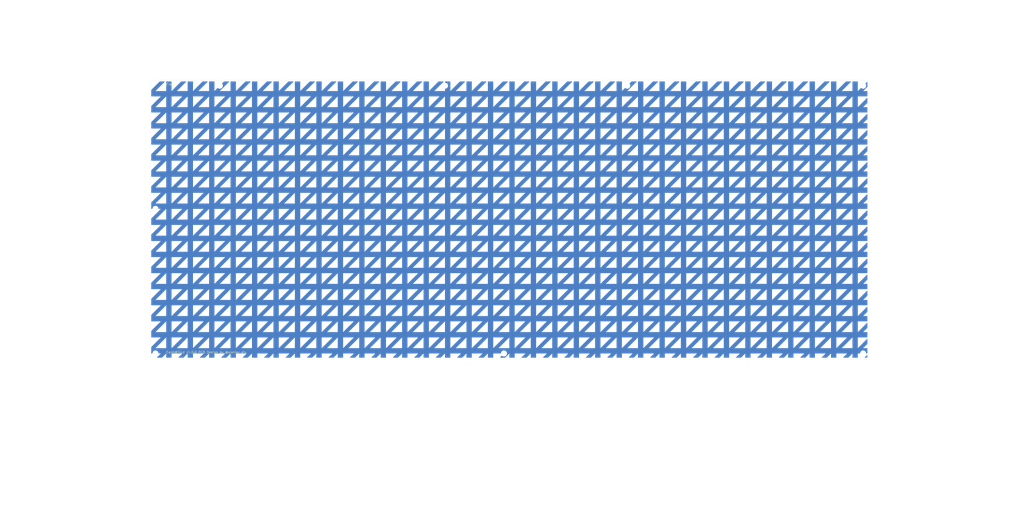
<source format=kicad_pcb>
(kicad_pcb (version 20240108) (generator "pcbnew") (generator_version "8.0")
  (layers (0 "F.Cu" signal) (31 "B.Cu" signal) (34 "B.Paste" user) (35 "F.Paste" user) (36 "B.SilkS" user "B.Silkscreen") (37 "F.SilkS" user "F.Silkscreen") (38 "B.Mask" user) (39 "F.Mask" user) (44 "Edge.Cuts" user))
  (net 0 "")
  (footprint "kbd_Hole:m2_Screw_Hole" (layer "F.Cu") (at 254.79375 47.625)
    (property "Reference" "Ref**")
    (property "Value" "Val**")
    (pad "" np_thru_hole circle (at 0 0) (size 2.2 2.2) (drill 2.2) (layers "*.Cu" "*.Mask"))
  )
  (footprint "kbd_Hole:m2_Screw_Hole" (layer "F.Cu") (at 359.56875 166.6875)
    (property "Reference" "Ref**")
    (property "Value" "Val**")
    (pad "" np_thru_hole circle (at 0 0) (size 2.2 2.2) (drill 2.2) (layers "*.Cu" "*.Mask"))
  )
  (footprint "kbd_Hole:m2_Screw_Hole" (layer "F.Cu") (at 45.24375 102.39375)
    (property "Reference" "Ref**")
    (property "Value" "Val**")
    (pad "" np_thru_hole circle (at 0 0) (size 2.2 2.2) (drill 2.2) (layers "*.Cu" "*.Mask"))
  )
  (footprint "kbd_Hole:m2_Screw_Hole" (layer "F.Cu") (at 173.83125 47.625)
    (property "Reference" "Ref**")
    (property "Value" "Val**")
    (pad "" np_thru_hole circle (at 0 0) (size 2.2 2.2) (drill 2.2) (layers "*.Cu" "*.Mask"))
  )
  (footprint "kbd_Hole:m2_Screw_Hole" (layer "F.Cu") (at 200.025 166.6875)
    (property "Reference" "Ref**")
    (property "Value" "Val**")
    (pad "" np_thru_hole circle (at 0 0) (size 2.2 2.2) (drill 2.2) (layers "*.Cu" "*.Mask"))
  )
  (footprint "kbd_Hole:m2_Screw_Hole" (layer "F.Cu") (at 359.56875 47.625)
    (property "Reference" "Ref**")
    (property "Value" "Val**")
    (pad "" np_thru_hole circle (at 0 0) (size 2.2 2.2) (drill 2.2) (layers "*.Cu" "*.Mask"))
  )
  (footprint "kbd_Hole:m2_Screw_Hole" (layer "F.Cu") (at 45.24375 166.6875)
    (property "Reference" "Ref**")
    (property "Value" "Val**")
    (pad "" np_thru_hole circle (at 0 0) (size 2.2 2.2) (drill 2.2) (layers "*.Cu" "*.Mask"))
  )
  (footprint "kbd_Hole:m2_Screw_Hole" (layer "F.Cu") (at 73.81875 47.625)
    (property "Reference" "Ref**")
    (property "Value" "Val**")
    (pad "" np_thru_hole circle (at 0 0) (size 2.2 2.2) (drill 2.2) (layers "*.Cu" "*.Mask"))
  )
  (gr_line (start 42.8625 168.06875) (end 42.8625 46.24375) (stroke (width 0.05)) (layer "Edge.Cuts"))
  (gr_line (start 43.8625 45.24375) (end 360.95 45.24375) (stroke (width 0.05)) (layer "Edge.Cuts"))
  (gr_arc (start 43.8625 169.06875) (mid 43.155393 168.775857) (end 42.8625 168.06875) (stroke (width 0.05)) (layer "Edge.Cuts"))
  (gr_arc (start 42.8625 46.24375) (mid 43.155393 45.536643) (end 43.8625 45.24375) (stroke (width 0.05)) (layer "Edge.Cuts"))
  (gr_arc (start 361.95 168.06875) (mid 361.657107 168.775857) (end 360.95 169.06875) (stroke (width 0.05)) (layer "Edge.Cuts"))
  (gr_line (start 360.95 169.06875) (end 43.8625 169.06875) (stroke (width 0.05)) (layer "Edge.Cuts"))
  (gr_arc (start 360.95 45.24375) (mid 361.657107 45.536643) (end 361.95 46.24375) (stroke (width 0.05)) (layer "Edge.Cuts"))
  (gr_line (start 361.95 46.24375) (end 361.95 168.06875) (stroke (width 0.05)) (layer "Edge.Cuts"))
  (gr_text "Earth87lcd v1.0.0 PCB Design by @alektor_diy" (at 50.00625 166.6875 0) (layer "F.SilkS") (effects (font (size 1 1) (thickness 0.1)) (justify left bottom)))
  (gr_text "Front" (at 50.00625 47.625 0) (layer "F.SilkS") (effects (font (size 1 1) (thickness 0.1)) (justify left bottom)))
  (zone (net 0) (net_name "") (layer "B.Cu") (connect_pads (clearance 0)) (min_thickness 0.25)
    (keepout (tracks allowed) (vias allowed) (pads allowed) (copperpour not_allowed) (footprints allowed))
    (fill (thermal_gap 0.5) (thermal_bridge_width 0.5))
    (polygon (pts (xy 138.1125 166.6875) (xy 138.1125 171.45) (xy 142.875 166.6875)))
  )
  (zone (net 0) (net_name "") (layer "B.Cu") (connect_pads (clearance 0)) (min_thickness 0.25)
    (keepout (tracks allowed) (vias allowed) (pads allowed) (copperpour not_allowed) (footprints allowed))
    (fill (thermal_gap 0.5) (thermal_bridge_width 0.5))
    (polygon (pts (xy 364.33125 42.8625) (xy 364.33125 38.1) (xy 359.56875 42.8625)))
  )
  (zone (net 0) (net_name "") (layer "B.Cu") (connect_pads (clearance 0)) (min_thickness 0.25)
    (keepout (tracks allowed) (vias allowed) (pads allowed) (copperpour not_allowed) (footprints allowed))
    (fill (thermal_gap 0.5) (thermal_bridge_width 0.5))
    (polygon (pts (xy -4.7625 23.8125) (xy -4.7625 28.575) (xy 0 23.8125)))
  )
  (zone (net 0) (net_name "") (layer "B.Cu") (connect_pads (clearance 0)) (min_thickness 0.25)
    (keepout (tracks allowed) (vias allowed) (pads allowed) (copperpour not_allowed) (footprints allowed))
    (fill (thermal_gap 0.5) (thermal_bridge_width 0.5))
    (polygon (pts (xy 383.38125 35.71875) (xy 383.38125 30.95625) (xy 378.61875 35.71875)))
  )
  (zone (net 0) (net_name "") (layer "B.Cu") (connect_pads (clearance 0)) (min_thickness 0.25)
    (keepout (tracks allowed) (vias allowed) (pads allowed) (copperpour not_allowed) (footprints allowed))
    (fill (thermal_gap 0.5) (thermal_bridge_width 0.5))
    (polygon (pts (xy 78.58125 164.30625) (xy 78.58125 159.54375) (xy 73.81875 164.30625)))
  )
  (zone (net 0) (net_name "") (layer "B.Cu") (connect_pads (clearance 0)) (min_thickness 0.25)
    (keepout (tracks allowed) (vias allowed) (pads allowed) (copperpour not_allowed) (footprints allowed))
    (fill (thermal_gap 0.5) (thermal_bridge_width 0.5))
    (polygon (pts (xy 100.0125 152.4) (xy 100.0125 157.1625) (xy 104.775 152.4)))
  )
  (zone (net 0) (net_name "") (layer "B.Cu") (connect_pads (clearance 0)) (min_thickness 0.25)
    (keepout (tracks allowed) (vias allowed) (pads allowed) (copperpour not_allowed) (footprints allowed))
    (fill (thermal_gap 0.5) (thermal_bridge_width 0.5))
    (polygon (pts (xy 328.6125 180.975) (xy 328.6125 185.7375) (xy 333.375 180.975)))
  )
  (zone (net 0) (net_name "") (layer "B.Cu") (connect_pads (clearance 0)) (min_thickness 0.25)
    (keepout (tracks allowed) (vias allowed) (pads allowed) (copperpour not_allowed) (footprints allowed))
    (fill (thermal_gap 0.5) (thermal_bridge_width 0.5))
    (polygon (pts (xy 128.5875 230.98125) (xy 128.5875 235.74375) (xy 133.35 230.98125)))
  )
  (zone (net 0) (net_name "") (layer "B.Cu") (connect_pads (clearance 0)) (min_thickness 0.25)
    (keepout (tracks allowed) (vias allowed) (pads allowed) (copperpour not_allowed) (footprints allowed))
    (fill (thermal_gap 0.5) (thermal_bridge_width 0.5))
    (polygon (pts (xy 364.33125 92.86875) (xy 364.33125 88.10625) (xy 359.56875 92.86875)))
  )
  (zone (net 0) (net_name "") (layer "B.Cu") (connect_pads (clearance 0)) (min_thickness 0.25)
    (keepout (tracks allowed) (vias allowed) (pads allowed) (copperpour not_allowed) (footprints allowed))
    (fill (thermal_gap 0.5) (thermal_bridge_width 0.5))
    (polygon (pts (xy 421.48125 114.3) (xy 421.48125 109.5375) (xy 416.71875 114.3)))
  )
  (zone (net 0) (net_name "") (layer "B.Cu") (connect_pads (clearance 0)) (min_thickness 0.25)
    (keepout (tracks allowed) (vias allowed) (pads allowed) (copperpour not_allowed) (footprints allowed))
    (fill (thermal_gap 0.5) (thermal_bridge_width 0.5))
    (polygon (pts (xy 402.43125 135.73125) (xy 402.43125 130.96875) (xy 397.66875 135.73125)))
  )
  (zone (net 0) (net_name "") (layer "B.Cu") (connect_pads (clearance 0)) (min_thickness 0.25)
    (keepout (tracks allowed) (vias allowed) (pads allowed) (copperpour not_allowed) (footprints allowed))
    (fill (thermal_gap 0.5) (thermal_bridge_width 0.5))
    (polygon (pts (xy 202.40625 92.86875) (xy 202.40625 88.10625) (xy 197.64375 92.86875)))
  )
  (zone (net 0) (net_name "") (layer "B.Cu") (connect_pads (clearance 0)) (min_thickness 0.25)
    (keepout (tracks allowed) (vias allowed) (pads allowed) (copperpour not_allowed) (footprints allowed))
    (fill (thermal_gap 0.5) (thermal_bridge_width 0.5))
    (polygon (pts (xy 414.3375 138.1125) (xy 414.3375 142.875) (xy 419.1 138.1125)))
  )
  (zone (net 0) (net_name "") (layer "B.Cu") (connect_pads (clearance 0)) (min_thickness 0.25)
    (keepout (tracks allowed) (vias allowed) (pads allowed) (copperpour not_allowed) (footprints allowed))
    (fill (thermal_gap 0.5) (thermal_bridge_width 0.5))
    (polygon (pts (xy 338.1375 223.8375) (xy 338.1375 228.6) (xy 342.9 223.8375)))
  )
  (zone (net 0) (net_name "") (layer "B.Cu") (connect_pads (clearance 0)) (min_thickness 0.25)
    (keepout (tracks allowed) (vias allowed) (pads allowed) (copperpour not_allowed) (footprints allowed))
    (fill (thermal_gap 0.5) (thermal_bridge_width 0.5))
    (polygon (pts (xy 423.8625 180.975) (xy 423.8625 185.7375) (xy 428.625 180.975)))
  )
  (zone (net 0) (net_name "") (layer "B.Cu") (connect_pads (clearance 0)) (min_thickness 0.25)
    (keepout (tracks allowed) (vias allowed) (pads allowed) (copperpour not_allowed) (footprints allowed))
    (fill (thermal_gap 0.5) (thermal_bridge_width 0.5))
    (polygon (pts (xy 290.5125 73.81875) (xy 290.5125 78.58125) (xy 295.275 73.81875)))
  )
  (zone (net 0) (net_name "") (layer "B.Cu") (connect_pads (clearance 0)) (min_thickness 0.25)
    (keepout (tracks allowed) (vias allowed) (pads allowed) (copperpour not_allowed) (footprints allowed))
    (fill (thermal_gap 0.5) (thermal_bridge_width 0.5))
    (polygon (pts (xy 230.98125 128.5875) (xy 230.98125 123.825) (xy 226.21875 128.5875)))
  )
  (zone (net 0) (net_name "") (layer "B.Cu") (connect_pads (clearance 0)) (min_thickness 0.25)
    (keepout (tracks allowed) (vias allowed) (pads allowed) (copperpour not_allowed) (footprints allowed))
    (fill (thermal_gap 0.5) (thermal_bridge_width 0.5))
    (polygon (pts (xy 240.50625 228.6) (xy 240.50625 223.8375) (xy 235.74375 228.6)))
  )
  (zone (net 0) (net_name "") (layer "B.Cu") (connect_pads (clearance 0)) (min_thickness 0.25)
    (keepout (tracks allowed) (vias allowed) (pads allowed) (copperpour not_allowed) (footprints allowed))
    (fill (thermal_gap 0.5) (thermal_bridge_width 0.5))
    (polygon (pts (xy 278.60625 64.29375) (xy 278.60625 59.53125) (xy 273.84375 64.29375)))
  )
  (zone (net 0) (net_name "") (layer "B.Cu") (connect_pads (clearance 0)) (min_thickness 0.25)
    (keepout (tracks allowed) (vias allowed) (pads allowed) (copperpour not_allowed) (footprints allowed))
    (fill (thermal_gap 0.5) (thermal_bridge_width 0.5))
    (polygon (pts (xy 100.0125 45.24375) (xy 100.0125 50.00625) (xy 104.775 45.24375)))
  )
  (zone (net 0) (net_name "") (layer "B.Cu") (connect_pads (clearance 0)) (min_thickness 0.25)
    (keepout (tracks allowed) (vias allowed) (pads allowed) (copperpour not_allowed) (footprints allowed))
    (fill (thermal_gap 0.5) (thermal_bridge_width 0.5))
    (polygon (pts (xy 214.3125 116.68125) (xy 214.3125 121.44375) (xy 219.075 116.68125)))
  )
  (zone (net 0) (net_name "") (layer "B.Cu") (connect_pads (clearance 0)) (min_thickness 0.25)
    (keepout (tracks allowed) (vias allowed) (pads allowed) (copperpour not_allowed) (footprints allowed))
    (fill (thermal_gap 0.5) (thermal_bridge_width 0.5))
    (polygon (pts (xy 4.7625 30.95625) (xy 4.7625 35.71875) (xy 9.525 30.95625)))
  )
  (zone (net 0) (net_name "") (layer "B.Cu") (connect_pads (clearance 0)) (min_thickness 0.25)
    (keepout (tracks allowed) (vias allowed) (pads allowed) (copperpour not_allowed) (footprints allowed))
    (fill (thermal_gap 0.5) (thermal_bridge_width 0.5))
    (polygon (pts (xy 230.98125 21.43125) (xy 230.98125 16.66875) (xy 226.21875 21.43125)))
  )
  (zone (net 0) (net_name "") (layer "B.Cu") (connect_pads (clearance 0)) (min_thickness 0.25)
    (keepout (tracks allowed) (vias allowed) (pads allowed) (copperpour not_allowed) (footprints allowed))
    (fill (thermal_gap 0.5) (thermal_bridge_width 0.5))
    (polygon (pts (xy 173.83125 221.45625) (xy 173.83125 216.69375) (xy 169.06875 221.45625)))
  )
  (zone (net 0) (net_name "") (layer "B.Cu") (connect_pads (clearance 0)) (min_thickness 0.25)
    (keepout (tracks allowed) (vias allowed) (pads allowed) (copperpour not_allowed) (footprints allowed))
    (fill (thermal_gap 0.5) (thermal_bridge_width 0.5))
    (polygon (pts (xy 52.3875 138.1125) (xy 52.3875 142.875) (xy 57.15 138.1125)))
  )
  (zone (net 0) (net_name "") (layer "B.Cu") (connect_pads (clearance 0)) (min_thickness 0.25)
    (keepout (tracks allowed) (vias allowed) (pads allowed) (copperpour not_allowed) (footprints allowed))
    (fill (thermal_gap 0.5) (thermal_bridge_width 0.5))
    (polygon (pts (xy 145.25625 221.45625) (xy 145.25625 216.69375) (xy 140.49375 221.45625)))
  )
  (zone (net 0) (net_name "") (layer "B.Cu") (connect_pads (clearance 0)) (min_thickness 0.25)
    (keepout (tracks allowed) (vias allowed) (pads allowed) (copperpour not_allowed) (footprints allowed))
    (fill (thermal_gap 0.5) (thermal_bridge_width 0.5))
    (polygon (pts (xy 147.6375 130.96875) (xy 147.6375 135.73125) (xy 152.4 130.96875)))
  )
  (zone (net 0) (net_name "") (layer "B.Cu") (connect_pads (clearance 0)) (min_thickness 0.25)
    (keepout (tracks allowed) (vias allowed) (pads allowed) (copperpour not_allowed) (footprints allowed))
    (fill (thermal_gap 0.5) (thermal_bridge_width 0.5))
    (polygon (pts (xy 71.4375 195.2625) (xy 71.4375 200.025) (xy 76.2 195.2625)))
  )
  (zone (net 0) (net_name "") (layer "B.Cu") (connect_pads (clearance 0)) (min_thickness 0.25)
    (keepout (tracks allowed) (vias allowed) (pads allowed) (copperpour not_allowed) (footprints allowed))
    (fill (thermal_gap 0.5) (thermal_bridge_width 0.5))
    (polygon (pts (xy 107.15625 157.1625) (xy 107.15625 152.4) (xy 102.39375 157.1625)))
  )
  (zone (net 0) (net_name "") (layer "B.Cu") (connect_pads (clearance 0)) (min_thickness 0.25)
    (keepout (tracks allowed) (vias allowed) (pads allowed) (copperpour not_allowed) (footprints allowed))
    (fill (thermal_gap 0.5) (thermal_bridge_width 0.5))
    (polygon (pts (xy 288.13125 171.45) (xy 288.13125 166.6875) (xy 283.36875 171.45)))
  )
  (zone (net 0) (net_name "") (layer "B.Cu") (connect_pads (clearance 0)) (min_thickness 0.25)
    (keepout (tracks allowed) (vias allowed) (pads allowed) (copperpour not_allowed) (footprints allowed))
    (fill (thermal_gap 0.5) (thermal_bridge_width 0.5))
    (polygon (pts (xy 52.3875 9.525) (xy 52.3875 14.2875) (xy 57.15 9.525)))
  )
  (zone (net 0) (net_name "") (layer "B.Cu") (connect_pads (clearance 0)) (min_thickness 0.25)
    (keepout (tracks allowed) (vias allowed) (pads allowed) (copperpour not_allowed) (footprints allowed))
    (fill (thermal_gap 0.5) (thermal_bridge_width 0.5))
    (polygon (pts (xy 90.4875 66.675) (xy 90.4875 71.4375) (xy 95.25 66.675)))
  )
  (zone (net 0) (net_name "") (layer "B.Cu") (connect_pads (clearance 0)) (min_thickness 0.25)
    (keepout (tracks allowed) (vias allowed) (pads allowed) (copperpour not_allowed) (footprints allowed))
    (fill (thermal_gap 0.5) (thermal_bridge_width 0.5))
    (polygon (pts (xy 157.1625 173.83125) (xy 157.1625 178.59375) (xy 161.925 173.83125)))
  )
  (zone (net 0) (net_name "") (layer "B.Cu") (connect_pads (clearance 0)) (min_thickness 0.25)
    (keepout (tracks allowed) (vias allowed) (pads allowed) (copperpour not_allowed) (footprints allowed))
    (fill (thermal_gap 0.5) (thermal_bridge_width 0.5))
    (polygon (pts (xy 335.75625 171.45) (xy 335.75625 166.6875) (xy 330.99375 171.45)))
  )
  (zone (net 0) (net_name "") (layer "B.Cu") (connect_pads (clearance 0)) (min_thickness 0.25)
    (keepout (tracks allowed) (vias allowed) (pads allowed) (copperpour not_allowed) (footprints allowed))
    (fill (thermal_gap 0.5) (thermal_bridge_width 0.5))
    (polygon (pts (xy 138.1125 202.40625) (xy 138.1125 207.16875) (xy 142.875 202.40625)))
  )
  (zone (net 0) (net_name "") (layer "B.Cu") (connect_pads (clearance 0)) (min_thickness 0.25)
    (keepout (tracks allowed) (vias allowed) (pads allowed) (copperpour not_allowed) (footprints allowed))
    (fill (thermal_gap 0.5) (thermal_bridge_width 0.5))
    (polygon (pts (xy 138.1125 52.3875) (xy 138.1125 57.15) (xy 142.875 52.3875)))
  )
  (zone (net 0) (net_name "") (layer "B.Cu") (connect_pads (clearance 0)) (min_thickness 0.25)
    (keepout (tracks allowed) (vias allowed) (pads allowed) (copperpour not_allowed) (footprints allowed))
    (fill (thermal_gap 0.5) (thermal_bridge_width 0.5))
    (polygon (pts (xy 59.53125 221.45625) (xy 59.53125 216.69375) (xy 54.76875 221.45625)))
  )
  (zone (net 0) (net_name "") (layer "B.Cu") (connect_pads (clearance 0)) (min_thickness 0.25)
    (keepout (tracks allowed) (vias allowed) (pads allowed) (copperpour not_allowed) (footprints allowed))
    (fill (thermal_gap 0.5) (thermal_bridge_width 0.5))
    (polygon (pts (xy 183.35625 14.2875) (xy 183.35625 9.525) (xy 178.59375 14.2875)))
  )
  (zone (net 0) (net_name "") (layer "B.Cu") (connect_pads (clearance 0)) (min_thickness 0.25)
    (keepout (tracks allowed) (vias allowed) (pads allowed) (copperpour not_allowed) (footprints allowed))
    (fill (thermal_gap 0.5) (thermal_bridge_width 0.5))
    (polygon (pts (xy 316.70625 14.2875) (xy 316.70625 9.525) (xy 311.94375 14.2875)))
  )
  (zone (net 0) (net_name "") (layer "B.Cu") (connect_pads (clearance 0)) (min_thickness 0.25)
    (keepout (tracks allowed) (vias allowed) (pads allowed) (copperpour not_allowed) (footprints allowed))
    (fill (thermal_gap 0.5) (thermal_bridge_width 0.5))
    (polygon (pts (xy 411.95625 214.3125) (xy 411.95625 209.55) (xy 407.19375 214.3125)))
  )
  (zone (net 0) (net_name "") (layer "B.Cu") (connect_pads (clearance 0)) (min_thickness 0.25)
    (keepout (tracks allowed) (vias allowed) (pads allowed) (copperpour not_allowed) (footprints allowed))
    (fill (thermal_gap 0.5) (thermal_bridge_width 0.5))
    (polygon (pts (xy 335.75625 35.71875) (xy 335.75625 30.95625) (xy 330.99375 35.71875)))
  )
  (zone (net 0) (net_name "") (layer "B.Cu") (connect_pads (clearance 0)) (min_thickness 0.25)
    (keepout (tracks allowed) (vias allowed) (pads allowed) (copperpour not_allowed) (footprints allowed))
    (fill (thermal_gap 0.5) (thermal_bridge_width 0.5))
    (polygon (pts (xy 107.15625 164.30625) (xy 107.15625 159.54375) (xy 102.39375 164.30625)))
  )
  (zone (net 0) (net_name "") (layer "B.Cu") (connect_pads (clearance 0)) (min_thickness 0.25)
    (keepout (tracks allowed) (vias allowed) (pads allowed) (copperpour not_allowed) (footprints allowed))
    (fill (thermal_gap 0.5) (thermal_bridge_width 0.5))
    (polygon (pts (xy 59.53125 85.725) (xy 59.53125 80.9625) (xy 54.76875 85.725)))
  )
  (zone (net 0) (net_name "") (layer "B.Cu") (connect_pads (clearance 0)) (min_thickness 0.25)
    (keepout (tracks allowed) (vias allowed) (pads allowed) (copperpour not_allowed) (footprints allowed))
    (fill (thermal_gap 0.5) (thermal_bridge_width 0.5))
    (polygon (pts (xy 383.38125 185.7375) (xy 383.38125 180.975) (xy 378.61875 185.7375)))
  )
  (zone (net 0) (net_name "") (layer "B.Cu") (connect_pads (clearance 0)) (min_thickness 0.25)
    (keepout (tracks allowed) (vias allowed) (pads allowed) (copperpour not_allowed) (footprints allowed))
    (fill (thermal_gap 0.5) (thermal_bridge_width 0.5))
    (polygon (pts (xy 128.5875 80.9625) (xy 128.5875 85.725) (xy 133.35 80.9625)))
  )
  (zone (net 0) (net_name "") (layer "B.Cu") (connect_pads (clearance 0)) (min_thickness 0.25)
    (keepout (tracks allowed) (vias allowed) (pads allowed) (copperpour not_allowed) (footprints allowed))
    (fill (thermal_gap 0.5) (thermal_bridge_width 0.5))
    (polygon (pts (xy 109.5375 223.8375) (xy 109.5375 228.6) (xy 114.3 223.8375)))
  )
  (zone (net 0) (net_name "") (layer "B.Cu") (connect_pads (clearance 0)) (min_thickness 0.25)
    (keepout (tracks allowed) (vias allowed) (pads allowed) (copperpour not_allowed) (footprints allowed))
    (fill (thermal_gap 0.5) (thermal_bridge_width 0.5))
    (polygon (pts (xy 223.8375 38.1) (xy 223.8375 42.8625) (xy 228.6 38.1)))
  )
  (zone (net 0) (net_name "") (layer "B.Cu") (connect_pads (clearance 0)) (min_thickness 0.25)
    (keepout (tracks allowed) (vias allowed) (pads allowed) (copperpour not_allowed) (footprints allowed))
    (fill (thermal_gap 0.5) (thermal_bridge_width 0.5))
    (polygon (pts (xy 392.90625 150.01875) (xy 392.90625 145.25625) (xy 388.14375 150.01875)))
  )
  (zone (net 0) (net_name "") (layer "B.Cu") (connect_pads (clearance 0)) (min_thickness 0.25)
    (keepout (tracks allowed) (vias allowed) (pads allowed) (copperpour not_allowed) (footprints allowed))
    (fill (thermal_gap 0.5) (thermal_bridge_width 0.5))
    (polygon (pts (xy 33.3375 173.83125) (xy 33.3375 178.59375) (xy 38.1 173.83125)))
  )
  (zone (net 0) (net_name "") (layer "B.Cu") (connect_pads (clearance 0)) (min_thickness 0.25)
    (keepout (tracks allowed) (vias allowed) (pads allowed) (copperpour not_allowed) (footprints allowed))
    (fill (thermal_gap 0.5) (thermal_bridge_width 0.5))
    (polygon (pts (xy 204.7875 209.55) (xy 204.7875 214.3125) (xy 209.55 209.55)))
  )
  (zone (net 0) (net_name "") (layer "B.Cu") (connect_pads (clearance 0)) (min_thickness 0.25)
    (keepout (tracks allowed) (vias allowed) (pads allowed) (copperpour not_allowed) (footprints allowed))
    (fill (thermal_gap 0.5) (thermal_bridge_width 0.5))
    (polygon (pts (xy 423.8625 9.525) (xy 423.8625 14.2875) (xy 428.625 9.525)))
  )
  (zone (net 0) (net_name "") (layer "B.Cu") (connect_pads (clearance 0)) (min_thickness 0.25)
    (keepout (tracks allowed) (vias allowed) (pads allowed) (copperpour not_allowed) (footprints allowed))
    (fill (thermal_gap 0.5) (thermal_bridge_width 0.5))
    (polygon (pts (xy 107.15625 235.74375) (xy 107.15625 230.98125) (xy 102.39375 235.74375)))
  )
  (zone (net 0) (net_name "") (layer "B.Cu") (connect_pads (clearance 0)) (min_thickness 0.25)
    (keepout (tracks allowed) (vias allowed) (pads allowed) (copperpour not_allowed) (footprints allowed))
    (fill (thermal_gap 0.5) (thermal_bridge_width 0.5))
    (polygon (pts (xy 395.2875 45.24375) (xy 395.2875 50.00625) (xy 400.05 45.24375)))
  )
  (zone (net 0) (net_name "") (layer "B.Cu") (connect_pads (clearance 0)) (min_thickness 0.25)
    (keepout (tracks allowed) (vias allowed) (pads allowed) (copperpour not_allowed) (footprints allowed))
    (fill (thermal_gap 0.5) (thermal_bridge_width 0.5))
    (polygon (pts (xy 230.98125 64.29375) (xy 230.98125 59.53125) (xy 226.21875 64.29375)))
  )
  (zone (net 0) (net_name "") (layer "B.Cu") (connect_pads (clearance 0)) (min_thickness 0.25)
    (keepout (tracks allowed) (vias allowed) (pads allowed) (copperpour not_allowed) (footprints allowed))
    (fill (thermal_gap 0.5) (thermal_bridge_width 0.5))
    (polygon (pts (xy 373.85625 64.29375) (xy 373.85625 59.53125) (xy 369.09375 64.29375)))
  )
  (zone (net 0) (net_name "") (layer "B.Cu") (connect_pads (clearance 0)) (min_thickness 0.25)
    (keepout (tracks allowed) (vias allowed) (pads allowed) (copperpour not_allowed) (footprints allowed))
    (fill (thermal_gap 0.5) (thermal_bridge_width 0.5))
    (polygon (pts (xy 233.3625 223.8375) (xy 233.3625 228.6) (xy 238.125 223.8375)))
  )
  (zone (net 0) (net_name "") (layer "B.Cu") (connect_pads (clearance 0)) (min_thickness 0.25)
    (keepout (tracks allowed) (vias allowed) (pads allowed) (copperpour not_allowed) (footprints allowed))
    (fill (thermal_gap 0.5) (thermal_bridge_width 0.5))
    (polygon (pts (xy 195.2625 123.825) (xy 195.2625 128.5875) (xy 200.025 123.825)))
  )
  (zone (net 0) (net_name "") (layer "B.Cu") (connect_pads (clearance 0)) (min_thickness 0.25)
    (keepout (tracks allowed) (vias allowed) (pads allowed) (copperpour not_allowed) (footprints allowed))
    (fill (thermal_gap 0.5) (thermal_bridge_width 0.5))
    (polygon (pts (xy 402.43125 107.15625) (xy 402.43125 102.39375) (xy 397.66875 107.15625)))
  )
  (zone (net 0) (net_name "") (layer "B.Cu") (connect_pads (clearance 0)) (min_thickness 0.25)
    (keepout (tracks allowed) (vias allowed) (pads allowed) (copperpour not_allowed) (footprints allowed))
    (fill (thermal_gap 0.5) (thermal_bridge_width 0.5))
    (polygon (pts (xy 326.23125 192.88125) (xy 326.23125 188.11875) (xy 321.46875 192.88125)))
  )
  (zone (net 0) (net_name "") (layer "B.Cu") (connect_pads (clearance 0)) (min_thickness 0.25)
    (keepout (tracks allowed) (vias allowed) (pads allowed) (copperpour not_allowed) (footprints allowed))
    (fill (thermal_gap 0.5) (thermal_bridge_width 0.5))
    (polygon (pts (xy 364.33125 164.30625) (xy 364.33125 159.54375) (xy 359.56875 164.30625)))
  )
  (zone (net 0) (net_name "") (layer "B.Cu") (connect_pads (clearance 0)) (min_thickness 0.25)
    (keepout (tracks allowed) (vias allowed) (pads allowed) (copperpour not_allowed) (footprints allowed))
    (fill (thermal_gap 0.5) (thermal_bridge_width 0.5))
    (polygon (pts (xy 40.48125 128.5875) (xy 40.48125 123.825) (xy 35.71875 128.5875)))
  )
  (zone (net 0) (net_name "") (layer "B.Cu") (connect_pads (clearance 0)) (min_thickness 0.25)
    (keepout (tracks allowed) (vias allowed) (pads allowed) (copperpour not_allowed) (footprints allowed))
    (fill (thermal_gap 0.5) (thermal_bridge_width 0.5))
    (polygon (pts (xy 11.90625 85.725) (xy 11.90625 80.9625) (xy 7.14375 85.725)))
  )
  (zone (net 0) (net_name "") (layer "B.Cu") (connect_pads (clearance 0)) (min_thickness 0.25)
    (keepout (tracks allowed) (vias allowed) (pads allowed) (copperpour not_allowed) (footprints allowed))
    (fill (thermal_gap 0.5) (thermal_bridge_width 0.5))
    (polygon (pts (xy 319.0875 195.2625) (xy 319.0875 200.025) (xy 323.85 195.2625)))
  )
  (zone (net 0) (net_name "") (layer "B.Cu") (connect_pads (clearance 0)) (min_thickness 0.25)
    (keepout (tracks allowed) (vias allowed) (pads allowed) (copperpour not_allowed) (footprints allowed))
    (fill (thermal_gap 0.5) (thermal_bridge_width 0.5))
    (polygon (pts (xy 202.40625 171.45) (xy 202.40625 166.6875) (xy 197.64375 171.45)))
  )
  (zone (net 0) (net_name "") (layer "B.Cu") (connect_pads (clearance 0)) (min_thickness 0.25)
    (keepout (tracks allowed) (vias allowed) (pads allowed) (copperpour not_allowed) (footprints allowed))
    (fill (thermal_gap 0.5) (thermal_bridge_width 0.5))
    (polygon (pts (xy 240.50625 57.15) (xy 240.50625 52.3875) (xy 235.74375 57.15)))
  )
  (zone (net 0) (net_name "") (layer "B.Cu") (connect_pads (clearance 0)) (min_thickness 0.25)
    (keepout (tracks allowed) (vias allowed) (pads allowed) (copperpour not_allowed) (footprints allowed))
    (fill (thermal_gap 0.5) (thermal_bridge_width 0.5))
    (polygon (pts (xy 376.2375 80.9625) (xy 376.2375 85.725) (xy 381 80.9625)))
  )
  (zone (net 0) (net_name "") (layer "B.Cu") (connect_pads (clearance 0)) (min_thickness 0.25)
    (keepout (tracks allowed) (vias allowed) (pads allowed) (copperpour not_allowed) (footprints allowed))
    (fill (thermal_gap 0.5) (thermal_bridge_width 0.5))
    (polygon (pts (xy 335.75625 121.44375) (xy 335.75625 116.68125) (xy 330.99375 121.44375)))
  )
  (zone (net 0) (net_name "") (layer "B.Cu") (connect_pads (clearance 0)) (min_thickness 0.25)
    (keepout (tracks allowed) (vias allowed) (pads allowed) (copperpour not_allowed) (footprints allowed))
    (fill (thermal_gap 0.5) (thermal_bridge_width 0.5))
    (polygon (pts (xy 119.0625 9.525) (xy 119.0625 14.2875) (xy 123.825 9.525)))
  )
  (zone (net 0) (net_name "") (layer "B.Cu") (connect_pads (clearance 0)) (min_thickness 0.25)
    (keepout (tracks allowed) (vias allowed) (pads allowed) (copperpour not_allowed) (footprints allowed))
    (fill (thermal_gap 0.5) (thermal_bridge_width 0.5))
    (polygon (pts (xy 223.8375 223.8375) (xy 223.8375 228.6) (xy 228.6 223.8375)))
  )
  (zone (net 0) (net_name "") (layer "B.Cu") (connect_pads (clearance 0)) (min_thickness 0.25)
    (keepout (tracks allowed) (vias allowed) (pads allowed) (copperpour not_allowed) (footprints allowed))
    (fill (thermal_gap 0.5) (thermal_bridge_width 0.5))
    (polygon (pts (xy 414.3375 9.525) (xy 414.3375 14.2875) (xy 419.1 9.525)))
  )
  (zone (net 0) (net_name "") (layer "B.Cu") (connect_pads (clearance 0)) (min_thickness 0.25)
    (keepout (tracks allowed) (vias allowed) (pads allowed) (copperpour not_allowed) (footprints allowed))
    (fill (thermal_gap 0.5) (thermal_bridge_width 0.5))
    (polygon (pts (xy 107.15625 214.3125) (xy 107.15625 209.55) (xy 102.39375 214.3125)))
  )
  (zone (net 0) (net_name "") (layer "B.Cu") (connect_pads (clearance 0)) (min_thickness 0.25)
    (keepout (tracks allowed) (vias allowed) (pads allowed) (copperpour not_allowed) (footprints allowed))
    (fill (thermal_gap 0.5) (thermal_bridge_width 0.5))
    (polygon (pts (xy 309.5625 38.1) (xy 309.5625 42.8625) (xy 314.325 38.1)))
  )
  (zone (net 0) (net_name "") (layer "B.Cu") (connect_pads (clearance 0)) (min_thickness 0.25)
    (keepout (tracks allowed) (vias allowed) (pads allowed) (copperpour not_allowed) (footprints allowed))
    (fill (thermal_gap 0.5) (thermal_bridge_width 0.5))
    (polygon (pts (xy 347.6625 116.68125) (xy 347.6625 121.44375) (xy 352.425 116.68125)))
  )
  (zone (net 0) (net_name "") (layer "B.Cu") (connect_pads (clearance 0)) (min_thickness 0.25)
    (keepout (tracks allowed) (vias allowed) (pads allowed) (copperpour not_allowed) (footprints allowed))
    (fill (thermal_gap 0.5) (thermal_bridge_width 0.5))
    (polygon (pts (xy 326.23125 14.2875) (xy 326.23125 9.525) (xy 321.46875 14.2875)))
  )
  (zone (net 0) (net_name "") (layer "B.Cu") (connect_pads (clearance 0)) (min_thickness 0.25)
    (keepout (tracks allowed) (vias allowed) (pads allowed) (copperpour not_allowed) (footprints allowed))
    (fill (thermal_gap 0.5) (thermal_bridge_width 0.5))
    (polygon (pts (xy 376.2375 123.825) (xy 376.2375 128.5875) (xy 381 123.825)))
  )
  (zone (net 0) (net_name "") (layer "B.Cu") (connect_pads (clearance 0)) (min_thickness 0.25)
    (keepout (tracks allowed) (vias allowed) (pads allowed) (copperpour not_allowed) (footprints allowed))
    (fill (thermal_gap 0.5) (thermal_bridge_width 0.5))
    (polygon (pts (xy 71.4375 52.3875) (xy 71.4375 57.15) (xy 76.2 52.3875)))
  )
  (zone (net 0) (net_name "") (layer "B.Cu") (connect_pads (clearance 0)) (min_thickness 0.25)
    (keepout (tracks allowed) (vias allowed) (pads allowed) (copperpour not_allowed) (footprints allowed))
    (fill (thermal_gap 0.5) (thermal_bridge_width 0.5))
    (polygon (pts (xy 335.75625 114.3) (xy 335.75625 109.5375) (xy 330.99375 114.3)))
  )
  (zone (net 0) (net_name "") (layer "B.Cu") (connect_pads (clearance 0)) (min_thickness 0.25)
    (keepout (tracks allowed) (vias allowed) (pads allowed) (copperpour not_allowed) (footprints allowed))
    (fill (thermal_gap 0.5) (thermal_bridge_width 0.5))
    (polygon (pts (xy 69.05625 107.15625) (xy 69.05625 102.39375) (xy 64.29375 107.15625)))
  )
  (zone (net 0) (net_name "") (layer "B.Cu") (connect_pads (clearance 0)) (min_thickness 0.25)
    (keepout (tracks allowed) (vias allowed) (pads allowed) (copperpour not_allowed) (footprints allowed))
    (fill (thermal_gap 0.5) (thermal_bridge_width 0.5))
    (polygon (pts (xy 259.55625 171.45) (xy 259.55625 166.6875) (xy 254.79375 171.45)))
  )
  (zone (net 0) (net_name "") (layer "B.Cu") (connect_pads (clearance 0)) (min_thickness 0.25)
    (keepout (tracks allowed) (vias allowed) (pads allowed) (copperpour not_allowed) (footprints allowed))
    (fill (thermal_gap 0.5) (thermal_bridge_width 0.5))
    (polygon (pts (xy 373.85625 35.71875) (xy 373.85625 30.95625) (xy 369.09375 35.71875)))
  )
  (zone (net 0) (net_name "") (layer "B.Cu") (connect_pads (clearance 0)) (min_thickness 0.25)
    (keepout (tracks allowed) (vias allowed) (pads allowed) (copperpour not_allowed) (footprints allowed))
    (fill (thermal_gap 0.5) (thermal_bridge_width 0.5))
    (polygon (pts (xy 354.80625 85.725) (xy 354.80625 80.9625) (xy 350.04375 85.725)))
  )
  (zone (net 0) (net_name "") (layer "B.Cu") (connect_pads (clearance 0)) (min_thickness 0.25)
    (keepout (tracks allowed) (vias allowed) (pads allowed) (copperpour not_allowed) (footprints allowed))
    (fill (thermal_gap 0.5) (thermal_bridge_width 0.5))
    (polygon (pts (xy 88.10625 228.6) (xy 88.10625 223.8375) (xy 83.34375 228.6)))
  )
  (zone (net 0) (net_name "") (layer "B.Cu") (connect_pads (clearance 0)) (min_thickness 0.25)
    (keepout (tracks allowed) (vias allowed) (pads allowed) (copperpour not_allowed) (footprints allowed))
    (fill (thermal_gap 0.5) (thermal_bridge_width 0.5))
    (polygon (pts (xy -23.8125 16.66875) (xy -23.8125 21.43125) (xy -19.05 16.66875)))
  )
  (zone (net 0) (net_name "") (layer "B.Cu") (connect_pads (clearance 0)) (min_thickness 0.25)
    (keepout (tracks allowed) (vias allowed) (pads allowed) (copperpour not_allowed) (footprints allowed))
    (fill (thermal_gap 0.5) (thermal_bridge_width 0.5))
    (polygon (pts (xy 297.65625 35.71875) (xy 297.65625 30.95625) (xy 292.89375 35.71875)))
  )
  (zone (net 0) (net_name "") (layer "B.Cu") (connect_pads (clearance 0)) (min_thickness 0.25)
    (keepout (tracks allowed) (vias allowed) (pads allowed) (copperpour not_allowed) (footprints allowed))
    (fill (thermal_gap 0.5) (thermal_bridge_width 0.5))
    (polygon (pts (xy 290.5125 230.98125) (xy 290.5125 235.74375) (xy 295.275 230.98125)))
  )
  (zone (net 0) (net_name "") (layer "B.Cu") (connect_pads (clearance 0)) (min_thickness 0.25)
    (keepout (tracks allowed) (vias allowed) (pads allowed) (copperpour not_allowed) (footprints allowed))
    (fill (thermal_gap 0.5) (thermal_bridge_width 0.5))
    (polygon (pts (xy 345.28125 78.58125) (xy 345.28125 73.81875) (xy 340.51875 78.58125)))
  )
  (zone (net 0) (net_name "") (layer "B.Cu") (connect_pads (clearance 0)) (min_thickness 0.25)
    (keepout (tracks allowed) (vias allowed) (pads allowed) (copperpour not_allowed) (footprints allowed))
    (fill (thermal_gap 0.5) (thermal_bridge_width 0.5))
    (polygon (pts (xy 423.8625 202.40625) (xy 423.8625 207.16875) (xy 428.625 202.40625)))
  )
  (zone (net 0) (net_name "") (layer "B.Cu") (connect_pads (clearance 0)) (min_thickness 0.25)
    (keepout (tracks allowed) (vias allowed) (pads allowed) (copperpour not_allowed) (footprints allowed))
    (fill (thermal_gap 0.5) (thermal_bridge_width 0.5))
    (polygon (pts (xy 40.48125 171.45) (xy 40.48125 166.6875) (xy 35.71875 171.45)))
  )
  (zone (net 0) (net_name "") (layer "B.Cu") (connect_pads (clearance 0)) (min_thickness 0.25)
    (keepout (tracks allowed) (vias allowed) (pads allowed) (copperpour not_allowed) (footprints allowed))
    (fill (thermal_gap 0.5) (thermal_bridge_width 0.5))
    (polygon (pts (xy 42.8625 195.2625) (xy 42.8625 200.025) (xy 47.625 195.2625)))
  )
  (zone (net 0) (net_name "") (layer "B.Cu") (connect_pads (clearance 0)) (min_thickness 0.25)
    (keepout (tracks allowed) (vias allowed) (pads allowed) (copperpour not_allowed) (footprints allowed))
    (fill (thermal_gap 0.5) (thermal_bridge_width 0.5))
    (polygon (pts (xy 59.53125 14.2875) (xy 59.53125 9.525) (xy 54.76875 14.2875)))
  )
  (zone (net 0) (net_name "") (layer "B.Cu") (connect_pads (clearance 0)) (min_thickness 0.25)
    (keepout (tracks allowed) (vias allowed) (pads allowed) (copperpour not_allowed) (footprints allowed))
    (fill (thermal_gap 0.5) (thermal_bridge_width 0.5))
    (polygon (pts (xy 119.0625 59.53125) (xy 119.0625 64.29375) (xy 123.825 59.53125)))
  )
  (zone (net 0) (net_name "") (layer "B.Cu") (connect_pads (clearance 0)) (min_thickness 0.25)
    (keepout (tracks allowed) (vias allowed) (pads allowed) (copperpour not_allowed) (footprints allowed))
    (fill (thermal_gap 0.5) (thermal_bridge_width 0.5))
    (polygon (pts (xy 97.63125 71.4375) (xy 97.63125 66.675) (xy 92.86875 71.4375)))
  )
  (zone (net 0) (net_name "") (layer "B.Cu") (connect_pads (clearance 0)) (min_thickness 0.25)
    (keepout (tracks allowed) (vias allowed) (pads allowed) (copperpour not_allowed) (footprints allowed))
    (fill (thermal_gap 0.5) (thermal_bridge_width 0.5))
    (polygon (pts (xy 261.9375 159.54375) (xy 261.9375 164.30625) (xy 266.7 159.54375)))
  )
  (zone (net 0) (net_name "") (layer "B.Cu") (connect_pads (clearance 0)) (min_thickness 0.25)
    (keepout (tracks allowed) (vias allowed) (pads allowed) (copperpour not_allowed) (footprints allowed))
    (fill (thermal_gap 0.5) (thermal_bridge_width 0.5))
    (polygon (pts (xy 195.2625 173.83125) (xy 195.2625 178.59375) (xy 200.025 173.83125)))
  )
  (zone (net 0) (net_name "") (layer "B.Cu") (connect_pads (clearance 0)) (min_thickness 0.25)
    (keepout (tracks allowed) (vias allowed) (pads allowed) (copperpour not_allowed) (footprints allowed))
    (fill (thermal_gap 0.5) (thermal_bridge_width 0.5))
    (polygon (pts (xy 364.33125 178.59375) (xy 364.33125 173.83125) (xy 359.56875 178.59375)))
  )
  (zone (net 0) (net_name "") (layer "B.Cu") (connect_pads (clearance 0)) (min_thickness 0.25)
    (keepout (tracks allowed) (vias allowed) (pads allowed) (copperpour not_allowed) (footprints allowed))
    (fill (thermal_gap 0.5) (thermal_bridge_width 0.5))
    (polygon (pts (xy 116.68125 78.58125) (xy 116.68125 73.81875) (xy 111.91875 78.58125)))
  )
  (zone (net 0) (net_name "") (layer "B.Cu") (connect_pads (clearance 0)) (min_thickness 0.25)
    (keepout (tracks allowed) (vias allowed) (pads allowed) (copperpour not_allowed) (footprints allowed))
    (fill (thermal_gap 0.5) (thermal_bridge_width 0.5))
    (polygon (pts (xy 395.2875 180.975) (xy 395.2875 185.7375) (xy 400.05 180.975)))
  )
  (zone (net 0) (net_name "") (layer "B.Cu") (connect_pads (clearance 0)) (min_thickness 0.25)
    (keepout (tracks allowed) (vias allowed) (pads allowed) (copperpour not_allowed) (footprints allowed))
    (fill (thermal_gap 0.5) (thermal_bridge_width 0.5))
    (polygon (pts (xy 373.85625 114.3) (xy 373.85625 109.5375) (xy 369.09375 114.3)))
  )
  (zone (net 0) (net_name "") (layer "B.Cu") (connect_pads (clearance 0)) (min_thickness 0.25)
    (keepout (tracks allowed) (vias allowed) (pads allowed) (copperpour not_allowed) (footprints allowed))
    (fill (thermal_gap 0.5) (thermal_bridge_width 0.5))
    (polygon (pts (xy 2.38125 192.88125) (xy 2.38125 188.11875) (xy -2.38125 192.88125)))
  )
  (zone (net 0) (net_name "") (layer "B.Cu") (connect_pads (clearance 0)) (min_thickness 0.25)
    (keepout (tracks allowed) (vias allowed) (pads allowed) (copperpour not_allowed) (footprints allowed))
    (fill (thermal_gap 0.5) (thermal_bridge_width 0.5))
    (polygon (pts (xy 223.8375 23.8125) (xy 223.8375 28.575) (xy 228.6 23.8125)))
  )
  (zone (net 0) (net_name "") (layer "B.Cu") (connect_pads (clearance 0)) (min_thickness 0.25)
    (keepout (tracks allowed) (vias allowed) (pads allowed) (copperpour not_allowed) (footprints allowed))
    (fill (thermal_gap 0.5) (thermal_bridge_width 0.5))
    (polygon (pts (xy 402.43125 64.29375) (xy 402.43125 59.53125) (xy 397.66875 64.29375)))
  )
  (zone (net 0) (net_name "") (layer "B.Cu") (connect_pads (clearance 0)) (min_thickness 0.25)
    (keepout (tracks allowed) (vias allowed) (pads allowed) (copperpour not_allowed) (footprints allowed))
    (fill (thermal_gap 0.5) (thermal_bridge_width 0.5))
    (polygon (pts (xy 78.58125 50.00625) (xy 78.58125 45.24375) (xy 73.81875 50.00625)))
  )
  (zone (net 0) (net_name "") (layer "B.Cu") (connect_pads (clearance 0)) (min_thickness 0.25)
    (keepout (tracks allowed) (vias allowed) (pads allowed) (copperpour not_allowed) (footprints allowed))
    (fill (thermal_gap 0.5) (thermal_bridge_width 0.5))
    (polygon (pts (xy 52.3875 209.55) (xy 52.3875 214.3125) (xy 57.15 209.55)))
  )
  (zone (net 0) (net_name "") (layer "B.Cu") (connect_pads (clearance 0)) (min_thickness 0.25)
    (keepout (tracks allowed) (vias allowed) (pads allowed) (copperpour not_allowed) (footprints allowed))
    (fill (thermal_gap 0.5) (thermal_bridge_width 0.5))
    (polygon (pts (xy 185.7375 180.975) (xy 185.7375 185.7375) (xy 190.5 180.975)))
  )
  (zone (net 0) (net_name "") (layer "B.Cu") (connect_pads (clearance 0)) (min_thickness 0.25)
    (keepout (tracks allowed) (vias allowed) (pads allowed) (copperpour not_allowed) (footprints allowed))
    (fill (thermal_gap 0.5) (thermal_bridge_width 0.5))
    (polygon (pts (xy 164.30625 14.2875) (xy 164.30625 9.525) (xy 159.54375 14.2875)))
  )
  (zone (net 0) (net_name "") (layer "B.Cu") (connect_pads (clearance 0)) (min_thickness 0.25)
    (keepout (tracks allowed) (vias allowed) (pads allowed) (copperpour not_allowed) (footprints allowed))
    (fill (thermal_gap 0.5) (thermal_bridge_width 0.5))
    (polygon (pts (xy 71.4375 145.25625) (xy 71.4375 150.01875) (xy 76.2 145.25625)))
  )
  (zone (net 0) (net_name "") (layer "B.Cu") (connect_pads (clearance 0)) (min_thickness 0.25)
    (keepout (tracks allowed) (vias allowed) (pads allowed) (copperpour not_allowed) (footprints allowed))
    (fill (thermal_gap 0.5) (thermal_bridge_width 0.5))
    (polygon (pts (xy 145.25625 121.44375) (xy 145.25625 116.68125) (xy 140.49375 121.44375)))
  )
  (zone (net 0) (net_name "") (layer "B.Cu") (connect_pads (clearance 0)) (min_thickness 0.25)
    (keepout (tracks allowed) (vias allowed) (pads allowed) (copperpour not_allowed) (footprints allowed))
    (fill (thermal_gap 0.5) (thermal_bridge_width 0.5))
    (polygon (pts (xy 40.48125 85.725) (xy 40.48125 80.9625) (xy 35.71875 85.725)))
  )
  (zone (net 0) (net_name "") (layer "B.Cu") (connect_pads (clearance 0)) (min_thickness 0.25)
    (keepout (tracks allowed) (vias allowed) (pads allowed) (copperpour not_allowed) (footprints allowed))
    (fill (thermal_gap 0.5) (thermal_bridge_width 0.5))
    (polygon (pts (xy 421.48125 21.43125) (xy 421.48125 16.66875) (xy 416.71875 21.43125)))
  )
  (zone (net 0) (net_name "") (layer "B.Cu") (connect_pads (clearance 0)) (min_thickness 0.25)
    (keepout (tracks allowed) (vias allowed) (pads allowed) (copperpour not_allowed) (footprints allowed))
    (fill (thermal_gap 0.5) (thermal_bridge_width 0.5))
    (polygon (pts (xy 126.20625 207.16875) (xy 126.20625 202.40625) (xy 121.44375 207.16875)))
  )
  (zone (net 0) (net_name "") (layer "B.Cu") (connect_pads (clearance 0)) (min_thickness 0.25)
    (keepout (tracks allowed) (vias allowed) (pads allowed) (copperpour not_allowed) (footprints allowed))
    (fill (thermal_gap 0.5) (thermal_bridge_width 0.5))
    (polygon (pts (xy 166.6875 166.6875) (xy 166.6875 171.45) (xy 171.45 166.6875)))
  )
  (zone (net 0) (net_name "") (layer "B.Cu") (connect_pads (clearance 0)) (min_thickness 0.25)
    (keepout (tracks allowed) (vias allowed) (pads allowed) (copperpour not_allowed) (footprints allowed))
    (fill (thermal_gap 0.5) (thermal_bridge_width 0.5))
    (polygon (pts (xy 376.2375 116.68125) (xy 376.2375 121.44375) (xy 381 116.68125)))
  )
  (zone (net 0) (net_name "") (layer "B.Cu") (connect_pads (clearance 0)) (min_thickness 0.25)
    (keepout (tracks allowed) (vias allowed) (pads allowed) (copperpour not_allowed) (footprints allowed))
    (fill (thermal_gap 0.5) (thermal_bridge_width 0.5))
    (polygon (pts (xy 326.23125 221.45625) (xy 326.23125 216.69375) (xy 321.46875 221.45625)))
  )
  (zone (net 0) (net_name "") (layer "B.Cu") (connect_pads (clearance 0)) (min_thickness 0.25)
    (keepout (tracks allowed) (vias allowed) (pads allowed) (copperpour not_allowed) (footprints allowed))
    (fill (thermal_gap 0.5) (thermal_bridge_width 0.5))
    (polygon (pts (xy 59.53125 207.16875) (xy 59.53125 202.40625) (xy 54.76875 207.16875)))
  )
  (zone (net 0) (net_name "") (layer "B.Cu") (connect_pads (clearance 0)) (min_thickness 0.25)
    (keepout (tracks allowed) (vias allowed) (pads allowed) (copperpour not_allowed) (footprints allowed))
    (fill (thermal_gap 0.5) (thermal_bridge_width 0.5))
    (polygon (pts (xy 309.5625 109.5375) (xy 309.5625 114.3) (xy 314.325 109.5375)))
  )
  (zone (net 0) (net_name "") (layer "B.Cu") (connect_pads (clearance 0)) (min_thickness 0.25)
    (keepout (tracks allowed) (vias allowed) (pads allowed) (copperpour not_allowed) (footprints allowed))
    (fill (thermal_gap 0.5) (thermal_bridge_width 0.5))
    (polygon (pts (xy 223.8375 30.95625) (xy 223.8375 35.71875) (xy 228.6 30.95625)))
  )
  (zone (net 0) (net_name "") (layer "B.Cu") (connect_pads (clearance 0)) (min_thickness 0.25)
    (keepout (tracks allowed) (vias allowed) (pads allowed) (copperpour not_allowed) (footprints allowed))
    (fill (thermal_gap 0.5) (thermal_bridge_width 0.5))
    (polygon (pts (xy 421.48125 164.30625) (xy 421.48125 159.54375) (xy 416.71875 164.30625)))
  )
  (zone (net 0) (net_name "") (layer "B.Cu") (connect_pads (clearance 0)) (min_thickness 0.25)
    (keepout (tracks allowed) (vias allowed) (pads allowed) (copperpour not_allowed) (footprints allowed))
    (fill (thermal_gap 0.5) (thermal_bridge_width 0.5))
    (polygon (pts (xy 288.13125 85.725) (xy 288.13125 80.9625) (xy 283.36875 85.725)))
  )
  (zone (net 0) (net_name "") (layer "B.Cu") (connect_pads (clearance 0)) (min_thickness 0.25)
    (keepout (tracks allowed) (vias allowed) (pads allowed) (copperpour not_allowed) (footprints allowed))
    (fill (thermal_gap 0.5) (thermal_bridge_width 0.5))
    (polygon (pts (xy 233.3625 216.69375) (xy 233.3625 221.45625) (xy 238.125 216.69375)))
  )
  (zone (net 0) (net_name "") (layer "B.Cu") (connect_pads (clearance 0)) (min_thickness 0.25)
    (keepout (tracks allowed) (vias allowed) (pads allowed) (copperpour not_allowed) (footprints allowed))
    (fill (thermal_gap 0.5) (thermal_bridge_width 0.5))
    (polygon (pts (xy 364.33125 142.875) (xy 364.33125 138.1125) (xy 359.56875 142.875)))
  )
  (zone (net 0) (net_name "") (layer "B.Cu") (connect_pads (clearance 0)) (min_thickness 0.25)
    (keepout (tracks allowed) (vias allowed) (pads allowed) (copperpour not_allowed) (footprints allowed))
    (fill (thermal_gap 0.5) (thermal_bridge_width 0.5))
    (polygon (pts (xy 357.1875 166.6875) (xy 357.1875 171.45) (xy 361.95 166.6875)))
  )
  (zone (net 0) (net_name "") (layer "B.Cu") (connect_pads (clearance 0)) (min_thickness 0.25)
    (keepout (tracks allowed) (vias allowed) (pads allowed) (copperpour not_allowed) (footprints allowed))
    (fill (thermal_gap 0.5) (thermal_bridge_width 0.5))
    (polygon (pts (xy 119.0625 66.675) (xy 119.0625 71.4375) (xy 123.825 66.675)))
  )
  (zone (net 0) (net_name "") (layer "B.Cu") (connect_pads (clearance 0)) (min_thickness 0.25)
    (keepout (tracks allowed) (vias allowed) (pads allowed) (copperpour not_allowed) (footprints allowed))
    (fill (thermal_gap 0.5) (thermal_bridge_width 0.5))
    (polygon (pts (xy 414.3375 30.95625) (xy 414.3375 35.71875) (xy 419.1 30.95625)))
  )
  (zone (net 0) (net_name "") (layer "B.Cu") (connect_pads (clearance 0)) (min_thickness 0.25)
    (keepout (tracks allowed) (vias allowed) (pads allowed) (copperpour not_allowed) (footprints allowed))
    (fill (thermal_gap 0.5) (thermal_bridge_width 0.5))
    (polygon (pts (xy 80.9625 30.95625) (xy 80.9625 35.71875) (xy 85.725 30.95625)))
  )
  (zone (net 0) (net_name "") (layer "B.Cu") (connect_pads (clearance 0)) (min_thickness 0.25)
    (keepout (tracks allowed) (vias allowed) (pads allowed) (copperpour not_allowed) (footprints allowed))
    (fill (thermal_gap 0.5) (thermal_bridge_width 0.5))
    (polygon (pts (xy 52.3875 95.25) (xy 52.3875 100.0125) (xy 57.15 95.25)))
  )
  (zone (net 0) (net_name "") (layer "B.Cu") (connect_pads (clearance 0)) (min_thickness 0.25)
    (keepout (tracks allowed) (vias allowed) (pads allowed) (copperpour not_allowed) (footprints allowed))
    (fill (thermal_gap 0.5) (thermal_bridge_width 0.5))
    (polygon (pts (xy 154.78125 28.575) (xy 154.78125 23.8125) (xy 150.01875 28.575)))
  )
  (zone (net 0) (net_name "") (layer "B.Cu") (connect_pads (clearance 0)) (min_thickness 0.25)
    (keepout (tracks allowed) (vias allowed) (pads allowed) (copperpour not_allowed) (footprints allowed))
    (fill (thermal_gap 0.5) (thermal_bridge_width 0.5))
    (polygon (pts (xy 421.48125 42.8625) (xy 421.48125 38.1) (xy 416.71875 42.8625)))
  )
  (zone (net 0) (net_name "") (layer "B.Cu") (connect_pads (clearance 0)) (min_thickness 0.25)
    (keepout (tracks allowed) (vias allowed) (pads allowed) (copperpour not_allowed) (footprints allowed))
    (fill (thermal_gap 0.5) (thermal_bridge_width 0.5))
    (polygon (pts (xy 411.95625 157.1625) (xy 411.95625 152.4) (xy 407.19375 157.1625)))
  )
  (zone (net 0) (net_name "") (layer "B.Cu") (connect_pads (clearance 0)) (min_thickness 0.25)
    (keepout (tracks allowed) (vias allowed) (pads allowed) (copperpour not_allowed) (footprints allowed))
    (fill (thermal_gap 0.5) (thermal_bridge_width 0.5))
    (polygon (pts (xy 250.03125 107.15625) (xy 250.03125 102.39375) (xy 245.26875 107.15625)))
  )
  (zone (net 0) (net_name "") (layer "B.Cu") (connect_pads (clearance 0)) (min_thickness 0.25)
    (keepout (tracks allowed) (vias allowed) (pads allowed) (copperpour not_allowed) (footprints allowed))
    (fill (thermal_gap 0.5) (thermal_bridge_width 0.5))
    (polygon (pts (xy 78.58125 21.43125) (xy 78.58125 16.66875) (xy 73.81875 21.43125)))
  )
  (zone (net 0) (net_name "") (layer "B.Cu") (connect_pads (clearance 0)) (min_thickness 0.25)
    (keepout (tracks allowed) (vias allowed) (pads allowed) (copperpour not_allowed) (footprints allowed))
    (fill (thermal_gap 0.5) (thermal_bridge_width 0.5))
    (polygon (pts (xy 309.5625 230.98125) (xy 309.5625 235.74375) (xy 314.325 230.98125)))
  )
  (zone (net 0) (net_name "") (layer "B.Cu") (connect_pads (clearance 0)) (min_thickness 0.25)
    (keepout (tracks allowed) (vias allowed) (pads allowed) (copperpour not_allowed) (footprints allowed))
    (fill (thermal_gap 0.5) (thermal_bridge_width 0.5))
    (polygon (pts (xy 290.5125 59.53125) (xy 290.5125 64.29375) (xy 295.275 59.53125)))
  )
  (zone (net 0) (net_name "") (layer "B.Cu") (connect_pads (clearance 0)) (min_thickness 0.25)
    (keepout (tracks allowed) (vias allowed) (pads allowed) (copperpour not_allowed) (footprints allowed))
    (fill (thermal_gap 0.5) (thermal_bridge_width 0.5))
    (polygon (pts (xy 176.2125 102.39375) (xy 176.2125 107.15625) (xy 180.975 102.39375)))
  )
  (zone (net 0) (net_name "") (layer "B.Cu") (connect_pads (clearance 0)) (min_thickness 0.25)
    (keepout (tracks allowed) (vias allowed) (pads allowed) (copperpour not_allowed) (footprints allowed))
    (fill (thermal_gap 0.5) (thermal_bridge_width 0.5))
    (polygon (pts (xy 376.2375 23.8125) (xy 376.2375 28.575) (xy 381 23.8125)))
  )
  (zone (net 0) (net_name "") (layer "B.Cu") (connect_pads (clearance 0)) (min_thickness 0.25)
    (keepout (tracks allowed) (vias allowed) (pads allowed) (copperpour not_allowed) (footprints allowed))
    (fill (thermal_gap 0.5) (thermal_bridge_width 0.5))
    (polygon (pts (xy 40.48125 71.4375) (xy 40.48125 66.675) (xy 35.71875 71.4375)))
  )
  (zone (net 0) (net_name "") (layer "B.Cu") (connect_pads (clearance 0)) (min_thickness 0.25)
    (keepout (tracks allowed) (vias allowed) (pads allowed) (copperpour not_allowed) (footprints allowed))
    (fill (thermal_gap 0.5) (thermal_bridge_width 0.5))
    (polygon (pts (xy 23.8125 30.95625) (xy 23.8125 35.71875) (xy 28.575 30.95625)))
  )
  (zone (net 0) (net_name "") (layer "B.Cu") (connect_pads (clearance 0)) (min_thickness 0.25)
    (keepout (tracks allowed) (vias allowed) (pads allowed) (copperpour not_allowed) (footprints allowed))
    (fill (thermal_gap 0.5) (thermal_bridge_width 0.5))
    (polygon (pts (xy 4.7625 195.2625) (xy 4.7625 200.025) (xy 9.525 195.2625)))
  )
  (zone (net 0) (net_name "") (layer "B.Cu") (connect_pads (clearance 0)) (min_thickness 0.25)
    (keepout (tracks allowed) (vias allowed) (pads allowed) (copperpour not_allowed) (footprints allowed))
    (fill (thermal_gap 0.5) (thermal_bridge_width 0.5))
    (polygon (pts (xy 4.7625 66.675) (xy 4.7625 71.4375) (xy 9.525 66.675)))
  )
  (zone (net 0) (net_name "") (layer "B.Cu") (connect_pads (clearance 0)) (min_thickness 0.25)
    (keepout (tracks allowed) (vias allowed) (pads allowed) (copperpour not_allowed) (footprints allowed))
    (fill (thermal_gap 0.5) (thermal_bridge_width 0.5))
    (polygon (pts (xy 80.9625 138.1125) (xy 80.9625 142.875) (xy 85.725 138.1125)))
  )
  (zone (net 0) (net_name "") (layer "B.Cu") (connect_pads (clearance 0)) (min_thickness 0.25)
    (keepout (tracks allowed) (vias allowed) (pads allowed) (copperpour not_allowed) (footprints allowed))
    (fill (thermal_gap 0.5) (thermal_bridge_width 0.5))
    (polygon (pts (xy 204.7875 23.8125) (xy 204.7875 28.575) (xy 209.55 23.8125)))
  )
  (zone (net 0) (net_name "") (layer "B.Cu") (connect_pads (clearance 0)) (min_thickness 0.25)
    (keepout (tracks allowed) (vias allowed) (pads allowed) (copperpour not_allowed) (footprints allowed))
    (fill (thermal_gap 0.5) (thermal_bridge_width 0.5))
    (polygon (pts (xy 233.3625 80.9625) (xy 233.3625 85.725) (xy 238.125 80.9625)))
  )
  (zone (net 0) (net_name "") (layer "B.Cu") (connect_pads (clearance 0)) (min_thickness 0.25)
    (keepout (tracks allowed) (vias allowed) (pads allowed) (copperpour not_allowed) (footprints allowed))
    (fill (thermal_gap 0.5) (thermal_bridge_width 0.5))
    (polygon (pts (xy 345.28125 35.71875) (xy 345.28125 30.95625) (xy 340.51875 35.71875)))
  )
  (zone (net 0) (net_name "") (layer "B.Cu") (connect_pads (clearance 0)) (min_thickness 0.25)
    (keepout (tracks allowed) (vias allowed) (pads allowed) (copperpour not_allowed) (footprints allowed))
    (fill (thermal_gap 0.5) (thermal_bridge_width 0.5))
    (polygon (pts (xy 176.2125 173.83125) (xy 176.2125 178.59375) (xy 180.975 173.83125)))
  )
  (zone (net 0) (net_name "") (layer "B.Cu") (connect_pads (clearance 0)) (min_thickness 0.25)
    (keepout (tracks allowed) (vias allowed) (pads allowed) (copperpour not_allowed) (footprints allowed))
    (fill (thermal_gap 0.5) (thermal_bridge_width 0.5))
    (polygon (pts (xy 128.5875 52.3875) (xy 128.5875 57.15) (xy 133.35 52.3875)))
  )
  (zone (net 0) (net_name "") (layer "B.Cu") (connect_pads (clearance 0)) (min_thickness 0.25)
    (keepout (tracks allowed) (vias allowed) (pads allowed) (copperpour not_allowed) (footprints allowed))
    (fill (thermal_gap 0.5) (thermal_bridge_width 0.5))
    (polygon (pts (xy 250.03125 64.29375) (xy 250.03125 59.53125) (xy 245.26875 64.29375)))
  )
  (zone (net 0) (net_name "") (layer "B.Cu") (connect_pads (clearance 0)) (min_thickness 0.25)
    (keepout (tracks allowed) (vias allowed) (pads allowed) (copperpour not_allowed) (footprints allowed))
    (fill (thermal_gap 0.5) (thermal_bridge_width 0.5))
    (polygon (pts (xy 166.6875 230.98125) (xy 166.6875 235.74375) (xy 171.45 230.98125)))
  )
  (zone (net 0) (net_name "") (layer "B.Cu") (connect_pads (clearance 0)) (min_thickness 0.25)
    (keepout (tracks allowed) (vias allowed) (pads allowed) (copperpour not_allowed) (footprints allowed))
    (fill (thermal_gap 0.5) (thermal_bridge_width 0.5))
    (polygon (pts (xy 421.48125 192.88125) (xy 421.48125 188.11875) (xy 416.71875 192.88125)))
  )
  (zone (net 0) (net_name "") (layer "B.Cu") (connect_pads (clearance 0)) (min_thickness 0.25)
    (keepout (tracks allowed) (vias allowed) (pads allowed) (copperpour not_allowed) (footprints allowed))
    (fill (thermal_gap 0.5) (thermal_bridge_width 0.5))
    (polygon (pts (xy 242.8875 216.69375) (xy 242.8875 221.45625) (xy 247.65 216.69375)))
  )
  (zone (net 0) (net_name "") (layer "B.Cu") (connect_pads (clearance 0)) (min_thickness 0.25)
    (keepout (tracks allowed) (vias allowed) (pads allowed) (copperpour not_allowed) (footprints allowed))
    (fill (thermal_gap 0.5) (thermal_bridge_width 0.5))
    (polygon (pts (xy 107.15625 107.15625) (xy 107.15625 102.39375) (xy 102.39375 107.15625)))
  )
  (zone (net 0) (net_name "") (layer "B.Cu") (connect_pads (clearance 0)) (min_thickness 0.25)
    (keepout (tracks allowed) (vias allowed) (pads allowed) (copperpour not_allowed) (footprints allowed))
    (fill (thermal_gap 0.5) (thermal_bridge_width 0.5))
    (polygon (pts (xy 119.0625 88.10625) (xy 119.0625 92.86875) (xy 123.825 88.10625)))
  )
  (zone (net 0) (net_name "") (layer "B.Cu") (connect_pads (clearance 0)) (min_thickness 0.25)
    (keepout (tracks allowed) (vias allowed) (pads allowed) (copperpour not_allowed) (footprints allowed))
    (fill (thermal_gap 0.5) (thermal_bridge_width 0.5))
    (polygon (pts (xy 423.8625 45.24375) (xy 423.8625 50.00625) (xy 428.625 45.24375)))
  )
  (zone (net 0) (net_name "") (layer "B.Cu") (connect_pads (clearance 0)) (min_thickness 0.25)
    (keepout (tracks allowed) (vias allowed) (pads allowed) (copperpour not_allowed) (footprints allowed))
    (fill (thermal_gap 0.5) (thermal_bridge_width 0.5))
    (polygon (pts (xy 71.4375 66.675) (xy 71.4375 71.4375) (xy 76.2 66.675)))
  )
  (zone (net 0) (net_name "") (layer "B.Cu") (connect_pads (clearance 0)) (min_thickness 0.25)
    (keepout (tracks allowed) (vias allowed) (pads allowed) (copperpour not_allowed) (footprints allowed))
    (fill (thermal_gap 0.5) (thermal_bridge_width 0.5))
    (polygon (pts (xy 164.30625 92.86875) (xy 164.30625 88.10625) (xy 159.54375 92.86875)))
  )
  (zone (net 0) (net_name "") (layer "B.Cu") (connect_pads (clearance 0)) (min_thickness 0.25)
    (keepout (tracks allowed) (vias allowed) (pads allowed) (copperpour not_allowed) (footprints allowed))
    (fill (thermal_gap 0.5) (thermal_bridge_width 0.5))
    (polygon (pts (xy 61.9125 180.975) (xy 61.9125 185.7375) (xy 66.675 180.975)))
  )
  (zone (net 0) (net_name "") (layer "B.Cu") (connect_pads (clearance 0)) (min_thickness 0.25)
    (keepout (tracks allowed) (vias allowed) (pads allowed) (copperpour not_allowed) (footprints allowed))
    (fill (thermal_gap 0.5) (thermal_bridge_width 0.5))
    (polygon (pts (xy 288.13125 178.59375) (xy 288.13125 173.83125) (xy 283.36875 178.59375)))
  )
  (zone (net 0) (net_name "") (layer "B.Cu") (connect_pads (clearance 0)) (min_thickness 0.25)
    (keepout (tracks allowed) (vias allowed) (pads allowed) (copperpour not_allowed) (footprints allowed))
    (fill (thermal_gap 0.5) (thermal_bridge_width 0.5))
    (polygon (pts (xy 261.9375 138.1125) (xy 261.9375 142.875) (xy 266.7 138.1125)))
  )
  (zone (net 0) (net_name "") (layer "B.Cu") (connect_pads (clearance 0)) (min_thickness 0.25)
    (keepout (tracks allowed) (vias allowed) (pads allowed) (copperpour not_allowed) (footprints allowed))
    (fill (thermal_gap 0.5) (thermal_bridge_width 0.5))
    (polygon (pts (xy 414.3375 102.39375) (xy 414.3375 107.15625) (xy 419.1 102.39375)))
  )
  (zone (net 0) (net_name "") (layer "B.Cu") (connect_pads (clearance 0)) (min_thickness 0.25)
    (keepout (tracks allowed) (vias allowed) (pads allowed) (copperpour not_allowed) (footprints allowed))
    (fill (thermal_gap 0.5) (thermal_bridge_width 0.5))
    (polygon (pts (xy 290.5125 123.825) (xy 290.5125 128.5875) (xy 295.275 123.825)))
  )
  (zone (net 0) (net_name "") (layer "B.Cu") (connect_pads (clearance 0)) (min_thickness 0.25)
    (keepout (tracks allowed) (vias allowed) (pads allowed) (copperpour not_allowed) (footprints allowed))
    (fill (thermal_gap 0.5) (thermal_bridge_width 0.5))
    (polygon (pts (xy 297.65625 178.59375) (xy 297.65625 173.83125) (xy 292.89375 178.59375)))
  )
  (zone (net 0) (net_name "") (layer "B.Cu") (connect_pads (clearance 0)) (min_thickness 0.25)
    (keepout (tracks allowed) (vias allowed) (pads allowed) (copperpour not_allowed) (footprints allowed))
    (fill (thermal_gap 0.5) (thermal_bridge_width 0.5))
    (polygon (pts (xy 107.15625 14.2875) (xy 107.15625 9.525) (xy 102.39375 14.2875)))
  )
  (zone (net 0) (net_name "") (layer "B.Cu") (connect_pads (clearance 0)) (min_thickness 0.25)
    (keepout (tracks allowed) (vias allowed) (pads allowed) (copperpour not_allowed) (footprints allowed))
    (fill (thermal_gap 0.5) (thermal_bridge_width 0.5))
    (polygon (pts (xy 173.83125 35.71875) (xy 173.83125 30.95625) (xy 169.06875 35.71875)))
  )
  (zone (net 0) (net_name "") (layer "B.Cu") (connect_pads (clearance 0)) (min_thickness 0.25)
    (keepout (tracks allowed) (vias allowed) (pads allowed) (copperpour not_allowed) (footprints allowed))
    (fill (thermal_gap 0.5) (thermal_bridge_width 0.5))
    (polygon (pts (xy 11.90625 157.1625) (xy 11.90625 152.4) (xy 7.14375 157.1625)))
  )
  (zone (net 0) (net_name "") (layer "B.Cu") (connect_pads (clearance 0)) (min_thickness 0.25)
    (keepout (tracks allowed) (vias allowed) (pads allowed) (copperpour not_allowed) (footprints allowed))
    (fill (thermal_gap 0.5) (thermal_bridge_width 0.5))
    (polygon (pts (xy 364.33125 150.01875) (xy 364.33125 145.25625) (xy 359.56875 150.01875)))
  )
  (zone (net 0) (net_name "") (layer "B.Cu") (connect_pads (clearance 0)) (min_thickness 0.25)
    (keepout (tracks allowed) (vias allowed) (pads allowed) (copperpour not_allowed) (footprints allowed))
    (fill (thermal_gap 0.5) (thermal_bridge_width 0.5))
    (polygon (pts (xy 414.3375 123.825) (xy 414.3375 128.5875) (xy 419.1 123.825)))
  )
  (zone (net 0) (net_name "") (layer "B.Cu") (connect_pads (clearance 0)) (min_thickness 0.25)
    (keepout (tracks allowed) (vias allowed) (pads allowed) (copperpour not_allowed) (footprints allowed))
    (fill (thermal_gap 0.5) (thermal_bridge_width 0.5))
    (polygon (pts (xy 335.75625 164.30625) (xy 335.75625 159.54375) (xy 330.99375 164.30625)))
  )
  (zone (net 0) (net_name "") (layer "B.Cu") (connect_pads (clearance 0)) (min_thickness 0.25)
    (keepout (tracks allowed) (vias allowed) (pads allowed) (copperpour not_allowed) (footprints allowed))
    (fill (thermal_gap 0.5) (thermal_bridge_width 0.5))
    (polygon (pts (xy 269.08125 71.4375) (xy 269.08125 66.675) (xy 264.31875 71.4375)))
  )
  (zone (net 0) (net_name "") (layer "B.Cu") (connect_pads (clearance 0)) (min_thickness 0.25)
    (keepout (tracks allowed) (vias allowed) (pads allowed) (copperpour not_allowed) (footprints allowed))
    (fill (thermal_gap 0.5) (thermal_bridge_width 0.5))
    (polygon (pts (xy 138.1125 16.66875) (xy 138.1125 21.43125) (xy 142.875 16.66875)))
  )
  (zone (net 0) (net_name "") (layer "B.Cu") (connect_pads (clearance 0)) (min_thickness 0.25)
    (keepout (tracks allowed) (vias allowed) (pads allowed) (copperpour not_allowed) (footprints allowed))
    (fill (thermal_gap 0.5) (thermal_bridge_width 0.5))
    (polygon (pts (xy 364.33125 107.15625) (xy 364.33125 102.39375) (xy 359.56875 107.15625)))
  )
  (zone (net 0) (net_name "") (layer "B.Cu") (connect_pads (clearance 0)) (min_thickness 0.25)
    (keepout (tracks allowed) (vias allowed) (pads allowed) (copperpour not_allowed) (footprints allowed))
    (fill (thermal_gap 0.5) (thermal_bridge_width 0.5))
    (polygon (pts (xy 78.58125 57.15) (xy 78.58125 52.3875) (xy 73.81875 57.15)))
  )
  (zone (net 0) (net_name "") (layer "B.Cu") (connect_pads (clearance 0)) (min_thickness 0.25)
    (keepout (tracks allowed) (vias allowed) (pads allowed) (copperpour not_allowed) (footprints allowed))
    (fill (thermal_gap 0.5) (thermal_bridge_width 0.5))
    (polygon (pts (xy 119.0625 180.975) (xy 119.0625 185.7375) (xy 123.825 180.975)))
  )
  (zone (net 0) (net_name "") (layer "B.Cu") (connect_pads (clearance 0)) (min_thickness 0.25)
    (keepout (tracks allowed) (vias allowed) (pads allowed) (copperpour not_allowed) (footprints allowed))
    (fill (thermal_gap 0.5) (thermal_bridge_width 0.5))
    (polygon (pts (xy 366.7125 209.55) (xy 366.7125 214.3125) (xy 371.475 209.55)))
  )
  (zone (net 0) (net_name "") (layer "B.Cu") (connect_pads (clearance 0)) (min_thickness 0.25)
    (keepout (tracks allowed) (vias allowed) (pads allowed) (copperpour not_allowed) (footprints allowed))
    (fill (thermal_gap 0.5) (thermal_bridge_width 0.5))
    (polygon (pts (xy 126.20625 221.45625) (xy 126.20625 216.69375) (xy 121.44375 221.45625)))
  )
  (zone (net 0) (net_name "") (layer "B.Cu") (connect_pads (clearance 0)) (min_thickness 0.25)
    (keepout (tracks allowed) (vias allowed) (pads allowed) (copperpour not_allowed) (footprints allowed))
    (fill (thermal_gap 0.5) (thermal_bridge_width 0.5))
    (polygon (pts (xy 214.3125 16.66875) (xy 214.3125 21.43125) (xy 219.075 16.66875)))
  )
  (zone (net 0) (net_name "") (layer "B.Cu") (connect_pads (clearance 0)) (min_thickness 0.25)
    (keepout (tracks allowed) (vias allowed) (pads allowed) (copperpour not_allowed) (footprints allowed))
    (fill (thermal_gap 0.5) (thermal_bridge_width 0.5))
    (polygon (pts (xy 431.00625 150.01875) (xy 431.00625 145.25625) (xy 426.24375 150.01875)))
  )
  (zone (net 0) (net_name "") (layer "B.Cu") (connect_pads (clearance 0)) (min_thickness 0.25)
    (keepout (tracks allowed) (vias allowed) (pads allowed) (copperpour not_allowed) (footprints allowed))
    (fill (thermal_gap 0.5) (thermal_bridge_width 0.5))
    (polygon (pts (xy 2.38125 178.59375) (xy 2.38125 173.83125) (xy -2.38125 178.59375)))
  )
  (zone (net 0) (net_name "") (layer "B.Cu") (connect_pads (clearance 0)) (min_thickness 0.25)
    (keepout (tracks allowed) (vias allowed) (pads allowed) (copperpour not_allowed) (footprints allowed))
    (fill (thermal_gap 0.5) (thermal_bridge_width 0.5))
    (polygon (pts (xy 335.75625 92.86875) (xy 335.75625 88.10625) (xy 330.99375 92.86875)))
  )
  (zone (net 0) (net_name "") (layer "B.Cu") (connect_pads (clearance 0)) (min_thickness 0.25)
    (keepout (tracks allowed) (vias allowed) (pads allowed) (copperpour not_allowed) (footprints allowed))
    (fill (thermal_gap 0.5) (thermal_bridge_width 0.5))
    (polygon (pts (xy 259.55625 21.43125) (xy 259.55625 16.66875) (xy 254.79375 21.43125)))
  )
  (zone (net 0) (net_name "") (layer "B.Cu") (connect_pads (clearance 0)) (min_thickness 0.25)
    (keepout (tracks allowed) (vias allowed) (pads allowed) (copperpour not_allowed) (footprints allowed))
    (fill (thermal_gap 0.5) (thermal_bridge_width 0.5))
    (polygon (pts (xy 395.2875 80.9625) (xy 395.2875 85.725) (xy 400.05 80.9625)))
  )
  (zone (net 0) (net_name "") (layer "B.Cu") (connect_pads (clearance 0)) (min_thickness 0.25)
    (keepout (tracks allowed) (vias allowed) (pads allowed) (copperpour not_allowed) (footprints allowed))
    (fill (thermal_gap 0.5) (thermal_bridge_width 0.5))
    (polygon (pts (xy 335.75625 128.5875) (xy 335.75625 123.825) (xy 330.99375 128.5875)))
  )
  (zone (net 0) (net_name "") (layer "B.Cu") (connect_pads (clearance 0)) (min_thickness 0.25)
    (keepout (tracks allowed) (vias allowed) (pads allowed) (copperpour not_allowed) (footprints allowed))
    (fill (thermal_gap 0.5) (thermal_bridge_width 0.5))
    (polygon (pts (xy 316.70625 178.59375) (xy 316.70625 173.83125) (xy 311.94375 178.59375)))
  )
  (zone (net 0) (net_name "") (layer "B.Cu") (connect_pads (clearance 0)) (min_thickness 0.25)
    (keepout (tracks allowed) (vias allowed) (pads allowed) (copperpour not_allowed) (footprints allowed))
    (fill (thermal_gap 0.5) (thermal_bridge_width 0.5))
    (polygon (pts (xy 145.25625 78.58125) (xy 145.25625 73.81875) (xy 140.49375 78.58125)))
  )
  (zone (net 0) (net_name "") (layer "B.Cu") (connect_pads (clearance 0)) (min_thickness 0.25)
    (keepout (tracks allowed) (vias allowed) (pads allowed) (copperpour not_allowed) (footprints allowed))
    (fill (thermal_gap 0.5) (thermal_bridge_width 0.5))
    (polygon (pts (xy 364.33125 192.88125) (xy 364.33125 188.11875) (xy 359.56875 192.88125)))
  )
  (zone (net 0) (net_name "") (layer "B.Cu") (connect_pads (clearance 0)) (min_thickness 0.25)
    (keepout (tracks allowed) (vias allowed) (pads allowed) (copperpour not_allowed) (footprints allowed))
    (fill (thermal_gap 0.5) (thermal_bridge_width 0.5))
    (polygon (pts (xy 30.95625 207.16875) (xy 30.95625 202.40625) (xy 26.19375 207.16875)))
  )
  (zone (net 0) (net_name "") (layer "B.Cu") (connect_pads (clearance 0)) (min_thickness 0.25)
    (keepout (tracks allowed) (vias allowed) (pads allowed) (copperpour not_allowed) (footprints allowed))
    (fill (thermal_gap 0.5) (thermal_bridge_width 0.5))
    (polygon (pts (xy 376.2375 9.525) (xy 376.2375 14.2875) (xy 381 9.525)))
  )
  (zone (net 0) (net_name "") (layer "B.Cu") (connect_pads (clearance 0)) (min_thickness 0.25)
    (keepout (tracks allowed) (vias allowed) (pads allowed) (copperpour not_allowed) (footprints allowed))
    (fill (thermal_gap 0.5) (thermal_bridge_width 0.5))
    (polygon (pts (xy 195.2625 52.3875) (xy 195.2625 57.15) (xy 200.025 52.3875)))
  )
  (zone (net 0) (net_name "") (layer "B.Cu") (connect_pads (clearance 0)) (min_thickness 0.25)
    (keepout (tracks allowed) (vias allowed) (pads allowed) (copperpour not_allowed) (footprints allowed))
    (fill (thermal_gap 0.5) (thermal_bridge_width 0.5))
    (polygon (pts (xy 80.9625 116.68125) (xy 80.9625 121.44375) (xy 85.725 116.68125)))
  )
  (zone (net 0) (net_name "") (layer "B.Cu") (connect_pads (clearance 0)) (min_thickness 0.25)
    (keepout (tracks allowed) (vias allowed) (pads allowed) (copperpour not_allowed) (footprints allowed))
    (fill (thermal_gap 0.5) (thermal_bridge_width 0.5))
    (polygon (pts (xy 157.1625 116.68125) (xy 157.1625 121.44375) (xy 161.925 116.68125)))
  )
  (zone (net 0) (net_name "") (layer "B.Cu") (connect_pads (clearance 0)) (min_thickness 0.25)
    (keepout (tracks allowed) (vias allowed) (pads allowed) (copperpour not_allowed) (footprints allowed))
    (fill (thermal_gap 0.5) (thermal_bridge_width 0.5))
    (polygon (pts (xy 230.98125 235.74375) (xy 230.98125 230.98125) (xy 226.21875 235.74375)))
  )
  (zone (net 0) (net_name "") (layer "B.Cu") (connect_pads (clearance 0)) (min_thickness 0.25)
    (keepout (tracks allowed) (vias allowed) (pads allowed) (copperpour not_allowed) (footprints allowed))
    (fill (thermal_gap 0.5) (thermal_bridge_width 0.5))
    (polygon (pts (xy 392.90625 185.7375) (xy 392.90625 180.975) (xy 388.14375 185.7375)))
  )
  (zone (net 0) (net_name "") (layer "B.Cu") (connect_pads (clearance 0)) (min_thickness 0.25)
    (keepout (tracks allowed) (vias allowed) (pads allowed) (copperpour not_allowed) (footprints allowed))
    (fill (thermal_gap 0.5) (thermal_bridge_width 0.5))
    (polygon (pts (xy -16.66875 200.025) (xy -16.66875 195.2625) (xy -21.43125 200.025)))
  )
  (zone (net 0) (net_name "") (layer "B.Cu") (connect_pads (clearance 0)) (min_thickness 0.25)
    (keepout (tracks allowed) (vias allowed) (pads allowed) (copperpour not_allowed) (footprints allowed))
    (fill (thermal_gap 0.5) (thermal_bridge_width 0.5))
    (polygon (pts (xy 157.1625 130.96875) (xy 157.1625 135.73125) (xy 161.925 130.96875)))
  )
  (zone (net 0) (net_name "") (layer "B.Cu") (connect_pads (clearance 0)) (min_thickness 0.25)
    (keepout (tracks allowed) (vias allowed) (pads allowed) (copperpour not_allowed) (footprints allowed))
    (fill (thermal_gap 0.5) (thermal_bridge_width 0.5))
    (polygon (pts (xy 192.88125 192.88125) (xy 192.88125 188.11875) (xy 188.11875 192.88125)))
  )
  (zone (net 0) (net_name "") (layer "B.Cu") (connect_pads (clearance 0)) (min_thickness 0.25)
    (keepout (tracks allowed) (vias allowed) (pads allowed) (copperpour not_allowed) (footprints allowed))
    (fill (thermal_gap 0.5) (thermal_bridge_width 0.5))
    (polygon (pts (xy 59.53125 114.3) (xy 59.53125 109.5375) (xy 54.76875 114.3)))
  )
  (zone (net 0) (net_name "") (layer "B.Cu") (connect_pads (clearance 0)) (min_thickness 0.25)
    (keepout (tracks allowed) (vias allowed) (pads allowed) (copperpour not_allowed) (footprints allowed))
    (fill (thermal_gap 0.5) (thermal_bridge_width 0.5))
    (polygon (pts (xy 185.7375 9.525) (xy 185.7375 14.2875) (xy 190.5 9.525)))
  )
  (zone (net 0) (net_name "") (layer "B.Cu") (connect_pads (clearance 0)) (min_thickness 0.25)
    (keepout (tracks allowed) (vias allowed) (pads allowed) (copperpour not_allowed) (footprints allowed))
    (fill (thermal_gap 0.5) (thermal_bridge_width 0.5))
    (polygon (pts (xy 30.95625 150.01875) (xy 30.95625 145.25625) (xy 26.19375 150.01875)))
  )
  (zone (net 0) (net_name "") (layer "B.Cu") (connect_pads (clearance 0)) (min_thickness 0.25)
    (keepout (tracks allowed) (vias allowed) (pads allowed) (copperpour not_allowed) (footprints allowed))
    (fill (thermal_gap 0.5) (thermal_bridge_width 0.5))
    (polygon (pts (xy 164.30625 50.00625) (xy 164.30625 45.24375) (xy 159.54375 50.00625)))
  )
  (zone (net 0) (net_name "") (layer "B.Cu") (connect_pads (clearance 0)) (min_thickness 0.25)
    (keepout (tracks allowed) (vias allowed) (pads allowed) (copperpour not_allowed) (footprints allowed))
    (fill (thermal_gap 0.5) (thermal_bridge_width 0.5))
    (polygon (pts (xy 164.30625 135.73125) (xy 164.30625 130.96875) (xy 159.54375 135.73125)))
  )
  (zone (net 0) (net_name "") (layer "B.Cu") (connect_pads (clearance 0)) (min_thickness 0.25)
    (keepout (tracks allowed) (vias allowed) (pads allowed) (copperpour not_allowed) (footprints allowed))
    (fill (thermal_gap 0.5) (thermal_bridge_width 0.5))
    (polygon (pts (xy 250.03125 71.4375) (xy 250.03125 66.675) (xy 245.26875 71.4375)))
  )
  (zone (net 0) (net_name "") (layer "B.Cu") (connect_pads (clearance 0)) (min_thickness 0.25)
    (keepout (tracks allowed) (vias allowed) (pads allowed) (copperpour not_allowed) (footprints allowed))
    (fill (thermal_gap 0.5) (thermal_bridge_width 0.5))
    (polygon (pts (xy 61.9125 173.83125) (xy 61.9125 178.59375) (xy 66.675 173.83125)))
  )
  (zone (net 0) (net_name "") (layer "B.Cu") (connect_pads (clearance 0)) (min_thickness 0.25)
    (keepout (tracks allowed) (vias allowed) (pads allowed) (copperpour not_allowed) (footprints allowed))
    (fill (thermal_gap 0.5) (thermal_bridge_width 0.5))
    (polygon (pts (xy 128.5875 30.95625) (xy 128.5875 35.71875) (xy 133.35 30.95625)))
  )
  (zone (net 0) (net_name "") (layer "B.Cu") (connect_pads (clearance 0)) (min_thickness 0.25)
    (keepout (tracks allowed) (vias allowed) (pads allowed) (copperpour not_allowed) (footprints allowed))
    (fill (thermal_gap 0.5) (thermal_bridge_width 0.5))
    (polygon (pts (xy 40.48125 178.59375) (xy 40.48125 173.83125) (xy 35.71875 178.59375)))
  )
  (zone (net 0) (net_name "") (layer "B.Cu") (connect_pads (clearance 0)) (min_thickness 0.25)
    (keepout (tracks allowed) (vias allowed) (pads allowed) (copperpour not_allowed) (footprints allowed))
    (fill (thermal_gap 0.5) (thermal_bridge_width 0.5))
    (polygon (pts (xy 40.48125 107.15625) (xy 40.48125 102.39375) (xy 35.71875 107.15625)))
  )
  (zone (net 0) (net_name "") (layer "B.Cu") (connect_pads (clearance 0)) (min_thickness 0.25)
    (keepout (tracks allowed) (vias allowed) (pads allowed) (copperpour not_allowed) (footprints allowed))
    (fill (thermal_gap 0.5) (thermal_bridge_width 0.5))
    (polygon (pts (xy 50.00625 135.73125) (xy 50.00625 130.96875) (xy 45.24375 135.73125)))
  )
  (zone (net 0) (net_name "") (layer "B.Cu") (connect_pads (clearance 0)) (min_thickness 0.25)
    (keepout (tracks allowed) (vias allowed) (pads allowed) (copperpour not_allowed) (footprints allowed))
    (fill (thermal_gap 0.5) (thermal_bridge_width 0.5))
    (polygon (pts (xy 90.4875 152.4) (xy 90.4875 157.1625) (xy 95.25 152.4)))
  )
  (zone (net 0) (net_name "") (layer "B.Cu") (connect_pads (clearance 0)) (min_thickness 0.25)
    (keepout (tracks allowed) (vias allowed) (pads allowed) (copperpour not_allowed) (footprints allowed))
    (fill (thermal_gap 0.5) (thermal_bridge_width 0.5))
    (polygon (pts (xy 97.63125 21.43125) (xy 97.63125 16.66875) (xy 92.86875 21.43125)))
  )
  (zone (net 0) (net_name "") (layer "B.Cu") (connect_pads (clearance 0)) (min_thickness 0.25)
    (keepout (tracks allowed) (vias allowed) (pads allowed) (copperpour not_allowed) (footprints allowed))
    (fill (thermal_gap 0.5) (thermal_bridge_width 0.5))
    (polygon (pts (xy 42.8625 230.98125) (xy 42.8625 235.74375) (xy 47.625 230.98125)))
  )
  (zone (net 0) (net_name "") (layer "B.Cu") (connect_pads (clearance 0)) (min_thickness 0.25)
    (keepout (tracks allowed) (vias allowed) (pads allowed) (copperpour not_allowed) (footprints allowed))
    (fill (thermal_gap 0.5) (thermal_bridge_width 0.5))
    (polygon (pts (xy 335.75625 107.15625) (xy 335.75625 102.39375) (xy 330.99375 107.15625)))
  )
  (zone (net 0) (net_name "") (layer "B.Cu") (connect_pads (clearance 0)) (min_thickness 0.25)
    (keepout (tracks allowed) (vias allowed) (pads allowed) (copperpour not_allowed) (footprints allowed))
    (fill (thermal_gap 0.5) (thermal_bridge_width 0.5))
    (polygon (pts (xy 307.18125 185.7375) (xy 307.18125 180.975) (xy 302.41875 185.7375)))
  )
  (zone (net 0) (net_name "") (layer "B.Cu") (connect_pads (clearance 0)) (min_thickness 0.25)
    (keepout (tracks allowed) (vias allowed) (pads allowed) (copperpour not_allowed) (footprints allowed))
    (fill (thermal_gap 0.5) (thermal_bridge_width 0.5))
    (polygon (pts (xy -14.2875 16.66875) (xy -14.2875 21.43125) (xy -9.525 16.66875)))
  )
  (zone (net 0) (net_name "") (layer "B.Cu") (connect_pads (clearance 0)) (min_thickness 0.25)
    (keepout (tracks allowed) (vias allowed) (pads allowed) (copperpour not_allowed) (footprints allowed))
    (fill (thermal_gap 0.5) (thermal_bridge_width 0.5))
    (polygon (pts (xy 297.65625 100.0125) (xy 297.65625 95.25) (xy 292.89375 100.0125)))
  )
  (zone (net 0) (net_name "") (layer "B.Cu") (connect_pads (clearance 0)) (min_thickness 0.25)
    (keepout (tracks allowed) (vias allowed) (pads allowed) (copperpour not_allowed) (footprints allowed))
    (fill (thermal_gap 0.5) (thermal_bridge_width 0.5))
    (polygon (pts (xy 307.18125 64.29375) (xy 307.18125 59.53125) (xy 302.41875 64.29375)))
  )
  (zone (net 0) (net_name "") (layer "B.Cu") (connect_pads (clearance 0)) (min_thickness 0.25)
    (keepout (tracks allowed) (vias allowed) (pads allowed) (copperpour not_allowed) (footprints allowed))
    (fill (thermal_gap 0.5) (thermal_bridge_width 0.5))
    (polygon (pts (xy 202.40625 221.45625) (xy 202.40625 216.69375) (xy 197.64375 221.45625)))
  )
  (zone (net 0) (net_name "") (layer "B.Cu") (connect_pads (clearance 0)) (min_thickness 0.25)
    (keepout (tracks allowed) (vias allowed) (pads allowed) (copperpour not_allowed) (footprints allowed))
    (fill (thermal_gap 0.5) (thermal_bridge_width 0.5))
    (polygon (pts (xy 183.35625 142.875) (xy 183.35625 138.1125) (xy 178.59375 142.875)))
  )
  (zone (net 0) (net_name "") (layer "B.Cu") (connect_pads (clearance 0)) (min_thickness 0.25)
    (keepout (tracks allowed) (vias allowed) (pads allowed) (copperpour not_allowed) (footprints allowed))
    (fill (thermal_gap 0.5) (thermal_bridge_width 0.5))
    (polygon (pts (xy 69.05625 171.45) (xy 69.05625 166.6875) (xy 64.29375 171.45)))
  )
  (zone (net 0) (net_name "") (layer "B.Cu") (connect_pads (clearance 0)) (min_thickness 0.25)
    (keepout (tracks allowed) (vias allowed) (pads allowed) (copperpour not_allowed) (footprints allowed))
    (fill (thermal_gap 0.5) (thermal_bridge_width 0.5))
    (polygon (pts (xy 147.6375 102.39375) (xy 147.6375 107.15625) (xy 152.4 102.39375)))
  )
  (zone (net 0) (net_name "") (layer "B.Cu") (connect_pads (clearance 0)) (min_thickness 0.25)
    (keepout (tracks allowed) (vias allowed) (pads allowed) (copperpour not_allowed) (footprints allowed))
    (fill (thermal_gap 0.5) (thermal_bridge_width 0.5))
    (polygon (pts (xy 42.8625 159.54375) (xy 42.8625 164.30625) (xy 47.625 159.54375)))
  )
  (zone (net 0) (net_name "") (layer "B.Cu") (connect_pads (clearance 0)) (min_thickness 0.25)
    (keepout (tracks allowed) (vias allowed) (pads allowed) (copperpour not_allowed) (footprints allowed))
    (fill (thermal_gap 0.5) (thermal_bridge_width 0.5))
    (polygon (pts (xy 40.48125 157.1625) (xy 40.48125 152.4) (xy 35.71875 157.1625)))
  )
  (zone (net 0) (net_name "") (layer "B.Cu") (connect_pads (clearance 0)) (min_thickness 0.25)
    (keepout (tracks allowed) (vias allowed) (pads allowed) (copperpour not_allowed) (footprints allowed))
    (fill (thermal_gap 0.5) (thermal_bridge_width 0.5))
    (polygon (pts (xy 183.35625 171.45) (xy 183.35625 166.6875) (xy 178.59375 171.45)))
  )
  (zone (net 0) (net_name "") (layer "B.Cu") (connect_pads (clearance 0)) (min_thickness 0.25)
    (keepout (tracks allowed) (vias allowed) (pads allowed) (copperpour not_allowed) (footprints allowed))
    (fill (thermal_gap 0.5) (thermal_bridge_width 0.5))
    (polygon (pts (xy 373.85625 100.0125) (xy 373.85625 95.25) (xy 369.09375 100.0125)))
  )
  (zone (net 0) (net_name "") (layer "B.Cu") (connect_pads (clearance 0)) (min_thickness 0.25)
    (keepout (tracks allowed) (vias allowed) (pads allowed) (copperpour not_allowed) (footprints allowed))
    (fill (thermal_gap 0.5) (thermal_bridge_width 0.5))
    (polygon (pts (xy 297.65625 50.00625) (xy 297.65625 45.24375) (xy 292.89375 50.00625)))
  )
  (zone (net 0) (net_name "") (layer "B.Cu") (connect_pads (clearance 0)) (min_thickness 0.25)
    (keepout (tracks allowed) (vias allowed) (pads allowed) (copperpour not_allowed) (footprints allowed))
    (fill (thermal_gap 0.5) (thermal_bridge_width 0.5))
    (polygon (pts (xy 147.6375 230.98125) (xy 147.6375 235.74375) (xy 152.4 230.98125)))
  )
  (zone (net 0) (net_name "") (layer "B.Cu") (connect_pads (clearance 0)) (min_thickness 0.25)
    (keepout (tracks allowed) (vias allowed) (pads allowed) (copperpour not_allowed) (footprints allowed))
    (fill (thermal_gap 0.5) (thermal_bridge_width 0.5))
    (polygon (pts (xy 42.8625 30.95625) (xy 42.8625 35.71875) (xy 47.625 30.95625)))
  )
  (zone (net 0) (net_name "") (layer "B.Cu") (connect_pads (clearance 0)) (min_thickness 0.25)
    (keepout (tracks allowed) (vias allowed) (pads allowed) (copperpour not_allowed) (footprints allowed))
    (fill (thermal_gap 0.5) (thermal_bridge_width 0.5))
    (polygon (pts (xy 431.00625 42.8625) (xy 431.00625 38.1) (xy 426.24375 42.8625)))
  )
  (zone (net 0) (net_name "") (layer "B.Cu") (connect_pads (clearance 0)) (min_thickness 0.25)
    (keepout (tracks allowed) (vias allowed) (pads allowed) (copperpour not_allowed) (footprints allowed))
    (fill (thermal_gap 0.5) (thermal_bridge_width 0.5))
    (polygon (pts (xy 280.9875 116.68125) (xy 280.9875 121.44375) (xy 285.75 116.68125)))
  )
  (zone (net 0) (net_name "") (layer "B.Cu") (connect_pads (clearance 0)) (min_thickness 0.25)
    (keepout (tracks allowed) (vias allowed) (pads allowed) (copperpour not_allowed) (footprints allowed))
    (fill (thermal_gap 0.5) (thermal_bridge_width 0.5))
    (polygon (pts (xy 109.5375 102.39375) (xy 109.5375 107.15625) (xy 114.3 102.39375)))
  )
  (zone (net 0) (net_name "") (layer "B.Cu") (connect_pads (clearance 0)) (min_thickness 0.25)
    (keepout (tracks allowed) (vias allowed) (pads allowed) (copperpour not_allowed) (footprints allowed))
    (fill (thermal_gap 0.5) (thermal_bridge_width 0.5))
    (polygon (pts (xy 61.9125 116.68125) (xy 61.9125 121.44375) (xy 66.675 116.68125)))
  )
  (zone (net 0) (net_name "") (layer "B.Cu") (connect_pads (clearance 0)) (min_thickness 0.25)
    (keepout (tracks allowed) (vias allowed) (pads allowed) (copperpour not_allowed) (footprints allowed))
    (fill (thermal_gap 0.5) (thermal_bridge_width 0.5))
    (polygon (pts (xy 116.68125 71.4375) (xy 116.68125 66.675) (xy 111.91875 71.4375)))
  )
  (zone (net 0) (net_name "") (layer "B.Cu") (connect_pads (clearance 0)) (min_thickness 0.25)
    (keepout (tracks allowed) (vias allowed) (pads allowed) (copperpour not_allowed) (footprints allowed))
    (fill (thermal_gap 0.5) (thermal_bridge_width 0.5))
    (polygon (pts (xy 202.40625 114.3) (xy 202.40625 109.5375) (xy 197.64375 114.3)))
  )
  (zone (net 0) (net_name "") (layer "B.Cu") (connect_pads (clearance 0)) (min_thickness 0.25)
    (keepout (tracks allowed) (vias allowed) (pads allowed) (copperpour not_allowed) (footprints allowed))
    (fill (thermal_gap 0.5) (thermal_bridge_width 0.5))
    (polygon (pts (xy 395.2875 9.525) (xy 395.2875 14.2875) (xy 400.05 9.525)))
  )
  (zone (net 0) (net_name "") (layer "B.Cu") (connect_pads (clearance 0)) (min_thickness 0.25)
    (keepout (tracks allowed) (vias allowed) (pads allowed) (copperpour not_allowed) (footprints allowed))
    (fill (thermal_gap 0.5) (thermal_bridge_width 0.5))
    (polygon (pts (xy 230.98125 228.6) (xy 230.98125 223.8375) (xy 226.21875 228.6)))
  )
  (zone (net 0) (net_name "") (layer "B.Cu") (connect_pads (clearance 0)) (min_thickness 0.25)
    (keepout (tracks allowed) (vias allowed) (pads allowed) (copperpour not_allowed) (footprints allowed))
    (fill (thermal_gap 0.5) (thermal_bridge_width 0.5))
    (polygon (pts (xy 90.4875 173.83125) (xy 90.4875 178.59375) (xy 95.25 173.83125)))
  )
  (zone (net 0) (net_name "") (layer "B.Cu") (connect_pads (clearance 0)) (min_thickness 0.25)
    (keepout (tracks allowed) (vias allowed) (pads allowed) (copperpour not_allowed) (footprints allowed))
    (fill (thermal_gap 0.5) (thermal_bridge_width 0.5))
    (polygon (pts (xy 71.4375 202.40625) (xy 71.4375 207.16875) (xy 76.2 202.40625)))
  )
  (zone (net 0) (net_name "") (layer "B.Cu") (connect_pads (clearance 0)) (min_thickness 0.25)
    (keepout (tracks allowed) (vias allowed) (pads allowed) (copperpour not_allowed) (footprints allowed))
    (fill (thermal_gap 0.5) (thermal_bridge_width 0.5))
    (polygon (pts (xy 71.4375 45.24375) (xy 71.4375 50.00625) (xy 76.2 45.24375)))
  )
  (zone (net 0) (net_name "") (layer "B.Cu") (connect_pads (clearance 0)) (min_thickness 0.25)
    (keepout (tracks allowed) (vias allowed) (pads allowed) (copperpour not_allowed) (footprints allowed))
    (fill (thermal_gap 0.5) (thermal_bridge_width 0.5))
    (polygon (pts (xy 259.55625 14.2875) (xy 259.55625 9.525) (xy 254.79375 14.2875)))
  )
  (zone (net 0) (net_name "") (layer "B.Cu") (connect_pads (clearance 0)) (min_thickness 0.25)
    (keepout (tracks allowed) (vias allowed) (pads allowed) (copperpour not_allowed) (footprints allowed))
    (fill (thermal_gap 0.5) (thermal_bridge_width 0.5))
    (polygon (pts (xy 252.4125 159.54375) (xy 252.4125 164.30625) (xy 257.175 159.54375)))
  )
  (zone (net 0) (net_name "") (layer "B.Cu") (connect_pads (clearance 0)) (min_thickness 0.25)
    (keepout (tracks allowed) (vias allowed) (pads allowed) (copperpour not_allowed) (footprints allowed))
    (fill (thermal_gap 0.5) (thermal_bridge_width 0.5))
    (polygon (pts (xy 354.80625 142.875) (xy 354.80625 138.1125) (xy 350.04375 142.875)))
  )
  (zone (net 0) (net_name "") (layer "B.Cu") (connect_pads (clearance 0)) (min_thickness 0.25)
    (keepout (tracks allowed) (vias allowed) (pads allowed) (copperpour not_allowed) (footprints allowed))
    (fill (thermal_gap 0.5) (thermal_bridge_width 0.5))
    (polygon (pts (xy 59.53125 192.88125) (xy 59.53125 188.11875) (xy 54.76875 192.88125)))
  )
  (zone (net 0) (net_name "") (layer "B.Cu") (connect_pads (clearance 0)) (min_thickness 0.25)
    (keepout (tracks allowed) (vias allowed) (pads allowed) (copperpour not_allowed) (footprints allowed))
    (fill (thermal_gap 0.5) (thermal_bridge_width 0.5))
    (polygon (pts (xy 202.40625 128.5875) (xy 202.40625 123.825) (xy 197.64375 128.5875)))
  )
  (zone (net 0) (net_name "") (layer "B.Cu") (connect_pads (clearance 0)) (min_thickness 0.25)
    (keepout (tracks allowed) (vias allowed) (pads allowed) (copperpour not_allowed) (footprints allowed))
    (fill (thermal_gap 0.5) (thermal_bridge_width 0.5))
    (polygon (pts (xy 88.10625 114.3) (xy 88.10625 109.5375) (xy 83.34375 114.3)))
  )
  (zone (net 0) (net_name "") (layer "B.Cu") (connect_pads (clearance 0)) (min_thickness 0.25)
    (keepout (tracks allowed) (vias allowed) (pads allowed) (copperpour not_allowed) (footprints allowed))
    (fill (thermal_gap 0.5) (thermal_bridge_width 0.5))
    (polygon (pts (xy 376.2375 59.53125) (xy 376.2375 64.29375) (xy 381 59.53125)))
  )
  (zone (net 0) (net_name "") (layer "B.Cu") (connect_pads (clearance 0)) (min_thickness 0.25)
    (keepout (tracks allowed) (vias allowed) (pads allowed) (copperpour not_allowed) (footprints allowed))
    (fill (thermal_gap 0.5) (thermal_bridge_width 0.5))
    (polygon (pts (xy 11.90625 228.6) (xy 11.90625 223.8375) (xy 7.14375 228.6)))
  )
  (zone (net 0) (net_name "") (layer "B.Cu") (connect_pads (clearance 0)) (min_thickness 0.25)
    (keepout (tracks allowed) (vias allowed) (pads allowed) (copperpour not_allowed) (footprints allowed))
    (fill (thermal_gap 0.5) (thermal_bridge_width 0.5))
    (polygon (pts (xy 135.73125 214.3125) (xy 135.73125 209.55) (xy 130.96875 214.3125)))
  )
  (zone (net 0) (net_name "") (layer "B.Cu") (connect_pads (clearance 0)) (min_thickness 0.25)
    (keepout (tracks allowed) (vias allowed) (pads allowed) (copperpour not_allowed) (footprints allowed))
    (fill (thermal_gap 0.5) (thermal_bridge_width 0.5))
    (polygon (pts (xy 345.28125 100.0125) (xy 345.28125 95.25) (xy 340.51875 100.0125)))
  )
  (zone (net 0) (net_name "") (layer "B.Cu") (connect_pads (clearance 0)) (min_thickness 0.25)
    (keepout (tracks allowed) (vias allowed) (pads allowed) (copperpour not_allowed) (footprints allowed))
    (fill (thermal_gap 0.5) (thermal_bridge_width 0.5))
    (polygon (pts (xy 431.00625 135.73125) (xy 431.00625 130.96875) (xy 426.24375 135.73125)))
  )
  (zone (net 0) (net_name "") (layer "B.Cu") (connect_pads (clearance 0)) (min_thickness 0.25)
    (keepout (tracks allowed) (vias allowed) (pads allowed) (copperpour not_allowed) (footprints allowed))
    (fill (thermal_gap 0.5) (thermal_bridge_width 0.5))
    (polygon (pts (xy 402.43125 92.86875) (xy 402.43125 88.10625) (xy 397.66875 92.86875)))
  )
  (zone (net 0) (net_name "") (layer "B.Cu") (connect_pads (clearance 0)) (min_thickness 0.25)
    (keepout (tracks allowed) (vias allowed) (pads allowed) (copperpour not_allowed) (footprints allowed))
    (fill (thermal_gap 0.5) (thermal_bridge_width 0.5))
    (polygon (pts (xy 288.13125 164.30625) (xy 288.13125 159.54375) (xy 283.36875 164.30625)))
  )
  (zone (net 0) (net_name "") (layer "B.Cu") (connect_pads (clearance 0)) (min_thickness 0.25)
    (keepout (tracks allowed) (vias allowed) (pads allowed) (copperpour not_allowed) (footprints allowed))
    (fill (thermal_gap 0.5) (thermal_bridge_width 0.5))
    (polygon (pts (xy 221.45625 150.01875) (xy 221.45625 145.25625) (xy 216.69375 150.01875)))
  )
  (zone (net 0) (net_name "") (layer "B.Cu") (connect_pads (clearance 0)) (min_thickness 0.25)
    (keepout (tracks allowed) (vias allowed) (pads allowed) (copperpour not_allowed) (footprints allowed))
    (fill (thermal_gap 0.5) (thermal_bridge_width 0.5))
    (polygon (pts (xy 50.00625 178.59375) (xy 50.00625 173.83125) (xy 45.24375 178.59375)))
  )
  (zone (net 0) (net_name "") (layer "B.Cu") (connect_pads (clearance 0)) (min_thickness 0.25)
    (keepout (tracks allowed) (vias allowed) (pads allowed) (copperpour not_allowed) (footprints allowed))
    (fill (thermal_gap 0.5) (thermal_bridge_width 0.5))
    (polygon (pts (xy 233.3625 102.39375) (xy 233.3625 107.15625) (xy 238.125 102.39375)))
  )
  (zone (net 0) (net_name "") (layer "B.Cu") (connect_pads (clearance 0)) (min_thickness 0.25)
    (keepout (tracks allowed) (vias allowed) (pads allowed) (copperpour not_allowed) (footprints allowed))
    (fill (thermal_gap 0.5) (thermal_bridge_width 0.5))
    (polygon (pts (xy 261.9375 195.2625) (xy 261.9375 200.025) (xy 266.7 195.2625)))
  )
  (zone (net 0) (net_name "") (layer "B.Cu") (connect_pads (clearance 0)) (min_thickness 0.25)
    (keepout (tracks allowed) (vias allowed) (pads allowed) (copperpour not_allowed) (footprints allowed))
    (fill (thermal_gap 0.5) (thermal_bridge_width 0.5))
    (polygon (pts (xy 109.5375 95.25) (xy 109.5375 100.0125) (xy 114.3 95.25)))
  )
  (zone (net 0) (net_name "") (layer "B.Cu") (connect_pads (clearance 0)) (min_thickness 0.25)
    (keepout (tracks allowed) (vias allowed) (pads allowed) (copperpour not_allowed) (footprints allowed))
    (fill (thermal_gap 0.5) (thermal_bridge_width 0.5))
    (polygon (pts (xy 107.15625 92.86875) (xy 107.15625 88.10625) (xy 102.39375 92.86875)))
  )
  (zone (net 0) (net_name "") (layer "B.Cu") (connect_pads (clearance 0)) (min_thickness 0.25)
    (keepout (tracks allowed) (vias allowed) (pads allowed) (copperpour not_allowed) (footprints allowed))
    (fill (thermal_gap 0.5) (thermal_bridge_width 0.5))
    (polygon (pts (xy 319.0875 209.55) (xy 319.0875 214.3125) (xy 323.85 209.55)))
  )
  (zone (net 0) (net_name "") (layer "B.Cu") (connect_pads (clearance 0)) (min_thickness 0.25)
    (keepout (tracks allowed) (vias allowed) (pads allowed) (copperpour not_allowed) (footprints allowed))
    (fill (thermal_gap 0.5) (thermal_bridge_width 0.5))
    (polygon (pts (xy 385.7625 202.40625) (xy 385.7625 207.16875) (xy 390.525 202.40625)))
  )
  (zone (net 0) (net_name "") (layer "B.Cu") (connect_pads (clearance 0)) (min_thickness 0.25)
    (keepout (tracks allowed) (vias allowed) (pads allowed) (copperpour not_allowed) (footprints allowed))
    (fill (thermal_gap 0.5) (thermal_bridge_width 0.5))
    (polygon (pts (xy 411.95625 64.29375) (xy 411.95625 59.53125) (xy 407.19375 64.29375)))
  )
  (zone (net 0) (net_name "") (layer "B.Cu") (connect_pads (clearance 0)) (min_thickness 0.25)
    (keepout (tracks allowed) (vias allowed) (pads allowed) (copperpour not_allowed) (footprints allowed))
    (fill (thermal_gap 0.5) (thermal_bridge_width 0.5))
    (polygon (pts (xy 214.3125 23.8125) (xy 214.3125 28.575) (xy 219.075 23.8125)))
  )
  (zone (net 0) (net_name "") (layer "B.Cu") (connect_pads (clearance 0)) (min_thickness 0.25)
    (keepout (tracks allowed) (vias allowed) (pads allowed) (copperpour not_allowed) (footprints allowed))
    (fill (thermal_gap 0.5) (thermal_bridge_width 0.5))
    (polygon (pts (xy 402.43125 214.3125) (xy 402.43125 209.55) (xy 397.66875 214.3125)))
  )
  (zone (net 0) (net_name "") (layer "B.Cu") (connect_pads (clearance 0)) (min_thickness 0.25)
    (keepout (tracks allowed) (vias allowed) (pads allowed) (copperpour not_allowed) (footprints allowed))
    (fill (thermal_gap 0.5) (thermal_bridge_width 0.5))
    (polygon (pts (xy 414.3375 223.8375) (xy 414.3375 228.6) (xy 419.1 223.8375)))
  )
  (zone (net 0) (net_name "") (layer "B.Cu") (connect_pads (clearance 0)) (min_thickness 0.25)
    (keepout (tracks allowed) (vias allowed) (pads allowed) (copperpour not_allowed) (footprints allowed))
    (fill (thermal_gap 0.5) (thermal_bridge_width 0.5))
    (polygon (pts (xy -14.2875 223.8375) (xy -14.2875 228.6) (xy -9.525 223.8375)))
  )
  (zone (net 0) (net_name "") (layer "B.Cu") (connect_pads (clearance 0)) (min_thickness 0.25)
    (keepout (tracks allowed) (vias allowed) (pads allowed) (copperpour not_allowed) (footprints allowed))
    (fill (thermal_gap 0.5) (thermal_bridge_width 0.5))
    (polygon (pts (xy 116.68125 214.3125) (xy 116.68125 209.55) (xy 111.91875 214.3125)))
  )
  (zone (net 0) (net_name "") (layer "B.Cu") (connect_pads (clearance 0)) (min_thickness 0.25)
    (keepout (tracks allowed) (vias allowed) (pads allowed) (copperpour not_allowed) (footprints allowed))
    (fill (thermal_gap 0.5) (thermal_bridge_width 0.5))
    (polygon (pts (xy 71.4375 166.6875) (xy 71.4375 171.45) (xy 76.2 166.6875)))
  )
  (zone (net 0) (net_name "") (layer "B.Cu") (connect_pads (clearance 0)) (min_thickness 0.25)
    (keepout (tracks allowed) (vias allowed) (pads allowed) (copperpour not_allowed) (footprints allowed))
    (fill (thermal_gap 0.5) (thermal_bridge_width 0.5))
    (polygon (pts (xy 364.33125 214.3125) (xy 364.33125 209.55) (xy 359.56875 214.3125)))
  )
  (zone (net 0) (net_name "") (layer "B.Cu") (connect_pads (clearance 0)) (min_thickness 0.25)
    (keepout (tracks allowed) (vias allowed) (pads allowed) (copperpour not_allowed) (footprints allowed))
    (fill (thermal_gap 0.5) (thermal_bridge_width 0.5))
    (polygon (pts (xy 233.3625 180.975) (xy 233.3625 185.7375) (xy 238.125 180.975)))
  )
  (zone (net 0) (net_name "") (layer "B.Cu") (connect_pads (clearance 0)) (min_thickness 0.25)
    (keepout (tracks allowed) (vias allowed) (pads allowed) (copperpour not_allowed) (footprints allowed))
    (fill (thermal_gap 0.5) (thermal_bridge_width 0.5))
    (polygon (pts (xy 109.5375 73.81875) (xy 109.5375 78.58125) (xy 114.3 73.81875)))
  )
  (zone (net 0) (net_name "") (layer "B.Cu") (connect_pads (clearance 0)) (min_thickness 0.25)
    (keepout (tracks allowed) (vias allowed) (pads allowed) (copperpour not_allowed) (footprints allowed))
    (fill (thermal_gap 0.5) (thermal_bridge_width 0.5))
    (polygon (pts (xy 395.2875 202.40625) (xy 395.2875 207.16875) (xy 400.05 202.40625)))
  )
  (zone (net 0) (net_name "") (layer "B.Cu") (connect_pads (clearance 0)) (min_thickness 0.25)
    (keepout (tracks allowed) (vias allowed) (pads allowed) (copperpour not_allowed) (footprints allowed))
    (fill (thermal_gap 0.5) (thermal_bridge_width 0.5))
    (polygon (pts (xy 147.6375 123.825) (xy 147.6375 128.5875) (xy 152.4 123.825)))
  )
  (zone (net 0) (net_name "") (layer "B.Cu") (connect_pads (clearance 0)) (min_thickness 0.25)
    (keepout (tracks allowed) (vias allowed) (pads allowed) (copperpour not_allowed) (footprints allowed))
    (fill (thermal_gap 0.5) (thermal_bridge_width 0.5))
    (polygon (pts (xy 97.63125 100.0125) (xy 97.63125 95.25) (xy 92.86875 100.0125)))
  )
  (zone (net 0) (net_name "") (layer "B.Cu") (connect_pads (clearance 0)) (min_thickness 0.25)
    (keepout (tracks allowed) (vias allowed) (pads allowed) (copperpour not_allowed) (footprints allowed))
    (fill (thermal_gap 0.5) (thermal_bridge_width 0.5))
    (polygon (pts (xy 97.63125 185.7375) (xy 97.63125 180.975) (xy 92.86875 185.7375)))
  )
  (zone (net 0) (net_name "") (layer "B.Cu") (connect_pads (clearance 0)) (min_thickness 0.25)
    (keepout (tracks allowed) (vias allowed) (pads allowed) (copperpour not_allowed) (footprints allowed))
    (fill (thermal_gap 0.5) (thermal_bridge_width 0.5))
    (polygon (pts (xy 138.1125 95.25) (xy 138.1125 100.0125) (xy 142.875 95.25)))
  )
  (zone (net 0) (net_name "") (layer "B.Cu") (connect_pads (clearance 0)) (min_thickness 0.25)
    (keepout (tracks allowed) (vias allowed) (pads allowed) (copperpour not_allowed) (footprints allowed))
    (fill (thermal_gap 0.5) (thermal_bridge_width 0.5))
    (polygon (pts (xy 33.3375 59.53125) (xy 33.3375 64.29375) (xy 38.1 59.53125)))
  )
  (zone (net 0) (net_name "") (layer "B.Cu") (connect_pads (clearance 0)) (min_thickness 0.25)
    (keepout (tracks allowed) (vias allowed) (pads allowed) (copperpour not_allowed) (footprints allowed))
    (fill (thermal_gap 0.5) (thermal_bridge_width 0.5))
    (polygon (pts (xy 423.8625 195.2625) (xy 423.8625 200.025) (xy 428.625 195.2625)))
  )
  (zone (net 0) (net_name "") (layer "B.Cu") (connect_pads (clearance 0)) (min_thickness 0.25)
    (keepout (tracks allowed) (vias allowed) (pads allowed) (copperpour not_allowed) (footprints allowed))
    (fill (thermal_gap 0.5) (thermal_bridge_width 0.5))
    (polygon (pts (xy 421.48125 178.59375) (xy 421.48125 173.83125) (xy 416.71875 178.59375)))
  )
  (zone (net 0) (net_name "") (layer "B.Cu") (connect_pads (clearance 0)) (min_thickness 0.25)
    (keepout (tracks allowed) (vias allowed) (pads allowed) (copperpour not_allowed) (footprints allowed))
    (fill (thermal_gap 0.5) (thermal_bridge_width 0.5))
    (polygon (pts (xy 271.4625 195.2625) (xy 271.4625 200.025) (xy 276.225 195.2625)))
  )
  (zone (net 0) (net_name "") (layer "B.Cu") (connect_pads (clearance 0)) (min_thickness 0.25)
    (keepout (tracks allowed) (vias allowed) (pads allowed) (copperpour not_allowed) (footprints allowed))
    (fill (thermal_gap 0.5) (thermal_bridge_width 0.5))
    (polygon (pts (xy -4.7625 30.95625) (xy -4.7625 35.71875) (xy 0 30.95625)))
  )
  (zone (net 0) (net_name "") (layer "B.Cu") (connect_pads (clearance 0)) (min_thickness 0.25)
    (keepout (tracks allowed) (vias allowed) (pads allowed) (copperpour not_allowed) (footprints allowed))
    (fill (thermal_gap 0.5) (thermal_bridge_width 0.5))
    (polygon (pts (xy 250.03125 135.73125) (xy 250.03125 130.96875) (xy 245.26875 135.73125)))
  )
  (zone (net 0) (net_name "") (layer "B.Cu") (connect_pads (clearance 0)) (min_thickness 0.25)
    (keepout (tracks allowed) (vias allowed) (pads allowed) (copperpour not_allowed) (footprints allowed))
    (fill (thermal_gap 0.5) (thermal_bridge_width 0.5))
    (polygon (pts (xy 242.8875 23.8125) (xy 242.8875 28.575) (xy 247.65 23.8125)))
  )
  (zone (net 0) (net_name "") (layer "B.Cu") (connect_pads (clearance 0)) (min_thickness 0.25)
    (keepout (tracks allowed) (vias allowed) (pads allowed) (copperpour not_allowed) (footprints allowed))
    (fill (thermal_gap 0.5) (thermal_bridge_width 0.5))
    (polygon (pts (xy 107.15625 192.88125) (xy 107.15625 188.11875) (xy 102.39375 192.88125)))
  )
  (zone (net 0) (net_name "") (layer "B.Cu") (connect_pads (clearance 0)) (min_thickness 0.25)
    (keepout (tracks allowed) (vias allowed) (pads allowed) (copperpour not_allowed) (footprints allowed))
    (fill (thermal_gap 0.5) (thermal_bridge_width 0.5))
    (polygon (pts (xy 50.00625 235.74375) (xy 50.00625 230.98125) (xy 45.24375 235.74375)))
  )
  (zone (net 0) (net_name "") (layer "B.Cu") (connect_pads (clearance 0)) (min_thickness 0.25)
    (keepout (tracks allowed) (vias allowed) (pads allowed) (copperpour not_allowed) (footprints allowed))
    (fill (thermal_gap 0.5) (thermal_bridge_width 0.5))
    (polygon (pts (xy 316.70625 221.45625) (xy 316.70625 216.69375) (xy 311.94375 221.45625)))
  )
  (zone (net 0) (net_name "") (layer "B.Cu") (connect_pads (clearance 0)) (min_thickness 0.25)
    (keepout (tracks allowed) (vias allowed) (pads allowed) (copperpour not_allowed) (footprints allowed))
    (fill (thermal_gap 0.5) (thermal_bridge_width 0.5))
    (polygon (pts (xy 145.25625 14.2875) (xy 145.25625 9.525) (xy 140.49375 14.2875)))
  )
  (zone (net 0) (net_name "") (layer "B.Cu") (connect_pads (clearance 0)) (min_thickness 0.25)
    (keepout (tracks allowed) (vias allowed) (pads allowed) (copperpour not_allowed) (footprints allowed))
    (fill (thermal_gap 0.5) (thermal_bridge_width 0.5))
    (polygon (pts (xy 214.3125 130.96875) (xy 214.3125 135.73125) (xy 219.075 130.96875)))
  )
  (zone (net 0) (net_name "") (layer "B.Cu") (connect_pads (clearance 0)) (min_thickness 0.25)
    (keepout (tracks allowed) (vias allowed) (pads allowed) (copperpour not_allowed) (footprints allowed))
    (fill (thermal_gap 0.5) (thermal_bridge_width 0.5))
    (polygon (pts (xy 59.53125 57.15) (xy 59.53125 52.3875) (xy 54.76875 57.15)))
  )
  (zone (net 0) (net_name "") (layer "B.Cu") (connect_pads (clearance 0)) (min_thickness 0.25)
    (keepout (tracks allowed) (vias allowed) (pads allowed) (copperpour not_allowed) (footprints allowed))
    (fill (thermal_gap 0.5) (thermal_bridge_width 0.5))
    (polygon (pts (xy 107.15625 50.00625) (xy 107.15625 45.24375) (xy 102.39375 50.00625)))
  )
  (zone (net 0) (net_name "") (layer "B.Cu") (connect_pads (clearance 0)) (min_thickness 0.25)
    (keepout (tracks allowed) (vias allowed) (pads allowed) (copperpour not_allowed) (footprints allowed))
    (fill (thermal_gap 0.5) (thermal_bridge_width 0.5))
    (polygon (pts (xy 316.70625 135.73125) (xy 316.70625 130.96875) (xy 311.94375 135.73125)))
  )
  (zone (net 0) (net_name "") (layer "B.Cu") (connect_pads (clearance 0)) (min_thickness 0.25)
    (keepout (tracks allowed) (vias allowed) (pads allowed) (copperpour not_allowed) (footprints allowed))
    (fill (thermal_gap 0.5) (thermal_bridge_width 0.5))
    (polygon (pts (xy 280.9875 223.8375) (xy 280.9875 228.6) (xy 285.75 223.8375)))
  )
  (zone (net 0) (net_name "") (layer "B.Cu") (connect_pads (clearance 0)) (min_thickness 0.25)
    (keepout (tracks allowed) (vias allowed) (pads allowed) (copperpour not_allowed) (footprints allowed))
    (fill (thermal_gap 0.5) (thermal_bridge_width 0.5))
    (polygon (pts (xy 316.70625 200.025) (xy 316.70625 195.2625) (xy 311.94375 200.025)))
  )
  (zone (net 0) (net_name "") (layer "B.Cu") (connect_pads (clearance 0)) (min_thickness 0.25)
    (keepout (tracks allowed) (vias allowed) (pads allowed) (copperpour not_allowed) (footprints allowed))
    (fill (thermal_gap 0.5) (thermal_bridge_width 0.5))
    (polygon (pts (xy 71.4375 152.4) (xy 71.4375 157.1625) (xy 76.2 152.4)))
  )
  (zone (net 0) (net_name "") (layer "B.Cu") (connect_pads (clearance 0)) (min_thickness 0.25)
    (keepout (tracks allowed) (vias allowed) (pads allowed) (copperpour not_allowed) (footprints allowed))
    (fill (thermal_gap 0.5) (thermal_bridge_width 0.5))
    (polygon (pts (xy 347.6625 38.1) (xy 347.6625 42.8625) (xy 352.425 38.1)))
  )
  (zone (net 0) (net_name "") (layer "B.Cu") (connect_pads (clearance 0)) (min_thickness 0.25)
    (keepout (tracks allowed) (vias allowed) (pads allowed) (copperpour not_allowed) (footprints allowed))
    (fill (thermal_gap 0.5) (thermal_bridge_width 0.5))
    (polygon (pts (xy 173.83125 14.2875) (xy 173.83125 9.525) (xy 169.06875 14.2875)))
  )
  (zone (net 0) (net_name "") (layer "B.Cu") (connect_pads (clearance 0)) (min_thickness 0.25)
    (keepout (tracks allowed) (vias allowed) (pads allowed) (copperpour not_allowed) (footprints allowed))
    (fill (thermal_gap 0.5) (thermal_bridge_width 0.5))
    (polygon (pts (xy 385.7625 145.25625) (xy 385.7625 150.01875) (xy 390.525 145.25625)))
  )
  (zone (net 0) (net_name "") (layer "B.Cu") (connect_pads (clearance 0)) (min_thickness 0.25)
    (keepout (tracks allowed) (vias allowed) (pads allowed) (copperpour not_allowed) (footprints allowed))
    (fill (thermal_gap 0.5) (thermal_bridge_width 0.5))
    (polygon (pts (xy -4.7625 109.5375) (xy -4.7625 114.3) (xy 0 109.5375)))
  )
  (zone (net 0) (net_name "") (layer "B.Cu") (connect_pads (clearance 0)) (min_thickness 0.25)
    (keepout (tracks allowed) (vias allowed) (pads allowed) (copperpour not_allowed) (footprints allowed))
    (fill (thermal_gap 0.5) (thermal_bridge_width 0.5))
    (polygon (pts (xy 395.2875 109.5375) (xy 395.2875 114.3) (xy 400.05 109.5375)))
  )
  (zone (net 0) (net_name "") (layer "B.Cu") (connect_pads (clearance 0)) (min_thickness 0.25)
    (keepout (tracks allowed) (vias allowed) (pads allowed) (copperpour not_allowed) (footprints allowed))
    (fill (thermal_gap 0.5) (thermal_bridge_width 0.5))
    (polygon (pts (xy 116.68125 171.45) (xy 116.68125 166.6875) (xy 111.91875 171.45)))
  )
  (zone (net 0) (net_name "") (layer "B.Cu") (connect_pads (clearance 0)) (min_thickness 0.25)
    (keepout (tracks allowed) (vias allowed) (pads allowed) (copperpour not_allowed) (footprints allowed))
    (fill (thermal_gap 0.5) (thermal_bridge_width 0.5))
    (polygon (pts (xy 185.7375 23.8125) (xy 185.7375 28.575) (xy 190.5 23.8125)))
  )
  (zone (net 0) (net_name "") (layer "B.Cu") (connect_pads (clearance 0)) (min_thickness 0.25)
    (keepout (tracks allowed) (vias allowed) (pads allowed) (copperpour not_allowed) (footprints allowed))
    (fill (thermal_gap 0.5) (thermal_bridge_width 0.5))
    (polygon (pts (xy 100.0125 223.8375) (xy 100.0125 228.6) (xy 104.775 223.8375)))
  )
  (zone (net 0) (net_name "") (layer "B.Cu") (connect_pads (clearance 0)) (min_thickness 0.25)
    (keepout (tracks allowed) (vias allowed) (pads allowed) (copperpour not_allowed) (footprints allowed))
    (fill (thermal_gap 0.5) (thermal_bridge_width 0.5))
    (polygon (pts (xy 364.33125 221.45625) (xy 364.33125 216.69375) (xy 359.56875 221.45625)))
  )
  (zone (net 0) (net_name "") (layer "B.Cu") (connect_pads (clearance 0)) (min_thickness 0.25)
    (keepout (tracks allowed) (vias allowed) (pads allowed) (copperpour not_allowed) (footprints allowed))
    (fill (thermal_gap 0.5) (thermal_bridge_width 0.5))
    (polygon (pts (xy 145.25625 228.6) (xy 145.25625 223.8375) (xy 140.49375 228.6)))
  )
  (zone (net 0) (net_name "") (layer "B.Cu") (connect_pads (clearance 0)) (min_thickness 0.25)
    (keepout (tracks allowed) (vias allowed) (pads allowed) (copperpour not_allowed) (footprints allowed))
    (fill (thermal_gap 0.5) (thermal_bridge_width 0.5))
    (polygon (pts (xy 192.88125 157.1625) (xy 192.88125 152.4) (xy 188.11875 157.1625)))
  )
  (zone (net 0) (net_name "") (layer "B.Cu") (connect_pads (clearance 0)) (min_thickness 0.25)
    (keepout (tracks allowed) (vias allowed) (pads allowed) (copperpour not_allowed) (footprints allowed))
    (fill (thermal_gap 0.5) (thermal_bridge_width 0.5))
    (polygon (pts (xy 185.7375 188.11875) (xy 185.7375 192.88125) (xy 190.5 188.11875)))
  )
  (zone (net 0) (net_name "") (layer "B.Cu") (connect_pads (clearance 0)) (min_thickness 0.25)
    (keepout (tracks allowed) (vias allowed) (pads allowed) (copperpour not_allowed) (footprints allowed))
    (fill (thermal_gap 0.5) (thermal_bridge_width 0.5))
    (polygon (pts (xy 164.30625 171.45) (xy 164.30625 166.6875) (xy 159.54375 171.45)))
  )
  (zone (net 0) (net_name "") (layer "B.Cu") (connect_pads (clearance 0)) (min_thickness 0.25)
    (keepout (tracks allowed) (vias allowed) (pads allowed) (copperpour not_allowed) (footprints allowed))
    (fill (thermal_gap 0.5) (thermal_bridge_width 0.5))
    (polygon (pts (xy 421.48125 71.4375) (xy 421.48125 66.675) (xy 416.71875 71.4375)))
  )
  (zone (net 0) (net_name "") (layer "B.Cu") (connect_pads (clearance 0)) (min_thickness 0.25)
    (keepout (tracks allowed) (vias allowed) (pads allowed) (copperpour not_allowed) (footprints allowed))
    (fill (thermal_gap 0.5) (thermal_bridge_width 0.5))
    (polygon (pts (xy 347.6625 145.25625) (xy 347.6625 150.01875) (xy 352.425 145.25625)))
  )
  (zone (net 0) (net_name "") (layer "B.Cu") (connect_pads (clearance 0)) (min_thickness 0.25)
    (keepout (tracks allowed) (vias allowed) (pads allowed) (copperpour not_allowed) (footprints allowed))
    (fill (thermal_gap 0.5) (thermal_bridge_width 0.5))
    (polygon (pts (xy 166.6875 216.69375) (xy 166.6875 221.45625) (xy 171.45 216.69375)))
  )
  (zone (net 0) (net_name "") (layer "B.Cu") (connect_pads (clearance 0)) (min_thickness 0.25)
    (keepout (tracks allowed) (vias allowed) (pads allowed) (copperpour not_allowed) (footprints allowed))
    (fill (thermal_gap 0.5) (thermal_bridge_width 0.5))
    (polygon (pts (xy 354.80625 235.74375) (xy 354.80625 230.98125) (xy 350.04375 235.74375)))
  )
  (zone (net 0) (net_name "") (layer "B.Cu") (connect_pads (clearance 0)) (min_thickness 0.25)
    (keepout (tracks allowed) (vias allowed) (pads allowed) (copperpour not_allowed) (footprints allowed))
    (fill (thermal_gap 0.5) (thermal_bridge_width 0.5))
    (polygon (pts (xy 109.5375 173.83125) (xy 109.5375 178.59375) (xy 114.3 173.83125)))
  )
  (zone (net 0) (net_name "") (layer "B.Cu") (connect_pads (clearance 0)) (min_thickness 0.25)
    (keepout (tracks allowed) (vias allowed) (pads allowed) (copperpour not_allowed) (footprints allowed))
    (fill (thermal_gap 0.5) (thermal_bridge_width 0.5))
    (polygon (pts (xy 147.6375 116.68125) (xy 147.6375 121.44375) (xy 152.4 116.68125)))
  )
  (zone (net 0) (net_name "") (layer "B.Cu") (connect_pads (clearance 0)) (min_thickness 0.25)
    (keepout (tracks allowed) (vias allowed) (pads allowed) (copperpour not_allowed) (footprints allowed))
    (fill (thermal_gap 0.5) (thermal_bridge_width 0.5))
    (polygon (pts (xy 373.85625 121.44375) (xy 373.85625 116.68125) (xy 369.09375 121.44375)))
  )
  (zone (net 0) (net_name "") (layer "B.Cu") (connect_pads (clearance 0)) (min_thickness 0.25)
    (keepout (tracks allowed) (vias allowed) (pads allowed) (copperpour not_allowed) (footprints allowed))
    (fill (thermal_gap 0.5) (thermal_bridge_width 0.5))
    (polygon (pts (xy 166.6875 66.675) (xy 166.6875 71.4375) (xy 171.45 66.675)))
  )
  (zone (net 0) (net_name "") (layer "B.Cu") (connect_pads (clearance 0)) (min_thickness 0.25)
    (keepout (tracks allowed) (vias allowed) (pads allowed) (copperpour not_allowed) (footprints allowed))
    (fill (thermal_gap 0.5) (thermal_bridge_width 0.5))
    (polygon (pts (xy 100.0125 159.54375) (xy 100.0125 164.30625) (xy 104.775 159.54375)))
  )
  (zone (net 0) (net_name "") (layer "B.Cu") (connect_pads (clearance 0)) (min_thickness 0.25)
    (keepout (tracks allowed) (vias allowed) (pads allowed) (copperpour not_allowed) (footprints allowed))
    (fill (thermal_gap 0.5) (thermal_bridge_width 0.5))
    (polygon (pts (xy 240.50625 235.74375) (xy 240.50625 230.98125) (xy 235.74375 235.74375)))
  )
  (zone (net 0) (net_name "") (layer "B.Cu") (connect_pads (clearance 0)) (min_thickness 0.25)
    (keepout (tracks allowed) (vias allowed) (pads allowed) (copperpour not_allowed) (footprints allowed))
    (fill (thermal_gap 0.5) (thermal_bridge_width 0.5))
    (polygon (pts (xy 2.38125 221.45625) (xy 2.38125 216.69375) (xy -2.38125 221.45625)))
  )
  (zone (net 0) (net_name "") (layer "B.Cu") (connect_pads (clearance 0)) (min_thickness 0.25)
    (keepout (tracks allowed) (vias allowed) (pads allowed) (copperpour not_allowed) (footprints allowed))
    (fill (thermal_gap 0.5) (thermal_bridge_width 0.5))
    (polygon (pts (xy 423.8625 138.1125) (xy 423.8625 142.875) (xy 428.625 138.1125)))
  )
  (zone (net 0) (net_name "") (layer "B.Cu") (connect_pads (clearance 0)) (min_thickness 0.25)
    (keepout (tracks allowed) (vias allowed) (pads allowed) (copperpour not_allowed) (footprints allowed))
    (fill (thermal_gap 0.5) (thermal_bridge_width 0.5))
    (polygon (pts (xy 223.8375 202.40625) (xy 223.8375 207.16875) (xy 228.6 202.40625)))
  )
  (zone (net 0) (net_name "") (layer "B.Cu") (connect_pads (clearance 0)) (min_thickness 0.25)
    (keepout (tracks allowed) (vias allowed) (pads allowed) (copperpour not_allowed) (footprints allowed))
    (fill (thermal_gap 0.5) (thermal_bridge_width 0.5))
    (polygon (pts (xy 71.4375 223.8375) (xy 71.4375 228.6) (xy 76.2 223.8375)))
  )
  (zone (net 0) (net_name "") (layer "B.Cu") (connect_pads (clearance 0)) (min_thickness 0.25)
    (keepout (tracks allowed) (vias allowed) (pads allowed) (copperpour not_allowed) (footprints allowed))
    (fill (thermal_gap 0.5) (thermal_bridge_width 0.5))
    (polygon (pts (xy 280.9875 216.69375) (xy 280.9875 221.45625) (xy 285.75 216.69375)))
  )
  (zone (net 0) (net_name "") (layer "B.Cu") (connect_pads (clearance 0)) (min_thickness 0.25)
    (keepout (tracks allowed) (vias allowed) (pads allowed) (copperpour not_allowed) (footprints allowed))
    (fill (thermal_gap 0.5) (thermal_bridge_width 0.5))
    (polygon (pts (xy 221.45625 71.4375) (xy 221.45625 66.675) (xy 216.69375 71.4375)))
  )
  (zone (net 0) (net_name "") (layer "B.Cu") (connect_pads (clearance 0)) (min_thickness 0.25)
    (keepout (tracks allowed) (vias allowed) (pads allowed) (copperpour not_allowed) (footprints allowed))
    (fill (thermal_gap 0.5) (thermal_bridge_width 0.5))
    (polygon (pts (xy 164.30625 100.0125) (xy 164.30625 95.25) (xy 159.54375 100.0125)))
  )
  (zone (net 0) (net_name "") (layer "B.Cu") (connect_pads (clearance 0)) (min_thickness 0.25)
    (keepout (tracks allowed) (vias allowed) (pads allowed) (copperpour not_allowed) (footprints allowed))
    (fill (thermal_gap 0.5) (thermal_bridge_width 0.5))
    (polygon (pts (xy 383.38125 200.025) (xy 383.38125 195.2625) (xy 378.61875 200.025)))
  )
  (zone (net 0) (net_name "") (layer "B.Cu") (connect_pads (clearance 0)) (min_thickness 0.25)
    (keepout (tracks allowed) (vias allowed) (pads allowed) (copperpour not_allowed) (footprints allowed))
    (fill (thermal_gap 0.5) (thermal_bridge_width 0.5))
    (polygon (pts (xy 204.7875 95.25) (xy 204.7875 100.0125) (xy 209.55 95.25)))
  )
  (zone (net 0) (net_name "") (layer "B.Cu") (connect_pads (clearance 0)) (min_thickness 0.25)
    (keepout (tracks allowed) (vias allowed) (pads allowed) (copperpour not_allowed) (footprints allowed))
    (fill (thermal_gap 0.5) (thermal_bridge_width 0.5))
    (polygon (pts (xy 157.1625 138.1125) (xy 157.1625 142.875) (xy 161.925 138.1125)))
  )
  (zone (net 0) (net_name "") (layer "B.Cu") (connect_pads (clearance 0)) (min_thickness 0.25)
    (keepout (tracks allowed) (vias allowed) (pads allowed) (copperpour not_allowed) (footprints allowed))
    (fill (thermal_gap 0.5) (thermal_bridge_width 0.5))
    (polygon (pts (xy 97.63125 135.73125) (xy 97.63125 130.96875) (xy 92.86875 135.73125)))
  )
  (zone (net 0) (net_name "") (layer "B.Cu") (connect_pads (clearance 0)) (min_thickness 0.25)
    (keepout (tracks allowed) (vias allowed) (pads allowed) (copperpour not_allowed) (footprints allowed))
    (fill (thermal_gap 0.5) (thermal_bridge_width 0.5))
    (polygon (pts (xy 404.8125 138.1125) (xy 404.8125 142.875) (xy 409.575 138.1125)))
  )
  (zone (net 0) (net_name "") (layer "B.Cu") (connect_pads (clearance 0)) (min_thickness 0.25)
    (keepout (tracks allowed) (vias allowed) (pads allowed) (copperpour not_allowed) (footprints allowed))
    (fill (thermal_gap 0.5) (thermal_bridge_width 0.5))
    (polygon (pts (xy 97.63125 107.15625) (xy 97.63125 102.39375) (xy 92.86875 107.15625)))
  )
  (zone (net 0) (net_name "") (layer "B.Cu") (connect_pads (clearance 0)) (min_thickness 0.25)
    (keepout (tracks allowed) (vias allowed) (pads allowed) (copperpour not_allowed) (footprints allowed))
    (fill (thermal_gap 0.5) (thermal_bridge_width 0.5))
    (polygon (pts (xy 166.6875 52.3875) (xy 166.6875 57.15) (xy 171.45 52.3875)))
  )
  (zone (net 0) (net_name "") (layer "B.Cu") (connect_pads (clearance 0)) (min_thickness 0.25)
    (keepout (tracks allowed) (vias allowed) (pads allowed) (copperpour not_allowed) (footprints allowed))
    (fill (thermal_gap 0.5) (thermal_bridge_width 0.5))
    (polygon (pts (xy 366.7125 216.69375) (xy 366.7125 221.45625) (xy 371.475 216.69375)))
  )
  (zone (net 0) (net_name "") (layer "B.Cu") (connect_pads (clearance 0)) (min_thickness 0.25)
    (keepout (tracks allowed) (vias allowed) (pads allowed) (copperpour not_allowed) (footprints allowed))
    (fill (thermal_gap 0.5) (thermal_bridge_width 0.5))
    (polygon (pts (xy 366.7125 80.9625) (xy 366.7125 85.725) (xy 371.475 80.9625)))
  )
  (zone (net 0) (net_name "") (layer "B.Cu") (connect_pads (clearance 0)) (min_thickness 0.25)
    (keepout (tracks allowed) (vias allowed) (pads allowed) (copperpour not_allowed) (footprints allowed))
    (fill (thermal_gap 0.5) (thermal_bridge_width 0.5))
    (polygon (pts (xy 357.1875 9.525) (xy 357.1875 14.2875) (xy 361.95 9.525)))
  )
  (zone (net 0) (net_name "") (layer "B.Cu") (connect_pads (clearance 0)) (min_thickness 0.25)
    (keepout (tracks allowed) (vias allowed) (pads allowed) (copperpour not_allowed) (footprints allowed))
    (fill (thermal_gap 0.5) (thermal_bridge_width 0.5))
    (polygon (pts (xy 261.9375 16.66875) (xy 261.9375 21.43125) (xy 266.7 16.66875)))
  )
  (zone (net 0) (net_name "") (layer "B.Cu") (connect_pads (clearance 0)) (min_thickness 0.25)
    (keepout (tracks allowed) (vias allowed) (pads allowed) (copperpour not_allowed) (footprints allowed))
    (fill (thermal_gap 0.5) (thermal_bridge_width 0.5))
    (polygon (pts (xy 395.2875 138.1125) (xy 395.2875 142.875) (xy 400.05 138.1125)))
  )
  (zone (net 0) (net_name "") (layer "B.Cu") (connect_pads (clearance 0)) (min_thickness 0.25)
    (keepout (tracks allowed) (vias allowed) (pads allowed) (copperpour not_allowed) (footprints allowed))
    (fill (thermal_gap 0.5) (thermal_bridge_width 0.5))
    (polygon (pts (xy 297.65625 42.8625) (xy 297.65625 38.1) (xy 292.89375 42.8625)))
  )
  (zone (net 0) (net_name "") (layer "B.Cu") (connect_pads (clearance 0)) (min_thickness 0.25)
    (keepout (tracks allowed) (vias allowed) (pads allowed) (copperpour not_allowed) (footprints allowed))
    (fill (thermal_gap 0.5) (thermal_bridge_width 0.5))
    (polygon (pts (xy 431.00625 57.15) (xy 431.00625 52.3875) (xy 426.24375 57.15)))
  )
  (zone (net 0) (net_name "") (layer "B.Cu") (connect_pads (clearance 0)) (min_thickness 0.25)
    (keepout (tracks allowed) (vias allowed) (pads allowed) (copperpour not_allowed) (footprints allowed))
    (fill (thermal_gap 0.5) (thermal_bridge_width 0.5))
    (polygon (pts (xy 88.10625 150.01875) (xy 88.10625 145.25625) (xy 83.34375 150.01875)))
  )
  (zone (net 0) (net_name "") (layer "B.Cu") (connect_pads (clearance 0)) (min_thickness 0.25)
    (keepout (tracks allowed) (vias allowed) (pads allowed) (copperpour not_allowed) (footprints allowed))
    (fill (thermal_gap 0.5) (thermal_bridge_width 0.5))
    (polygon (pts (xy 300.0375 109.5375) (xy 300.0375 114.3) (xy 304.8 109.5375)))
  )
  (zone (net 0) (net_name "") (layer "B.Cu") (connect_pads (clearance 0)) (min_thickness 0.25)
    (keepout (tracks allowed) (vias allowed) (pads allowed) (copperpour not_allowed) (footprints allowed))
    (fill (thermal_gap 0.5) (thermal_bridge_width 0.5))
    (polygon (pts (xy 14.2875 145.25625) (xy 14.2875 150.01875) (xy 19.05 145.25625)))
  )
  (zone (net 0) (net_name "") (layer "B.Cu") (connect_pads (clearance 0)) (min_thickness 0.25)
    (keepout (tracks allowed) (vias allowed) (pads allowed) (copperpour not_allowed) (footprints allowed))
    (fill (thermal_gap 0.5) (thermal_bridge_width 0.5))
    (polygon (pts (xy 119.0625 209.55) (xy 119.0625 214.3125) (xy 123.825 209.55)))
  )
  (zone (net 0) (net_name "") (layer "B.Cu") (connect_pads (clearance 0)) (min_thickness 0.25)
    (keepout (tracks allowed) (vias allowed) (pads allowed) (copperpour not_allowed) (footprints allowed))
    (fill (thermal_gap 0.5) (thermal_bridge_width 0.5))
    (polygon (pts (xy 414.3375 116.68125) (xy 414.3375 121.44375) (xy 419.1 116.68125)))
  )
  (zone (net 0) (net_name "") (layer "B.Cu") (connect_pads (clearance 0)) (min_thickness 0.25)
    (keepout (tracks allowed) (vias allowed) (pads allowed) (copperpour not_allowed) (footprints allowed))
    (fill (thermal_gap 0.5) (thermal_bridge_width 0.5))
    (polygon (pts (xy 328.6125 202.40625) (xy 328.6125 207.16875) (xy 333.375 202.40625)))
  )
  (zone (net 0) (net_name "") (layer "B.Cu") (connect_pads (clearance 0)) (min_thickness 0.25)
    (keepout (tracks allowed) (vias allowed) (pads allowed) (copperpour not_allowed) (footprints allowed))
    (fill (thermal_gap 0.5) (thermal_bridge_width 0.5))
    (polygon (pts (xy 21.43125 235.74375) (xy 21.43125 230.98125) (xy 16.66875 235.74375)))
  )
  (zone (net 0) (net_name "") (layer "B.Cu") (connect_pads (clearance 0)) (min_thickness 0.25)
    (keepout (tracks allowed) (vias allowed) (pads allowed) (copperpour not_allowed) (footprints allowed))
    (fill (thermal_gap 0.5) (thermal_bridge_width 0.5))
    (polygon (pts (xy 116.68125 192.88125) (xy 116.68125 188.11875) (xy 111.91875 192.88125)))
  )
  (zone (net 0) (net_name "") (layer "B.Cu") (connect_pads (clearance 0)) (min_thickness 0.25)
    (keepout (tracks allowed) (vias allowed) (pads allowed) (copperpour not_allowed) (footprints allowed))
    (fill (thermal_gap 0.5) (thermal_bridge_width 0.5))
    (polygon (pts (xy 109.5375 23.8125) (xy 109.5375 28.575) (xy 114.3 23.8125)))
  )
  (zone (net 0) (net_name "") (layer "B.Cu") (connect_pads (clearance 0)) (min_thickness 0.25)
    (keepout (tracks allowed) (vias allowed) (pads allowed) (copperpour not_allowed) (footprints allowed))
    (fill (thermal_gap 0.5) (thermal_bridge_width 0.5))
    (polygon (pts (xy 373.85625 178.59375) (xy 373.85625 173.83125) (xy 369.09375 178.59375)))
  )
  (zone (net 0) (net_name "") (layer "B.Cu") (connect_pads (clearance 0)) (min_thickness 0.25)
    (keepout (tracks allowed) (vias allowed) (pads allowed) (copperpour not_allowed) (footprints allowed))
    (fill (thermal_gap 0.5) (thermal_bridge_width 0.5))
    (polygon (pts (xy 154.78125 78.58125) (xy 154.78125 73.81875) (xy 150.01875 78.58125)))
  )
  (zone (net 0) (net_name "") (layer "B.Cu") (connect_pads (clearance 0)) (min_thickness 0.25)
    (keepout (tracks allowed) (vias allowed) (pads allowed) (copperpour not_allowed) (footprints allowed))
    (fill (thermal_gap 0.5) (thermal_bridge_width 0.5))
    (polygon (pts (xy 50.00625 185.7375) (xy 50.00625 180.975) (xy 45.24375 185.7375)))
  )
  (zone (net 0) (net_name "") (layer "B.Cu") (connect_pads (clearance 0)) (min_thickness 0.25)
    (keepout (tracks allowed) (vias allowed) (pads allowed) (copperpour not_allowed) (footprints allowed))
    (fill (thermal_gap 0.5) (thermal_bridge_width 0.5))
    (polygon (pts (xy 395.2875 152.4) (xy 395.2875 157.1625) (xy 400.05 152.4)))
  )
  (zone (net 0) (net_name "") (layer "B.Cu") (connect_pads (clearance 0)) (min_thickness 0.25)
    (keepout (tracks allowed) (vias allowed) (pads allowed) (copperpour not_allowed) (footprints allowed))
    (fill (thermal_gap 0.5) (thermal_bridge_width 0.5))
    (polygon (pts (xy 261.9375 116.68125) (xy 261.9375 121.44375) (xy 266.7 116.68125)))
  )
  (zone (net 0) (net_name "") (layer "B.Cu") (connect_pads (clearance 0)) (min_thickness 0.25)
    (keepout (tracks allowed) (vias allowed) (pads allowed) (copperpour not_allowed) (footprints allowed))
    (fill (thermal_gap 0.5) (thermal_bridge_width 0.5))
    (polygon (pts (xy 392.90625 85.725) (xy 392.90625 80.9625) (xy 388.14375 85.725)))
  )
  (zone (net 0) (net_name "") (layer "B.Cu") (connect_pads (clearance 0)) (min_thickness 0.25)
    (keepout (tracks allowed) (vias allowed) (pads allowed) (copperpour not_allowed) (footprints allowed))
    (fill (thermal_gap 0.5) (thermal_bridge_width 0.5))
    (polygon (pts (xy 33.3375 116.68125) (xy 33.3375 121.44375) (xy 38.1 116.68125)))
  )
  (zone (net 0) (net_name "") (layer "B.Cu") (connect_pads (clearance 0)) (min_thickness 0.25)
    (keepout (tracks allowed) (vias allowed) (pads allowed) (copperpour not_allowed) (footprints allowed))
    (fill (thermal_gap 0.5) (thermal_bridge_width 0.5))
    (polygon (pts (xy 421.48125 92.86875) (xy 421.48125 88.10625) (xy 416.71875 92.86875)))
  )
  (zone (net 0) (net_name "") (layer "B.Cu") (connect_pads (clearance 0)) (min_thickness 0.25)
    (keepout (tracks allowed) (vias allowed) (pads allowed) (copperpour not_allowed) (footprints allowed))
    (fill (thermal_gap 0.5) (thermal_bridge_width 0.5))
    (polygon (pts (xy 183.35625 200.025) (xy 183.35625 195.2625) (xy 178.59375 200.025)))
  )
  (zone (net 0) (net_name "") (layer "B.Cu") (connect_pads (clearance 0)) (min_thickness 0.25)
    (keepout (tracks allowed) (vias allowed) (pads allowed) (copperpour not_allowed) (footprints allowed))
    (fill (thermal_gap 0.5) (thermal_bridge_width 0.5))
    (polygon (pts (xy 185.7375 130.96875) (xy 185.7375 135.73125) (xy 190.5 130.96875)))
  )
  (zone (net 0) (net_name "") (layer "B.Cu") (connect_pads (clearance 0)) (min_thickness 0.25)
    (keepout (tracks allowed) (vias allowed) (pads allowed) (copperpour not_allowed) (footprints allowed))
    (fill (thermal_gap 0.5) (thermal_bridge_width 0.5))
    (polygon (pts (xy 195.2625 88.10625) (xy 195.2625 92.86875) (xy 200.025 88.10625)))
  )
  (zone (net 0) (net_name "") (layer "B.Cu") (connect_pads (clearance 0)) (min_thickness 0.25)
    (keepout (tracks allowed) (vias allowed) (pads allowed) (copperpour not_allowed) (footprints allowed))
    (fill (thermal_gap 0.5) (thermal_bridge_width 0.5))
    (polygon (pts (xy 259.55625 28.575) (xy 259.55625 23.8125) (xy 254.79375 28.575)))
  )
  (zone (net 0) (net_name "") (layer "B.Cu") (connect_pads (clearance 0)) (min_thickness 0.25)
    (keepout (tracks allowed) (vias allowed) (pads allowed) (copperpour not_allowed) (footprints allowed))
    (fill (thermal_gap 0.5) (thermal_bridge_width 0.5))
    (polygon (pts (xy 88.10625 128.5875) (xy 88.10625 123.825) (xy 83.34375 128.5875)))
  )
  (zone (net 0) (net_name "") (layer "B.Cu") (connect_pads (clearance 0)) (min_thickness 0.25)
    (keepout (tracks allowed) (vias allowed) (pads allowed) (copperpour not_allowed) (footprints allowed))
    (fill (thermal_gap 0.5) (thermal_bridge_width 0.5))
    (polygon (pts (xy 280.9875 52.3875) (xy 280.9875 57.15) (xy 285.75 52.3875)))
  )
  (zone (net 0) (net_name "") (layer "B.Cu") (connect_pads (clearance 0)) (min_thickness 0.25)
    (keepout (tracks allowed) (vias allowed) (pads allowed) (copperpour not_allowed) (footprints allowed))
    (fill (thermal_gap 0.5) (thermal_bridge_width 0.5))
    (polygon (pts (xy 14.2875 80.9625) (xy 14.2875 85.725) (xy 19.05 80.9625)))
  )
  (zone (net 0) (net_name "") (layer "B.Cu") (connect_pads (clearance 0)) (min_thickness 0.25)
    (keepout (tracks allowed) (vias allowed) (pads allowed) (copperpour not_allowed) (footprints allowed))
    (fill (thermal_gap 0.5) (thermal_bridge_width 0.5))
    (polygon (pts (xy 404.8125 195.2625) (xy 404.8125 200.025) (xy 409.575 195.2625)))
  )
  (zone (net 0) (net_name "") (layer "B.Cu") (connect_pads (clearance 0)) (min_thickness 0.25)
    (keepout (tracks allowed) (vias allowed) (pads allowed) (copperpour not_allowed) (footprints allowed))
    (fill (thermal_gap 0.5) (thermal_bridge_width 0.5))
    (polygon (pts (xy 23.8125 16.66875) (xy 23.8125 21.43125) (xy 28.575 16.66875)))
  )
  (zone (net 0) (net_name "") (layer "B.Cu") (connect_pads (clearance 0)) (min_thickness 0.25)
    (keepout (tracks allowed) (vias allowed) (pads allowed) (copperpour not_allowed) (footprints allowed))
    (fill (thermal_gap 0.5) (thermal_bridge_width 0.5))
    (polygon (pts (xy 373.85625 28.575) (xy 373.85625 23.8125) (xy 369.09375 28.575)))
  )
  (zone (net 0) (net_name "") (layer "B.Cu") (connect_pads (clearance 0)) (min_thickness 0.25)
    (keepout (tracks allowed) (vias allowed) (pads allowed) (copperpour not_allowed) (footprints allowed))
    (fill (thermal_gap 0.5) (thermal_bridge_width 0.5))
    (polygon (pts (xy 326.23125 28.575) (xy 326.23125 23.8125) (xy 321.46875 28.575)))
  )
  (zone (net 0) (net_name "") (layer "B.Cu") (connect_pads (clearance 0)) (min_thickness 0.25)
    (keepout (tracks allowed) (vias allowed) (pads allowed) (copperpour not_allowed) (footprints allowed))
    (fill (thermal_gap 0.5) (thermal_bridge_width 0.5))
    (polygon (pts (xy 78.58125 28.575) (xy 78.58125 23.8125) (xy 73.81875 28.575)))
  )
  (zone (net 0) (net_name "") (layer "B.Cu") (connect_pads (clearance 0)) (min_thickness 0.25)
    (keepout (tracks allowed) (vias allowed) (pads allowed) (copperpour not_allowed) (footprints allowed))
    (fill (thermal_gap 0.5) (thermal_bridge_width 0.5))
    (polygon (pts (xy -14.2875 188.11875) (xy -14.2875 192.88125) (xy -9.525 188.11875)))
  )
  (zone (net 0) (net_name "") (layer "B.Cu") (connect_pads (clearance 0)) (min_thickness 0.25)
    (keepout (tracks allowed) (vias allowed) (pads allowed) (copperpour not_allowed) (footprints allowed))
    (fill (thermal_gap 0.5) (thermal_bridge_width 0.5))
    (polygon (pts (xy 71.4375 23.8125) (xy 71.4375 28.575) (xy 76.2 23.8125)))
  )
  (zone (net 0) (net_name "") (layer "B.Cu") (connect_pads (clearance 0)) (min_thickness 0.25)
    (keepout (tracks allowed) (vias allowed) (pads allowed) (copperpour not_allowed) (footprints allowed))
    (fill (thermal_gap 0.5) (thermal_bridge_width 0.5))
    (polygon (pts (xy 297.65625 157.1625) (xy 297.65625 152.4) (xy 292.89375 157.1625)))
  )
  (zone (net 0) (net_name "") (layer "B.Cu") (connect_pads (clearance 0)) (min_thickness 0.25)
    (keepout (tracks allowed) (vias allowed) (pads allowed) (copperpour not_allowed) (footprints allowed))
    (fill (thermal_gap 0.5) (thermal_bridge_width 0.5))
    (polygon (pts (xy 261.9375 9.525) (xy 261.9375 14.2875) (xy 266.7 9.525)))
  )
  (zone (net 0) (net_name "") (layer "B.Cu") (connect_pads (clearance 0)) (min_thickness 0.25)
    (keepout (tracks allowed) (vias allowed) (pads allowed) (copperpour not_allowed) (footprints allowed))
    (fill (thermal_gap 0.5) (thermal_bridge_width 0.5))
    (polygon (pts (xy 97.63125 42.8625) (xy 97.63125 38.1) (xy 92.86875 42.8625)))
  )
  (zone (net 0) (net_name "") (layer "B.Cu") (connect_pads (clearance 0)) (min_thickness 0.25)
    (keepout (tracks allowed) (vias allowed) (pads allowed) (copperpour not_allowed) (footprints allowed))
    (fill (thermal_gap 0.5) (thermal_bridge_width 0.5))
    (polygon (pts (xy 307.18125 135.73125) (xy 307.18125 130.96875) (xy 302.41875 135.73125)))
  )
  (zone (net 0) (net_name "") (layer "B.Cu") (connect_pads (clearance 0)) (min_thickness 0.25)
    (keepout (tracks allowed) (vias allowed) (pads allowed) (copperpour not_allowed) (footprints allowed))
    (fill (thermal_gap 0.5) (thermal_bridge_width 0.5))
    (polygon (pts (xy 328.6125 52.3875) (xy 328.6125 57.15) (xy 333.375 52.3875)))
  )
  (zone (net 0) (net_name "") (layer "B.Cu") (connect_pads (clearance 0)) (min_thickness 0.25)
    (keepout (tracks allowed) (vias allowed) (pads allowed) (copperpour not_allowed) (footprints allowed))
    (fill (thermal_gap 0.5) (thermal_bridge_width 0.5))
    (polygon (pts (xy 383.38125 100.0125) (xy 383.38125 95.25) (xy 378.61875 100.0125)))
  )
  (zone (net 0) (net_name "") (layer "B.Cu") (connect_pads (clearance 0)) (min_thickness 0.25)
    (keepout (tracks allowed) (vias allowed) (pads allowed) (copperpour not_allowed) (footprints allowed))
    (fill (thermal_gap 0.5) (thermal_bridge_width 0.5))
    (polygon (pts (xy 354.80625 35.71875) (xy 354.80625 30.95625) (xy 350.04375 35.71875)))
  )
  (zone (net 0) (net_name "") (layer "B.Cu") (connect_pads (clearance 0)) (min_thickness 0.25)
    (keepout (tracks allowed) (vias allowed) (pads allowed) (copperpour not_allowed) (footprints allowed))
    (fill (thermal_gap 0.5) (thermal_bridge_width 0.5))
    (polygon (pts (xy 42.8625 52.3875) (xy 42.8625 57.15) (xy 47.625 52.3875)))
  )
  (zone (net 0) (net_name "") (layer "B.Cu") (connect_pads (clearance 0)) (min_thickness 0.25)
    (keepout (tracks allowed) (vias allowed) (pads allowed) (copperpour not_allowed) (footprints allowed))
    (fill (thermal_gap 0.5) (thermal_bridge_width 0.5))
    (polygon (pts (xy 345.28125 42.8625) (xy 345.28125 38.1) (xy 340.51875 42.8625)))
  )
  (zone (net 0) (net_name "") (layer "B.Cu") (connect_pads (clearance 0)) (min_thickness 0.25)
    (keepout (tracks allowed) (vias allowed) (pads allowed) (copperpour not_allowed) (footprints allowed))
    (fill (thermal_gap 0.5) (thermal_bridge_width 0.5))
    (polygon (pts (xy 347.6625 230.98125) (xy 347.6625 235.74375) (xy 352.425 230.98125)))
  )
  (zone (net 0) (net_name "") (layer "B.Cu") (connect_pads (clearance 0)) (min_thickness 0.25)
    (keepout (tracks allowed) (vias allowed) (pads allowed) (copperpour not_allowed) (footprints allowed))
    (fill (thermal_gap 0.5) (thermal_bridge_width 0.5))
    (polygon (pts (xy 240.50625 85.725) (xy 240.50625 80.9625) (xy 235.74375 85.725)))
  )
  (zone (net 0) (net_name "") (layer "B.Cu") (connect_pads (clearance 0)) (min_thickness 0.25)
    (keepout (tracks allowed) (vias allowed) (pads allowed) (copperpour not_allowed) (footprints allowed))
    (fill (thermal_gap 0.5) (thermal_bridge_width 0.5))
    (polygon (pts (xy 404.8125 102.39375) (xy 404.8125 107.15625) (xy 409.575 102.39375)))
  )
  (zone (net 0) (net_name "") (layer "B.Cu") (connect_pads (clearance 0)) (min_thickness 0.25)
    (keepout (tracks allowed) (vias allowed) (pads allowed) (copperpour not_allowed) (footprints allowed))
    (fill (thermal_gap 0.5) (thermal_bridge_width 0.5))
    (polygon (pts (xy 357.1875 88.10625) (xy 357.1875 92.86875) (xy 361.95 88.10625)))
  )
  (zone (net 0) (net_name "") (layer "B.Cu") (connect_pads (clearance 0)) (min_thickness 0.25)
    (keepout (tracks allowed) (vias allowed) (pads allowed) (copperpour not_allowed) (footprints allowed))
    (fill (thermal_gap 0.5) (thermal_bridge_width 0.5))
    (polygon (pts (xy -23.8125 152.4) (xy -23.8125 157.1625) (xy -19.05 152.4)))
  )
  (zone (net 0) (net_name "") (layer "B.Cu") (connect_pads (clearance 0)) (min_thickness 0.25)
    (keepout (tracks allowed) (vias allowed) (pads allowed) (copperpour not_allowed) (footprints allowed))
    (fill (thermal_gap 0.5) (thermal_bridge_width 0.5))
    (polygon (pts (xy 80.9625 223.8375) (xy 80.9625 228.6) (xy 85.725 223.8375)))
  )
  (zone (net 0) (net_name "") (layer "B.Cu") (connect_pads (clearance 0)) (min_thickness 0.25)
    (keepout (tracks allowed) (vias allowed) (pads allowed) (copperpour not_allowed) (footprints allowed))
    (fill (thermal_gap 0.5) (thermal_bridge_width 0.5))
    (polygon (pts (xy 33.3375 145.25625) (xy 33.3375 150.01875) (xy 38.1 145.25625)))
  )
  (zone (net 0) (net_name "") (layer "B.Cu") (connect_pads (clearance 0)) (min_thickness 0.25)
    (keepout (tracks allowed) (vias allowed) (pads allowed) (copperpour not_allowed) (footprints allowed))
    (fill (thermal_gap 0.5) (thermal_bridge_width 0.5))
    (polygon (pts (xy 11.90625 200.025) (xy 11.90625 195.2625) (xy 7.14375 200.025)))
  )
  (zone (net 0) (net_name "") (layer "B.Cu") (connect_pads (clearance 0)) (min_thickness 0.25)
    (keepout (tracks allowed) (vias allowed) (pads allowed) (copperpour not_allowed) (footprints allowed))
    (fill (thermal_gap 0.5) (thermal_bridge_width 0.5))
    (polygon (pts (xy 59.53125 235.74375) (xy 59.53125 230.98125) (xy 54.76875 235.74375)))
  )
  (zone (net 0) (net_name "") (layer "B.Cu") (connect_pads (clearance 0)) (min_thickness 0.25)
    (keepout (tracks allowed) (vias allowed) (pads allowed) (copperpour not_allowed) (footprints allowed))
    (fill (thermal_gap 0.5) (thermal_bridge_width 0.5))
    (polygon (pts (xy 290.5125 195.2625) (xy 290.5125 200.025) (xy 295.275 195.2625)))
  )
  (zone (net 0) (net_name "") (layer "B.Cu") (connect_pads (clearance 0)) (min_thickness 0.25)
    (keepout (tracks allowed) (vias allowed) (pads allowed) (copperpour not_allowed) (footprints allowed))
    (fill (thermal_gap 0.5) (thermal_bridge_width 0.5))
    (polygon (pts (xy 233.3625 30.95625) (xy 233.3625 35.71875) (xy 238.125 30.95625)))
  )
  (zone (net 0) (net_name "") (layer "B.Cu") (connect_pads (clearance 0)) (min_thickness 0.25)
    (keepout (tracks allowed) (vias allowed) (pads allowed) (copperpour not_allowed) (footprints allowed))
    (fill (thermal_gap 0.5) (thermal_bridge_width 0.5))
    (polygon (pts (xy 145.25625 28.575) (xy 145.25625 23.8125) (xy 140.49375 28.575)))
  )
  (zone (net 0) (net_name "") (layer "B.Cu") (connect_pads (clearance 0)) (min_thickness 0.25)
    (keepout (tracks allowed) (vias allowed) (pads allowed) (copperpour not_allowed) (footprints allowed))
    (fill (thermal_gap 0.5) (thermal_bridge_width 0.5))
    (polygon (pts (xy 11.90625 57.15) (xy 11.90625 52.3875) (xy 7.14375 57.15)))
  )
  (zone (net 0) (net_name "") (layer "B.Cu") (connect_pads (clearance 0)) (min_thickness 0.25)
    (keepout (tracks allowed) (vias allowed) (pads allowed) (copperpour not_allowed) (footprints allowed))
    (fill (thermal_gap 0.5) (thermal_bridge_width 0.5))
    (polygon (pts (xy 61.9125 45.24375) (xy 61.9125 50.00625) (xy 66.675 45.24375)))
  )
  (zone (net 0) (net_name "") (layer "B.Cu") (connect_pads (clearance 0)) (min_thickness 0.25)
    (keepout (tracks allowed) (vias allowed) (pads allowed) (copperpour not_allowed) (footprints allowed))
    (fill (thermal_gap 0.5) (thermal_bridge_width 0.5))
    (polygon (pts (xy 126.20625 192.88125) (xy 126.20625 188.11875) (xy 121.44375 192.88125)))
  )
  (zone (net 0) (net_name "") (layer "B.Cu") (connect_pads (clearance 0)) (min_thickness 0.25)
    (keepout (tracks allowed) (vias allowed) (pads allowed) (copperpour not_allowed) (footprints allowed))
    (fill (thermal_gap 0.5) (thermal_bridge_width 0.5))
    (polygon (pts (xy 50.00625 14.2875) (xy 50.00625 9.525) (xy 45.24375 14.2875)))
  )
  (zone (net 0) (net_name "") (layer "B.Cu") (connect_pads (clearance 0)) (min_thickness 0.25)
    (keepout (tracks allowed) (vias allowed) (pads allowed) (copperpour not_allowed) (footprints allowed))
    (fill (thermal_gap 0.5) (thermal_bridge_width 0.5))
    (polygon (pts (xy 42.8625 145.25625) (xy 42.8625 150.01875) (xy 47.625 145.25625)))
  )
  (zone (net 0) (net_name "") (layer "B.Cu") (connect_pads (clearance 0)) (min_thickness 0.25)
    (keepout (tracks allowed) (vias allowed) (pads allowed) (copperpour not_allowed) (footprints allowed))
    (fill (thermal_gap 0.5) (thermal_bridge_width 0.5))
    (polygon (pts (xy 88.10625 164.30625) (xy 88.10625 159.54375) (xy 83.34375 164.30625)))
  )
  (zone (net 0) (net_name "") (layer "B.Cu") (connect_pads (clearance 0)) (min_thickness 0.25)
    (keepout (tracks allowed) (vias allowed) (pads allowed) (copperpour not_allowed) (footprints allowed))
    (fill (thermal_gap 0.5) (thermal_bridge_width 0.5))
    (polygon (pts (xy 259.55625 71.4375) (xy 259.55625 66.675) (xy 254.79375 71.4375)))
  )
  (zone (net 0) (net_name "") (layer "B.Cu") (connect_pads (clearance 0)) (min_thickness 0.25)
    (keepout (tracks allowed) (vias allowed) (pads allowed) (copperpour not_allowed) (footprints allowed))
    (fill (thermal_gap 0.5) (thermal_bridge_width 0.5))
    (polygon (pts (xy 40.48125 64.29375) (xy 40.48125 59.53125) (xy 35.71875 64.29375)))
  )
  (zone (net 0) (net_name "") (layer "B.Cu") (connect_pads (clearance 0)) (min_thickness 0.25)
    (keepout (tracks allowed) (vias allowed) (pads allowed) (copperpour not_allowed) (footprints allowed))
    (fill (thermal_gap 0.5) (thermal_bridge_width 0.5))
    (polygon (pts (xy 421.48125 142.875) (xy 421.48125 138.1125) (xy 416.71875 142.875)))
  )
  (zone (net 0) (net_name "") (layer "B.Cu") (connect_pads (clearance 0)) (min_thickness 0.25)
    (keepout (tracks allowed) (vias allowed) (pads allowed) (copperpour not_allowed) (footprints allowed))
    (fill (thermal_gap 0.5) (thermal_bridge_width 0.5))
    (polygon (pts (xy -14.2875 202.40625) (xy -14.2875 207.16875) (xy -9.525 202.40625)))
  )
  (zone (net 0) (net_name "") (layer "B.Cu") (connect_pads (clearance 0)) (min_thickness 0.25)
    (keepout (tracks allowed) (vias allowed) (pads allowed) (copperpour not_allowed) (footprints allowed))
    (fill (thermal_gap 0.5) (thermal_bridge_width 0.5))
    (polygon (pts (xy 269.08125 142.875) (xy 269.08125 138.1125) (xy 264.31875 142.875)))
  )
  (zone (net 0) (net_name "") (layer "B.Cu") (connect_pads (clearance 0)) (min_thickness 0.25)
    (keepout (tracks allowed) (vias allowed) (pads allowed) (copperpour not_allowed) (footprints allowed))
    (fill (thermal_gap 0.5) (thermal_bridge_width 0.5))
    (polygon (pts (xy 383.38125 114.3) (xy 383.38125 109.5375) (xy 378.61875 114.3)))
  )
  (zone (net 0) (net_name "") (layer "B.Cu") (connect_pads (clearance 0)) (min_thickness 0.25)
    (keepout (tracks allowed) (vias allowed) (pads allowed) (copperpour not_allowed) (footprints allowed))
    (fill (thermal_gap 0.5) (thermal_bridge_width 0.5))
    (polygon (pts (xy 383.38125 107.15625) (xy 383.38125 102.39375) (xy 378.61875 107.15625)))
  )
  (zone (net 0) (net_name "") (layer "B.Cu") (connect_pads (clearance 0)) (min_thickness 0.25)
    (keepout (tracks allowed) (vias allowed) (pads allowed) (copperpour not_allowed) (footprints allowed))
    (fill (thermal_gap 0.5) (thermal_bridge_width 0.5))
    (polygon (pts (xy 395.2875 145.25625) (xy 395.2875 150.01875) (xy 400.05 145.25625)))
  )
  (zone (net 0) (net_name "") (layer "B.Cu") (connect_pads (clearance 0)) (min_thickness 0.25)
    (keepout (tracks allowed) (vias allowed) (pads allowed) (copperpour not_allowed) (footprints allowed))
    (fill (thermal_gap 0.5) (thermal_bridge_width 0.5))
    (polygon (pts (xy 107.15625 150.01875) (xy 107.15625 145.25625) (xy 102.39375 150.01875)))
  )
  (zone (net 0) (net_name "") (layer "B.Cu") (connect_pads (clearance 0)) (min_thickness 0.25)
    (keepout (tracks allowed) (vias allowed) (pads allowed) (copperpour not_allowed) (footprints allowed))
    (fill (thermal_gap 0.5) (thermal_bridge_width 0.5))
    (polygon (pts (xy 214.3125 88.10625) (xy 214.3125 92.86875) (xy 219.075 88.10625)))
  )
  (zone (net 0) (net_name "") (layer "B.Cu") (connect_pads (clearance 0)) (min_thickness 0.25)
    (keepout (tracks allowed) (vias allowed) (pads allowed) (copperpour not_allowed) (footprints allowed))
    (fill (thermal_gap 0.5) (thermal_bridge_width 0.5))
    (polygon (pts (xy 147.6375 30.95625) (xy 147.6375 35.71875) (xy 152.4 30.95625)))
  )
  (zone (net 0) (net_name "") (layer "B.Cu") (connect_pads (clearance 0)) (min_thickness 0.25)
    (keepout (tracks allowed) (vias allowed) (pads allowed) (copperpour not_allowed) (footprints allowed))
    (fill (thermal_gap 0.5) (thermal_bridge_width 0.5))
    (polygon (pts (xy 376.2375 66.675) (xy 376.2375 71.4375) (xy 381 66.675)))
  )
  (zone (net 0) (net_name "") (layer "B.Cu") (connect_pads (clearance 0)) (min_thickness 0.25)
    (keepout (tracks allowed) (vias allowed) (pads allowed) (copperpour not_allowed) (footprints allowed))
    (fill (thermal_gap 0.5) (thermal_bridge_width 0.5))
    (polygon (pts (xy 4.7625 95.25) (xy 4.7625 100.0125) (xy 9.525 95.25)))
  )
  (zone (net 0) (net_name "") (layer "B.Cu") (connect_pads (clearance 0)) (min_thickness 0.25)
    (keepout (tracks allowed) (vias allowed) (pads allowed) (copperpour not_allowed) (footprints allowed))
    (fill (thermal_gap 0.5) (thermal_bridge_width 0.5))
    (polygon (pts (xy 414.3375 188.11875) (xy 414.3375 192.88125) (xy 419.1 188.11875)))
  )
  (zone (net 0) (net_name "") (layer "B.Cu") (connect_pads (clearance 0)) (min_thickness 0.25)
    (keepout (tracks allowed) (vias allowed) (pads allowed) (copperpour not_allowed) (footprints allowed))
    (fill (thermal_gap 0.5) (thermal_bridge_width 0.5))
    (polygon (pts (xy 307.18125 85.725) (xy 307.18125 80.9625) (xy 302.41875 85.725)))
  )
  (zone (net 0) (net_name "") (layer "B.Cu") (connect_pads (clearance 0)) (min_thickness 0.25)
    (keepout (tracks allowed) (vias allowed) (pads allowed) (copperpour not_allowed) (footprints allowed))
    (fill (thermal_gap 0.5) (thermal_bridge_width 0.5))
    (polygon (pts (xy 2.38125 157.1625) (xy 2.38125 152.4) (xy -2.38125 157.1625)))
  )
  (zone (net 0) (net_name "") (layer "B.Cu") (connect_pads (clearance 0)) (min_thickness 0.25)
    (keepout (tracks allowed) (vias allowed) (pads allowed) (copperpour not_allowed) (footprints allowed))
    (fill (thermal_gap 0.5) (thermal_bridge_width 0.5))
    (polygon (pts (xy 202.40625 78.58125) (xy 202.40625 73.81875) (xy 197.64375 78.58125)))
  )
  (zone (net 0) (net_name "") (layer "B.Cu") (connect_pads (clearance 0)) (min_thickness 0.25)
    (keepout (tracks allowed) (vias allowed) (pads allowed) (copperpour not_allowed) (footprints allowed))
    (fill (thermal_gap 0.5) (thermal_bridge_width 0.5))
    (polygon (pts (xy 242.8875 80.9625) (xy 242.8875 85.725) (xy 247.65 80.9625)))
  )
  (zone (net 0) (net_name "") (layer "B.Cu") (connect_pads (clearance 0)) (min_thickness 0.25)
    (keepout (tracks allowed) (vias allowed) (pads allowed) (copperpour not_allowed) (footprints allowed))
    (fill (thermal_gap 0.5) (thermal_bridge_width 0.5))
    (polygon (pts (xy 14.2875 116.68125) (xy 14.2875 121.44375) (xy 19.05 116.68125)))
  )
  (zone (net 0) (net_name "") (layer "B.Cu") (connect_pads (clearance 0)) (min_thickness 0.25)
    (keepout (tracks allowed) (vias allowed) (pads allowed) (copperpour not_allowed) (footprints allowed))
    (fill (thermal_gap 0.5) (thermal_bridge_width 0.5))
    (polygon (pts (xy 383.38125 57.15) (xy 383.38125 52.3875) (xy 378.61875 57.15)))
  )
  (zone (net 0) (net_name "") (layer "B.Cu") (connect_pads (clearance 0)) (min_thickness 0.25)
    (keepout (tracks allowed) (vias allowed) (pads allowed) (copperpour not_allowed) (footprints allowed))
    (fill (thermal_gap 0.5) (thermal_bridge_width 0.5))
    (polygon (pts (xy -14.2875 45.24375) (xy -14.2875 50.00625) (xy -9.525 45.24375)))
  )
  (zone (net 0) (net_name "") (layer "B.Cu") (connect_pads (clearance 0)) (min_thickness 0.25)
    (keepout (tracks allowed) (vias allowed) (pads allowed) (copperpour not_allowed) (footprints allowed))
    (fill (thermal_gap 0.5) (thermal_bridge_width 0.5))
    (polygon (pts (xy 80.9625 45.24375) (xy 80.9625 50.00625) (xy 85.725 45.24375)))
  )
  (zone (net 0) (net_name "") (layer "B.Cu") (connect_pads (clearance 0)) (min_thickness 0.25)
    (keepout (tracks allowed) (vias allowed) (pads allowed) (copperpour not_allowed) (footprints allowed))
    (fill (thermal_gap 0.5) (thermal_bridge_width 0.5))
    (polygon (pts (xy -7.14375 21.43125) (xy -7.14375 16.66875) (xy -11.90625 21.43125)))
  )
  (zone (net 0) (net_name "") (layer "B.Cu") (connect_pads (clearance 0)) (min_thickness 0.25)
    (keepout (tracks allowed) (vias allowed) (pads allowed) (copperpour not_allowed) (footprints allowed))
    (fill (thermal_gap 0.5) (thermal_bridge_width 0.5))
    (polygon (pts (xy 280.9875 173.83125) (xy 280.9875 178.59375) (xy 285.75 173.83125)))
  )
  (zone (net 0) (net_name "") (layer "B.Cu") (connect_pads (clearance 0)) (min_thickness 0.25)
    (keepout (tracks allowed) (vias allowed) (pads allowed) (copperpour not_allowed) (footprints allowed))
    (fill (thermal_gap 0.5) (thermal_bridge_width 0.5))
    (polygon (pts (xy 376.2375 188.11875) (xy 376.2375 192.88125) (xy 381 188.11875)))
  )
  (zone (net 0) (net_name "") (layer "B.Cu") (connect_pads (clearance 0)) (min_thickness 0.25)
    (keepout (tracks allowed) (vias allowed) (pads allowed) (copperpour not_allowed) (footprints allowed))
    (fill (thermal_gap 0.5) (thermal_bridge_width 0.5))
    (polygon (pts (xy 90.4875 30.95625) (xy 90.4875 35.71875) (xy 95.25 30.95625)))
  )
  (zone (net 0) (net_name "") (layer "B.Cu") (connect_pads (clearance 0)) (min_thickness 0.25)
    (keepout (tracks allowed) (vias allowed) (pads allowed) (copperpour not_allowed) (footprints allowed))
    (fill (thermal_gap 0.5) (thermal_bridge_width 0.5))
    (polygon (pts (xy 354.80625 207.16875) (xy 354.80625 202.40625) (xy 350.04375 207.16875)))
  )
  (zone (net 0) (net_name "") (layer "B.Cu") (connect_pads (clearance 0)) (min_thickness 0.25)
    (keepout (tracks allowed) (vias allowed) (pads allowed) (copperpour not_allowed) (footprints allowed))
    (fill (thermal_gap 0.5) (thermal_bridge_width 0.5))
    (polygon (pts (xy 211.93125 28.575) (xy 211.93125 23.8125) (xy 207.16875 28.575)))
  )
  (zone (net 0) (net_name "") (layer "B.Cu") (connect_pads (clearance 0)) (min_thickness 0.25)
    (keepout (tracks allowed) (vias allowed) (pads allowed) (copperpour not_allowed) (footprints allowed))
    (fill (thermal_gap 0.5) (thermal_bridge_width 0.5))
    (polygon (pts (xy 319.0875 30.95625) (xy 319.0875 35.71875) (xy 323.85 30.95625)))
  )
  (zone (net 0) (net_name "") (layer "B.Cu") (connect_pads (clearance 0)) (min_thickness 0.25)
    (keepout (tracks allowed) (vias allowed) (pads allowed) (copperpour not_allowed) (footprints allowed))
    (fill (thermal_gap 0.5) (thermal_bridge_width 0.5))
    (polygon (pts (xy 183.35625 21.43125) (xy 183.35625 16.66875) (xy 178.59375 21.43125)))
  )
  (zone (net 0) (net_name "") (layer "B.Cu") (connect_pads (clearance 0)) (min_thickness 0.25)
    (keepout (tracks allowed) (vias allowed) (pads allowed) (copperpour not_allowed) (footprints allowed))
    (fill (thermal_gap 0.5) (thermal_bridge_width 0.5))
    (polygon (pts (xy 23.8125 59.53125) (xy 23.8125 64.29375) (xy 28.575 59.53125)))
  )
  (zone (net 0) (net_name "") (layer "B.Cu") (connect_pads (clearance 0)) (min_thickness 0.25)
    (keepout (tracks allowed) (vias allowed) (pads allowed) (copperpour not_allowed) (footprints allowed))
    (fill (thermal_gap 0.5) (thermal_bridge_width 0.5))
    (polygon (pts (xy 411.95625 28.575) (xy 411.95625 23.8125) (xy 407.19375 28.575)))
  )
  (zone (net 0) (net_name "") (layer "B.Cu") (connect_pads (clearance 0)) (min_thickness 0.25)
    (keepout (tracks allowed) (vias allowed) (pads allowed) (copperpour not_allowed) (footprints allowed))
    (fill (thermal_gap 0.5) (thermal_bridge_width 0.5))
    (polygon (pts (xy 223.8375 188.11875) (xy 223.8375 192.88125) (xy 228.6 188.11875)))
  )
  (zone (net 0) (net_name "") (layer "B.Cu") (connect_pads (clearance 0)) (min_thickness 0.25)
    (keepout (tracks allowed) (vias allowed) (pads allowed) (copperpour not_allowed) (footprints allowed))
    (fill (thermal_gap 0.5) (thermal_bridge_width 0.5))
    (polygon (pts (xy 250.03125 114.3) (xy 250.03125 109.5375) (xy 245.26875 114.3)))
  )
  (zone (net 0) (net_name "") (layer "B.Cu") (connect_pads (clearance 0)) (min_thickness 0.25)
    (keepout (tracks allowed) (vias allowed) (pads allowed) (copperpour not_allowed) (footprints allowed))
    (fill (thermal_gap 0.5) (thermal_bridge_width 0.5))
    (polygon (pts (xy 364.33125 50.00625) (xy 364.33125 45.24375) (xy 359.56875 50.00625)))
  )
  (zone (net 0) (net_name "") (layer "B.Cu") (connect_pads (clearance 0)) (min_thickness 0.25)
    (keepout (tracks allowed) (vias allowed) (pads allowed) (copperpour not_allowed) (footprints allowed))
    (fill (thermal_gap 0.5) (thermal_bridge_width 0.5))
    (polygon (pts (xy 288.13125 142.875) (xy 288.13125 138.1125) (xy 283.36875 142.875)))
  )
  (zone (net 0) (net_name "") (layer "B.Cu") (connect_pads (clearance 0)) (min_thickness 0.25)
    (keepout (tracks allowed) (vias allowed) (pads allowed) (copperpour not_allowed) (footprints allowed))
    (fill (thermal_gap 0.5) (thermal_bridge_width 0.5))
    (polygon (pts (xy 135.73125 128.5875) (xy 135.73125 123.825) (xy 130.96875 128.5875)))
  )
  (zone (net 0) (net_name "") (layer "B.Cu") (connect_pads (clearance 0)) (min_thickness 0.25)
    (keepout (tracks allowed) (vias allowed) (pads allowed) (copperpour not_allowed) (footprints allowed))
    (fill (thermal_gap 0.5) (thermal_bridge_width 0.5))
    (polygon (pts (xy 366.7125 230.98125) (xy 366.7125 235.74375) (xy 371.475 230.98125)))
  )
  (zone (net 0) (net_name "") (layer "B.Cu") (connect_pads (clearance 0)) (min_thickness 0.25)
    (keepout (tracks allowed) (vias allowed) (pads allowed) (copperpour not_allowed) (footprints allowed))
    (fill (thermal_gap 0.5) (thermal_bridge_width 0.5))
    (polygon (pts (xy 30.95625 21.43125) (xy 30.95625 16.66875) (xy 26.19375 21.43125)))
  )
  (zone (net 0) (net_name "") (layer "B.Cu") (connect_pads (clearance 0)) (min_thickness 0.25)
    (keepout (tracks allowed) (vias allowed) (pads allowed) (copperpour not_allowed) (footprints allowed))
    (fill (thermal_gap 0.5) (thermal_bridge_width 0.5))
    (polygon (pts (xy 431.00625 71.4375) (xy 431.00625 66.675) (xy 426.24375 71.4375)))
  )
  (zone (net 0) (net_name "") (layer "B.Cu") (connect_pads (clearance 0)) (min_thickness 0.25)
    (keepout (tracks allowed) (vias allowed) (pads allowed) (copperpour not_allowed) (footprints allowed))
    (fill (thermal_gap 0.5) (thermal_bridge_width 0.5))
    (polygon (pts (xy 328.6125 209.55) (xy 328.6125 214.3125) (xy 333.375 209.55)))
  )
  (zone (net 0) (net_name "") (layer "B.Cu") (connect_pads (clearance 0)) (min_thickness 0.25)
    (keepout (tracks allowed) (vias allowed) (pads allowed) (copperpour not_allowed) (footprints allowed))
    (fill (thermal_gap 0.5) (thermal_bridge_width 0.5))
    (polygon (pts (xy 61.9125 88.10625) (xy 61.9125 92.86875) (xy 66.675 88.10625)))
  )
  (zone (net 0) (net_name "") (layer "B.Cu") (connect_pads (clearance 0)) (min_thickness 0.25)
    (keepout (tracks allowed) (vias allowed) (pads allowed) (copperpour not_allowed) (footprints allowed))
    (fill (thermal_gap 0.5) (thermal_bridge_width 0.5))
    (polygon (pts (xy 269.08125 157.1625) (xy 269.08125 152.4) (xy 264.31875 157.1625)))
  )
  (zone (net 0) (net_name "") (layer "B.Cu") (connect_pads (clearance 0)) (min_thickness 0.25)
    (keepout (tracks allowed) (vias allowed) (pads allowed) (copperpour not_allowed) (footprints allowed))
    (fill (thermal_gap 0.5) (thermal_bridge_width 0.5))
    (polygon (pts (xy 88.10625 235.74375) (xy 88.10625 230.98125) (xy 83.34375 235.74375)))
  )
  (zone (net 0) (net_name "") (layer "B.Cu") (connect_pads (clearance 0)) (min_thickness 0.25)
    (keepout (tracks allowed) (vias allowed) (pads allowed) (copperpour not_allowed) (footprints allowed))
    (fill (thermal_gap 0.5) (thermal_bridge_width 0.5))
    (polygon (pts (xy 366.7125 188.11875) (xy 366.7125 192.88125) (xy 371.475 188.11875)))
  )
  (zone (net 0) (net_name "") (layer "B.Cu") (connect_pads (clearance 0)) (min_thickness 0.25)
    (keepout (tracks allowed) (vias allowed) (pads allowed) (copperpour not_allowed) (footprints allowed))
    (fill (thermal_gap 0.5) (thermal_bridge_width 0.5))
    (polygon (pts (xy 183.35625 92.86875) (xy 183.35625 88.10625) (xy 178.59375 92.86875)))
  )
  (zone (net 0) (net_name "") (layer "B.Cu") (connect_pads (clearance 0)) (min_thickness 0.25)
    (keepout (tracks allowed) (vias allowed) (pads allowed) (copperpour not_allowed) (footprints allowed))
    (fill (thermal_gap 0.5) (thermal_bridge_width 0.5))
    (polygon (pts (xy 242.8875 16.66875) (xy 242.8875 21.43125) (xy 247.65 16.66875)))
  )
  (zone (net 0) (net_name "") (layer "B.Cu") (connect_pads (clearance 0)) (min_thickness 0.25)
    (keepout (tracks allowed) (vias allowed) (pads allowed) (copperpour not_allowed) (footprints allowed))
    (fill (thermal_gap 0.5) (thermal_bridge_width 0.5))
    (polygon (pts (xy 338.1375 109.5375) (xy 338.1375 114.3) (xy 342.9 109.5375)))
  )
  (zone (net 0) (net_name "") (layer "B.Cu") (connect_pads (clearance 0)) (min_thickness 0.25)
    (keepout (tracks allowed) (vias allowed) (pads allowed) (copperpour not_allowed) (footprints allowed))
    (fill (thermal_gap 0.5) (thermal_bridge_width 0.5))
    (polygon (pts (xy 290.5125 30.95625) (xy 290.5125 35.71875) (xy 295.275 30.95625)))
  )
  (zone (net 0) (net_name "") (layer "B.Cu") (connect_pads (clearance 0)) (min_thickness 0.25)
    (keepout (tracks allowed) (vias allowed) (pads allowed) (copperpour not_allowed) (footprints allowed))
    (fill (thermal_gap 0.5) (thermal_bridge_width 0.5))
    (polygon (pts (xy 278.60625 42.8625) (xy 278.60625 38.1) (xy 273.84375 42.8625)))
  )
  (zone (net 0) (net_name "") (layer "B.Cu") (connect_pads (clearance 0)) (min_thickness 0.25)
    (keepout (tracks allowed) (vias allowed) (pads allowed) (copperpour not_allowed) (footprints allowed))
    (fill (thermal_gap 0.5) (thermal_bridge_width 0.5))
    (polygon (pts (xy -7.14375 150.01875) (xy -7.14375 145.25625) (xy -11.90625 150.01875)))
  )
  (zone (net 0) (net_name "") (layer "B.Cu") (connect_pads (clearance 0)) (min_thickness 0.25)
    (keepout (tracks allowed) (vias allowed) (pads allowed) (copperpour not_allowed) (footprints allowed))
    (fill (thermal_gap 0.5) (thermal_bridge_width 0.5))
    (polygon (pts (xy -23.8125 202.40625) (xy -23.8125 207.16875) (xy -19.05 202.40625)))
  )
  (zone (net 0) (net_name "") (layer "B.Cu") (connect_pads (clearance 0)) (min_thickness 0.25)
    (keepout (tracks allowed) (vias allowed) (pads allowed) (copperpour not_allowed) (footprints allowed))
    (fill (thermal_gap 0.5) (thermal_bridge_width 0.5))
    (polygon (pts (xy 90.4875 102.39375) (xy 90.4875 107.15625) (xy 95.25 102.39375)))
  )
  (zone (net 0) (net_name "") (layer "B.Cu") (connect_pads (clearance 0)) (min_thickness 0.25)
    (keepout (tracks allowed) (vias allowed) (pads allowed) (copperpour not_allowed) (footprints allowed))
    (fill (thermal_gap 0.5) (thermal_bridge_width 0.5))
    (polygon (pts (xy 166.6875 138.1125) (xy 166.6875 142.875) (xy 171.45 138.1125)))
  )
  (zone (net 0) (net_name "") (layer "B.Cu") (connect_pads (clearance 0)) (min_thickness 0.25)
    (keepout (tracks allowed) (vias allowed) (pads allowed) (copperpour not_allowed) (footprints allowed))
    (fill (thermal_gap 0.5) (thermal_bridge_width 0.5))
    (polygon (pts (xy 411.95625 150.01875) (xy 411.95625 145.25625) (xy 407.19375 150.01875)))
  )
  (zone (net 0) (net_name "") (layer "B.Cu") (connect_pads (clearance 0)) (min_thickness 0.25)
    (keepout (tracks allowed) (vias allowed) (pads allowed) (copperpour not_allowed) (footprints allowed))
    (fill (thermal_gap 0.5) (thermal_bridge_width 0.5))
    (polygon (pts (xy 376.2375 45.24375) (xy 376.2375 50.00625) (xy 381 45.24375)))
  )
  (zone (net 0) (net_name "") (layer "B.Cu") (connect_pads (clearance 0)) (min_thickness 0.25)
    (keepout (tracks allowed) (vias allowed) (pads allowed) (copperpour not_allowed) (footprints allowed))
    (fill (thermal_gap 0.5) (thermal_bridge_width 0.5))
    (polygon (pts (xy 297.65625 85.725) (xy 297.65625 80.9625) (xy 292.89375 85.725)))
  )
  (zone (net 0) (net_name "") (layer "B.Cu") (connect_pads (clearance 0)) (min_thickness 0.25)
    (keepout (tracks allowed) (vias allowed) (pads allowed) (copperpour not_allowed) (footprints allowed))
    (fill (thermal_gap 0.5) (thermal_bridge_width 0.5))
    (polygon (pts (xy 59.53125 135.73125) (xy 59.53125 130.96875) (xy 54.76875 135.73125)))
  )
  (zone (net 0) (net_name "") (layer "B.Cu") (connect_pads (clearance 0)) (min_thickness 0.25)
    (keepout (tracks allowed) (vias allowed) (pads allowed) (copperpour not_allowed) (footprints allowed))
    (fill (thermal_gap 0.5) (thermal_bridge_width 0.5))
    (polygon (pts (xy 402.43125 185.7375) (xy 402.43125 180.975) (xy 397.66875 185.7375)))
  )
  (zone (net 0) (net_name "") (layer "B.Cu") (connect_pads (clearance 0)) (min_thickness 0.25)
    (keepout (tracks allowed) (vias allowed) (pads allowed) (copperpour not_allowed) (footprints allowed))
    (fill (thermal_gap 0.5) (thermal_bridge_width 0.5))
    (polygon (pts (xy 138.1125 45.24375) (xy 138.1125 50.00625) (xy 142.875 45.24375)))
  )
  (zone (net 0) (net_name "") (layer "B.Cu") (connect_pads (clearance 0)) (min_thickness 0.25)
    (keepout (tracks allowed) (vias allowed) (pads allowed) (copperpour not_allowed) (footprints allowed))
    (fill (thermal_gap 0.5) (thermal_bridge_width 0.5))
    (polygon (pts (xy 202.40625 57.15) (xy 202.40625 52.3875) (xy 197.64375 57.15)))
  )
  (zone (net 0) (net_name "") (layer "B.Cu") (connect_pads (clearance 0)) (min_thickness 0.25)
    (keepout (tracks allowed) (vias allowed) (pads allowed) (copperpour not_allowed) (footprints allowed))
    (fill (thermal_gap 0.5) (thermal_bridge_width 0.5))
    (polygon (pts (xy 100.0125 73.81875) (xy 100.0125 78.58125) (xy 104.775 73.81875)))
  )
  (zone (net 0) (net_name "") (layer "B.Cu") (connect_pads (clearance 0)) (min_thickness 0.25)
    (keepout (tracks allowed) (vias allowed) (pads allowed) (copperpour not_allowed) (footprints allowed))
    (fill (thermal_gap 0.5) (thermal_bridge_width 0.5))
    (polygon (pts (xy 50.00625 35.71875) (xy 50.00625 30.95625) (xy 45.24375 35.71875)))
  )
  (zone (net 0) (net_name "") (layer "B.Cu") (connect_pads (clearance 0)) (min_thickness 0.25)
    (keepout (tracks allowed) (vias allowed) (pads allowed) (copperpour not_allowed) (footprints allowed))
    (fill (thermal_gap 0.5) (thermal_bridge_width 0.5))
    (polygon (pts (xy 204.7875 52.3875) (xy 204.7875 57.15) (xy 209.55 52.3875)))
  )
  (zone (net 0) (net_name "") (layer "B.Cu") (connect_pads (clearance 0)) (min_thickness 0.25)
    (keepout (tracks allowed) (vias allowed) (pads allowed) (copperpour not_allowed) (footprints allowed))
    (fill (thermal_gap 0.5) (thermal_bridge_width 0.5))
    (polygon (pts (xy 166.6875 202.40625) (xy 166.6875 207.16875) (xy 171.45 202.40625)))
  )
  (zone (net 0) (net_name "") (layer "B.Cu") (connect_pads (clearance 0)) (min_thickness 0.25)
    (keepout (tracks allowed) (vias allowed) (pads allowed) (copperpour not_allowed) (footprints allowed))
    (fill (thermal_gap 0.5) (thermal_bridge_width 0.5))
    (polygon (pts (xy 278.60625 221.45625) (xy 278.60625 216.69375) (xy 273.84375 221.45625)))
  )
  (zone (net 0) (net_name "") (layer "B.Cu") (connect_pads (clearance 0)) (min_thickness 0.25)
    (keepout (tracks allowed) (vias allowed) (pads allowed) (copperpour not_allowed) (footprints allowed))
    (fill (thermal_gap 0.5) (thermal_bridge_width 0.5))
    (polygon (pts (xy 69.05625 200.025) (xy 69.05625 195.2625) (xy 64.29375 200.025)))
  )
  (zone (net 0) (net_name "") (layer "B.Cu") (connect_pads (clearance 0)) (min_thickness 0.25)
    (keepout (tracks allowed) (vias allowed) (pads allowed) (copperpour not_allowed) (footprints allowed))
    (fill (thermal_gap 0.5) (thermal_bridge_width 0.5))
    (polygon (pts (xy 30.95625 114.3) (xy 30.95625 109.5375) (xy 26.19375 114.3)))
  )
  (zone (net 0) (net_name "") (layer "B.Cu") (connect_pads (clearance 0)) (min_thickness 0.25)
    (keepout (tracks allowed) (vias allowed) (pads allowed) (copperpour not_allowed) (footprints allowed))
    (fill (thermal_gap 0.5) (thermal_bridge_width 0.5))
    (polygon (pts (xy 173.83125 228.6) (xy 173.83125 223.8375) (xy 169.06875 228.6)))
  )
  (zone (net 0) (net_name "") (layer "B.Cu") (connect_pads (clearance 0)) (min_thickness 0.25)
    (keepout (tracks allowed) (vias allowed) (pads allowed) (copperpour not_allowed) (footprints allowed))
    (fill (thermal_gap 0.5) (thermal_bridge_width 0.5))
    (polygon (pts (xy 395.2875 173.83125) (xy 395.2875 178.59375) (xy 400.05 173.83125)))
  )
  (zone (net 0) (net_name "") (layer "B.Cu") (connect_pads (clearance 0)) (min_thickness 0.25)
    (keepout (tracks allowed) (vias allowed) (pads allowed) (copperpour not_allowed) (footprints allowed))
    (fill (thermal_gap 0.5) (thermal_bridge_width 0.5))
    (polygon (pts (xy 335.75625 28.575) (xy 335.75625 23.8125) (xy 330.99375 28.575)))
  )
  (zone (net 0) (net_name "") (layer "B.Cu") (connect_pads (clearance 0)) (min_thickness 0.25)
    (keepout (tracks allowed) (vias allowed) (pads allowed) (copperpour not_allowed) (footprints allowed))
    (fill (thermal_gap 0.5) (thermal_bridge_width 0.5))
    (polygon (pts (xy 100.0125 23.8125) (xy 100.0125 28.575) (xy 104.775 23.8125)))
  )
  (zone (net 0) (net_name "") (layer "B.Cu") (connect_pads (clearance 0)) (min_thickness 0.25)
    (keepout (tracks allowed) (vias allowed) (pads allowed) (copperpour not_allowed) (footprints allowed))
    (fill (thermal_gap 0.5) (thermal_bridge_width 0.5))
    (polygon (pts (xy 261.9375 152.4) (xy 261.9375 157.1625) (xy 266.7 152.4)))
  )
  (zone (net 0) (net_name "") (layer "B.Cu") (connect_pads (clearance 0)) (min_thickness 0.25)
    (keepout (tracks allowed) (vias allowed) (pads allowed) (copperpour not_allowed) (footprints allowed))
    (fill (thermal_gap 0.5) (thermal_bridge_width 0.5))
    (polygon (pts (xy 214.3125 52.3875) (xy 214.3125 57.15) (xy 219.075 52.3875)))
  )
  (zone (net 0) (net_name "") (layer "B.Cu") (connect_pads (clearance 0)) (min_thickness 0.25)
    (keepout (tracks allowed) (vias allowed) (pads allowed) (copperpour not_allowed) (footprints allowed))
    (fill (thermal_gap 0.5) (thermal_bridge_width 0.5))
    (polygon (pts (xy -4.7625 16.66875) (xy -4.7625 21.43125) (xy 0 16.66875)))
  )
  (zone (net 0) (net_name "") (layer "B.Cu") (connect_pads (clearance 0)) (min_thickness 0.25)
    (keepout (tracks allowed) (vias allowed) (pads allowed) (copperpour not_allowed) (footprints allowed))
    (fill (thermal_gap 0.5) (thermal_bridge_width 0.5))
    (polygon (pts (xy 42.8625 152.4) (xy 42.8625 157.1625) (xy 47.625 152.4)))
  )
  (zone (net 0) (net_name "") (layer "B.Cu") (connect_pads (clearance 0)) (min_thickness 0.25)
    (keepout (tracks allowed) (vias allowed) (pads allowed) (copperpour not_allowed) (footprints allowed))
    (fill (thermal_gap 0.5) (thermal_bridge_width 0.5))
    (polygon (pts (xy 107.15625 185.7375) (xy 107.15625 180.975) (xy 102.39375 185.7375)))
  )
  (zone (net 0) (net_name "") (layer "B.Cu") (connect_pads (clearance 0)) (min_thickness 0.25)
    (keepout (tracks allowed) (vias allowed) (pads allowed) (copperpour not_allowed) (footprints allowed))
    (fill (thermal_gap 0.5) (thermal_bridge_width 0.5))
    (polygon (pts (xy 11.90625 171.45) (xy 11.90625 166.6875) (xy 7.14375 171.45)))
  )
  (zone (net 0) (net_name "") (layer "B.Cu") (connect_pads (clearance 0)) (min_thickness 0.25)
    (keepout (tracks allowed) (vias allowed) (pads allowed) (copperpour not_allowed) (footprints allowed))
    (fill (thermal_gap 0.5) (thermal_bridge_width 0.5))
    (polygon (pts (xy 288.13125 221.45625) (xy 288.13125 216.69375) (xy 283.36875 221.45625)))
  )
  (zone (net 0) (net_name "") (layer "B.Cu") (connect_pads (clearance 0)) (min_thickness 0.25)
    (keepout (tracks allowed) (vias allowed) (pads allowed) (copperpour not_allowed) (footprints allowed))
    (fill (thermal_gap 0.5) (thermal_bridge_width 0.5))
    (polygon (pts (xy 204.7875 180.975) (xy 204.7875 185.7375) (xy 209.55 180.975)))
  )
  (zone (net 0) (net_name "") (layer "B.Cu") (connect_pads (clearance 0)) (min_thickness 0.25)
    (keepout (tracks allowed) (vias allowed) (pads allowed) (copperpour not_allowed) (footprints allowed))
    (fill (thermal_gap 0.5) (thermal_bridge_width 0.5))
    (polygon (pts (xy 423.8625 173.83125) (xy 423.8625 178.59375) (xy 428.625 173.83125)))
  )
  (zone (net 0) (net_name "") (layer "B.Cu") (connect_pads (clearance 0)) (min_thickness 0.25)
    (keepout (tracks allowed) (vias allowed) (pads allowed) (copperpour not_allowed) (footprints allowed))
    (fill (thermal_gap 0.5) (thermal_bridge_width 0.5))
    (polygon (pts (xy 14.2875 202.40625) (xy 14.2875 207.16875) (xy 19.05 202.40625)))
  )
  (zone (net 0) (net_name "") (layer "B.Cu") (connect_pads (clearance 0)) (min_thickness 0.25)
    (keepout (tracks allowed) (vias allowed) (pads allowed) (copperpour not_allowed) (footprints allowed))
    (fill (thermal_gap 0.5) (thermal_bridge_width 0.5))
    (polygon (pts (xy 100.0125 52.3875) (xy 100.0125 57.15) (xy 104.775 52.3875)))
  )
  (zone (net 0) (net_name "") (layer "B.Cu") (connect_pads (clearance 0)) (min_thickness 0.25)
    (keepout (tracks allowed) (vias allowed) (pads allowed) (copperpour not_allowed) (footprints allowed))
    (fill (thermal_gap 0.5) (thermal_bridge_width 0.5))
    (polygon (pts (xy 164.30625 185.7375) (xy 164.30625 180.975) (xy 159.54375 185.7375)))
  )
  (zone (net 0) (net_name "") (layer "B.Cu") (connect_pads (clearance 0)) (min_thickness 0.25)
    (keepout (tracks allowed) (vias allowed) (pads allowed) (copperpour not_allowed) (footprints allowed))
    (fill (thermal_gap 0.5) (thermal_bridge_width 0.5))
    (polygon (pts (xy 100.0125 123.825) (xy 100.0125 128.5875) (xy 104.775 123.825)))
  )
  (zone (net 0) (net_name "") (layer "B.Cu") (connect_pads (clearance 0)) (min_thickness 0.25)
    (keepout (tracks allowed) (vias allowed) (pads allowed) (copperpour not_allowed) (footprints allowed))
    (fill (thermal_gap 0.5) (thermal_bridge_width 0.5))
    (polygon (pts (xy 402.43125 164.30625) (xy 402.43125 159.54375) (xy 397.66875 164.30625)))
  )
  (zone (net 0) (net_name "") (layer "B.Cu") (connect_pads (clearance 0)) (min_thickness 0.25)
    (keepout (tracks allowed) (vias allowed) (pads allowed) (copperpour not_allowed) (footprints allowed))
    (fill (thermal_gap 0.5) (thermal_bridge_width 0.5))
    (polygon (pts (xy -23.8125 52.3875) (xy -23.8125 57.15) (xy -19.05 52.3875)))
  )
  (zone (net 0) (net_name "") (layer "B.Cu") (connect_pads (clearance 0)) (min_thickness 0.25)
    (keepout (tracks allowed) (vias allowed) (pads allowed) (copperpour not_allowed) (footprints allowed))
    (fill (thermal_gap 0.5) (thermal_bridge_width 0.5))
    (polygon (pts (xy -23.8125 45.24375) (xy -23.8125 50.00625) (xy -19.05 45.24375)))
  )
  (zone (net 0) (net_name "") (layer "B.Cu") (connect_pads (clearance 0)) (min_thickness 0.25)
    (keepout (tracks allowed) (vias allowed) (pads allowed) (copperpour not_allowed) (footprints allowed))
    (fill (thermal_gap 0.5) (thermal_bridge_width 0.5))
    (polygon (pts (xy 71.4375 102.39375) (xy 71.4375 107.15625) (xy 76.2 102.39375)))
  )
  (zone (net 0) (net_name "") (layer "B.Cu") (connect_pads (clearance 0)) (min_thickness 0.25)
    (keepout (tracks allowed) (vias allowed) (pads allowed) (copperpour not_allowed) (footprints allowed))
    (fill (thermal_gap 0.5) (thermal_bridge_width 0.5))
    (polygon (pts (xy 116.68125 57.15) (xy 116.68125 52.3875) (xy 111.91875 57.15)))
  )
  (zone (net 0) (net_name "") (layer "B.Cu") (connect_pads (clearance 0)) (min_thickness 0.25)
    (keepout (tracks allowed) (vias allowed) (pads allowed) (copperpour not_allowed) (footprints allowed))
    (fill (thermal_gap 0.5) (thermal_bridge_width 0.5))
    (polygon (pts (xy 300.0375 52.3875) (xy 300.0375 57.15) (xy 304.8 52.3875)))
  )
  (zone (net 0) (net_name "") (layer "B.Cu") (connect_pads (clearance 0)) (min_thickness 0.25)
    (keepout (tracks allowed) (vias allowed) (pads allowed) (copperpour not_allowed) (footprints allowed))
    (fill (thermal_gap 0.5) (thermal_bridge_width 0.5))
    (polygon (pts (xy 202.40625 85.725) (xy 202.40625 80.9625) (xy 197.64375 85.725)))
  )
  (zone (net 0) (net_name "") (layer "B.Cu") (connect_pads (clearance 0)) (min_thickness 0.25)
    (keepout (tracks allowed) (vias allowed) (pads allowed) (copperpour not_allowed) (footprints allowed))
    (fill (thermal_gap 0.5) (thermal_bridge_width 0.5))
    (polygon (pts (xy 278.60625 178.59375) (xy 278.60625 173.83125) (xy 273.84375 178.59375)))
  )
  (zone (net 0) (net_name "") (layer "B.Cu") (connect_pads (clearance 0)) (min_thickness 0.25)
    (keepout (tracks allowed) (vias allowed) (pads allowed) (copperpour not_allowed) (footprints allowed))
    (fill (thermal_gap 0.5) (thermal_bridge_width 0.5))
    (polygon (pts (xy 414.3375 130.96875) (xy 414.3375 135.73125) (xy 419.1 130.96875)))
  )
  (zone (net 0) (net_name "") (layer "B.Cu") (connect_pads (clearance 0)) (min_thickness 0.25)
    (keepout (tracks allowed) (vias allowed) (pads allowed) (copperpour not_allowed) (footprints allowed))
    (fill (thermal_gap 0.5) (thermal_bridge_width 0.5))
    (polygon (pts (xy 395.2875 209.55) (xy 395.2875 214.3125) (xy 400.05 209.55)))
  )
  (zone (net 0) (net_name "") (layer "B.Cu") (connect_pads (clearance 0)) (min_thickness 0.25)
    (keepout (tracks allowed) (vias allowed) (pads allowed) (copperpour not_allowed) (footprints allowed))
    (fill (thermal_gap 0.5) (thermal_bridge_width 0.5))
    (polygon (pts (xy 157.1625 230.98125) (xy 157.1625 235.74375) (xy 161.925 230.98125)))
  )
  (zone (net 0) (net_name "") (layer "B.Cu") (connect_pads (clearance 0)) (min_thickness 0.25)
    (keepout (tracks allowed) (vias allowed) (pads allowed) (copperpour not_allowed) (footprints allowed))
    (fill (thermal_gap 0.5) (thermal_bridge_width 0.5))
    (polygon (pts (xy 173.83125 185.7375) (xy 173.83125 180.975) (xy 169.06875 185.7375)))
  )
  (zone (net 0) (net_name "") (layer "B.Cu") (connect_pads (clearance 0)) (min_thickness 0.25)
    (keepout (tracks allowed) (vias allowed) (pads allowed) (copperpour not_allowed) (footprints allowed))
    (fill (thermal_gap 0.5) (thermal_bridge_width 0.5))
    (polygon (pts (xy 290.5125 80.9625) (xy 290.5125 85.725) (xy 295.275 80.9625)))
  )
  (zone (net 0) (net_name "") (layer "B.Cu") (connect_pads (clearance 0)) (min_thickness 0.25)
    (keepout (tracks allowed) (vias allowed) (pads allowed) (copperpour not_allowed) (footprints allowed))
    (fill (thermal_gap 0.5) (thermal_bridge_width 0.5))
    (polygon (pts (xy 211.93125 142.875) (xy 211.93125 138.1125) (xy 207.16875 142.875)))
  )
  (zone (net 0) (net_name "") (layer "B.Cu") (connect_pads (clearance 0)) (min_thickness 0.25)
    (keepout (tracks allowed) (vias allowed) (pads allowed) (copperpour not_allowed) (footprints allowed))
    (fill (thermal_gap 0.5) (thermal_bridge_width 0.5))
    (polygon (pts (xy 23.8125 9.525) (xy 23.8125 14.2875) (xy 28.575 9.525)))
  )
  (zone (net 0) (net_name "") (layer "B.Cu") (connect_pads (clearance 0)) (min_thickness 0.25)
    (keepout (tracks allowed) (vias allowed) (pads allowed) (copperpour not_allowed) (footprints allowed))
    (fill (thermal_gap 0.5) (thermal_bridge_width 0.5))
    (polygon (pts (xy 423.8625 16.66875) (xy 423.8625 21.43125) (xy 428.625 16.66875)))
  )
  (zone (net 0) (net_name "") (layer "B.Cu") (connect_pads (clearance 0)) (min_thickness 0.25)
    (keepout (tracks allowed) (vias allowed) (pads allowed) (copperpour not_allowed) (footprints allowed))
    (fill (thermal_gap 0.5) (thermal_bridge_width 0.5))
    (polygon (pts (xy 88.10625 35.71875) (xy 88.10625 30.95625) (xy 83.34375 35.71875)))
  )
  (zone (net 0) (net_name "") (layer "B.Cu") (connect_pads (clearance 0)) (min_thickness 0.25)
    (keepout (tracks allowed) (vias allowed) (pads allowed) (copperpour not_allowed) (footprints allowed))
    (fill (thermal_gap 0.5) (thermal_bridge_width 0.5))
    (polygon (pts (xy 176.2125 145.25625) (xy 176.2125 150.01875) (xy 180.975 145.25625)))
  )
  (zone (net 0) (net_name "") (layer "B.Cu") (connect_pads (clearance 0)) (min_thickness 0.25)
    (keepout (tracks allowed) (vias allowed) (pads allowed) (copperpour not_allowed) (footprints allowed))
    (fill (thermal_gap 0.5) (thermal_bridge_width 0.5))
    (polygon (pts (xy 126.20625 178.59375) (xy 126.20625 173.83125) (xy 121.44375 178.59375)))
  )
  (zone (net 0) (net_name "") (layer "B.Cu") (connect_pads (clearance 0)) (min_thickness 0.25)
    (keepout (tracks allowed) (vias allowed) (pads allowed) (copperpour not_allowed) (footprints allowed))
    (fill (thermal_gap 0.5) (thermal_bridge_width 0.5))
    (polygon (pts (xy 166.6875 209.55) (xy 166.6875 214.3125) (xy 171.45 209.55)))
  )
  (zone (net 0) (net_name "") (layer "B.Cu") (connect_pads (clearance 0)) (min_thickness 0.25)
    (keepout (tracks allowed) (vias allowed) (pads allowed) (copperpour not_allowed) (footprints allowed))
    (fill (thermal_gap 0.5) (thermal_bridge_width 0.5))
    (polygon (pts (xy 230.98125 35.71875) (xy 230.98125 30.95625) (xy 226.21875 35.71875)))
  )
  (zone (net 0) (net_name "") (layer "B.Cu") (connect_pads (clearance 0)) (min_thickness 0.25)
    (keepout (tracks allowed) (vias allowed) (pads allowed) (copperpour not_allowed) (footprints allowed))
    (fill (thermal_gap 0.5) (thermal_bridge_width 0.5))
    (polygon (pts (xy 135.73125 78.58125) (xy 135.73125 73.81875) (xy 130.96875 78.58125)))
  )
  (zone (net 0) (net_name "") (layer "B.Cu") (connect_pads (clearance 0)) (min_thickness 0.25)
    (keepout (tracks allowed) (vias allowed) (pads allowed) (copperpour not_allowed) (footprints allowed))
    (fill (thermal_gap 0.5) (thermal_bridge_width 0.5))
    (polygon (pts (xy 221.45625 178.59375) (xy 221.45625 173.83125) (xy 216.69375 178.59375)))
  )
  (zone (net 0) (net_name "") (layer "B.Cu") (connect_pads (clearance 0)) (min_thickness 0.25)
    (keepout (tracks allowed) (vias allowed) (pads allowed) (copperpour not_allowed) (footprints allowed))
    (fill (thermal_gap 0.5) (thermal_bridge_width 0.5))
    (polygon (pts (xy 240.50625 35.71875) (xy 240.50625 30.95625) (xy 235.74375 35.71875)))
  )
  (zone (net 0) (net_name "") (layer "B.Cu") (connect_pads (clearance 0)) (min_thickness 0.25)
    (keepout (tracks allowed) (vias allowed) (pads allowed) (copperpour not_allowed) (footprints allowed))
    (fill (thermal_gap 0.5) (thermal_bridge_width 0.5))
    (polygon (pts (xy 383.38125 142.875) (xy 383.38125 138.1125) (xy 378.61875 142.875)))
  )
  (zone (net 0) (net_name "") (layer "B.Cu") (connect_pads (clearance 0)) (min_thickness 0.25)
    (keepout (tracks allowed) (vias allowed) (pads allowed) (copperpour not_allowed) (footprints allowed))
    (fill (thermal_gap 0.5) (thermal_bridge_width 0.5))
    (polygon (pts (xy 52.3875 123.825) (xy 52.3875 128.5875) (xy 57.15 123.825)))
  )
  (zone (net 0) (net_name "") (layer "B.Cu") (connect_pads (clearance 0)) (min_thickness 0.25)
    (keepout (tracks allowed) (vias allowed) (pads allowed) (copperpour not_allowed) (footprints allowed))
    (fill (thermal_gap 0.5) (thermal_bridge_width 0.5))
    (polygon (pts (xy 147.6375 73.81875) (xy 147.6375 78.58125) (xy 152.4 73.81875)))
  )
  (zone (net 0) (net_name "") (layer "B.Cu") (connect_pads (clearance 0)) (min_thickness 0.25)
    (keepout (tracks allowed) (vias allowed) (pads allowed) (copperpour not_allowed) (footprints allowed))
    (fill (thermal_gap 0.5) (thermal_bridge_width 0.5))
    (polygon (pts (xy 307.18125 178.59375) (xy 307.18125 173.83125) (xy 302.41875 178.59375)))
  )
  (zone (net 0) (net_name "") (layer "B.Cu") (connect_pads (clearance 0)) (min_thickness 0.25)
    (keepout (tracks allowed) (vias allowed) (pads allowed) (copperpour not_allowed) (footprints allowed))
    (fill (thermal_gap 0.5) (thermal_bridge_width 0.5))
    (polygon (pts (xy 326.23125 121.44375) (xy 326.23125 116.68125) (xy 321.46875 121.44375)))
  )
  (zone (net 0) (net_name "") (layer "B.Cu") (connect_pads (clearance 0)) (min_thickness 0.25)
    (keepout (tracks allowed) (vias allowed) (pads allowed) (copperpour not_allowed) (footprints allowed))
    (fill (thermal_gap 0.5) (thermal_bridge_width 0.5))
    (polygon (pts (xy 40.48125 235.74375) (xy 40.48125 230.98125) (xy 35.71875 235.74375)))
  )
  (zone (net 0) (net_name "") (layer "B.Cu") (connect_pads (clearance 0)) (min_thickness 0.25)
    (keepout (tracks allowed) (vias allowed) (pads allowed) (copperpour not_allowed) (footprints allowed))
    (fill (thermal_gap 0.5) (thermal_bridge_width 0.5))
    (polygon (pts (xy 230.98125 71.4375) (xy 230.98125 66.675) (xy 226.21875 71.4375)))
  )
  (zone (net 0) (net_name "") (layer "B.Cu") (connect_pads (clearance 0)) (min_thickness 0.25)
    (keepout (tracks allowed) (vias allowed) (pads allowed) (copperpour not_allowed) (footprints allowed))
    (fill (thermal_gap 0.5) (thermal_bridge_width 0.5))
    (polygon (pts (xy 30.95625 121.44375) (xy 30.95625 116.68125) (xy 26.19375 121.44375)))
  )
  (zone (net 0) (net_name "") (layer "B.Cu") (connect_pads (clearance 0)) (min_thickness 0.25)
    (keepout (tracks allowed) (vias allowed) (pads allowed) (copperpour not_allowed) (footprints allowed))
    (fill (thermal_gap 0.5) (thermal_bridge_width 0.5))
    (polygon (pts (xy 4.7625 80.9625) (xy 4.7625 85.725) (xy 9.525 80.9625)))
  )
  (zone (net 0) (net_name "") (layer "B.Cu") (connect_pads (clearance 0)) (min_thickness 0.25)
    (keepout (tracks allowed) (vias allowed) (pads allowed) (copperpour not_allowed) (footprints allowed))
    (fill (thermal_gap 0.5) (thermal_bridge_width 0.5))
    (polygon (pts (xy 240.50625 164.30625) (xy 240.50625 159.54375) (xy 235.74375 164.30625)))
  )
  (zone (net 0) (net_name "") (layer "B.Cu") (connect_pads (clearance 0)) (min_thickness 0.25)
    (keepout (tracks allowed) (vias allowed) (pads allowed) (copperpour not_allowed) (footprints allowed))
    (fill (thermal_gap 0.5) (thermal_bridge_width 0.5))
    (polygon (pts (xy 271.4625 80.9625) (xy 271.4625 85.725) (xy 276.225 80.9625)))
  )
  (zone (net 0) (net_name "") (layer "B.Cu") (connect_pads (clearance 0)) (min_thickness 0.25)
    (keepout (tracks allowed) (vias allowed) (pads allowed) (copperpour not_allowed) (footprints allowed))
    (fill (thermal_gap 0.5) (thermal_bridge_width 0.5))
    (polygon (pts (xy 135.73125 228.6) (xy 135.73125 223.8375) (xy 130.96875 228.6)))
  )
  (zone (net 0) (net_name "") (layer "B.Cu") (connect_pads (clearance 0)) (min_thickness 0.25)
    (keepout (tracks allowed) (vias allowed) (pads allowed) (copperpour not_allowed) (footprints allowed))
    (fill (thermal_gap 0.5) (thermal_bridge_width 0.5))
    (polygon (pts (xy 366.7125 130.96875) (xy 366.7125 135.73125) (xy 371.475 130.96875)))
  )
  (zone (net 0) (net_name "") (layer "B.Cu") (connect_pads (clearance 0)) (min_thickness 0.25)
    (keepout (tracks allowed) (vias allowed) (pads allowed) (copperpour not_allowed) (footprints allowed))
    (fill (thermal_gap 0.5) (thermal_bridge_width 0.5))
    (polygon (pts (xy 395.2875 230.98125) (xy 395.2875 235.74375) (xy 400.05 230.98125)))
  )
  (zone (net 0) (net_name "") (layer "B.Cu") (connect_pads (clearance 0)) (min_thickness 0.25)
    (keepout (tracks allowed) (vias allowed) (pads allowed) (copperpour not_allowed) (footprints allowed))
    (fill (thermal_gap 0.5) (thermal_bridge_width 0.5))
    (polygon (pts (xy 211.93125 228.6) (xy 211.93125 223.8375) (xy 207.16875 228.6)))
  )
  (zone (net 0) (net_name "") (layer "B.Cu") (connect_pads (clearance 0)) (min_thickness 0.25)
    (keepout (tracks allowed) (vias allowed) (pads allowed) (copperpour not_allowed) (footprints allowed))
    (fill (thermal_gap 0.5) (thermal_bridge_width 0.5))
    (polygon (pts (xy 290.5125 109.5375) (xy 290.5125 114.3) (xy 295.275 109.5375)))
  )
  (zone (net 0) (net_name "") (layer "B.Cu") (connect_pads (clearance 0)) (min_thickness 0.25)
    (keepout (tracks allowed) (vias allowed) (pads allowed) (copperpour not_allowed) (footprints allowed))
    (fill (thermal_gap 0.5) (thermal_bridge_width 0.5))
    (polygon (pts (xy 192.88125 128.5875) (xy 192.88125 123.825) (xy 188.11875 128.5875)))
  )
  (zone (net 0) (net_name "") (layer "B.Cu") (connect_pads (clearance 0)) (min_thickness 0.25)
    (keepout (tracks allowed) (vias allowed) (pads allowed) (copperpour not_allowed) (footprints allowed))
    (fill (thermal_gap 0.5) (thermal_bridge_width 0.5))
    (polygon (pts (xy 345.28125 28.575) (xy 345.28125 23.8125) (xy 340.51875 28.575)))
  )
  (zone (net 0) (net_name "") (layer "B.Cu") (connect_pads (clearance 0)) (min_thickness 0.25)
    (keepout (tracks allowed) (vias allowed) (pads allowed) (copperpour not_allowed) (footprints allowed))
    (fill (thermal_gap 0.5) (thermal_bridge_width 0.5))
    (polygon (pts (xy 107.15625 221.45625) (xy 107.15625 216.69375) (xy 102.39375 221.45625)))
  )
  (zone (net 0) (net_name "") (layer "B.Cu") (connect_pads (clearance 0)) (min_thickness 0.25)
    (keepout (tracks allowed) (vias allowed) (pads allowed) (copperpour not_allowed) (footprints allowed))
    (fill (thermal_gap 0.5) (thermal_bridge_width 0.5))
    (polygon (pts (xy 357.1875 16.66875) (xy 357.1875 21.43125) (xy 361.95 16.66875)))
  )
  (zone (net 0) (net_name "") (layer "B.Cu") (connect_pads (clearance 0)) (min_thickness 0.25)
    (keepout (tracks allowed) (vias allowed) (pads allowed) (copperpour not_allowed) (footprints allowed))
    (fill (thermal_gap 0.5) (thermal_bridge_width 0.5))
    (polygon (pts (xy 107.15625 28.575) (xy 107.15625 23.8125) (xy 102.39375 28.575)))
  )
  (zone (net 0) (net_name "") (layer "B.Cu") (connect_pads (clearance 0)) (min_thickness 0.25)
    (keepout (tracks allowed) (vias allowed) (pads allowed) (copperpour not_allowed) (footprints allowed))
    (fill (thermal_gap 0.5) (thermal_bridge_width 0.5))
    (polygon (pts (xy 88.10625 214.3125) (xy 88.10625 209.55) (xy 83.34375 214.3125)))
  )
  (zone (net 0) (net_name "") (layer "B.Cu") (connect_pads (clearance 0)) (min_thickness 0.25)
    (keepout (tracks allowed) (vias allowed) (pads allowed) (copperpour not_allowed) (footprints allowed))
    (fill (thermal_gap 0.5) (thermal_bridge_width 0.5))
    (polygon (pts (xy 185.7375 145.25625) (xy 185.7375 150.01875) (xy 190.5 145.25625)))
  )
  (zone (net 0) (net_name "") (layer "B.Cu") (connect_pads (clearance 0)) (min_thickness 0.25)
    (keepout (tracks allowed) (vias allowed) (pads allowed) (copperpour not_allowed) (footprints allowed))
    (fill (thermal_gap 0.5) (thermal_bridge_width 0.5))
    (polygon (pts (xy 280.9875 16.66875) (xy 280.9875 21.43125) (xy 285.75 16.66875)))
  )
  (zone (net 0) (net_name "") (layer "B.Cu") (connect_pads (clearance 0)) (min_thickness 0.25)
    (keepout (tracks allowed) (vias allowed) (pads allowed) (copperpour not_allowed) (footprints allowed))
    (fill (thermal_gap 0.5) (thermal_bridge_width 0.5))
    (polygon (pts (xy 288.13125 64.29375) (xy 288.13125 59.53125) (xy 283.36875 64.29375)))
  )
  (zone (net 0) (net_name "") (layer "B.Cu") (connect_pads (clearance 0)) (min_thickness 0.25)
    (keepout (tracks allowed) (vias allowed) (pads allowed) (copperpour not_allowed) (footprints allowed))
    (fill (thermal_gap 0.5) (thermal_bridge_width 0.5))
    (polygon (pts (xy 242.8875 145.25625) (xy 242.8875 150.01875) (xy 247.65 145.25625)))
  )
  (zone (net 0) (net_name "") (layer "B.Cu") (connect_pads (clearance 0)) (min_thickness 0.25)
    (keepout (tracks allowed) (vias allowed) (pads allowed) (copperpour not_allowed) (footprints allowed))
    (fill (thermal_gap 0.5) (thermal_bridge_width 0.5))
    (polygon (pts (xy 173.83125 21.43125) (xy 173.83125 16.66875) (xy 169.06875 21.43125)))
  )
  (zone (net 0) (net_name "") (layer "B.Cu") (connect_pads (clearance 0)) (min_thickness 0.25)
    (keepout (tracks allowed) (vias allowed) (pads allowed) (copperpour not_allowed) (footprints allowed))
    (fill (thermal_gap 0.5) (thermal_bridge_width 0.5))
    (polygon (pts (xy 21.43125 50.00625) (xy 21.43125 45.24375) (xy 16.66875 50.00625)))
  )
  (zone (net 0) (net_name "") (layer "B.Cu") (connect_pads (clearance 0)) (min_thickness 0.25)
    (keepout (tracks allowed) (vias allowed) (pads allowed) (copperpour not_allowed) (footprints allowed))
    (fill (thermal_gap 0.5) (thermal_bridge_width 0.5))
    (polygon (pts (xy 23.8125 180.975) (xy 23.8125 185.7375) (xy 28.575 180.975)))
  )
  (zone (net 0) (net_name "") (layer "B.Cu") (connect_pads (clearance 0)) (min_thickness 0.25)
    (keepout (tracks allowed) (vias allowed) (pads allowed) (copperpour not_allowed) (footprints allowed))
    (fill (thermal_gap 0.5) (thermal_bridge_width 0.5))
    (polygon (pts (xy 421.48125 121.44375) (xy 421.48125 116.68125) (xy 416.71875 121.44375)))
  )
  (zone (net 0) (net_name "") (layer "B.Cu") (connect_pads (clearance 0)) (min_thickness 0.25)
    (keepout (tracks allowed) (vias allowed) (pads allowed) (copperpour not_allowed) (footprints allowed))
    (fill (thermal_gap 0.5) (thermal_bridge_width 0.5))
    (polygon (pts (xy 192.88125 185.7375) (xy 192.88125 180.975) (xy 188.11875 185.7375)))
  )
  (zone (net 0) (net_name "") (layer "B.Cu") (connect_pads (clearance 0)) (min_thickness 0.25)
    (keepout (tracks allowed) (vias allowed) (pads allowed) (copperpour not_allowed) (footprints allowed))
    (fill (thermal_gap 0.5) (thermal_bridge_width 0.5))
    (polygon (pts (xy -23.8125 38.1) (xy -23.8125 42.8625) (xy -19.05 38.1)))
  )
  (zone (net 0) (net_name "") (layer "B.Cu") (connect_pads (clearance 0)) (min_thickness 0.25)
    (keepout (tracks allowed) (vias allowed) (pads allowed) (copperpour not_allowed) (footprints allowed))
    (fill (thermal_gap 0.5) (thermal_bridge_width 0.5))
    (polygon (pts (xy 40.48125 164.30625) (xy 40.48125 159.54375) (xy 35.71875 164.30625)))
  )
  (zone (net 0) (net_name "") (layer "B.Cu") (connect_pads (clearance 0)) (min_thickness 0.25)
    (keepout (tracks allowed) (vias allowed) (pads allowed) (copperpour not_allowed) (footprints allowed))
    (fill (thermal_gap 0.5) (thermal_bridge_width 0.5))
    (polygon (pts (xy 69.05625 185.7375) (xy 69.05625 180.975) (xy 64.29375 185.7375)))
  )
  (zone (net 0) (net_name "") (layer "B.Cu") (connect_pads (clearance 0)) (min_thickness 0.25)
    (keepout (tracks allowed) (vias allowed) (pads allowed) (copperpour not_allowed) (footprints allowed))
    (fill (thermal_gap 0.5) (thermal_bridge_width 0.5))
    (polygon (pts (xy 50.00625 171.45) (xy 50.00625 166.6875) (xy 45.24375 171.45)))
  )
  (zone (net 0) (net_name "") (layer "B.Cu") (connect_pads (clearance 0)) (min_thickness 0.25)
    (keepout (tracks allowed) (vias allowed) (pads allowed) (copperpour not_allowed) (footprints allowed))
    (fill (thermal_gap 0.5) (thermal_bridge_width 0.5))
    (polygon (pts (xy -16.66875 228.6) (xy -16.66875 223.8375) (xy -21.43125 228.6)))
  )
  (zone (net 0) (net_name "") (layer "B.Cu") (connect_pads (clearance 0)) (min_thickness 0.25)
    (keepout (tracks allowed) (vias allowed) (pads allowed) (copperpour not_allowed) (footprints allowed))
    (fill (thermal_gap 0.5) (thermal_bridge_width 0.5))
    (polygon (pts (xy 52.3875 188.11875) (xy 52.3875 192.88125) (xy 57.15 188.11875)))
  )
  (zone (net 0) (net_name "") (layer "B.Cu") (connect_pads (clearance 0)) (min_thickness 0.25)
    (keepout (tracks allowed) (vias allowed) (pads allowed) (copperpour not_allowed) (footprints allowed))
    (fill (thermal_gap 0.5) (thermal_bridge_width 0.5))
    (polygon (pts (xy 319.0875 159.54375) (xy 319.0875 164.30625) (xy 323.85 159.54375)))
  )
  (zone (net 0) (net_name "") (layer "B.Cu") (connect_pads (clearance 0)) (min_thickness 0.25)
    (keepout (tracks allowed) (vias allowed) (pads allowed) (copperpour not_allowed) (footprints allowed))
    (fill (thermal_gap 0.5) (thermal_bridge_width 0.5))
    (polygon (pts (xy 376.2375 102.39375) (xy 376.2375 107.15625) (xy 381 102.39375)))
  )
  (zone (net 0) (net_name "") (layer "B.Cu") (connect_pads (clearance 0)) (min_thickness 0.25)
    (keepout (tracks allowed) (vias allowed) (pads allowed) (copperpour not_allowed) (footprints allowed))
    (fill (thermal_gap 0.5) (thermal_bridge_width 0.5))
    (polygon (pts (xy -14.2875 23.8125) (xy -14.2875 28.575) (xy -9.525 23.8125)))
  )
  (zone (net 0) (net_name "") (layer "B.Cu") (connect_pads (clearance 0)) (min_thickness 0.25)
    (keepout (tracks allowed) (vias allowed) (pads allowed) (copperpour not_allowed) (footprints allowed))
    (fill (thermal_gap 0.5) (thermal_bridge_width 0.5))
    (polygon (pts (xy 252.4125 73.81875) (xy 252.4125 78.58125) (xy 257.175 73.81875)))
  )
  (zone (net 0) (net_name "") (layer "B.Cu") (connect_pads (clearance 0)) (min_thickness 0.25)
    (keepout (tracks allowed) (vias allowed) (pads allowed) (copperpour not_allowed) (footprints allowed))
    (fill (thermal_gap 0.5) (thermal_bridge_width 0.5))
    (polygon (pts (xy 14.2875 230.98125) (xy 14.2875 235.74375) (xy 19.05 230.98125)))
  )
  (zone (net 0) (net_name "") (layer "B.Cu") (connect_pads (clearance 0)) (min_thickness 0.25)
    (keepout (tracks allowed) (vias allowed) (pads allowed) (copperpour not_allowed) (footprints allowed))
    (fill (thermal_gap 0.5) (thermal_bridge_width 0.5))
    (polygon (pts (xy 59.53125 92.86875) (xy 59.53125 88.10625) (xy 54.76875 92.86875)))
  )
  (zone (net 0) (net_name "") (layer "B.Cu") (connect_pads (clearance 0)) (min_thickness 0.25)
    (keepout (tracks allowed) (vias allowed) (pads allowed) (copperpour not_allowed) (footprints allowed))
    (fill (thermal_gap 0.5) (thermal_bridge_width 0.5))
    (polygon (pts (xy 185.7375 166.6875) (xy 185.7375 171.45) (xy 190.5 166.6875)))
  )
  (zone (net 0) (net_name "") (layer "B.Cu") (connect_pads (clearance 0)) (min_thickness 0.25)
    (keepout (tracks allowed) (vias allowed) (pads allowed) (copperpour not_allowed) (footprints allowed))
    (fill (thermal_gap 0.5) (thermal_bridge_width 0.5))
    (polygon (pts (xy 240.50625 214.3125) (xy 240.50625 209.55) (xy 235.74375 214.3125)))
  )
  (zone (net 0) (net_name "") (layer "B.Cu") (connect_pads (clearance 0)) (min_thickness 0.25)
    (keepout (tracks allowed) (vias allowed) (pads allowed) (copperpour not_allowed) (footprints allowed))
    (fill (thermal_gap 0.5) (thermal_bridge_width 0.5))
    (polygon (pts (xy 69.05625 14.2875) (xy 69.05625 9.525) (xy 64.29375 14.2875)))
  )
  (zone (net 0) (net_name "") (layer "B.Cu") (connect_pads (clearance 0)) (min_thickness 0.25)
    (keepout (tracks allowed) (vias allowed) (pads allowed) (copperpour not_allowed) (footprints allowed))
    (fill (thermal_gap 0.5) (thermal_bridge_width 0.5))
    (polygon (pts (xy 135.73125 171.45) (xy 135.73125 166.6875) (xy 130.96875 171.45)))
  )
  (zone (net 0) (net_name "") (layer "B.Cu") (connect_pads (clearance 0)) (min_thickness 0.25)
    (keepout (tracks allowed) (vias allowed) (pads allowed) (copperpour not_allowed) (footprints allowed))
    (fill (thermal_gap 0.5) (thermal_bridge_width 0.5))
    (polygon (pts (xy 71.4375 95.25) (xy 71.4375 100.0125) (xy 76.2 95.25)))
  )
  (zone (net 0) (net_name "") (layer "B.Cu") (connect_pads (clearance 0)) (min_thickness 0.25)
    (keepout (tracks allowed) (vias allowed) (pads allowed) (copperpour not_allowed) (footprints allowed))
    (fill (thermal_gap 0.5) (thermal_bridge_width 0.5))
    (polygon (pts (xy 376.2375 173.83125) (xy 376.2375 178.59375) (xy 381 173.83125)))
  )
  (zone (net 0) (net_name "") (layer "B.Cu") (connect_pads (clearance 0)) (min_thickness 0.25)
    (keepout (tracks allowed) (vias allowed) (pads allowed) (copperpour not_allowed) (footprints allowed))
    (fill (thermal_gap 0.5) (thermal_bridge_width 0.5))
    (polygon (pts (xy 90.4875 145.25625) (xy 90.4875 150.01875) (xy 95.25 145.25625)))
  )
  (zone (net 0) (net_name "") (layer "B.Cu") (connect_pads (clearance 0)) (min_thickness 0.25)
    (keepout (tracks allowed) (vias allowed) (pads allowed) (copperpour not_allowed) (footprints allowed))
    (fill (thermal_gap 0.5) (thermal_bridge_width 0.5))
    (polygon (pts (xy 250.03125 221.45625) (xy 250.03125 216.69375) (xy 245.26875 221.45625)))
  )
  (zone (net 0) (net_name "") (layer "B.Cu") (connect_pads (clearance 0)) (min_thickness 0.25)
    (keepout (tracks allowed) (vias allowed) (pads allowed) (copperpour not_allowed) (footprints allowed))
    (fill (thermal_gap 0.5) (thermal_bridge_width 0.5))
    (polygon (pts (xy 100.0125 188.11875) (xy 100.0125 192.88125) (xy 104.775 188.11875)))
  )
  (zone (net 0) (net_name "") (layer "B.Cu") (connect_pads (clearance 0)) (min_thickness 0.25)
    (keepout (tracks allowed) (vias allowed) (pads allowed) (copperpour not_allowed) (footprints allowed))
    (fill (thermal_gap 0.5) (thermal_bridge_width 0.5))
    (polygon (pts (xy 250.03125 185.7375) (xy 250.03125 180.975) (xy 245.26875 185.7375)))
  )
  (zone (net 0) (net_name "") (layer "B.Cu") (connect_pads (clearance 0)) (min_thickness 0.25)
    (keepout (tracks allowed) (vias allowed) (pads allowed) (copperpour not_allowed) (footprints allowed))
    (fill (thermal_gap 0.5) (thermal_bridge_width 0.5))
    (polygon (pts (xy 385.7625 23.8125) (xy 385.7625 28.575) (xy 390.525 23.8125)))
  )
  (zone (net 0) (net_name "") (layer "B.Cu") (connect_pads (clearance 0)) (min_thickness 0.25)
    (keepout (tracks allowed) (vias allowed) (pads allowed) (copperpour not_allowed) (footprints allowed))
    (fill (thermal_gap 0.5) (thermal_bridge_width 0.5))
    (polygon (pts (xy 100.0125 109.5375) (xy 100.0125 114.3) (xy 104.775 109.5375)))
  )
  (zone (net 0) (net_name "") (layer "B.Cu") (connect_pads (clearance 0)) (min_thickness 0.25)
    (keepout (tracks allowed) (vias allowed) (pads allowed) (copperpour not_allowed) (footprints allowed))
    (fill (thermal_gap 0.5) (thermal_bridge_width 0.5))
    (polygon (pts (xy 354.80625 121.44375) (xy 354.80625 116.68125) (xy 350.04375 121.44375)))
  )
  (zone (net 0) (net_name "") (layer "B.Cu") (connect_pads (clearance 0)) (min_thickness 0.25)
    (keepout (tracks allowed) (vias allowed) (pads allowed) (copperpour not_allowed) (footprints allowed))
    (fill (thermal_gap 0.5) (thermal_bridge_width 0.5))
    (polygon (pts (xy 23.8125 88.10625) (xy 23.8125 92.86875) (xy 28.575 88.10625)))
  )
  (zone (net 0) (net_name "") (layer "B.Cu") (connect_pads (clearance 0)) (min_thickness 0.25)
    (keepout (tracks allowed) (vias allowed) (pads allowed) (copperpour not_allowed) (footprints allowed))
    (fill (thermal_gap 0.5) (thermal_bridge_width 0.5))
    (polygon (pts (xy 373.85625 150.01875) (xy 373.85625 145.25625) (xy 369.09375 150.01875)))
  )
  (zone (net 0) (net_name "") (layer "B.Cu") (connect_pads (clearance 0)) (min_thickness 0.25)
    (keepout (tracks allowed) (vias allowed) (pads allowed) (copperpour not_allowed) (footprints allowed))
    (fill (thermal_gap 0.5) (thermal_bridge_width 0.5))
    (polygon (pts (xy 157.1625 166.6875) (xy 157.1625 171.45) (xy 161.925 166.6875)))
  )
  (zone (net 0) (net_name "") (layer "B.Cu") (connect_pads (clearance 0)) (min_thickness 0.25)
    (keepout (tracks allowed) (vias allowed) (pads allowed) (copperpour not_allowed) (footprints allowed))
    (fill (thermal_gap 0.5) (thermal_bridge_width 0.5))
    (polygon (pts (xy 183.35625 121.44375) (xy 183.35625 116.68125) (xy 178.59375 121.44375)))
  )
  (zone (net 0) (net_name "") (layer "B.Cu") (connect_pads (clearance 0)) (min_thickness 0.25)
    (keepout (tracks allowed) (vias allowed) (pads allowed) (copperpour not_allowed) (footprints allowed))
    (fill (thermal_gap 0.5) (thermal_bridge_width 0.5))
    (polygon (pts (xy 335.75625 207.16875) (xy 335.75625 202.40625) (xy 330.99375 207.16875)))
  )
  (zone (net 0) (net_name "") (layer "B.Cu") (connect_pads (clearance 0)) (min_thickness 0.25)
    (keepout (tracks allowed) (vias allowed) (pads allowed) (copperpour not_allowed) (footprints allowed))
    (fill (thermal_gap 0.5) (thermal_bridge_width 0.5))
    (polygon (pts (xy 280.9875 23.8125) (xy 280.9875 28.575) (xy 285.75 23.8125)))
  )
  (zone (net 0) (net_name "") (layer "B.Cu") (connect_pads (clearance 0)) (min_thickness 0.25)
    (keepout (tracks allowed) (vias allowed) (pads allowed) (copperpour not_allowed) (footprints allowed))
    (fill (thermal_gap 0.5) (thermal_bridge_width 0.5))
    (polygon (pts (xy 107.15625 135.73125) (xy 107.15625 130.96875) (xy 102.39375 135.73125)))
  )
  (zone (net 0) (net_name "") (layer "B.Cu") (connect_pads (clearance 0)) (min_thickness 0.25)
    (keepout (tracks allowed) (vias allowed) (pads allowed) (copperpour not_allowed) (footprints allowed))
    (fill (thermal_gap 0.5) (thermal_bridge_width 0.5))
    (polygon (pts (xy 404.8125 59.53125) (xy 404.8125 64.29375) (xy 409.575 59.53125)))
  )
  (zone (net 0) (net_name "") (layer "B.Cu") (connect_pads (clearance 0)) (min_thickness 0.25)
    (keepout (tracks allowed) (vias allowed) (pads allowed) (copperpour not_allowed) (footprints allowed))
    (fill (thermal_gap 0.5) (thermal_bridge_width 0.5))
    (polygon (pts (xy 431.00625 14.2875) (xy 431.00625 9.525) (xy 426.24375 14.2875)))
  )
  (zone (net 0) (net_name "") (layer "B.Cu") (connect_pads (clearance 0)) (min_thickness 0.25)
    (keepout (tracks allowed) (vias allowed) (pads allowed) (copperpour not_allowed) (footprints allowed))
    (fill (thermal_gap 0.5) (thermal_bridge_width 0.5))
    (polygon (pts (xy 297.65625 221.45625) (xy 297.65625 216.69375) (xy 292.89375 221.45625)))
  )
  (zone (net 0) (net_name "") (layer "B.Cu") (connect_pads (clearance 0)) (min_thickness 0.25)
    (keepout (tracks allowed) (vias allowed) (pads allowed) (copperpour not_allowed) (footprints allowed))
    (fill (thermal_gap 0.5) (thermal_bridge_width 0.5))
    (polygon (pts (xy 404.8125 166.6875) (xy 404.8125 171.45) (xy 409.575 166.6875)))
  )
  (zone (net 0) (net_name "") (layer "B.Cu") (connect_pads (clearance 0)) (min_thickness 0.25)
    (keepout (tracks allowed) (vias allowed) (pads allowed) (copperpour not_allowed) (footprints allowed))
    (fill (thermal_gap 0.5) (thermal_bridge_width 0.5))
    (polygon (pts (xy 128.5875 159.54375) (xy 128.5875 164.30625) (xy 133.35 159.54375)))
  )
  (zone (net 0) (net_name "") (layer "B.Cu") (connect_pads (clearance 0)) (min_thickness 0.25)
    (keepout (tracks allowed) (vias allowed) (pads allowed) (copperpour not_allowed) (footprints allowed))
    (fill (thermal_gap 0.5) (thermal_bridge_width 0.5))
    (polygon (pts (xy 138.1125 59.53125) (xy 138.1125 64.29375) (xy 142.875 59.53125)))
  )
  (zone (net 0) (net_name "") (layer "B.Cu") (connect_pads (clearance 0)) (min_thickness 0.25)
    (keepout (tracks allowed) (vias allowed) (pads allowed) (copperpour not_allowed) (footprints allowed))
    (fill (thermal_gap 0.5) (thermal_bridge_width 0.5))
    (polygon (pts (xy 366.7125 30.95625) (xy 366.7125 35.71875) (xy 371.475 30.95625)))
  )
  (zone (net 0) (net_name "") (layer "B.Cu") (connect_pads (clearance 0)) (min_thickness 0.25)
    (keepout (tracks allowed) (vias allowed) (pads allowed) (copperpour not_allowed) (footprints allowed))
    (fill (thermal_gap 0.5) (thermal_bridge_width 0.5))
    (polygon (pts (xy 421.48125 150.01875) (xy 421.48125 145.25625) (xy 416.71875 150.01875)))
  )
  (zone (net 0) (net_name "") (layer "B.Cu") (connect_pads (clearance 0)) (min_thickness 0.25)
    (keepout (tracks allowed) (vias allowed) (pads allowed) (copperpour not_allowed) (footprints allowed))
    (fill (thermal_gap 0.5) (thermal_bridge_width 0.5))
    (polygon (pts (xy 230.98125 107.15625) (xy 230.98125 102.39375) (xy 226.21875 107.15625)))
  )
  (zone (net 0) (net_name "") (layer "B.Cu") (connect_pads (clearance 0)) (min_thickness 0.25)
    (keepout (tracks allowed) (vias allowed) (pads allowed) (copperpour not_allowed) (footprints allowed))
    (fill (thermal_gap 0.5) (thermal_bridge_width 0.5))
    (polygon (pts (xy 307.18125 107.15625) (xy 307.18125 102.39375) (xy 302.41875 107.15625)))
  )
  (zone (net 0) (net_name "") (layer "B.Cu") (connect_pads (clearance 0)) (min_thickness 0.25)
    (keepout (tracks allowed) (vias allowed) (pads allowed) (copperpour not_allowed) (footprints allowed))
    (fill (thermal_gap 0.5) (thermal_bridge_width 0.5))
    (polygon (pts (xy 411.95625 57.15) (xy 411.95625 52.3875) (xy 407.19375 57.15)))
  )
  (zone (net 0) (net_name "") (layer "B.Cu") (connect_pads (clearance 0)) (min_thickness 0.25)
    (keepout (tracks allowed) (vias allowed) (pads allowed) (copperpour not_allowed) (footprints allowed))
    (fill (thermal_gap 0.5) (thermal_bridge_width 0.5))
    (polygon (pts (xy 33.3375 95.25) (xy 33.3375 100.0125) (xy 38.1 95.25)))
  )
  (zone (net 0) (net_name "") (layer "B.Cu") (connect_pads (clearance 0)) (min_thickness 0.25)
    (keepout (tracks allowed) (vias allowed) (pads allowed) (copperpour not_allowed) (footprints allowed))
    (fill (thermal_gap 0.5) (thermal_bridge_width 0.5))
    (polygon (pts (xy 309.5625 216.69375) (xy 309.5625 221.45625) (xy 314.325 216.69375)))
  )
  (zone (net 0) (net_name "") (layer "B.Cu") (connect_pads (clearance 0)) (min_thickness 0.25)
    (keepout (tracks allowed) (vias allowed) (pads allowed) (copperpour not_allowed) (footprints allowed))
    (fill (thermal_gap 0.5) (thermal_bridge_width 0.5))
    (polygon (pts (xy 107.15625 64.29375) (xy 107.15625 59.53125) (xy 102.39375 64.29375)))
  )
  (zone (net 0) (net_name "") (layer "B.Cu") (connect_pads (clearance 0)) (min_thickness 0.25)
    (keepout (tracks allowed) (vias allowed) (pads allowed) (copperpour not_allowed) (footprints allowed))
    (fill (thermal_gap 0.5) (thermal_bridge_width 0.5))
    (polygon (pts (xy 21.43125 78.58125) (xy 21.43125 73.81875) (xy 16.66875 78.58125)))
  )
  (zone (net 0) (net_name "") (layer "B.Cu") (connect_pads (clearance 0)) (min_thickness 0.25)
    (keepout (tracks allowed) (vias allowed) (pads allowed) (copperpour not_allowed) (footprints allowed))
    (fill (thermal_gap 0.5) (thermal_bridge_width 0.5))
    (polygon (pts (xy 297.65625 92.86875) (xy 297.65625 88.10625) (xy 292.89375 92.86875)))
  )
  (zone (net 0) (net_name "") (layer "B.Cu") (connect_pads (clearance 0)) (min_thickness 0.25)
    (keepout (tracks allowed) (vias allowed) (pads allowed) (copperpour not_allowed) (footprints allowed))
    (fill (thermal_gap 0.5) (thermal_bridge_width 0.5))
    (polygon (pts (xy 30.95625 235.74375) (xy 30.95625 230.98125) (xy 26.19375 235.74375)))
  )
  (zone (net 0) (net_name "") (layer "B.Cu") (connect_pads (clearance 0)) (min_thickness 0.25)
    (keepout (tracks allowed) (vias allowed) (pads allowed) (copperpour not_allowed) (footprints allowed))
    (fill (thermal_gap 0.5) (thermal_bridge_width 0.5))
    (polygon (pts (xy 90.4875 202.40625) (xy 90.4875 207.16875) (xy 95.25 202.40625)))
  )
  (zone (net 0) (net_name "") (layer "B.Cu") (connect_pads (clearance 0)) (min_thickness 0.25)
    (keepout (tracks allowed) (vias allowed) (pads allowed) (copperpour not_allowed) (footprints allowed))
    (fill (thermal_gap 0.5) (thermal_bridge_width 0.5))
    (polygon (pts (xy 252.4125 180.975) (xy 252.4125 185.7375) (xy 257.175 180.975)))
  )
  (zone (net 0) (net_name "") (layer "B.Cu") (connect_pads (clearance 0)) (min_thickness 0.25)
    (keepout (tracks allowed) (vias allowed) (pads allowed) (copperpour not_allowed) (footprints allowed))
    (fill (thermal_gap 0.5) (thermal_bridge_width 0.5))
    (polygon (pts (xy 316.70625 192.88125) (xy 316.70625 188.11875) (xy 311.94375 192.88125)))
  )
  (zone (net 0) (net_name "") (layer "B.Cu") (connect_pads (clearance 0)) (min_thickness 0.25)
    (keepout (tracks allowed) (vias allowed) (pads allowed) (copperpour not_allowed) (footprints allowed))
    (fill (thermal_gap 0.5) (thermal_bridge_width 0.5))
    (polygon (pts (xy 52.3875 38.1) (xy 52.3875 42.8625) (xy 57.15 38.1)))
  )
  (zone (net 0) (net_name "") (layer "B.Cu") (connect_pads (clearance 0)) (min_thickness 0.25)
    (keepout (tracks allowed) (vias allowed) (pads allowed) (copperpour not_allowed) (footprints allowed))
    (fill (thermal_gap 0.5) (thermal_bridge_width 0.5))
    (polygon (pts (xy 223.8375 59.53125) (xy 223.8375 64.29375) (xy 228.6 59.53125)))
  )
  (zone (net 0) (net_name "") (layer "B.Cu") (connect_pads (clearance 0)) (min_thickness 0.25)
    (keepout (tracks allowed) (vias allowed) (pads allowed) (copperpour not_allowed) (footprints allowed))
    (fill (thermal_gap 0.5) (thermal_bridge_width 0.5))
    (polygon (pts (xy 242.8875 66.675) (xy 242.8875 71.4375) (xy 247.65 66.675)))
  )
  (zone (net 0) (net_name "") (layer "B.Cu") (connect_pads (clearance 0)) (min_thickness 0.25)
    (keepout (tracks allowed) (vias allowed) (pads allowed) (copperpour not_allowed) (footprints allowed))
    (fill (thermal_gap 0.5) (thermal_bridge_width 0.5))
    (polygon (pts (xy 300.0375 123.825) (xy 300.0375 128.5875) (xy 304.8 123.825)))
  )
  (zone (net 0) (net_name "") (layer "B.Cu") (connect_pads (clearance 0)) (min_thickness 0.25)
    (keepout (tracks allowed) (vias allowed) (pads allowed) (copperpour not_allowed) (footprints allowed))
    (fill (thermal_gap 0.5) (thermal_bridge_width 0.5))
    (polygon (pts (xy 297.65625 235.74375) (xy 297.65625 230.98125) (xy 292.89375 235.74375)))
  )
  (zone (net 0) (net_name "") (layer "B.Cu") (connect_pads (clearance 0)) (min_thickness 0.25)
    (keepout (tracks allowed) (vias allowed) (pads allowed) (copperpour not_allowed) (footprints allowed))
    (fill (thermal_gap 0.5) (thermal_bridge_width 0.5))
    (polygon (pts (xy 52.3875 102.39375) (xy 52.3875 107.15625) (xy 57.15 102.39375)))
  )
  (zone (net 0) (net_name "") (layer "B.Cu") (connect_pads (clearance 0)) (min_thickness 0.25)
    (keepout (tracks allowed) (vias allowed) (pads allowed) (copperpour not_allowed) (footprints allowed))
    (fill (thermal_gap 0.5) (thermal_bridge_width 0.5))
    (polygon (pts (xy 252.4125 102.39375) (xy 252.4125 107.15625) (xy 257.175 102.39375)))
  )
  (zone (net 0) (net_name "") (layer "B.Cu") (connect_pads (clearance 0)) (min_thickness 0.25)
    (keepout (tracks allowed) (vias allowed) (pads allowed) (copperpour not_allowed) (footprints allowed))
    (fill (thermal_gap 0.5) (thermal_bridge_width 0.5))
    (polygon (pts (xy 100.0125 102.39375) (xy 100.0125 107.15625) (xy 104.775 102.39375)))
  )
  (zone (net 0) (net_name "") (layer "B.Cu") (connect_pads (clearance 0)) (min_thickness 0.25)
    (keepout (tracks allowed) (vias allowed) (pads allowed) (copperpour not_allowed) (footprints allowed))
    (fill (thermal_gap 0.5) (thermal_bridge_width 0.5))
    (polygon (pts (xy 414.3375 145.25625) (xy 414.3375 150.01875) (xy 419.1 145.25625)))
  )
  (zone (net 0) (net_name "") (layer "B.Cu") (connect_pads (clearance 0)) (min_thickness 0.25)
    (keepout (tracks allowed) (vias allowed) (pads allowed) (copperpour not_allowed) (footprints allowed))
    (fill (thermal_gap 0.5) (thermal_bridge_width 0.5))
    (polygon (pts (xy 50.00625 28.575) (xy 50.00625 23.8125) (xy 45.24375 28.575)))
  )
  (zone (net 0) (net_name "") (layer "B.Cu") (connect_pads (clearance 0)) (min_thickness 0.25)
    (keepout (tracks allowed) (vias allowed) (pads allowed) (copperpour not_allowed) (footprints allowed))
    (fill (thermal_gap 0.5) (thermal_bridge_width 0.5))
    (polygon (pts (xy 109.5375 88.10625) (xy 109.5375 92.86875) (xy 114.3 88.10625)))
  )
  (zone (net 0) (net_name "") (layer "B.Cu") (connect_pads (clearance 0)) (min_thickness 0.25)
    (keepout (tracks allowed) (vias allowed) (pads allowed) (copperpour not_allowed) (footprints allowed))
    (fill (thermal_gap 0.5) (thermal_bridge_width 0.5))
    (polygon (pts (xy 242.8875 88.10625) (xy 242.8875 92.86875) (xy 247.65 88.10625)))
  )
  (zone (net 0) (net_name "") (layer "B.Cu") (connect_pads (clearance 0)) (min_thickness 0.25)
    (keepout (tracks allowed) (vias allowed) (pads allowed) (copperpour not_allowed) (footprints allowed))
    (fill (thermal_gap 0.5) (thermal_bridge_width 0.5))
    (polygon (pts (xy 100.0125 195.2625) (xy 100.0125 200.025) (xy 104.775 195.2625)))
  )
  (zone (net 0) (net_name "") (layer "B.Cu") (connect_pads (clearance 0)) (min_thickness 0.25)
    (keepout (tracks allowed) (vias allowed) (pads allowed) (copperpour not_allowed) (footprints allowed))
    (fill (thermal_gap 0.5) (thermal_bridge_width 0.5))
    (polygon (pts (xy 240.50625 178.59375) (xy 240.50625 173.83125) (xy 235.74375 178.59375)))
  )
  (zone (net 0) (net_name "") (layer "B.Cu") (connect_pads (clearance 0)) (min_thickness 0.25)
    (keepout (tracks allowed) (vias allowed) (pads allowed) (copperpour not_allowed) (footprints allowed))
    (fill (thermal_gap 0.5) (thermal_bridge_width 0.5))
    (polygon (pts (xy 309.5625 145.25625) (xy 309.5625 150.01875) (xy 314.325 145.25625)))
  )
  (zone (net 0) (net_name "") (layer "B.Cu") (connect_pads (clearance 0)) (min_thickness 0.25)
    (keepout (tracks allowed) (vias allowed) (pads allowed) (copperpour not_allowed) (footprints allowed))
    (fill (thermal_gap 0.5) (thermal_bridge_width 0.5))
    (polygon (pts (xy 271.4625 116.68125) (xy 271.4625 121.44375) (xy 276.225 116.68125)))
  )
  (zone (net 0) (net_name "") (layer "B.Cu") (connect_pads (clearance 0)) (min_thickness 0.25)
    (keepout (tracks allowed) (vias allowed) (pads allowed) (copperpour not_allowed) (footprints allowed))
    (fill (thermal_gap 0.5) (thermal_bridge_width 0.5))
    (polygon (pts (xy 33.3375 216.69375) (xy 33.3375 221.45625) (xy 38.1 216.69375)))
  )
  (zone (net 0) (net_name "") (layer "B.Cu") (connect_pads (clearance 0)) (min_thickness 0.25)
    (keepout (tracks allowed) (vias allowed) (pads allowed) (copperpour not_allowed) (footprints allowed))
    (fill (thermal_gap 0.5) (thermal_bridge_width 0.5))
    (polygon (pts (xy 135.73125 57.15) (xy 135.73125 52.3875) (xy 130.96875 57.15)))
  )
  (zone (net 0) (net_name "") (layer "B.Cu") (connect_pads (clearance 0)) (min_thickness 0.25)
    (keepout (tracks allowed) (vias allowed) (pads allowed) (copperpour not_allowed) (footprints allowed))
    (fill (thermal_gap 0.5) (thermal_bridge_width 0.5))
    (polygon (pts (xy 230.98125 200.025) (xy 230.98125 195.2625) (xy 226.21875 200.025)))
  )
  (zone (net 0) (net_name "") (layer "B.Cu") (connect_pads (clearance 0)) (min_thickness 0.25)
    (keepout (tracks allowed) (vias allowed) (pads allowed) (copperpour not_allowed) (footprints allowed))
    (fill (thermal_gap 0.5) (thermal_bridge_width 0.5))
    (polygon (pts (xy 259.55625 78.58125) (xy 259.55625 73.81875) (xy 254.79375 78.58125)))
  )
  (zone (net 0) (net_name "") (layer "B.Cu") (connect_pads (clearance 0)) (min_thickness 0.25)
    (keepout (tracks allowed) (vias allowed) (pads allowed) (copperpour not_allowed) (footprints allowed))
    (fill (thermal_gap 0.5) (thermal_bridge_width 0.5))
    (polygon (pts (xy 147.6375 80.9625) (xy 147.6375 85.725) (xy 152.4 80.9625)))
  )
  (zone (net 0) (net_name "") (layer "B.Cu") (connect_pads (clearance 0)) (min_thickness 0.25)
    (keepout (tracks allowed) (vias allowed) (pads allowed) (copperpour not_allowed) (footprints allowed))
    (fill (thermal_gap 0.5) (thermal_bridge_width 0.5))
    (polygon (pts (xy 395.2875 116.68125) (xy 395.2875 121.44375) (xy 400.05 116.68125)))
  )
  (zone (net 0) (net_name "") (layer "B.Cu") (connect_pads (clearance 0)) (min_thickness 0.25)
    (keepout (tracks allowed) (vias allowed) (pads allowed) (copperpour not_allowed) (footprints allowed))
    (fill (thermal_gap 0.5) (thermal_bridge_width 0.5))
    (polygon (pts (xy 345.28125 235.74375) (xy 345.28125 230.98125) (xy 340.51875 235.74375)))
  )
  (zone (net 0) (net_name "") (layer "B.Cu") (connect_pads (clearance 0)) (min_thickness 0.25)
    (keepout (tracks allowed) (vias allowed) (pads allowed) (copperpour not_allowed) (footprints allowed))
    (fill (thermal_gap 0.5) (thermal_bridge_width 0.5))
    (polygon (pts (xy -7.14375 200.025) (xy -7.14375 195.2625) (xy -11.90625 200.025)))
  )
  (zone (net 0) (net_name "") (layer "B.Cu") (connect_pads (clearance 0)) (min_thickness 0.25)
    (keepout (tracks allowed) (vias allowed) (pads allowed) (copperpour not_allowed) (footprints allowed))
    (fill (thermal_gap 0.5) (thermal_bridge_width 0.5))
    (polygon (pts (xy 316.70625 28.575) (xy 316.70625 23.8125) (xy 311.94375 28.575)))
  )
  (zone (net 0) (net_name "") (layer "B.Cu") (connect_pads (clearance 0)) (min_thickness 0.25)
    (keepout (tracks allowed) (vias allowed) (pads allowed) (copperpour not_allowed) (footprints allowed))
    (fill (thermal_gap 0.5) (thermal_bridge_width 0.5))
    (polygon (pts (xy 345.28125 128.5875) (xy 345.28125 123.825) (xy 340.51875 128.5875)))
  )
  (zone (net 0) (net_name "") (layer "B.Cu") (connect_pads (clearance 0)) (min_thickness 0.25)
    (keepout (tracks allowed) (vias allowed) (pads allowed) (copperpour not_allowed) (footprints allowed))
    (fill (thermal_gap 0.5) (thermal_bridge_width 0.5))
    (polygon (pts (xy 2.38125 235.74375) (xy 2.38125 230.98125) (xy -2.38125 235.74375)))
  )
  (zone (net 0) (net_name "") (layer "B.Cu") (connect_pads (clearance 0)) (min_thickness 0.25)
    (keepout (tracks allowed) (vias allowed) (pads allowed) (copperpour not_allowed) (footprints allowed))
    (fill (thermal_gap 0.5) (thermal_bridge_width 0.5))
    (polygon (pts (xy -14.2875 109.5375) (xy -14.2875 114.3) (xy -9.525 109.5375)))
  )
  (zone (net 0) (net_name "") (layer "B.Cu") (connect_pads (clearance 0)) (min_thickness 0.25)
    (keepout (tracks allowed) (vias allowed) (pads allowed) (copperpour not_allowed) (footprints allowed))
    (fill (thermal_gap 0.5) (thermal_bridge_width 0.5))
    (polygon (pts (xy 50.00625 150.01875) (xy 50.00625 145.25625) (xy 45.24375 150.01875)))
  )
  (zone (net 0) (net_name "") (layer "B.Cu") (connect_pads (clearance 0)) (min_thickness 0.25)
    (keepout (tracks allowed) (vias allowed) (pads allowed) (copperpour not_allowed) (footprints allowed))
    (fill (thermal_gap 0.5) (thermal_bridge_width 0.5))
    (polygon (pts (xy -16.66875 78.58125) (xy -16.66875 73.81875) (xy -21.43125 78.58125)))
  )
  (zone (net 0) (net_name "") (layer "B.Cu") (connect_pads (clearance 0)) (min_thickness 0.25)
    (keepout (tracks allowed) (vias allowed) (pads allowed) (copperpour not_allowed) (footprints allowed))
    (fill (thermal_gap 0.5) (thermal_bridge_width 0.5))
    (polygon (pts (xy 328.6125 45.24375) (xy 328.6125 50.00625) (xy 333.375 45.24375)))
  )
  (zone (net 0) (net_name "") (layer "B.Cu") (connect_pads (clearance 0)) (min_thickness 0.25)
    (keepout (tracks allowed) (vias allowed) (pads allowed) (copperpour not_allowed) (footprints allowed))
    (fill (thermal_gap 0.5) (thermal_bridge_width 0.5))
    (polygon (pts (xy 233.3625 130.96875) (xy 233.3625 135.73125) (xy 238.125 130.96875)))
  )
  (zone (net 0) (net_name "") (layer "B.Cu") (connect_pads (clearance 0)) (min_thickness 0.25)
    (keepout (tracks allowed) (vias allowed) (pads allowed) (copperpour not_allowed) (footprints allowed))
    (fill (thermal_gap 0.5) (thermal_bridge_width 0.5))
    (polygon (pts (xy 192.88125 114.3) (xy 192.88125 109.5375) (xy 188.11875 114.3)))
  )
  (zone (net 0) (net_name "") (layer "B.Cu") (connect_pads (clearance 0)) (min_thickness 0.25)
    (keepout (tracks allowed) (vias allowed) (pads allowed) (copperpour not_allowed) (footprints allowed))
    (fill (thermal_gap 0.5) (thermal_bridge_width 0.5))
    (polygon (pts (xy 154.78125 14.2875) (xy 154.78125 9.525) (xy 150.01875 14.2875)))
  )
  (zone (net 0) (net_name "") (layer "B.Cu") (connect_pads (clearance 0)) (min_thickness 0.25)
    (keepout (tracks allowed) (vias allowed) (pads allowed) (copperpour not_allowed) (footprints allowed))
    (fill (thermal_gap 0.5) (thermal_bridge_width 0.5))
    (polygon (pts (xy 404.8125 216.69375) (xy 404.8125 221.45625) (xy 409.575 216.69375)))
  )
  (zone (net 0) (net_name "") (layer "B.Cu") (connect_pads (clearance 0)) (min_thickness 0.25)
    (keepout (tracks allowed) (vias allowed) (pads allowed) (copperpour not_allowed) (footprints allowed))
    (fill (thermal_gap 0.5) (thermal_bridge_width 0.5))
    (polygon (pts (xy 233.3625 16.66875) (xy 233.3625 21.43125) (xy 238.125 16.66875)))
  )
  (zone (net 0) (net_name "") (layer "B.Cu") (connect_pads (clearance 0)) (min_thickness 0.25)
    (keepout (tracks allowed) (vias allowed) (pads allowed) (copperpour not_allowed) (footprints allowed))
    (fill (thermal_gap 0.5) (thermal_bridge_width 0.5))
    (polygon (pts (xy 338.1375 59.53125) (xy 338.1375 64.29375) (xy 342.9 59.53125)))
  )
  (zone (net 0) (net_name "") (layer "B.Cu") (connect_pads (clearance 0)) (min_thickness 0.25)
    (keepout (tracks allowed) (vias allowed) (pads allowed) (copperpour not_allowed) (footprints allowed))
    (fill (thermal_gap 0.5) (thermal_bridge_width 0.5))
    (polygon (pts (xy 154.78125 64.29375) (xy 154.78125 59.53125) (xy 150.01875 64.29375)))
  )
  (zone (net 0) (net_name "") (layer "B.Cu") (connect_pads (clearance 0)) (min_thickness 0.25)
    (keepout (tracks allowed) (vias allowed) (pads allowed) (copperpour not_allowed) (footprints allowed))
    (fill (thermal_gap 0.5) (thermal_bridge_width 0.5))
    (polygon (pts (xy 373.85625 92.86875) (xy 373.85625 88.10625) (xy 369.09375 92.86875)))
  )
  (zone (net 0) (net_name "") (layer "B.Cu") (connect_pads (clearance 0)) (min_thickness 0.25)
    (keepout (tracks allowed) (vias allowed) (pads allowed) (copperpour not_allowed) (footprints allowed))
    (fill (thermal_gap 0.5) (thermal_bridge_width 0.5))
    (polygon (pts (xy 309.5625 123.825) (xy 309.5625 128.5875) (xy 314.325 123.825)))
  )
  (zone (net 0) (net_name "") (layer "B.Cu") (connect_pads (clearance 0)) (min_thickness 0.25)
    (keepout (tracks allowed) (vias allowed) (pads allowed) (copperpour not_allowed) (footprints allowed))
    (fill (thermal_gap 0.5) (thermal_bridge_width 0.5))
    (polygon (pts (xy 176.2125 38.1) (xy 176.2125 42.8625) (xy 180.975 38.1)))
  )
  (zone (net 0) (net_name "") (layer "B.Cu") (connect_pads (clearance 0)) (min_thickness 0.25)
    (keepout (tracks allowed) (vias allowed) (pads allowed) (copperpour not_allowed) (footprints allowed))
    (fill (thermal_gap 0.5) (thermal_bridge_width 0.5))
    (polygon (pts (xy 202.40625 107.15625) (xy 202.40625 102.39375) (xy 197.64375 107.15625)))
  )
  (zone (net 0) (net_name "") (layer "B.Cu") (connect_pads (clearance 0)) (min_thickness 0.25)
    (keepout (tracks allowed) (vias allowed) (pads allowed) (copperpour not_allowed) (footprints allowed))
    (fill (thermal_gap 0.5) (thermal_bridge_width 0.5))
    (polygon (pts (xy 69.05625 157.1625) (xy 69.05625 152.4) (xy 64.29375 157.1625)))
  )
  (zone (net 0) (net_name "") (layer "B.Cu") (connect_pads (clearance 0)) (min_thickness 0.25)
    (keepout (tracks allowed) (vias allowed) (pads allowed) (copperpour not_allowed) (footprints allowed))
    (fill (thermal_gap 0.5) (thermal_bridge_width 0.5))
    (polygon (pts (xy 126.20625 128.5875) (xy 126.20625 123.825) (xy 121.44375 128.5875)))
  )
  (zone (net 0) (net_name "") (layer "B.Cu") (connect_pads (clearance 0)) (min_thickness 0.25)
    (keepout (tracks allowed) (vias allowed) (pads allowed) (copperpour not_allowed) (footprints allowed))
    (fill (thermal_gap 0.5) (thermal_bridge_width 0.5))
    (polygon (pts (xy 297.65625 214.3125) (xy 297.65625 209.55) (xy 292.89375 214.3125)))
  )
  (zone (net 0) (net_name "") (layer "B.Cu") (connect_pads (clearance 0)) (min_thickness 0.25)
    (keepout (tracks allowed) (vias allowed) (pads allowed) (copperpour not_allowed) (footprints allowed))
    (fill (thermal_gap 0.5) (thermal_bridge_width 0.5))
    (polygon (pts (xy 100.0125 30.95625) (xy 100.0125 35.71875) (xy 104.775 30.95625)))
  )
  (zone (net 0) (net_name "") (layer "B.Cu") (connect_pads (clearance 0)) (min_thickness 0.25)
    (keepout (tracks allowed) (vias allowed) (pads allowed) (copperpour not_allowed) (footprints allowed))
    (fill (thermal_gap 0.5) (thermal_bridge_width 0.5))
    (polygon (pts (xy 42.8625 130.96875) (xy 42.8625 135.73125) (xy 47.625 130.96875)))
  )
  (zone (net 0) (net_name "") (layer "B.Cu") (connect_pads (clearance 0)) (min_thickness 0.25)
    (keepout (tracks allowed) (vias allowed) (pads allowed) (copperpour not_allowed) (footprints allowed))
    (fill (thermal_gap 0.5) (thermal_bridge_width 0.5))
    (polygon (pts (xy 261.9375 216.69375) (xy 261.9375 221.45625) (xy 266.7 216.69375)))
  )
  (zone (net 0) (net_name "") (layer "B.Cu") (connect_pads (clearance 0)) (min_thickness 0.25)
    (keepout (tracks allowed) (vias allowed) (pads allowed) (copperpour not_allowed) (footprints allowed))
    (fill (thermal_gap 0.5) (thermal_bridge_width 0.5))
    (polygon (pts (xy 326.23125 207.16875) (xy 326.23125 202.40625) (xy 321.46875 207.16875)))
  )
  (zone (net 0) (net_name "") (layer "B.Cu") (connect_pads (clearance 0)) (min_thickness 0.25)
    (keepout (tracks allowed) (vias allowed) (pads allowed) (copperpour not_allowed) (footprints allowed))
    (fill (thermal_gap 0.5) (thermal_bridge_width 0.5))
    (polygon (pts (xy 395.2875 130.96875) (xy 395.2875 135.73125) (xy 400.05 130.96875)))
  )
  (zone (net 0) (net_name "") (layer "B.Cu") (connect_pads (clearance 0)) (min_thickness 0.25)
    (keepout (tracks allowed) (vias allowed) (pads allowed) (copperpour not_allowed) (footprints allowed))
    (fill (thermal_gap 0.5) (thermal_bridge_width 0.5))
    (polygon (pts (xy 309.5625 52.3875) (xy 309.5625 57.15) (xy 314.325 52.3875)))
  )
  (zone (net 0) (net_name "") (layer "B.Cu") (connect_pads (clearance 0)) (min_thickness 0.25)
    (keepout (tracks allowed) (vias allowed) (pads allowed) (copperpour not_allowed) (footprints allowed))
    (fill (thermal_gap 0.5) (thermal_bridge_width 0.5))
    (polygon (pts (xy 211.93125 221.45625) (xy 211.93125 216.69375) (xy 207.16875 221.45625)))
  )
  (zone (net 0) (net_name "") (layer "B.Cu") (connect_pads (clearance 0)) (min_thickness 0.25)
    (keepout (tracks allowed) (vias allowed) (pads allowed) (copperpour not_allowed) (footprints allowed))
    (fill (thermal_gap 0.5) (thermal_bridge_width 0.5))
    (polygon (pts (xy 364.33125 171.45) (xy 364.33125 166.6875) (xy 359.56875 171.45)))
  )
  (zone (net 0) (net_name "") (layer "B.Cu") (connect_pads (clearance 0)) (min_thickness 0.25)
    (keepout (tracks allowed) (vias allowed) (pads allowed) (copperpour not_allowed) (footprints allowed))
    (fill (thermal_gap 0.5) (thermal_bridge_width 0.5))
    (polygon (pts (xy 290.5125 152.4) (xy 290.5125 157.1625) (xy 295.275 152.4)))
  )
  (zone (net 0) (net_name "") (layer "B.Cu") (connect_pads (clearance 0)) (min_thickness 0.25)
    (keepout (tracks allowed) (vias allowed) (pads allowed) (copperpour not_allowed) (footprints allowed))
    (fill (thermal_gap 0.5) (thermal_bridge_width 0.5))
    (polygon (pts (xy 40.48125 114.3) (xy 40.48125 109.5375) (xy 35.71875 114.3)))
  )
  (zone (net 0) (net_name "") (layer "B.Cu") (connect_pads (clearance 0)) (min_thickness 0.25)
    (keepout (tracks allowed) (vias allowed) (pads allowed) (copperpour not_allowed) (footprints allowed))
    (fill (thermal_gap 0.5) (thermal_bridge_width 0.5))
    (polygon (pts (xy 61.9125 30.95625) (xy 61.9125 35.71875) (xy 66.675 30.95625)))
  )
  (zone (net 0) (net_name "") (layer "B.Cu") (connect_pads (clearance 0)) (min_thickness 0.25)
    (keepout (tracks allowed) (vias allowed) (pads allowed) (copperpour not_allowed) (footprints allowed))
    (fill (thermal_gap 0.5) (thermal_bridge_width 0.5))
    (polygon (pts (xy 402.43125 207.16875) (xy 402.43125 202.40625) (xy 397.66875 207.16875)))
  )
  (zone (net 0) (net_name "") (layer "B.Cu") (connect_pads (clearance 0)) (min_thickness 0.25)
    (keepout (tracks allowed) (vias allowed) (pads allowed) (copperpour not_allowed) (footprints allowed))
    (fill (thermal_gap 0.5) (thermal_bridge_width 0.5))
    (polygon (pts (xy 109.5375 152.4) (xy 109.5375 157.1625) (xy 114.3 152.4)))
  )
  (zone (net 0) (net_name "") (layer "B.Cu") (connect_pads (clearance 0)) (min_thickness 0.25)
    (keepout (tracks allowed) (vias allowed) (pads allowed) (copperpour not_allowed) (footprints allowed))
    (fill (thermal_gap 0.5) (thermal_bridge_width 0.5))
    (polygon (pts (xy 278.60625 121.44375) (xy 278.60625 116.68125) (xy 273.84375 121.44375)))
  )
  (zone (net 0) (net_name "") (layer "B.Cu") (connect_pads (clearance 0)) (min_thickness 0.25)
    (keepout (tracks allowed) (vias allowed) (pads allowed) (copperpour not_allowed) (footprints allowed))
    (fill (thermal_gap 0.5) (thermal_bridge_width 0.5))
    (polygon (pts (xy 116.68125 221.45625) (xy 116.68125 216.69375) (xy 111.91875 221.45625)))
  )
  (zone (net 0) (net_name "") (layer "B.Cu") (connect_pads (clearance 0)) (min_thickness 0.25)
    (keepout (tracks allowed) (vias allowed) (pads allowed) (copperpour not_allowed) (footprints allowed))
    (fill (thermal_gap 0.5) (thermal_bridge_width 0.5))
    (polygon (pts (xy 280.9875 95.25) (xy 280.9875 100.0125) (xy 285.75 95.25)))
  )
  (zone (net 0) (net_name "") (layer "B.Cu") (connect_pads (clearance 0)) (min_thickness 0.25)
    (keepout (tracks allowed) (vias allowed) (pads allowed) (copperpour not_allowed) (footprints allowed))
    (fill (thermal_gap 0.5) (thermal_bridge_width 0.5))
    (polygon (pts (xy 271.4625 216.69375) (xy 271.4625 221.45625) (xy 276.225 216.69375)))
  )
  (zone (net 0) (net_name "") (layer "B.Cu") (connect_pads (clearance 0)) (min_thickness 0.25)
    (keepout (tracks allowed) (vias allowed) (pads allowed) (copperpour not_allowed) (footprints allowed))
    (fill (thermal_gap 0.5) (thermal_bridge_width 0.5))
    (polygon (pts (xy 119.0625 38.1) (xy 119.0625 42.8625) (xy 123.825 38.1)))
  )
  (zone (net 0) (net_name "") (layer "B.Cu") (connect_pads (clearance 0)) (min_thickness 0.25)
    (keepout (tracks allowed) (vias allowed) (pads allowed) (copperpour not_allowed) (footprints allowed))
    (fill (thermal_gap 0.5) (thermal_bridge_width 0.5))
    (polygon (pts (xy 280.9875 109.5375) (xy 280.9875 114.3) (xy 285.75 109.5375)))
  )
  (zone (net 0) (net_name "") (layer "B.Cu") (connect_pads (clearance 0)) (min_thickness 0.25)
    (keepout (tracks allowed) (vias allowed) (pads allowed) (copperpour not_allowed) (footprints allowed))
    (fill (thermal_gap 0.5) (thermal_bridge_width 0.5))
    (polygon (pts (xy 290.5125 45.24375) (xy 290.5125 50.00625) (xy 295.275 45.24375)))
  )
  (zone (net 0) (net_name "") (layer "B.Cu") (connect_pads (clearance 0)) (min_thickness 0.25)
    (keepout (tracks allowed) (vias allowed) (pads allowed) (copperpour not_allowed) (footprints allowed))
    (fill (thermal_gap 0.5) (thermal_bridge_width 0.5))
    (polygon (pts (xy 126.20625 107.15625) (xy 126.20625 102.39375) (xy 121.44375 107.15625)))
  )
  (zone (net 0) (net_name "") (layer "B.Cu") (connect_pads (clearance 0)) (min_thickness 0.25)
    (keepout (tracks allowed) (vias allowed) (pads allowed) (copperpour not_allowed) (footprints allowed))
    (fill (thermal_gap 0.5) (thermal_bridge_width 0.5))
    (polygon (pts (xy 80.9625 152.4) (xy 80.9625 157.1625) (xy 85.725 152.4)))
  )
  (zone (net 0) (net_name "") (layer "B.Cu") (connect_pads (clearance 0)) (min_thickness 0.25)
    (keepout (tracks allowed) (vias allowed) (pads allowed) (copperpour not_allowed) (footprints allowed))
    (fill (thermal_gap 0.5) (thermal_bridge_width 0.5))
    (polygon (pts (xy -4.7625 9.525) (xy -4.7625 14.2875) (xy 0 9.525)))
  )
  (zone (net 0) (net_name "") (layer "B.Cu") (connect_pads (clearance 0)) (min_thickness 0.25)
    (keepout (tracks allowed) (vias allowed) (pads allowed) (copperpour not_allowed) (footprints allowed))
    (fill (thermal_gap 0.5) (thermal_bridge_width 0.5))
    (polygon (pts (xy 195.2625 59.53125) (xy 195.2625 64.29375) (xy 200.025 59.53125)))
  )
  (zone (net 0) (net_name "") (layer "B.Cu") (connect_pads (clearance 0)) (min_thickness 0.25)
    (keepout (tracks allowed) (vias allowed) (pads allowed) (copperpour not_allowed) (footprints allowed))
    (fill (thermal_gap 0.5) (thermal_bridge_width 0.5))
    (polygon (pts (xy 126.20625 228.6) (xy 126.20625 223.8375) (xy 121.44375 228.6)))
  )
  (zone (net 0) (net_name "") (layer "B.Cu") (connect_pads (clearance 0)) (min_thickness 0.25)
    (keepout (tracks allowed) (vias allowed) (pads allowed) (copperpour not_allowed) (footprints allowed))
    (fill (thermal_gap 0.5) (thermal_bridge_width 0.5))
    (polygon (pts (xy 221.45625 35.71875) (xy 221.45625 30.95625) (xy 216.69375 35.71875)))
  )
  (zone (net 0) (net_name "") (layer "B.Cu") (connect_pads (clearance 0)) (min_thickness 0.25)
    (keepout (tracks allowed) (vias allowed) (pads allowed) (copperpour not_allowed) (footprints allowed))
    (fill (thermal_gap 0.5) (thermal_bridge_width 0.5))
    (polygon (pts (xy 185.7375 80.9625) (xy 185.7375 85.725) (xy 190.5 80.9625)))
  )
  (zone (net 0) (net_name "") (layer "B.Cu") (connect_pads (clearance 0)) (min_thickness 0.25)
    (keepout (tracks allowed) (vias allowed) (pads allowed) (copperpour not_allowed) (footprints allowed))
    (fill (thermal_gap 0.5) (thermal_bridge_width 0.5))
    (polygon (pts (xy 128.5875 138.1125) (xy 128.5875 142.875) (xy 133.35 138.1125)))
  )
  (zone (net 0) (net_name "") (layer "B.Cu") (connect_pads (clearance 0)) (min_thickness 0.25)
    (keepout (tracks allowed) (vias allowed) (pads allowed) (copperpour not_allowed) (footprints allowed))
    (fill (thermal_gap 0.5) (thermal_bridge_width 0.5))
    (polygon (pts (xy -14.2875 73.81875) (xy -14.2875 78.58125) (xy -9.525 73.81875)))
  )
  (zone (net 0) (net_name "") (layer "B.Cu") (connect_pads (clearance 0)) (min_thickness 0.25)
    (keepout (tracks allowed) (vias allowed) (pads allowed) (copperpour not_allowed) (footprints allowed))
    (fill (thermal_gap 0.5) (thermal_bridge_width 0.5))
    (polygon (pts (xy 269.08125 42.8625) (xy 269.08125 38.1) (xy 264.31875 42.8625)))
  )
  (zone (net 0) (net_name "") (layer "B.Cu") (connect_pads (clearance 0)) (min_thickness 0.25)
    (keepout (tracks allowed) (vias allowed) (pads allowed) (copperpour not_allowed) (footprints allowed))
    (fill (thermal_gap 0.5) (thermal_bridge_width 0.5))
    (polygon (pts (xy 90.4875 9.525) (xy 90.4875 14.2875) (xy 95.25 9.525)))
  )
  (zone (net 0) (net_name "") (layer "B.Cu") (connect_pads (clearance 0)) (min_thickness 0.25)
    (keepout (tracks allowed) (vias allowed) (pads allowed) (copperpour not_allowed) (footprints allowed))
    (fill (thermal_gap 0.5) (thermal_bridge_width 0.5))
    (polygon (pts (xy -7.14375 142.875) (xy -7.14375 138.1125) (xy -11.90625 142.875)))
  )
  (zone (net 0) (net_name "") (layer "B.Cu") (connect_pads (clearance 0)) (min_thickness 0.25)
    (keepout (tracks allowed) (vias allowed) (pads allowed) (copperpour not_allowed) (footprints allowed))
    (fill (thermal_gap 0.5) (thermal_bridge_width 0.5))
    (polygon (pts (xy 357.1875 45.24375) (xy 357.1875 50.00625) (xy 361.95 45.24375)))
  )
  (zone (net 0) (net_name "") (layer "B.Cu") (connect_pads (clearance 0)) (min_thickness 0.25)
    (keepout (tracks allowed) (vias allowed) (pads allowed) (copperpour not_allowed) (footprints allowed))
    (fill (thermal_gap 0.5) (thermal_bridge_width 0.5))
    (polygon (pts (xy 176.2125 16.66875) (xy 176.2125 21.43125) (xy 180.975 16.66875)))
  )
  (zone (net 0) (net_name "") (layer "B.Cu") (connect_pads (clearance 0)) (min_thickness 0.25)
    (keepout (tracks allowed) (vias allowed) (pads allowed) (copperpour not_allowed) (footprints allowed))
    (fill (thermal_gap 0.5) (thermal_bridge_width 0.5))
    (polygon (pts (xy 164.30625 42.8625) (xy 164.30625 38.1) (xy 159.54375 42.8625)))
  )
  (zone (net 0) (net_name "") (layer "B.Cu") (connect_pads (clearance 0)) (min_thickness 0.25)
    (keepout (tracks allowed) (vias allowed) (pads allowed) (copperpour not_allowed) (footprints allowed))
    (fill (thermal_gap 0.5) (thermal_bridge_width 0.5))
    (polygon (pts (xy 259.55625 207.16875) (xy 259.55625 202.40625) (xy 254.79375 207.16875)))
  )
  (zone (net 0) (net_name "") (layer "B.Cu") (connect_pads (clearance 0)) (min_thickness 0.25)
    (keepout (tracks allowed) (vias allowed) (pads allowed) (copperpour not_allowed) (footprints allowed))
    (fill (thermal_gap 0.5) (thermal_bridge_width 0.5))
    (polygon (pts (xy 357.1875 23.8125) (xy 357.1875 28.575) (xy 361.95 23.8125)))
  )
  (zone (net 0) (net_name "") (layer "B.Cu") (connect_pads (clearance 0)) (min_thickness 0.25)
    (keepout (tracks allowed) (vias allowed) (pads allowed) (copperpour not_allowed) (footprints allowed))
    (fill (thermal_gap 0.5) (thermal_bridge_width 0.5))
    (polygon (pts (xy 204.7875 138.1125) (xy 204.7875 142.875) (xy 209.55 138.1125)))
  )
  (zone (net 0) (net_name "") (layer "B.Cu") (connect_pads (clearance 0)) (min_thickness 0.25)
    (keepout (tracks allowed) (vias allowed) (pads allowed) (copperpour not_allowed) (footprints allowed))
    (fill (thermal_gap 0.5) (thermal_bridge_width 0.5))
    (polygon (pts (xy 354.80625 164.30625) (xy 354.80625 159.54375) (xy 350.04375 164.30625)))
  )
  (zone (net 0) (net_name "") (layer "B.Cu") (connect_pads (clearance 0)) (min_thickness 0.25)
    (keepout (tracks allowed) (vias allowed) (pads allowed) (copperpour not_allowed) (footprints allowed))
    (fill (thermal_gap 0.5) (thermal_bridge_width 0.5))
    (polygon (pts (xy -7.14375 57.15) (xy -7.14375 52.3875) (xy -11.90625 57.15)))
  )
  (zone (net 0) (net_name "") (layer "B.Cu") (connect_pads (clearance 0)) (min_thickness 0.25)
    (keepout (tracks allowed) (vias allowed) (pads allowed) (copperpour not_allowed) (footprints allowed))
    (fill (thermal_gap 0.5) (thermal_bridge_width 0.5))
    (polygon (pts (xy 366.7125 102.39375) (xy 366.7125 107.15625) (xy 371.475 102.39375)))
  )
  (zone (net 0) (net_name "") (layer "B.Cu") (connect_pads (clearance 0)) (min_thickness 0.25)
    (keepout (tracks allowed) (vias allowed) (pads allowed) (copperpour not_allowed) (footprints allowed))
    (fill (thermal_gap 0.5) (thermal_bridge_width 0.5))
    (polygon (pts (xy 78.58125 35.71875) (xy 78.58125 30.95625) (xy 73.81875 35.71875)))
  )
  (zone (net 0) (net_name "") (layer "B.Cu") (connect_pads (clearance 0)) (min_thickness 0.25)
    (keepout (tracks allowed) (vias allowed) (pads allowed) (copperpour not_allowed) (footprints allowed))
    (fill (thermal_gap 0.5) (thermal_bridge_width 0.5))
    (polygon (pts (xy 147.6375 138.1125) (xy 147.6375 142.875) (xy 152.4 138.1125)))
  )
  (zone (net 0) (net_name "") (layer "B.Cu") (connect_pads (clearance 0)) (min_thickness 0.25)
    (keepout (tracks allowed) (vias allowed) (pads allowed) (copperpour not_allowed) (footprints allowed))
    (fill (thermal_gap 0.5) (thermal_bridge_width 0.5))
    (polygon (pts (xy 164.30625 64.29375) (xy 164.30625 59.53125) (xy 159.54375 64.29375)))
  )
  (zone (net 0) (net_name "") (layer "B.Cu") (connect_pads (clearance 0)) (min_thickness 0.25)
    (keepout (tracks allowed) (vias allowed) (pads allowed) (copperpour not_allowed) (footprints allowed))
    (fill (thermal_gap 0.5) (thermal_bridge_width 0.5))
    (polygon (pts (xy 2.38125 171.45) (xy 2.38125 166.6875) (xy -2.38125 171.45)))
  )
  (zone (net 0) (net_name "") (layer "B.Cu") (connect_pads (clearance 0)) (min_thickness 0.25)
    (keepout (tracks allowed) (vias allowed) (pads allowed) (copperpour not_allowed) (footprints allowed))
    (fill (thermal_gap 0.5) (thermal_bridge_width 0.5))
    (polygon (pts (xy 11.90625 178.59375) (xy 11.90625 173.83125) (xy 7.14375 178.59375)))
  )
  (zone (net 0) (net_name "") (layer "B.Cu") (connect_pads (clearance 0)) (min_thickness 0.25)
    (keepout (tracks allowed) (vias allowed) (pads allowed) (copperpour not_allowed) (footprints allowed))
    (fill (thermal_gap 0.5) (thermal_bridge_width 0.5))
    (polygon (pts (xy 404.8125 180.975) (xy 404.8125 185.7375) (xy 409.575 180.975)))
  )
  (zone (net 0) (net_name "") (layer "B.Cu") (connect_pads (clearance 0)) (min_thickness 0.25)
    (keepout (tracks allowed) (vias allowed) (pads allowed) (copperpour not_allowed) (footprints allowed))
    (fill (thermal_gap 0.5) (thermal_bridge_width 0.5))
    (polygon (pts (xy 107.15625 35.71875) (xy 107.15625 30.95625) (xy 102.39375 35.71875)))
  )
  (zone (net 0) (net_name "") (layer "B.Cu") (connect_pads (clearance 0)) (min_thickness 0.25)
    (keepout (tracks allowed) (vias allowed) (pads allowed) (copperpour not_allowed) (footprints allowed))
    (fill (thermal_gap 0.5) (thermal_bridge_width 0.5))
    (polygon (pts (xy 357.1875 230.98125) (xy 357.1875 235.74375) (xy 361.95 230.98125)))
  )
  (zone (net 0) (net_name "") (layer "B.Cu") (connect_pads (clearance 0)) (min_thickness 0.25)
    (keepout (tracks allowed) (vias allowed) (pads allowed) (copperpour not_allowed) (footprints allowed))
    (fill (thermal_gap 0.5) (thermal_bridge_width 0.5))
    (polygon (pts (xy 90.4875 59.53125) (xy 90.4875 64.29375) (xy 95.25 59.53125)))
  )
  (zone (net 0) (net_name "") (layer "B.Cu") (connect_pads (clearance 0)) (min_thickness 0.25)
    (keepout (tracks allowed) (vias allowed) (pads allowed) (copperpour not_allowed) (footprints allowed))
    (fill (thermal_gap 0.5) (thermal_bridge_width 0.5))
    (polygon (pts (xy 280.9875 80.9625) (xy 280.9875 85.725) (xy 285.75 80.9625)))
  )
  (zone (net 0) (net_name "") (layer "B.Cu") (connect_pads (clearance 0)) (min_thickness 0.25)
    (keepout (tracks allowed) (vias allowed) (pads allowed) (copperpour not_allowed) (footprints allowed))
    (fill (thermal_gap 0.5) (thermal_bridge_width 0.5))
    (polygon (pts (xy 271.4625 130.96875) (xy 271.4625 135.73125) (xy 276.225 130.96875)))
  )
  (zone (net 0) (net_name "") (layer "B.Cu") (connect_pads (clearance 0)) (min_thickness 0.25)
    (keepout (tracks allowed) (vias allowed) (pads allowed) (copperpour not_allowed) (footprints allowed))
    (fill (thermal_gap 0.5) (thermal_bridge_width 0.5))
    (polygon (pts (xy 78.58125 135.73125) (xy 78.58125 130.96875) (xy 73.81875 135.73125)))
  )
  (zone (net 0) (net_name "") (layer "B.Cu") (connect_pads (clearance 0)) (min_thickness 0.25)
    (keepout (tracks allowed) (vias allowed) (pads allowed) (copperpour not_allowed) (footprints allowed))
    (fill (thermal_gap 0.5) (thermal_bridge_width 0.5))
    (polygon (pts (xy 30.95625 157.1625) (xy 30.95625 152.4) (xy 26.19375 157.1625)))
  )
  (zone (net 0) (net_name "") (layer "B.Cu") (connect_pads (clearance 0)) (min_thickness 0.25)
    (keepout (tracks allowed) (vias allowed) (pads allowed) (copperpour not_allowed) (footprints allowed))
    (fill (thermal_gap 0.5) (thermal_bridge_width 0.5))
    (polygon (pts (xy 183.35625 100.0125) (xy 183.35625 95.25) (xy 178.59375 100.0125)))
  )
  (zone (net 0) (net_name "") (layer "B.Cu") (connect_pads (clearance 0)) (min_thickness 0.25)
    (keepout (tracks allowed) (vias allowed) (pads allowed) (copperpour not_allowed) (footprints allowed))
    (fill (thermal_gap 0.5) (thermal_bridge_width 0.5))
    (polygon (pts (xy 88.10625 142.875) (xy 88.10625 138.1125) (xy 83.34375 142.875)))
  )
  (zone (net 0) (net_name "") (layer "B.Cu") (connect_pads (clearance 0)) (min_thickness 0.25)
    (keepout (tracks allowed) (vias allowed) (pads allowed) (copperpour not_allowed) (footprints allowed))
    (fill (thermal_gap 0.5) (thermal_bridge_width 0.5))
    (polygon (pts (xy 259.55625 64.29375) (xy 259.55625 59.53125) (xy 254.79375 64.29375)))
  )
  (zone (net 0) (net_name "") (layer "B.Cu") (connect_pads (clearance 0)) (min_thickness 0.25)
    (keepout (tracks allowed) (vias allowed) (pads allowed) (copperpour not_allowed) (footprints allowed))
    (fill (thermal_gap 0.5) (thermal_bridge_width 0.5))
    (polygon (pts (xy 109.5375 180.975) (xy 109.5375 185.7375) (xy 114.3 180.975)))
  )
  (zone (net 0) (net_name "") (layer "B.Cu") (connect_pads (clearance 0)) (min_thickness 0.25)
    (keepout (tracks allowed) (vias allowed) (pads allowed) (copperpour not_allowed) (footprints allowed))
    (fill (thermal_gap 0.5) (thermal_bridge_width 0.5))
    (polygon (pts (xy 411.95625 35.71875) (xy 411.95625 30.95625) (xy 407.19375 35.71875)))
  )
  (zone (net 0) (net_name "") (layer "B.Cu") (connect_pads (clearance 0)) (min_thickness 0.25)
    (keepout (tracks allowed) (vias allowed) (pads allowed) (copperpour not_allowed) (footprints allowed))
    (fill (thermal_gap 0.5) (thermal_bridge_width 0.5))
    (polygon (pts (xy 185.7375 109.5375) (xy 185.7375 114.3) (xy 190.5 109.5375)))
  )
  (zone (net 0) (net_name "") (layer "B.Cu") (connect_pads (clearance 0)) (min_thickness 0.25)
    (keepout (tracks allowed) (vias allowed) (pads allowed) (copperpour not_allowed) (footprints allowed))
    (fill (thermal_gap 0.5) (thermal_bridge_width 0.5))
    (polygon (pts (xy 421.48125 50.00625) (xy 421.48125 45.24375) (xy 416.71875 50.00625)))
  )
  (zone (net 0) (net_name "") (layer "B.Cu") (connect_pads (clearance 0)) (min_thickness 0.25)
    (keepout (tracks allowed) (vias allowed) (pads allowed) (copperpour not_allowed) (footprints allowed))
    (fill (thermal_gap 0.5) (thermal_bridge_width 0.5))
    (polygon (pts (xy 411.95625 185.7375) (xy 411.95625 180.975) (xy 407.19375 185.7375)))
  )
  (zone (net 0) (net_name "") (layer "B.Cu") (connect_pads (clearance 0)) (min_thickness 0.25)
    (keepout (tracks allowed) (vias allowed) (pads allowed) (copperpour not_allowed) (footprints allowed))
    (fill (thermal_gap 0.5) (thermal_bridge_width 0.5))
    (polygon (pts (xy 173.83125 142.875) (xy 173.83125 138.1125) (xy 169.06875 142.875)))
  )
  (zone (net 0) (net_name "") (layer "B.Cu") (connect_pads (clearance 0)) (min_thickness 0.25)
    (keepout (tracks allowed) (vias allowed) (pads allowed) (copperpour not_allowed) (footprints allowed))
    (fill (thermal_gap 0.5) (thermal_bridge_width 0.5))
    (polygon (pts (xy 116.68125 128.5875) (xy 116.68125 123.825) (xy 111.91875 128.5875)))
  )
  (zone (net 0) (net_name "") (layer "B.Cu") (connect_pads (clearance 0)) (min_thickness 0.25)
    (keepout (tracks allowed) (vias allowed) (pads allowed) (copperpour not_allowed) (footprints allowed))
    (fill (thermal_gap 0.5) (thermal_bridge_width 0.5))
    (polygon (pts (xy 50.00625 114.3) (xy 50.00625 109.5375) (xy 45.24375 114.3)))
  )
  (zone (net 0) (net_name "") (layer "B.Cu") (connect_pads (clearance 0)) (min_thickness 0.25)
    (keepout (tracks allowed) (vias allowed) (pads allowed) (copperpour not_allowed) (footprints allowed))
    (fill (thermal_gap 0.5) (thermal_bridge_width 0.5))
    (polygon (pts (xy 192.88125 121.44375) (xy 192.88125 116.68125) (xy 188.11875 121.44375)))
  )
  (zone (net 0) (net_name "") (layer "B.Cu") (connect_pads (clearance 0)) (min_thickness 0.25)
    (keepout (tracks allowed) (vias allowed) (pads allowed) (copperpour not_allowed) (footprints allowed))
    (fill (thermal_gap 0.5) (thermal_bridge_width 0.5))
    (polygon (pts (xy 309.5625 66.675) (xy 309.5625 71.4375) (xy 314.325 66.675)))
  )
  (zone (net 0) (net_name "") (layer "B.Cu") (connect_pads (clearance 0)) (min_thickness 0.25)
    (keepout (tracks allowed) (vias allowed) (pads allowed) (copperpour not_allowed) (footprints allowed))
    (fill (thermal_gap 0.5) (thermal_bridge_width 0.5))
    (polygon (pts (xy 288.13125 100.0125) (xy 288.13125 95.25) (xy 283.36875 100.0125)))
  )
  (zone (net 0) (net_name "") (layer "B.Cu") (connect_pads (clearance 0)) (min_thickness 0.25)
    (keepout (tracks allowed) (vias allowed) (pads allowed) (copperpour not_allowed) (footprints allowed))
    (fill (thermal_gap 0.5) (thermal_bridge_width 0.5))
    (polygon (pts (xy 109.5375 52.3875) (xy 109.5375 57.15) (xy 114.3 52.3875)))
  )
  (zone (net 0) (net_name "") (layer "B.Cu") (connect_pads (clearance 0)) (min_thickness 0.25)
    (keepout (tracks allowed) (vias allowed) (pads allowed) (copperpour not_allowed) (footprints allowed))
    (fill (thermal_gap 0.5) (thermal_bridge_width 0.5))
    (polygon (pts (xy 107.15625 121.44375) (xy 107.15625 116.68125) (xy 102.39375 121.44375)))
  )
  (zone (net 0) (net_name "") (layer "B.Cu") (connect_pads (clearance 0)) (min_thickness 0.25)
    (keepout (tracks allowed) (vias allowed) (pads allowed) (copperpour not_allowed) (footprints allowed))
    (fill (thermal_gap 0.5) (thermal_bridge_width 0.5))
    (polygon (pts (xy 280.9875 188.11875) (xy 280.9875 192.88125) (xy 285.75 188.11875)))
  )
  (zone (net 0) (net_name "") (layer "B.Cu") (connect_pads (clearance 0)) (min_thickness 0.25)
    (keepout (tracks allowed) (vias allowed) (pads allowed) (copperpour not_allowed) (footprints allowed))
    (fill (thermal_gap 0.5) (thermal_bridge_width 0.5))
    (polygon (pts (xy 21.43125 57.15) (xy 21.43125 52.3875) (xy 16.66875 57.15)))
  )
  (zone (net 0) (net_name "") (layer "B.Cu") (connect_pads (clearance 0)) (min_thickness 0.25)
    (keepout (tracks allowed) (vias allowed) (pads allowed) (copperpour not_allowed) (footprints allowed))
    (fill (thermal_gap 0.5) (thermal_bridge_width 0.5))
    (polygon (pts (xy 431.00625 185.7375) (xy 431.00625 180.975) (xy 426.24375 185.7375)))
  )
  (zone (net 0) (net_name "") (layer "B.Cu") (connect_pads (clearance 0)) (min_thickness 0.25)
    (keepout (tracks allowed) (vias allowed) (pads allowed) (copperpour not_allowed) (footprints allowed))
    (fill (thermal_gap 0.5) (thermal_bridge_width 0.5))
    (polygon (pts (xy 354.80625 107.15625) (xy 354.80625 102.39375) (xy 350.04375 107.15625)))
  )
  (zone (net 0) (net_name "") (layer "B.Cu") (connect_pads (clearance 0)) (min_thickness 0.25)
    (keepout (tracks allowed) (vias allowed) (pads allowed) (copperpour not_allowed) (footprints allowed))
    (fill (thermal_gap 0.5) (thermal_bridge_width 0.5))
    (polygon (pts (xy 366.7125 123.825) (xy 366.7125 128.5875) (xy 371.475 123.825)))
  )
  (zone (net 0) (net_name "") (layer "B.Cu") (connect_pads (clearance 0)) (min_thickness 0.25)
    (keepout (tracks allowed) (vias allowed) (pads allowed) (copperpour not_allowed) (footprints allowed))
    (fill (thermal_gap 0.5) (thermal_bridge_width 0.5))
    (polygon (pts (xy 307.18125 228.6) (xy 307.18125 223.8375) (xy 302.41875 228.6)))
  )
  (zone (net 0) (net_name "") (layer "B.Cu") (connect_pads (clearance 0)) (min_thickness 0.25)
    (keepout (tracks allowed) (vias allowed) (pads allowed) (copperpour not_allowed) (footprints allowed))
    (fill (thermal_gap 0.5) (thermal_bridge_width 0.5))
    (polygon (pts (xy 204.7875 88.10625) (xy 204.7875 92.86875) (xy 209.55 88.10625)))
  )
  (zone (net 0) (net_name "") (layer "B.Cu") (connect_pads (clearance 0)) (min_thickness 0.25)
    (keepout (tracks allowed) (vias allowed) (pads allowed) (copperpour not_allowed) (footprints allowed))
    (fill (thermal_gap 0.5) (thermal_bridge_width 0.5))
    (polygon (pts (xy 383.38125 128.5875) (xy 383.38125 123.825) (xy 378.61875 128.5875)))
  )
  (zone (net 0) (net_name "") (layer "B.Cu") (connect_pads (clearance 0)) (min_thickness 0.25)
    (keepout (tracks allowed) (vias allowed) (pads allowed) (copperpour not_allowed) (footprints allowed))
    (fill (thermal_gap 0.5) (thermal_bridge_width 0.5))
    (polygon (pts (xy 223.8375 109.5375) (xy 223.8375 114.3) (xy 228.6 109.5375)))
  )
  (zone (net 0) (net_name "") (layer "B.Cu") (connect_pads (clearance 0)) (min_thickness 0.25)
    (keepout (tracks allowed) (vias allowed) (pads allowed) (copperpour not_allowed) (footprints allowed))
    (fill (thermal_gap 0.5) (thermal_bridge_width 0.5))
    (polygon (pts (xy 183.35625 78.58125) (xy 183.35625 73.81875) (xy 178.59375 78.58125)))
  )
  (zone (net 0) (net_name "") (layer "B.Cu") (connect_pads (clearance 0)) (min_thickness 0.25)
    (keepout (tracks allowed) (vias allowed) (pads allowed) (copperpour not_allowed) (footprints allowed))
    (fill (thermal_gap 0.5) (thermal_bridge_width 0.5))
    (polygon (pts (xy 230.98125 85.725) (xy 230.98125 80.9625) (xy 226.21875 85.725)))
  )
  (zone (net 0) (net_name "") (layer "B.Cu") (connect_pads (clearance 0)) (min_thickness 0.25)
    (keepout (tracks allowed) (vias allowed) (pads allowed) (copperpour not_allowed) (footprints allowed))
    (fill (thermal_gap 0.5) (thermal_bridge_width 0.5))
    (polygon (pts (xy 252.4125 202.40625) (xy 252.4125 207.16875) (xy 257.175 202.40625)))
  )
  (zone (net 0) (net_name "") (layer "B.Cu") (connect_pads (clearance 0)) (min_thickness 0.25)
    (keepout (tracks allowed) (vias allowed) (pads allowed) (copperpour not_allowed) (footprints allowed))
    (fill (thermal_gap 0.5) (thermal_bridge_width 0.5))
    (polygon (pts (xy 431.00625 28.575) (xy 431.00625 23.8125) (xy 426.24375 28.575)))
  )
  (zone (net 0) (net_name "") (layer "B.Cu") (connect_pads (clearance 0)) (min_thickness 0.25)
    (keepout (tracks allowed) (vias allowed) (pads allowed) (copperpour not_allowed) (footprints allowed))
    (fill (thermal_gap 0.5) (thermal_bridge_width 0.5))
    (polygon (pts (xy 116.68125 121.44375) (xy 116.68125 116.68125) (xy 111.91875 121.44375)))
  )
  (zone (net 0) (net_name "") (layer "B.Cu") (connect_pads (clearance 0)) (min_thickness 0.25)
    (keepout (tracks allowed) (vias allowed) (pads allowed) (copperpour not_allowed) (footprints allowed))
    (fill (thermal_gap 0.5) (thermal_bridge_width 0.5))
    (polygon (pts (xy 126.20625 21.43125) (xy 126.20625 16.66875) (xy 121.44375 21.43125)))
  )
  (zone (net 0) (net_name "") (layer "B.Cu") (connect_pads (clearance 0)) (min_thickness 0.25)
    (keepout (tracks allowed) (vias allowed) (pads allowed) (copperpour not_allowed) (footprints allowed))
    (fill (thermal_gap 0.5) (thermal_bridge_width 0.5))
    (polygon (pts (xy 183.35625 64.29375) (xy 183.35625 59.53125) (xy 178.59375 64.29375)))
  )
  (zone (net 0) (net_name "") (layer "B.Cu") (connect_pads (clearance 0)) (min_thickness 0.25)
    (keepout (tracks allowed) (vias allowed) (pads allowed) (copperpour not_allowed) (footprints allowed))
    (fill (thermal_gap 0.5) (thermal_bridge_width 0.5))
    (polygon (pts (xy 290.5125 95.25) (xy 290.5125 100.0125) (xy 295.275 95.25)))
  )
  (zone (net 0) (net_name "") (layer "B.Cu") (connect_pads (clearance 0)) (min_thickness 0.25)
    (keepout (tracks allowed) (vias allowed) (pads allowed) (copperpour not_allowed) (footprints allowed))
    (fill (thermal_gap 0.5) (thermal_bridge_width 0.5))
    (polygon (pts (xy 135.73125 92.86875) (xy 135.73125 88.10625) (xy 130.96875 92.86875)))
  )
  (zone (net 0) (net_name "") (layer "B.Cu") (connect_pads (clearance 0)) (min_thickness 0.25)
    (keepout (tracks allowed) (vias allowed) (pads allowed) (copperpour not_allowed) (footprints allowed))
    (fill (thermal_gap 0.5) (thermal_bridge_width 0.5))
    (polygon (pts (xy 154.78125 178.59375) (xy 154.78125 173.83125) (xy 150.01875 178.59375)))
  )
  (zone (net 0) (net_name "") (layer "B.Cu") (connect_pads (clearance 0)) (min_thickness 0.25)
    (keepout (tracks allowed) (vias allowed) (pads allowed) (copperpour not_allowed) (footprints allowed))
    (fill (thermal_gap 0.5) (thermal_bridge_width 0.5))
    (polygon (pts (xy 195.2625 152.4) (xy 195.2625 157.1625) (xy 200.025 152.4)))
  )
  (zone (net 0) (net_name "") (layer "B.Cu") (connect_pads (clearance 0)) (min_thickness 0.25)
    (keepout (tracks allowed) (vias allowed) (pads allowed) (copperpour not_allowed) (footprints allowed))
    (fill (thermal_gap 0.5) (thermal_bridge_width 0.5))
    (polygon (pts (xy 411.95625 142.875) (xy 411.95625 138.1125) (xy 407.19375 142.875)))
  )
  (zone (net 0) (net_name "") (layer "B.Cu") (connect_pads (clearance 0)) (min_thickness 0.25)
    (keepout (tracks allowed) (vias allowed) (pads allowed) (copperpour not_allowed) (footprints allowed))
    (fill (thermal_gap 0.5) (thermal_bridge_width 0.5))
    (polygon (pts (xy 373.85625 221.45625) (xy 373.85625 216.69375) (xy 369.09375 221.45625)))
  )
  (zone (net 0) (net_name "") (layer "B.Cu") (connect_pads (clearance 0)) (min_thickness 0.25)
    (keepout (tracks allowed) (vias allowed) (pads allowed) (copperpour not_allowed) (footprints allowed))
    (fill (thermal_gap 0.5) (thermal_bridge_width 0.5))
    (polygon (pts (xy 233.3625 173.83125) (xy 233.3625 178.59375) (xy 238.125 173.83125)))
  )
  (zone (net 0) (net_name "") (layer "B.Cu") (connect_pads (clearance 0)) (min_thickness 0.25)
    (keepout (tracks allowed) (vias allowed) (pads allowed) (copperpour not_allowed) (footprints allowed))
    (fill (thermal_gap 0.5) (thermal_bridge_width 0.5))
    (polygon (pts (xy 195.2625 16.66875) (xy 195.2625 21.43125) (xy 200.025 16.66875)))
  )
  (zone (net 0) (net_name "") (layer "B.Cu") (connect_pads (clearance 0)) (min_thickness 0.25)
    (keepout (tracks allowed) (vias allowed) (pads allowed) (copperpour not_allowed) (footprints allowed))
    (fill (thermal_gap 0.5) (thermal_bridge_width 0.5))
    (polygon (pts (xy 107.15625 178.59375) (xy 107.15625 173.83125) (xy 102.39375 178.59375)))
  )
  (zone (net 0) (net_name "") (layer "B.Cu") (connect_pads (clearance 0)) (min_thickness 0.25)
    (keepout (tracks allowed) (vias allowed) (pads allowed) (copperpour not_allowed) (footprints allowed))
    (fill (thermal_gap 0.5) (thermal_bridge_width 0.5))
    (polygon (pts (xy 357.1875 30.95625) (xy 357.1875 35.71875) (xy 361.95 30.95625)))
  )
  (zone (net 0) (net_name "") (layer "B.Cu") (connect_pads (clearance 0)) (min_thickness 0.25)
    (keepout (tracks allowed) (vias allowed) (pads allowed) (copperpour not_allowed) (footprints allowed))
    (fill (thermal_gap 0.5) (thermal_bridge_width 0.5))
    (polygon (pts (xy 385.7625 52.3875) (xy 385.7625 57.15) (xy 390.525 52.3875)))
  )
  (zone (net 0) (net_name "") (layer "B.Cu") (connect_pads (clearance 0)) (min_thickness 0.25)
    (keepout (tracks allowed) (vias allowed) (pads allowed) (copperpour not_allowed) (footprints allowed))
    (fill (thermal_gap 0.5) (thermal_bridge_width 0.5))
    (polygon (pts (xy 176.2125 166.6875) (xy 176.2125 171.45) (xy 180.975 166.6875)))
  )
  (zone (net 0) (net_name "") (layer "B.Cu") (connect_pads (clearance 0)) (min_thickness 0.25)
    (keepout (tracks allowed) (vias allowed) (pads allowed) (copperpour not_allowed) (footprints allowed))
    (fill (thermal_gap 0.5) (thermal_bridge_width 0.5))
    (polygon (pts (xy 183.35625 107.15625) (xy 183.35625 102.39375) (xy 178.59375 107.15625)))
  )
  (zone (net 0) (net_name "") (layer "B.Cu") (connect_pads (clearance 0)) (min_thickness 0.25)
    (keepout (tracks allowed) (vias allowed) (pads allowed) (copperpour not_allowed) (footprints allowed))
    (fill (thermal_gap 0.5) (thermal_bridge_width 0.5))
    (polygon (pts (xy 233.3625 123.825) (xy 233.3625 128.5875) (xy 238.125 123.825)))
  )
  (zone (net 0) (net_name "") (layer "B.Cu") (connect_pads (clearance 0)) (min_thickness 0.25)
    (keepout (tracks allowed) (vias allowed) (pads allowed) (copperpour not_allowed) (footprints allowed))
    (fill (thermal_gap 0.5) (thermal_bridge_width 0.5))
    (polygon (pts (xy 230.98125 121.44375) (xy 230.98125 116.68125) (xy 226.21875 121.44375)))
  )
  (zone (net 0) (net_name "") (layer "B.Cu") (connect_pads (clearance 0)) (min_thickness 0.25)
    (keepout (tracks allowed) (vias allowed) (pads allowed) (copperpour not_allowed) (footprints allowed))
    (fill (thermal_gap 0.5) (thermal_bridge_width 0.5))
    (polygon (pts (xy 392.90625 64.29375) (xy 392.90625 59.53125) (xy 388.14375 64.29375)))
  )
  (zone (net 0) (net_name "") (layer "B.Cu") (connect_pads (clearance 0)) (min_thickness 0.25)
    (keepout (tracks allowed) (vias allowed) (pads allowed) (copperpour not_allowed) (footprints allowed))
    (fill (thermal_gap 0.5) (thermal_bridge_width 0.5))
    (polygon (pts (xy 100.0125 88.10625) (xy 100.0125 92.86875) (xy 104.775 88.10625)))
  )
  (zone (net 0) (net_name "") (layer "B.Cu") (connect_pads (clearance 0)) (min_thickness 0.25)
    (keepout (tracks allowed) (vias allowed) (pads allowed) (copperpour not_allowed) (footprints allowed))
    (fill (thermal_gap 0.5) (thermal_bridge_width 0.5))
    (polygon (pts (xy 335.75625 135.73125) (xy 335.75625 130.96875) (xy 330.99375 135.73125)))
  )
  (zone (net 0) (net_name "") (layer "B.Cu") (connect_pads (clearance 0)) (min_thickness 0.25)
    (keepout (tracks allowed) (vias allowed) (pads allowed) (copperpour not_allowed) (footprints allowed))
    (fill (thermal_gap 0.5) (thermal_bridge_width 0.5))
    (polygon (pts (xy 354.80625 157.1625) (xy 354.80625 152.4) (xy 350.04375 157.1625)))
  )
  (zone (net 0) (net_name "") (layer "B.Cu") (connect_pads (clearance 0)) (min_thickness 0.25)
    (keepout (tracks allowed) (vias allowed) (pads allowed) (copperpour not_allowed) (footprints allowed))
    (fill (thermal_gap 0.5) (thermal_bridge_width 0.5))
    (polygon (pts (xy 145.25625 71.4375) (xy 145.25625 66.675) (xy 140.49375 71.4375)))
  )
  (zone (net 0) (net_name "") (layer "B.Cu") (connect_pads (clearance 0)) (min_thickness 0.25)
    (keepout (tracks allowed) (vias allowed) (pads allowed) (copperpour not_allowed) (footprints allowed))
    (fill (thermal_gap 0.5) (thermal_bridge_width 0.5))
    (polygon (pts (xy 166.6875 73.81875) (xy 166.6875 78.58125) (xy 171.45 73.81875)))
  )
  (zone (net 0) (net_name "") (layer "B.Cu") (connect_pads (clearance 0)) (min_thickness 0.25)
    (keepout (tracks allowed) (vias allowed) (pads allowed) (copperpour not_allowed) (footprints allowed))
    (fill (thermal_gap 0.5) (thermal_bridge_width 0.5))
    (polygon (pts (xy 42.8625 180.975) (xy 42.8625 185.7375) (xy 47.625 180.975)))
  )
  (zone (net 0) (net_name "") (layer "B.Cu") (connect_pads (clearance 0)) (min_thickness 0.25)
    (keepout (tracks allowed) (vias allowed) (pads allowed) (copperpour not_allowed) (footprints allowed))
    (fill (thermal_gap 0.5) (thermal_bridge_width 0.5))
    (polygon (pts (xy 392.90625 228.6) (xy 392.90625 223.8375) (xy 388.14375 228.6)))
  )
  (zone (net 0) (net_name "") (layer "B.Cu") (connect_pads (clearance 0)) (min_thickness 0.25)
    (keepout (tracks allowed) (vias allowed) (pads allowed) (copperpour not_allowed) (footprints allowed))
    (fill (thermal_gap 0.5) (thermal_bridge_width 0.5))
    (polygon (pts (xy 176.2125 73.81875) (xy 176.2125 78.58125) (xy 180.975 73.81875)))
  )
  (zone (net 0) (net_name "") (layer "B.Cu") (connect_pads (clearance 0)) (min_thickness 0.25)
    (keepout (tracks allowed) (vias allowed) (pads allowed) (copperpour not_allowed) (footprints allowed))
    (fill (thermal_gap 0.5) (thermal_bridge_width 0.5))
    (polygon (pts (xy 366.7125 23.8125) (xy 366.7125 28.575) (xy 371.475 23.8125)))
  )
  (zone (net 0) (net_name "") (layer "B.Cu") (connect_pads (clearance 0)) (min_thickness 0.25)
    (keepout (tracks allowed) (vias allowed) (pads allowed) (copperpour not_allowed) (footprints allowed))
    (fill (thermal_gap 0.5) (thermal_bridge_width 0.5))
    (polygon (pts (xy 97.63125 235.74375) (xy 97.63125 230.98125) (xy 92.86875 235.74375)))
  )
  (zone (net 0) (net_name "") (layer "B.Cu") (connect_pads (clearance 0)) (min_thickness 0.25)
    (keepout (tracks allowed) (vias allowed) (pads allowed) (copperpour not_allowed) (footprints allowed))
    (fill (thermal_gap 0.5) (thermal_bridge_width 0.5))
    (polygon (pts (xy 383.38125 71.4375) (xy 383.38125 66.675) (xy 378.61875 71.4375)))
  )
  (zone (net 0) (net_name "") (layer "B.Cu") (connect_pads (clearance 0)) (min_thickness 0.25)
    (keepout (tracks allowed) (vias allowed) (pads allowed) (copperpour not_allowed) (footprints allowed))
    (fill (thermal_gap 0.5) (thermal_bridge_width 0.5))
    (polygon (pts (xy 90.4875 80.9625) (xy 90.4875 85.725) (xy 95.25 80.9625)))
  )
  (zone (net 0) (net_name "") (layer "B.Cu") (connect_pads (clearance 0)) (min_thickness 0.25)
    (keepout (tracks allowed) (vias allowed) (pads allowed) (copperpour not_allowed) (footprints allowed))
    (fill (thermal_gap 0.5) (thermal_bridge_width 0.5))
    (polygon (pts (xy 269.08125 100.0125) (xy 269.08125 95.25) (xy 264.31875 100.0125)))
  )
  (zone (net 0) (net_name "") (layer "B.Cu") (connect_pads (clearance 0)) (min_thickness 0.25)
    (keepout (tracks allowed) (vias allowed) (pads allowed) (copperpour not_allowed) (footprints allowed))
    (fill (thermal_gap 0.5) (thermal_bridge_width 0.5))
    (polygon (pts (xy 40.48125 207.16875) (xy 40.48125 202.40625) (xy 35.71875 207.16875)))
  )
  (zone (net 0) (net_name "") (layer "B.Cu") (connect_pads (clearance 0)) (min_thickness 0.25)
    (keepout (tracks allowed) (vias allowed) (pads allowed) (copperpour not_allowed) (footprints allowed))
    (fill (thermal_gap 0.5) (thermal_bridge_width 0.5))
    (polygon (pts (xy -7.14375 207.16875) (xy -7.14375 202.40625) (xy -11.90625 207.16875)))
  )
  (zone (net 0) (net_name "") (layer "B.Cu") (connect_pads (clearance 0)) (min_thickness 0.25)
    (keepout (tracks allowed) (vias allowed) (pads allowed) (copperpour not_allowed) (footprints allowed))
    (fill (thermal_gap 0.5) (thermal_bridge_width 0.5))
    (polygon (pts (xy 204.7875 45.24375) (xy 204.7875 50.00625) (xy 209.55 45.24375)))
  )
  (zone (net 0) (net_name "") (layer "B.Cu") (connect_pads (clearance 0)) (min_thickness 0.25)
    (keepout (tracks allowed) (vias allowed) (pads allowed) (copperpour not_allowed) (footprints allowed))
    (fill (thermal_gap 0.5) (thermal_bridge_width 0.5))
    (polygon (pts (xy 278.60625 157.1625) (xy 278.60625 152.4) (xy 273.84375 157.1625)))
  )
  (zone (net 0) (net_name "") (layer "B.Cu") (connect_pads (clearance 0)) (min_thickness 0.25)
    (keepout (tracks allowed) (vias allowed) (pads allowed) (copperpour not_allowed) (footprints allowed))
    (fill (thermal_gap 0.5) (thermal_bridge_width 0.5))
    (polygon (pts (xy 364.33125 228.6) (xy 364.33125 223.8375) (xy 359.56875 228.6)))
  )
  (zone (net 0) (net_name "") (layer "B.Cu") (connect_pads (clearance 0)) (min_thickness 0.25)
    (keepout (tracks allowed) (vias allowed) (pads allowed) (copperpour not_allowed) (footprints allowed))
    (fill (thermal_gap 0.5) (thermal_bridge_width 0.5))
    (polygon (pts (xy 192.88125 85.725) (xy 192.88125 80.9625) (xy 188.11875 85.725)))
  )
  (zone (net 0) (net_name "") (layer "B.Cu") (connect_pads (clearance 0)) (min_thickness 0.25)
    (keepout (tracks allowed) (vias allowed) (pads allowed) (copperpour not_allowed) (footprints allowed))
    (fill (thermal_gap 0.5) (thermal_bridge_width 0.5))
    (polygon (pts (xy 145.25625 207.16875) (xy 145.25625 202.40625) (xy 140.49375 207.16875)))
  )
  (zone (net 0) (net_name "") (layer "B.Cu") (connect_pads (clearance 0)) (min_thickness 0.25)
    (keepout (tracks allowed) (vias allowed) (pads allowed) (copperpour not_allowed) (footprints allowed))
    (fill (thermal_gap 0.5) (thermal_bridge_width 0.5))
    (polygon (pts (xy -14.2875 145.25625) (xy -14.2875 150.01875) (xy -9.525 145.25625)))
  )
  (zone (net 0) (net_name "") (layer "B.Cu") (connect_pads (clearance 0)) (min_thickness 0.25)
    (keepout (tracks allowed) (vias allowed) (pads allowed) (copperpour not_allowed) (footprints allowed))
    (fill (thermal_gap 0.5) (thermal_bridge_width 0.5))
    (polygon (pts (xy 395.2875 38.1) (xy 395.2875 42.8625) (xy 400.05 38.1)))
  )
  (zone (net 0) (net_name "") (layer "B.Cu") (connect_pads (clearance 0)) (min_thickness 0.25)
    (keepout (tracks allowed) (vias allowed) (pads allowed) (copperpour not_allowed) (footprints allowed))
    (fill (thermal_gap 0.5) (thermal_bridge_width 0.5))
    (polygon (pts (xy 192.88125 28.575) (xy 192.88125 23.8125) (xy 188.11875 28.575)))
  )
  (zone (net 0) (net_name "") (layer "B.Cu") (connect_pads (clearance 0)) (min_thickness 0.25)
    (keepout (tracks allowed) (vias allowed) (pads allowed) (copperpour not_allowed) (footprints allowed))
    (fill (thermal_gap 0.5) (thermal_bridge_width 0.5))
    (polygon (pts (xy 345.28125 142.875) (xy 345.28125 138.1125) (xy 340.51875 142.875)))
  )
  (zone (net 0) (net_name "") (layer "B.Cu") (connect_pads (clearance 0)) (min_thickness 0.25)
    (keepout (tracks allowed) (vias allowed) (pads allowed) (copperpour not_allowed) (footprints allowed))
    (fill (thermal_gap 0.5) (thermal_bridge_width 0.5))
    (polygon (pts (xy 4.7625 16.66875) (xy 4.7625 21.43125) (xy 9.525 16.66875)))
  )
  (zone (net 0) (net_name "") (layer "B.Cu") (connect_pads (clearance 0)) (min_thickness 0.25)
    (keepout (tracks allowed) (vias allowed) (pads allowed) (copperpour not_allowed) (footprints allowed))
    (fill (thermal_gap 0.5) (thermal_bridge_width 0.5))
    (polygon (pts (xy 288.13125 228.6) (xy 288.13125 223.8375) (xy 283.36875 228.6)))
  )
  (zone (net 0) (net_name "") (layer "B.Cu") (connect_pads (clearance 0)) (min_thickness 0.25)
    (keepout (tracks allowed) (vias allowed) (pads allowed) (copperpour not_allowed) (footprints allowed))
    (fill (thermal_gap 0.5) (thermal_bridge_width 0.5))
    (polygon (pts (xy 183.35625 221.45625) (xy 183.35625 216.69375) (xy 178.59375 221.45625)))
  )
  (zone (net 0) (net_name "") (layer "B.Cu") (connect_pads (clearance 0)) (min_thickness 0.25)
    (keepout (tracks allowed) (vias allowed) (pads allowed) (copperpour not_allowed) (footprints allowed))
    (fill (thermal_gap 0.5) (thermal_bridge_width 0.5))
    (polygon (pts (xy 250.03125 28.575) (xy 250.03125 23.8125) (xy 245.26875 28.575)))
  )
  (zone (net 0) (net_name "") (layer "B.Cu") (connect_pads (clearance 0)) (min_thickness 0.25)
    (keepout (tracks allowed) (vias allowed) (pads allowed) (copperpour not_allowed) (footprints allowed))
    (fill (thermal_gap 0.5) (thermal_bridge_width 0.5))
    (polygon (pts (xy 78.58125 150.01875) (xy 78.58125 145.25625) (xy 73.81875 150.01875)))
  )
  (zone (net 0) (net_name "") (layer "B.Cu") (connect_pads (clearance 0)) (min_thickness 0.25)
    (keepout (tracks allowed) (vias allowed) (pads allowed) (copperpour not_allowed) (footprints allowed))
    (fill (thermal_gap 0.5) (thermal_bridge_width 0.5))
    (polygon (pts (xy 392.90625 142.875) (xy 392.90625 138.1125) (xy 388.14375 142.875)))
  )
  (zone (net 0) (net_name "") (layer "B.Cu") (connect_pads (clearance 0)) (min_thickness 0.25)
    (keepout (tracks allowed) (vias allowed) (pads allowed) (copperpour not_allowed) (footprints allowed))
    (fill (thermal_gap 0.5) (thermal_bridge_width 0.5))
    (polygon (pts (xy 347.6625 159.54375) (xy 347.6625 164.30625) (xy 352.425 159.54375)))
  )
  (zone (net 0) (net_name "") (layer "B.Cu") (connect_pads (clearance 0)) (min_thickness 0.25)
    (keepout (tracks allowed) (vias allowed) (pads allowed) (copperpour not_allowed) (footprints allowed))
    (fill (thermal_gap 0.5) (thermal_bridge_width 0.5))
    (polygon (pts (xy 307.18125 57.15) (xy 307.18125 52.3875) (xy 302.41875 57.15)))
  )
  (zone (net 0) (net_name "") (layer "B.Cu") (connect_pads (clearance 0)) (min_thickness 0.25)
    (keepout (tracks allowed) (vias allowed) (pads allowed) (copperpour not_allowed) (footprints allowed))
    (fill (thermal_gap 0.5) (thermal_bridge_width 0.5))
    (polygon (pts (xy 195.2625 180.975) (xy 195.2625 185.7375) (xy 200.025 180.975)))
  )
  (zone (net 0) (net_name "") (layer "B.Cu") (connect_pads (clearance 0)) (min_thickness 0.25)
    (keepout (tracks allowed) (vias allowed) (pads allowed) (copperpour not_allowed) (footprints allowed))
    (fill (thermal_gap 0.5) (thermal_bridge_width 0.5))
    (polygon (pts (xy 119.0625 123.825) (xy 119.0625 128.5875) (xy 123.825 123.825)))
  )
  (zone (net 0) (net_name "") (layer "B.Cu") (connect_pads (clearance 0)) (min_thickness 0.25)
    (keepout (tracks allowed) (vias allowed) (pads allowed) (copperpour not_allowed) (footprints allowed))
    (fill (thermal_gap 0.5) (thermal_bridge_width 0.5))
    (polygon (pts (xy 357.1875 66.675) (xy 357.1875 71.4375) (xy 361.95 66.675)))
  )
  (zone (net 0) (net_name "") (layer "B.Cu") (connect_pads (clearance 0)) (min_thickness 0.25)
    (keepout (tracks allowed) (vias allowed) (pads allowed) (copperpour not_allowed) (footprints allowed))
    (fill (thermal_gap 0.5) (thermal_bridge_width 0.5))
    (polygon (pts (xy 326.23125 21.43125) (xy 326.23125 16.66875) (xy 321.46875 21.43125)))
  )
  (zone (net 0) (net_name "") (layer "B.Cu") (connect_pads (clearance 0)) (min_thickness 0.25)
    (keepout (tracks allowed) (vias allowed) (pads allowed) (copperpour not_allowed) (footprints allowed))
    (fill (thermal_gap 0.5) (thermal_bridge_width 0.5))
    (polygon (pts (xy 354.80625 150.01875) (xy 354.80625 145.25625) (xy 350.04375 150.01875)))
  )
  (zone (net 0) (net_name "") (layer "B.Cu") (connect_pads (clearance 0)) (min_thickness 0.25)
    (keepout (tracks allowed) (vias allowed) (pads allowed) (copperpour not_allowed) (footprints allowed))
    (fill (thermal_gap 0.5) (thermal_bridge_width 0.5))
    (polygon (pts (xy 376.2375 38.1) (xy 376.2375 42.8625) (xy 381 38.1)))
  )
  (zone (net 0) (net_name "") (layer "B.Cu") (connect_pads (clearance 0)) (min_thickness 0.25)
    (keepout (tracks allowed) (vias allowed) (pads allowed) (copperpour not_allowed) (footprints allowed))
    (fill (thermal_gap 0.5) (thermal_bridge_width 0.5))
    (polygon (pts (xy 166.6875 23.8125) (xy 166.6875 28.575) (xy 171.45 23.8125)))
  )
  (zone (net 0) (net_name "") (layer "B.Cu") (connect_pads (clearance 0)) (min_thickness 0.25)
    (keepout (tracks allowed) (vias allowed) (pads allowed) (copperpour not_allowed) (footprints allowed))
    (fill (thermal_gap 0.5) (thermal_bridge_width 0.5))
    (polygon (pts (xy 107.15625 142.875) (xy 107.15625 138.1125) (xy 102.39375 142.875)))
  )
  (zone (net 0) (net_name "") (layer "B.Cu") (connect_pads (clearance 0)) (min_thickness 0.25)
    (keepout (tracks allowed) (vias allowed) (pads allowed) (copperpour not_allowed) (footprints allowed))
    (fill (thermal_gap 0.5) (thermal_bridge_width 0.5))
    (polygon (pts (xy 135.73125 207.16875) (xy 135.73125 202.40625) (xy 130.96875 207.16875)))
  )
  (zone (net 0) (net_name "") (layer "B.Cu") (connect_pads (clearance 0)) (min_thickness 0.25)
    (keepout (tracks allowed) (vias allowed) (pads allowed) (copperpour not_allowed) (footprints allowed))
    (fill (thermal_gap 0.5) (thermal_bridge_width 0.5))
    (polygon (pts (xy 357.1875 38.1) (xy 357.1875 42.8625) (xy 361.95 38.1)))
  )
  (zone (net 0) (net_name "") (layer "B.Cu") (connect_pads (clearance 0)) (min_thickness 0.25)
    (keepout (tracks allowed) (vias allowed) (pads allowed) (copperpour not_allowed) (footprints allowed))
    (fill (thermal_gap 0.5) (thermal_bridge_width 0.5))
    (polygon (pts (xy 242.8875 59.53125) (xy 242.8875 64.29375) (xy 247.65 59.53125)))
  )
  (zone (net 0) (net_name "") (layer "B.Cu") (connect_pads (clearance 0)) (min_thickness 0.25)
    (keepout (tracks allowed) (vias allowed) (pads allowed) (copperpour not_allowed) (footprints allowed))
    (fill (thermal_gap 0.5) (thermal_bridge_width 0.5))
    (polygon (pts (xy 366.7125 145.25625) (xy 366.7125 150.01875) (xy 371.475 145.25625)))
  )
  (zone (net 0) (net_name "") (layer "B.Cu") (connect_pads (clearance 0)) (min_thickness 0.25)
    (keepout (tracks allowed) (vias allowed) (pads allowed) (copperpour not_allowed) (footprints allowed))
    (fill (thermal_gap 0.5) (thermal_bridge_width 0.5))
    (polygon (pts (xy 69.05625 128.5875) (xy 69.05625 123.825) (xy 64.29375 128.5875)))
  )
  (zone (net 0) (net_name "") (layer "B.Cu") (connect_pads (clearance 0)) (min_thickness 0.25)
    (keepout (tracks allowed) (vias allowed) (pads allowed) (copperpour not_allowed) (footprints allowed))
    (fill (thermal_gap 0.5) (thermal_bridge_width 0.5))
    (polygon (pts (xy 176.2125 230.98125) (xy 176.2125 235.74375) (xy 180.975 230.98125)))
  )
  (zone (net 0) (net_name "") (layer "B.Cu") (connect_pads (clearance 0)) (min_thickness 0.25)
    (keepout (tracks allowed) (vias allowed) (pads allowed) (copperpour not_allowed) (footprints allowed))
    (fill (thermal_gap 0.5) (thermal_bridge_width 0.5))
    (polygon (pts (xy 307.18125 121.44375) (xy 307.18125 116.68125) (xy 302.41875 121.44375)))
  )
  (zone (net 0) (net_name "") (layer "B.Cu") (connect_pads (clearance 0)) (min_thickness 0.25)
    (keepout (tracks allowed) (vias allowed) (pads allowed) (copperpour not_allowed) (footprints allowed))
    (fill (thermal_gap 0.5) (thermal_bridge_width 0.5))
    (polygon (pts (xy -4.7625 116.68125) (xy -4.7625 121.44375) (xy 0 116.68125)))
  )
  (zone (net 0) (net_name "") (layer "B.Cu") (connect_pads (clearance 0)) (min_thickness 0.25)
    (keepout (tracks allowed) (vias allowed) (pads allowed) (copperpour not_allowed) (footprints allowed))
    (fill (thermal_gap 0.5) (thermal_bridge_width 0.5))
    (polygon (pts (xy 138.1125 130.96875) (xy 138.1125 135.73125) (xy 142.875 130.96875)))
  )
  (zone (net 0) (net_name "") (layer "B.Cu") (connect_pads (clearance 0)) (min_thickness 0.25)
    (keepout (tracks allowed) (vias allowed) (pads allowed) (copperpour not_allowed) (footprints allowed))
    (fill (thermal_gap 0.5) (thermal_bridge_width 0.5))
    (polygon (pts (xy 2.38125 114.3) (xy 2.38125 109.5375) (xy -2.38125 114.3)))
  )
  (zone (net 0) (net_name "") (layer "B.Cu") (connect_pads (clearance 0)) (min_thickness 0.25)
    (keepout (tracks allowed) (vias allowed) (pads allowed) (copperpour not_allowed) (footprints allowed))
    (fill (thermal_gap 0.5) (thermal_bridge_width 0.5))
    (polygon (pts (xy 280.9875 102.39375) (xy 280.9875 107.15625) (xy 285.75 102.39375)))
  )
  (zone (net 0) (net_name "") (layer "B.Cu") (connect_pads (clearance 0)) (min_thickness 0.25)
    (keepout (tracks allowed) (vias allowed) (pads allowed) (copperpour not_allowed) (footprints allowed))
    (fill (thermal_gap 0.5) (thermal_bridge_width 0.5))
    (polygon (pts (xy 290.5125 180.975) (xy 290.5125 185.7375) (xy 295.275 180.975)))
  )
  (zone (net 0) (net_name "") (layer "B.Cu") (connect_pads (clearance 0)) (min_thickness 0.25)
    (keepout (tracks allowed) (vias allowed) (pads allowed) (copperpour not_allowed) (footprints allowed))
    (fill (thermal_gap 0.5) (thermal_bridge_width 0.5))
    (polygon (pts (xy 345.28125 200.025) (xy 345.28125 195.2625) (xy 340.51875 200.025)))
  )
  (zone (net 0) (net_name "") (layer "B.Cu") (connect_pads (clearance 0)) (min_thickness 0.25)
    (keepout (tracks allowed) (vias allowed) (pads allowed) (copperpour not_allowed) (footprints allowed))
    (fill (thermal_gap 0.5) (thermal_bridge_width 0.5))
    (polygon (pts (xy 252.4125 152.4) (xy 252.4125 157.1625) (xy 257.175 152.4)))
  )
  (zone (net 0) (net_name "") (layer "B.Cu") (connect_pads (clearance 0)) (min_thickness 0.25)
    (keepout (tracks allowed) (vias allowed) (pads allowed) (copperpour not_allowed) (footprints allowed))
    (fill (thermal_gap 0.5) (thermal_bridge_width 0.5))
    (polygon (pts (xy 2.38125 164.30625) (xy 2.38125 159.54375) (xy -2.38125 164.30625)))
  )
  (zone (net 0) (net_name "") (layer "B.Cu") (connect_pads (clearance 0)) (min_thickness 0.25)
    (keepout (tracks allowed) (vias allowed) (pads allowed) (copperpour not_allowed) (footprints allowed))
    (fill (thermal_gap 0.5) (thermal_bridge_width 0.5))
    (polygon (pts (xy 269.08125 207.16875) (xy 269.08125 202.40625) (xy 264.31875 207.16875)))
  )
  (zone (net 0) (net_name "") (layer "B.Cu") (connect_pads (clearance 0)) (min_thickness 0.25)
    (keepout (tracks allowed) (vias allowed) (pads allowed) (copperpour not_allowed) (footprints allowed))
    (fill (thermal_gap 0.5) (thermal_bridge_width 0.5))
    (polygon (pts (xy 411.95625 21.43125) (xy 411.95625 16.66875) (xy 407.19375 21.43125)))
  )
  (zone (net 0) (net_name "") (layer "B.Cu") (connect_pads (clearance 0)) (min_thickness 0.25)
    (keepout (tracks allowed) (vias allowed) (pads allowed) (copperpour not_allowed) (footprints allowed))
    (fill (thermal_gap 0.5) (thermal_bridge_width 0.5))
    (polygon (pts (xy 297.65625 135.73125) (xy 297.65625 130.96875) (xy 292.89375 135.73125)))
  )
  (zone (net 0) (net_name "") (layer "B.Cu") (connect_pads (clearance 0)) (min_thickness 0.25)
    (keepout (tracks allowed) (vias allowed) (pads allowed) (copperpour not_allowed) (footprints allowed))
    (fill (thermal_gap 0.5) (thermal_bridge_width 0.5))
    (polygon (pts (xy 347.6625 23.8125) (xy 347.6625 28.575) (xy 352.425 23.8125)))
  )
  (zone (net 0) (net_name "") (layer "B.Cu") (connect_pads (clearance 0)) (min_thickness 0.25)
    (keepout (tracks allowed) (vias allowed) (pads allowed) (copperpour not_allowed) (footprints allowed))
    (fill (thermal_gap 0.5) (thermal_bridge_width 0.5))
    (polygon (pts (xy 319.0875 102.39375) (xy 319.0875 107.15625) (xy 323.85 102.39375)))
  )
  (zone (net 0) (net_name "") (layer "B.Cu") (connect_pads (clearance 0)) (min_thickness 0.25)
    (keepout (tracks allowed) (vias allowed) (pads allowed) (copperpour not_allowed) (footprints allowed))
    (fill (thermal_gap 0.5) (thermal_bridge_width 0.5))
    (polygon (pts (xy 42.8625 9.525) (xy 42.8625 14.2875) (xy 47.625 9.525)))
  )
  (zone (net 0) (net_name "") (layer "B.Cu") (connect_pads (clearance 0)) (min_thickness 0.25)
    (keepout (tracks allowed) (vias allowed) (pads allowed) (copperpour not_allowed) (footprints allowed))
    (fill (thermal_gap 0.5) (thermal_bridge_width 0.5))
    (polygon (pts (xy 404.8125 145.25625) (xy 404.8125 150.01875) (xy 409.575 145.25625)))
  )
  (zone (net 0) (net_name "") (layer "B.Cu") (connect_pads (clearance 0)) (min_thickness 0.25)
    (keepout (tracks allowed) (vias allowed) (pads allowed) (copperpour not_allowed) (footprints allowed))
    (fill (thermal_gap 0.5) (thermal_bridge_width 0.5))
    (polygon (pts (xy 376.2375 166.6875) (xy 376.2375 171.45) (xy 381 166.6875)))
  )
  (zone (net 0) (net_name "") (layer "B.Cu") (connect_pads (clearance 0)) (min_thickness 0.25)
    (keepout (tracks allowed) (vias allowed) (pads allowed) (copperpour not_allowed) (footprints allowed))
    (fill (thermal_gap 0.5) (thermal_bridge_width 0.5))
    (polygon (pts (xy 195.2625 209.55) (xy 195.2625 214.3125) (xy 200.025 209.55)))
  )
  (zone (net 0) (net_name "") (layer "B.Cu") (connect_pads (clearance 0)) (min_thickness 0.25)
    (keepout (tracks allowed) (vias allowed) (pads allowed) (copperpour not_allowed) (footprints allowed))
    (fill (thermal_gap 0.5) (thermal_bridge_width 0.5))
    (polygon (pts (xy 164.30625 192.88125) (xy 164.30625 188.11875) (xy 159.54375 192.88125)))
  )
  (zone (net 0) (net_name "") (layer "B.Cu") (connect_pads (clearance 0)) (min_thickness 0.25)
    (keepout (tracks allowed) (vias allowed) (pads allowed) (copperpour not_allowed) (footprints allowed))
    (fill (thermal_gap 0.5) (thermal_bridge_width 0.5))
    (polygon (pts (xy 319.0875 173.83125) (xy 319.0875 178.59375) (xy 323.85 173.83125)))
  )
  (zone (net 0) (net_name "") (layer "B.Cu") (connect_pads (clearance 0)) (min_thickness 0.25)
    (keepout (tracks allowed) (vias allowed) (pads allowed) (copperpour not_allowed) (footprints allowed))
    (fill (thermal_gap 0.5) (thermal_bridge_width 0.5))
    (polygon (pts (xy 173.83125 157.1625) (xy 173.83125 152.4) (xy 169.06875 157.1625)))
  )
  (zone (net 0) (net_name "") (layer "B.Cu") (connect_pads (clearance 0)) (min_thickness 0.25)
    (keepout (tracks allowed) (vias allowed) (pads allowed) (copperpour not_allowed) (footprints allowed))
    (fill (thermal_gap 0.5) (thermal_bridge_width 0.5))
    (polygon (pts (xy 147.6375 45.24375) (xy 147.6375 50.00625) (xy 152.4 45.24375)))
  )
  (zone (net 0) (net_name "") (layer "B.Cu") (connect_pads (clearance 0)) (min_thickness 0.25)
    (keepout (tracks allowed) (vias allowed) (pads allowed) (copperpour not_allowed) (footprints allowed))
    (fill (thermal_gap 0.5) (thermal_bridge_width 0.5))
    (polygon (pts (xy 383.38125 164.30625) (xy 383.38125 159.54375) (xy 378.61875 164.30625)))
  )
  (zone (net 0) (net_name "") (layer "B.Cu") (connect_pads (clearance 0)) (min_thickness 0.25)
    (keepout (tracks allowed) (vias allowed) (pads allowed) (copperpour not_allowed) (footprints allowed))
    (fill (thermal_gap 0.5) (thermal_bridge_width 0.5))
    (polygon (pts (xy 376.2375 30.95625) (xy 376.2375 35.71875) (xy 381 30.95625)))
  )
  (zone (net 0) (net_name "") (layer "B.Cu") (connect_pads (clearance 0)) (min_thickness 0.25)
    (keepout (tracks allowed) (vias allowed) (pads allowed) (copperpour not_allowed) (footprints allowed))
    (fill (thermal_gap 0.5) (thermal_bridge_width 0.5))
    (polygon (pts (xy 71.4375 73.81875) (xy 71.4375 78.58125) (xy 76.2 73.81875)))
  )
  (zone (net 0) (net_name "") (layer "B.Cu") (connect_pads (clearance 0)) (min_thickness 0.25)
    (keepout (tracks allowed) (vias allowed) (pads allowed) (copperpour not_allowed) (footprints allowed))
    (fill (thermal_gap 0.5) (thermal_bridge_width 0.5))
    (polygon (pts (xy 52.3875 116.68125) (xy 52.3875 121.44375) (xy 57.15 116.68125)))
  )
  (zone (net 0) (net_name "") (layer "B.Cu") (connect_pads (clearance 0)) (min_thickness 0.25)
    (keepout (tracks allowed) (vias allowed) (pads allowed) (copperpour not_allowed) (footprints allowed))
    (fill (thermal_gap 0.5) (thermal_bridge_width 0.5))
    (polygon (pts (xy 69.05625 42.8625) (xy 69.05625 38.1) (xy 64.29375 42.8625)))
  )
  (zone (net 0) (net_name "") (layer "B.Cu") (connect_pads (clearance 0)) (min_thickness 0.25)
    (keepout (tracks allowed) (vias allowed) (pads allowed) (copperpour not_allowed) (footprints allowed))
    (fill (thermal_gap 0.5) (thermal_bridge_width 0.5))
    (polygon (pts (xy -14.2875 66.675) (xy -14.2875 71.4375) (xy -9.525 66.675)))
  )
  (zone (net 0) (net_name "") (layer "B.Cu") (connect_pads (clearance 0)) (min_thickness 0.25)
    (keepout (tracks allowed) (vias allowed) (pads allowed) (copperpour not_allowed) (footprints allowed))
    (fill (thermal_gap 0.5) (thermal_bridge_width 0.5))
    (polygon (pts (xy 14.2875 109.5375) (xy 14.2875 114.3) (xy 19.05 109.5375)))
  )
  (zone (net 0) (net_name "") (layer "B.Cu") (connect_pads (clearance 0)) (min_thickness 0.25)
    (keepout (tracks allowed) (vias allowed) (pads allowed) (copperpour not_allowed) (footprints allowed))
    (fill (thermal_gap 0.5) (thermal_bridge_width 0.5))
    (polygon (pts (xy 30.95625 228.6) (xy 30.95625 223.8375) (xy 26.19375 228.6)))
  )
  (zone (net 0) (net_name "") (layer "B.Cu") (connect_pads (clearance 0)) (min_thickness 0.25)
    (keepout (tracks allowed) (vias allowed) (pads allowed) (copperpour not_allowed) (footprints allowed))
    (fill (thermal_gap 0.5) (thermal_bridge_width 0.5))
    (polygon (pts (xy 338.1375 45.24375) (xy 338.1375 50.00625) (xy 342.9 45.24375)))
  )
  (zone (net 0) (net_name "") (layer "B.Cu") (connect_pads (clearance 0)) (min_thickness 0.25)
    (keepout (tracks allowed) (vias allowed) (pads allowed) (copperpour not_allowed) (footprints allowed))
    (fill (thermal_gap 0.5) (thermal_bridge_width 0.5))
    (polygon (pts (xy 252.4125 130.96875) (xy 252.4125 135.73125) (xy 257.175 130.96875)))
  )
  (zone (net 0) (net_name "") (layer "B.Cu") (connect_pads (clearance 0)) (min_thickness 0.25)
    (keepout (tracks allowed) (vias allowed) (pads allowed) (copperpour not_allowed) (footprints allowed))
    (fill (thermal_gap 0.5) (thermal_bridge_width 0.5))
    (polygon (pts (xy 261.9375 80.9625) (xy 261.9375 85.725) (xy 266.7 80.9625)))
  )
  (zone (net 0) (net_name "") (layer "B.Cu") (connect_pads (clearance 0)) (min_thickness 0.25)
    (keepout (tracks allowed) (vias allowed) (pads allowed) (copperpour not_allowed) (footprints allowed))
    (fill (thermal_gap 0.5) (thermal_bridge_width 0.5))
    (polygon (pts (xy 135.73125 100.0125) (xy 135.73125 95.25) (xy 130.96875 100.0125)))
  )
  (zone (net 0) (net_name "") (layer "B.Cu") (connect_pads (clearance 0)) (min_thickness 0.25)
    (keepout (tracks allowed) (vias allowed) (pads allowed) (copperpour not_allowed) (footprints allowed))
    (fill (thermal_gap 0.5) (thermal_bridge_width 0.5))
    (polygon (pts (xy 52.3875 59.53125) (xy 52.3875 64.29375) (xy 57.15 59.53125)))
  )
  (zone (net 0) (net_name "") (layer "B.Cu") (connect_pads (clearance 0)) (min_thickness 0.25)
    (keepout (tracks allowed) (vias allowed) (pads allowed) (copperpour not_allowed) (footprints allowed))
    (fill (thermal_gap 0.5) (thermal_bridge_width 0.5))
    (polygon (pts (xy -4.7625 202.40625) (xy -4.7625 207.16875) (xy 0 202.40625)))
  )
  (zone (net 0) (net_name "") (layer "B.Cu") (connect_pads (clearance 0)) (min_thickness 0.25)
    (keepout (tracks allowed) (vias allowed) (pads allowed) (copperpour not_allowed) (footprints allowed))
    (fill (thermal_gap 0.5) (thermal_bridge_width 0.5))
    (polygon (pts (xy 250.03125 42.8625) (xy 250.03125 38.1) (xy 245.26875 42.8625)))
  )
  (zone (net 0) (net_name "") (layer "B.Cu") (connect_pads (clearance 0)) (min_thickness 0.25)
    (keepout (tracks allowed) (vias allowed) (pads allowed) (copperpour not_allowed) (footprints allowed))
    (fill (thermal_gap 0.5) (thermal_bridge_width 0.5))
    (polygon (pts (xy 319.0875 23.8125) (xy 319.0875 28.575) (xy 323.85 23.8125)))
  )
  (zone (net 0) (net_name "") (layer "B.Cu") (connect_pads (clearance 0)) (min_thickness 0.25)
    (keepout (tracks allowed) (vias allowed) (pads allowed) (copperpour not_allowed) (footprints allowed))
    (fill (thermal_gap 0.5) (thermal_bridge_width 0.5))
    (polygon (pts (xy 11.90625 28.575) (xy 11.90625 23.8125) (xy 7.14375 28.575)))
  )
  (zone (net 0) (net_name "") (layer "B.Cu") (connect_pads (clearance 0)) (min_thickness 0.25)
    (keepout (tracks allowed) (vias allowed) (pads allowed) (copperpour not_allowed) (footprints allowed))
    (fill (thermal_gap 0.5) (thermal_bridge_width 0.5))
    (polygon (pts (xy -7.14375 28.575) (xy -7.14375 23.8125) (xy -11.90625 28.575)))
  )
  (zone (net 0) (net_name "") (layer "B.Cu") (connect_pads (clearance 0)) (min_thickness 0.25)
    (keepout (tracks allowed) (vias allowed) (pads allowed) (copperpour not_allowed) (footprints allowed))
    (fill (thermal_gap 0.5) (thermal_bridge_width 0.5))
    (polygon (pts (xy 14.2875 66.675) (xy 14.2875 71.4375) (xy 19.05 66.675)))
  )
  (zone (net 0) (net_name "") (layer "B.Cu") (connect_pads (clearance 0)) (min_thickness 0.25)
    (keepout (tracks allowed) (vias allowed) (pads allowed) (copperpour not_allowed) (footprints allowed))
    (fill (thermal_gap 0.5) (thermal_bridge_width 0.5))
    (polygon (pts (xy 307.18125 171.45) (xy 307.18125 166.6875) (xy 302.41875 171.45)))
  )
  (zone (net 0) (net_name "") (layer "B.Cu") (connect_pads (clearance 0)) (min_thickness 0.25)
    (keepout (tracks allowed) (vias allowed) (pads allowed) (copperpour not_allowed) (footprints allowed))
    (fill (thermal_gap 0.5) (thermal_bridge_width 0.5))
    (polygon (pts (xy 97.63125 171.45) (xy 97.63125 166.6875) (xy 92.86875 171.45)))
  )
  (zone (net 0) (net_name "") (layer "B.Cu") (connect_pads (clearance 0)) (min_thickness 0.25)
    (keepout (tracks allowed) (vias allowed) (pads allowed) (copperpour not_allowed) (footprints allowed))
    (fill (thermal_gap 0.5) (thermal_bridge_width 0.5))
    (polygon (pts (xy 271.4625 180.975) (xy 271.4625 185.7375) (xy 276.225 180.975)))
  )
  (zone (net 0) (net_name "") (layer "B.Cu") (connect_pads (clearance 0)) (min_thickness 0.25)
    (keepout (tracks allowed) (vias allowed) (pads allowed) (copperpour not_allowed) (footprints allowed))
    (fill (thermal_gap 0.5) (thermal_bridge_width 0.5))
    (polygon (pts (xy 250.03125 57.15) (xy 250.03125 52.3875) (xy 245.26875 57.15)))
  )
  (zone (net 0) (net_name "") (layer "B.Cu") (connect_pads (clearance 0)) (min_thickness 0.25)
    (keepout (tracks allowed) (vias allowed) (pads allowed) (copperpour not_allowed) (footprints allowed))
    (fill (thermal_gap 0.5) (thermal_bridge_width 0.5))
    (polygon (pts (xy 423.8625 130.96875) (xy 423.8625 135.73125) (xy 428.625 130.96875)))
  )
  (zone (net 0) (net_name "") (layer "B.Cu") (connect_pads (clearance 0)) (min_thickness 0.25)
    (keepout (tracks allowed) (vias allowed) (pads allowed) (copperpour not_allowed) (footprints allowed))
    (fill (thermal_gap 0.5) (thermal_bridge_width 0.5))
    (polygon (pts (xy 297.65625 107.15625) (xy 297.65625 102.39375) (xy 292.89375 107.15625)))
  )
  (zone (net 0) (net_name "") (layer "B.Cu") (connect_pads (clearance 0)) (min_thickness 0.25)
    (keepout (tracks allowed) (vias allowed) (pads allowed) (copperpour not_allowed) (footprints allowed))
    (fill (thermal_gap 0.5) (thermal_bridge_width 0.5))
    (polygon (pts (xy 176.2125 209.55) (xy 176.2125 214.3125) (xy 180.975 209.55)))
  )
  (zone (net 0) (net_name "") (layer "B.Cu") (connect_pads (clearance 0)) (min_thickness 0.25)
    (keepout (tracks allowed) (vias allowed) (pads allowed) (copperpour not_allowed) (footprints allowed))
    (fill (thermal_gap 0.5) (thermal_bridge_width 0.5))
    (polygon (pts (xy 392.90625 128.5875) (xy 392.90625 123.825) (xy 388.14375 128.5875)))
  )
  (zone (net 0) (net_name "") (layer "B.Cu") (connect_pads (clearance 0)) (min_thickness 0.25)
    (keepout (tracks allowed) (vias allowed) (pads allowed) (copperpour not_allowed) (footprints allowed))
    (fill (thermal_gap 0.5) (thermal_bridge_width 0.5))
    (polygon (pts (xy 23.8125 195.2625) (xy 23.8125 200.025) (xy 28.575 195.2625)))
  )
  (zone (net 0) (net_name "") (layer "B.Cu") (connect_pads (clearance 0)) (min_thickness 0.25)
    (keepout (tracks allowed) (vias allowed) (pads allowed) (copperpour not_allowed) (footprints allowed))
    (fill (thermal_gap 0.5) (thermal_bridge_width 0.5))
    (polygon (pts (xy 269.08125 14.2875) (xy 269.08125 9.525) (xy 264.31875 14.2875)))
  )
  (zone (net 0) (net_name "") (layer "B.Cu") (connect_pads (clearance 0)) (min_thickness 0.25)
    (keepout (tracks allowed) (vias allowed) (pads allowed) (copperpour not_allowed) (footprints allowed))
    (fill (thermal_gap 0.5) (thermal_bridge_width 0.5))
    (polygon (pts (xy 414.3375 166.6875) (xy 414.3375 171.45) (xy 419.1 166.6875)))
  )
  (zone (net 0) (net_name "") (layer "B.Cu") (connect_pads (clearance 0)) (min_thickness 0.25)
    (keepout (tracks allowed) (vias allowed) (pads allowed) (copperpour not_allowed) (footprints allowed))
    (fill (thermal_gap 0.5) (thermal_bridge_width 0.5))
    (polygon (pts (xy 290.5125 52.3875) (xy 290.5125 57.15) (xy 295.275 52.3875)))
  )
  (zone (net 0) (net_name "") (layer "B.Cu") (connect_pads (clearance 0)) (min_thickness 0.25)
    (keepout (tracks allowed) (vias allowed) (pads allowed) (copperpour not_allowed) (footprints allowed))
    (fill (thermal_gap 0.5) (thermal_bridge_width 0.5))
    (polygon (pts (xy 88.10625 221.45625) (xy 88.10625 216.69375) (xy 83.34375 221.45625)))
  )
  (zone (net 0) (net_name "") (layer "B.Cu") (connect_pads (clearance 0)) (min_thickness 0.25)
    (keepout (tracks allowed) (vias allowed) (pads allowed) (copperpour not_allowed) (footprints allowed))
    (fill (thermal_gap 0.5) (thermal_bridge_width 0.5))
    (polygon (pts (xy 173.83125 100.0125) (xy 173.83125 95.25) (xy 169.06875 100.0125)))
  )
  (zone (net 0) (net_name "") (layer "B.Cu") (connect_pads (clearance 0)) (min_thickness 0.25)
    (keepout (tracks allowed) (vias allowed) (pads allowed) (copperpour not_allowed) (footprints allowed))
    (fill (thermal_gap 0.5) (thermal_bridge_width 0.5))
    (polygon (pts (xy 154.78125 192.88125) (xy 154.78125 188.11875) (xy 150.01875 192.88125)))
  )
  (zone (net 0) (net_name "") (layer "B.Cu") (connect_pads (clearance 0)) (min_thickness 0.25)
    (keepout (tracks allowed) (vias allowed) (pads allowed) (copperpour not_allowed) (footprints allowed))
    (fill (thermal_gap 0.5) (thermal_bridge_width 0.5))
    (polygon (pts (xy 69.05625 50.00625) (xy 69.05625 45.24375) (xy 64.29375 50.00625)))
  )
  (zone (net 0) (net_name "") (layer "B.Cu") (connect_pads (clearance 0)) (min_thickness 0.25)
    (keepout (tracks allowed) (vias allowed) (pads allowed) (copperpour not_allowed) (footprints allowed))
    (fill (thermal_gap 0.5) (thermal_bridge_width 0.5))
    (polygon (pts (xy 376.2375 180.975) (xy 376.2375 185.7375) (xy 381 180.975)))
  )
  (zone (net 0) (net_name "") (layer "B.Cu") (connect_pads (clearance 0)) (min_thickness 0.25)
    (keepout (tracks allowed) (vias allowed) (pads allowed) (copperpour not_allowed) (footprints allowed))
    (fill (thermal_gap 0.5) (thermal_bridge_width 0.5))
    (polygon (pts (xy 316.70625 35.71875) (xy 316.70625 30.95625) (xy 311.94375 35.71875)))
  )
  (zone (net 0) (net_name "") (layer "B.Cu") (connect_pads (clearance 0)) (min_thickness 0.25)
    (keepout (tracks allowed) (vias allowed) (pads allowed) (copperpour not_allowed) (footprints allowed))
    (fill (thermal_gap 0.5) (thermal_bridge_width 0.5))
    (polygon (pts (xy 316.70625 42.8625) (xy 316.70625 38.1) (xy 311.94375 42.8625)))
  )
  (zone (net 0) (net_name "") (layer "B.Cu") (connect_pads (clearance 0)) (min_thickness 0.25)
    (keepout (tracks allowed) (vias allowed) (pads allowed) (copperpour not_allowed) (footprints allowed))
    (fill (thermal_gap 0.5) (thermal_bridge_width 0.5))
    (polygon (pts (xy 195.2625 38.1) (xy 195.2625 42.8625) (xy 200.025 38.1)))
  )
  (zone (net 0) (net_name "") (layer "B.Cu") (connect_pads (clearance 0)) (min_thickness 0.25)
    (keepout (tracks allowed) (vias allowed) (pads allowed) (copperpour not_allowed) (footprints allowed))
    (fill (thermal_gap 0.5) (thermal_bridge_width 0.5))
    (polygon (pts (xy 23.8125 52.3875) (xy 23.8125 57.15) (xy 28.575 52.3875)))
  )
  (zone (net 0) (net_name "") (layer "B.Cu") (connect_pads (clearance 0)) (min_thickness 0.25)
    (keepout (tracks allowed) (vias allowed) (pads allowed) (copperpour not_allowed) (footprints allowed))
    (fill (thermal_gap 0.5) (thermal_bridge_width 0.5))
    (polygon (pts (xy 300.0375 80.9625) (xy 300.0375 85.725) (xy 304.8 80.9625)))
  )
  (zone (net 0) (net_name "") (layer "B.Cu") (connect_pads (clearance 0)) (min_thickness 0.25)
    (keepout (tracks allowed) (vias allowed) (pads allowed) (copperpour not_allowed) (footprints allowed))
    (fill (thermal_gap 0.5) (thermal_bridge_width 0.5))
    (polygon (pts (xy 119.0625 202.40625) (xy 119.0625 207.16875) (xy 123.825 202.40625)))
  )
  (zone (net 0) (net_name "") (layer "B.Cu") (connect_pads (clearance 0)) (min_thickness 0.25)
    (keepout (tracks allowed) (vias allowed) (pads allowed) (copperpour not_allowed) (footprints allowed))
    (fill (thermal_gap 0.5) (thermal_bridge_width 0.5))
    (polygon (pts (xy 404.8125 95.25) (xy 404.8125 100.0125) (xy 409.575 95.25)))
  )
  (zone (net 0) (net_name "") (layer "B.Cu") (connect_pads (clearance 0)) (min_thickness 0.25)
    (keepout (tracks allowed) (vias allowed) (pads allowed) (copperpour not_allowed) (footprints allowed))
    (fill (thermal_gap 0.5) (thermal_bridge_width 0.5))
    (polygon (pts (xy 326.23125 64.29375) (xy 326.23125 59.53125) (xy 321.46875 64.29375)))
  )
  (zone (net 0) (net_name "") (layer "B.Cu") (connect_pads (clearance 0)) (min_thickness 0.25)
    (keepout (tracks allowed) (vias allowed) (pads allowed) (copperpour not_allowed) (footprints allowed))
    (fill (thermal_gap 0.5) (thermal_bridge_width 0.5))
    (polygon (pts (xy 240.50625 157.1625) (xy 240.50625 152.4) (xy 235.74375 157.1625)))
  )
  (zone (net 0) (net_name "") (layer "B.Cu") (connect_pads (clearance 0)) (min_thickness 0.25)
    (keepout (tracks allowed) (vias allowed) (pads allowed) (copperpour not_allowed) (footprints allowed))
    (fill (thermal_gap 0.5) (thermal_bridge_width 0.5))
    (polygon (pts (xy 288.13125 21.43125) (xy 288.13125 16.66875) (xy 283.36875 21.43125)))
  )
  (zone (net 0) (net_name "") (layer "B.Cu") (connect_pads (clearance 0)) (min_thickness 0.25)
    (keepout (tracks allowed) (vias allowed) (pads allowed) (copperpour not_allowed) (footprints allowed))
    (fill (thermal_gap 0.5) (thermal_bridge_width 0.5))
    (polygon (pts (xy 195.2625 109.5375) (xy 195.2625 114.3) (xy 200.025 109.5375)))
  )
  (zone (net 0) (net_name "") (layer "B.Cu") (connect_pads (clearance 0)) (min_thickness 0.25)
    (keepout (tracks allowed) (vias allowed) (pads allowed) (copperpour not_allowed) (footprints allowed))
    (fill (thermal_gap 0.5) (thermal_bridge_width 0.5))
    (polygon (pts (xy 423.8625 166.6875) (xy 423.8625 171.45) (xy 428.625 166.6875)))
  )
  (zone (net 0) (net_name "") (layer "B.Cu") (connect_pads (clearance 0)) (min_thickness 0.25)
    (keepout (tracks allowed) (vias allowed) (pads allowed) (copperpour not_allowed) (footprints allowed))
    (fill (thermal_gap 0.5) (thermal_bridge_width 0.5))
    (polygon (pts (xy 242.8875 223.8375) (xy 242.8875 228.6) (xy 247.65 223.8375)))
  )
  (zone (net 0) (net_name "") (layer "B.Cu") (connect_pads (clearance 0)) (min_thickness 0.25)
    (keepout (tracks allowed) (vias allowed) (pads allowed) (copperpour not_allowed) (footprints allowed))
    (fill (thermal_gap 0.5) (thermal_bridge_width 0.5))
    (polygon (pts (xy 297.65625 78.58125) (xy 297.65625 73.81875) (xy 292.89375 78.58125)))
  )
  (zone (net 0) (net_name "") (layer "B.Cu") (connect_pads (clearance 0)) (min_thickness 0.25)
    (keepout (tracks allowed) (vias allowed) (pads allowed) (copperpour not_allowed) (footprints allowed))
    (fill (thermal_gap 0.5) (thermal_bridge_width 0.5))
    (polygon (pts (xy 33.3375 159.54375) (xy 33.3375 164.30625) (xy 38.1 159.54375)))
  )
  (zone (net 0) (net_name "") (layer "B.Cu") (connect_pads (clearance 0)) (min_thickness 0.25)
    (keepout (tracks allowed) (vias allowed) (pads allowed) (copperpour not_allowed) (footprints allowed))
    (fill (thermal_gap 0.5) (thermal_bridge_width 0.5))
    (polygon (pts (xy -4.7625 195.2625) (xy -4.7625 200.025) (xy 0 195.2625)))
  )
  (zone (net 0) (net_name "") (layer "B.Cu") (connect_pads (clearance 0)) (min_thickness 0.25)
    (keepout (tracks allowed) (vias allowed) (pads allowed) (copperpour not_allowed) (footprints allowed))
    (fill (thermal_gap 0.5) (thermal_bridge_width 0.5))
    (polygon (pts (xy 30.95625 107.15625) (xy 30.95625 102.39375) (xy 26.19375 107.15625)))
  )
  (zone (net 0) (net_name "") (layer "B.Cu") (connect_pads (clearance 0)) (min_thickness 0.25)
    (keepout (tracks allowed) (vias allowed) (pads allowed) (copperpour not_allowed) (footprints allowed))
    (fill (thermal_gap 0.5) (thermal_bridge_width 0.5))
    (polygon (pts (xy -23.8125 180.975) (xy -23.8125 185.7375) (xy -19.05 180.975)))
  )
  (zone (net 0) (net_name "") (layer "B.Cu") (connect_pads (clearance 0)) (min_thickness 0.25)
    (keepout (tracks allowed) (vias allowed) (pads allowed) (copperpour not_allowed) (footprints allowed))
    (fill (thermal_gap 0.5) (thermal_bridge_width 0.5))
    (polygon (pts (xy -4.7625 59.53125) (xy -4.7625 64.29375) (xy 0 59.53125)))
  )
  (zone (net 0) (net_name "") (layer "B.Cu") (connect_pads (clearance 0)) (min_thickness 0.25)
    (keepout (tracks allowed) (vias allowed) (pads allowed) (copperpour not_allowed) (footprints allowed))
    (fill (thermal_gap 0.5) (thermal_bridge_width 0.5))
    (polygon (pts (xy 383.38125 157.1625) (xy 383.38125 152.4) (xy 378.61875 157.1625)))
  )
  (zone (net 0) (net_name "") (layer "B.Cu") (connect_pads (clearance 0)) (min_thickness 0.25)
    (keepout (tracks allowed) (vias allowed) (pads allowed) (copperpour not_allowed) (footprints allowed))
    (fill (thermal_gap 0.5) (thermal_bridge_width 0.5))
    (polygon (pts (xy 309.5625 138.1125) (xy 309.5625 142.875) (xy 314.325 138.1125)))
  )
  (zone (net 0) (net_name "") (layer "B.Cu") (connect_pads (clearance 0)) (min_thickness 0.25)
    (keepout (tracks allowed) (vias allowed) (pads allowed) (copperpour not_allowed) (footprints allowed))
    (fill (thermal_gap 0.5) (thermal_bridge_width 0.5))
    (polygon (pts (xy 211.93125 114.3) (xy 211.93125 109.5375) (xy 207.16875 114.3)))
  )
  (zone (net 0) (net_name "") (layer "B.Cu") (connect_pads (clearance 0)) (min_thickness 0.25)
    (keepout (tracks allowed) (vias allowed) (pads allowed) (copperpour not_allowed) (footprints allowed))
    (fill (thermal_gap 0.5) (thermal_bridge_width 0.5))
    (polygon (pts (xy 21.43125 121.44375) (xy 21.43125 116.68125) (xy 16.66875 121.44375)))
  )
  (zone (net 0) (net_name "") (layer "B.Cu") (connect_pads (clearance 0)) (min_thickness 0.25)
    (keepout (tracks allowed) (vias allowed) (pads allowed) (copperpour not_allowed) (footprints allowed))
    (fill (thermal_gap 0.5) (thermal_bridge_width 0.5))
    (polygon (pts (xy 280.9875 195.2625) (xy 280.9875 200.025) (xy 285.75 195.2625)))
  )
  (zone (net 0) (net_name "") (layer "B.Cu") (connect_pads (clearance 0)) (min_thickness 0.25)
    (keepout (tracks allowed) (vias allowed) (pads allowed) (copperpour not_allowed) (footprints allowed))
    (fill (thermal_gap 0.5) (thermal_bridge_width 0.5))
    (polygon (pts (xy 185.7375 216.69375) (xy 185.7375 221.45625) (xy 190.5 216.69375)))
  )
  (zone (net 0) (net_name "") (layer "B.Cu") (connect_pads (clearance 0)) (min_thickness 0.25)
    (keepout (tracks allowed) (vias allowed) (pads allowed) (copperpour not_allowed) (footprints allowed))
    (fill (thermal_gap 0.5) (thermal_bridge_width 0.5))
    (polygon (pts (xy 71.4375 38.1) (xy 71.4375 42.8625) (xy 76.2 38.1)))
  )
  (zone (net 0) (net_name "") (layer "B.Cu") (connect_pads (clearance 0)) (min_thickness 0.25)
    (keepout (tracks allowed) (vias allowed) (pads allowed) (copperpour not_allowed) (footprints allowed))
    (fill (thermal_gap 0.5) (thermal_bridge_width 0.5))
    (polygon (pts (xy 4.7625 145.25625) (xy 4.7625 150.01875) (xy 9.525 145.25625)))
  )
  (zone (net 0) (net_name "") (layer "B.Cu") (connect_pads (clearance 0)) (min_thickness 0.25)
    (keepout (tracks allowed) (vias allowed) (pads allowed) (copperpour not_allowed) (footprints allowed))
    (fill (thermal_gap 0.5) (thermal_bridge_width 0.5))
    (polygon (pts (xy 176.2125 216.69375) (xy 176.2125 221.45625) (xy 180.975 216.69375)))
  )
  (zone (net 0) (net_name "") (layer "B.Cu") (connect_pads (clearance 0)) (min_thickness 0.25)
    (keepout (tracks allowed) (vias allowed) (pads allowed) (copperpour not_allowed) (footprints allowed))
    (fill (thermal_gap 0.5) (thermal_bridge_width 0.5))
    (polygon (pts (xy 11.90625 100.0125) (xy 11.90625 95.25) (xy 7.14375 100.0125)))
  )
  (zone (net 0) (net_name "") (layer "B.Cu") (connect_pads (clearance 0)) (min_thickness 0.25)
    (keepout (tracks allowed) (vias allowed) (pads allowed) (copperpour not_allowed) (footprints allowed))
    (fill (thermal_gap 0.5) (thermal_bridge_width 0.5))
    (polygon (pts (xy 278.60625 200.025) (xy 278.60625 195.2625) (xy 273.84375 200.025)))
  )
  (zone (net 0) (net_name "") (layer "B.Cu") (connect_pads (clearance 0)) (min_thickness 0.25)
    (keepout (tracks allowed) (vias allowed) (pads allowed) (copperpour not_allowed) (footprints allowed))
    (fill (thermal_gap 0.5) (thermal_bridge_width 0.5))
    (polygon (pts (xy 116.68125 228.6) (xy 116.68125 223.8375) (xy 111.91875 228.6)))
  )
  (zone (net 0) (net_name "") (layer "B.Cu") (connect_pads (clearance 0)) (min_thickness 0.25)
    (keepout (tracks allowed) (vias allowed) (pads allowed) (copperpour not_allowed) (footprints allowed))
    (fill (thermal_gap 0.5) (thermal_bridge_width 0.5))
    (polygon (pts (xy 11.90625 71.4375) (xy 11.90625 66.675) (xy 7.14375 71.4375)))
  )
  (zone (net 0) (net_name "") (layer "B.Cu") (connect_pads (clearance 0)) (min_thickness 0.25)
    (keepout (tracks allowed) (vias allowed) (pads allowed) (copperpour not_allowed) (footprints allowed))
    (fill (thermal_gap 0.5) (thermal_bridge_width 0.5))
    (polygon (pts (xy 52.3875 66.675) (xy 52.3875 71.4375) (xy 57.15 66.675)))
  )
  (zone (net 0) (net_name "") (layer "B.Cu") (connect_pads (clearance 0)) (min_thickness 0.25)
    (keepout (tracks allowed) (vias allowed) (pads allowed) (copperpour not_allowed) (footprints allowed))
    (fill (thermal_gap 0.5) (thermal_bridge_width 0.5))
    (polygon (pts (xy 402.43125 78.58125) (xy 402.43125 73.81875) (xy 397.66875 78.58125)))
  )
  (zone (net 0) (net_name "") (layer "B.Cu") (connect_pads (clearance 0)) (min_thickness 0.25)
    (keepout (tracks allowed) (vias allowed) (pads allowed) (copperpour not_allowed) (footprints allowed))
    (fill (thermal_gap 0.5) (thermal_bridge_width 0.5))
    (polygon (pts (xy 164.30625 121.44375) (xy 164.30625 116.68125) (xy 159.54375 121.44375)))
  )
  (zone (net 0) (net_name "") (layer "B.Cu") (connect_pads (clearance 0)) (min_thickness 0.25)
    (keepout (tracks allowed) (vias allowed) (pads allowed) (copperpour not_allowed) (footprints allowed))
    (fill (thermal_gap 0.5) (thermal_bridge_width 0.5))
    (polygon (pts (xy 242.8875 209.55) (xy 242.8875 214.3125) (xy 247.65 209.55)))
  )
  (zone (net 0) (net_name "") (layer "B.Cu") (connect_pads (clearance 0)) (min_thickness 0.25)
    (keepout (tracks allowed) (vias allowed) (pads allowed) (copperpour not_allowed) (footprints allowed))
    (fill (thermal_gap 0.5) (thermal_bridge_width 0.5))
    (polygon (pts (xy 423.8625 38.1) (xy 423.8625 42.8625) (xy 428.625 38.1)))
  )
  (zone (net 0) (net_name "") (layer "B.Cu") (connect_pads (clearance 0)) (min_thickness 0.25)
    (keepout (tracks allowed) (vias allowed) (pads allowed) (copperpour not_allowed) (footprints allowed))
    (fill (thermal_gap 0.5) (thermal_bridge_width 0.5))
    (polygon (pts (xy 78.58125 107.15625) (xy 78.58125 102.39375) (xy 73.81875 107.15625)))
  )
  (zone (net 0) (net_name "") (layer "B.Cu") (connect_pads (clearance 0)) (min_thickness 0.25)
    (keepout (tracks allowed) (vias allowed) (pads allowed) (copperpour not_allowed) (footprints allowed))
    (fill (thermal_gap 0.5) (thermal_bridge_width 0.5))
    (polygon (pts (xy 259.55625 164.30625) (xy 259.55625 159.54375) (xy 254.79375 164.30625)))
  )
  (zone (net 0) (net_name "") (layer "B.Cu") (connect_pads (clearance 0)) (min_thickness 0.25)
    (keepout (tracks allowed) (vias allowed) (pads allowed) (copperpour not_allowed) (footprints allowed))
    (fill (thermal_gap 0.5) (thermal_bridge_width 0.5))
    (polygon (pts (xy 252.4125 195.2625) (xy 252.4125 200.025) (xy 257.175 195.2625)))
  )
  (zone (net 0) (net_name "") (layer "B.Cu") (connect_pads (clearance 0)) (min_thickness 0.25)
    (keepout (tracks allowed) (vias allowed) (pads allowed) (copperpour not_allowed) (footprints allowed))
    (fill (thermal_gap 0.5) (thermal_bridge_width 0.5))
    (polygon (pts (xy 78.58125 200.025) (xy 78.58125 195.2625) (xy 73.81875 200.025)))
  )
  (zone (net 0) (net_name "") (layer "B.Cu") (connect_pads (clearance 0)) (min_thickness 0.25)
    (keepout (tracks allowed) (vias allowed) (pads allowed) (copperpour not_allowed) (footprints allowed))
    (fill (thermal_gap 0.5) (thermal_bridge_width 0.5))
    (polygon (pts (xy 204.7875 195.2625) (xy 204.7875 200.025) (xy 209.55 195.2625)))
  )
  (zone (net 0) (net_name "") (layer "B.Cu") (connect_pads (clearance 0)) (min_thickness 0.25)
    (keepout (tracks allowed) (vias allowed) (pads allowed) (copperpour not_allowed) (footprints allowed))
    (fill (thermal_gap 0.5) (thermal_bridge_width 0.5))
    (polygon (pts (xy 402.43125 192.88125) (xy 402.43125 188.11875) (xy 397.66875 192.88125)))
  )
  (zone (net 0) (net_name "") (layer "B.Cu") (connect_pads (clearance 0)) (min_thickness 0.25)
    (keepout (tracks allowed) (vias allowed) (pads allowed) (copperpour not_allowed) (footprints allowed))
    (fill (thermal_gap 0.5) (thermal_bridge_width 0.5))
    (polygon (pts (xy 345.28125 228.6) (xy 345.28125 223.8375) (xy 340.51875 228.6)))
  )
  (zone (net 0) (net_name "") (layer "B.Cu") (connect_pads (clearance 0)) (min_thickness 0.25)
    (keepout (tracks allowed) (vias allowed) (pads allowed) (copperpour not_allowed) (footprints allowed))
    (fill (thermal_gap 0.5) (thermal_bridge_width 0.5))
    (polygon (pts (xy 59.53125 42.8625) (xy 59.53125 38.1) (xy 54.76875 42.8625)))
  )
  (zone (net 0) (net_name "") (layer "B.Cu") (connect_pads (clearance 0)) (min_thickness 0.25)
    (keepout (tracks allowed) (vias allowed) (pads allowed) (copperpour not_allowed) (footprints allowed))
    (fill (thermal_gap 0.5) (thermal_bridge_width 0.5))
    (polygon (pts (xy 252.4125 188.11875) (xy 252.4125 192.88125) (xy 257.175 188.11875)))
  )
  (zone (net 0) (net_name "") (layer "B.Cu") (connect_pads (clearance 0)) (min_thickness 0.25)
    (keepout (tracks allowed) (vias allowed) (pads allowed) (copperpour not_allowed) (footprints allowed))
    (fill (thermal_gap 0.5) (thermal_bridge_width 0.5))
    (polygon (pts (xy 78.58125 235.74375) (xy 78.58125 230.98125) (xy 73.81875 235.74375)))
  )
  (zone (net 0) (net_name "") (layer "B.Cu") (connect_pads (clearance 0)) (min_thickness 0.25)
    (keepout (tracks allowed) (vias allowed) (pads allowed) (copperpour not_allowed) (footprints allowed))
    (fill (thermal_gap 0.5) (thermal_bridge_width 0.5))
    (polygon (pts (xy 328.6125 145.25625) (xy 328.6125 150.01875) (xy 333.375 145.25625)))
  )
  (zone (net 0) (net_name "") (layer "B.Cu") (connect_pads (clearance 0)) (min_thickness 0.25)
    (keepout (tracks allowed) (vias allowed) (pads allowed) (copperpour not_allowed) (footprints allowed))
    (fill (thermal_gap 0.5) (thermal_bridge_width 0.5))
    (polygon (pts (xy 138.1125 209.55) (xy 138.1125 214.3125) (xy 142.875 209.55)))
  )
  (zone (net 0) (net_name "") (layer "B.Cu") (connect_pads (clearance 0)) (min_thickness 0.25)
    (keepout (tracks allowed) (vias allowed) (pads allowed) (copperpour not_allowed) (footprints allowed))
    (fill (thermal_gap 0.5) (thermal_bridge_width 0.5))
    (polygon (pts (xy 392.90625 28.575) (xy 392.90625 23.8125) (xy 388.14375 28.575)))
  )
  (zone (net 0) (net_name "") (layer "B.Cu") (connect_pads (clearance 0)) (min_thickness 0.25)
    (keepout (tracks allowed) (vias allowed) (pads allowed) (copperpour not_allowed) (footprints allowed))
    (fill (thermal_gap 0.5) (thermal_bridge_width 0.5))
    (polygon (pts (xy 119.0625 216.69375) (xy 119.0625 221.45625) (xy 123.825 216.69375)))
  )
  (zone (net 0) (net_name "") (layer "B.Cu") (connect_pads (clearance 0)) (min_thickness 0.25)
    (keepout (tracks allowed) (vias allowed) (pads allowed) (copperpour not_allowed) (footprints allowed))
    (fill (thermal_gap 0.5) (thermal_bridge_width 0.5))
    (polygon (pts (xy 40.48125 14.2875) (xy 40.48125 9.525) (xy 35.71875 14.2875)))
  )
  (zone (net 0) (net_name "") (layer "B.Cu") (connect_pads (clearance 0)) (min_thickness 0.25)
    (keepout (tracks allowed) (vias allowed) (pads allowed) (copperpour not_allowed) (footprints allowed))
    (fill (thermal_gap 0.5) (thermal_bridge_width 0.5))
    (polygon (pts (xy 59.53125 71.4375) (xy 59.53125 66.675) (xy 54.76875 71.4375)))
  )
  (zone (net 0) (net_name "") (layer "B.Cu") (connect_pads (clearance 0)) (min_thickness 0.25)
    (keepout (tracks allowed) (vias allowed) (pads allowed) (copperpour not_allowed) (footprints allowed))
    (fill (thermal_gap 0.5) (thermal_bridge_width 0.5))
    (polygon (pts (xy 345.28125 14.2875) (xy 345.28125 9.525) (xy 340.51875 14.2875)))
  )
  (zone (net 0) (net_name "") (layer "B.Cu") (connect_pads (clearance 0)) (min_thickness 0.25)
    (keepout (tracks allowed) (vias allowed) (pads allowed) (copperpour not_allowed) (footprints allowed))
    (fill (thermal_gap 0.5) (thermal_bridge_width 0.5))
    (polygon (pts (xy 290.5125 66.675) (xy 290.5125 71.4375) (xy 295.275 66.675)))
  )
  (zone (net 0) (net_name "") (layer "B.Cu") (connect_pads (clearance 0)) (min_thickness 0.25)
    (keepout (tracks allowed) (vias allowed) (pads allowed) (copperpour not_allowed) (footprints allowed))
    (fill (thermal_gap 0.5) (thermal_bridge_width 0.5))
    (polygon (pts (xy 71.4375 88.10625) (xy 71.4375 92.86875) (xy 76.2 88.10625)))
  )
  (zone (net 0) (net_name "") (layer "B.Cu") (connect_pads (clearance 0)) (min_thickness 0.25)
    (keepout (tracks allowed) (vias allowed) (pads allowed) (copperpour not_allowed) (footprints allowed))
    (fill (thermal_gap 0.5) (thermal_bridge_width 0.5))
    (polygon (pts (xy 328.6125 138.1125) (xy 328.6125 142.875) (xy 333.375 138.1125)))
  )
  (zone (net 0) (net_name "") (layer "B.Cu") (connect_pads (clearance 0)) (min_thickness 0.25)
    (keepout (tracks allowed) (vias allowed) (pads allowed) (copperpour not_allowed) (footprints allowed))
    (fill (thermal_gap 0.5) (thermal_bridge_width 0.5))
    (polygon (pts (xy 145.25625 150.01875) (xy 145.25625 145.25625) (xy 140.49375 150.01875)))
  )
  (zone (net 0) (net_name "") (layer "B.Cu") (connect_pads (clearance 0)) (min_thickness 0.25)
    (keepout (tracks allowed) (vias allowed) (pads allowed) (copperpour not_allowed) (footprints allowed))
    (fill (thermal_gap 0.5) (thermal_bridge_width 0.5))
    (polygon (pts (xy 385.7625 180.975) (xy 385.7625 185.7375) (xy 390.525 180.975)))
  )
  (zone (net 0) (net_name "") (layer "B.Cu") (connect_pads (clearance 0)) (min_thickness 0.25)
    (keepout (tracks allowed) (vias allowed) (pads allowed) (copperpour not_allowed) (footprints allowed))
    (fill (thermal_gap 0.5) (thermal_bridge_width 0.5))
    (polygon (pts (xy 411.95625 71.4375) (xy 411.95625 66.675) (xy 407.19375 71.4375)))
  )
  (zone (net 0) (net_name "") (layer "B.Cu") (connect_pads (clearance 0)) (min_thickness 0.25)
    (keepout (tracks allowed) (vias allowed) (pads allowed) (copperpour not_allowed) (footprints allowed))
    (fill (thermal_gap 0.5) (thermal_bridge_width 0.5))
    (polygon (pts (xy 423.8625 30.95625) (xy 423.8625 35.71875) (xy 428.625 30.95625)))
  )
  (zone (net 0) (net_name "") (layer "B.Cu") (connect_pads (clearance 0)) (min_thickness 0.25)
    (keepout (tracks allowed) (vias allowed) (pads allowed) (copperpour not_allowed) (footprints allowed))
    (fill (thermal_gap 0.5) (thermal_bridge_width 0.5))
    (polygon (pts (xy 233.3625 59.53125) (xy 233.3625 64.29375) (xy 238.125 59.53125)))
  )
  (zone (net 0) (net_name "") (layer "B.Cu") (connect_pads (clearance 0)) (min_thickness 0.25)
    (keepout (tracks allowed) (vias allowed) (pads allowed) (copperpour not_allowed) (footprints allowed))
    (fill (thermal_gap 0.5) (thermal_bridge_width 0.5))
    (polygon (pts (xy 280.9875 180.975) (xy 280.9875 185.7375) (xy 285.75 180.975)))
  )
  (zone (net 0) (net_name "") (layer "B.Cu") (connect_pads (clearance 0)) (min_thickness 0.25)
    (keepout (tracks allowed) (vias allowed) (pads allowed) (copperpour not_allowed) (footprints allowed))
    (fill (thermal_gap 0.5) (thermal_bridge_width 0.5))
    (polygon (pts (xy 204.7875 73.81875) (xy 204.7875 78.58125) (xy 209.55 73.81875)))
  )
  (zone (net 0) (net_name "") (layer "B.Cu") (connect_pads (clearance 0)) (min_thickness 0.25)
    (keepout (tracks allowed) (vias allowed) (pads allowed) (copperpour not_allowed) (footprints allowed))
    (fill (thermal_gap 0.5) (thermal_bridge_width 0.5))
    (polygon (pts (xy 59.53125 21.43125) (xy 59.53125 16.66875) (xy 54.76875 21.43125)))
  )
  (zone (net 0) (net_name "") (layer "B.Cu") (connect_pads (clearance 0)) (min_thickness 0.25)
    (keepout (tracks allowed) (vias allowed) (pads allowed) (copperpour not_allowed) (footprints allowed))
    (fill (thermal_gap 0.5) (thermal_bridge_width 0.5))
    (polygon (pts (xy 78.58125 100.0125) (xy 78.58125 95.25) (xy 73.81875 100.0125)))
  )
  (zone (net 0) (net_name "") (layer "B.Cu") (connect_pads (clearance 0)) (min_thickness 0.25)
    (keepout (tracks allowed) (vias allowed) (pads allowed) (copperpour not_allowed) (footprints allowed))
    (fill (thermal_gap 0.5) (thermal_bridge_width 0.5))
    (polygon (pts (xy 307.18125 200.025) (xy 307.18125 195.2625) (xy 302.41875 200.025)))
  )
  (zone (net 0) (net_name "") (layer "B.Cu") (connect_pads (clearance 0)) (min_thickness 0.25)
    (keepout (tracks allowed) (vias allowed) (pads allowed) (copperpour not_allowed) (footprints allowed))
    (fill (thermal_gap 0.5) (thermal_bridge_width 0.5))
    (polygon (pts (xy 233.3625 88.10625) (xy 233.3625 92.86875) (xy 238.125 88.10625)))
  )
  (zone (net 0) (net_name "") (layer "B.Cu") (connect_pads (clearance 0)) (min_thickness 0.25)
    (keepout (tracks allowed) (vias allowed) (pads allowed) (copperpour not_allowed) (footprints allowed))
    (fill (thermal_gap 0.5) (thermal_bridge_width 0.5))
    (polygon (pts (xy 107.15625 228.6) (xy 107.15625 223.8375) (xy 102.39375 228.6)))
  )
  (zone (net 0) (net_name "") (layer "B.Cu") (connect_pads (clearance 0)) (min_thickness 0.25)
    (keepout (tracks allowed) (vias allowed) (pads allowed) (copperpour not_allowed) (footprints allowed))
    (fill (thermal_gap 0.5) (thermal_bridge_width 0.5))
    (polygon (pts (xy 271.4625 30.95625) (xy 271.4625 35.71875) (xy 276.225 30.95625)))
  )
  (zone (net 0) (net_name "") (layer "B.Cu") (connect_pads (clearance 0)) (min_thickness 0.25)
    (keepout (tracks allowed) (vias allowed) (pads allowed) (copperpour not_allowed) (footprints allowed))
    (fill (thermal_gap 0.5) (thermal_bridge_width 0.5))
    (polygon (pts (xy 421.48125 28.575) (xy 421.48125 23.8125) (xy 416.71875 28.575)))
  )
  (zone (net 0) (net_name "") (layer "B.Cu") (connect_pads (clearance 0)) (min_thickness 0.25)
    (keepout (tracks allowed) (vias allowed) (pads allowed) (copperpour not_allowed) (footprints allowed))
    (fill (thermal_gap 0.5) (thermal_bridge_width 0.5))
    (polygon (pts (xy 423.8625 216.69375) (xy 423.8625 221.45625) (xy 428.625 216.69375)))
  )
  (zone (net 0) (net_name "") (layer "B.Cu") (connect_pads (clearance 0)) (min_thickness 0.25)
    (keepout (tracks allowed) (vias allowed) (pads allowed) (copperpour not_allowed) (footprints allowed))
    (fill (thermal_gap 0.5) (thermal_bridge_width 0.5))
    (polygon (pts (xy 21.43125 214.3125) (xy 21.43125 209.55) (xy 16.66875 214.3125)))
  )
  (zone (net 0) (net_name "") (layer "B.Cu") (connect_pads (clearance 0)) (min_thickness 0.25)
    (keepout (tracks allowed) (vias allowed) (pads allowed) (copperpour not_allowed) (footprints allowed))
    (fill (thermal_gap 0.5) (thermal_bridge_width 0.5))
    (polygon (pts (xy 221.45625 100.0125) (xy 221.45625 95.25) (xy 216.69375 100.0125)))
  )
  (zone (net 0) (net_name "") (layer "B.Cu") (connect_pads (clearance 0)) (min_thickness 0.25)
    (keepout (tracks allowed) (vias allowed) (pads allowed) (copperpour not_allowed) (footprints allowed))
    (fill (thermal_gap 0.5) (thermal_bridge_width 0.5))
    (polygon (pts (xy 385.7625 223.8375) (xy 385.7625 228.6) (xy 390.525 223.8375)))
  )
  (zone (net 0) (net_name "") (layer "B.Cu") (connect_pads (clearance 0)) (min_thickness 0.25)
    (keepout (tracks allowed) (vias allowed) (pads allowed) (copperpour not_allowed) (footprints allowed))
    (fill (thermal_gap 0.5) (thermal_bridge_width 0.5))
    (polygon (pts (xy 145.25625 171.45) (xy 145.25625 166.6875) (xy 140.49375 171.45)))
  )
  (zone (net 0) (net_name "") (layer "B.Cu") (connect_pads (clearance 0)) (min_thickness 0.25)
    (keepout (tracks allowed) (vias allowed) (pads allowed) (copperpour not_allowed) (footprints allowed))
    (fill (thermal_gap 0.5) (thermal_bridge_width 0.5))
    (polygon (pts (xy 395.2875 223.8375) (xy 395.2875 228.6) (xy 400.05 223.8375)))
  )
  (zone (net 0) (net_name "") (layer "B.Cu") (connect_pads (clearance 0)) (min_thickness 0.25)
    (keepout (tracks allowed) (vias allowed) (pads allowed) (copperpour not_allowed) (footprints allowed))
    (fill (thermal_gap 0.5) (thermal_bridge_width 0.5))
    (polygon (pts (xy 259.55625 128.5875) (xy 259.55625 123.825) (xy 254.79375 128.5875)))
  )
  (zone (net 0) (net_name "") (layer "B.Cu") (connect_pads (clearance 0)) (min_thickness 0.25)
    (keepout (tracks allowed) (vias allowed) (pads allowed) (copperpour not_allowed) (footprints allowed))
    (fill (thermal_gap 0.5) (thermal_bridge_width 0.5))
    (polygon (pts (xy 185.7375 202.40625) (xy 185.7375 207.16875) (xy 190.5 202.40625)))
  )
  (zone (net 0) (net_name "") (layer "B.Cu") (connect_pads (clearance 0)) (min_thickness 0.25)
    (keepout (tracks allowed) (vias allowed) (pads allowed) (copperpour not_allowed) (footprints allowed))
    (fill (thermal_gap 0.5) (thermal_bridge_width 0.5))
    (polygon (pts (xy 221.45625 57.15) (xy 221.45625 52.3875) (xy 216.69375 57.15)))
  )
  (zone (net 0) (net_name "") (layer "B.Cu") (connect_pads (clearance 0)) (min_thickness 0.25)
    (keepout (tracks allowed) (vias allowed) (pads allowed) (copperpour not_allowed) (footprints allowed))
    (fill (thermal_gap 0.5) (thermal_bridge_width 0.5))
    (polygon (pts (xy 319.0875 45.24375) (xy 319.0875 50.00625) (xy 323.85 45.24375)))
  )
  (zone (net 0) (net_name "") (layer "B.Cu") (connect_pads (clearance 0)) (min_thickness 0.25)
    (keepout (tracks allowed) (vias allowed) (pads allowed) (copperpour not_allowed) (footprints allowed))
    (fill (thermal_gap 0.5) (thermal_bridge_width 0.5))
    (polygon (pts (xy 33.3375 38.1) (xy 33.3375 42.8625) (xy 38.1 38.1)))
  )
  (zone (net 0) (net_name "") (layer "B.Cu") (connect_pads (clearance 0)) (min_thickness 0.25)
    (keepout (tracks allowed) (vias allowed) (pads allowed) (copperpour not_allowed) (footprints allowed))
    (fill (thermal_gap 0.5) (thermal_bridge_width 0.5))
    (polygon (pts (xy 21.43125 64.29375) (xy 21.43125 59.53125) (xy 16.66875 64.29375)))
  )
  (zone (net 0) (net_name "") (layer "B.Cu") (connect_pads (clearance 0)) (min_thickness 0.25)
    (keepout (tracks allowed) (vias allowed) (pads allowed) (copperpour not_allowed) (footprints allowed))
    (fill (thermal_gap 0.5) (thermal_bridge_width 0.5))
    (polygon (pts (xy 30.95625 178.59375) (xy 30.95625 173.83125) (xy 26.19375 178.59375)))
  )
  (zone (net 0) (net_name "") (layer "B.Cu") (connect_pads (clearance 0)) (min_thickness 0.25)
    (keepout (tracks allowed) (vias allowed) (pads allowed) (copperpour not_allowed) (footprints allowed))
    (fill (thermal_gap 0.5) (thermal_bridge_width 0.5))
    (polygon (pts (xy 116.68125 157.1625) (xy 116.68125 152.4) (xy 111.91875 157.1625)))
  )
  (zone (net 0) (net_name "") (layer "B.Cu") (connect_pads (clearance 0)) (min_thickness 0.25)
    (keepout (tracks allowed) (vias allowed) (pads allowed) (copperpour not_allowed) (footprints allowed))
    (fill (thermal_gap 0.5) (thermal_bridge_width 0.5))
    (polygon (pts (xy 288.13125 157.1625) (xy 288.13125 152.4) (xy 283.36875 157.1625)))
  )
  (zone (net 0) (net_name "") (layer "B.Cu") (connect_pads (clearance 0)) (min_thickness 0.25)
    (keepout (tracks allowed) (vias allowed) (pads allowed) (copperpour not_allowed) (footprints allowed))
    (fill (thermal_gap 0.5) (thermal_bridge_width 0.5))
    (polygon (pts (xy 173.83125 71.4375) (xy 173.83125 66.675) (xy 169.06875 71.4375)))
  )
  (zone (net 0) (net_name "") (layer "B.Cu") (connect_pads (clearance 0)) (min_thickness 0.25)
    (keepout (tracks allowed) (vias allowed) (pads allowed) (copperpour not_allowed) (footprints allowed))
    (fill (thermal_gap 0.5) (thermal_bridge_width 0.5))
    (polygon (pts (xy 300.0375 173.83125) (xy 300.0375 178.59375) (xy 304.8 173.83125)))
  )
  (zone (net 0) (net_name "") (layer "B.Cu") (connect_pads (clearance 0)) (min_thickness 0.25)
    (keepout (tracks allowed) (vias allowed) (pads allowed) (copperpour not_allowed) (footprints allowed))
    (fill (thermal_gap 0.5) (thermal_bridge_width 0.5))
    (polygon (pts (xy 259.55625 228.6) (xy 259.55625 223.8375) (xy 254.79375 228.6)))
  )
  (zone (net 0) (net_name "") (layer "B.Cu") (connect_pads (clearance 0)) (min_thickness 0.25)
    (keepout (tracks allowed) (vias allowed) (pads allowed) (copperpour not_allowed) (footprints allowed))
    (fill (thermal_gap 0.5) (thermal_bridge_width 0.5))
    (polygon (pts (xy 204.7875 116.68125) (xy 204.7875 121.44375) (xy 209.55 116.68125)))
  )
  (zone (net 0) (net_name "") (layer "B.Cu") (connect_pads (clearance 0)) (min_thickness 0.25)
    (keepout (tracks allowed) (vias allowed) (pads allowed) (copperpour not_allowed) (footprints allowed))
    (fill (thermal_gap 0.5) (thermal_bridge_width 0.5))
    (polygon (pts (xy 297.65625 71.4375) (xy 297.65625 66.675) (xy 292.89375 71.4375)))
  )
  (zone (net 0) (net_name "") (layer "B.Cu") (connect_pads (clearance 0)) (min_thickness 0.25)
    (keepout (tracks allowed) (vias allowed) (pads allowed) (copperpour not_allowed) (footprints allowed))
    (fill (thermal_gap 0.5) (thermal_bridge_width 0.5))
    (polygon (pts (xy 385.7625 80.9625) (xy 385.7625 85.725) (xy 390.525 80.9625)))
  )
  (zone (net 0) (net_name "") (layer "B.Cu") (connect_pads (clearance 0)) (min_thickness 0.25)
    (keepout (tracks allowed) (vias allowed) (pads allowed) (copperpour not_allowed) (footprints allowed))
    (fill (thermal_gap 0.5) (thermal_bridge_width 0.5))
    (polygon (pts (xy 347.6625 195.2625) (xy 347.6625 200.025) (xy 352.425 195.2625)))
  )
  (zone (net 0) (net_name "") (layer "B.Cu") (connect_pads (clearance 0)) (min_thickness 0.25)
    (keepout (tracks allowed) (vias allowed) (pads allowed) (copperpour not_allowed) (footprints allowed))
    (fill (thermal_gap 0.5) (thermal_bridge_width 0.5))
    (polygon (pts (xy 319.0875 145.25625) (xy 319.0875 150.01875) (xy 323.85 145.25625)))
  )
  (zone (net 0) (net_name "") (layer "B.Cu") (connect_pads (clearance 0)) (min_thickness 0.25)
    (keepout (tracks allowed) (vias allowed) (pads allowed) (copperpour not_allowed) (footprints allowed))
    (fill (thermal_gap 0.5) (thermal_bridge_width 0.5))
    (polygon (pts (xy 195.2625 145.25625) (xy 195.2625 150.01875) (xy 200.025 145.25625)))
  )
  (zone (net 0) (net_name "") (layer "B.Cu") (connect_pads (clearance 0)) (min_thickness 0.25)
    (keepout (tracks allowed) (vias allowed) (pads allowed) (copperpour not_allowed) (footprints allowed))
    (fill (thermal_gap 0.5) (thermal_bridge_width 0.5))
    (polygon (pts (xy 173.83125 128.5875) (xy 173.83125 123.825) (xy 169.06875 128.5875)))
  )
  (zone (net 0) (net_name "") (layer "B.Cu") (connect_pads (clearance 0)) (min_thickness 0.25)
    (keepout (tracks allowed) (vias allowed) (pads allowed) (copperpour not_allowed) (footprints allowed))
    (fill (thermal_gap 0.5) (thermal_bridge_width 0.5))
    (polygon (pts (xy 126.20625 142.875) (xy 126.20625 138.1125) (xy 121.44375 142.875)))
  )
  (zone (net 0) (net_name "") (layer "B.Cu") (connect_pads (clearance 0)) (min_thickness 0.25)
    (keepout (tracks allowed) (vias allowed) (pads allowed) (copperpour not_allowed) (footprints allowed))
    (fill (thermal_gap 0.5) (thermal_bridge_width 0.5))
    (polygon (pts (xy 347.6625 173.83125) (xy 347.6625 178.59375) (xy 352.425 173.83125)))
  )
  (zone (net 0) (net_name "") (layer "B.Cu") (connect_pads (clearance 0)) (min_thickness 0.25)
    (keepout (tracks allowed) (vias allowed) (pads allowed) (copperpour not_allowed) (footprints allowed))
    (fill (thermal_gap 0.5) (thermal_bridge_width 0.5))
    (polygon (pts (xy 69.05625 150.01875) (xy 69.05625 145.25625) (xy 64.29375 150.01875)))
  )
  (zone (net 0) (net_name "") (layer "B.Cu") (connect_pads (clearance 0)) (min_thickness 0.25)
    (keepout (tracks allowed) (vias allowed) (pads allowed) (copperpour not_allowed) (footprints allowed))
    (fill (thermal_gap 0.5) (thermal_bridge_width 0.5))
    (polygon (pts (xy 195.2625 202.40625) (xy 195.2625 207.16875) (xy 200.025 202.40625)))
  )
  (zone (net 0) (net_name "") (layer "B.Cu") (connect_pads (clearance 0)) (min_thickness 0.25)
    (keepout (tracks allowed) (vias allowed) (pads allowed) (copperpour not_allowed) (footprints allowed))
    (fill (thermal_gap 0.5) (thermal_bridge_width 0.5))
    (polygon (pts (xy 395.2875 16.66875) (xy 395.2875 21.43125) (xy 400.05 16.66875)))
  )
  (zone (net 0) (net_name "") (layer "B.Cu") (connect_pads (clearance 0)) (min_thickness 0.25)
    (keepout (tracks allowed) (vias allowed) (pads allowed) (copperpour not_allowed) (footprints allowed))
    (fill (thermal_gap 0.5) (thermal_bridge_width 0.5))
    (polygon (pts (xy 300.0375 230.98125) (xy 300.0375 235.74375) (xy 304.8 230.98125)))
  )
  (zone (net 0) (net_name "") (layer "B.Cu") (connect_pads (clearance 0)) (min_thickness 0.25)
    (keepout (tracks allowed) (vias allowed) (pads allowed) (copperpour not_allowed) (footprints allowed))
    (fill (thermal_gap 0.5) (thermal_bridge_width 0.5))
    (polygon (pts (xy -16.66875 207.16875) (xy -16.66875 202.40625) (xy -21.43125 207.16875)))
  )
  (zone (net 0) (net_name "") (layer "B.Cu") (connect_pads (clearance 0)) (min_thickness 0.25)
    (keepout (tracks allowed) (vias allowed) (pads allowed) (copperpour not_allowed) (footprints allowed))
    (fill (thermal_gap 0.5) (thermal_bridge_width 0.5))
    (polygon (pts (xy 259.55625 192.88125) (xy 259.55625 188.11875) (xy 254.79375 192.88125)))
  )
  (zone (net 0) (net_name "") (layer "B.Cu") (connect_pads (clearance 0)) (min_thickness 0.25)
    (keepout (tracks allowed) (vias allowed) (pads allowed) (copperpour not_allowed) (footprints allowed))
    (fill (thermal_gap 0.5) (thermal_bridge_width 0.5))
    (polygon (pts (xy 183.35625 178.59375) (xy 183.35625 173.83125) (xy 178.59375 178.59375)))
  )
  (zone (net 0) (net_name "") (layer "B.Cu") (connect_pads (clearance 0)) (min_thickness 0.25)
    (keepout (tracks allowed) (vias allowed) (pads allowed) (copperpour not_allowed) (footprints allowed))
    (fill (thermal_gap 0.5) (thermal_bridge_width 0.5))
    (polygon (pts (xy 88.10625 28.575) (xy 88.10625 23.8125) (xy 83.34375 28.575)))
  )
  (zone (net 0) (net_name "") (layer "B.Cu") (connect_pads (clearance 0)) (min_thickness 0.25)
    (keepout (tracks allowed) (vias allowed) (pads allowed) (copperpour not_allowed) (footprints allowed))
    (fill (thermal_gap 0.5) (thermal_bridge_width 0.5))
    (polygon (pts (xy -23.8125 130.96875) (xy -23.8125 135.73125) (xy -19.05 130.96875)))
  )
  (zone (net 0) (net_name "") (layer "B.Cu") (connect_pads (clearance 0)) (min_thickness 0.25)
    (keepout (tracks allowed) (vias allowed) (pads allowed) (copperpour not_allowed) (footprints allowed))
    (fill (thermal_gap 0.5) (thermal_bridge_width 0.5))
    (polygon (pts (xy 290.5125 102.39375) (xy 290.5125 107.15625) (xy 295.275 102.39375)))
  )
  (zone (net 0) (net_name "") (layer "B.Cu") (connect_pads (clearance 0)) (min_thickness 0.25)
    (keepout (tracks allowed) (vias allowed) (pads allowed) (copperpour not_allowed) (footprints allowed))
    (fill (thermal_gap 0.5) (thermal_bridge_width 0.5))
    (polygon (pts (xy 33.3375 223.8375) (xy 33.3375 228.6) (xy 38.1 223.8375)))
  )
  (zone (net 0) (net_name "") (layer "B.Cu") (connect_pads (clearance 0)) (min_thickness 0.25)
    (keepout (tracks allowed) (vias allowed) (pads allowed) (copperpour not_allowed) (footprints allowed))
    (fill (thermal_gap 0.5) (thermal_bridge_width 0.5))
    (polygon (pts (xy 328.6125 152.4) (xy 328.6125 157.1625) (xy 333.375 152.4)))
  )
  (zone (net 0) (net_name "") (layer "B.Cu") (connect_pads (clearance 0)) (min_thickness 0.25)
    (keepout (tracks allowed) (vias allowed) (pads allowed) (copperpour not_allowed) (footprints allowed))
    (fill (thermal_gap 0.5) (thermal_bridge_width 0.5))
    (polygon (pts (xy 230.98125 78.58125) (xy 230.98125 73.81875) (xy 226.21875 78.58125)))
  )
  (zone (net 0) (net_name "") (layer "B.Cu") (connect_pads (clearance 0)) (min_thickness 0.25)
    (keepout (tracks allowed) (vias allowed) (pads allowed) (copperpour not_allowed) (footprints allowed))
    (fill (thermal_gap 0.5) (thermal_bridge_width 0.5))
    (polygon (pts (xy 202.40625 192.88125) (xy 202.40625 188.11875) (xy 197.64375 192.88125)))
  )
  (zone (net 0) (net_name "") (layer "B.Cu") (connect_pads (clearance 0)) (min_thickness 0.25)
    (keepout (tracks allowed) (vias allowed) (pads allowed) (copperpour not_allowed) (footprints allowed))
    (fill (thermal_gap 0.5) (thermal_bridge_width 0.5))
    (polygon (pts (xy 421.48125 235.74375) (xy 421.48125 230.98125) (xy 416.71875 235.74375)))
  )
  (zone (net 0) (net_name "") (layer "B.Cu") (connect_pads (clearance 0)) (min_thickness 0.25)
    (keepout (tracks allowed) (vias allowed) (pads allowed) (copperpour not_allowed) (footprints allowed))
    (fill (thermal_gap 0.5) (thermal_bridge_width 0.5))
    (polygon (pts (xy 192.88125 42.8625) (xy 192.88125 38.1) (xy 188.11875 42.8625)))
  )
  (zone (net 0) (net_name "") (layer "B.Cu") (connect_pads (clearance 0)) (min_thickness 0.25)
    (keepout (tracks allowed) (vias allowed) (pads allowed) (copperpour not_allowed) (footprints allowed))
    (fill (thermal_gap 0.5) (thermal_bridge_width 0.5))
    (polygon (pts (xy 252.4125 45.24375) (xy 252.4125 50.00625) (xy 257.175 45.24375)))
  )
  (zone (net 0) (net_name "") (layer "B.Cu") (connect_pads (clearance 0)) (min_thickness 0.25)
    (keepout (tracks allowed) (vias allowed) (pads allowed) (copperpour not_allowed) (footprints allowed))
    (fill (thermal_gap 0.5) (thermal_bridge_width 0.5))
    (polygon (pts (xy 373.85625 157.1625) (xy 373.85625 152.4) (xy 369.09375 157.1625)))
  )
  (zone (net 0) (net_name "") (layer "B.Cu") (connect_pads (clearance 0)) (min_thickness 0.25)
    (keepout (tracks allowed) (vias allowed) (pads allowed) (copperpour not_allowed) (footprints allowed))
    (fill (thermal_gap 0.5) (thermal_bridge_width 0.5))
    (polygon (pts (xy 192.88125 71.4375) (xy 192.88125 66.675) (xy 188.11875 71.4375)))
  )
  (zone (net 0) (net_name "") (layer "B.Cu") (connect_pads (clearance 0)) (min_thickness 0.25)
    (keepout (tracks allowed) (vias allowed) (pads allowed) (copperpour not_allowed) (footprints allowed))
    (fill (thermal_gap 0.5) (thermal_bridge_width 0.5))
    (polygon (pts (xy 288.13125 192.88125) (xy 288.13125 188.11875) (xy 283.36875 192.88125)))
  )
  (zone (net 0) (net_name "") (layer "B.Cu") (connect_pads (clearance 0)) (min_thickness 0.25)
    (keepout (tracks allowed) (vias allowed) (pads allowed) (copperpour not_allowed) (footprints allowed))
    (fill (thermal_gap 0.5) (thermal_bridge_width 0.5))
    (polygon (pts (xy 173.83125 107.15625) (xy 173.83125 102.39375) (xy 169.06875 107.15625)))
  )
  (zone (net 0) (net_name "") (layer "B.Cu") (connect_pads (clearance 0)) (min_thickness 0.25)
    (keepout (tracks allowed) (vias allowed) (pads allowed) (copperpour not_allowed) (footprints allowed))
    (fill (thermal_gap 0.5) (thermal_bridge_width 0.5))
    (polygon (pts (xy 21.43125 100.0125) (xy 21.43125 95.25) (xy 16.66875 100.0125)))
  )
  (zone (net 0) (net_name "") (layer "B.Cu") (connect_pads (clearance 0)) (min_thickness 0.25)
    (keepout (tracks allowed) (vias allowed) (pads allowed) (copperpour not_allowed) (footprints allowed))
    (fill (thermal_gap 0.5) (thermal_bridge_width 0.5))
    (polygon (pts (xy 421.48125 200.025) (xy 421.48125 195.2625) (xy 416.71875 200.025)))
  )
  (zone (net 0) (net_name "") (layer "B.Cu") (connect_pads (clearance 0)) (min_thickness 0.25)
    (keepout (tracks allowed) (vias allowed) (pads allowed) (copperpour not_allowed) (footprints allowed))
    (fill (thermal_gap 0.5) (thermal_bridge_width 0.5))
    (polygon (pts (xy 261.9375 188.11875) (xy 261.9375 192.88125) (xy 266.7 188.11875)))
  )
  (zone (net 0) (net_name "") (layer "B.Cu") (connect_pads (clearance 0)) (min_thickness 0.25)
    (keepout (tracks allowed) (vias allowed) (pads allowed) (copperpour not_allowed) (footprints allowed))
    (fill (thermal_gap 0.5) (thermal_bridge_width 0.5))
    (polygon (pts (xy 233.3625 38.1) (xy 233.3625 42.8625) (xy 238.125 38.1)))
  )
  (zone (net 0) (net_name "") (layer "B.Cu") (connect_pads (clearance 0)) (min_thickness 0.25)
    (keepout (tracks allowed) (vias allowed) (pads allowed) (copperpour not_allowed) (footprints allowed))
    (fill (thermal_gap 0.5) (thermal_bridge_width 0.5))
    (polygon (pts (xy 173.83125 114.3) (xy 173.83125 109.5375) (xy 169.06875 114.3)))
  )
  (zone (net 0) (net_name "") (layer "B.Cu") (connect_pads (clearance 0)) (min_thickness 0.25)
    (keepout (tracks allowed) (vias allowed) (pads allowed) (copperpour not_allowed) (footprints allowed))
    (fill (thermal_gap 0.5) (thermal_bridge_width 0.5))
    (polygon (pts (xy 11.90625 221.45625) (xy 11.90625 216.69375) (xy 7.14375 221.45625)))
  )
  (zone (net 0) (net_name "") (layer "B.Cu") (connect_pads (clearance 0)) (min_thickness 0.25)
    (keepout (tracks allowed) (vias allowed) (pads allowed) (copperpour not_allowed) (footprints allowed))
    (fill (thermal_gap 0.5) (thermal_bridge_width 0.5))
    (polygon (pts (xy 354.80625 78.58125) (xy 354.80625 73.81875) (xy 350.04375 78.58125)))
  )
  (zone (net 0) (net_name "") (layer "B.Cu") (connect_pads (clearance 0)) (min_thickness 0.25)
    (keepout (tracks allowed) (vias allowed) (pads allowed) (copperpour not_allowed) (footprints allowed))
    (fill (thermal_gap 0.5) (thermal_bridge_width 0.5))
    (polygon (pts (xy 431.00625 64.29375) (xy 431.00625 59.53125) (xy 426.24375 64.29375)))
  )
  (zone (net 0) (net_name "") (layer "B.Cu") (connect_pads (clearance 0)) (min_thickness 0.25)
    (keepout (tracks allowed) (vias allowed) (pads allowed) (copperpour not_allowed) (footprints allowed))
    (fill (thermal_gap 0.5) (thermal_bridge_width 0.5))
    (polygon (pts (xy 119.0625 102.39375) (xy 119.0625 107.15625) (xy 123.825 102.39375)))
  )
  (zone (net 0) (net_name "") (layer "B.Cu") (connect_pads (clearance 0)) (min_thickness 0.25)
    (keepout (tracks allowed) (vias allowed) (pads allowed) (copperpour not_allowed) (footprints allowed))
    (fill (thermal_gap 0.5) (thermal_bridge_width 0.5))
    (polygon (pts (xy 50.00625 121.44375) (xy 50.00625 116.68125) (xy 45.24375 121.44375)))
  )
  (zone (net 0) (net_name "") (layer "B.Cu") (connect_pads (clearance 0)) (min_thickness 0.25)
    (keepout (tracks allowed) (vias allowed) (pads allowed) (copperpour not_allowed) (footprints allowed))
    (fill (thermal_gap 0.5) (thermal_bridge_width 0.5))
    (polygon (pts (xy 128.5875 95.25) (xy 128.5875 100.0125) (xy 133.35 95.25)))
  )
  (zone (net 0) (net_name "") (layer "B.Cu") (connect_pads (clearance 0)) (min_thickness 0.25)
    (keepout (tracks allowed) (vias allowed) (pads allowed) (copperpour not_allowed) (footprints allowed))
    (fill (thermal_gap 0.5) (thermal_bridge_width 0.5))
    (polygon (pts (xy 40.48125 100.0125) (xy 40.48125 95.25) (xy 35.71875 100.0125)))
  )
  (zone (net 0) (net_name "") (layer "B.Cu") (connect_pads (clearance 0)) (min_thickness 0.25)
    (keepout (tracks allowed) (vias allowed) (pads allowed) (copperpour not_allowed) (footprints allowed))
    (fill (thermal_gap 0.5) (thermal_bridge_width 0.5))
    (polygon (pts (xy 154.78125 128.5875) (xy 154.78125 123.825) (xy 150.01875 128.5875)))
  )
  (zone (net 0) (net_name "") (layer "B.Cu") (connect_pads (clearance 0)) (min_thickness 0.25)
    (keepout (tracks allowed) (vias allowed) (pads allowed) (copperpour not_allowed) (footprints allowed))
    (fill (thermal_gap 0.5) (thermal_bridge_width 0.5))
    (polygon (pts (xy 261.9375 52.3875) (xy 261.9375 57.15) (xy 266.7 52.3875)))
  )
  (zone (net 0) (net_name "") (layer "B.Cu") (connect_pads (clearance 0)) (min_thickness 0.25)
    (keepout (tracks allowed) (vias allowed) (pads allowed) (copperpour not_allowed) (footprints allowed))
    (fill (thermal_gap 0.5) (thermal_bridge_width 0.5))
    (polygon (pts (xy 50.00625 50.00625) (xy 50.00625 45.24375) (xy 45.24375 50.00625)))
  )
  (zone (net 0) (net_name "") (layer "B.Cu") (connect_pads (clearance 0)) (min_thickness 0.25)
    (keepout (tracks allowed) (vias allowed) (pads allowed) (copperpour not_allowed) (footprints allowed))
    (fill (thermal_gap 0.5) (thermal_bridge_width 0.5))
    (polygon (pts (xy 154.78125 157.1625) (xy 154.78125 152.4) (xy 150.01875 157.1625)))
  )
  (zone (net 0) (net_name "") (layer "B.Cu") (connect_pads (clearance 0)) (min_thickness 0.25)
    (keepout (tracks allowed) (vias allowed) (pads allowed) (copperpour not_allowed) (footprints allowed))
    (fill (thermal_gap 0.5) (thermal_bridge_width 0.5))
    (polygon (pts (xy 423.8625 116.68125) (xy 423.8625 121.44375) (xy 428.625 116.68125)))
  )
  (zone (net 0) (net_name "") (layer "B.Cu") (connect_pads (clearance 0)) (min_thickness 0.25)
    (keepout (tracks allowed) (vias allowed) (pads allowed) (copperpour not_allowed) (footprints allowed))
    (fill (thermal_gap 0.5) (thermal_bridge_width 0.5))
    (polygon (pts (xy 128.5875 223.8375) (xy 128.5875 228.6) (xy 133.35 223.8375)))
  )
  (zone (net 0) (net_name "") (layer "B.Cu") (connect_pads (clearance 0)) (min_thickness 0.25)
    (keepout (tracks allowed) (vias allowed) (pads allowed) (copperpour not_allowed) (footprints allowed))
    (fill (thermal_gap 0.5) (thermal_bridge_width 0.5))
    (polygon (pts (xy 366.7125 223.8375) (xy 366.7125 228.6) (xy 371.475 223.8375)))
  )
  (zone (net 0) (net_name "") (layer "B.Cu") (connect_pads (clearance 0)) (min_thickness 0.25)
    (keepout (tracks allowed) (vias allowed) (pads allowed) (copperpour not_allowed) (footprints allowed))
    (fill (thermal_gap 0.5) (thermal_bridge_width 0.5))
    (polygon (pts (xy 347.6625 52.3875) (xy 347.6625 57.15) (xy 352.425 52.3875)))
  )
  (zone (net 0) (net_name "") (layer "B.Cu") (connect_pads (clearance 0)) (min_thickness 0.25)
    (keepout (tracks allowed) (vias allowed) (pads allowed) (copperpour not_allowed) (footprints allowed))
    (fill (thermal_gap 0.5) (thermal_bridge_width 0.5))
    (polygon (pts (xy 354.80625 128.5875) (xy 354.80625 123.825) (xy 350.04375 128.5875)))
  )
  (zone (net 0) (net_name "") (layer "B.Cu") (connect_pads (clearance 0)) (min_thickness 0.25)
    (keepout (tracks allowed) (vias allowed) (pads allowed) (copperpour not_allowed) (footprints allowed))
    (fill (thermal_gap 0.5) (thermal_bridge_width 0.5))
    (polygon (pts (xy 328.6125 216.69375) (xy 328.6125 221.45625) (xy 333.375 216.69375)))
  )
  (zone (net 0) (net_name "") (layer "B.Cu") (connect_pads (clearance 0)) (min_thickness 0.25)
    (keepout (tracks allowed) (vias allowed) (pads allowed) (copperpour not_allowed) (footprints allowed))
    (fill (thermal_gap 0.5) (thermal_bridge_width 0.5))
    (polygon (pts (xy 328.6125 95.25) (xy 328.6125 100.0125) (xy 333.375 95.25)))
  )
  (zone (net 0) (net_name "") (layer "B.Cu") (connect_pads (clearance 0)) (min_thickness 0.25)
    (keepout (tracks allowed) (vias allowed) (pads allowed) (copperpour not_allowed) (footprints allowed))
    (fill (thermal_gap 0.5) (thermal_bridge_width 0.5))
    (polygon (pts (xy 214.3125 95.25) (xy 214.3125 100.0125) (xy 219.075 95.25)))
  )
  (zone (net 0) (net_name "") (layer "B.Cu") (connect_pads (clearance 0)) (min_thickness 0.25)
    (keepout (tracks allowed) (vias allowed) (pads allowed) (copperpour not_allowed) (footprints allowed))
    (fill (thermal_gap 0.5) (thermal_bridge_width 0.5))
    (polygon (pts (xy 404.8125 173.83125) (xy 404.8125 178.59375) (xy 409.575 173.83125)))
  )
  (zone (net 0) (net_name "") (layer "B.Cu") (connect_pads (clearance 0)) (min_thickness 0.25)
    (keepout (tracks allowed) (vias allowed) (pads allowed) (copperpour not_allowed) (footprints allowed))
    (fill (thermal_gap 0.5) (thermal_bridge_width 0.5))
    (polygon (pts (xy -4.7625 130.96875) (xy -4.7625 135.73125) (xy 0 130.96875)))
  )
  (zone (net 0) (net_name "") (layer "B.Cu") (connect_pads (clearance 0)) (min_thickness 0.25)
    (keepout (tracks allowed) (vias allowed) (pads allowed) (copperpour not_allowed) (footprints allowed))
    (fill (thermal_gap 0.5) (thermal_bridge_width 0.5))
    (polygon (pts (xy 233.3625 188.11875) (xy 233.3625 192.88125) (xy 238.125 188.11875)))
  )
  (zone (net 0) (net_name "") (layer "B.Cu") (connect_pads (clearance 0)) (min_thickness 0.25)
    (keepout (tracks allowed) (vias allowed) (pads allowed) (copperpour not_allowed) (footprints allowed))
    (fill (thermal_gap 0.5) (thermal_bridge_width 0.5))
    (polygon (pts (xy 52.3875 152.4) (xy 52.3875 157.1625) (xy 57.15 152.4)))
  )
  (zone (net 0) (net_name "") (layer "B.Cu") (connect_pads (clearance 0)) (min_thickness 0.25)
    (keepout (tracks allowed) (vias allowed) (pads allowed) (copperpour not_allowed) (footprints allowed))
    (fill (thermal_gap 0.5) (thermal_bridge_width 0.5))
    (polygon (pts (xy 392.90625 200.025) (xy 392.90625 195.2625) (xy 388.14375 200.025)))
  )
  (zone (net 0) (net_name "") (layer "B.Cu") (connect_pads (clearance 0)) (min_thickness 0.25)
    (keepout (tracks allowed) (vias allowed) (pads allowed) (copperpour not_allowed) (footprints allowed))
    (fill (thermal_gap 0.5) (thermal_bridge_width 0.5))
    (polygon (pts (xy 402.43125 21.43125) (xy 402.43125 16.66875) (xy 397.66875 21.43125)))
  )
  (zone (net 0) (net_name "") (layer "B.Cu") (connect_pads (clearance 0)) (min_thickness 0.25)
    (keepout (tracks allowed) (vias allowed) (pads allowed) (copperpour not_allowed) (footprints allowed))
    (fill (thermal_gap 0.5) (thermal_bridge_width 0.5))
    (polygon (pts (xy 383.38125 235.74375) (xy 383.38125 230.98125) (xy 378.61875 235.74375)))
  )
  (zone (net 0) (net_name "") (layer "B.Cu") (connect_pads (clearance 0)) (min_thickness 0.25)
    (keepout (tracks allowed) (vias allowed) (pads allowed) (copperpour not_allowed) (footprints allowed))
    (fill (thermal_gap 0.5) (thermal_bridge_width 0.5))
    (polygon (pts (xy -14.2875 152.4) (xy -14.2875 157.1625) (xy -9.525 152.4)))
  )
  (zone (net 0) (net_name "") (layer "B.Cu") (connect_pads (clearance 0)) (min_thickness 0.25)
    (keepout (tracks allowed) (vias allowed) (pads allowed) (copperpour not_allowed) (footprints allowed))
    (fill (thermal_gap 0.5) (thermal_bridge_width 0.5))
    (polygon (pts (xy 90.4875 52.3875) (xy 90.4875 57.15) (xy 95.25 52.3875)))
  )
  (zone (net 0) (net_name "") (layer "B.Cu") (connect_pads (clearance 0)) (min_thickness 0.25)
    (keepout (tracks allowed) (vias allowed) (pads allowed) (copperpour not_allowed) (footprints allowed))
    (fill (thermal_gap 0.5) (thermal_bridge_width 0.5))
    (polygon (pts (xy 373.85625 192.88125) (xy 373.85625 188.11875) (xy 369.09375 192.88125)))
  )
  (zone (net 0) (net_name "") (layer "B.Cu") (connect_pads (clearance 0)) (min_thickness 0.25)
    (keepout (tracks allowed) (vias allowed) (pads allowed) (copperpour not_allowed) (footprints allowed))
    (fill (thermal_gap 0.5) (thermal_bridge_width 0.5))
    (polygon (pts (xy 223.8375 159.54375) (xy 223.8375 164.30625) (xy 228.6 159.54375)))
  )
  (zone (net 0) (net_name "") (layer "B.Cu") (connect_pads (clearance 0)) (min_thickness 0.25)
    (keepout (tracks allowed) (vias allowed) (pads allowed) (copperpour not_allowed) (footprints allowed))
    (fill (thermal_gap 0.5) (thermal_bridge_width 0.5))
    (polygon (pts (xy 69.05625 135.73125) (xy 69.05625 130.96875) (xy 64.29375 135.73125)))
  )
  (zone (net 0) (net_name "") (layer "B.Cu") (connect_pads (clearance 0)) (min_thickness 0.25)
    (keepout (tracks allowed) (vias allowed) (pads allowed) (copperpour not_allowed) (footprints allowed))
    (fill (thermal_gap 0.5) (thermal_bridge_width 0.5))
    (polygon (pts (xy 202.40625 35.71875) (xy 202.40625 30.95625) (xy 197.64375 35.71875)))
  )
  (zone (net 0) (net_name "") (layer "B.Cu") (connect_pads (clearance 0)) (min_thickness 0.25)
    (keepout (tracks allowed) (vias allowed) (pads allowed) (copperpour not_allowed) (footprints allowed))
    (fill (thermal_gap 0.5) (thermal_bridge_width 0.5))
    (polygon (pts (xy 42.8625 116.68125) (xy 42.8625 121.44375) (xy 47.625 116.68125)))
  )
  (zone (net 0) (net_name "") (layer "B.Cu") (connect_pads (clearance 0)) (min_thickness 0.25)
    (keepout (tracks allowed) (vias allowed) (pads allowed) (copperpour not_allowed) (footprints allowed))
    (fill (thermal_gap 0.5) (thermal_bridge_width 0.5))
    (polygon (pts (xy 40.48125 121.44375) (xy 40.48125 116.68125) (xy 35.71875 121.44375)))
  )
  (zone (net 0) (net_name "") (layer "B.Cu") (connect_pads (clearance 0)) (min_thickness 0.25)
    (keepout (tracks allowed) (vias allowed) (pads allowed) (copperpour not_allowed) (footprints allowed))
    (fill (thermal_gap 0.5) (thermal_bridge_width 0.5))
    (polygon (pts (xy 211.93125 57.15) (xy 211.93125 52.3875) (xy 207.16875 57.15)))
  )
  (zone (net 0) (net_name "") (layer "B.Cu") (connect_pads (clearance 0)) (min_thickness 0.25)
    (keepout (tracks allowed) (vias allowed) (pads allowed) (copperpour not_allowed) (footprints allowed))
    (fill (thermal_gap 0.5) (thermal_bridge_width 0.5))
    (polygon (pts (xy 252.4125 38.1) (xy 252.4125 42.8625) (xy 257.175 38.1)))
  )
  (zone (net 0) (net_name "") (layer "B.Cu") (connect_pads (clearance 0)) (min_thickness 0.25)
    (keepout (tracks allowed) (vias allowed) (pads allowed) (copperpour not_allowed) (footprints allowed))
    (fill (thermal_gap 0.5) (thermal_bridge_width 0.5))
    (polygon (pts (xy 211.93125 50.00625) (xy 211.93125 45.24375) (xy 207.16875 50.00625)))
  )
  (zone (net 0) (net_name "") (layer "B.Cu") (connect_pads (clearance 0)) (min_thickness 0.25)
    (keepout (tracks allowed) (vias allowed) (pads allowed) (copperpour not_allowed) (footprints allowed))
    (fill (thermal_gap 0.5) (thermal_bridge_width 0.5))
    (polygon (pts (xy -23.8125 209.55) (xy -23.8125 214.3125) (xy -19.05 209.55)))
  )
  (zone (net 0) (net_name "") (layer "B.Cu") (connect_pads (clearance 0)) (min_thickness 0.25)
    (keepout (tracks allowed) (vias allowed) (pads allowed) (copperpour not_allowed) (footprints allowed))
    (fill (thermal_gap 0.5) (thermal_bridge_width 0.5))
    (polygon (pts (xy 373.85625 107.15625) (xy 373.85625 102.39375) (xy 369.09375 107.15625)))
  )
  (zone (net 0) (net_name "") (layer "B.Cu") (connect_pads (clearance 0)) (min_thickness 0.25)
    (keepout (tracks allowed) (vias allowed) (pads allowed) (copperpour not_allowed) (footprints allowed))
    (fill (thermal_gap 0.5) (thermal_bridge_width 0.5))
    (polygon (pts (xy 211.93125 100.0125) (xy 211.93125 95.25) (xy 207.16875 100.0125)))
  )
  (zone (net 0) (net_name "") (layer "B.Cu") (connect_pads (clearance 0)) (min_thickness 0.25)
    (keepout (tracks allowed) (vias allowed) (pads allowed) (copperpour not_allowed) (footprints allowed))
    (fill (thermal_gap 0.5) (thermal_bridge_width 0.5))
    (polygon (pts (xy 164.30625 164.30625) (xy 164.30625 159.54375) (xy 159.54375 164.30625)))
  )
  (zone (net 0) (net_name "") (layer "B.Cu") (connect_pads (clearance 0)) (min_thickness 0.25)
    (keepout (tracks allowed) (vias allowed) (pads allowed) (copperpour not_allowed) (footprints allowed))
    (fill (thermal_gap 0.5) (thermal_bridge_width 0.5))
    (polygon (pts (xy 221.45625 228.6) (xy 221.45625 223.8375) (xy 216.69375 228.6)))
  )
  (zone (net 0) (net_name "") (layer "B.Cu") (connect_pads (clearance 0)) (min_thickness 0.25)
    (keepout (tracks allowed) (vias allowed) (pads allowed) (copperpour not_allowed) (footprints allowed))
    (fill (thermal_gap 0.5) (thermal_bridge_width 0.5))
    (polygon (pts (xy 202.40625 42.8625) (xy 202.40625 38.1) (xy 197.64375 42.8625)))
  )
  (zone (net 0) (net_name "") (layer "B.Cu") (connect_pads (clearance 0)) (min_thickness 0.25)
    (keepout (tracks allowed) (vias allowed) (pads allowed) (copperpour not_allowed) (footprints allowed))
    (fill (thermal_gap 0.5) (thermal_bridge_width 0.5))
    (polygon (pts (xy -16.66875 114.3) (xy -16.66875 109.5375) (xy -21.43125 114.3)))
  )
  (zone (net 0) (net_name "") (layer "B.Cu") (connect_pads (clearance 0)) (min_thickness 0.25)
    (keepout (tracks allowed) (vias allowed) (pads allowed) (copperpour not_allowed) (footprints allowed))
    (fill (thermal_gap 0.5) (thermal_bridge_width 0.5))
    (polygon (pts (xy 164.30625 221.45625) (xy 164.30625 216.69375) (xy 159.54375 221.45625)))
  )
  (zone (net 0) (net_name "") (layer "B.Cu") (connect_pads (clearance 0)) (min_thickness 0.25)
    (keepout (tracks allowed) (vias allowed) (pads allowed) (copperpour not_allowed) (footprints allowed))
    (fill (thermal_gap 0.5) (thermal_bridge_width 0.5))
    (polygon (pts (xy 221.45625 28.575) (xy 221.45625 23.8125) (xy 216.69375 28.575)))
  )
  (zone (net 0) (net_name "") (layer "B.Cu") (connect_pads (clearance 0)) (min_thickness 0.25)
    (keepout (tracks allowed) (vias allowed) (pads allowed) (copperpour not_allowed) (footprints allowed))
    (fill (thermal_gap 0.5) (thermal_bridge_width 0.5))
    (polygon (pts (xy 23.8125 166.6875) (xy 23.8125 171.45) (xy 28.575 166.6875)))
  )
  (zone (net 0) (net_name "") (layer "B.Cu") (connect_pads (clearance 0)) (min_thickness 0.25)
    (keepout (tracks allowed) (vias allowed) (pads allowed) (copperpour not_allowed) (footprints allowed))
    (fill (thermal_gap 0.5) (thermal_bridge_width 0.5))
    (polygon (pts (xy 357.1875 145.25625) (xy 357.1875 150.01875) (xy 361.95 145.25625)))
  )
  (zone (net 0) (net_name "") (layer "B.Cu") (connect_pads (clearance 0)) (min_thickness 0.25)
    (keepout (tracks allowed) (vias allowed) (pads allowed) (copperpour not_allowed) (footprints allowed))
    (fill (thermal_gap 0.5) (thermal_bridge_width 0.5))
    (polygon (pts (xy 33.3375 52.3875) (xy 33.3375 57.15) (xy 38.1 52.3875)))
  )
  (zone (net 0) (net_name "") (layer "B.Cu") (connect_pads (clearance 0)) (min_thickness 0.25)
    (keepout (tracks allowed) (vias allowed) (pads allowed) (copperpour not_allowed) (footprints allowed))
    (fill (thermal_gap 0.5) (thermal_bridge_width 0.5))
    (polygon (pts (xy 100.0125 16.66875) (xy 100.0125 21.43125) (xy 104.775 16.66875)))
  )
  (zone (net 0) (net_name "") (layer "B.Cu") (connect_pads (clearance 0)) (min_thickness 0.25)
    (keepout (tracks allowed) (vias allowed) (pads allowed) (copperpour not_allowed) (footprints allowed))
    (fill (thermal_gap 0.5) (thermal_bridge_width 0.5))
    (polygon (pts (xy 21.43125 228.6) (xy 21.43125 223.8375) (xy 16.66875 228.6)))
  )
  (zone (net 0) (net_name "") (layer "B.Cu") (connect_pads (clearance 0)) (min_thickness 0.25)
    (keepout (tracks allowed) (vias allowed) (pads allowed) (copperpour not_allowed) (footprints allowed))
    (fill (thermal_gap 0.5) (thermal_bridge_width 0.5))
    (polygon (pts (xy 326.23125 142.875) (xy 326.23125 138.1125) (xy 321.46875 142.875)))
  )
  (zone (net 0) (net_name "") (layer "B.Cu") (connect_pads (clearance 0)) (min_thickness 0.25)
    (keepout (tracks allowed) (vias allowed) (pads allowed) (copperpour not_allowed) (footprints allowed))
    (fill (thermal_gap 0.5) (thermal_bridge_width 0.5))
    (polygon (pts (xy 431.00625 235.74375) (xy 431.00625 230.98125) (xy 426.24375 235.74375)))
  )
  (zone (net 0) (net_name "") (layer "B.Cu") (connect_pads (clearance 0)) (min_thickness 0.25)
    (keepout (tracks allowed) (vias allowed) (pads allowed) (copperpour not_allowed) (footprints allowed))
    (fill (thermal_gap 0.5) (thermal_bridge_width 0.5))
    (polygon (pts (xy 221.45625 164.30625) (xy 221.45625 159.54375) (xy 216.69375 164.30625)))
  )
  (zone (net 0) (net_name "") (layer "B.Cu") (connect_pads (clearance 0)) (min_thickness 0.25)
    (keepout (tracks allowed) (vias allowed) (pads allowed) (copperpour not_allowed) (footprints allowed))
    (fill (thermal_gap 0.5) (thermal_bridge_width 0.5))
    (polygon (pts (xy 204.7875 202.40625) (xy 204.7875 207.16875) (xy 209.55 202.40625)))
  )
  (zone (net 0) (net_name "") (layer "B.Cu") (connect_pads (clearance 0)) (min_thickness 0.25)
    (keepout (tracks allowed) (vias allowed) (pads allowed) (copperpour not_allowed) (footprints allowed))
    (fill (thermal_gap 0.5) (thermal_bridge_width 0.5))
    (polygon (pts (xy 195.2625 216.69375) (xy 195.2625 221.45625) (xy 200.025 216.69375)))
  )
  (zone (net 0) (net_name "") (layer "B.Cu") (connect_pads (clearance 0)) (min_thickness 0.25)
    (keepout (tracks allowed) (vias allowed) (pads allowed) (copperpour not_allowed) (footprints allowed))
    (fill (thermal_gap 0.5) (thermal_bridge_width 0.5))
    (polygon (pts (xy 2.38125 57.15) (xy 2.38125 52.3875) (xy -2.38125 57.15)))
  )
  (zone (net 0) (net_name "") (layer "B.Cu") (connect_pads (clearance 0)) (min_thickness 0.25)
    (keepout (tracks allowed) (vias allowed) (pads allowed) (copperpour not_allowed) (footprints allowed))
    (fill (thermal_gap 0.5) (thermal_bridge_width 0.5))
    (polygon (pts (xy 364.33125 121.44375) (xy 364.33125 116.68125) (xy 359.56875 121.44375)))
  )
  (zone (net 0) (net_name "") (layer "B.Cu") (connect_pads (clearance 0)) (min_thickness 0.25)
    (keepout (tracks allowed) (vias allowed) (pads allowed) (copperpour not_allowed) (footprints allowed))
    (fill (thermal_gap 0.5) (thermal_bridge_width 0.5))
    (polygon (pts (xy 335.75625 64.29375) (xy 335.75625 59.53125) (xy 330.99375 64.29375)))
  )
  (zone (net 0) (net_name "") (layer "B.Cu") (connect_pads (clearance 0)) (min_thickness 0.25)
    (keepout (tracks allowed) (vias allowed) (pads allowed) (copperpour not_allowed) (footprints allowed))
    (fill (thermal_gap 0.5) (thermal_bridge_width 0.5))
    (polygon (pts (xy 69.05625 114.3) (xy 69.05625 109.5375) (xy 64.29375 114.3)))
  )
  (zone (net 0) (net_name "") (layer "B.Cu") (connect_pads (clearance 0)) (min_thickness 0.25)
    (keepout (tracks allowed) (vias allowed) (pads allowed) (copperpour not_allowed) (footprints allowed))
    (fill (thermal_gap 0.5) (thermal_bridge_width 0.5))
    (polygon (pts (xy 297.65625 192.88125) (xy 297.65625 188.11875) (xy 292.89375 192.88125)))
  )
  (zone (net 0) (net_name "") (layer "B.Cu") (connect_pads (clearance 0)) (min_thickness 0.25)
    (keepout (tracks allowed) (vias allowed) (pads allowed) (copperpour not_allowed) (footprints allowed))
    (fill (thermal_gap 0.5) (thermal_bridge_width 0.5))
    (polygon (pts (xy 357.1875 195.2625) (xy 357.1875 200.025) (xy 361.95 195.2625)))
  )
  (zone (net 0) (net_name "") (layer "B.Cu") (connect_pads (clearance 0)) (min_thickness 0.25)
    (keepout (tracks allowed) (vias allowed) (pads allowed) (copperpour not_allowed) (footprints allowed))
    (fill (thermal_gap 0.5) (thermal_bridge_width 0.5))
    (polygon (pts (xy 221.45625 114.3) (xy 221.45625 109.5375) (xy 216.69375 114.3)))
  )
  (zone (net 0) (net_name "") (layer "B.Cu") (connect_pads (clearance 0)) (min_thickness 0.25)
    (keepout (tracks allowed) (vias allowed) (pads allowed) (copperpour not_allowed) (footprints allowed))
    (fill (thermal_gap 0.5) (thermal_bridge_width 0.5))
    (polygon (pts (xy 69.05625 78.58125) (xy 69.05625 73.81875) (xy 64.29375 78.58125)))
  )
  (zone (net 0) (net_name "") (layer "B.Cu") (connect_pads (clearance 0)) (min_thickness 0.25)
    (keepout (tracks allowed) (vias allowed) (pads allowed) (copperpour not_allowed) (footprints allowed))
    (fill (thermal_gap 0.5) (thermal_bridge_width 0.5))
    (polygon (pts (xy 138.1125 173.83125) (xy 138.1125 178.59375) (xy 142.875 173.83125)))
  )
  (zone (net 0) (net_name "") (layer "B.Cu") (connect_pads (clearance 0)) (min_thickness 0.25)
    (keepout (tracks allowed) (vias allowed) (pads allowed) (copperpour not_allowed) (footprints allowed))
    (fill (thermal_gap 0.5) (thermal_bridge_width 0.5))
    (polygon (pts (xy 269.08125 121.44375) (xy 269.08125 116.68125) (xy 264.31875 121.44375)))
  )
  (zone (net 0) (net_name "") (layer "B.Cu") (connect_pads (clearance 0)) (min_thickness 0.25)
    (keepout (tracks allowed) (vias allowed) (pads allowed) (copperpour not_allowed) (footprints allowed))
    (fill (thermal_gap 0.5) (thermal_bridge_width 0.5))
    (polygon (pts (xy 80.9625 73.81875) (xy 80.9625 78.58125) (xy 85.725 73.81875)))
  )
  (zone (net 0) (net_name "") (layer "B.Cu") (connect_pads (clearance 0)) (min_thickness 0.25)
    (keepout (tracks allowed) (vias allowed) (pads allowed) (copperpour not_allowed) (footprints allowed))
    (fill (thermal_gap 0.5) (thermal_bridge_width 0.5))
    (polygon (pts (xy 414.3375 16.66875) (xy 414.3375 21.43125) (xy 419.1 16.66875)))
  )
  (zone (net 0) (net_name "") (layer "B.Cu") (connect_pads (clearance 0)) (min_thickness 0.25)
    (keepout (tracks allowed) (vias allowed) (pads allowed) (copperpour not_allowed) (footprints allowed))
    (fill (thermal_gap 0.5) (thermal_bridge_width 0.5))
    (polygon (pts (xy 59.53125 100.0125) (xy 59.53125 95.25) (xy 54.76875 100.0125)))
  )
  (zone (net 0) (net_name "") (layer "B.Cu") (connect_pads (clearance 0)) (min_thickness 0.25)
    (keepout (tracks allowed) (vias allowed) (pads allowed) (copperpour not_allowed) (footprints allowed))
    (fill (thermal_gap 0.5) (thermal_bridge_width 0.5))
    (polygon (pts (xy 345.28125 157.1625) (xy 345.28125 152.4) (xy 340.51875 157.1625)))
  )
  (zone (net 0) (net_name "") (layer "B.Cu") (connect_pads (clearance 0)) (min_thickness 0.25)
    (keepout (tracks allowed) (vias allowed) (pads allowed) (copperpour not_allowed) (footprints allowed))
    (fill (thermal_gap 0.5) (thermal_bridge_width 0.5))
    (polygon (pts (xy 431.00625 21.43125) (xy 431.00625 16.66875) (xy 426.24375 21.43125)))
  )
  (zone (net 0) (net_name "") (layer "B.Cu") (connect_pads (clearance 0)) (min_thickness 0.25)
    (keepout (tracks allowed) (vias allowed) (pads allowed) (copperpour not_allowed) (footprints allowed))
    (fill (thermal_gap 0.5) (thermal_bridge_width 0.5))
    (polygon (pts (xy 269.08125 28.575) (xy 269.08125 23.8125) (xy 264.31875 28.575)))
  )
  (zone (net 0) (net_name "") (layer "B.Cu") (connect_pads (clearance 0)) (min_thickness 0.25)
    (keepout (tracks allowed) (vias allowed) (pads allowed) (copperpour not_allowed) (footprints allowed))
    (fill (thermal_gap 0.5) (thermal_bridge_width 0.5))
    (polygon (pts (xy 157.1625 223.8375) (xy 157.1625 228.6) (xy 161.925 223.8375)))
  )
  (zone (net 0) (net_name "") (layer "B.Cu") (connect_pads (clearance 0)) (min_thickness 0.25)
    (keepout (tracks allowed) (vias allowed) (pads allowed) (copperpour not_allowed) (footprints allowed))
    (fill (thermal_gap 0.5) (thermal_bridge_width 0.5))
    (polygon (pts (xy 402.43125 228.6) (xy 402.43125 223.8375) (xy 397.66875 228.6)))
  )
  (zone (net 0) (net_name "") (layer "B.Cu") (connect_pads (clearance 0)) (min_thickness 0.25)
    (keepout (tracks allowed) (vias allowed) (pads allowed) (copperpour not_allowed) (footprints allowed))
    (fill (thermal_gap 0.5) (thermal_bridge_width 0.5))
    (polygon (pts (xy 78.58125 42.8625) (xy 78.58125 38.1) (xy 73.81875 42.8625)))
  )
  (zone (net 0) (net_name "") (layer "B.Cu") (connect_pads (clearance 0)) (min_thickness 0.25)
    (keepout (tracks allowed) (vias allowed) (pads allowed) (copperpour not_allowed) (footprints allowed))
    (fill (thermal_gap 0.5) (thermal_bridge_width 0.5))
    (polygon (pts (xy 164.30625 150.01875) (xy 164.30625 145.25625) (xy 159.54375 150.01875)))
  )
  (zone (net 0) (net_name "") (layer "B.Cu") (connect_pads (clearance 0)) (min_thickness 0.25)
    (keepout (tracks allowed) (vias allowed) (pads allowed) (copperpour not_allowed) (footprints allowed))
    (fill (thermal_gap 0.5) (thermal_bridge_width 0.5))
    (polygon (pts (xy 278.60625 14.2875) (xy 278.60625 9.525) (xy 273.84375 14.2875)))
  )
  (zone (net 0) (net_name "") (layer "B.Cu") (connect_pads (clearance 0)) (min_thickness 0.25)
    (keepout (tracks allowed) (vias allowed) (pads allowed) (copperpour not_allowed) (footprints allowed))
    (fill (thermal_gap 0.5) (thermal_bridge_width 0.5))
    (polygon (pts (xy 338.1375 123.825) (xy 338.1375 128.5875) (xy 342.9 123.825)))
  )
  (zone (net 0) (net_name "") (layer "B.Cu") (connect_pads (clearance 0)) (min_thickness 0.25)
    (keepout (tracks allowed) (vias allowed) (pads allowed) (copperpour not_allowed) (footprints allowed))
    (fill (thermal_gap 0.5) (thermal_bridge_width 0.5))
    (polygon (pts (xy 309.5625 95.25) (xy 309.5625 100.0125) (xy 314.325 95.25)))
  )
  (zone (net 0) (net_name "") (layer "B.Cu") (connect_pads (clearance 0)) (min_thickness 0.25)
    (keepout (tracks allowed) (vias allowed) (pads allowed) (copperpour not_allowed) (footprints allowed))
    (fill (thermal_gap 0.5) (thermal_bridge_width 0.5))
    (polygon (pts (xy 78.58125 114.3) (xy 78.58125 109.5375) (xy 73.81875 114.3)))
  )
  (zone (net 0) (net_name "") (layer "B.Cu") (connect_pads (clearance 0)) (min_thickness 0.25)
    (keepout (tracks allowed) (vias allowed) (pads allowed) (copperpour not_allowed) (footprints allowed))
    (fill (thermal_gap 0.5) (thermal_bridge_width 0.5))
    (polygon (pts (xy 52.3875 216.69375) (xy 52.3875 221.45625) (xy 57.15 216.69375)))
  )
  (zone (net 0) (net_name "") (layer "B.Cu") (connect_pads (clearance 0)) (min_thickness 0.25)
    (keepout (tracks allowed) (vias allowed) (pads allowed) (copperpour not_allowed) (footprints allowed))
    (fill (thermal_gap 0.5) (thermal_bridge_width 0.5))
    (polygon (pts (xy 135.73125 71.4375) (xy 135.73125 66.675) (xy 130.96875 71.4375)))
  )
  (zone (net 0) (net_name "") (layer "B.Cu") (connect_pads (clearance 0)) (min_thickness 0.25)
    (keepout (tracks allowed) (vias allowed) (pads allowed) (copperpour not_allowed) (footprints allowed))
    (fill (thermal_gap 0.5) (thermal_bridge_width 0.5))
    (polygon (pts (xy 147.6375 109.5375) (xy 147.6375 114.3) (xy 152.4 109.5375)))
  )
  (zone (net 0) (net_name "") (layer "B.Cu") (connect_pads (clearance 0)) (min_thickness 0.25)
    (keepout (tracks allowed) (vias allowed) (pads allowed) (copperpour not_allowed) (footprints allowed))
    (fill (thermal_gap 0.5) (thermal_bridge_width 0.5))
    (polygon (pts (xy 392.90625 21.43125) (xy 392.90625 16.66875) (xy 388.14375 21.43125)))
  )
  (zone (net 0) (net_name "") (layer "B.Cu") (connect_pads (clearance 0)) (min_thickness 0.25)
    (keepout (tracks allowed) (vias allowed) (pads allowed) (copperpour not_allowed) (footprints allowed))
    (fill (thermal_gap 0.5) (thermal_bridge_width 0.5))
    (polygon (pts (xy 373.85625 128.5875) (xy 373.85625 123.825) (xy 369.09375 128.5875)))
  )
  (zone (net 0) (net_name "") (layer "B.Cu") (connect_pads (clearance 0)) (min_thickness 0.25)
    (keepout (tracks allowed) (vias allowed) (pads allowed) (copperpour not_allowed) (footprints allowed))
    (fill (thermal_gap 0.5) (thermal_bridge_width 0.5))
    (polygon (pts (xy 259.55625 85.725) (xy 259.55625 80.9625) (xy 254.79375 85.725)))
  )
  (zone (net 0) (net_name "") (layer "B.Cu") (connect_pads (clearance 0)) (min_thickness 0.25)
    (keepout (tracks allowed) (vias allowed) (pads allowed) (copperpour not_allowed) (footprints allowed))
    (fill (thermal_gap 0.5) (thermal_bridge_width 0.5))
    (polygon (pts (xy 33.3375 66.675) (xy 33.3375 71.4375) (xy 38.1 66.675)))
  )
  (zone (net 0) (net_name "") (layer "B.Cu") (connect_pads (clearance 0)) (min_thickness 0.25)
    (keepout (tracks allowed) (vias allowed) (pads allowed) (copperpour not_allowed) (footprints allowed))
    (fill (thermal_gap 0.5) (thermal_bridge_width 0.5))
    (polygon (pts (xy 100.0125 130.96875) (xy 100.0125 135.73125) (xy 104.775 130.96875)))
  )
  (zone (net 0) (net_name "") (layer "B.Cu") (connect_pads (clearance 0)) (min_thickness 0.25)
    (keepout (tracks allowed) (vias allowed) (pads allowed) (copperpour not_allowed) (footprints allowed))
    (fill (thermal_gap 0.5) (thermal_bridge_width 0.5))
    (polygon (pts (xy 23.8125 209.55) (xy 23.8125 214.3125) (xy 28.575 209.55)))
  )
  (zone (net 0) (net_name "") (layer "B.Cu") (connect_pads (clearance 0)) (min_thickness 0.25)
    (keepout (tracks allowed) (vias allowed) (pads allowed) (copperpour not_allowed) (footprints allowed))
    (fill (thermal_gap 0.5) (thermal_bridge_width 0.5))
    (polygon (pts (xy 354.80625 135.73125) (xy 354.80625 130.96875) (xy 350.04375 135.73125)))
  )
  (zone (net 0) (net_name "") (layer "B.Cu") (connect_pads (clearance 0)) (min_thickness 0.25)
    (keepout (tracks allowed) (vias allowed) (pads allowed) (copperpour not_allowed) (footprints allowed))
    (fill (thermal_gap 0.5) (thermal_bridge_width 0.5))
    (polygon (pts (xy 252.4125 216.69375) (xy 252.4125 221.45625) (xy 257.175 216.69375)))
  )
  (zone (net 0) (net_name "") (layer "B.Cu") (connect_pads (clearance 0)) (min_thickness 0.25)
    (keepout (tracks allowed) (vias allowed) (pads allowed) (copperpour not_allowed) (footprints allowed))
    (fill (thermal_gap 0.5) (thermal_bridge_width 0.5))
    (polygon (pts (xy 119.0625 230.98125) (xy 119.0625 235.74375) (xy 123.825 230.98125)))
  )
  (zone (net 0) (net_name "") (layer "B.Cu") (connect_pads (clearance 0)) (min_thickness 0.25)
    (keepout (tracks allowed) (vias allowed) (pads allowed) (copperpour not_allowed) (footprints allowed))
    (fill (thermal_gap 0.5) (thermal_bridge_width 0.5))
    (polygon (pts (xy 278.60625 128.5875) (xy 278.60625 123.825) (xy 273.84375 128.5875)))
  )
  (zone (net 0) (net_name "") (layer "B.Cu") (connect_pads (clearance 0)) (min_thickness 0.25)
    (keepout (tracks allowed) (vias allowed) (pads allowed) (copperpour not_allowed) (footprints allowed))
    (fill (thermal_gap 0.5) (thermal_bridge_width 0.5))
    (polygon (pts (xy 119.0625 23.8125) (xy 119.0625 28.575) (xy 123.825 23.8125)))
  )
  (zone (net 0) (net_name "") (layer "B.Cu") (connect_pads (clearance 0)) (min_thickness 0.25)
    (keepout (tracks allowed) (vias allowed) (pads allowed) (copperpour not_allowed) (footprints allowed))
    (fill (thermal_gap 0.5) (thermal_bridge_width 0.5))
    (polygon (pts (xy 338.1375 73.81875) (xy 338.1375 78.58125) (xy 342.9 73.81875)))
  )
  (zone (net 0) (net_name "") (layer "B.Cu") (connect_pads (clearance 0)) (min_thickness 0.25)
    (keepout (tracks allowed) (vias allowed) (pads allowed) (copperpour not_allowed) (footprints allowed))
    (fill (thermal_gap 0.5) (thermal_bridge_width 0.5))
    (polygon (pts (xy 357.1875 180.975) (xy 357.1875 185.7375) (xy 361.95 180.975)))
  )
  (zone (net 0) (net_name "") (layer "B.Cu") (connect_pads (clearance 0)) (min_thickness 0.25)
    (keepout (tracks allowed) (vias allowed) (pads allowed) (copperpour not_allowed) (footprints allowed))
    (fill (thermal_gap 0.5) (thermal_bridge_width 0.5))
    (polygon (pts (xy 88.10625 121.44375) (xy 88.10625 116.68125) (xy 83.34375 121.44375)))
  )
  (zone (net 0) (net_name "") (layer "B.Cu") (connect_pads (clearance 0)) (min_thickness 0.25)
    (keepout (tracks allowed) (vias allowed) (pads allowed) (copperpour not_allowed) (footprints allowed))
    (fill (thermal_gap 0.5) (thermal_bridge_width 0.5))
    (polygon (pts (xy 347.6625 152.4) (xy 347.6625 157.1625) (xy 352.425 152.4)))
  )
  (zone (net 0) (net_name "") (layer "B.Cu") (connect_pads (clearance 0)) (min_thickness 0.25)
    (keepout (tracks allowed) (vias allowed) (pads allowed) (copperpour not_allowed) (footprints allowed))
    (fill (thermal_gap 0.5) (thermal_bridge_width 0.5))
    (polygon (pts (xy 119.0625 80.9625) (xy 119.0625 85.725) (xy 123.825 80.9625)))
  )
  (zone (net 0) (net_name "") (layer "B.Cu") (connect_pads (clearance 0)) (min_thickness 0.25)
    (keepout (tracks allowed) (vias allowed) (pads allowed) (copperpour not_allowed) (footprints allowed))
    (fill (thermal_gap 0.5) (thermal_bridge_width 0.5))
    (polygon (pts (xy 50.00625 164.30625) (xy 50.00625 159.54375) (xy 45.24375 164.30625)))
  )
  (zone (net 0) (net_name "") (layer "B.Cu") (connect_pads (clearance 0)) (min_thickness 0.25)
    (keepout (tracks allowed) (vias allowed) (pads allowed) (copperpour not_allowed) (footprints allowed))
    (fill (thermal_gap 0.5) (thermal_bridge_width 0.5))
    (polygon (pts (xy 128.5875 145.25625) (xy 128.5875 150.01875) (xy 133.35 145.25625)))
  )
  (zone (net 0) (net_name "") (layer "B.Cu") (connect_pads (clearance 0)) (min_thickness 0.25)
    (keepout (tracks allowed) (vias allowed) (pads allowed) (copperpour not_allowed) (footprints allowed))
    (fill (thermal_gap 0.5) (thermal_bridge_width 0.5))
    (polygon (pts (xy 59.53125 28.575) (xy 59.53125 23.8125) (xy 54.76875 28.575)))
  )
  (zone (net 0) (net_name "") (layer "B.Cu") (connect_pads (clearance 0)) (min_thickness 0.25)
    (keepout (tracks allowed) (vias allowed) (pads allowed) (copperpour not_allowed) (footprints allowed))
    (fill (thermal_gap 0.5) (thermal_bridge_width 0.5))
    (polygon (pts (xy 242.8875 45.24375) (xy 242.8875 50.00625) (xy 247.65 45.24375)))
  )
  (zone (net 0) (net_name "") (layer "B.Cu") (connect_pads (clearance 0)) (min_thickness 0.25)
    (keepout (tracks allowed) (vias allowed) (pads allowed) (copperpour not_allowed) (footprints allowed))
    (fill (thermal_gap 0.5) (thermal_bridge_width 0.5))
    (polygon (pts (xy 335.75625 221.45625) (xy 335.75625 216.69375) (xy 330.99375 221.45625)))
  )
  (zone (net 0) (net_name "") (layer "B.Cu") (connect_pads (clearance 0)) (min_thickness 0.25)
    (keepout (tracks allowed) (vias allowed) (pads allowed) (copperpour not_allowed) (footprints allowed))
    (fill (thermal_gap 0.5) (thermal_bridge_width 0.5))
    (polygon (pts (xy 4.7625 202.40625) (xy 4.7625 207.16875) (xy 9.525 202.40625)))
  )
  (zone (net 0) (net_name "") (layer "B.Cu") (connect_pads (clearance 0)) (min_thickness 0.25)
    (keepout (tracks allowed) (vias allowed) (pads allowed) (copperpour not_allowed) (footprints allowed))
    (fill (thermal_gap 0.5) (thermal_bridge_width 0.5))
    (polygon (pts (xy 242.8875 152.4) (xy 242.8875 157.1625) (xy 247.65 152.4)))
  )
  (zone (net 0) (net_name "") (layer "B.Cu") (connect_pads (clearance 0)) (min_thickness 0.25)
    (keepout (tracks allowed) (vias allowed) (pads allowed) (copperpour not_allowed) (footprints allowed))
    (fill (thermal_gap 0.5) (thermal_bridge_width 0.5))
    (polygon (pts (xy 11.90625 121.44375) (xy 11.90625 116.68125) (xy 7.14375 121.44375)))
  )
  (zone (net 0) (net_name "") (layer "B.Cu") (connect_pads (clearance 0)) (min_thickness 0.25)
    (keepout (tracks allowed) (vias allowed) (pads allowed) (copperpour not_allowed) (footprints allowed))
    (fill (thermal_gap 0.5) (thermal_bridge_width 0.5))
    (polygon (pts (xy 290.5125 166.6875) (xy 290.5125 171.45) (xy 295.275 166.6875)))
  )
  (zone (net 0) (net_name "") (layer "B.Cu") (connect_pads (clearance 0)) (min_thickness 0.25)
    (keepout (tracks allowed) (vias allowed) (pads allowed) (copperpour not_allowed) (footprints allowed))
    (fill (thermal_gap 0.5) (thermal_bridge_width 0.5))
    (polygon (pts (xy 423.8625 145.25625) (xy 423.8625 150.01875) (xy 428.625 145.25625)))
  )
  (zone (net 0) (net_name "") (layer "B.Cu") (connect_pads (clearance 0)) (min_thickness 0.25)
    (keepout (tracks allowed) (vias allowed) (pads allowed) (copperpour not_allowed) (footprints allowed))
    (fill (thermal_gap 0.5) (thermal_bridge_width 0.5))
    (polygon (pts (xy 366.7125 16.66875) (xy 366.7125 21.43125) (xy 371.475 16.66875)))
  )
  (zone (net 0) (net_name "") (layer "B.Cu") (connect_pads (clearance 0)) (min_thickness 0.25)
    (keepout (tracks allowed) (vias allowed) (pads allowed) (copperpour not_allowed) (footprints allowed))
    (fill (thermal_gap 0.5) (thermal_bridge_width 0.5))
    (polygon (pts (xy 402.43125 178.59375) (xy 402.43125 173.83125) (xy 397.66875 178.59375)))
  )
  (zone (net 0) (net_name "") (layer "B.Cu") (connect_pads (clearance 0)) (min_thickness 0.25)
    (keepout (tracks allowed) (vias allowed) (pads allowed) (copperpour not_allowed) (footprints allowed))
    (fill (thermal_gap 0.5) (thermal_bridge_width 0.5))
    (polygon (pts (xy 395.2875 52.3875) (xy 395.2875 57.15) (xy 400.05 52.3875)))
  )
  (zone (net 0) (net_name "") (layer "B.Cu") (connect_pads (clearance 0)) (min_thickness 0.25)
    (keepout (tracks allowed) (vias allowed) (pads allowed) (copperpour not_allowed) (footprints allowed))
    (fill (thermal_gap 0.5) (thermal_bridge_width 0.5))
    (polygon (pts (xy -16.66875 71.4375) (xy -16.66875 66.675) (xy -21.43125 71.4375)))
  )
  (zone (net 0) (net_name "") (layer "B.Cu") (connect_pads (clearance 0)) (min_thickness 0.25)
    (keepout (tracks allowed) (vias allowed) (pads allowed) (copperpour not_allowed) (footprints allowed))
    (fill (thermal_gap 0.5) (thermal_bridge_width 0.5))
    (polygon (pts (xy 383.38125 150.01875) (xy 383.38125 145.25625) (xy 378.61875 150.01875)))
  )
  (zone (net 0) (net_name "") (layer "B.Cu") (connect_pads (clearance 0)) (min_thickness 0.25)
    (keepout (tracks allowed) (vias allowed) (pads allowed) (copperpour not_allowed) (footprints allowed))
    (fill (thermal_gap 0.5) (thermal_bridge_width 0.5))
    (polygon (pts (xy -4.7625 95.25) (xy -4.7625 100.0125) (xy 0 95.25)))
  )
  (zone (net 0) (net_name "") (layer "B.Cu") (connect_pads (clearance 0)) (min_thickness 0.25)
    (keepout (tracks allowed) (vias allowed) (pads allowed) (copperpour not_allowed) (footprints allowed))
    (fill (thermal_gap 0.5) (thermal_bridge_width 0.5))
    (polygon (pts (xy 107.15625 42.8625) (xy 107.15625 38.1) (xy 102.39375 42.8625)))
  )
  (zone (net 0) (net_name "") (layer "B.Cu") (connect_pads (clearance 0)) (min_thickness 0.25)
    (keepout (tracks allowed) (vias allowed) (pads allowed) (copperpour not_allowed) (footprints allowed))
    (fill (thermal_gap 0.5) (thermal_bridge_width 0.5))
    (polygon (pts (xy 78.58125 92.86875) (xy 78.58125 88.10625) (xy 73.81875 92.86875)))
  )
  (zone (net 0) (net_name "") (layer "B.Cu") (connect_pads (clearance 0)) (min_thickness 0.25)
    (keepout (tracks allowed) (vias allowed) (pads allowed) (copperpour not_allowed) (footprints allowed))
    (fill (thermal_gap 0.5) (thermal_bridge_width 0.5))
    (polygon (pts (xy 373.85625 21.43125) (xy 373.85625 16.66875) (xy 369.09375 21.43125)))
  )
  (zone (net 0) (net_name "") (layer "B.Cu") (connect_pads (clearance 0)) (min_thickness 0.25)
    (keepout (tracks allowed) (vias allowed) (pads allowed) (copperpour not_allowed) (footprints allowed))
    (fill (thermal_gap 0.5) (thermal_bridge_width 0.5))
    (polygon (pts (xy 411.95625 135.73125) (xy 411.95625 130.96875) (xy 407.19375 135.73125)))
  )
  (zone (net 0) (net_name "") (layer "B.Cu") (connect_pads (clearance 0)) (min_thickness 0.25)
    (keepout (tracks allowed) (vias allowed) (pads allowed) (copperpour not_allowed) (footprints allowed))
    (fill (thermal_gap 0.5) (thermal_bridge_width 0.5))
    (polygon (pts (xy 109.5375 123.825) (xy 109.5375 128.5875) (xy 114.3 123.825)))
  )
  (zone (net 0) (net_name "") (layer "B.Cu") (connect_pads (clearance 0)) (min_thickness 0.25)
    (keepout (tracks allowed) (vias allowed) (pads allowed) (copperpour not_allowed) (footprints allowed))
    (fill (thermal_gap 0.5) (thermal_bridge_width 0.5))
    (polygon (pts (xy 21.43125 164.30625) (xy 21.43125 159.54375) (xy 16.66875 164.30625)))
  )
  (zone (net 0) (net_name "") (layer "B.Cu") (connect_pads (clearance 0)) (min_thickness 0.25)
    (keepout (tracks allowed) (vias allowed) (pads allowed) (copperpour not_allowed) (footprints allowed))
    (fill (thermal_gap 0.5) (thermal_bridge_width 0.5))
    (polygon (pts (xy 126.20625 164.30625) (xy 126.20625 159.54375) (xy 121.44375 164.30625)))
  )
  (zone (net 0) (net_name "") (layer "B.Cu") (connect_pads (clearance 0)) (min_thickness 0.25)
    (keepout (tracks allowed) (vias allowed) (pads allowed) (copperpour not_allowed) (footprints allowed))
    (fill (thermal_gap 0.5) (thermal_bridge_width 0.5))
    (polygon (pts (xy 250.03125 171.45) (xy 250.03125 166.6875) (xy 245.26875 171.45)))
  )
  (zone (net 0) (net_name "") (layer "B.Cu") (connect_pads (clearance 0)) (min_thickness 0.25)
    (keepout (tracks allowed) (vias allowed) (pads allowed) (copperpour not_allowed) (footprints allowed))
    (fill (thermal_gap 0.5) (thermal_bridge_width 0.5))
    (polygon (pts (xy 300.0375 180.975) (xy 300.0375 185.7375) (xy 304.8 180.975)))
  )
  (zone (net 0) (net_name "") (layer "B.Cu") (connect_pads (clearance 0)) (min_thickness 0.25)
    (keepout (tracks allowed) (vias allowed) (pads allowed) (copperpour not_allowed) (footprints allowed))
    (fill (thermal_gap 0.5) (thermal_bridge_width 0.5))
    (polygon (pts (xy 261.9375 38.1) (xy 261.9375 42.8625) (xy 266.7 38.1)))
  )
  (zone (net 0) (net_name "") (layer "B.Cu") (connect_pads (clearance 0)) (min_thickness 0.25)
    (keepout (tracks allowed) (vias allowed) (pads allowed) (copperpour not_allowed) (footprints allowed))
    (fill (thermal_gap 0.5) (thermal_bridge_width 0.5))
    (polygon (pts (xy 33.3375 230.98125) (xy 33.3375 235.74375) (xy 38.1 230.98125)))
  )
  (zone (net 0) (net_name "") (layer "B.Cu") (connect_pads (clearance 0)) (min_thickness 0.25)
    (keepout (tracks allowed) (vias allowed) (pads allowed) (copperpour not_allowed) (footprints allowed))
    (fill (thermal_gap 0.5) (thermal_bridge_width 0.5))
    (polygon (pts (xy 185.7375 59.53125) (xy 185.7375 64.29375) (xy 190.5 59.53125)))
  )
  (zone (net 0) (net_name "") (layer "B.Cu") (connect_pads (clearance 0)) (min_thickness 0.25)
    (keepout (tracks allowed) (vias allowed) (pads allowed) (copperpour not_allowed) (footprints allowed))
    (fill (thermal_gap 0.5) (thermal_bridge_width 0.5))
    (polygon (pts (xy 221.45625 42.8625) (xy 221.45625 38.1) (xy 216.69375 42.8625)))
  )
  (zone (net 0) (net_name "") (layer "B.Cu") (connect_pads (clearance 0)) (min_thickness 0.25)
    (keepout (tracks allowed) (vias allowed) (pads allowed) (copperpour not_allowed) (footprints allowed))
    (fill (thermal_gap 0.5) (thermal_bridge_width 0.5))
    (polygon (pts (xy 252.4125 95.25) (xy 252.4125 100.0125) (xy 257.175 95.25)))
  )
  (zone (net 0) (net_name "") (layer "B.Cu") (connect_pads (clearance 0)) (min_thickness 0.25)
    (keepout (tracks allowed) (vias allowed) (pads allowed) (copperpour not_allowed) (footprints allowed))
    (fill (thermal_gap 0.5) (thermal_bridge_width 0.5))
    (polygon (pts (xy 2.38125 135.73125) (xy 2.38125 130.96875) (xy -2.38125 135.73125)))
  )
  (zone (net 0) (net_name "") (layer "B.Cu") (connect_pads (clearance 0)) (min_thickness 0.25)
    (keepout (tracks allowed) (vias allowed) (pads allowed) (copperpour not_allowed) (footprints allowed))
    (fill (thermal_gap 0.5) (thermal_bridge_width 0.5))
    (polygon (pts (xy 404.8125 80.9625) (xy 404.8125 85.725) (xy 409.575 80.9625)))
  )
  (zone (net 0) (net_name "") (layer "B.Cu") (connect_pads (clearance 0)) (min_thickness 0.25)
    (keepout (tracks allowed) (vias allowed) (pads allowed) (copperpour not_allowed) (footprints allowed))
    (fill (thermal_gap 0.5) (thermal_bridge_width 0.5))
    (polygon (pts (xy 138.1125 38.1) (xy 138.1125 42.8625) (xy 142.875 38.1)))
  )
  (zone (net 0) (net_name "") (layer "B.Cu") (connect_pads (clearance 0)) (min_thickness 0.25)
    (keepout (tracks allowed) (vias allowed) (pads allowed) (copperpour not_allowed) (footprints allowed))
    (fill (thermal_gap 0.5) (thermal_bridge_width 0.5))
    (polygon (pts (xy 107.15625 200.025) (xy 107.15625 195.2625) (xy 102.39375 200.025)))
  )
  (zone (net 0) (net_name "") (layer "B.Cu") (connect_pads (clearance 0)) (min_thickness 0.25)
    (keepout (tracks allowed) (vias allowed) (pads allowed) (copperpour not_allowed) (footprints allowed))
    (fill (thermal_gap 0.5) (thermal_bridge_width 0.5))
    (polygon (pts (xy 373.85625 200.025) (xy 373.85625 195.2625) (xy 369.09375 200.025)))
  )
  (zone (net 0) (net_name "") (layer "B.Cu") (connect_pads (clearance 0)) (min_thickness 0.25)
    (keepout (tracks allowed) (vias allowed) (pads allowed) (copperpour not_allowed) (footprints allowed))
    (fill (thermal_gap 0.5) (thermal_bridge_width 0.5))
    (polygon (pts (xy 223.8375 52.3875) (xy 223.8375 57.15) (xy 228.6 52.3875)))
  )
  (zone (net 0) (net_name "") (layer "B.Cu") (connect_pads (clearance 0)) (min_thickness 0.25)
    (keepout (tracks allowed) (vias allowed) (pads allowed) (copperpour not_allowed) (footprints allowed))
    (fill (thermal_gap 0.5) (thermal_bridge_width 0.5))
    (polygon (pts (xy 290.5125 16.66875) (xy 290.5125 21.43125) (xy 295.275 16.66875)))
  )
  (zone (net 0) (net_name "") (layer "B.Cu") (connect_pads (clearance 0)) (min_thickness 0.25)
    (keepout (tracks allowed) (vias allowed) (pads allowed) (copperpour not_allowed) (footprints allowed))
    (fill (thermal_gap 0.5) (thermal_bridge_width 0.5))
    (polygon (pts (xy 421.48125 107.15625) (xy 421.48125 102.39375) (xy 416.71875 107.15625)))
  )
  (zone (net 0) (net_name "") (layer "B.Cu") (connect_pads (clearance 0)) (min_thickness 0.25)
    (keepout (tracks allowed) (vias allowed) (pads allowed) (copperpour not_allowed) (footprints allowed))
    (fill (thermal_gap 0.5) (thermal_bridge_width 0.5))
    (polygon (pts (xy 4.7625 102.39375) (xy 4.7625 107.15625) (xy 9.525 102.39375)))
  )
  (zone (net 0) (net_name "") (layer "B.Cu") (connect_pads (clearance 0)) (min_thickness 0.25)
    (keepout (tracks allowed) (vias allowed) (pads allowed) (copperpour not_allowed) (footprints allowed))
    (fill (thermal_gap 0.5) (thermal_bridge_width 0.5))
    (polygon (pts (xy 423.8625 59.53125) (xy 423.8625 64.29375) (xy 428.625 59.53125)))
  )
  (zone (net 0) (net_name "") (layer "B.Cu") (connect_pads (clearance 0)) (min_thickness 0.25)
    (keepout (tracks allowed) (vias allowed) (pads allowed) (copperpour not_allowed) (footprints allowed))
    (fill (thermal_gap 0.5) (thermal_bridge_width 0.5))
    (polygon (pts (xy 364.33125 235.74375) (xy 364.33125 230.98125) (xy 359.56875 235.74375)))
  )
  (zone (net 0) (net_name "") (layer "B.Cu") (connect_pads (clearance 0)) (min_thickness 0.25)
    (keepout (tracks allowed) (vias allowed) (pads allowed) (copperpour not_allowed) (footprints allowed))
    (fill (thermal_gap 0.5) (thermal_bridge_width 0.5))
    (polygon (pts (xy 414.3375 59.53125) (xy 414.3375 64.29375) (xy 419.1 59.53125)))
  )
  (zone (net 0) (net_name "") (layer "B.Cu") (connect_pads (clearance 0)) (min_thickness 0.25)
    (keepout (tracks allowed) (vias allowed) (pads allowed) (copperpour not_allowed) (footprints allowed))
    (fill (thermal_gap 0.5) (thermal_bridge_width 0.5))
    (polygon (pts (xy 326.23125 214.3125) (xy 326.23125 209.55) (xy 321.46875 214.3125)))
  )
  (zone (net 0) (net_name "") (layer "B.Cu") (connect_pads (clearance 0)) (min_thickness 0.25)
    (keepout (tracks allowed) (vias allowed) (pads allowed) (copperpour not_allowed) (footprints allowed))
    (fill (thermal_gap 0.5) (thermal_bridge_width 0.5))
    (polygon (pts (xy 230.98125 157.1625) (xy 230.98125 152.4) (xy 226.21875 157.1625)))
  )
  (zone (net 0) (net_name "") (layer "B.Cu") (connect_pads (clearance 0)) (min_thickness 0.25)
    (keepout (tracks allowed) (vias allowed) (pads allowed) (copperpour not_allowed) (footprints allowed))
    (fill (thermal_gap 0.5) (thermal_bridge_width 0.5))
    (polygon (pts (xy 164.30625 107.15625) (xy 164.30625 102.39375) (xy 159.54375 107.15625)))
  )
  (zone (net 0) (net_name "") (layer "B.Cu") (connect_pads (clearance 0)) (min_thickness 0.25)
    (keepout (tracks allowed) (vias allowed) (pads allowed) (copperpour not_allowed) (footprints allowed))
    (fill (thermal_gap 0.5) (thermal_bridge_width 0.5))
    (polygon (pts (xy 195.2625 223.8375) (xy 195.2625 228.6) (xy 200.025 223.8375)))
  )
  (zone (net 0) (net_name "") (layer "B.Cu") (connect_pads (clearance 0)) (min_thickness 0.25)
    (keepout (tracks allowed) (vias allowed) (pads allowed) (copperpour not_allowed) (footprints allowed))
    (fill (thermal_gap 0.5) (thermal_bridge_width 0.5))
    (polygon (pts (xy 157.1625 9.525) (xy 157.1625 14.2875) (xy 161.925 9.525)))
  )
  (zone (net 0) (net_name "") (layer "B.Cu") (connect_pads (clearance 0)) (min_thickness 0.25)
    (keepout (tracks allowed) (vias allowed) (pads allowed) (copperpour not_allowed) (footprints allowed))
    (fill (thermal_gap 0.5) (thermal_bridge_width 0.5))
    (polygon (pts (xy 214.3125 188.11875) (xy 214.3125 192.88125) (xy 219.075 188.11875)))
  )
  (zone (net 0) (net_name "") (layer "B.Cu") (connect_pads (clearance 0)) (min_thickness 0.25)
    (keepout (tracks allowed) (vias allowed) (pads allowed) (copperpour not_allowed) (footprints allowed))
    (fill (thermal_gap 0.5) (thermal_bridge_width 0.5))
    (polygon (pts (xy 230.98125 207.16875) (xy 230.98125 202.40625) (xy 226.21875 207.16875)))
  )
  (zone (net 0) (net_name "") (layer "B.Cu") (connect_pads (clearance 0)) (min_thickness 0.25)
    (keepout (tracks allowed) (vias allowed) (pads allowed) (copperpour not_allowed) (footprints allowed))
    (fill (thermal_gap 0.5) (thermal_bridge_width 0.5))
    (polygon (pts (xy 52.3875 166.6875) (xy 52.3875 171.45) (xy 57.15 166.6875)))
  )
  (zone (net 0) (net_name "") (layer "B.Cu") (connect_pads (clearance 0)) (min_thickness 0.25)
    (keepout (tracks allowed) (vias allowed) (pads allowed) (copperpour not_allowed) (footprints allowed))
    (fill (thermal_gap 0.5) (thermal_bridge_width 0.5))
    (polygon (pts (xy 135.73125 50.00625) (xy 135.73125 45.24375) (xy 130.96875 50.00625)))
  )
  (zone (net 0) (net_name "") (layer "B.Cu") (connect_pads (clearance 0)) (min_thickness 0.25)
    (keepout (tracks allowed) (vias allowed) (pads allowed) (copperpour not_allowed) (footprints allowed))
    (fill (thermal_gap 0.5) (thermal_bridge_width 0.5))
    (polygon (pts (xy 300.0375 9.525) (xy 300.0375 14.2875) (xy 304.8 9.525)))
  )
  (zone (net 0) (net_name "") (layer "B.Cu") (connect_pads (clearance 0)) (min_thickness 0.25)
    (keepout (tracks allowed) (vias allowed) (pads allowed) (copperpour not_allowed) (footprints allowed))
    (fill (thermal_gap 0.5) (thermal_bridge_width 0.5))
    (polygon (pts (xy 316.70625 50.00625) (xy 316.70625 45.24375) (xy 311.94375 50.00625)))
  )
  (zone (net 0) (net_name "") (layer "B.Cu") (connect_pads (clearance 0)) (min_thickness 0.25)
    (keepout (tracks allowed) (vias allowed) (pads allowed) (copperpour not_allowed) (footprints allowed))
    (fill (thermal_gap 0.5) (thermal_bridge_width 0.5))
    (polygon (pts (xy 319.0875 216.69375) (xy 319.0875 221.45625) (xy 323.85 216.69375)))
  )
  (zone (net 0) (net_name "") (layer "B.Cu") (connect_pads (clearance 0)) (min_thickness 0.25)
    (keepout (tracks allowed) (vias allowed) (pads allowed) (copperpour not_allowed) (footprints allowed))
    (fill (thermal_gap 0.5) (thermal_bridge_width 0.5))
    (polygon (pts (xy 357.1875 209.55) (xy 357.1875 214.3125) (xy 361.95 209.55)))
  )
  (zone (net 0) (net_name "") (layer "B.Cu") (connect_pads (clearance 0)) (min_thickness 0.25)
    (keepout (tracks allowed) (vias allowed) (pads allowed) (copperpour not_allowed) (footprints allowed))
    (fill (thermal_gap 0.5) (thermal_bridge_width 0.5))
    (polygon (pts (xy 78.58125 221.45625) (xy 78.58125 216.69375) (xy 73.81875 221.45625)))
  )
  (zone (net 0) (net_name "") (layer "B.Cu") (connect_pads (clearance 0)) (min_thickness 0.25)
    (keepout (tracks allowed) (vias allowed) (pads allowed) (copperpour not_allowed) (footprints allowed))
    (fill (thermal_gap 0.5) (thermal_bridge_width 0.5))
    (polygon (pts (xy 411.95625 200.025) (xy 411.95625 195.2625) (xy 407.19375 200.025)))
  )
  (zone (net 0) (net_name "") (layer "B.Cu") (connect_pads (clearance 0)) (min_thickness 0.25)
    (keepout (tracks allowed) (vias allowed) (pads allowed) (copperpour not_allowed) (footprints allowed))
    (fill (thermal_gap 0.5) (thermal_bridge_width 0.5))
    (polygon (pts (xy 192.88125 178.59375) (xy 192.88125 173.83125) (xy 188.11875 178.59375)))
  )
  (zone (net 0) (net_name "") (layer "B.Cu") (connect_pads (clearance 0)) (min_thickness 0.25)
    (keepout (tracks allowed) (vias allowed) (pads allowed) (copperpour not_allowed) (footprints allowed))
    (fill (thermal_gap 0.5) (thermal_bridge_width 0.5))
    (polygon (pts (xy 414.3375 152.4) (xy 414.3375 157.1625) (xy 419.1 152.4)))
  )
  (zone (net 0) (net_name "") (layer "B.Cu") (connect_pads (clearance 0)) (min_thickness 0.25)
    (keepout (tracks allowed) (vias allowed) (pads allowed) (copperpour not_allowed) (footprints allowed))
    (fill (thermal_gap 0.5) (thermal_bridge_width 0.5))
    (polygon (pts (xy 242.8875 9.525) (xy 242.8875 14.2875) (xy 247.65 9.525)))
  )
  (zone (net 0) (net_name "") (layer "B.Cu") (connect_pads (clearance 0)) (min_thickness 0.25)
    (keepout (tracks allowed) (vias allowed) (pads allowed) (copperpour not_allowed) (footprints allowed))
    (fill (thermal_gap 0.5) (thermal_bridge_width 0.5))
    (polygon (pts (xy 52.3875 30.95625) (xy 52.3875 35.71875) (xy 57.15 30.95625)))
  )
  (zone (net 0) (net_name "") (layer "B.Cu") (connect_pads (clearance 0)) (min_thickness 0.25)
    (keepout (tracks allowed) (vias allowed) (pads allowed) (copperpour not_allowed) (footprints allowed))
    (fill (thermal_gap 0.5) (thermal_bridge_width 0.5))
    (polygon (pts (xy 138.1125 216.69375) (xy 138.1125 221.45625) (xy 142.875 216.69375)))
  )
  (zone (net 0) (net_name "") (layer "B.Cu") (connect_pads (clearance 0)) (min_thickness 0.25)
    (keepout (tracks allowed) (vias allowed) (pads allowed) (copperpour not_allowed) (footprints allowed))
    (fill (thermal_gap 0.5) (thermal_bridge_width 0.5))
    (polygon (pts (xy 21.43125 28.575) (xy 21.43125 23.8125) (xy 16.66875 28.575)))
  )
  (zone (net 0) (net_name "") (layer "B.Cu") (connect_pads (clearance 0)) (min_thickness 0.25)
    (keepout (tracks allowed) (vias allowed) (pads allowed) (copperpour not_allowed) (footprints allowed))
    (fill (thermal_gap 0.5) (thermal_bridge_width 0.5))
    (polygon (pts (xy 392.90625 50.00625) (xy 392.90625 45.24375) (xy 388.14375 50.00625)))
  )
  (zone (net 0) (net_name "") (layer "B.Cu") (connect_pads (clearance 0)) (min_thickness 0.25)
    (keepout (tracks allowed) (vias allowed) (pads allowed) (copperpour not_allowed) (footprints allowed))
    (fill (thermal_gap 0.5) (thermal_bridge_width 0.5))
    (polygon (pts (xy 404.8125 23.8125) (xy 404.8125 28.575) (xy 409.575 23.8125)))
  )
  (zone (net 0) (net_name "") (layer "B.Cu") (connect_pads (clearance 0)) (min_thickness 0.25)
    (keepout (tracks allowed) (vias allowed) (pads allowed) (copperpour not_allowed) (footprints allowed))
    (fill (thermal_gap 0.5) (thermal_bridge_width 0.5))
    (polygon (pts (xy 385.7625 102.39375) (xy 385.7625 107.15625) (xy 390.525 102.39375)))
  )
  (zone (net 0) (net_name "") (layer "B.Cu") (connect_pads (clearance 0)) (min_thickness 0.25)
    (keepout (tracks allowed) (vias allowed) (pads allowed) (copperpour not_allowed) (footprints allowed))
    (fill (thermal_gap 0.5) (thermal_bridge_width 0.5))
    (polygon (pts (xy 278.60625 78.58125) (xy 278.60625 73.81875) (xy 273.84375 78.58125)))
  )
  (zone (net 0) (net_name "") (layer "B.Cu") (connect_pads (clearance 0)) (min_thickness 0.25)
    (keepout (tracks allowed) (vias allowed) (pads allowed) (copperpour not_allowed) (footprints allowed))
    (fill (thermal_gap 0.5) (thermal_bridge_width 0.5))
    (polygon (pts (xy 230.98125 171.45) (xy 230.98125 166.6875) (xy 226.21875 171.45)))
  )
  (zone (net 0) (net_name "") (layer "B.Cu") (connect_pads (clearance 0)) (min_thickness 0.25)
    (keepout (tracks allowed) (vias allowed) (pads allowed) (copperpour not_allowed) (footprints allowed))
    (fill (thermal_gap 0.5) (thermal_bridge_width 0.5))
    (polygon (pts (xy 166.6875 195.2625) (xy 166.6875 200.025) (xy 171.45 195.2625)))
  )
  (zone (net 0) (net_name "") (layer "B.Cu") (connect_pads (clearance 0)) (min_thickness 0.25)
    (keepout (tracks allowed) (vias allowed) (pads allowed) (copperpour not_allowed) (footprints allowed))
    (fill (thermal_gap 0.5) (thermal_bridge_width 0.5))
    (polygon (pts (xy 61.9125 102.39375) (xy 61.9125 107.15625) (xy 66.675 102.39375)))
  )
  (zone (net 0) (net_name "") (layer "B.Cu") (connect_pads (clearance 0)) (min_thickness 0.25)
    (keepout (tracks allowed) (vias allowed) (pads allowed) (copperpour not_allowed) (footprints allowed))
    (fill (thermal_gap 0.5) (thermal_bridge_width 0.5))
    (polygon (pts (xy 423.8625 109.5375) (xy 423.8625 114.3) (xy 428.625 109.5375)))
  )
  (zone (net 0) (net_name "") (layer "B.Cu") (connect_pads (clearance 0)) (min_thickness 0.25)
    (keepout (tracks allowed) (vias allowed) (pads allowed) (copperpour not_allowed) (footprints allowed))
    (fill (thermal_gap 0.5) (thermal_bridge_width 0.5))
    (polygon (pts (xy 61.9125 166.6875) (xy 61.9125 171.45) (xy 66.675 166.6875)))
  )
  (zone (net 0) (net_name "") (layer "B.Cu") (connect_pads (clearance 0)) (min_thickness 0.25)
    (keepout (tracks allowed) (vias allowed) (pads allowed) (copperpour not_allowed) (footprints allowed))
    (fill (thermal_gap 0.5) (thermal_bridge_width 0.5))
    (polygon (pts (xy 307.18125 235.74375) (xy 307.18125 230.98125) (xy 302.41875 235.74375)))
  )
  (zone (net 0) (net_name "") (layer "B.Cu") (connect_pads (clearance 0)) (min_thickness 0.25)
    (keepout (tracks allowed) (vias allowed) (pads allowed) (copperpour not_allowed) (footprints allowed))
    (fill (thermal_gap 0.5) (thermal_bridge_width 0.5))
    (polygon (pts (xy 109.5375 80.9625) (xy 109.5375 85.725) (xy 114.3 80.9625)))
  )
  (zone (net 0) (net_name "") (layer "B.Cu") (connect_pads (clearance 0)) (min_thickness 0.25)
    (keepout (tracks allowed) (vias allowed) (pads allowed) (copperpour not_allowed) (footprints allowed))
    (fill (thermal_gap 0.5) (thermal_bridge_width 0.5))
    (polygon (pts (xy 261.9375 166.6875) (xy 261.9375 171.45) (xy 266.7 166.6875)))
  )
  (zone (net 0) (net_name "") (layer "B.Cu") (connect_pads (clearance 0)) (min_thickness 0.25)
    (keepout (tracks allowed) (vias allowed) (pads allowed) (copperpour not_allowed) (footprints allowed))
    (fill (thermal_gap 0.5) (thermal_bridge_width 0.5))
    (polygon (pts (xy 392.90625 164.30625) (xy 392.90625 159.54375) (xy 388.14375 164.30625)))
  )
  (zone (net 0) (net_name "") (layer "B.Cu") (connect_pads (clearance 0)) (min_thickness 0.25)
    (keepout (tracks allowed) (vias allowed) (pads allowed) (copperpour not_allowed) (footprints allowed))
    (fill (thermal_gap 0.5) (thermal_bridge_width 0.5))
    (polygon (pts (xy 230.98125 221.45625) (xy 230.98125 216.69375) (xy 226.21875 221.45625)))
  )
  (zone (net 0) (net_name "") (layer "B.Cu") (connect_pads (clearance 0)) (min_thickness 0.25)
    (keepout (tracks allowed) (vias allowed) (pads allowed) (copperpour not_allowed) (footprints allowed))
    (fill (thermal_gap 0.5) (thermal_bridge_width 0.5))
    (polygon (pts (xy 100.0125 9.525) (xy 100.0125 14.2875) (xy 104.775 9.525)))
  )
  (zone (net 0) (net_name "") (layer "B.Cu") (connect_pads (clearance 0)) (min_thickness 0.25)
    (keepout (tracks allowed) (vias allowed) (pads allowed) (copperpour not_allowed) (footprints allowed))
    (fill (thermal_gap 0.5) (thermal_bridge_width 0.5))
    (polygon (pts (xy 50.00625 221.45625) (xy 50.00625 216.69375) (xy 45.24375 221.45625)))
  )
  (zone (net 0) (net_name "") (layer "B.Cu") (connect_pads (clearance 0)) (min_thickness 0.25)
    (keepout (tracks allowed) (vias allowed) (pads allowed) (copperpour not_allowed) (footprints allowed))
    (fill (thermal_gap 0.5) (thermal_bridge_width 0.5))
    (polygon (pts (xy 50.00625 107.15625) (xy 50.00625 102.39375) (xy 45.24375 107.15625)))
  )
  (zone (net 0) (net_name "") (layer "B.Cu") (connect_pads (clearance 0)) (min_thickness 0.25)
    (keepout (tracks allowed) (vias allowed) (pads allowed) (copperpour not_allowed) (footprints allowed))
    (fill (thermal_gap 0.5) (thermal_bridge_width 0.5))
    (polygon (pts (xy 11.90625 114.3) (xy 11.90625 109.5375) (xy 7.14375 114.3)))
  )
  (zone (net 0) (net_name "") (layer "B.Cu") (connect_pads (clearance 0)) (min_thickness 0.25)
    (keepout (tracks allowed) (vias allowed) (pads allowed) (copperpour not_allowed) (footprints allowed))
    (fill (thermal_gap 0.5) (thermal_bridge_width 0.5))
    (polygon (pts (xy 192.88125 135.73125) (xy 192.88125 130.96875) (xy 188.11875 135.73125)))
  )
  (zone (net 0) (net_name "") (layer "B.Cu") (connect_pads (clearance 0)) (min_thickness 0.25)
    (keepout (tracks allowed) (vias allowed) (pads allowed) (copperpour not_allowed) (footprints allowed))
    (fill (thermal_gap 0.5) (thermal_bridge_width 0.5))
    (polygon (pts (xy 414.3375 52.3875) (xy 414.3375 57.15) (xy 419.1 52.3875)))
  )
  (zone (net 0) (net_name "") (layer "B.Cu") (connect_pads (clearance 0)) (min_thickness 0.25)
    (keepout (tracks allowed) (vias allowed) (pads allowed) (copperpour not_allowed) (footprints allowed))
    (fill (thermal_gap 0.5) (thermal_bridge_width 0.5))
    (polygon (pts (xy 259.55625 221.45625) (xy 259.55625 216.69375) (xy 254.79375 221.45625)))
  )
  (zone (net 0) (net_name "") (layer "B.Cu") (connect_pads (clearance 0)) (min_thickness 0.25)
    (keepout (tracks allowed) (vias allowed) (pads allowed) (copperpour not_allowed) (footprints allowed))
    (fill (thermal_gap 0.5) (thermal_bridge_width 0.5))
    (polygon (pts (xy -23.8125 188.11875) (xy -23.8125 192.88125) (xy -19.05 188.11875)))
  )
  (zone (net 0) (net_name "") (layer "B.Cu") (connect_pads (clearance 0)) (min_thickness 0.25)
    (keepout (tracks allowed) (vias allowed) (pads allowed) (copperpour not_allowed) (footprints allowed))
    (fill (thermal_gap 0.5) (thermal_bridge_width 0.5))
    (polygon (pts (xy 383.38125 14.2875) (xy 383.38125 9.525) (xy 378.61875 14.2875)))
  )
  (zone (net 0) (net_name "") (layer "B.Cu") (connect_pads (clearance 0)) (min_thickness 0.25)
    (keepout (tracks allowed) (vias allowed) (pads allowed) (copperpour not_allowed) (footprints allowed))
    (fill (thermal_gap 0.5) (thermal_bridge_width 0.5))
    (polygon (pts (xy 345.28125 150.01875) (xy 345.28125 145.25625) (xy 340.51875 150.01875)))
  )
  (zone (net 0) (net_name "") (layer "B.Cu") (connect_pads (clearance 0)) (min_thickness 0.25)
    (keepout (tracks allowed) (vias allowed) (pads allowed) (copperpour not_allowed) (footprints allowed))
    (fill (thermal_gap 0.5) (thermal_bridge_width 0.5))
    (polygon (pts (xy 309.5625 59.53125) (xy 309.5625 64.29375) (xy 314.325 59.53125)))
  )
  (zone (net 0) (net_name "") (layer "B.Cu") (connect_pads (clearance 0)) (min_thickness 0.25)
    (keepout (tracks allowed) (vias allowed) (pads allowed) (copperpour not_allowed) (footprints allowed))
    (fill (thermal_gap 0.5) (thermal_bridge_width 0.5))
    (polygon (pts (xy 431.00625 157.1625) (xy 431.00625 152.4) (xy 426.24375 157.1625)))
  )
  (zone (net 0) (net_name "") (layer "B.Cu") (connect_pads (clearance 0)) (min_thickness 0.25)
    (keepout (tracks allowed) (vias allowed) (pads allowed) (copperpour not_allowed) (footprints allowed))
    (fill (thermal_gap 0.5) (thermal_bridge_width 0.5))
    (polygon (pts (xy 392.90625 114.3) (xy 392.90625 109.5375) (xy 388.14375 114.3)))
  )
  (zone (net 0) (net_name "") (layer "B.Cu") (connect_pads (clearance 0)) (min_thickness 0.25)
    (keepout (tracks allowed) (vias allowed) (pads allowed) (copperpour not_allowed) (footprints allowed))
    (fill (thermal_gap 0.5) (thermal_bridge_width 0.5))
    (polygon (pts (xy 71.4375 230.98125) (xy 71.4375 235.74375) (xy 76.2 230.98125)))
  )
  (zone (net 0) (net_name "") (layer "B.Cu") (connect_pads (clearance 0)) (min_thickness 0.25)
    (keepout (tracks allowed) (vias allowed) (pads allowed) (copperpour not_allowed) (footprints allowed))
    (fill (thermal_gap 0.5) (thermal_bridge_width 0.5))
    (polygon (pts (xy 242.8875 116.68125) (xy 242.8875 121.44375) (xy 247.65 116.68125)))
  )
  (zone (net 0) (net_name "") (layer "B.Cu") (connect_pads (clearance 0)) (min_thickness 0.25)
    (keepout (tracks allowed) (vias allowed) (pads allowed) (copperpour not_allowed) (footprints allowed))
    (fill (thermal_gap 0.5) (thermal_bridge_width 0.5))
    (polygon (pts (xy 335.75625 100.0125) (xy 335.75625 95.25) (xy 330.99375 100.0125)))
  )
  (zone (net 0) (net_name "") (layer "B.Cu") (connect_pads (clearance 0)) (min_thickness 0.25)
    (keepout (tracks allowed) (vias allowed) (pads allowed) (copperpour not_allowed) (footprints allowed))
    (fill (thermal_gap 0.5) (thermal_bridge_width 0.5))
    (polygon (pts (xy 223.8375 138.1125) (xy 223.8375 142.875) (xy 228.6 138.1125)))
  )
  (zone (net 0) (net_name "") (layer "B.Cu") (connect_pads (clearance 0)) (min_thickness 0.25)
    (keepout (tracks allowed) (vias allowed) (pads allowed) (copperpour not_allowed) (footprints allowed))
    (fill (thermal_gap 0.5) (thermal_bridge_width 0.5))
    (polygon (pts (xy 69.05625 121.44375) (xy 69.05625 116.68125) (xy 64.29375 121.44375)))
  )
  (zone (net 0) (net_name "") (layer "B.Cu") (connect_pads (clearance 0)) (min_thickness 0.25)
    (keepout (tracks allowed) (vias allowed) (pads allowed) (copperpour not_allowed) (footprints allowed))
    (fill (thermal_gap 0.5) (thermal_bridge_width 0.5))
    (polygon (pts (xy 173.83125 192.88125) (xy 173.83125 188.11875) (xy 169.06875 192.88125)))
  )
  (zone (net 0) (net_name "") (layer "B.Cu") (connect_pads (clearance 0)) (min_thickness 0.25)
    (keepout (tracks allowed) (vias allowed) (pads allowed) (copperpour not_allowed) (footprints allowed))
    (fill (thermal_gap 0.5) (thermal_bridge_width 0.5))
    (polygon (pts (xy 335.75625 235.74375) (xy 335.75625 230.98125) (xy 330.99375 235.74375)))
  )
  (zone (net 0) (net_name "") (layer "B.Cu") (connect_pads (clearance 0)) (min_thickness 0.25)
    (keepout (tracks allowed) (vias allowed) (pads allowed) (copperpour not_allowed) (footprints allowed))
    (fill (thermal_gap 0.5) (thermal_bridge_width 0.5))
    (polygon (pts (xy 126.20625 200.025) (xy 126.20625 195.2625) (xy 121.44375 200.025)))
  )
  (zone (net 0) (net_name "") (layer "B.Cu") (connect_pads (clearance 0)) (min_thickness 0.25)
    (keepout (tracks allowed) (vias allowed) (pads allowed) (copperpour not_allowed) (footprints allowed))
    (fill (thermal_gap 0.5) (thermal_bridge_width 0.5))
    (polygon (pts (xy -23.8125 66.675) (xy -23.8125 71.4375) (xy -19.05 66.675)))
  )
  (zone (net 0) (net_name "") (layer "B.Cu") (connect_pads (clearance 0)) (min_thickness 0.25)
    (keepout (tracks allowed) (vias allowed) (pads allowed) (copperpour not_allowed) (footprints allowed))
    (fill (thermal_gap 0.5) (thermal_bridge_width 0.5))
    (polygon (pts (xy 345.28125 64.29375) (xy 345.28125 59.53125) (xy 340.51875 64.29375)))
  )
  (zone (net 0) (net_name "") (layer "B.Cu") (connect_pads (clearance 0)) (min_thickness 0.25)
    (keepout (tracks allowed) (vias allowed) (pads allowed) (copperpour not_allowed) (footprints allowed))
    (fill (thermal_gap 0.5) (thermal_bridge_width 0.5))
    (polygon (pts (xy -14.2875 130.96875) (xy -14.2875 135.73125) (xy -9.525 130.96875)))
  )
  (zone (net 0) (net_name "") (layer "B.Cu") (connect_pads (clearance 0)) (min_thickness 0.25)
    (keepout (tracks allowed) (vias allowed) (pads allowed) (copperpour not_allowed) (footprints allowed))
    (fill (thermal_gap 0.5) (thermal_bridge_width 0.5))
    (polygon (pts (xy 338.1375 16.66875) (xy 338.1375 21.43125) (xy 342.9 16.66875)))
  )
  (zone (net 0) (net_name "") (layer "B.Cu") (connect_pads (clearance 0)) (min_thickness 0.25)
    (keepout (tracks allowed) (vias allowed) (pads allowed) (copperpour not_allowed) (footprints allowed))
    (fill (thermal_gap 0.5) (thermal_bridge_width 0.5))
    (polygon (pts (xy 230.98125 42.8625) (xy 230.98125 38.1) (xy 226.21875 42.8625)))
  )
  (zone (net 0) (net_name "") (layer "B.Cu") (connect_pads (clearance 0)) (min_thickness 0.25)
    (keepout (tracks allowed) (vias allowed) (pads allowed) (copperpour not_allowed) (footprints allowed))
    (fill (thermal_gap 0.5) (thermal_bridge_width 0.5))
    (polygon (pts (xy 259.55625 142.875) (xy 259.55625 138.1125) (xy 254.79375 142.875)))
  )
  (zone (net 0) (net_name "") (layer "B.Cu") (connect_pads (clearance 0)) (min_thickness 0.25)
    (keepout (tracks allowed) (vias allowed) (pads allowed) (copperpour not_allowed) (footprints allowed))
    (fill (thermal_gap 0.5) (thermal_bridge_width 0.5))
    (polygon (pts (xy 33.3375 88.10625) (xy 33.3375 92.86875) (xy 38.1 88.10625)))
  )
  (zone (net 0) (net_name "") (layer "B.Cu") (connect_pads (clearance 0)) (min_thickness 0.25)
    (keepout (tracks allowed) (vias allowed) (pads allowed) (copperpour not_allowed) (footprints allowed))
    (fill (thermal_gap 0.5) (thermal_bridge_width 0.5))
    (polygon (pts (xy 252.4125 223.8375) (xy 252.4125 228.6) (xy 257.175 223.8375)))
  )
  (zone (net 0) (net_name "") (layer "B.Cu") (connect_pads (clearance 0)) (min_thickness 0.25)
    (keepout (tracks allowed) (vias allowed) (pads allowed) (copperpour not_allowed) (footprints allowed))
    (fill (thermal_gap 0.5) (thermal_bridge_width 0.5))
    (polygon (pts (xy -7.14375 221.45625) (xy -7.14375 216.69375) (xy -11.90625 221.45625)))
  )
  (zone (net 0) (net_name "") (layer "B.Cu") (connect_pads (clearance 0)) (min_thickness 0.25)
    (keepout (tracks allowed) (vias allowed) (pads allowed) (copperpour not_allowed) (footprints allowed))
    (fill (thermal_gap 0.5) (thermal_bridge_width 0.5))
    (polygon (pts (xy 366.7125 38.1) (xy 366.7125 42.8625) (xy 371.475 38.1)))
  )
  (zone (net 0) (net_name "") (layer "B.Cu") (connect_pads (clearance 0)) (min_thickness 0.25)
    (keepout (tracks allowed) (vias allowed) (pads allowed) (copperpour not_allowed) (footprints allowed))
    (fill (thermal_gap 0.5) (thermal_bridge_width 0.5))
    (polygon (pts (xy 71.4375 80.9625) (xy 71.4375 85.725) (xy 76.2 80.9625)))
  )
  (zone (net 0) (net_name "") (layer "B.Cu") (connect_pads (clearance 0)) (min_thickness 0.25)
    (keepout (tracks allowed) (vias allowed) (pads allowed) (copperpour not_allowed) (footprints allowed))
    (fill (thermal_gap 0.5) (thermal_bridge_width 0.5))
    (polygon (pts (xy 319.0875 80.9625) (xy 319.0875 85.725) (xy 323.85 80.9625)))
  )
  (zone (net 0) (net_name "") (layer "B.Cu") (connect_pads (clearance 0)) (min_thickness 0.25)
    (keepout (tracks allowed) (vias allowed) (pads allowed) (copperpour not_allowed) (footprints allowed))
    (fill (thermal_gap 0.5) (thermal_bridge_width 0.5))
    (polygon (pts (xy -4.7625 138.1125) (xy -4.7625 142.875) (xy 0 138.1125)))
  )
  (zone (net 0) (net_name "") (layer "B.Cu") (connect_pads (clearance 0)) (min_thickness 0.25)
    (keepout (tracks allowed) (vias allowed) (pads allowed) (copperpour not_allowed) (footprints allowed))
    (fill (thermal_gap 0.5) (thermal_bridge_width 0.5))
    (polygon (pts (xy 261.9375 173.83125) (xy 261.9375 178.59375) (xy 266.7 173.83125)))
  )
  (zone (net 0) (net_name "") (layer "B.Cu") (connect_pads (clearance 0)) (min_thickness 0.25)
    (keepout (tracks allowed) (vias allowed) (pads allowed) (copperpour not_allowed) (footprints allowed))
    (fill (thermal_gap 0.5) (thermal_bridge_width 0.5))
    (polygon (pts (xy 97.63125 121.44375) (xy 97.63125 116.68125) (xy 92.86875 121.44375)))
  )
  (zone (net 0) (net_name "") (layer "B.Cu") (connect_pads (clearance 0)) (min_thickness 0.25)
    (keepout (tracks allowed) (vias allowed) (pads allowed) (copperpour not_allowed) (footprints allowed))
    (fill (thermal_gap 0.5) (thermal_bridge_width 0.5))
    (polygon (pts (xy 90.4875 123.825) (xy 90.4875 128.5875) (xy 95.25 123.825)))
  )
  (zone (net 0) (net_name "") (layer "B.Cu") (connect_pads (clearance 0)) (min_thickness 0.25)
    (keepout (tracks allowed) (vias allowed) (pads allowed) (copperpour not_allowed) (footprints allowed))
    (fill (thermal_gap 0.5) (thermal_bridge_width 0.5))
    (polygon (pts (xy 166.6875 88.10625) (xy 166.6875 92.86875) (xy 171.45 88.10625)))
  )
  (zone (net 0) (net_name "") (layer "B.Cu") (connect_pads (clearance 0)) (min_thickness 0.25)
    (keepout (tracks allowed) (vias allowed) (pads allowed) (copperpour not_allowed) (footprints allowed))
    (fill (thermal_gap 0.5) (thermal_bridge_width 0.5))
    (polygon (pts (xy 59.53125 121.44375) (xy 59.53125 116.68125) (xy 54.76875 121.44375)))
  )
  (zone (net 0) (net_name "") (layer "B.Cu") (connect_pads (clearance 0)) (min_thickness 0.25)
    (keepout (tracks allowed) (vias allowed) (pads allowed) (copperpour not_allowed) (footprints allowed))
    (fill (thermal_gap 0.5) (thermal_bridge_width 0.5))
    (polygon (pts (xy 40.48125 150.01875) (xy 40.48125 145.25625) (xy 35.71875 150.01875)))
  )
  (zone (net 0) (net_name "") (layer "B.Cu") (connect_pads (clearance 0)) (min_thickness 0.25)
    (keepout (tracks allowed) (vias allowed) (pads allowed) (copperpour not_allowed) (footprints allowed))
    (fill (thermal_gap 0.5) (thermal_bridge_width 0.5))
    (polygon (pts (xy 154.78125 71.4375) (xy 154.78125 66.675) (xy 150.01875 71.4375)))
  )
  (zone (net 0) (net_name "") (layer "B.Cu") (connect_pads (clearance 0)) (min_thickness 0.25)
    (keepout (tracks allowed) (vias allowed) (pads allowed) (copperpour not_allowed) (footprints allowed))
    (fill (thermal_gap 0.5) (thermal_bridge_width 0.5))
    (polygon (pts (xy 204.7875 9.525) (xy 204.7875 14.2875) (xy 209.55 9.525)))
  )
  (zone (net 0) (net_name "") (layer "B.Cu") (connect_pads (clearance 0)) (min_thickness 0.25)
    (keepout (tracks allowed) (vias allowed) (pads allowed) (copperpour not_allowed) (footprints allowed))
    (fill (thermal_gap 0.5) (thermal_bridge_width 0.5))
    (polygon (pts (xy 195.2625 116.68125) (xy 195.2625 121.44375) (xy 200.025 116.68125)))
  )
  (zone (net 0) (net_name "") (layer "B.Cu") (connect_pads (clearance 0)) (min_thickness 0.25)
    (keepout (tracks allowed) (vias allowed) (pads allowed) (copperpour not_allowed) (footprints allowed))
    (fill (thermal_gap 0.5) (thermal_bridge_width 0.5))
    (polygon (pts (xy 278.60625 85.725) (xy 278.60625 80.9625) (xy 273.84375 85.725)))
  )
  (zone (net 0) (net_name "") (layer "B.Cu") (connect_pads (clearance 0)) (min_thickness 0.25)
    (keepout (tracks allowed) (vias allowed) (pads allowed) (copperpour not_allowed) (footprints allowed))
    (fill (thermal_gap 0.5) (thermal_bridge_width 0.5))
    (polygon (pts (xy 109.5375 45.24375) (xy 109.5375 50.00625) (xy 114.3 45.24375)))
  )
  (zone (net 0) (net_name "") (layer "B.Cu") (connect_pads (clearance 0)) (min_thickness 0.25)
    (keepout (tracks allowed) (vias allowed) (pads allowed) (copperpour not_allowed) (footprints allowed))
    (fill (thermal_gap 0.5) (thermal_bridge_width 0.5))
    (polygon (pts (xy 271.4625 66.675) (xy 271.4625 71.4375) (xy 276.225 66.675)))
  )
  (zone (net 0) (net_name "") (layer "B.Cu") (connect_pads (clearance 0)) (min_thickness 0.25)
    (keepout (tracks allowed) (vias allowed) (pads allowed) (copperpour not_allowed) (footprints allowed))
    (fill (thermal_gap 0.5) (thermal_bridge_width 0.5))
    (polygon (pts (xy 316.70625 171.45) (xy 316.70625 166.6875) (xy 311.94375 171.45)))
  )
  (zone (net 0) (net_name "") (layer "B.Cu") (connect_pads (clearance 0)) (min_thickness 0.25)
    (keepout (tracks allowed) (vias allowed) (pads allowed) (copperpour not_allowed) (footprints allowed))
    (fill (thermal_gap 0.5) (thermal_bridge_width 0.5))
    (polygon (pts (xy 221.45625 121.44375) (xy 221.45625 116.68125) (xy 216.69375 121.44375)))
  )
  (zone (net 0) (net_name "") (layer "B.Cu") (connect_pads (clearance 0)) (min_thickness 0.25)
    (keepout (tracks allowed) (vias allowed) (pads allowed) (copperpour not_allowed) (footprints allowed))
    (fill (thermal_gap 0.5) (thermal_bridge_width 0.5))
    (polygon (pts (xy -23.8125 102.39375) (xy -23.8125 107.15625) (xy -19.05 102.39375)))
  )
  (zone (net 0) (net_name "") (layer "B.Cu") (connect_pads (clearance 0)) (min_thickness 0.25)
    (keepout (tracks allowed) (vias allowed) (pads allowed) (copperpour not_allowed) (footprints allowed))
    (fill (thermal_gap 0.5) (thermal_bridge_width 0.5))
    (polygon (pts (xy 164.30625 214.3125) (xy 164.30625 209.55) (xy 159.54375 214.3125)))
  )
  (zone (net 0) (net_name "") (layer "B.Cu") (connect_pads (clearance 0)) (min_thickness 0.25)
    (keepout (tracks allowed) (vias allowed) (pads allowed) (copperpour not_allowed) (footprints allowed))
    (fill (thermal_gap 0.5) (thermal_bridge_width 0.5))
    (polygon (pts (xy 42.8625 166.6875) (xy 42.8625 171.45) (xy 47.625 166.6875)))
  )
  (zone (net 0) (net_name "") (layer "B.Cu") (connect_pads (clearance 0)) (min_thickness 0.25)
    (keepout (tracks allowed) (vias allowed) (pads allowed) (copperpour not_allowed) (footprints allowed))
    (fill (thermal_gap 0.5) (thermal_bridge_width 0.5))
    (polygon (pts (xy 71.4375 216.69375) (xy 71.4375 221.45625) (xy 76.2 216.69375)))
  )
  (zone (net 0) (net_name "") (layer "B.Cu") (connect_pads (clearance 0)) (min_thickness 0.25)
    (keepout (tracks allowed) (vias allowed) (pads allowed) (copperpour not_allowed) (footprints allowed))
    (fill (thermal_gap 0.5) (thermal_bridge_width 0.5))
    (polygon (pts (xy 269.08125 228.6) (xy 269.08125 223.8375) (xy 264.31875 228.6)))
  )
  (zone (net 0) (net_name "") (layer "B.Cu") (connect_pads (clearance 0)) (min_thickness 0.25)
    (keepout (tracks allowed) (vias allowed) (pads allowed) (copperpour not_allowed) (footprints allowed))
    (fill (thermal_gap 0.5) (thermal_bridge_width 0.5))
    (polygon (pts (xy 192.88125 100.0125) (xy 192.88125 95.25) (xy 188.11875 100.0125)))
  )
  (zone (net 0) (net_name "") (layer "B.Cu") (connect_pads (clearance 0)) (min_thickness 0.25)
    (keepout (tracks allowed) (vias allowed) (pads allowed) (copperpour not_allowed) (footprints allowed))
    (fill (thermal_gap 0.5) (thermal_bridge_width 0.5))
    (polygon (pts (xy -16.66875 150.01875) (xy -16.66875 145.25625) (xy -21.43125 150.01875)))
  )
  (zone (net 0) (net_name "") (layer "B.Cu") (connect_pads (clearance 0)) (min_thickness 0.25)
    (keepout (tracks allowed) (vias allowed) (pads allowed) (copperpour not_allowed) (footprints allowed))
    (fill (thermal_gap 0.5) (thermal_bridge_width 0.5))
    (polygon (pts (xy 21.43125 128.5875) (xy 21.43125 123.825) (xy 16.66875 128.5875)))
  )
  (zone (net 0) (net_name "") (layer "B.Cu") (connect_pads (clearance 0)) (min_thickness 0.25)
    (keepout (tracks allowed) (vias allowed) (pads allowed) (copperpour not_allowed) (footprints allowed))
    (fill (thermal_gap 0.5) (thermal_bridge_width 0.5))
    (polygon (pts (xy 357.1875 152.4) (xy 357.1875 157.1625) (xy 361.95 152.4)))
  )
  (zone (net 0) (net_name "") (layer "B.Cu") (connect_pads (clearance 0)) (min_thickness 0.25)
    (keepout (tracks allowed) (vias allowed) (pads allowed) (copperpour not_allowed) (footprints allowed))
    (fill (thermal_gap 0.5) (thermal_bridge_width 0.5))
    (polygon (pts (xy 100.0125 95.25) (xy 100.0125 100.0125) (xy 104.775 95.25)))
  )
  (zone (net 0) (net_name "") (layer "B.Cu") (connect_pads (clearance 0)) (min_thickness 0.25)
    (keepout (tracks allowed) (vias allowed) (pads allowed) (copperpour not_allowed) (footprints allowed))
    (fill (thermal_gap 0.5) (thermal_bridge_width 0.5))
    (polygon (pts (xy 338.1375 30.95625) (xy 338.1375 35.71875) (xy 342.9 30.95625)))
  )
  (zone (net 0) (net_name "") (layer "B.Cu") (connect_pads (clearance 0)) (min_thickness 0.25)
    (keepout (tracks allowed) (vias allowed) (pads allowed) (copperpour not_allowed) (footprints allowed))
    (fill (thermal_gap 0.5) (thermal_bridge_width 0.5))
    (polygon (pts (xy 269.08125 171.45) (xy 269.08125 166.6875) (xy 264.31875 171.45)))
  )
  (zone (net 0) (net_name "") (layer "B.Cu") (connect_pads (clearance 0)) (min_thickness 0.25)
    (keepout (tracks allowed) (vias allowed) (pads allowed) (copperpour not_allowed) (footprints allowed))
    (fill (thermal_gap 0.5) (thermal_bridge_width 0.5))
    (polygon (pts (xy 185.7375 209.55) (xy 185.7375 214.3125) (xy 190.5 209.55)))
  )
  (zone (net 0) (net_name "") (layer "B.Cu") (connect_pads (clearance 0)) (min_thickness 0.25)
    (keepout (tracks allowed) (vias allowed) (pads allowed) (copperpour not_allowed) (footprints allowed))
    (fill (thermal_gap 0.5) (thermal_bridge_width 0.5))
    (polygon (pts (xy 185.7375 73.81875) (xy 185.7375 78.58125) (xy 190.5 73.81875)))
  )
  (zone (net 0) (net_name "") (layer "B.Cu") (connect_pads (clearance 0)) (min_thickness 0.25)
    (keepout (tracks allowed) (vias allowed) (pads allowed) (copperpour not_allowed) (footprints allowed))
    (fill (thermal_gap 0.5) (thermal_bridge_width 0.5))
    (polygon (pts (xy 364.33125 207.16875) (xy 364.33125 202.40625) (xy 359.56875 207.16875)))
  )
  (zone (net 0) (net_name "") (layer "B.Cu") (connect_pads (clearance 0)) (min_thickness 0.25)
    (keepout (tracks allowed) (vias allowed) (pads allowed) (copperpour not_allowed) (footprints allowed))
    (fill (thermal_gap 0.5) (thermal_bridge_width 0.5))
    (polygon (pts (xy 252.4125 209.55) (xy 252.4125 214.3125) (xy 257.175 209.55)))
  )
  (zone (net 0) (net_name "") (layer "B.Cu") (connect_pads (clearance 0)) (min_thickness 0.25)
    (keepout (tracks allowed) (vias allowed) (pads allowed) (copperpour not_allowed) (footprints allowed))
    (fill (thermal_gap 0.5) (thermal_bridge_width 0.5))
    (polygon (pts (xy 166.6875 59.53125) (xy 166.6875 64.29375) (xy 171.45 59.53125)))
  )
  (zone (net 0) (net_name "") (layer "B.Cu") (connect_pads (clearance 0)) (min_thickness 0.25)
    (keepout (tracks allowed) (vias allowed) (pads allowed) (copperpour not_allowed) (footprints allowed))
    (fill (thermal_gap 0.5) (thermal_bridge_width 0.5))
    (polygon (pts (xy 261.9375 123.825) (xy 261.9375 128.5875) (xy 266.7 123.825)))
  )
  (zone (net 0) (net_name "") (layer "B.Cu") (connect_pads (clearance 0)) (min_thickness 0.25)
    (keepout (tracks allowed) (vias allowed) (pads allowed) (copperpour not_allowed) (footprints allowed))
    (fill (thermal_gap 0.5) (thermal_bridge_width 0.5))
    (polygon (pts (xy 309.5625 102.39375) (xy 309.5625 107.15625) (xy 314.325 102.39375)))
  )
  (zone (net 0) (net_name "") (layer "B.Cu") (connect_pads (clearance 0)) (min_thickness 0.25)
    (keepout (tracks allowed) (vias allowed) (pads allowed) (copperpour not_allowed) (footprints allowed))
    (fill (thermal_gap 0.5) (thermal_bridge_width 0.5))
    (polygon (pts (xy 109.5375 59.53125) (xy 109.5375 64.29375) (xy 114.3 59.53125)))
  )
  (zone (net 0) (net_name "") (layer "B.Cu") (connect_pads (clearance 0)) (min_thickness 0.25)
    (keepout (tracks allowed) (vias allowed) (pads allowed) (copperpour not_allowed) (footprints allowed))
    (fill (thermal_gap 0.5) (thermal_bridge_width 0.5))
    (polygon (pts (xy 2.38125 92.86875) (xy 2.38125 88.10625) (xy -2.38125 92.86875)))
  )
  (zone (net 0) (net_name "") (layer "B.Cu") (connect_pads (clearance 0)) (min_thickness 0.25)
    (keepout (tracks allowed) (vias allowed) (pads allowed) (copperpour not_allowed) (footprints allowed))
    (fill (thermal_gap 0.5) (thermal_bridge_width 0.5))
    (polygon (pts (xy 269.08125 114.3) (xy 269.08125 109.5375) (xy 264.31875 114.3)))
  )
  (zone (net 0) (net_name "") (layer "B.Cu") (connect_pads (clearance 0)) (min_thickness 0.25)
    (keepout (tracks allowed) (vias allowed) (pads allowed) (copperpour not_allowed) (footprints allowed))
    (fill (thermal_gap 0.5) (thermal_bridge_width 0.5))
    (polygon (pts (xy 157.1625 123.825) (xy 157.1625 128.5875) (xy 161.925 123.825)))
  )
  (zone (net 0) (net_name "") (layer "B.Cu") (connect_pads (clearance 0)) (min_thickness 0.25)
    (keepout (tracks allowed) (vias allowed) (pads allowed) (copperpour not_allowed) (footprints allowed))
    (fill (thermal_gap 0.5) (thermal_bridge_width 0.5))
    (polygon (pts (xy 183.35625 71.4375) (xy 183.35625 66.675) (xy 178.59375 71.4375)))
  )
  (zone (net 0) (net_name "") (layer "B.Cu") (connect_pads (clearance 0)) (min_thickness 0.25)
    (keepout (tracks allowed) (vias allowed) (pads allowed) (copperpour not_allowed) (footprints allowed))
    (fill (thermal_gap 0.5) (thermal_bridge_width 0.5))
    (polygon (pts (xy 80.9625 173.83125) (xy 80.9625 178.59375) (xy 85.725 173.83125)))
  )
  (zone (net 0) (net_name "") (layer "B.Cu") (connect_pads (clearance 0)) (min_thickness 0.25)
    (keepout (tracks allowed) (vias allowed) (pads allowed) (copperpour not_allowed) (footprints allowed))
    (fill (thermal_gap 0.5) (thermal_bridge_width 0.5))
    (polygon (pts (xy 2.38125 64.29375) (xy 2.38125 59.53125) (xy -2.38125 64.29375)))
  )
  (zone (net 0) (net_name "") (layer "B.Cu") (connect_pads (clearance 0)) (min_thickness 0.25)
    (keepout (tracks allowed) (vias allowed) (pads allowed) (copperpour not_allowed) (footprints allowed))
    (fill (thermal_gap 0.5) (thermal_bridge_width 0.5))
    (polygon (pts (xy 100.0125 80.9625) (xy 100.0125 85.725) (xy 104.775 80.9625)))
  )
  (zone (net 0) (net_name "") (layer "B.Cu") (connect_pads (clearance 0)) (min_thickness 0.25)
    (keepout (tracks allowed) (vias allowed) (pads allowed) (copperpour not_allowed) (footprints allowed))
    (fill (thermal_gap 0.5) (thermal_bridge_width 0.5))
    (polygon (pts (xy 357.1875 159.54375) (xy 357.1875 164.30625) (xy 361.95 159.54375)))
  )
  (zone (net 0) (net_name "") (layer "B.Cu") (connect_pads (clearance 0)) (min_thickness 0.25)
    (keepout (tracks allowed) (vias allowed) (pads allowed) (copperpour not_allowed) (footprints allowed))
    (fill (thermal_gap 0.5) (thermal_bridge_width 0.5))
    (polygon (pts (xy 269.08125 135.73125) (xy 269.08125 130.96875) (xy 264.31875 135.73125)))
  )
  (zone (net 0) (net_name "") (layer "B.Cu") (connect_pads (clearance 0)) (min_thickness 0.25)
    (keepout (tracks allowed) (vias allowed) (pads allowed) (copperpour not_allowed) (footprints allowed))
    (fill (thermal_gap 0.5) (thermal_bridge_width 0.5))
    (polygon (pts (xy 192.88125 235.74375) (xy 192.88125 230.98125) (xy 188.11875 235.74375)))
  )
  (zone (net 0) (net_name "") (layer "B.Cu") (connect_pads (clearance 0)) (min_thickness 0.25)
    (keepout (tracks allowed) (vias allowed) (pads allowed) (copperpour not_allowed) (footprints allowed))
    (fill (thermal_gap 0.5) (thermal_bridge_width 0.5))
    (polygon (pts (xy 33.3375 166.6875) (xy 33.3375 171.45) (xy 38.1 166.6875)))
  )
  (zone (net 0) (net_name "") (layer "B.Cu") (connect_pads (clearance 0)) (min_thickness 0.25)
    (keepout (tracks allowed) (vias allowed) (pads allowed) (copperpour not_allowed) (footprints allowed))
    (fill (thermal_gap 0.5) (thermal_bridge_width 0.5))
    (polygon (pts (xy 183.35625 85.725) (xy 183.35625 80.9625) (xy 178.59375 85.725)))
  )
  (zone (net 0) (net_name "") (layer "B.Cu") (connect_pads (clearance 0)) (min_thickness 0.25)
    (keepout (tracks allowed) (vias allowed) (pads allowed) (copperpour not_allowed) (footprints allowed))
    (fill (thermal_gap 0.5) (thermal_bridge_width 0.5))
    (polygon (pts (xy 290.5125 159.54375) (xy 290.5125 164.30625) (xy 295.275 159.54375)))
  )
  (zone (net 0) (net_name "") (layer "B.Cu") (connect_pads (clearance 0)) (min_thickness 0.25)
    (keepout (tracks allowed) (vias allowed) (pads allowed) (copperpour not_allowed) (footprints allowed))
    (fill (thermal_gap 0.5) (thermal_bridge_width 0.5))
    (polygon (pts (xy 176.2125 80.9625) (xy 176.2125 85.725) (xy 180.975 80.9625)))
  )
  (zone (net 0) (net_name "") (layer "B.Cu") (connect_pads (clearance 0)) (min_thickness 0.25)
    (keepout (tracks allowed) (vias allowed) (pads allowed) (copperpour not_allowed) (footprints allowed))
    (fill (thermal_gap 0.5) (thermal_bridge_width 0.5))
    (polygon (pts (xy 221.45625 14.2875) (xy 221.45625 9.525) (xy 216.69375 14.2875)))
  )
  (zone (net 0) (net_name "") (layer "B.Cu") (connect_pads (clearance 0)) (min_thickness 0.25)
    (keepout (tracks allowed) (vias allowed) (pads allowed) (copperpour not_allowed) (footprints allowed))
    (fill (thermal_gap 0.5) (thermal_bridge_width 0.5))
    (polygon (pts (xy 354.80625 100.0125) (xy 354.80625 95.25) (xy 350.04375 100.0125)))
  )
  (zone (net 0) (net_name "") (layer "B.Cu") (connect_pads (clearance 0)) (min_thickness 0.25)
    (keepout (tracks allowed) (vias allowed) (pads allowed) (copperpour not_allowed) (footprints allowed))
    (fill (thermal_gap 0.5) (thermal_bridge_width 0.5))
    (polygon (pts (xy 395.2875 123.825) (xy 395.2875 128.5875) (xy 400.05 123.825)))
  )
  (zone (net 0) (net_name "") (layer "B.Cu") (connect_pads (clearance 0)) (min_thickness 0.25)
    (keepout (tracks allowed) (vias allowed) (pads allowed) (copperpour not_allowed) (footprints allowed))
    (fill (thermal_gap 0.5) (thermal_bridge_width 0.5))
    (polygon (pts (xy 354.80625 178.59375) (xy 354.80625 173.83125) (xy 350.04375 178.59375)))
  )
  (zone (net 0) (net_name "") (layer "B.Cu") (connect_pads (clearance 0)) (min_thickness 0.25)
    (keepout (tracks allowed) (vias allowed) (pads allowed) (copperpour not_allowed) (footprints allowed))
    (fill (thermal_gap 0.5) (thermal_bridge_width 0.5))
    (polygon (pts (xy 61.9125 80.9625) (xy 61.9125 85.725) (xy 66.675 80.9625)))
  )
  (zone (net 0) (net_name "") (layer "B.Cu") (connect_pads (clearance 0)) (min_thickness 0.25)
    (keepout (tracks allowed) (vias allowed) (pads allowed) (copperpour not_allowed) (footprints allowed))
    (fill (thermal_gap 0.5) (thermal_bridge_width 0.5))
    (polygon (pts (xy 135.73125 85.725) (xy 135.73125 80.9625) (xy 130.96875 85.725)))
  )
  (zone (net 0) (net_name "") (layer "B.Cu") (connect_pads (clearance 0)) (min_thickness 0.25)
    (keepout (tracks allowed) (vias allowed) (pads allowed) (copperpour not_allowed) (footprints allowed))
    (fill (thermal_gap 0.5) (thermal_bridge_width 0.5))
    (polygon (pts (xy 423.8625 88.10625) (xy 423.8625 92.86875) (xy 428.625 88.10625)))
  )
  (zone (net 0) (net_name "") (layer "B.Cu") (connect_pads (clearance 0)) (min_thickness 0.25)
    (keepout (tracks allowed) (vias allowed) (pads allowed) (copperpour not_allowed) (footprints allowed))
    (fill (thermal_gap 0.5) (thermal_bridge_width 0.5))
    (polygon (pts (xy 42.8625 123.825) (xy 42.8625 128.5875) (xy 47.625 123.825)))
  )
  (zone (net 0) (net_name "") (layer "B.Cu") (connect_pads (clearance 0)) (min_thickness 0.25)
    (keepout (tracks allowed) (vias allowed) (pads allowed) (copperpour not_allowed) (footprints allowed))
    (fill (thermal_gap 0.5) (thermal_bridge_width 0.5))
    (polygon (pts (xy 364.33125 85.725) (xy 364.33125 80.9625) (xy 359.56875 85.725)))
  )
  (zone (net 0) (net_name "") (layer "B.Cu") (connect_pads (clearance 0)) (min_thickness 0.25)
    (keepout (tracks allowed) (vias allowed) (pads allowed) (copperpour not_allowed) (footprints allowed))
    (fill (thermal_gap 0.5) (thermal_bridge_width 0.5))
    (polygon (pts (xy 119.0625 195.2625) (xy 119.0625 200.025) (xy 123.825 195.2625)))
  )
  (zone (net 0) (net_name "") (layer "B.Cu") (connect_pads (clearance 0)) (min_thickness 0.25)
    (keepout (tracks allowed) (vias allowed) (pads allowed) (copperpour not_allowed) (footprints allowed))
    (fill (thermal_gap 0.5) (thermal_bridge_width 0.5))
    (polygon (pts (xy 221.45625 221.45625) (xy 221.45625 216.69375) (xy 216.69375 221.45625)))
  )
  (zone (net 0) (net_name "") (layer "B.Cu") (connect_pads (clearance 0)) (min_thickness 0.25)
    (keepout (tracks allowed) (vias allowed) (pads allowed) (copperpour not_allowed) (footprints allowed))
    (fill (thermal_gap 0.5) (thermal_bridge_width 0.5))
    (polygon (pts (xy 402.43125 42.8625) (xy 402.43125 38.1) (xy 397.66875 42.8625)))
  )
  (zone (net 0) (net_name "") (layer "B.Cu") (connect_pads (clearance 0)) (min_thickness 0.25)
    (keepout (tracks allowed) (vias allowed) (pads allowed) (copperpour not_allowed) (footprints allowed))
    (fill (thermal_gap 0.5) (thermal_bridge_width 0.5))
    (polygon (pts (xy 307.18125 221.45625) (xy 307.18125 216.69375) (xy 302.41875 221.45625)))
  )
  (zone (net 0) (net_name "") (layer "B.Cu") (connect_pads (clearance 0)) (min_thickness 0.25)
    (keepout (tracks allowed) (vias allowed) (pads allowed) (copperpour not_allowed) (footprints allowed))
    (fill (thermal_gap 0.5) (thermal_bridge_width 0.5))
    (polygon (pts (xy 309.5625 173.83125) (xy 309.5625 178.59375) (xy 314.325 173.83125)))
  )
  (zone (net 0) (net_name "") (layer "B.Cu") (connect_pads (clearance 0)) (min_thickness 0.25)
    (keepout (tracks allowed) (vias allowed) (pads allowed) (copperpour not_allowed) (footprints allowed))
    (fill (thermal_gap 0.5) (thermal_bridge_width 0.5))
    (polygon (pts (xy 395.2875 73.81875) (xy 395.2875 78.58125) (xy 400.05 73.81875)))
  )
  (zone (net 0) (net_name "") (layer "B.Cu") (connect_pads (clearance 0)) (min_thickness 0.25)
    (keepout (tracks allowed) (vias allowed) (pads allowed) (copperpour not_allowed) (footprints allowed))
    (fill (thermal_gap 0.5) (thermal_bridge_width 0.5))
    (polygon (pts (xy 366.7125 138.1125) (xy 366.7125 142.875) (xy 371.475 138.1125)))
  )
  (zone (net 0) (net_name "") (layer "B.Cu") (connect_pads (clearance 0)) (min_thickness 0.25)
    (keepout (tracks allowed) (vias allowed) (pads allowed) (copperpour not_allowed) (footprints allowed))
    (fill (thermal_gap 0.5) (thermal_bridge_width 0.5))
    (polygon (pts (xy 319.0875 52.3875) (xy 319.0875 57.15) (xy 323.85 52.3875)))
  )
  (zone (net 0) (net_name "") (layer "B.Cu") (connect_pads (clearance 0)) (min_thickness 0.25)
    (keepout (tracks allowed) (vias allowed) (pads allowed) (copperpour not_allowed) (footprints allowed))
    (fill (thermal_gap 0.5) (thermal_bridge_width 0.5))
    (polygon (pts (xy 33.3375 30.95625) (xy 33.3375 35.71875) (xy 38.1 30.95625)))
  )
  (zone (net 0) (net_name "") (layer "B.Cu") (connect_pads (clearance 0)) (min_thickness 0.25)
    (keepout (tracks allowed) (vias allowed) (pads allowed) (copperpour not_allowed) (footprints allowed))
    (fill (thermal_gap 0.5) (thermal_bridge_width 0.5))
    (polygon (pts (xy 230.98125 114.3) (xy 230.98125 109.5375) (xy 226.21875 114.3)))
  )
  (zone (net 0) (net_name "") (layer "B.Cu") (connect_pads (clearance 0)) (min_thickness 0.25)
    (keepout (tracks allowed) (vias allowed) (pads allowed) (copperpour not_allowed) (footprints allowed))
    (fill (thermal_gap 0.5) (thermal_bridge_width 0.5))
    (polygon (pts (xy 4.7625 123.825) (xy 4.7625 128.5875) (xy 9.525 123.825)))
  )
  (zone (net 0) (net_name "") (layer "B.Cu") (connect_pads (clearance 0)) (min_thickness 0.25)
    (keepout (tracks allowed) (vias allowed) (pads allowed) (copperpour not_allowed) (footprints allowed))
    (fill (thermal_gap 0.5) (thermal_bridge_width 0.5))
    (polygon (pts (xy 166.6875 188.11875) (xy 166.6875 192.88125) (xy 171.45 188.11875)))
  )
  (zone (net 0) (net_name "") (layer "B.Cu") (connect_pads (clearance 0)) (min_thickness 0.25)
    (keepout (tracks allowed) (vias allowed) (pads allowed) (copperpour not_allowed) (footprints allowed))
    (fill (thermal_gap 0.5) (thermal_bridge_width 0.5))
    (polygon (pts (xy 414.3375 202.40625) (xy 414.3375 207.16875) (xy 419.1 202.40625)))
  )
  (zone (net 0) (net_name "") (layer "B.Cu") (connect_pads (clearance 0)) (min_thickness 0.25)
    (keepout (tracks allowed) (vias allowed) (pads allowed) (copperpour not_allowed) (footprints allowed))
    (fill (thermal_gap 0.5) (thermal_bridge_width 0.5))
    (polygon (pts (xy 119.0625 45.24375) (xy 119.0625 50.00625) (xy 123.825 45.24375)))
  )
  (zone (net 0) (net_name "") (layer "B.Cu") (connect_pads (clearance 0)) (min_thickness 0.25)
    (keepout (tracks allowed) (vias allowed) (pads allowed) (copperpour not_allowed) (footprints allowed))
    (fill (thermal_gap 0.5) (thermal_bridge_width 0.5))
    (polygon (pts (xy 126.20625 42.8625) (xy 126.20625 38.1) (xy 121.44375 42.8625)))
  )
  (zone (net 0) (net_name "") (layer "B.Cu") (connect_pads (clearance 0)) (min_thickness 0.25)
    (keepout (tracks allowed) (vias allowed) (pads allowed) (copperpour not_allowed) (footprints allowed))
    (fill (thermal_gap 0.5) (thermal_bridge_width 0.5))
    (polygon (pts (xy 214.3125 202.40625) (xy 214.3125 207.16875) (xy 219.075 202.40625)))
  )
  (zone (net 0) (net_name "") (layer "B.Cu") (connect_pads (clearance 0)) (min_thickness 0.25)
    (keepout (tracks allowed) (vias allowed) (pads allowed) (copperpour not_allowed) (footprints allowed))
    (fill (thermal_gap 0.5) (thermal_bridge_width 0.5))
    (polygon (pts (xy 147.6375 216.69375) (xy 147.6375 221.45625) (xy 152.4 216.69375)))
  )
  (zone (net 0) (net_name "") (layer "B.Cu") (connect_pads (clearance 0)) (min_thickness 0.25)
    (keepout (tracks allowed) (vias allowed) (pads allowed) (copperpour not_allowed) (footprints allowed))
    (fill (thermal_gap 0.5) (thermal_bridge_width 0.5))
    (polygon (pts (xy 4.7625 173.83125) (xy 4.7625 178.59375) (xy 9.525 173.83125)))
  )
  (zone (net 0) (net_name "") (layer "B.Cu") (connect_pads (clearance 0)) (min_thickness 0.25)
    (keepout (tracks allowed) (vias allowed) (pads allowed) (copperpour not_allowed) (footprints allowed))
    (fill (thermal_gap 0.5) (thermal_bridge_width 0.5))
    (polygon (pts (xy 116.68125 114.3) (xy 116.68125 109.5375) (xy 111.91875 114.3)))
  )
  (zone (net 0) (net_name "") (layer "B.Cu") (connect_pads (clearance 0)) (min_thickness 0.25)
    (keepout (tracks allowed) (vias allowed) (pads allowed) (copperpour not_allowed) (footprints allowed))
    (fill (thermal_gap 0.5) (thermal_bridge_width 0.5))
    (polygon (pts (xy 59.53125 50.00625) (xy 59.53125 45.24375) (xy 54.76875 50.00625)))
  )
  (zone (net 0) (net_name "") (layer "B.Cu") (connect_pads (clearance 0)) (min_thickness 0.25)
    (keepout (tracks allowed) (vias allowed) (pads allowed) (copperpour not_allowed) (footprints allowed))
    (fill (thermal_gap 0.5) (thermal_bridge_width 0.5))
    (polygon (pts (xy 307.18125 21.43125) (xy 307.18125 16.66875) (xy 302.41875 21.43125)))
  )
  (zone (net 0) (net_name "") (layer "B.Cu") (connect_pads (clearance 0)) (min_thickness 0.25)
    (keepout (tracks allowed) (vias allowed) (pads allowed) (copperpour not_allowed) (footprints allowed))
    (fill (thermal_gap 0.5) (thermal_bridge_width 0.5))
    (polygon (pts (xy 116.68125 85.725) (xy 116.68125 80.9625) (xy 111.91875 85.725)))
  )
  (zone (net 0) (net_name "") (layer "B.Cu") (connect_pads (clearance 0)) (min_thickness 0.25)
    (keepout (tracks allowed) (vias allowed) (pads allowed) (copperpour not_allowed) (footprints allowed))
    (fill (thermal_gap 0.5) (thermal_bridge_width 0.5))
    (polygon (pts (xy 223.8375 195.2625) (xy 223.8375 200.025) (xy 228.6 195.2625)))
  )
  (zone (net 0) (net_name "") (layer "B.Cu") (connect_pads (clearance 0)) (min_thickness 0.25)
    (keepout (tracks allowed) (vias allowed) (pads allowed) (copperpour not_allowed) (footprints allowed))
    (fill (thermal_gap 0.5) (thermal_bridge_width 0.5))
    (polygon (pts (xy 128.5875 202.40625) (xy 128.5875 207.16875) (xy 133.35 202.40625)))
  )
  (zone (net 0) (net_name "") (layer "B.Cu") (connect_pads (clearance 0)) (min_thickness 0.25)
    (keepout (tracks allowed) (vias allowed) (pads allowed) (copperpour not_allowed) (footprints allowed))
    (fill (thermal_gap 0.5) (thermal_bridge_width 0.5))
    (polygon (pts (xy 338.1375 95.25) (xy 338.1375 100.0125) (xy 342.9 95.25)))
  )
  (zone (net 0) (net_name "") (layer "B.Cu") (connect_pads (clearance 0)) (min_thickness 0.25)
    (keepout (tracks allowed) (vias allowed) (pads allowed) (copperpour not_allowed) (footprints allowed))
    (fill (thermal_gap 0.5) (thermal_bridge_width 0.5))
    (polygon (pts (xy 2.38125 28.575) (xy 2.38125 23.8125) (xy -2.38125 28.575)))
  )
  (zone (net 0) (net_name "") (layer "B.Cu") (connect_pads (clearance 0)) (min_thickness 0.25)
    (keepout (tracks allowed) (vias allowed) (pads allowed) (copperpour not_allowed) (footprints allowed))
    (fill (thermal_gap 0.5) (thermal_bridge_width 0.5))
    (polygon (pts (xy 61.9125 223.8375) (xy 61.9125 228.6) (xy 66.675 223.8375)))
  )
  (zone (net 0) (net_name "") (layer "B.Cu") (connect_pads (clearance 0)) (min_thickness 0.25)
    (keepout (tracks allowed) (vias allowed) (pads allowed) (copperpour not_allowed) (footprints allowed))
    (fill (thermal_gap 0.5) (thermal_bridge_width 0.5))
    (polygon (pts (xy -7.14375 71.4375) (xy -7.14375 66.675) (xy -11.90625 71.4375)))
  )
  (zone (net 0) (net_name "") (layer "B.Cu") (connect_pads (clearance 0)) (min_thickness 0.25)
    (keepout (tracks allowed) (vias allowed) (pads allowed) (copperpour not_allowed) (footprints allowed))
    (fill (thermal_gap 0.5) (thermal_bridge_width 0.5))
    (polygon (pts (xy 366.7125 73.81875) (xy 366.7125 78.58125) (xy 371.475 73.81875)))
  )
  (zone (net 0) (net_name "") (layer "B.Cu") (connect_pads (clearance 0)) (min_thickness 0.25)
    (keepout (tracks allowed) (vias allowed) (pads allowed) (copperpour not_allowed) (footprints allowed))
    (fill (thermal_gap 0.5) (thermal_bridge_width 0.5))
    (polygon (pts (xy 202.40625 150.01875) (xy 202.40625 145.25625) (xy 197.64375 150.01875)))
  )
  (zone (net 0) (net_name "") (layer "B.Cu") (connect_pads (clearance 0)) (min_thickness 0.25)
    (keepout (tracks allowed) (vias allowed) (pads allowed) (copperpour not_allowed) (footprints allowed))
    (fill (thermal_gap 0.5) (thermal_bridge_width 0.5))
    (polygon (pts (xy 261.9375 109.5375) (xy 261.9375 114.3) (xy 266.7 109.5375)))
  )
  (zone (net 0) (net_name "") (layer "B.Cu") (connect_pads (clearance 0)) (min_thickness 0.25)
    (keepout (tracks allowed) (vias allowed) (pads allowed) (copperpour not_allowed) (footprints allowed))
    (fill (thermal_gap 0.5) (thermal_bridge_width 0.5))
    (polygon (pts (xy -16.66875 171.45) (xy -16.66875 166.6875) (xy -21.43125 171.45)))
  )
  (zone (net 0) (net_name "") (layer "B.Cu") (connect_pads (clearance 0)) (min_thickness 0.25)
    (keepout (tracks allowed) (vias allowed) (pads allowed) (copperpour not_allowed) (footprints allowed))
    (fill (thermal_gap 0.5) (thermal_bridge_width 0.5))
    (polygon (pts (xy 33.3375 195.2625) (xy 33.3375 200.025) (xy 38.1 195.2625)))
  )
  (zone (net 0) (net_name "") (layer "B.Cu") (connect_pads (clearance 0)) (min_thickness 0.25)
    (keepout (tracks allowed) (vias allowed) (pads allowed) (copperpour not_allowed) (footprints allowed))
    (fill (thermal_gap 0.5) (thermal_bridge_width 0.5))
    (polygon (pts (xy 40.48125 185.7375) (xy 40.48125 180.975) (xy 35.71875 185.7375)))
  )
  (zone (net 0) (net_name "") (layer "B.Cu") (connect_pads (clearance 0)) (min_thickness 0.25)
    (keepout (tracks allowed) (vias allowed) (pads allowed) (copperpour not_allowed) (footprints allowed))
    (fill (thermal_gap 0.5) (thermal_bridge_width 0.5))
    (polygon (pts (xy 345.28125 178.59375) (xy 345.28125 173.83125) (xy 340.51875 178.59375)))
  )
  (zone (net 0) (net_name "") (layer "B.Cu") (connect_pads (clearance 0)) (min_thickness 0.25)
    (keepout (tracks allowed) (vias allowed) (pads allowed) (copperpour not_allowed) (footprints allowed))
    (fill (thermal_gap 0.5) (thermal_bridge_width 0.5))
    (polygon (pts (xy 233.3625 52.3875) (xy 233.3625 57.15) (xy 238.125 52.3875)))
  )
  (zone (net 0) (net_name "") (layer "B.Cu") (connect_pads (clearance 0)) (min_thickness 0.25)
    (keepout (tracks allowed) (vias allowed) (pads allowed) (copperpour not_allowed) (footprints allowed))
    (fill (thermal_gap 0.5) (thermal_bridge_width 0.5))
    (polygon (pts (xy 402.43125 128.5875) (xy 402.43125 123.825) (xy 397.66875 128.5875)))
  )
  (zone (net 0) (net_name "") (layer "B.Cu") (connect_pads (clearance 0)) (min_thickness 0.25)
    (keepout (tracks allowed) (vias allowed) (pads allowed) (copperpour not_allowed) (footprints allowed))
    (fill (thermal_gap 0.5) (thermal_bridge_width 0.5))
    (polygon (pts (xy 271.4625 209.55) (xy 271.4625 214.3125) (xy 276.225 209.55)))
  )
  (zone (net 0) (net_name "") (layer "B.Cu") (connect_pads (clearance 0)) (min_thickness 0.25)
    (keepout (tracks allowed) (vias allowed) (pads allowed) (copperpour not_allowed) (footprints allowed))
    (fill (thermal_gap 0.5) (thermal_bridge_width 0.5))
    (polygon (pts (xy 4.7625 88.10625) (xy 4.7625 92.86875) (xy 9.525 88.10625)))
  )
  (zone (net 0) (net_name "") (layer "B.Cu") (connect_pads (clearance 0)) (min_thickness 0.25)
    (keepout (tracks allowed) (vias allowed) (pads allowed) (copperpour not_allowed) (footprints allowed))
    (fill (thermal_gap 0.5) (thermal_bridge_width 0.5))
    (polygon (pts (xy 345.28125 21.43125) (xy 345.28125 16.66875) (xy 340.51875 21.43125)))
  )
  (zone (net 0) (net_name "") (layer "B.Cu") (connect_pads (clearance 0)) (min_thickness 0.25)
    (keepout (tracks allowed) (vias allowed) (pads allowed) (copperpour not_allowed) (footprints allowed))
    (fill (thermal_gap 0.5) (thermal_bridge_width 0.5))
    (polygon (pts (xy 4.7625 23.8125) (xy 4.7625 28.575) (xy 9.525 23.8125)))
  )
  (zone (net 0) (net_name "") (layer "B.Cu") (connect_pads (clearance 0)) (min_thickness 0.25)
    (keepout (tracks allowed) (vias allowed) (pads allowed) (copperpour not_allowed) (footprints allowed))
    (fill (thermal_gap 0.5) (thermal_bridge_width 0.5))
    (polygon (pts (xy 326.23125 114.3) (xy 326.23125 109.5375) (xy 321.46875 114.3)))
  )
  (zone (net 0) (net_name "") (layer "B.Cu") (connect_pads (clearance 0)) (min_thickness 0.25)
    (keepout (tracks allowed) (vias allowed) (pads allowed) (copperpour not_allowed) (footprints allowed))
    (fill (thermal_gap 0.5) (thermal_bridge_width 0.5))
    (polygon (pts (xy 42.8625 45.24375) (xy 42.8625 50.00625) (xy 47.625 45.24375)))
  )
  (zone (net 0) (net_name "") (layer "B.Cu") (connect_pads (clearance 0)) (min_thickness 0.25)
    (keepout (tracks allowed) (vias allowed) (pads allowed) (copperpour not_allowed) (footprints allowed))
    (fill (thermal_gap 0.5) (thermal_bridge_width 0.5))
    (polygon (pts (xy 395.2875 88.10625) (xy 395.2875 92.86875) (xy 400.05 88.10625)))
  )
  (zone (net 0) (net_name "") (layer "B.Cu") (connect_pads (clearance 0)) (min_thickness 0.25)
    (keepout (tracks allowed) (vias allowed) (pads allowed) (copperpour not_allowed) (footprints allowed))
    (fill (thermal_gap 0.5) (thermal_bridge_width 0.5))
    (polygon (pts (xy 11.90625 207.16875) (xy 11.90625 202.40625) (xy 7.14375 207.16875)))
  )
  (zone (net 0) (net_name "") (layer "B.Cu") (connect_pads (clearance 0)) (min_thickness 0.25)
    (keepout (tracks allowed) (vias allowed) (pads allowed) (copperpour not_allowed) (footprints allowed))
    (fill (thermal_gap 0.5) (thermal_bridge_width 0.5))
    (polygon (pts (xy 52.3875 159.54375) (xy 52.3875 164.30625) (xy 57.15 159.54375)))
  )
  (zone (net 0) (net_name "") (layer "B.Cu") (connect_pads (clearance 0)) (min_thickness 0.25)
    (keepout (tracks allowed) (vias allowed) (pads allowed) (copperpour not_allowed) (footprints allowed))
    (fill (thermal_gap 0.5) (thermal_bridge_width 0.5))
    (polygon (pts (xy 335.75625 142.875) (xy 335.75625 138.1125) (xy 330.99375 142.875)))
  )
  (zone (net 0) (net_name "") (layer "B.Cu") (connect_pads (clearance 0)) (min_thickness 0.25)
    (keepout (tracks allowed) (vias allowed) (pads allowed) (copperpour not_allowed) (footprints allowed))
    (fill (thermal_gap 0.5) (thermal_bridge_width 0.5))
    (polygon (pts (xy 421.48125 78.58125) (xy 421.48125 73.81875) (xy 416.71875 78.58125)))
  )
  (zone (net 0) (net_name "") (layer "B.Cu") (connect_pads (clearance 0)) (min_thickness 0.25)
    (keepout (tracks allowed) (vias allowed) (pads allowed) (copperpour not_allowed) (footprints allowed))
    (fill (thermal_gap 0.5) (thermal_bridge_width 0.5))
    (polygon (pts (xy 154.78125 171.45) (xy 154.78125 166.6875) (xy 150.01875 171.45)))
  )
  (zone (net 0) (net_name "") (layer "B.Cu") (connect_pads (clearance 0)) (min_thickness 0.25)
    (keepout (tracks allowed) (vias allowed) (pads allowed) (copperpour not_allowed) (footprints allowed))
    (fill (thermal_gap 0.5) (thermal_bridge_width 0.5))
    (polygon (pts (xy 71.4375 9.525) (xy 71.4375 14.2875) (xy 76.2 9.525)))
  )
  (zone (net 0) (net_name "") (layer "B.Cu") (connect_pads (clearance 0)) (min_thickness 0.25)
    (keepout (tracks allowed) (vias allowed) (pads allowed) (copperpour not_allowed) (footprints allowed))
    (fill (thermal_gap 0.5) (thermal_bridge_width 0.5))
    (polygon (pts (xy 202.40625 142.875) (xy 202.40625 138.1125) (xy 197.64375 142.875)))
  )
  (zone (net 0) (net_name "") (layer "B.Cu") (connect_pads (clearance 0)) (min_thickness 0.25)
    (keepout (tracks allowed) (vias allowed) (pads allowed) (copperpour not_allowed) (footprints allowed))
    (fill (thermal_gap 0.5) (thermal_bridge_width 0.5))
    (polygon (pts (xy 240.50625 78.58125) (xy 240.50625 73.81875) (xy 235.74375 78.58125)))
  )
  (zone (net 0) (net_name "") (layer "B.Cu") (connect_pads (clearance 0)) (min_thickness 0.25)
    (keepout (tracks allowed) (vias allowed) (pads allowed) (copperpour not_allowed) (footprints allowed))
    (fill (thermal_gap 0.5) (thermal_bridge_width 0.5))
    (polygon (pts (xy 30.95625 221.45625) (xy 30.95625 216.69375) (xy 26.19375 221.45625)))
  )
  (zone (net 0) (net_name "") (layer "B.Cu") (connect_pads (clearance 0)) (min_thickness 0.25)
    (keepout (tracks allowed) (vias allowed) (pads allowed) (copperpour not_allowed) (footprints allowed))
    (fill (thermal_gap 0.5) (thermal_bridge_width 0.5))
    (polygon (pts (xy 185.7375 38.1) (xy 185.7375 42.8625) (xy 190.5 38.1)))
  )
  (zone (net 0) (net_name "") (layer "B.Cu") (connect_pads (clearance 0)) (min_thickness 0.25)
    (keepout (tracks allowed) (vias allowed) (pads allowed) (copperpour not_allowed) (footprints allowed))
    (fill (thermal_gap 0.5) (thermal_bridge_width 0.5))
    (polygon (pts (xy 214.3125 180.975) (xy 214.3125 185.7375) (xy 219.075 180.975)))
  )
  (zone (net 0) (net_name "") (layer "B.Cu") (connect_pads (clearance 0)) (min_thickness 0.25)
    (keepout (tracks allowed) (vias allowed) (pads allowed) (copperpour not_allowed) (footprints allowed))
    (fill (thermal_gap 0.5) (thermal_bridge_width 0.5))
    (polygon (pts (xy 109.5375 9.525) (xy 109.5375 14.2875) (xy 114.3 9.525)))
  )
  (zone (net 0) (net_name "") (layer "B.Cu") (connect_pads (clearance 0)) (min_thickness 0.25)
    (keepout (tracks allowed) (vias allowed) (pads allowed) (copperpour not_allowed) (footprints allowed))
    (fill (thermal_gap 0.5) (thermal_bridge_width 0.5))
    (polygon (pts (xy 316.70625 164.30625) (xy 316.70625 159.54375) (xy 311.94375 164.30625)))
  )
  (zone (net 0) (net_name "") (layer "B.Cu") (connect_pads (clearance 0)) (min_thickness 0.25)
    (keepout (tracks allowed) (vias allowed) (pads allowed) (copperpour not_allowed) (footprints allowed))
    (fill (thermal_gap 0.5) (thermal_bridge_width 0.5))
    (polygon (pts (xy 297.65625 200.025) (xy 297.65625 195.2625) (xy 292.89375 200.025)))
  )
  (zone (net 0) (net_name "") (layer "B.Cu") (connect_pads (clearance 0)) (min_thickness 0.25)
    (keepout (tracks allowed) (vias allowed) (pads allowed) (copperpour not_allowed) (footprints allowed))
    (fill (thermal_gap 0.5) (thermal_bridge_width 0.5))
    (polygon (pts (xy 195.2625 230.98125) (xy 195.2625 235.74375) (xy 200.025 230.98125)))
  )
  (zone (net 0) (net_name "") (layer "B.Cu") (connect_pads (clearance 0)) (min_thickness 0.25)
    (keepout (tracks allowed) (vias allowed) (pads allowed) (copperpour not_allowed) (footprints allowed))
    (fill (thermal_gap 0.5) (thermal_bridge_width 0.5))
    (polygon (pts (xy 97.63125 214.3125) (xy 97.63125 209.55) (xy 92.86875 214.3125)))
  )
  (zone (net 0) (net_name "") (layer "B.Cu") (connect_pads (clearance 0)) (min_thickness 0.25)
    (keepout (tracks allowed) (vias allowed) (pads allowed) (copperpour not_allowed) (footprints allowed))
    (fill (thermal_gap 0.5) (thermal_bridge_width 0.5))
    (polygon (pts (xy 288.13125 35.71875) (xy 288.13125 30.95625) (xy 283.36875 35.71875)))
  )
  (zone (net 0) (net_name "") (layer "B.Cu") (connect_pads (clearance 0)) (min_thickness 0.25)
    (keepout (tracks allowed) (vias allowed) (pads allowed) (copperpour not_allowed) (footprints allowed))
    (fill (thermal_gap 0.5) (thermal_bridge_width 0.5))
    (polygon (pts (xy 80.9625 166.6875) (xy 80.9625 171.45) (xy 85.725 166.6875)))
  )
  (zone (net 0) (net_name "") (layer "B.Cu") (connect_pads (clearance 0)) (min_thickness 0.25)
    (keepout (tracks allowed) (vias allowed) (pads allowed) (copperpour not_allowed) (footprints allowed))
    (fill (thermal_gap 0.5) (thermal_bridge_width 0.5))
    (polygon (pts (xy 383.38125 92.86875) (xy 383.38125 88.10625) (xy 378.61875 92.86875)))
  )
  (zone (net 0) (net_name "") (layer "B.Cu") (connect_pads (clearance 0)) (min_thickness 0.25)
    (keepout (tracks allowed) (vias allowed) (pads allowed) (copperpour not_allowed) (footprints allowed))
    (fill (thermal_gap 0.5) (thermal_bridge_width 0.5))
    (polygon (pts (xy 185.7375 152.4) (xy 185.7375 157.1625) (xy 190.5 152.4)))
  )
  (zone (net 0) (net_name "") (layer "B.Cu") (connect_pads (clearance 0)) (min_thickness 0.25)
    (keepout (tracks allowed) (vias allowed) (pads allowed) (copperpour not_allowed) (footprints allowed))
    (fill (thermal_gap 0.5) (thermal_bridge_width 0.5))
    (polygon (pts (xy 11.90625 78.58125) (xy 11.90625 73.81875) (xy 7.14375 78.58125)))
  )
  (zone (net 0) (net_name "") (layer "B.Cu") (connect_pads (clearance 0)) (min_thickness 0.25)
    (keepout (tracks allowed) (vias allowed) (pads allowed) (copperpour not_allowed) (footprints allowed))
    (fill (thermal_gap 0.5) (thermal_bridge_width 0.5))
    (polygon (pts (xy 233.3625 45.24375) (xy 233.3625 50.00625) (xy 238.125 45.24375)))
  )
  (zone (net 0) (net_name "") (layer "B.Cu") (connect_pads (clearance 0)) (min_thickness 0.25)
    (keepout (tracks allowed) (vias allowed) (pads allowed) (copperpour not_allowed) (footprints allowed))
    (fill (thermal_gap 0.5) (thermal_bridge_width 0.5))
    (polygon (pts (xy 78.58125 228.6) (xy 78.58125 223.8375) (xy 73.81875 228.6)))
  )
  (zone (net 0) (net_name "") (layer "B.Cu") (connect_pads (clearance 0)) (min_thickness 0.25)
    (keepout (tracks allowed) (vias allowed) (pads allowed) (copperpour not_allowed) (footprints allowed))
    (fill (thermal_gap 0.5) (thermal_bridge_width 0.5))
    (polygon (pts (xy 204.7875 130.96875) (xy 204.7875 135.73125) (xy 209.55 130.96875)))
  )
  (zone (net 0) (net_name "") (layer "B.Cu") (connect_pads (clearance 0)) (min_thickness 0.25)
    (keepout (tracks allowed) (vias allowed) (pads allowed) (copperpour not_allowed) (footprints allowed))
    (fill (thermal_gap 0.5) (thermal_bridge_width 0.5))
    (polygon (pts (xy 307.18125 42.8625) (xy 307.18125 38.1) (xy 302.41875 42.8625)))
  )
  (zone (net 0) (net_name "") (layer "B.Cu") (connect_pads (clearance 0)) (min_thickness 0.25)
    (keepout (tracks allowed) (vias allowed) (pads allowed) (copperpour not_allowed) (footprints allowed))
    (fill (thermal_gap 0.5) (thermal_bridge_width 0.5))
    (polygon (pts (xy 347.6625 9.525) (xy 347.6625 14.2875) (xy 352.425 9.525)))
  )
  (zone (net 0) (net_name "") (layer "B.Cu") (connect_pads (clearance 0)) (min_thickness 0.25)
    (keepout (tracks allowed) (vias allowed) (pads allowed) (copperpour not_allowed) (footprints allowed))
    (fill (thermal_gap 0.5) (thermal_bridge_width 0.5))
    (polygon (pts (xy 69.05625 178.59375) (xy 69.05625 173.83125) (xy 64.29375 178.59375)))
  )
  (zone (net 0) (net_name "") (layer "B.Cu") (connect_pads (clearance 0)) (min_thickness 0.25)
    (keepout (tracks allowed) (vias allowed) (pads allowed) (copperpour not_allowed) (footprints allowed))
    (fill (thermal_gap 0.5) (thermal_bridge_width 0.5))
    (polygon (pts (xy 404.8125 109.5375) (xy 404.8125 114.3) (xy 409.575 109.5375)))
  )
  (zone (net 0) (net_name "") (layer "B.Cu") (connect_pads (clearance 0)) (min_thickness 0.25)
    (keepout (tracks allowed) (vias allowed) (pads allowed) (copperpour not_allowed) (footprints allowed))
    (fill (thermal_gap 0.5) (thermal_bridge_width 0.5))
    (polygon (pts (xy 278.60625 28.575) (xy 278.60625 23.8125) (xy 273.84375 28.575)))
  )
  (zone (net 0) (net_name "") (layer "B.Cu") (connect_pads (clearance 0)) (min_thickness 0.25)
    (keepout (tracks allowed) (vias allowed) (pads allowed) (copperpour not_allowed) (footprints allowed))
    (fill (thermal_gap 0.5) (thermal_bridge_width 0.5))
    (polygon (pts (xy 4.7625 138.1125) (xy 4.7625 142.875) (xy 9.525 138.1125)))
  )
  (zone (net 0) (net_name "") (layer "B.Cu") (connect_pads (clearance 0)) (min_thickness 0.25)
    (keepout (tracks allowed) (vias allowed) (pads allowed) (copperpour not_allowed) (footprints allowed))
    (fill (thermal_gap 0.5) (thermal_bridge_width 0.5))
    (polygon (pts (xy 80.9625 59.53125) (xy 80.9625 64.29375) (xy 85.725 59.53125)))
  )
  (zone (net 0) (net_name "") (layer "B.Cu") (connect_pads (clearance 0)) (min_thickness 0.25)
    (keepout (tracks allowed) (vias allowed) (pads allowed) (copperpour not_allowed) (footprints allowed))
    (fill (thermal_gap 0.5) (thermal_bridge_width 0.5))
    (polygon (pts (xy 288.13125 57.15) (xy 288.13125 52.3875) (xy 283.36875 57.15)))
  )
  (zone (net 0) (net_name "") (layer "B.Cu") (connect_pads (clearance 0)) (min_thickness 0.25)
    (keepout (tracks allowed) (vias allowed) (pads allowed) (copperpour not_allowed) (footprints allowed))
    (fill (thermal_gap 0.5) (thermal_bridge_width 0.5))
    (polygon (pts (xy 135.73125 235.74375) (xy 135.73125 230.98125) (xy 130.96875 235.74375)))
  )
  (zone (net 0) (net_name "") (layer "B.Cu") (connect_pads (clearance 0)) (min_thickness 0.25)
    (keepout (tracks allowed) (vias allowed) (pads allowed) (copperpour not_allowed) (footprints allowed))
    (fill (thermal_gap 0.5) (thermal_bridge_width 0.5))
    (polygon (pts (xy 14.2875 95.25) (xy 14.2875 100.0125) (xy 19.05 95.25)))
  )
  (zone (net 0) (net_name "") (layer "B.Cu") (connect_pads (clearance 0)) (min_thickness 0.25)
    (keepout (tracks allowed) (vias allowed) (pads allowed) (copperpour not_allowed) (footprints allowed))
    (fill (thermal_gap 0.5) (thermal_bridge_width 0.5))
    (polygon (pts (xy 97.63125 150.01875) (xy 97.63125 145.25625) (xy 92.86875 150.01875)))
  )
  (zone (net 0) (net_name "") (layer "B.Cu") (connect_pads (clearance 0)) (min_thickness 0.25)
    (keepout (tracks allowed) (vias allowed) (pads allowed) (copperpour not_allowed) (footprints allowed))
    (fill (thermal_gap 0.5) (thermal_bridge_width 0.5))
    (polygon (pts (xy 97.63125 142.875) (xy 97.63125 138.1125) (xy 92.86875 142.875)))
  )
  (zone (net 0) (net_name "") (layer "B.Cu") (connect_pads (clearance 0)) (min_thickness 0.25)
    (keepout (tracks allowed) (vias allowed) (pads allowed) (copperpour not_allowed) (footprints allowed))
    (fill (thermal_gap 0.5) (thermal_bridge_width 0.5))
    (polygon (pts (xy 59.53125 142.875) (xy 59.53125 138.1125) (xy 54.76875 142.875)))
  )
  (zone (net 0) (net_name "") (layer "B.Cu") (connect_pads (clearance 0)) (min_thickness 0.25)
    (keepout (tracks allowed) (vias allowed) (pads allowed) (copperpour not_allowed) (footprints allowed))
    (fill (thermal_gap 0.5) (thermal_bridge_width 0.5))
    (polygon (pts (xy 119.0625 30.95625) (xy 119.0625 35.71875) (xy 123.825 30.95625)))
  )
  (zone (net 0) (net_name "") (layer "B.Cu") (connect_pads (clearance 0)) (min_thickness 0.25)
    (keepout (tracks allowed) (vias allowed) (pads allowed) (copperpour not_allowed) (footprints allowed))
    (fill (thermal_gap 0.5) (thermal_bridge_width 0.5))
    (polygon (pts (xy 307.18125 50.00625) (xy 307.18125 45.24375) (xy 302.41875 50.00625)))
  )
  (zone (net 0) (net_name "") (layer "B.Cu") (connect_pads (clearance 0)) (min_thickness 0.25)
    (keepout (tracks allowed) (vias allowed) (pads allowed) (copperpour not_allowed) (footprints allowed))
    (fill (thermal_gap 0.5) (thermal_bridge_width 0.5))
    (polygon (pts (xy 233.3625 145.25625) (xy 233.3625 150.01875) (xy 238.125 145.25625)))
  )
  (zone (net 0) (net_name "") (layer "B.Cu") (connect_pads (clearance 0)) (min_thickness 0.25)
    (keepout (tracks allowed) (vias allowed) (pads allowed) (copperpour not_allowed) (footprints allowed))
    (fill (thermal_gap 0.5) (thermal_bridge_width 0.5))
    (polygon (pts (xy 376.2375 209.55) (xy 376.2375 214.3125) (xy 381 209.55)))
  )
  (zone (net 0) (net_name "") (layer "B.Cu") (connect_pads (clearance 0)) (min_thickness 0.25)
    (keepout (tracks allowed) (vias allowed) (pads allowed) (copperpour not_allowed) (footprints allowed))
    (fill (thermal_gap 0.5) (thermal_bridge_width 0.5))
    (polygon (pts (xy 40.48125 28.575) (xy 40.48125 23.8125) (xy 35.71875 28.575)))
  )
  (zone (net 0) (net_name "") (layer "B.Cu") (connect_pads (clearance 0)) (min_thickness 0.25)
    (keepout (tracks allowed) (vias allowed) (pads allowed) (copperpour not_allowed) (footprints allowed))
    (fill (thermal_gap 0.5) (thermal_bridge_width 0.5))
    (polygon (pts (xy -23.8125 95.25) (xy -23.8125 100.0125) (xy -19.05 95.25)))
  )
  (zone (net 0) (net_name "") (layer "B.Cu") (connect_pads (clearance 0)) (min_thickness 0.25)
    (keepout (tracks allowed) (vias allowed) (pads allowed) (copperpour not_allowed) (footprints allowed))
    (fill (thermal_gap 0.5) (thermal_bridge_width 0.5))
    (polygon (pts (xy 326.23125 178.59375) (xy 326.23125 173.83125) (xy 321.46875 178.59375)))
  )
  (zone (net 0) (net_name "") (layer "B.Cu") (connect_pads (clearance 0)) (min_thickness 0.25)
    (keepout (tracks allowed) (vias allowed) (pads allowed) (copperpour not_allowed) (footprints allowed))
    (fill (thermal_gap 0.5) (thermal_bridge_width 0.5))
    (polygon (pts (xy 338.1375 188.11875) (xy 338.1375 192.88125) (xy 342.9 188.11875)))
  )
  (zone (net 0) (net_name "") (layer "B.Cu") (connect_pads (clearance 0)) (min_thickness 0.25)
    (keepout (tracks allowed) (vias allowed) (pads allowed) (copperpour not_allowed) (footprints allowed))
    (fill (thermal_gap 0.5) (thermal_bridge_width 0.5))
    (polygon (pts (xy 211.93125 107.15625) (xy 211.93125 102.39375) (xy 207.16875 107.15625)))
  )
  (zone (net 0) (net_name "") (layer "B.Cu") (connect_pads (clearance 0)) (min_thickness 0.25)
    (keepout (tracks allowed) (vias allowed) (pads allowed) (copperpour not_allowed) (footprints allowed))
    (fill (thermal_gap 0.5) (thermal_bridge_width 0.5))
    (polygon (pts (xy 376.2375 159.54375) (xy 376.2375 164.30625) (xy 381 159.54375)))
  )
  (zone (net 0) (net_name "") (layer "B.Cu") (connect_pads (clearance 0)) (min_thickness 0.25)
    (keepout (tracks allowed) (vias allowed) (pads allowed) (copperpour not_allowed) (footprints allowed))
    (fill (thermal_gap 0.5) (thermal_bridge_width 0.5))
    (polygon (pts (xy 402.43125 85.725) (xy 402.43125 80.9625) (xy 397.66875 85.725)))
  )
  (zone (net 0) (net_name "") (layer "B.Cu") (connect_pads (clearance 0)) (min_thickness 0.25)
    (keepout (tracks allowed) (vias allowed) (pads allowed) (copperpour not_allowed) (footprints allowed))
    (fill (thermal_gap 0.5) (thermal_bridge_width 0.5))
    (polygon (pts (xy 157.1625 109.5375) (xy 157.1625 114.3) (xy 161.925 109.5375)))
  )
  (zone (net 0) (net_name "") (layer "B.Cu") (connect_pads (clearance 0)) (min_thickness 0.25)
    (keepout (tracks allowed) (vias allowed) (pads allowed) (copperpour not_allowed) (footprints allowed))
    (fill (thermal_gap 0.5) (thermal_bridge_width 0.5))
    (polygon (pts (xy -7.14375 50.00625) (xy -7.14375 45.24375) (xy -11.90625 50.00625)))
  )
  (zone (net 0) (net_name "") (layer "B.Cu") (connect_pads (clearance 0)) (min_thickness 0.25)
    (keepout (tracks allowed) (vias allowed) (pads allowed) (copperpour not_allowed) (footprints allowed))
    (fill (thermal_gap 0.5) (thermal_bridge_width 0.5))
    (polygon (pts (xy 185.7375 173.83125) (xy 185.7375 178.59375) (xy 190.5 173.83125)))
  )
  (zone (net 0) (net_name "") (layer "B.Cu") (connect_pads (clearance 0)) (min_thickness 0.25)
    (keepout (tracks allowed) (vias allowed) (pads allowed) (copperpour not_allowed) (footprints allowed))
    (fill (thermal_gap 0.5) (thermal_bridge_width 0.5))
    (polygon (pts (xy 357.1875 173.83125) (xy 357.1875 178.59375) (xy 361.95 173.83125)))
  )
  (zone (net 0) (net_name "") (layer "B.Cu") (connect_pads (clearance 0)) (min_thickness 0.25)
    (keepout (tracks allowed) (vias allowed) (pads allowed) (copperpour not_allowed) (footprints allowed))
    (fill (thermal_gap 0.5) (thermal_bridge_width 0.5))
    (polygon (pts (xy 109.5375 166.6875) (xy 109.5375 171.45) (xy 114.3 166.6875)))
  )
  (zone (net 0) (net_name "") (layer "B.Cu") (connect_pads (clearance 0)) (min_thickness 0.25)
    (keepout (tracks allowed) (vias allowed) (pads allowed) (copperpour not_allowed) (footprints allowed))
    (fill (thermal_gap 0.5) (thermal_bridge_width 0.5))
    (polygon (pts (xy 278.60625 185.7375) (xy 278.60625 180.975) (xy 273.84375 185.7375)))
  )
  (zone (net 0) (net_name "") (layer "B.Cu") (connect_pads (clearance 0)) (min_thickness 0.25)
    (keepout (tracks allowed) (vias allowed) (pads allowed) (copperpour not_allowed) (footprints allowed))
    (fill (thermal_gap 0.5) (thermal_bridge_width 0.5))
    (polygon (pts (xy 154.78125 21.43125) (xy 154.78125 16.66875) (xy 150.01875 21.43125)))
  )
  (zone (net 0) (net_name "") (layer "B.Cu") (connect_pads (clearance 0)) (min_thickness 0.25)
    (keepout (tracks allowed) (vias allowed) (pads allowed) (copperpour not_allowed) (footprints allowed))
    (fill (thermal_gap 0.5) (thermal_bridge_width 0.5))
    (polygon (pts (xy 154.78125 142.875) (xy 154.78125 138.1125) (xy 150.01875 142.875)))
  )
  (zone (net 0) (net_name "") (layer "B.Cu") (connect_pads (clearance 0)) (min_thickness 0.25)
    (keepout (tracks allowed) (vias allowed) (pads allowed) (copperpour not_allowed) (footprints allowed))
    (fill (thermal_gap 0.5) (thermal_bridge_width 0.5))
    (polygon (pts (xy 40.48125 78.58125) (xy 40.48125 73.81875) (xy 35.71875 78.58125)))
  )
  (zone (net 0) (net_name "") (layer "B.Cu") (connect_pads (clearance 0)) (min_thickness 0.25)
    (keepout (tracks allowed) (vias allowed) (pads allowed) (copperpour not_allowed) (footprints allowed))
    (fill (thermal_gap 0.5) (thermal_bridge_width 0.5))
    (polygon (pts (xy -16.66875 157.1625) (xy -16.66875 152.4) (xy -21.43125 157.1625)))
  )
  (zone (net 0) (net_name "") (layer "B.Cu") (connect_pads (clearance 0)) (min_thickness 0.25)
    (keepout (tracks allowed) (vias allowed) (pads allowed) (copperpour not_allowed) (footprints allowed))
    (fill (thermal_gap 0.5) (thermal_bridge_width 0.5))
    (polygon (pts (xy 147.6375 52.3875) (xy 147.6375 57.15) (xy 152.4 52.3875)))
  )
  (zone (net 0) (net_name "") (layer "B.Cu") (connect_pads (clearance 0)) (min_thickness 0.25)
    (keepout (tracks allowed) (vias allowed) (pads allowed) (copperpour not_allowed) (footprints allowed))
    (fill (thermal_gap 0.5) (thermal_bridge_width 0.5))
    (polygon (pts (xy 61.9125 130.96875) (xy 61.9125 135.73125) (xy 66.675 130.96875)))
  )
  (zone (net 0) (net_name "") (layer "B.Cu") (connect_pads (clearance 0)) (min_thickness 0.25)
    (keepout (tracks allowed) (vias allowed) (pads allowed) (copperpour not_allowed) (footprints allowed))
    (fill (thermal_gap 0.5) (thermal_bridge_width 0.5))
    (polygon (pts (xy 376.2375 52.3875) (xy 376.2375 57.15) (xy 381 52.3875)))
  )
  (zone (net 0) (net_name "") (layer "B.Cu") (connect_pads (clearance 0)) (min_thickness 0.25)
    (keepout (tracks allowed) (vias allowed) (pads allowed) (copperpour not_allowed) (footprints allowed))
    (fill (thermal_gap 0.5) (thermal_bridge_width 0.5))
    (polygon (pts (xy 14.2875 45.24375) (xy 14.2875 50.00625) (xy 19.05 45.24375)))
  )
  (zone (net 0) (net_name "") (layer "B.Cu") (connect_pads (clearance 0)) (min_thickness 0.25)
    (keepout (tracks allowed) (vias allowed) (pads allowed) (copperpour not_allowed) (footprints allowed))
    (fill (thermal_gap 0.5) (thermal_bridge_width 0.5))
    (polygon (pts (xy 204.7875 152.4) (xy 204.7875 157.1625) (xy 209.55 152.4)))
  )
  (zone (net 0) (net_name "") (layer "B.Cu") (connect_pads (clearance 0)) (min_thickness 0.25)
    (keepout (tracks allowed) (vias allowed) (pads allowed) (copperpour not_allowed) (footprints allowed))
    (fill (thermal_gap 0.5) (thermal_bridge_width 0.5))
    (polygon (pts (xy 250.03125 150.01875) (xy 250.03125 145.25625) (xy 245.26875 150.01875)))
  )
  (zone (net 0) (net_name "") (layer "B.Cu") (connect_pads (clearance 0)) (min_thickness 0.25)
    (keepout (tracks allowed) (vias allowed) (pads allowed) (copperpour not_allowed) (footprints allowed))
    (fill (thermal_gap 0.5) (thermal_bridge_width 0.5))
    (polygon (pts (xy 414.3375 73.81875) (xy 414.3375 78.58125) (xy 419.1 73.81875)))
  )
  (zone (net 0) (net_name "") (layer "B.Cu") (connect_pads (clearance 0)) (min_thickness 0.25)
    (keepout (tracks allowed) (vias allowed) (pads allowed) (copperpour not_allowed) (footprints allowed))
    (fill (thermal_gap 0.5) (thermal_bridge_width 0.5))
    (polygon (pts (xy 90.4875 38.1) (xy 90.4875 42.8625) (xy 95.25 38.1)))
  )
  (zone (net 0) (net_name "") (layer "B.Cu") (connect_pads (clearance 0)) (min_thickness 0.25)
    (keepout (tracks allowed) (vias allowed) (pads allowed) (copperpour not_allowed) (footprints allowed))
    (fill (thermal_gap 0.5) (thermal_bridge_width 0.5))
    (polygon (pts (xy 404.8125 152.4) (xy 404.8125 157.1625) (xy 409.575 152.4)))
  )
  (zone (net 0) (net_name "") (layer "B.Cu") (connect_pads (clearance 0)) (min_thickness 0.25)
    (keepout (tracks allowed) (vias allowed) (pads allowed) (copperpour not_allowed) (footprints allowed))
    (fill (thermal_gap 0.5) (thermal_bridge_width 0.5))
    (polygon (pts (xy 242.8875 130.96875) (xy 242.8875 135.73125) (xy 247.65 130.96875)))
  )
  (zone (net 0) (net_name "") (layer "B.Cu") (connect_pads (clearance 0)) (min_thickness 0.25)
    (keepout (tracks allowed) (vias allowed) (pads allowed) (copperpour not_allowed) (footprints allowed))
    (fill (thermal_gap 0.5) (thermal_bridge_width 0.5))
    (polygon (pts (xy 307.18125 164.30625) (xy 307.18125 159.54375) (xy 302.41875 164.30625)))
  )
  (zone (net 0) (net_name "") (layer "B.Cu") (connect_pads (clearance 0)) (min_thickness 0.25)
    (keepout (tracks allowed) (vias allowed) (pads allowed) (copperpour not_allowed) (footprints allowed))
    (fill (thermal_gap 0.5) (thermal_bridge_width 0.5))
    (polygon (pts (xy 316.70625 150.01875) (xy 316.70625 145.25625) (xy 311.94375 150.01875)))
  )
  (zone (net 0) (net_name "") (layer "B.Cu") (connect_pads (clearance 0)) (min_thickness 0.25)
    (keepout (tracks allowed) (vias allowed) (pads allowed) (copperpour not_allowed) (footprints allowed))
    (fill (thermal_gap 0.5) (thermal_bridge_width 0.5))
    (polygon (pts (xy 373.85625 50.00625) (xy 373.85625 45.24375) (xy 369.09375 50.00625)))
  )
  (zone (net 0) (net_name "") (layer "B.Cu") (connect_pads (clearance 0)) (min_thickness 0.25)
    (keepout (tracks allowed) (vias allowed) (pads allowed) (copperpour not_allowed) (footprints allowed))
    (fill (thermal_gap 0.5) (thermal_bridge_width 0.5))
    (polygon (pts (xy 383.38125 21.43125) (xy 383.38125 16.66875) (xy 378.61875 21.43125)))
  )
  (zone (net 0) (net_name "") (layer "B.Cu") (connect_pads (clearance 0)) (min_thickness 0.25)
    (keepout (tracks allowed) (vias allowed) (pads allowed) (copperpour not_allowed) (footprints allowed))
    (fill (thermal_gap 0.5) (thermal_bridge_width 0.5))
    (polygon (pts (xy 338.1375 145.25625) (xy 338.1375 150.01875) (xy 342.9 145.25625)))
  )
  (zone (net 0) (net_name "") (layer "B.Cu") (connect_pads (clearance 0)) (min_thickness 0.25)
    (keepout (tracks allowed) (vias allowed) (pads allowed) (copperpour not_allowed) (footprints allowed))
    (fill (thermal_gap 0.5) (thermal_bridge_width 0.5))
    (polygon (pts (xy 297.65625 142.875) (xy 297.65625 138.1125) (xy 292.89375 142.875)))
  )
  (zone (net 0) (net_name "") (layer "B.Cu") (connect_pads (clearance 0)) (min_thickness 0.25)
    (keepout (tracks allowed) (vias allowed) (pads allowed) (copperpour not_allowed) (footprints allowed))
    (fill (thermal_gap 0.5) (thermal_bridge_width 0.5))
    (polygon (pts (xy 61.9125 66.675) (xy 61.9125 71.4375) (xy 66.675 66.675)))
  )
  (zone (net 0) (net_name "") (layer "B.Cu") (connect_pads (clearance 0)) (min_thickness 0.25)
    (keepout (tracks allowed) (vias allowed) (pads allowed) (copperpour not_allowed) (footprints allowed))
    (fill (thermal_gap 0.5) (thermal_bridge_width 0.5))
    (polygon (pts (xy 300.0375 195.2625) (xy 300.0375 200.025) (xy 304.8 195.2625)))
  )
  (zone (net 0) (net_name "") (layer "B.Cu") (connect_pads (clearance 0)) (min_thickness 0.25)
    (keepout (tracks allowed) (vias allowed) (pads allowed) (copperpour not_allowed) (footprints allowed))
    (fill (thermal_gap 0.5) (thermal_bridge_width 0.5))
    (polygon (pts (xy 166.6875 123.825) (xy 166.6875 128.5875) (xy 171.45 123.825)))
  )
  (zone (net 0) (net_name "") (layer "B.Cu") (connect_pads (clearance 0)) (min_thickness 0.25)
    (keepout (tracks allowed) (vias allowed) (pads allowed) (copperpour not_allowed) (footprints allowed))
    (fill (thermal_gap 0.5) (thermal_bridge_width 0.5))
    (polygon (pts (xy 176.2125 159.54375) (xy 176.2125 164.30625) (xy 180.975 159.54375)))
  )
  (zone (net 0) (net_name "") (layer "B.Cu") (connect_pads (clearance 0)) (min_thickness 0.25)
    (keepout (tracks allowed) (vias allowed) (pads allowed) (copperpour not_allowed) (footprints allowed))
    (fill (thermal_gap 0.5) (thermal_bridge_width 0.5))
    (polygon (pts (xy 326.23125 164.30625) (xy 326.23125 159.54375) (xy 321.46875 164.30625)))
  )
  (zone (net 0) (net_name "") (layer "B.Cu") (connect_pads (clearance 0)) (min_thickness 0.25)
    (keepout (tracks allowed) (vias allowed) (pads allowed) (copperpour not_allowed) (footprints allowed))
    (fill (thermal_gap 0.5) (thermal_bridge_width 0.5))
    (polygon (pts (xy 61.9125 145.25625) (xy 61.9125 150.01875) (xy 66.675 145.25625)))
  )
  (zone (net 0) (net_name "") (layer "B.Cu") (connect_pads (clearance 0)) (min_thickness 0.25)
    (keepout (tracks allowed) (vias allowed) (pads allowed) (copperpour not_allowed) (footprints allowed))
    (fill (thermal_gap 0.5) (thermal_bridge_width 0.5))
    (polygon (pts (xy 138.1125 66.675) (xy 138.1125 71.4375) (xy 142.875 66.675)))
  )
  (zone (net 0) (net_name "") (layer "B.Cu") (connect_pads (clearance 0)) (min_thickness 0.25)
    (keepout (tracks allowed) (vias allowed) (pads allowed) (copperpour not_allowed) (footprints allowed))
    (fill (thermal_gap 0.5) (thermal_bridge_width 0.5))
    (polygon (pts (xy 109.5375 130.96875) (xy 109.5375 135.73125) (xy 114.3 130.96875)))
  )
  (zone (net 0) (net_name "") (layer "B.Cu") (connect_pads (clearance 0)) (min_thickness 0.25)
    (keepout (tracks allowed) (vias allowed) (pads allowed) (copperpour not_allowed) (footprints allowed))
    (fill (thermal_gap 0.5) (thermal_bridge_width 0.5))
    (polygon (pts (xy 116.68125 185.7375) (xy 116.68125 180.975) (xy 111.91875 185.7375)))
  )
  (zone (net 0) (net_name "") (layer "B.Cu") (connect_pads (clearance 0)) (min_thickness 0.25)
    (keepout (tracks allowed) (vias allowed) (pads allowed) (copperpour not_allowed) (footprints allowed))
    (fill (thermal_gap 0.5) (thermal_bridge_width 0.5))
    (polygon (pts (xy 97.63125 228.6) (xy 97.63125 223.8375) (xy 92.86875 228.6)))
  )
  (zone (net 0) (net_name "") (layer "B.Cu") (connect_pads (clearance 0)) (min_thickness 0.25)
    (keepout (tracks allowed) (vias allowed) (pads allowed) (copperpour not_allowed) (footprints allowed))
    (fill (thermal_gap 0.5) (thermal_bridge_width 0.5))
    (polygon (pts (xy 61.9125 209.55) (xy 61.9125 214.3125) (xy 66.675 209.55)))
  )
  (zone (net 0) (net_name "") (layer "B.Cu") (connect_pads (clearance 0)) (min_thickness 0.25)
    (keepout (tracks allowed) (vias allowed) (pads allowed) (copperpour not_allowed) (footprints allowed))
    (fill (thermal_gap 0.5) (thermal_bridge_width 0.5))
    (polygon (pts (xy 242.8875 30.95625) (xy 242.8875 35.71875) (xy 247.65 30.95625)))
  )
  (zone (net 0) (net_name "") (layer "B.Cu") (connect_pads (clearance 0)) (min_thickness 0.25)
    (keepout (tracks allowed) (vias allowed) (pads allowed) (copperpour not_allowed) (footprints allowed))
    (fill (thermal_gap 0.5) (thermal_bridge_width 0.5))
    (polygon (pts (xy 71.4375 173.83125) (xy 71.4375 178.59375) (xy 76.2 173.83125)))
  )
  (zone (net 0) (net_name "") (layer "B.Cu") (connect_pads (clearance 0)) (min_thickness 0.25)
    (keepout (tracks allowed) (vias allowed) (pads allowed) (copperpour not_allowed) (footprints allowed))
    (fill (thermal_gap 0.5) (thermal_bridge_width 0.5))
    (polygon (pts (xy 383.38125 221.45625) (xy 383.38125 216.69375) (xy 378.61875 221.45625)))
  )
  (zone (net 0) (net_name "") (layer "B.Cu") (connect_pads (clearance 0)) (min_thickness 0.25)
    (keepout (tracks allowed) (vias allowed) (pads allowed) (copperpour not_allowed) (footprints allowed))
    (fill (thermal_gap 0.5) (thermal_bridge_width 0.5))
    (polygon (pts (xy 40.48125 35.71875) (xy 40.48125 30.95625) (xy 35.71875 35.71875)))
  )
  (zone (net 0) (net_name "") (layer "B.Cu") (connect_pads (clearance 0)) (min_thickness 0.25)
    (keepout (tracks allowed) (vias allowed) (pads allowed) (copperpour not_allowed) (footprints allowed))
    (fill (thermal_gap 0.5) (thermal_bridge_width 0.5))
    (polygon (pts (xy -7.14375 92.86875) (xy -7.14375 88.10625) (xy -11.90625 92.86875)))
  )
  (zone (net 0) (net_name "") (layer "B.Cu") (connect_pads (clearance 0)) (min_thickness 0.25)
    (keepout (tracks allowed) (vias allowed) (pads allowed) (copperpour not_allowed) (footprints allowed))
    (fill (thermal_gap 0.5) (thermal_bridge_width 0.5))
    (polygon (pts (xy 23.8125 38.1) (xy 23.8125 42.8625) (xy 28.575 38.1)))
  )
  (zone (net 0) (net_name "") (layer "B.Cu") (connect_pads (clearance 0)) (min_thickness 0.25)
    (keepout (tracks allowed) (vias allowed) (pads allowed) (copperpour not_allowed) (footprints allowed))
    (fill (thermal_gap 0.5) (thermal_bridge_width 0.5))
    (polygon (pts (xy 183.35625 214.3125) (xy 183.35625 209.55) (xy 178.59375 214.3125)))
  )
  (zone (net 0) (net_name "") (layer "B.Cu") (connect_pads (clearance 0)) (min_thickness 0.25)
    (keepout (tracks allowed) (vias allowed) (pads allowed) (copperpour not_allowed) (footprints allowed))
    (fill (thermal_gap 0.5) (thermal_bridge_width 0.5))
    (polygon (pts (xy 109.5375 138.1125) (xy 109.5375 142.875) (xy 114.3 138.1125)))
  )
  (zone (net 0) (net_name "") (layer "B.Cu") (connect_pads (clearance 0)) (min_thickness 0.25)
    (keepout (tracks allowed) (vias allowed) (pads allowed) (copperpour not_allowed) (footprints allowed))
    (fill (thermal_gap 0.5) (thermal_bridge_width 0.5))
    (polygon (pts (xy 90.4875 188.11875) (xy 90.4875 192.88125) (xy 95.25 188.11875)))
  )
  (zone (net 0) (net_name "") (layer "B.Cu") (connect_pads (clearance 0)) (min_thickness 0.25)
    (keepout (tracks allowed) (vias allowed) (pads allowed) (copperpour not_allowed) (footprints allowed))
    (fill (thermal_gap 0.5) (thermal_bridge_width 0.5))
    (polygon (pts (xy 373.85625 214.3125) (xy 373.85625 209.55) (xy 369.09375 214.3125)))
  )
  (zone (net 0) (net_name "") (layer "B.Cu") (connect_pads (clearance 0)) (min_thickness 0.25)
    (keepout (tracks allowed) (vias allowed) (pads allowed) (copperpour not_allowed) (footprints allowed))
    (fill (thermal_gap 0.5) (thermal_bridge_width 0.5))
    (polygon (pts (xy 269.08125 78.58125) (xy 269.08125 73.81875) (xy 264.31875 78.58125)))
  )
  (zone (net 0) (net_name "") (layer "B.Cu") (connect_pads (clearance 0)) (min_thickness 0.25)
    (keepout (tracks allowed) (vias allowed) (pads allowed) (copperpour not_allowed) (footprints allowed))
    (fill (thermal_gap 0.5) (thermal_bridge_width 0.5))
    (polygon (pts (xy 59.53125 214.3125) (xy 59.53125 209.55) (xy 54.76875 214.3125)))
  )
  (zone (net 0) (net_name "") (layer "B.Cu") (connect_pads (clearance 0)) (min_thickness 0.25)
    (keepout (tracks allowed) (vias allowed) (pads allowed) (copperpour not_allowed) (footprints allowed))
    (fill (thermal_gap 0.5) (thermal_bridge_width 0.5))
    (polygon (pts (xy 164.30625 21.43125) (xy 164.30625 16.66875) (xy 159.54375 21.43125)))
  )
  (zone (net 0) (net_name "") (layer "B.Cu") (connect_pads (clearance 0)) (min_thickness 0.25)
    (keepout (tracks allowed) (vias allowed) (pads allowed) (copperpour not_allowed) (footprints allowed))
    (fill (thermal_gap 0.5) (thermal_bridge_width 0.5))
    (polygon (pts (xy 307.18125 78.58125) (xy 307.18125 73.81875) (xy 302.41875 78.58125)))
  )
  (zone (net 0) (net_name "") (layer "B.Cu") (connect_pads (clearance 0)) (min_thickness 0.25)
    (keepout (tracks allowed) (vias allowed) (pads allowed) (copperpour not_allowed) (footprints allowed))
    (fill (thermal_gap 0.5) (thermal_bridge_width 0.5))
    (polygon (pts (xy 383.38125 85.725) (xy 383.38125 80.9625) (xy 378.61875 85.725)))
  )
  (zone (net 0) (net_name "") (layer "B.Cu") (connect_pads (clearance 0)) (min_thickness 0.25)
    (keepout (tracks allowed) (vias allowed) (pads allowed) (copperpour not_allowed) (footprints allowed))
    (fill (thermal_gap 0.5) (thermal_bridge_width 0.5))
    (polygon (pts (xy 145.25625 85.725) (xy 145.25625 80.9625) (xy 140.49375 85.725)))
  )
  (zone (net 0) (net_name "") (layer "B.Cu") (connect_pads (clearance 0)) (min_thickness 0.25)
    (keepout (tracks allowed) (vias allowed) (pads allowed) (copperpour not_allowed) (footprints allowed))
    (fill (thermal_gap 0.5) (thermal_bridge_width 0.5))
    (polygon (pts (xy 42.8625 88.10625) (xy 42.8625 92.86875) (xy 47.625 88.10625)))
  )
  (zone (net 0) (net_name "") (layer "B.Cu") (connect_pads (clearance 0)) (min_thickness 0.25)
    (keepout (tracks allowed) (vias allowed) (pads allowed) (copperpour not_allowed) (footprints allowed))
    (fill (thermal_gap 0.5) (thermal_bridge_width 0.5))
    (polygon (pts (xy 2.38125 50.00625) (xy 2.38125 45.24375) (xy -2.38125 50.00625)))
  )
  (zone (net 0) (net_name "") (layer "B.Cu") (connect_pads (clearance 0)) (min_thickness 0.25)
    (keepout (tracks allowed) (vias allowed) (pads allowed) (copperpour not_allowed) (footprints allowed))
    (fill (thermal_gap 0.5) (thermal_bridge_width 0.5))
    (polygon (pts (xy 116.68125 164.30625) (xy 116.68125 159.54375) (xy 111.91875 164.30625)))
  )
  (zone (net 0) (net_name "") (layer "B.Cu") (connect_pads (clearance 0)) (min_thickness 0.25)
    (keepout (tracks allowed) (vias allowed) (pads allowed) (copperpour not_allowed) (footprints allowed))
    (fill (thermal_gap 0.5) (thermal_bridge_width 0.5))
    (polygon (pts (xy 109.5375 202.40625) (xy 109.5375 207.16875) (xy 114.3 202.40625)))
  )
  (zone (net 0) (net_name "") (layer "B.Cu") (connect_pads (clearance 0)) (min_thickness 0.25)
    (keepout (tracks allowed) (vias allowed) (pads allowed) (copperpour not_allowed) (footprints allowed))
    (fill (thermal_gap 0.5) (thermal_bridge_width 0.5))
    (polygon (pts (xy 23.8125 109.5375) (xy 23.8125 114.3) (xy 28.575 109.5375)))
  )
  (zone (net 0) (net_name "") (layer "B.Cu") (connect_pads (clearance 0)) (min_thickness 0.25)
    (keepout (tracks allowed) (vias allowed) (pads allowed) (copperpour not_allowed) (footprints allowed))
    (fill (thermal_gap 0.5) (thermal_bridge_width 0.5))
    (polygon (pts (xy 69.05625 207.16875) (xy 69.05625 202.40625) (xy 64.29375 207.16875)))
  )
  (zone (net 0) (net_name "") (layer "B.Cu") (connect_pads (clearance 0)) (min_thickness 0.25)
    (keepout (tracks allowed) (vias allowed) (pads allowed) (copperpour not_allowed) (footprints allowed))
    (fill (thermal_gap 0.5) (thermal_bridge_width 0.5))
    (polygon (pts (xy 78.58125 171.45) (xy 78.58125 166.6875) (xy 73.81875 171.45)))
  )
  (zone (net 0) (net_name "") (layer "B.Cu") (connect_pads (clearance 0)) (min_thickness 0.25)
    (keepout (tracks allowed) (vias allowed) (pads allowed) (copperpour not_allowed) (footprints allowed))
    (fill (thermal_gap 0.5) (thermal_bridge_width 0.5))
    (polygon (pts (xy 383.38125 78.58125) (xy 383.38125 73.81875) (xy 378.61875 78.58125)))
  )
  (zone (net 0) (net_name "") (layer "B.Cu") (connect_pads (clearance 0)) (min_thickness 0.25)
    (keepout (tracks allowed) (vias allowed) (pads allowed) (copperpour not_allowed) (footprints allowed))
    (fill (thermal_gap 0.5) (thermal_bridge_width 0.5))
    (polygon (pts (xy 192.88125 57.15) (xy 192.88125 52.3875) (xy 188.11875 57.15)))
  )
  (zone (net 0) (net_name "") (layer "B.Cu") (connect_pads (clearance 0)) (min_thickness 0.25)
    (keepout (tracks allowed) (vias allowed) (pads allowed) (copperpour not_allowed) (footprints allowed))
    (fill (thermal_gap 0.5) (thermal_bridge_width 0.5))
    (polygon (pts (xy 421.48125 85.725) (xy 421.48125 80.9625) (xy 416.71875 85.725)))
  )
  (zone (net 0) (net_name "") (layer "B.Cu") (connect_pads (clearance 0)) (min_thickness 0.25)
    (keepout (tracks allowed) (vias allowed) (pads allowed) (copperpour not_allowed) (footprints allowed))
    (fill (thermal_gap 0.5) (thermal_bridge_width 0.5))
    (polygon (pts (xy 383.38125 42.8625) (xy 383.38125 38.1) (xy 378.61875 42.8625)))
  )
  (zone (net 0) (net_name "") (layer "B.Cu") (connect_pads (clearance 0)) (min_thickness 0.25)
    (keepout (tracks allowed) (vias allowed) (pads allowed) (copperpour not_allowed) (footprints allowed))
    (fill (thermal_gap 0.5) (thermal_bridge_width 0.5))
    (polygon (pts (xy 176.2125 66.675) (xy 176.2125 71.4375) (xy 180.975 66.675)))
  )
  (zone (net 0) (net_name "") (layer "B.Cu") (connect_pads (clearance 0)) (min_thickness 0.25)
    (keepout (tracks allowed) (vias allowed) (pads allowed) (copperpour not_allowed) (footprints allowed))
    (fill (thermal_gap 0.5) (thermal_bridge_width 0.5))
    (polygon (pts (xy 126.20625 28.575) (xy 126.20625 23.8125) (xy 121.44375 28.575)))
  )
  (zone (net 0) (net_name "") (layer "B.Cu") (connect_pads (clearance 0)) (min_thickness 0.25)
    (keepout (tracks allowed) (vias allowed) (pads allowed) (copperpour not_allowed) (footprints allowed))
    (fill (thermal_gap 0.5) (thermal_bridge_width 0.5))
    (polygon (pts (xy 59.53125 164.30625) (xy 59.53125 159.54375) (xy 54.76875 164.30625)))
  )
  (zone (net 0) (net_name "") (layer "B.Cu") (connect_pads (clearance 0)) (min_thickness 0.25)
    (keepout (tracks allowed) (vias allowed) (pads allowed) (copperpour not_allowed) (footprints allowed))
    (fill (thermal_gap 0.5) (thermal_bridge_width 0.5))
    (polygon (pts (xy 204.7875 30.95625) (xy 204.7875 35.71875) (xy 209.55 30.95625)))
  )
  (zone (net 0) (net_name "") (layer "B.Cu") (connect_pads (clearance 0)) (min_thickness 0.25)
    (keepout (tracks allowed) (vias allowed) (pads allowed) (copperpour not_allowed) (footprints allowed))
    (fill (thermal_gap 0.5) (thermal_bridge_width 0.5))
    (polygon (pts (xy 269.08125 178.59375) (xy 269.08125 173.83125) (xy 264.31875 178.59375)))
  )
  (zone (net 0) (net_name "") (layer "B.Cu") (connect_pads (clearance 0)) (min_thickness 0.25)
    (keepout (tracks allowed) (vias allowed) (pads allowed) (copperpour not_allowed) (footprints allowed))
    (fill (thermal_gap 0.5) (thermal_bridge_width 0.5))
    (polygon (pts (xy 90.4875 23.8125) (xy 90.4875 28.575) (xy 95.25 23.8125)))
  )
  (zone (net 0) (net_name "") (layer "B.Cu") (connect_pads (clearance 0)) (min_thickness 0.25)
    (keepout (tracks allowed) (vias allowed) (pads allowed) (copperpour not_allowed) (footprints allowed))
    (fill (thermal_gap 0.5) (thermal_bridge_width 0.5))
    (polygon (pts (xy 280.9875 73.81875) (xy 280.9875 78.58125) (xy 285.75 73.81875)))
  )
  (zone (net 0) (net_name "") (layer "B.Cu") (connect_pads (clearance 0)) (min_thickness 0.25)
    (keepout (tracks allowed) (vias allowed) (pads allowed) (copperpour not_allowed) (footprints allowed))
    (fill (thermal_gap 0.5) (thermal_bridge_width 0.5))
    (polygon (pts (xy 116.68125 135.73125) (xy 116.68125 130.96875) (xy 111.91875 135.73125)))
  )
  (zone (net 0) (net_name "") (layer "B.Cu") (connect_pads (clearance 0)) (min_thickness 0.25)
    (keepout (tracks allowed) (vias allowed) (pads allowed) (copperpour not_allowed) (footprints allowed))
    (fill (thermal_gap 0.5) (thermal_bridge_width 0.5))
    (polygon (pts (xy 173.83125 150.01875) (xy 173.83125 145.25625) (xy 169.06875 150.01875)))
  )
  (zone (net 0) (net_name "") (layer "B.Cu") (connect_pads (clearance 0)) (min_thickness 0.25)
    (keepout (tracks allowed) (vias allowed) (pads allowed) (copperpour not_allowed) (footprints allowed))
    (fill (thermal_gap 0.5) (thermal_bridge_width 0.5))
    (polygon (pts (xy 252.4125 173.83125) (xy 252.4125 178.59375) (xy 257.175 173.83125)))
  )
  (zone (net 0) (net_name "") (layer "B.Cu") (connect_pads (clearance 0)) (min_thickness 0.25)
    (keepout (tracks allowed) (vias allowed) (pads allowed) (copperpour not_allowed) (footprints allowed))
    (fill (thermal_gap 0.5) (thermal_bridge_width 0.5))
    (polygon (pts (xy 288.13125 50.00625) (xy 288.13125 45.24375) (xy 283.36875 50.00625)))
  )
  (zone (net 0) (net_name "") (layer "B.Cu") (connect_pads (clearance 0)) (min_thickness 0.25)
    (keepout (tracks allowed) (vias allowed) (pads allowed) (copperpour not_allowed) (footprints allowed))
    (fill (thermal_gap 0.5) (thermal_bridge_width 0.5))
    (polygon (pts (xy 4.7625 73.81875) (xy 4.7625 78.58125) (xy 9.525 73.81875)))
  )
  (zone (net 0) (net_name "") (layer "B.Cu") (connect_pads (clearance 0)) (min_thickness 0.25)
    (keepout (tracks allowed) (vias allowed) (pads allowed) (copperpour not_allowed) (footprints allowed))
    (fill (thermal_gap 0.5) (thermal_bridge_width 0.5))
    (polygon (pts (xy 21.43125 71.4375) (xy 21.43125 66.675) (xy 16.66875 71.4375)))
  )
  (zone (net 0) (net_name "") (layer "B.Cu") (connect_pads (clearance 0)) (min_thickness 0.25)
    (keepout (tracks allowed) (vias allowed) (pads allowed) (copperpour not_allowed) (footprints allowed))
    (fill (thermal_gap 0.5) (thermal_bridge_width 0.5))
    (polygon (pts (xy 354.80625 50.00625) (xy 354.80625 45.24375) (xy 350.04375 50.00625)))
  )
  (zone (net 0) (net_name "") (layer "B.Cu") (connect_pads (clearance 0)) (min_thickness 0.25)
    (keepout (tracks allowed) (vias allowed) (pads allowed) (copperpour not_allowed) (footprints allowed))
    (fill (thermal_gap 0.5) (thermal_bridge_width 0.5))
    (polygon (pts (xy 128.5875 188.11875) (xy 128.5875 192.88125) (xy 133.35 188.11875)))
  )
  (zone (net 0) (net_name "") (layer "B.Cu") (connect_pads (clearance 0)) (min_thickness 0.25)
    (keepout (tracks allowed) (vias allowed) (pads allowed) (copperpour not_allowed) (footprints allowed))
    (fill (thermal_gap 0.5) (thermal_bridge_width 0.5))
    (polygon (pts (xy -4.7625 45.24375) (xy -4.7625 50.00625) (xy 0 45.24375)))
  )
  (zone (net 0) (net_name "") (layer "B.Cu") (connect_pads (clearance 0)) (min_thickness 0.25)
    (keepout (tracks allowed) (vias allowed) (pads allowed) (copperpour not_allowed) (footprints allowed))
    (fill (thermal_gap 0.5) (thermal_bridge_width 0.5))
    (polygon (pts (xy 185.7375 102.39375) (xy 185.7375 107.15625) (xy 190.5 102.39375)))
  )
  (zone (net 0) (net_name "") (layer "B.Cu") (connect_pads (clearance 0)) (min_thickness 0.25)
    (keepout (tracks allowed) (vias allowed) (pads allowed) (copperpour not_allowed) (footprints allowed))
    (fill (thermal_gap 0.5) (thermal_bridge_width 0.5))
    (polygon (pts (xy 2.38125 200.025) (xy 2.38125 195.2625) (xy -2.38125 200.025)))
  )
  (zone (net 0) (net_name "") (layer "B.Cu") (connect_pads (clearance 0)) (min_thickness 0.25)
    (keepout (tracks allowed) (vias allowed) (pads allowed) (copperpour not_allowed) (footprints allowed))
    (fill (thermal_gap 0.5) (thermal_bridge_width 0.5))
    (polygon (pts (xy 414.3375 195.2625) (xy 414.3375 200.025) (xy 419.1 195.2625)))
  )
  (zone (net 0) (net_name "") (layer "B.Cu") (connect_pads (clearance 0)) (min_thickness 0.25)
    (keepout (tracks allowed) (vias allowed) (pads allowed) (copperpour not_allowed) (footprints allowed))
    (fill (thermal_gap 0.5) (thermal_bridge_width 0.5))
    (polygon (pts (xy 240.50625 50.00625) (xy 240.50625 45.24375) (xy 235.74375 50.00625)))
  )
  (zone (net 0) (net_name "") (layer "B.Cu") (connect_pads (clearance 0)) (min_thickness 0.25)
    (keepout (tracks allowed) (vias allowed) (pads allowed) (copperpour not_allowed) (footprints allowed))
    (fill (thermal_gap 0.5) (thermal_bridge_width 0.5))
    (polygon (pts (xy 233.3625 195.2625) (xy 233.3625 200.025) (xy 238.125 195.2625)))
  )
  (zone (net 0) (net_name "") (layer "B.Cu") (connect_pads (clearance 0)) (min_thickness 0.25)
    (keepout (tracks allowed) (vias allowed) (pads allowed) (copperpour not_allowed) (footprints allowed))
    (fill (thermal_gap 0.5) (thermal_bridge_width 0.5))
    (polygon (pts (xy 338.1375 130.96875) (xy 338.1375 135.73125) (xy 342.9 130.96875)))
  )
  (zone (net 0) (net_name "") (layer "B.Cu") (connect_pads (clearance 0)) (min_thickness 0.25)
    (keepout (tracks allowed) (vias allowed) (pads allowed) (copperpour not_allowed) (footprints allowed))
    (fill (thermal_gap 0.5) (thermal_bridge_width 0.5))
    (polygon (pts (xy 42.8625 73.81875) (xy 42.8625 78.58125) (xy 47.625 73.81875)))
  )
  (zone (net 0) (net_name "") (layer "B.Cu") (connect_pads (clearance 0)) (min_thickness 0.25)
    (keepout (tracks allowed) (vias allowed) (pads allowed) (copperpour not_allowed) (footprints allowed))
    (fill (thermal_gap 0.5) (thermal_bridge_width 0.5))
    (polygon (pts (xy 280.9875 152.4) (xy 280.9875 157.1625) (xy 285.75 152.4)))
  )
  (zone (net 0) (net_name "") (layer "B.Cu") (connect_pads (clearance 0)) (min_thickness 0.25)
    (keepout (tracks allowed) (vias allowed) (pads allowed) (copperpour not_allowed) (footprints allowed))
    (fill (thermal_gap 0.5) (thermal_bridge_width 0.5))
    (polygon (pts (xy 345.28125 207.16875) (xy 345.28125 202.40625) (xy 340.51875 207.16875)))
  )
  (zone (net 0) (net_name "") (layer "B.Cu") (connect_pads (clearance 0)) (min_thickness 0.25)
    (keepout (tracks allowed) (vias allowed) (pads allowed) (copperpour not_allowed) (footprints allowed))
    (fill (thermal_gap 0.5) (thermal_bridge_width 0.5))
    (polygon (pts (xy 135.73125 135.73125) (xy 135.73125 130.96875) (xy 130.96875 135.73125)))
  )
  (zone (net 0) (net_name "") (layer "B.Cu") (connect_pads (clearance 0)) (min_thickness 0.25)
    (keepout (tracks allowed) (vias allowed) (pads allowed) (copperpour not_allowed) (footprints allowed))
    (fill (thermal_gap 0.5) (thermal_bridge_width 0.5))
    (polygon (pts (xy 90.4875 16.66875) (xy 90.4875 21.43125) (xy 95.25 16.66875)))
  )
  (zone (net 0) (net_name "") (layer "B.Cu") (connect_pads (clearance 0)) (min_thickness 0.25)
    (keepout (tracks allowed) (vias allowed) (pads allowed) (copperpour not_allowed) (footprints allowed))
    (fill (thermal_gap 0.5) (thermal_bridge_width 0.5))
    (polygon (pts (xy 109.5375 209.55) (xy 109.5375 214.3125) (xy 114.3 209.55)))
  )
  (zone (net 0) (net_name "") (layer "B.Cu") (connect_pads (clearance 0)) (min_thickness 0.25)
    (keepout (tracks allowed) (vias allowed) (pads allowed) (copperpour not_allowed) (footprints allowed))
    (fill (thermal_gap 0.5) (thermal_bridge_width 0.5))
    (polygon (pts (xy 4.7625 209.55) (xy 4.7625 214.3125) (xy 9.525 209.55)))
  )
  (zone (net 0) (net_name "") (layer "B.Cu") (connect_pads (clearance 0)) (min_thickness 0.25)
    (keepout (tracks allowed) (vias allowed) (pads allowed) (copperpour not_allowed) (footprints allowed))
    (fill (thermal_gap 0.5) (thermal_bridge_width 0.5))
    (polygon (pts (xy 11.90625 235.74375) (xy 11.90625 230.98125) (xy 7.14375 235.74375)))
  )
  (zone (net 0) (net_name "") (layer "B.Cu") (connect_pads (clearance 0)) (min_thickness 0.25)
    (keepout (tracks allowed) (vias allowed) (pads allowed) (copperpour not_allowed) (footprints allowed))
    (fill (thermal_gap 0.5) (thermal_bridge_width 0.5))
    (polygon (pts (xy 14.2875 209.55) (xy 14.2875 214.3125) (xy 19.05 209.55)))
  )
  (zone (net 0) (net_name "") (layer "B.Cu") (connect_pads (clearance 0)) (min_thickness 0.25)
    (keepout (tracks allowed) (vias allowed) (pads allowed) (copperpour not_allowed) (footprints allowed))
    (fill (thermal_gap 0.5) (thermal_bridge_width 0.5))
    (polygon (pts (xy 11.90625 35.71875) (xy 11.90625 30.95625) (xy 7.14375 35.71875)))
  )
  (zone (net 0) (net_name "") (layer "B.Cu") (connect_pads (clearance 0)) (min_thickness 0.25)
    (keepout (tracks allowed) (vias allowed) (pads allowed) (copperpour not_allowed) (footprints allowed))
    (fill (thermal_gap 0.5) (thermal_bridge_width 0.5))
    (polygon (pts (xy 52.3875 23.8125) (xy 52.3875 28.575) (xy 57.15 23.8125)))
  )
  (zone (net 0) (net_name "") (layer "B.Cu") (connect_pads (clearance 0)) (min_thickness 0.25)
    (keepout (tracks allowed) (vias allowed) (pads allowed) (copperpour not_allowed) (footprints allowed))
    (fill (thermal_gap 0.5) (thermal_bridge_width 0.5))
    (polygon (pts (xy 80.9625 216.69375) (xy 80.9625 221.45625) (xy 85.725 216.69375)))
  )
  (zone (net 0) (net_name "") (layer "B.Cu") (connect_pads (clearance 0)) (min_thickness 0.25)
    (keepout (tracks allowed) (vias allowed) (pads allowed) (copperpour not_allowed) (footprints allowed))
    (fill (thermal_gap 0.5) (thermal_bridge_width 0.5))
    (polygon (pts (xy 119.0625 52.3875) (xy 119.0625 57.15) (xy 123.825 52.3875)))
  )
  (zone (net 0) (net_name "") (layer "B.Cu") (connect_pads (clearance 0)) (min_thickness 0.25)
    (keepout (tracks allowed) (vias allowed) (pads allowed) (copperpour not_allowed) (footprints allowed))
    (fill (thermal_gap 0.5) (thermal_bridge_width 0.5))
    (polygon (pts (xy 431.00625 35.71875) (xy 431.00625 30.95625) (xy 426.24375 35.71875)))
  )
  (zone (net 0) (net_name "") (layer "B.Cu") (connect_pads (clearance 0)) (min_thickness 0.25)
    (keepout (tracks allowed) (vias allowed) (pads allowed) (copperpour not_allowed) (footprints allowed))
    (fill (thermal_gap 0.5) (thermal_bridge_width 0.5))
    (polygon (pts (xy 154.78125 57.15) (xy 154.78125 52.3875) (xy 150.01875 57.15)))
  )
  (zone (net 0) (net_name "") (layer "B.Cu") (connect_pads (clearance 0)) (min_thickness 0.25)
    (keepout (tracks allowed) (vias allowed) (pads allowed) (copperpour not_allowed) (footprints allowed))
    (fill (thermal_gap 0.5) (thermal_bridge_width 0.5))
    (polygon (pts (xy 297.65625 185.7375) (xy 297.65625 180.975) (xy 292.89375 185.7375)))
  )
  (zone (net 0) (net_name "") (layer "B.Cu") (connect_pads (clearance 0)) (min_thickness 0.25)
    (keepout (tracks allowed) (vias allowed) (pads allowed) (copperpour not_allowed) (footprints allowed))
    (fill (thermal_gap 0.5) (thermal_bridge_width 0.5))
    (polygon (pts (xy 116.68125 35.71875) (xy 116.68125 30.95625) (xy 111.91875 35.71875)))
  )
  (zone (net 0) (net_name "") (layer "B.Cu") (connect_pads (clearance 0)) (min_thickness 0.25)
    (keepout (tracks allowed) (vias allowed) (pads allowed) (copperpour not_allowed) (footprints allowed))
    (fill (thermal_gap 0.5) (thermal_bridge_width 0.5))
    (polygon (pts (xy 185.7375 116.68125) (xy 185.7375 121.44375) (xy 190.5 116.68125)))
  )
  (zone (net 0) (net_name "") (layer "B.Cu") (connect_pads (clearance 0)) (min_thickness 0.25)
    (keepout (tracks allowed) (vias allowed) (pads allowed) (copperpour not_allowed) (footprints allowed))
    (fill (thermal_gap 0.5) (thermal_bridge_width 0.5))
    (polygon (pts (xy 145.25625 200.025) (xy 145.25625 195.2625) (xy 140.49375 200.025)))
  )
  (zone (net 0) (net_name "") (layer "B.Cu") (connect_pads (clearance 0)) (min_thickness 0.25)
    (keepout (tracks allowed) (vias allowed) (pads allowed) (copperpour not_allowed) (footprints allowed))
    (fill (thermal_gap 0.5) (thermal_bridge_width 0.5))
    (polygon (pts (xy 404.8125 202.40625) (xy 404.8125 207.16875) (xy 409.575 202.40625)))
  )
  (zone (net 0) (net_name "") (layer "B.Cu") (connect_pads (clearance 0)) (min_thickness 0.25)
    (keepout (tracks allowed) (vias allowed) (pads allowed) (copperpour not_allowed) (footprints allowed))
    (fill (thermal_gap 0.5) (thermal_bridge_width 0.5))
    (polygon (pts (xy 338.1375 173.83125) (xy 338.1375 178.59375) (xy 342.9 173.83125)))
  )
  (zone (net 0) (net_name "") (layer "B.Cu") (connect_pads (clearance 0)) (min_thickness 0.25)
    (keepout (tracks allowed) (vias allowed) (pads allowed) (copperpour not_allowed) (footprints allowed))
    (fill (thermal_gap 0.5) (thermal_bridge_width 0.5))
    (polygon (pts (xy 326.23125 200.025) (xy 326.23125 195.2625) (xy 321.46875 200.025)))
  )
  (zone (net 0) (net_name "") (layer "B.Cu") (connect_pads (clearance 0)) (min_thickness 0.25)
    (keepout (tracks allowed) (vias allowed) (pads allowed) (copperpour not_allowed) (footprints allowed))
    (fill (thermal_gap 0.5) (thermal_bridge_width 0.5))
    (polygon (pts (xy 23.8125 188.11875) (xy 23.8125 192.88125) (xy 28.575 188.11875)))
  )
  (zone (net 0) (net_name "") (layer "B.Cu") (connect_pads (clearance 0)) (min_thickness 0.25)
    (keepout (tracks allowed) (vias allowed) (pads allowed) (copperpour not_allowed) (footprints allowed))
    (fill (thermal_gap 0.5) (thermal_bridge_width 0.5))
    (polygon (pts (xy 278.60625 235.74375) (xy 278.60625 230.98125) (xy 273.84375 235.74375)))
  )
  (zone (net 0) (net_name "") (layer "B.Cu") (connect_pads (clearance 0)) (min_thickness 0.25)
    (keepout (tracks allowed) (vias allowed) (pads allowed) (copperpour not_allowed) (footprints allowed))
    (fill (thermal_gap 0.5) (thermal_bridge_width 0.5))
    (polygon (pts (xy -16.66875 50.00625) (xy -16.66875 45.24375) (xy -21.43125 50.00625)))
  )
  (zone (net 0) (net_name "") (layer "B.Cu") (connect_pads (clearance 0)) (min_thickness 0.25)
    (keepout (tracks allowed) (vias allowed) (pads allowed) (copperpour not_allowed) (footprints allowed))
    (fill (thermal_gap 0.5) (thermal_bridge_width 0.5))
    (polygon (pts (xy 335.75625 200.025) (xy 335.75625 195.2625) (xy 330.99375 200.025)))
  )
  (zone (net 0) (net_name "") (layer "B.Cu") (connect_pads (clearance 0)) (min_thickness 0.25)
    (keepout (tracks allowed) (vias allowed) (pads allowed) (copperpour not_allowed) (footprints allowed))
    (fill (thermal_gap 0.5) (thermal_bridge_width 0.5))
    (polygon (pts (xy 33.3375 102.39375) (xy 33.3375 107.15625) (xy 38.1 102.39375)))
  )
  (zone (net 0) (net_name "") (layer "B.Cu") (connect_pads (clearance 0)) (min_thickness 0.25)
    (keepout (tracks allowed) (vias allowed) (pads allowed) (copperpour not_allowed) (footprints allowed))
    (fill (thermal_gap 0.5) (thermal_bridge_width 0.5))
    (polygon (pts (xy 11.90625 150.01875) (xy 11.90625 145.25625) (xy 7.14375 150.01875)))
  )
  (zone (net 0) (net_name "") (layer "B.Cu") (connect_pads (clearance 0)) (min_thickness 0.25)
    (keepout (tracks allowed) (vias allowed) (pads allowed) (copperpour not_allowed) (footprints allowed))
    (fill (thermal_gap 0.5) (thermal_bridge_width 0.5))
    (polygon (pts (xy 261.9375 223.8375) (xy 261.9375 228.6) (xy 266.7 223.8375)))
  )
  (zone (net 0) (net_name "") (layer "B.Cu") (connect_pads (clearance 0)) (min_thickness 0.25)
    (keepout (tracks allowed) (vias allowed) (pads allowed) (copperpour not_allowed) (footprints allowed))
    (fill (thermal_gap 0.5) (thermal_bridge_width 0.5))
    (polygon (pts (xy 2.38125 71.4375) (xy 2.38125 66.675) (xy -2.38125 71.4375)))
  )
  (zone (net 0) (net_name "") (layer "B.Cu") (connect_pads (clearance 0)) (min_thickness 0.25)
    (keepout (tracks allowed) (vias allowed) (pads allowed) (copperpour not_allowed) (footprints allowed))
    (fill (thermal_gap 0.5) (thermal_bridge_width 0.5))
    (polygon (pts (xy 347.6625 188.11875) (xy 347.6625 192.88125) (xy 352.425 188.11875)))
  )
  (zone (net 0) (net_name "") (layer "B.Cu") (connect_pads (clearance 0)) (min_thickness 0.25)
    (keepout (tracks allowed) (vias allowed) (pads allowed) (copperpour not_allowed) (footprints allowed))
    (fill (thermal_gap 0.5) (thermal_bridge_width 0.5))
    (polygon (pts (xy 421.48125 157.1625) (xy 421.48125 152.4) (xy 416.71875 157.1625)))
  )
  (zone (net 0) (net_name "") (layer "B.Cu") (connect_pads (clearance 0)) (min_thickness 0.25)
    (keepout (tracks allowed) (vias allowed) (pads allowed) (copperpour not_allowed) (footprints allowed))
    (fill (thermal_gap 0.5) (thermal_bridge_width 0.5))
    (polygon (pts (xy 300.0375 16.66875) (xy 300.0375 21.43125) (xy 304.8 16.66875)))
  )
  (zone (net 0) (net_name "") (layer "B.Cu") (connect_pads (clearance 0)) (min_thickness 0.25)
    (keepout (tracks allowed) (vias allowed) (pads allowed) (copperpour not_allowed) (footprints allowed))
    (fill (thermal_gap 0.5) (thermal_bridge_width 0.5))
    (polygon (pts (xy 316.70625 21.43125) (xy 316.70625 16.66875) (xy 311.94375 21.43125)))
  )
  (zone (net 0) (net_name "") (layer "B.Cu") (connect_pads (clearance 0)) (min_thickness 0.25)
    (keepout (tracks allowed) (vias allowed) (pads allowed) (copperpour not_allowed) (footprints allowed))
    (fill (thermal_gap 0.5) (thermal_bridge_width 0.5))
    (polygon (pts (xy 30.95625 28.575) (xy 30.95625 23.8125) (xy 26.19375 28.575)))
  )
  (zone (net 0) (net_name "") (layer "B.Cu") (connect_pads (clearance 0)) (min_thickness 0.25)
    (keepout (tracks allowed) (vias allowed) (pads allowed) (copperpour not_allowed) (footprints allowed))
    (fill (thermal_gap 0.5) (thermal_bridge_width 0.5))
    (polygon (pts (xy 147.6375 59.53125) (xy 147.6375 64.29375) (xy 152.4 59.53125)))
  )
  (zone (net 0) (net_name "") (layer "B.Cu") (connect_pads (clearance 0)) (min_thickness 0.25)
    (keepout (tracks allowed) (vias allowed) (pads allowed) (copperpour not_allowed) (footprints allowed))
    (fill (thermal_gap 0.5) (thermal_bridge_width 0.5))
    (polygon (pts (xy 30.95625 171.45) (xy 30.95625 166.6875) (xy 26.19375 171.45)))
  )
  (zone (net 0) (net_name "") (layer "B.Cu") (connect_pads (clearance 0)) (min_thickness 0.25)
    (keepout (tracks allowed) (vias allowed) (pads allowed) (copperpour not_allowed) (footprints allowed))
    (fill (thermal_gap 0.5) (thermal_bridge_width 0.5))
    (polygon (pts (xy 88.10625 107.15625) (xy 88.10625 102.39375) (xy 83.34375 107.15625)))
  )
  (zone (net 0) (net_name "") (layer "B.Cu") (connect_pads (clearance 0)) (min_thickness 0.25)
    (keepout (tracks allowed) (vias allowed) (pads allowed) (copperpour not_allowed) (footprints allowed))
    (fill (thermal_gap 0.5) (thermal_bridge_width 0.5))
    (polygon (pts (xy 204.7875 80.9625) (xy 204.7875 85.725) (xy 209.55 80.9625)))
  )
  (zone (net 0) (net_name "") (layer "B.Cu") (connect_pads (clearance 0)) (min_thickness 0.25)
    (keepout (tracks allowed) (vias allowed) (pads allowed) (copperpour not_allowed) (footprints allowed))
    (fill (thermal_gap 0.5) (thermal_bridge_width 0.5))
    (polygon (pts (xy 166.6875 116.68125) (xy 166.6875 121.44375) (xy 171.45 116.68125)))
  )
  (zone (net 0) (net_name "") (layer "B.Cu") (connect_pads (clearance 0)) (min_thickness 0.25)
    (keepout (tracks allowed) (vias allowed) (pads allowed) (copperpour not_allowed) (footprints allowed))
    (fill (thermal_gap 0.5) (thermal_bridge_width 0.5))
    (polygon (pts (xy 166.6875 180.975) (xy 166.6875 185.7375) (xy 171.45 180.975)))
  )
  (zone (net 0) (net_name "") (layer "B.Cu") (connect_pads (clearance 0)) (min_thickness 0.25)
    (keepout (tracks allowed) (vias allowed) (pads allowed) (copperpour not_allowed) (footprints allowed))
    (fill (thermal_gap 0.5) (thermal_bridge_width 0.5))
    (polygon (pts (xy 183.35625 35.71875) (xy 183.35625 30.95625) (xy 178.59375 35.71875)))
  )
  (zone (net 0) (net_name "") (layer "B.Cu") (connect_pads (clearance 0)) (min_thickness 0.25)
    (keepout (tracks allowed) (vias allowed) (pads allowed) (copperpour not_allowed) (footprints allowed))
    (fill (thermal_gap 0.5) (thermal_bridge_width 0.5))
    (polygon (pts (xy 40.48125 200.025) (xy 40.48125 195.2625) (xy 35.71875 200.025)))
  )
  (zone (net 0) (net_name "") (layer "B.Cu") (connect_pads (clearance 0)) (min_thickness 0.25)
    (keepout (tracks allowed) (vias allowed) (pads allowed) (copperpour not_allowed) (footprints allowed))
    (fill (thermal_gap 0.5) (thermal_bridge_width 0.5))
    (polygon (pts (xy 157.1625 102.39375) (xy 157.1625 107.15625) (xy 161.925 102.39375)))
  )
  (zone (net 0) (net_name "") (layer "B.Cu") (connect_pads (clearance 0)) (min_thickness 0.25)
    (keepout (tracks allowed) (vias allowed) (pads allowed) (copperpour not_allowed) (footprints allowed))
    (fill (thermal_gap 0.5) (thermal_bridge_width 0.5))
    (polygon (pts (xy 309.5625 23.8125) (xy 309.5625 28.575) (xy 314.325 23.8125)))
  )
  (zone (net 0) (net_name "") (layer "B.Cu") (connect_pads (clearance 0)) (min_thickness 0.25)
    (keepout (tracks allowed) (vias allowed) (pads allowed) (copperpour not_allowed) (footprints allowed))
    (fill (thermal_gap 0.5) (thermal_bridge_width 0.5))
    (polygon (pts (xy 107.15625 78.58125) (xy 107.15625 73.81875) (xy 102.39375 78.58125)))
  )
  (zone (net 0) (net_name "") (layer "B.Cu") (connect_pads (clearance 0)) (min_thickness 0.25)
    (keepout (tracks allowed) (vias allowed) (pads allowed) (copperpour not_allowed) (footprints allowed))
    (fill (thermal_gap 0.5) (thermal_bridge_width 0.5))
    (polygon (pts (xy 145.25625 142.875) (xy 145.25625 138.1125) (xy 140.49375 142.875)))
  )
  (zone (net 0) (net_name "") (layer "B.Cu") (connect_pads (clearance 0)) (min_thickness 0.25)
    (keepout (tracks allowed) (vias allowed) (pads allowed) (copperpour not_allowed) (footprints allowed))
    (fill (thermal_gap 0.5) (thermal_bridge_width 0.5))
    (polygon (pts (xy 202.40625 207.16875) (xy 202.40625 202.40625) (xy 197.64375 207.16875)))
  )
  (zone (net 0) (net_name "") (layer "B.Cu") (connect_pads (clearance 0)) (min_thickness 0.25)
    (keepout (tracks allowed) (vias allowed) (pads allowed) (copperpour not_allowed) (footprints allowed))
    (fill (thermal_gap 0.5) (thermal_bridge_width 0.5))
    (polygon (pts (xy 14.2875 59.53125) (xy 14.2875 64.29375) (xy 19.05 59.53125)))
  )
  (zone (net 0) (net_name "") (layer "B.Cu") (connect_pads (clearance 0)) (min_thickness 0.25)
    (keepout (tracks allowed) (vias allowed) (pads allowed) (copperpour not_allowed) (footprints allowed))
    (fill (thermal_gap 0.5) (thermal_bridge_width 0.5))
    (polygon (pts (xy 214.3125 59.53125) (xy 214.3125 64.29375) (xy 219.075 59.53125)))
  )
  (zone (net 0) (net_name "") (layer "B.Cu") (connect_pads (clearance 0)) (min_thickness 0.25)
    (keepout (tracks allowed) (vias allowed) (pads allowed) (copperpour not_allowed) (footprints allowed))
    (fill (thermal_gap 0.5) (thermal_bridge_width 0.5))
    (polygon (pts (xy 421.48125 207.16875) (xy 421.48125 202.40625) (xy 416.71875 207.16875)))
  )
  (zone (net 0) (net_name "") (layer "B.Cu") (connect_pads (clearance 0)) (min_thickness 0.25)
    (keepout (tracks allowed) (vias allowed) (pads allowed) (copperpour not_allowed) (footprints allowed))
    (fill (thermal_gap 0.5) (thermal_bridge_width 0.5))
    (polygon (pts (xy 23.8125 66.675) (xy 23.8125 71.4375) (xy 28.575 66.675)))
  )
  (zone (net 0) (net_name "") (layer "B.Cu") (connect_pads (clearance 0)) (min_thickness 0.25)
    (keepout (tracks allowed) (vias allowed) (pads allowed) (copperpour not_allowed) (footprints allowed))
    (fill (thermal_gap 0.5) (thermal_bridge_width 0.5))
    (polygon (pts (xy 147.6375 195.2625) (xy 147.6375 200.025) (xy 152.4 195.2625)))
  )
  (zone (net 0) (net_name "") (layer "B.Cu") (connect_pads (clearance 0)) (min_thickness 0.25)
    (keepout (tracks allowed) (vias allowed) (pads allowed) (copperpour not_allowed) (footprints allowed))
    (fill (thermal_gap 0.5) (thermal_bridge_width 0.5))
    (polygon (pts (xy 373.85625 207.16875) (xy 373.85625 202.40625) (xy 369.09375 207.16875)))
  )
  (zone (net 0) (net_name "") (layer "B.Cu") (connect_pads (clearance 0)) (min_thickness 0.25)
    (keepout (tracks allowed) (vias allowed) (pads allowed) (copperpour not_allowed) (footprints allowed))
    (fill (thermal_gap 0.5) (thermal_bridge_width 0.5))
    (polygon (pts (xy 366.7125 52.3875) (xy 366.7125 57.15) (xy 371.475 52.3875)))
  )
  (zone (net 0) (net_name "") (layer "B.Cu") (connect_pads (clearance 0)) (min_thickness 0.25)
    (keepout (tracks allowed) (vias allowed) (pads allowed) (copperpour not_allowed) (footprints allowed))
    (fill (thermal_gap 0.5) (thermal_bridge_width 0.5))
    (polygon (pts (xy 107.15625 21.43125) (xy 107.15625 16.66875) (xy 102.39375 21.43125)))
  )
  (zone (net 0) (net_name "") (layer "B.Cu") (connect_pads (clearance 0)) (min_thickness 0.25)
    (keepout (tracks allowed) (vias allowed) (pads allowed) (copperpour not_allowed) (footprints allowed))
    (fill (thermal_gap 0.5) (thermal_bridge_width 0.5))
    (polygon (pts (xy 185.7375 30.95625) (xy 185.7375 35.71875) (xy 190.5 30.95625)))
  )
  (zone (net 0) (net_name "") (layer "B.Cu") (connect_pads (clearance 0)) (min_thickness 0.25)
    (keepout (tracks allowed) (vias allowed) (pads allowed) (copperpour not_allowed) (footprints allowed))
    (fill (thermal_gap 0.5) (thermal_bridge_width 0.5))
    (polygon (pts (xy 288.13125 42.8625) (xy 288.13125 38.1) (xy 283.36875 42.8625)))
  )
  (zone (net 0) (net_name "") (layer "B.Cu") (connect_pads (clearance 0)) (min_thickness 0.25)
    (keepout (tracks allowed) (vias allowed) (pads allowed) (copperpour not_allowed) (footprints allowed))
    (fill (thermal_gap 0.5) (thermal_bridge_width 0.5))
    (polygon (pts (xy 252.4125 52.3875) (xy 252.4125 57.15) (xy 257.175 52.3875)))
  )
  (zone (net 0) (net_name "") (layer "B.Cu") (connect_pads (clearance 0)) (min_thickness 0.25)
    (keepout (tracks allowed) (vias allowed) (pads allowed) (copperpour not_allowed) (footprints allowed))
    (fill (thermal_gap 0.5) (thermal_bridge_width 0.5))
    (polygon (pts (xy 78.58125 185.7375) (xy 78.58125 180.975) (xy 73.81875 185.7375)))
  )
  (zone (net 0) (net_name "") (layer "B.Cu") (connect_pads (clearance 0)) (min_thickness 0.25)
    (keepout (tracks allowed) (vias allowed) (pads allowed) (copperpour not_allowed) (footprints allowed))
    (fill (thermal_gap 0.5) (thermal_bridge_width 0.5))
    (polygon (pts (xy 52.3875 195.2625) (xy 52.3875 200.025) (xy 57.15 195.2625)))
  )
  (zone (net 0) (net_name "") (layer "B.Cu") (connect_pads (clearance 0)) (min_thickness 0.25)
    (keepout (tracks allowed) (vias allowed) (pads allowed) (copperpour not_allowed) (footprints allowed))
    (fill (thermal_gap 0.5) (thermal_bridge_width 0.5))
    (polygon (pts (xy 250.03125 178.59375) (xy 250.03125 173.83125) (xy 245.26875 178.59375)))
  )
  (zone (net 0) (net_name "") (layer "B.Cu") (connect_pads (clearance 0)) (min_thickness 0.25)
    (keepout (tracks allowed) (vias allowed) (pads allowed) (copperpour not_allowed) (footprints allowed))
    (fill (thermal_gap 0.5) (thermal_bridge_width 0.5))
    (polygon (pts (xy 269.08125 185.7375) (xy 269.08125 180.975) (xy 264.31875 185.7375)))
  )
  (zone (net 0) (net_name "") (layer "B.Cu") (connect_pads (clearance 0)) (min_thickness 0.25)
    (keepout (tracks allowed) (vias allowed) (pads allowed) (copperpour not_allowed) (footprints allowed))
    (fill (thermal_gap 0.5) (thermal_bridge_width 0.5))
    (polygon (pts (xy 345.28125 221.45625) (xy 345.28125 216.69375) (xy 340.51875 221.45625)))
  )
  (zone (net 0) (net_name "") (layer "B.Cu") (connect_pads (clearance 0)) (min_thickness 0.25)
    (keepout (tracks allowed) (vias allowed) (pads allowed) (copperpour not_allowed) (footprints allowed))
    (fill (thermal_gap 0.5) (thermal_bridge_width 0.5))
    (polygon (pts (xy -14.2875 95.25) (xy -14.2875 100.0125) (xy -9.525 95.25)))
  )
  (zone (net 0) (net_name "") (layer "B.Cu") (connect_pads (clearance 0)) (min_thickness 0.25)
    (keepout (tracks allowed) (vias allowed) (pads allowed) (copperpour not_allowed) (footprints allowed))
    (fill (thermal_gap 0.5) (thermal_bridge_width 0.5))
    (polygon (pts (xy 21.43125 135.73125) (xy 21.43125 130.96875) (xy 16.66875 135.73125)))
  )
  (zone (net 0) (net_name "") (layer "B.Cu") (connect_pads (clearance 0)) (min_thickness 0.25)
    (keepout (tracks allowed) (vias allowed) (pads allowed) (copperpour not_allowed) (footprints allowed))
    (fill (thermal_gap 0.5) (thermal_bridge_width 0.5))
    (polygon (pts (xy 109.5375 66.675) (xy 109.5375 71.4375) (xy 114.3 66.675)))
  )
  (zone (net 0) (net_name "") (layer "B.Cu") (connect_pads (clearance 0)) (min_thickness 0.25)
    (keepout (tracks allowed) (vias allowed) (pads allowed) (copperpour not_allowed) (footprints allowed))
    (fill (thermal_gap 0.5) (thermal_bridge_width 0.5))
    (polygon (pts (xy 221.45625 64.29375) (xy 221.45625 59.53125) (xy 216.69375 64.29375)))
  )
  (zone (net 0) (net_name "") (layer "B.Cu") (connect_pads (clearance 0)) (min_thickness 0.25)
    (keepout (tracks allowed) (vias allowed) (pads allowed) (copperpour not_allowed) (footprints allowed))
    (fill (thermal_gap 0.5) (thermal_bridge_width 0.5))
    (polygon (pts (xy -23.8125 123.825) (xy -23.8125 128.5875) (xy -19.05 123.825)))
  )
  (zone (net 0) (net_name "") (layer "B.Cu") (connect_pads (clearance 0)) (min_thickness 0.25)
    (keepout (tracks allowed) (vias allowed) (pads allowed) (copperpour not_allowed) (footprints allowed))
    (fill (thermal_gap 0.5) (thermal_bridge_width 0.5))
    (polygon (pts (xy 176.2125 23.8125) (xy 176.2125 28.575) (xy 180.975 23.8125)))
  )
  (zone (net 0) (net_name "") (layer "B.Cu") (connect_pads (clearance 0)) (min_thickness 0.25)
    (keepout (tracks allowed) (vias allowed) (pads allowed) (copperpour not_allowed) (footprints allowed))
    (fill (thermal_gap 0.5) (thermal_bridge_width 0.5))
    (polygon (pts (xy 271.4625 52.3875) (xy 271.4625 57.15) (xy 276.225 52.3875)))
  )
  (zone (net 0) (net_name "") (layer "B.Cu") (connect_pads (clearance 0)) (min_thickness 0.25)
    (keepout (tracks allowed) (vias allowed) (pads allowed) (copperpour not_allowed) (footprints allowed))
    (fill (thermal_gap 0.5) (thermal_bridge_width 0.5))
    (polygon (pts (xy 290.5125 202.40625) (xy 290.5125 207.16875) (xy 295.275 202.40625)))
  )
  (zone (net 0) (net_name "") (layer "B.Cu") (connect_pads (clearance 0)) (min_thickness 0.25)
    (keepout (tracks allowed) (vias allowed) (pads allowed) (copperpour not_allowed) (footprints allowed))
    (fill (thermal_gap 0.5) (thermal_bridge_width 0.5))
    (polygon (pts (xy 271.4625 230.98125) (xy 271.4625 235.74375) (xy 276.225 230.98125)))
  )
  (zone (net 0) (net_name "") (layer "B.Cu") (connect_pads (clearance 0)) (min_thickness 0.25)
    (keepout (tracks allowed) (vias allowed) (pads allowed) (copperpour not_allowed) (footprints allowed))
    (fill (thermal_gap 0.5) (thermal_bridge_width 0.5))
    (polygon (pts (xy 338.1375 9.525) (xy 338.1375 14.2875) (xy 342.9 9.525)))
  )
  (zone (net 0) (net_name "") (layer "B.Cu") (connect_pads (clearance 0)) (min_thickness 0.25)
    (keepout (tracks allowed) (vias allowed) (pads allowed) (copperpour not_allowed) (footprints allowed))
    (fill (thermal_gap 0.5) (thermal_bridge_width 0.5))
    (polygon (pts (xy 423.8625 95.25) (xy 423.8625 100.0125) (xy 428.625 95.25)))
  )
  (zone (net 0) (net_name "") (layer "B.Cu") (connect_pads (clearance 0)) (min_thickness 0.25)
    (keepout (tracks allowed) (vias allowed) (pads allowed) (copperpour not_allowed) (footprints allowed))
    (fill (thermal_gap 0.5) (thermal_bridge_width 0.5))
    (polygon (pts (xy 395.2875 66.675) (xy 395.2875 71.4375) (xy 400.05 66.675)))
  )
  (zone (net 0) (net_name "") (layer "B.Cu") (connect_pads (clearance 0)) (min_thickness 0.25)
    (keepout (tracks allowed) (vias allowed) (pads allowed) (copperpour not_allowed) (footprints allowed))
    (fill (thermal_gap 0.5) (thermal_bridge_width 0.5))
    (polygon (pts (xy 411.95625 114.3) (xy 411.95625 109.5375) (xy 407.19375 114.3)))
  )
  (zone (net 0) (net_name "") (layer "B.Cu") (connect_pads (clearance 0)) (min_thickness 0.25)
    (keepout (tracks allowed) (vias allowed) (pads allowed) (copperpour not_allowed) (footprints allowed))
    (fill (thermal_gap 0.5) (thermal_bridge_width 0.5))
    (polygon (pts (xy 21.43125 107.15625) (xy 21.43125 102.39375) (xy 16.66875 107.15625)))
  )
  (zone (net 0) (net_name "") (layer "B.Cu") (connect_pads (clearance 0)) (min_thickness 0.25)
    (keepout (tracks allowed) (vias allowed) (pads allowed) (copperpour not_allowed) (footprints allowed))
    (fill (thermal_gap 0.5) (thermal_bridge_width 0.5))
    (polygon (pts (xy 316.70625 107.15625) (xy 316.70625 102.39375) (xy 311.94375 107.15625)))
  )
  (zone (net 0) (net_name "") (layer "B.Cu") (connect_pads (clearance 0)) (min_thickness 0.25)
    (keepout (tracks allowed) (vias allowed) (pads allowed) (copperpour not_allowed) (footprints allowed))
    (fill (thermal_gap 0.5) (thermal_bridge_width 0.5))
    (polygon (pts (xy 42.8625 209.55) (xy 42.8625 214.3125) (xy 47.625 209.55)))
  )
  (zone (net 0) (net_name "") (layer "B.Cu") (connect_pads (clearance 0)) (min_thickness 0.25)
    (keepout (tracks allowed) (vias allowed) (pads allowed) (copperpour not_allowed) (footprints allowed))
    (fill (thermal_gap 0.5) (thermal_bridge_width 0.5))
    (polygon (pts (xy 259.55625 50.00625) (xy 259.55625 45.24375) (xy 254.79375 50.00625)))
  )
  (zone (net 0) (net_name "") (layer "B.Cu") (connect_pads (clearance 0)) (min_thickness 0.25)
    (keepout (tracks allowed) (vias allowed) (pads allowed) (copperpour not_allowed) (footprints allowed))
    (fill (thermal_gap 0.5) (thermal_bridge_width 0.5))
    (polygon (pts (xy 354.80625 42.8625) (xy 354.80625 38.1) (xy 350.04375 42.8625)))
  )
  (zone (net 0) (net_name "") (layer "B.Cu") (connect_pads (clearance 0)) (min_thickness 0.25)
    (keepout (tracks allowed) (vias allowed) (pads allowed) (copperpour not_allowed) (footprints allowed))
    (fill (thermal_gap 0.5) (thermal_bridge_width 0.5))
    (polygon (pts (xy 316.70625 64.29375) (xy 316.70625 59.53125) (xy 311.94375 64.29375)))
  )
  (zone (net 0) (net_name "") (layer "B.Cu") (connect_pads (clearance 0)) (min_thickness 0.25)
    (keepout (tracks allowed) (vias allowed) (pads allowed) (copperpour not_allowed) (footprints allowed))
    (fill (thermal_gap 0.5) (thermal_bridge_width 0.5))
    (polygon (pts (xy 71.4375 159.54375) (xy 71.4375 164.30625) (xy 76.2 159.54375)))
  )
  (zone (net 0) (net_name "") (layer "B.Cu") (connect_pads (clearance 0)) (min_thickness 0.25)
    (keepout (tracks allowed) (vias allowed) (pads allowed) (copperpour not_allowed) (footprints allowed))
    (fill (thermal_gap 0.5) (thermal_bridge_width 0.5))
    (polygon (pts (xy 135.73125 35.71875) (xy 135.73125 30.95625) (xy 130.96875 35.71875)))
  )
  (zone (net 0) (net_name "") (layer "B.Cu") (connect_pads (clearance 0)) (min_thickness 0.25)
    (keepout (tracks allowed) (vias allowed) (pads allowed) (copperpour not_allowed) (footprints allowed))
    (fill (thermal_gap 0.5) (thermal_bridge_width 0.5))
    (polygon (pts (xy 259.55625 114.3) (xy 259.55625 109.5375) (xy 254.79375 114.3)))
  )
  (zone (net 0) (net_name "") (layer "B.Cu") (connect_pads (clearance 0)) (min_thickness 0.25)
    (keepout (tracks allowed) (vias allowed) (pads allowed) (copperpour not_allowed) (footprints allowed))
    (fill (thermal_gap 0.5) (thermal_bridge_width 0.5))
    (polygon (pts (xy 395.2875 216.69375) (xy 395.2875 221.45625) (xy 400.05 216.69375)))
  )
  (zone (net 0) (net_name "") (layer "B.Cu") (connect_pads (clearance 0)) (min_thickness 0.25)
    (keepout (tracks allowed) (vias allowed) (pads allowed) (copperpour not_allowed) (footprints allowed))
    (fill (thermal_gap 0.5) (thermal_bridge_width 0.5))
    (polygon (pts (xy 300.0375 38.1) (xy 300.0375 42.8625) (xy 304.8 38.1)))
  )
  (zone (net 0) (net_name "") (layer "B.Cu") (connect_pads (clearance 0)) (min_thickness 0.25)
    (keepout (tracks allowed) (vias allowed) (pads allowed) (copperpour not_allowed) (footprints allowed))
    (fill (thermal_gap 0.5) (thermal_bridge_width 0.5))
    (polygon (pts (xy 411.95625 235.74375) (xy 411.95625 230.98125) (xy 407.19375 235.74375)))
  )
  (zone (net 0) (net_name "") (layer "B.Cu") (connect_pads (clearance 0)) (min_thickness 0.25)
    (keepout (tracks allowed) (vias allowed) (pads allowed) (copperpour not_allowed) (footprints allowed))
    (fill (thermal_gap 0.5) (thermal_bridge_width 0.5))
    (polygon (pts (xy 307.18125 150.01875) (xy 307.18125 145.25625) (xy 302.41875 150.01875)))
  )
  (zone (net 0) (net_name "") (layer "B.Cu") (connect_pads (clearance 0)) (min_thickness 0.25)
    (keepout (tracks allowed) (vias allowed) (pads allowed) (copperpour not_allowed) (footprints allowed))
    (fill (thermal_gap 0.5) (thermal_bridge_width 0.5))
    (polygon (pts (xy 138.1125 195.2625) (xy 138.1125 200.025) (xy 142.875 195.2625)))
  )
  (zone (net 0) (net_name "") (layer "B.Cu") (connect_pads (clearance 0)) (min_thickness 0.25)
    (keepout (tracks allowed) (vias allowed) (pads allowed) (copperpour not_allowed) (footprints allowed))
    (fill (thermal_gap 0.5) (thermal_bridge_width 0.5))
    (polygon (pts (xy 88.10625 42.8625) (xy 88.10625 38.1) (xy 83.34375 42.8625)))
  )
  (zone (net 0) (net_name "") (layer "B.Cu") (connect_pads (clearance 0)) (min_thickness 0.25)
    (keepout (tracks allowed) (vias allowed) (pads allowed) (copperpour not_allowed) (footprints allowed))
    (fill (thermal_gap 0.5) (thermal_bridge_width 0.5))
    (polygon (pts (xy 223.8375 166.6875) (xy 223.8375 171.45) (xy 228.6 166.6875)))
  )
  (zone (net 0) (net_name "") (layer "B.Cu") (connect_pads (clearance 0)) (min_thickness 0.25)
    (keepout (tracks allowed) (vias allowed) (pads allowed) (copperpour not_allowed) (footprints allowed))
    (fill (thermal_gap 0.5) (thermal_bridge_width 0.5))
    (polygon (pts (xy 252.4125 66.675) (xy 252.4125 71.4375) (xy 257.175 66.675)))
  )
  (zone (net 0) (net_name "") (layer "B.Cu") (connect_pads (clearance 0)) (min_thickness 0.25)
    (keepout (tracks allowed) (vias allowed) (pads allowed) (copperpour not_allowed) (footprints allowed))
    (fill (thermal_gap 0.5) (thermal_bridge_width 0.5))
    (polygon (pts (xy 107.15625 57.15) (xy 107.15625 52.3875) (xy 102.39375 57.15)))
  )
  (zone (net 0) (net_name "") (layer "B.Cu") (connect_pads (clearance 0)) (min_thickness 0.25)
    (keepout (tracks allowed) (vias allowed) (pads allowed) (copperpour not_allowed) (footprints allowed))
    (fill (thermal_gap 0.5) (thermal_bridge_width 0.5))
    (polygon (pts (xy 80.9625 109.5375) (xy 80.9625 114.3) (xy 85.725 109.5375)))
  )
  (zone (net 0) (net_name "") (layer "B.Cu") (connect_pads (clearance 0)) (min_thickness 0.25)
    (keepout (tracks allowed) (vias allowed) (pads allowed) (copperpour not_allowed) (footprints allowed))
    (fill (thermal_gap 0.5) (thermal_bridge_width 0.5))
    (polygon (pts (xy 100.0125 230.98125) (xy 100.0125 235.74375) (xy 104.775 230.98125)))
  )
  (zone (net 0) (net_name "") (layer "B.Cu") (connect_pads (clearance 0)) (min_thickness 0.25)
    (keepout (tracks allowed) (vias allowed) (pads allowed) (copperpour not_allowed) (footprints allowed))
    (fill (thermal_gap 0.5) (thermal_bridge_width 0.5))
    (polygon (pts (xy 300.0375 166.6875) (xy 300.0375 171.45) (xy 304.8 166.6875)))
  )
  (zone (net 0) (net_name "") (layer "B.Cu") (connect_pads (clearance 0)) (min_thickness 0.25)
    (keepout (tracks allowed) (vias allowed) (pads allowed) (copperpour not_allowed) (footprints allowed))
    (fill (thermal_gap 0.5) (thermal_bridge_width 0.5))
    (polygon (pts (xy 345.28125 185.7375) (xy 345.28125 180.975) (xy 340.51875 185.7375)))
  )
  (zone (net 0) (net_name "") (layer "B.Cu") (connect_pads (clearance 0)) (min_thickness 0.25)
    (keepout (tracks allowed) (vias allowed) (pads allowed) (copperpour not_allowed) (footprints allowed))
    (fill (thermal_gap 0.5) (thermal_bridge_width 0.5))
    (polygon (pts (xy -7.14375 42.8625) (xy -7.14375 38.1) (xy -11.90625 42.8625)))
  )
  (zone (net 0) (net_name "") (layer "B.Cu") (connect_pads (clearance 0)) (min_thickness 0.25)
    (keepout (tracks allowed) (vias allowed) (pads allowed) (copperpour not_allowed) (footprints allowed))
    (fill (thermal_gap 0.5) (thermal_bridge_width 0.5))
    (polygon (pts (xy 97.63125 85.725) (xy 97.63125 80.9625) (xy 92.86875 85.725)))
  )
  (zone (net 0) (net_name "") (layer "B.Cu") (connect_pads (clearance 0)) (min_thickness 0.25)
    (keepout (tracks allowed) (vias allowed) (pads allowed) (copperpour not_allowed) (footprints allowed))
    (fill (thermal_gap 0.5) (thermal_bridge_width 0.5))
    (polygon (pts (xy 242.8875 195.2625) (xy 242.8875 200.025) (xy 247.65 195.2625)))
  )
  (zone (net 0) (net_name "") (layer "B.Cu") (connect_pads (clearance 0)) (min_thickness 0.25)
    (keepout (tracks allowed) (vias allowed) (pads allowed) (copperpour not_allowed) (footprints allowed))
    (fill (thermal_gap 0.5) (thermal_bridge_width 0.5))
    (polygon (pts (xy -7.14375 64.29375) (xy -7.14375 59.53125) (xy -11.90625 64.29375)))
  )
  (zone (net 0) (net_name "") (layer "B.Cu") (connect_pads (clearance 0)) (min_thickness 0.25)
    (keepout (tracks allowed) (vias allowed) (pads allowed) (copperpour not_allowed) (footprints allowed))
    (fill (thermal_gap 0.5) (thermal_bridge_width 0.5))
    (polygon (pts (xy 52.3875 109.5375) (xy 52.3875 114.3) (xy 57.15 109.5375)))
  )
  (zone (net 0) (net_name "") (layer "B.Cu") (connect_pads (clearance 0)) (min_thickness 0.25)
    (keepout (tracks allowed) (vias allowed) (pads allowed) (copperpour not_allowed) (footprints allowed))
    (fill (thermal_gap 0.5) (thermal_bridge_width 0.5))
    (polygon (pts (xy 183.35625 207.16875) (xy 183.35625 202.40625) (xy 178.59375 207.16875)))
  )
  (zone (net 0) (net_name "") (layer "B.Cu") (connect_pads (clearance 0)) (min_thickness 0.25)
    (keepout (tracks allowed) (vias allowed) (pads allowed) (copperpour not_allowed) (footprints allowed))
    (fill (thermal_gap 0.5) (thermal_bridge_width 0.5))
    (polygon (pts (xy 431.00625 50.00625) (xy 431.00625 45.24375) (xy 426.24375 50.00625)))
  )
  (zone (net 0) (net_name "") (layer "B.Cu") (connect_pads (clearance 0)) (min_thickness 0.25)
    (keepout (tracks allowed) (vias allowed) (pads allowed) (copperpour not_allowed) (footprints allowed))
    (fill (thermal_gap 0.5) (thermal_bridge_width 0.5))
    (polygon (pts (xy 202.40625 28.575) (xy 202.40625 23.8125) (xy 197.64375 28.575)))
  )
  (zone (net 0) (net_name "") (layer "B.Cu") (connect_pads (clearance 0)) (min_thickness 0.25)
    (keepout (tracks allowed) (vias allowed) (pads allowed) (copperpour not_allowed) (footprints allowed))
    (fill (thermal_gap 0.5) (thermal_bridge_width 0.5))
    (polygon (pts (xy 164.30625 128.5875) (xy 164.30625 123.825) (xy 159.54375 128.5875)))
  )
  (zone (net 0) (net_name "") (layer "B.Cu") (connect_pads (clearance 0)) (min_thickness 0.25)
    (keepout (tracks allowed) (vias allowed) (pads allowed) (copperpour not_allowed) (footprints allowed))
    (fill (thermal_gap 0.5) (thermal_bridge_width 0.5))
    (polygon (pts (xy 431.00625 164.30625) (xy 431.00625 159.54375) (xy 426.24375 164.30625)))
  )
  (zone (net 0) (net_name "") (layer "B.Cu") (connect_pads (clearance 0)) (min_thickness 0.25)
    (keepout (tracks allowed) (vias allowed) (pads allowed) (copperpour not_allowed) (footprints allowed))
    (fill (thermal_gap 0.5) (thermal_bridge_width 0.5))
    (polygon (pts (xy 214.3125 45.24375) (xy 214.3125 50.00625) (xy 219.075 45.24375)))
  )
  (zone (net 0) (net_name "") (layer "B.Cu") (connect_pads (clearance 0)) (min_thickness 0.25)
    (keepout (tracks allowed) (vias allowed) (pads allowed) (copperpour not_allowed) (footprints allowed))
    (fill (thermal_gap 0.5) (thermal_bridge_width 0.5))
    (polygon (pts (xy 176.2125 152.4) (xy 176.2125 157.1625) (xy 180.975 152.4)))
  )
  (zone (net 0) (net_name "") (layer "B.Cu") (connect_pads (clearance 0)) (min_thickness 0.25)
    (keepout (tracks allowed) (vias allowed) (pads allowed) (copperpour not_allowed) (footprints allowed))
    (fill (thermal_gap 0.5) (thermal_bridge_width 0.5))
    (polygon (pts (xy 300.0375 188.11875) (xy 300.0375 192.88125) (xy 304.8 188.11875)))
  )
  (zone (net 0) (net_name "") (layer "B.Cu") (connect_pads (clearance 0)) (min_thickness 0.25)
    (keepout (tracks allowed) (vias allowed) (pads allowed) (copperpour not_allowed) (footprints allowed))
    (fill (thermal_gap 0.5) (thermal_bridge_width 0.5))
    (polygon (pts (xy 261.9375 102.39375) (xy 261.9375 107.15625) (xy 266.7 102.39375)))
  )
  (zone (net 0) (net_name "") (layer "B.Cu") (connect_pads (clearance 0)) (min_thickness 0.25)
    (keepout (tracks allowed) (vias allowed) (pads allowed) (copperpour not_allowed) (footprints allowed))
    (fill (thermal_gap 0.5) (thermal_bridge_width 0.5))
    (polygon (pts (xy -4.7625 73.81875) (xy -4.7625 78.58125) (xy 0 73.81875)))
  )
  (zone (net 0) (net_name "") (layer "B.Cu") (connect_pads (clearance 0)) (min_thickness 0.25)
    (keepout (tracks allowed) (vias allowed) (pads allowed) (copperpour not_allowed) (footprints allowed))
    (fill (thermal_gap 0.5) (thermal_bridge_width 0.5))
    (polygon (pts (xy 354.80625 71.4375) (xy 354.80625 66.675) (xy 350.04375 71.4375)))
  )
  (zone (net 0) (net_name "") (layer "B.Cu") (connect_pads (clearance 0)) (min_thickness 0.25)
    (keepout (tracks allowed) (vias allowed) (pads allowed) (copperpour not_allowed) (footprints allowed))
    (fill (thermal_gap 0.5) (thermal_bridge_width 0.5))
    (polygon (pts (xy 421.48125 185.7375) (xy 421.48125 180.975) (xy 416.71875 185.7375)))
  )
  (zone (net 0) (net_name "") (layer "B.Cu") (connect_pads (clearance 0)) (min_thickness 0.25)
    (keepout (tracks allowed) (vias allowed) (pads allowed) (copperpour not_allowed) (footprints allowed))
    (fill (thermal_gap 0.5) (thermal_bridge_width 0.5))
    (polygon (pts (xy 402.43125 171.45) (xy 402.43125 166.6875) (xy 397.66875 171.45)))
  )
  (zone (net 0) (net_name "") (layer "B.Cu") (connect_pads (clearance 0)) (min_thickness 0.25)
    (keepout (tracks allowed) (vias allowed) (pads allowed) (copperpour not_allowed) (footprints allowed))
    (fill (thermal_gap 0.5) (thermal_bridge_width 0.5))
    (polygon (pts (xy 138.1125 102.39375) (xy 138.1125 107.15625) (xy 142.875 102.39375)))
  )
  (zone (net 0) (net_name "") (layer "B.Cu") (connect_pads (clearance 0)) (min_thickness 0.25)
    (keepout (tracks allowed) (vias allowed) (pads allowed) (copperpour not_allowed) (footprints allowed))
    (fill (thermal_gap 0.5) (thermal_bridge_width 0.5))
    (polygon (pts (xy 192.88125 164.30625) (xy 192.88125 159.54375) (xy 188.11875 164.30625)))
  )
  (zone (net 0) (net_name "") (layer "B.Cu") (connect_pads (clearance 0)) (min_thickness 0.25)
    (keepout (tracks allowed) (vias allowed) (pads allowed) (copperpour not_allowed) (footprints allowed))
    (fill (thermal_gap 0.5) (thermal_bridge_width 0.5))
    (polygon (pts (xy 261.9375 23.8125) (xy 261.9375 28.575) (xy 266.7 23.8125)))
  )
  (zone (net 0) (net_name "") (layer "B.Cu") (connect_pads (clearance 0)) (min_thickness 0.25)
    (keepout (tracks allowed) (vias allowed) (pads allowed) (copperpour not_allowed) (footprints allowed))
    (fill (thermal_gap 0.5) (thermal_bridge_width 0.5))
    (polygon (pts (xy 109.5375 216.69375) (xy 109.5375 221.45625) (xy 114.3 216.69375)))
  )
  (zone (net 0) (net_name "") (layer "B.Cu") (connect_pads (clearance 0)) (min_thickness 0.25)
    (keepout (tracks allowed) (vias allowed) (pads allowed) (copperpour not_allowed) (footprints allowed))
    (fill (thermal_gap 0.5) (thermal_bridge_width 0.5))
    (polygon (pts (xy 166.6875 152.4) (xy 166.6875 157.1625) (xy 171.45 152.4)))
  )
  (zone (net 0) (net_name "") (layer "B.Cu") (connect_pads (clearance 0)) (min_thickness 0.25)
    (keepout (tracks allowed) (vias allowed) (pads allowed) (copperpour not_allowed) (footprints allowed))
    (fill (thermal_gap 0.5) (thermal_bridge_width 0.5))
    (polygon (pts (xy 116.68125 50.00625) (xy 116.68125 45.24375) (xy 111.91875 50.00625)))
  )
  (zone (net 0) (net_name "") (layer "B.Cu") (connect_pads (clearance 0)) (min_thickness 0.25)
    (keepout (tracks allowed) (vias allowed) (pads allowed) (copperpour not_allowed) (footprints allowed))
    (fill (thermal_gap 0.5) (thermal_bridge_width 0.5))
    (polygon (pts (xy 300.0375 59.53125) (xy 300.0375 64.29375) (xy 304.8 59.53125)))
  )
  (zone (net 0) (net_name "") (layer "B.Cu") (connect_pads (clearance 0)) (min_thickness 0.25)
    (keepout (tracks allowed) (vias allowed) (pads allowed) (copperpour not_allowed) (footprints allowed))
    (fill (thermal_gap 0.5) (thermal_bridge_width 0.5))
    (polygon (pts (xy 71.4375 109.5375) (xy 71.4375 114.3) (xy 76.2 109.5375)))
  )
  (zone (net 0) (net_name "") (layer "B.Cu") (connect_pads (clearance 0)) (min_thickness 0.25)
    (keepout (tracks allowed) (vias allowed) (pads allowed) (copperpour not_allowed) (footprints allowed))
    (fill (thermal_gap 0.5) (thermal_bridge_width 0.5))
    (polygon (pts (xy 309.5625 116.68125) (xy 309.5625 121.44375) (xy 314.325 116.68125)))
  )
  (zone (net 0) (net_name "") (layer "B.Cu") (connect_pads (clearance 0)) (min_thickness 0.25)
    (keepout (tracks allowed) (vias allowed) (pads allowed) (copperpour not_allowed) (footprints allowed))
    (fill (thermal_gap 0.5) (thermal_bridge_width 0.5))
    (polygon (pts (xy 364.33125 114.3) (xy 364.33125 109.5375) (xy 359.56875 114.3)))
  )
  (zone (net 0) (net_name "") (layer "B.Cu") (connect_pads (clearance 0)) (min_thickness 0.25)
    (keepout (tracks allowed) (vias allowed) (pads allowed) (copperpour not_allowed) (footprints allowed))
    (fill (thermal_gap 0.5) (thermal_bridge_width 0.5))
    (polygon (pts (xy 271.4625 45.24375) (xy 271.4625 50.00625) (xy 276.225 45.24375)))
  )
  (zone (net 0) (net_name "") (layer "B.Cu") (connect_pads (clearance 0)) (min_thickness 0.25)
    (keepout (tracks allowed) (vias allowed) (pads allowed) (copperpour not_allowed) (footprints allowed))
    (fill (thermal_gap 0.5) (thermal_bridge_width 0.5))
    (polygon (pts (xy 338.1375 230.98125) (xy 338.1375 235.74375) (xy 342.9 230.98125)))
  )
  (zone (net 0) (net_name "") (layer "B.Cu") (connect_pads (clearance 0)) (min_thickness 0.25)
    (keepout (tracks allowed) (vias allowed) (pads allowed) (copperpour not_allowed) (footprints allowed))
    (fill (thermal_gap 0.5) (thermal_bridge_width 0.5))
    (polygon (pts (xy 223.8375 173.83125) (xy 223.8375 178.59375) (xy 228.6 173.83125)))
  )
  (zone (net 0) (net_name "") (layer "B.Cu") (connect_pads (clearance 0)) (min_thickness 0.25)
    (keepout (tracks allowed) (vias allowed) (pads allowed) (copperpour not_allowed) (footprints allowed))
    (fill (thermal_gap 0.5) (thermal_bridge_width 0.5))
    (polygon (pts (xy 240.50625 14.2875) (xy 240.50625 9.525) (xy 235.74375 14.2875)))
  )
  (zone (net 0) (net_name "") (layer "B.Cu") (connect_pads (clearance 0)) (min_thickness 0.25)
    (keepout (tracks allowed) (vias allowed) (pads allowed) (copperpour not_allowed) (footprints allowed))
    (fill (thermal_gap 0.5) (thermal_bridge_width 0.5))
    (polygon (pts (xy 157.1625 188.11875) (xy 157.1625 192.88125) (xy 161.925 188.11875)))
  )
  (zone (net 0) (net_name "") (layer "B.Cu") (connect_pads (clearance 0)) (min_thickness 0.25)
    (keepout (tracks allowed) (vias allowed) (pads allowed) (copperpour not_allowed) (footprints allowed))
    (fill (thermal_gap 0.5) (thermal_bridge_width 0.5))
    (polygon (pts (xy 119.0625 188.11875) (xy 119.0625 192.88125) (xy 123.825 188.11875)))
  )
  (zone (net 0) (net_name "") (layer "B.Cu") (connect_pads (clearance 0)) (min_thickness 0.25)
    (keepout (tracks allowed) (vias allowed) (pads allowed) (copperpour not_allowed) (footprints allowed))
    (fill (thermal_gap 0.5) (thermal_bridge_width 0.5))
    (polygon (pts (xy 2.38125 150.01875) (xy 2.38125 145.25625) (xy -2.38125 150.01875)))
  )
  (zone (net 0) (net_name "") (layer "B.Cu") (connect_pads (clearance 0)) (min_thickness 0.25)
    (keepout (tracks allowed) (vias allowed) (pads allowed) (copperpour not_allowed) (footprints allowed))
    (fill (thermal_gap 0.5) (thermal_bridge_width 0.5))
    (polygon (pts (xy -16.66875 35.71875) (xy -16.66875 30.95625) (xy -21.43125 35.71875)))
  )
  (zone (net 0) (net_name "") (layer "B.Cu") (connect_pads (clearance 0)) (min_thickness 0.25)
    (keepout (tracks allowed) (vias allowed) (pads allowed) (copperpour not_allowed) (footprints allowed))
    (fill (thermal_gap 0.5) (thermal_bridge_width 0.5))
    (polygon (pts (xy 280.9875 30.95625) (xy 280.9875 35.71875) (xy 285.75 30.95625)))
  )
  (zone (net 0) (net_name "") (layer "B.Cu") (connect_pads (clearance 0)) (min_thickness 0.25)
    (keepout (tracks allowed) (vias allowed) (pads allowed) (copperpour not_allowed) (footprints allowed))
    (fill (thermal_gap 0.5) (thermal_bridge_width 0.5))
    (polygon (pts (xy 59.53125 128.5875) (xy 59.53125 123.825) (xy 54.76875 128.5875)))
  )
  (zone (net 0) (net_name "") (layer "B.Cu") (connect_pads (clearance 0)) (min_thickness 0.25)
    (keepout (tracks allowed) (vias allowed) (pads allowed) (copperpour not_allowed) (footprints allowed))
    (fill (thermal_gap 0.5) (thermal_bridge_width 0.5))
    (polygon (pts (xy 202.40625 14.2875) (xy 202.40625 9.525) (xy 197.64375 14.2875)))
  )
  (zone (net 0) (net_name "") (layer "B.Cu") (connect_pads (clearance 0)) (min_thickness 0.25)
    (keepout (tracks allowed) (vias allowed) (pads allowed) (copperpour not_allowed) (footprints allowed))
    (fill (thermal_gap 0.5) (thermal_bridge_width 0.5))
    (polygon (pts (xy 395.2875 195.2625) (xy 395.2875 200.025) (xy 400.05 195.2625)))
  )
  (zone (net 0) (net_name "") (layer "B.Cu") (connect_pads (clearance 0)) (min_thickness 0.25)
    (keepout (tracks allowed) (vias allowed) (pads allowed) (copperpour not_allowed) (footprints allowed))
    (fill (thermal_gap 0.5) (thermal_bridge_width 0.5))
    (polygon (pts (xy 230.98125 142.875) (xy 230.98125 138.1125) (xy 226.21875 142.875)))
  )
  (zone (net 0) (net_name "") (layer "B.Cu") (connect_pads (clearance 0)) (min_thickness 0.25)
    (keepout (tracks allowed) (vias allowed) (pads allowed) (copperpour not_allowed) (footprints allowed))
    (fill (thermal_gap 0.5) (thermal_bridge_width 0.5))
    (polygon (pts (xy 80.9625 159.54375) (xy 80.9625 164.30625) (xy 85.725 159.54375)))
  )
  (zone (net 0) (net_name "") (layer "B.Cu") (connect_pads (clearance 0)) (min_thickness 0.25)
    (keepout (tracks allowed) (vias allowed) (pads allowed) (copperpour not_allowed) (footprints allowed))
    (fill (thermal_gap 0.5) (thermal_bridge_width 0.5))
    (polygon (pts (xy 185.7375 159.54375) (xy 185.7375 164.30625) (xy 190.5 159.54375)))
  )
  (zone (net 0) (net_name "") (layer "B.Cu") (connect_pads (clearance 0)) (min_thickness 0.25)
    (keepout (tracks allowed) (vias allowed) (pads allowed) (copperpour not_allowed) (footprints allowed))
    (fill (thermal_gap 0.5) (thermal_bridge_width 0.5))
    (polygon (pts (xy 411.95625 50.00625) (xy 411.95625 45.24375) (xy 407.19375 50.00625)))
  )
  (zone (net 0) (net_name "") (layer "B.Cu") (connect_pads (clearance 0)) (min_thickness 0.25)
    (keepout (tracks allowed) (vias allowed) (pads allowed) (copperpour not_allowed) (footprints allowed))
    (fill (thermal_gap 0.5) (thermal_bridge_width 0.5))
    (polygon (pts (xy 164.30625 142.875) (xy 164.30625 138.1125) (xy 159.54375 142.875)))
  )
  (zone (net 0) (net_name "") (layer "B.Cu") (connect_pads (clearance 0)) (min_thickness 0.25)
    (keepout (tracks allowed) (vias allowed) (pads allowed) (copperpour not_allowed) (footprints allowed))
    (fill (thermal_gap 0.5) (thermal_bridge_width 0.5))
    (polygon (pts (xy -14.2875 230.98125) (xy -14.2875 235.74375) (xy -9.525 230.98125)))
  )
  (zone (net 0) (net_name "") (layer "B.Cu") (connect_pads (clearance 0)) (min_thickness 0.25)
    (keepout (tracks allowed) (vias allowed) (pads allowed) (copperpour not_allowed) (footprints allowed))
    (fill (thermal_gap 0.5) (thermal_bridge_width 0.5))
    (polygon (pts (xy 316.70625 57.15) (xy 316.70625 52.3875) (xy 311.94375 57.15)))
  )
  (zone (net 0) (net_name "") (layer "B.Cu") (connect_pads (clearance 0)) (min_thickness 0.25)
    (keepout (tracks allowed) (vias allowed) (pads allowed) (copperpour not_allowed) (footprints allowed))
    (fill (thermal_gap 0.5) (thermal_bridge_width 0.5))
    (polygon (pts (xy 347.6625 16.66875) (xy 347.6625 21.43125) (xy 352.425 16.66875)))
  )
  (zone (net 0) (net_name "") (layer "B.Cu") (connect_pads (clearance 0)) (min_thickness 0.25)
    (keepout (tracks allowed) (vias allowed) (pads allowed) (copperpour not_allowed) (footprints allowed))
    (fill (thermal_gap 0.5) (thermal_bridge_width 0.5))
    (polygon (pts (xy 33.3375 109.5375) (xy 33.3375 114.3) (xy 38.1 109.5375)))
  )
  (zone (net 0) (net_name "") (layer "B.Cu") (connect_pads (clearance 0)) (min_thickness 0.25)
    (keepout (tracks allowed) (vias allowed) (pads allowed) (copperpour not_allowed) (footprints allowed))
    (fill (thermal_gap 0.5) (thermal_bridge_width 0.5))
    (polygon (pts (xy 116.68125 107.15625) (xy 116.68125 102.39375) (xy 111.91875 107.15625)))
  )
  (zone (net 0) (net_name "") (layer "B.Cu") (connect_pads (clearance 0)) (min_thickness 0.25)
    (keepout (tracks allowed) (vias allowed) (pads allowed) (copperpour not_allowed) (footprints allowed))
    (fill (thermal_gap 0.5) (thermal_bridge_width 0.5))
    (polygon (pts (xy 30.95625 78.58125) (xy 30.95625 73.81875) (xy 26.19375 78.58125)))
  )
  (zone (net 0) (net_name "") (layer "B.Cu") (connect_pads (clearance 0)) (min_thickness 0.25)
    (keepout (tracks allowed) (vias allowed) (pads allowed) (copperpour not_allowed) (footprints allowed))
    (fill (thermal_gap 0.5) (thermal_bridge_width 0.5))
    (polygon (pts (xy 250.03125 214.3125) (xy 250.03125 209.55) (xy 245.26875 214.3125)))
  )
  (zone (net 0) (net_name "") (layer "B.Cu") (connect_pads (clearance 0)) (min_thickness 0.25)
    (keepout (tracks allowed) (vias allowed) (pads allowed) (copperpour not_allowed) (footprints allowed))
    (fill (thermal_gap 0.5) (thermal_bridge_width 0.5))
    (polygon (pts (xy 176.2125 59.53125) (xy 176.2125 64.29375) (xy 180.975 59.53125)))
  )
  (zone (net 0) (net_name "") (layer "B.Cu") (connect_pads (clearance 0)) (min_thickness 0.25)
    (keepout (tracks allowed) (vias allowed) (pads allowed) (copperpour not_allowed) (footprints allowed))
    (fill (thermal_gap 0.5) (thermal_bridge_width 0.5))
    (polygon (pts (xy 183.35625 42.8625) (xy 183.35625 38.1) (xy 178.59375 42.8625)))
  )
  (zone (net 0) (net_name "") (layer "B.Cu") (connect_pads (clearance 0)) (min_thickness 0.25)
    (keepout (tracks allowed) (vias allowed) (pads allowed) (copperpour not_allowed) (footprints allowed))
    (fill (thermal_gap 0.5) (thermal_bridge_width 0.5))
    (polygon (pts (xy 431.00625 214.3125) (xy 431.00625 209.55) (xy 426.24375 214.3125)))
  )
  (zone (net 0) (net_name "") (layer "B.Cu") (connect_pads (clearance 0)) (min_thickness 0.25)
    (keepout (tracks allowed) (vias allowed) (pads allowed) (copperpour not_allowed) (footprints allowed))
    (fill (thermal_gap 0.5) (thermal_bridge_width 0.5))
    (polygon (pts (xy 71.4375 116.68125) (xy 71.4375 121.44375) (xy 76.2 116.68125)))
  )
  (zone (net 0) (net_name "") (layer "B.Cu") (connect_pads (clearance 0)) (min_thickness 0.25)
    (keepout (tracks allowed) (vias allowed) (pads allowed) (copperpour not_allowed) (footprints allowed))
    (fill (thermal_gap 0.5) (thermal_bridge_width 0.5))
    (polygon (pts (xy 345.28125 85.725) (xy 345.28125 80.9625) (xy 340.51875 85.725)))
  )
  (zone (net 0) (net_name "") (layer "B.Cu") (connect_pads (clearance 0)) (min_thickness 0.25)
    (keepout (tracks allowed) (vias allowed) (pads allowed) (copperpour not_allowed) (footprints allowed))
    (fill (thermal_gap 0.5) (thermal_bridge_width 0.5))
    (polygon (pts (xy 309.5625 45.24375) (xy 309.5625 50.00625) (xy 314.325 45.24375)))
  )
  (zone (net 0) (net_name "") (layer "B.Cu") (connect_pads (clearance 0)) (min_thickness 0.25)
    (keepout (tracks allowed) (vias allowed) (pads allowed) (copperpour not_allowed) (footprints allowed))
    (fill (thermal_gap 0.5) (thermal_bridge_width 0.5))
    (polygon (pts (xy 185.7375 52.3875) (xy 185.7375 57.15) (xy 190.5 52.3875)))
  )
  (zone (net 0) (net_name "") (layer "B.Cu") (connect_pads (clearance 0)) (min_thickness 0.25)
    (keepout (tracks allowed) (vias allowed) (pads allowed) (copperpour not_allowed) (footprints allowed))
    (fill (thermal_gap 0.5) (thermal_bridge_width 0.5))
    (polygon (pts (xy 404.8125 16.66875) (xy 404.8125 21.43125) (xy 409.575 16.66875)))
  )
  (zone (net 0) (net_name "") (layer "B.Cu") (connect_pads (clearance 0)) (min_thickness 0.25)
    (keepout (tracks allowed) (vias allowed) (pads allowed) (copperpour not_allowed) (footprints allowed))
    (fill (thermal_gap 0.5) (thermal_bridge_width 0.5))
    (polygon (pts (xy 395.2875 166.6875) (xy 395.2875 171.45) (xy 400.05 166.6875)))
  )
  (zone (net 0) (net_name "") (layer "B.Cu") (connect_pads (clearance 0)) (min_thickness 0.25)
    (keepout (tracks allowed) (vias allowed) (pads allowed) (copperpour not_allowed) (footprints allowed))
    (fill (thermal_gap 0.5) (thermal_bridge_width 0.5))
    (polygon (pts (xy 23.8125 223.8375) (xy 23.8125 228.6) (xy 28.575 223.8375)))
  )
  (zone (net 0) (net_name "") (layer "B.Cu") (connect_pads (clearance 0)) (min_thickness 0.25)
    (keepout (tracks allowed) (vias allowed) (pads allowed) (copperpour not_allowed) (footprints allowed))
    (fill (thermal_gap 0.5) (thermal_bridge_width 0.5))
    (polygon (pts (xy 30.95625 185.7375) (xy 30.95625 180.975) (xy 26.19375 185.7375)))
  )
  (zone (net 0) (net_name "") (layer "B.Cu") (connect_pads (clearance 0)) (min_thickness 0.25)
    (keepout (tracks allowed) (vias allowed) (pads allowed) (copperpour not_allowed) (footprints allowed))
    (fill (thermal_gap 0.5) (thermal_bridge_width 0.5))
    (polygon (pts (xy 421.48125 100.0125) (xy 421.48125 95.25) (xy 416.71875 100.0125)))
  )
  (zone (net 0) (net_name "") (layer "B.Cu") (connect_pads (clearance 0)) (min_thickness 0.25)
    (keepout (tracks allowed) (vias allowed) (pads allowed) (copperpour not_allowed) (footprints allowed))
    (fill (thermal_gap 0.5) (thermal_bridge_width 0.5))
    (polygon (pts (xy 69.05625 221.45625) (xy 69.05625 216.69375) (xy 64.29375 221.45625)))
  )
  (zone (net 0) (net_name "") (layer "B.Cu") (connect_pads (clearance 0)) (min_thickness 0.25)
    (keepout (tracks allowed) (vias allowed) (pads allowed) (copperpour not_allowed) (footprints allowed))
    (fill (thermal_gap 0.5) (thermal_bridge_width 0.5))
    (polygon (pts (xy 290.5125 188.11875) (xy 290.5125 192.88125) (xy 295.275 188.11875)))
  )
  (zone (net 0) (net_name "") (layer "B.Cu") (connect_pads (clearance 0)) (min_thickness 0.25)
    (keepout (tracks allowed) (vias allowed) (pads allowed) (copperpour not_allowed) (footprints allowed))
    (fill (thermal_gap 0.5) (thermal_bridge_width 0.5))
    (polygon (pts (xy 252.4125 23.8125) (xy 252.4125 28.575) (xy 257.175 23.8125)))
  )
  (zone (net 0) (net_name "") (layer "B.Cu") (connect_pads (clearance 0)) (min_thickness 0.25)
    (keepout (tracks allowed) (vias allowed) (pads allowed) (copperpour not_allowed) (footprints allowed))
    (fill (thermal_gap 0.5) (thermal_bridge_width 0.5))
    (polygon (pts (xy 109.5375 188.11875) (xy 109.5375 192.88125) (xy 114.3 188.11875)))
  )
  (zone (net 0) (net_name "") (layer "B.Cu") (connect_pads (clearance 0)) (min_thickness 0.25)
    (keepout (tracks allowed) (vias allowed) (pads allowed) (copperpour not_allowed) (footprints allowed))
    (fill (thermal_gap 0.5) (thermal_bridge_width 0.5))
    (polygon (pts (xy 145.25625 157.1625) (xy 145.25625 152.4) (xy 140.49375 157.1625)))
  )
  (zone (net 0) (net_name "") (layer "B.Cu") (connect_pads (clearance 0)) (min_thickness 0.25)
    (keepout (tracks allowed) (vias allowed) (pads allowed) (copperpour not_allowed) (footprints allowed))
    (fill (thermal_gap 0.5) (thermal_bridge_width 0.5))
    (polygon (pts (xy 319.0875 138.1125) (xy 319.0875 142.875) (xy 323.85 138.1125)))
  )
  (zone (net 0) (net_name "") (layer "B.Cu") (connect_pads (clearance 0)) (min_thickness 0.25)
    (keepout (tracks allowed) (vias allowed) (pads allowed) (copperpour not_allowed) (footprints allowed))
    (fill (thermal_gap 0.5) (thermal_bridge_width 0.5))
    (polygon (pts (xy 195.2625 102.39375) (xy 195.2625 107.15625) (xy 200.025 102.39375)))
  )
  (zone (net 0) (net_name "") (layer "B.Cu") (connect_pads (clearance 0)) (min_thickness 0.25)
    (keepout (tracks allowed) (vias allowed) (pads allowed) (copperpour not_allowed) (footprints allowed))
    (fill (thermal_gap 0.5) (thermal_bridge_width 0.5))
    (polygon (pts (xy -7.14375 35.71875) (xy -7.14375 30.95625) (xy -11.90625 35.71875)))
  )
  (zone (net 0) (net_name "") (layer "B.Cu") (connect_pads (clearance 0)) (min_thickness 0.25)
    (keepout (tracks allowed) (vias allowed) (pads allowed) (copperpour not_allowed) (footprints allowed))
    (fill (thermal_gap 0.5) (thermal_bridge_width 0.5))
    (polygon (pts (xy 69.05625 214.3125) (xy 69.05625 209.55) (xy 64.29375 214.3125)))
  )
  (zone (net 0) (net_name "") (layer "B.Cu") (connect_pads (clearance 0)) (min_thickness 0.25)
    (keepout (tracks allowed) (vias allowed) (pads allowed) (copperpour not_allowed) (footprints allowed))
    (fill (thermal_gap 0.5) (thermal_bridge_width 0.5))
    (polygon (pts (xy 202.40625 100.0125) (xy 202.40625 95.25) (xy 197.64375 100.0125)))
  )
  (zone (net 0) (net_name "") (layer "B.Cu") (connect_pads (clearance 0)) (min_thickness 0.25)
    (keepout (tracks allowed) (vias allowed) (pads allowed) (copperpour not_allowed) (footprints allowed))
    (fill (thermal_gap 0.5) (thermal_bridge_width 0.5))
    (polygon (pts (xy 392.90625 107.15625) (xy 392.90625 102.39375) (xy 388.14375 107.15625)))
  )
  (zone (net 0) (net_name "") (layer "B.Cu") (connect_pads (clearance 0)) (min_thickness 0.25)
    (keepout (tracks allowed) (vias allowed) (pads allowed) (copperpour not_allowed) (footprints allowed))
    (fill (thermal_gap 0.5) (thermal_bridge_width 0.5))
    (polygon (pts (xy 364.33125 185.7375) (xy 364.33125 180.975) (xy 359.56875 185.7375)))
  )
  (zone (net 0) (net_name "") (layer "B.Cu") (connect_pads (clearance 0)) (min_thickness 0.25)
    (keepout (tracks allowed) (vias allowed) (pads allowed) (copperpour not_allowed) (footprints allowed))
    (fill (thermal_gap 0.5) (thermal_bridge_width 0.5))
    (polygon (pts (xy 259.55625 35.71875) (xy 259.55625 30.95625) (xy 254.79375 35.71875)))
  )
  (zone (net 0) (net_name "") (layer "B.Cu") (connect_pads (clearance 0)) (min_thickness 0.25)
    (keepout (tracks allowed) (vias allowed) (pads allowed) (copperpour not_allowed) (footprints allowed))
    (fill (thermal_gap 0.5) (thermal_bridge_width 0.5))
    (polygon (pts (xy 4.7625 52.3875) (xy 4.7625 57.15) (xy 9.525 52.3875)))
  )
  (zone (net 0) (net_name "") (layer "B.Cu") (connect_pads (clearance 0)) (min_thickness 0.25)
    (keepout (tracks allowed) (vias allowed) (pads allowed) (copperpour not_allowed) (footprints allowed))
    (fill (thermal_gap 0.5) (thermal_bridge_width 0.5))
    (polygon (pts (xy 214.3125 80.9625) (xy 214.3125 85.725) (xy 219.075 80.9625)))
  )
  (zone (net 0) (net_name "") (layer "B.Cu") (connect_pads (clearance 0)) (min_thickness 0.25)
    (keepout (tracks allowed) (vias allowed) (pads allowed) (copperpour not_allowed) (footprints allowed))
    (fill (thermal_gap 0.5) (thermal_bridge_width 0.5))
    (polygon (pts (xy 97.63125 14.2875) (xy 97.63125 9.525) (xy 92.86875 14.2875)))
  )
  (zone (net 0) (net_name "") (layer "B.Cu") (connect_pads (clearance 0)) (min_thickness 0.25)
    (keepout (tracks allowed) (vias allowed) (pads allowed) (copperpour not_allowed) (footprints allowed))
    (fill (thermal_gap 0.5) (thermal_bridge_width 0.5))
    (polygon (pts (xy 183.35625 192.88125) (xy 183.35625 188.11875) (xy 178.59375 192.88125)))
  )
  (zone (net 0) (net_name "") (layer "B.Cu") (connect_pads (clearance 0)) (min_thickness 0.25)
    (keepout (tracks allowed) (vias allowed) (pads allowed) (copperpour not_allowed) (footprints allowed))
    (fill (thermal_gap 0.5) (thermal_bridge_width 0.5))
    (polygon (pts (xy 154.78125 42.8625) (xy 154.78125 38.1) (xy 150.01875 42.8625)))
  )
  (zone (net 0) (net_name "") (layer "B.Cu") (connect_pads (clearance 0)) (min_thickness 0.25)
    (keepout (tracks allowed) (vias allowed) (pads allowed) (copperpour not_allowed) (footprints allowed))
    (fill (thermal_gap 0.5) (thermal_bridge_width 0.5))
    (polygon (pts (xy 116.68125 142.875) (xy 116.68125 138.1125) (xy 111.91875 142.875)))
  )
  (zone (net 0) (net_name "") (layer "B.Cu") (connect_pads (clearance 0)) (min_thickness 0.25)
    (keepout (tracks allowed) (vias allowed) (pads allowed) (copperpour not_allowed) (footprints allowed))
    (fill (thermal_gap 0.5) (thermal_bridge_width 0.5))
    (polygon (pts (xy 373.85625 164.30625) (xy 373.85625 159.54375) (xy 369.09375 164.30625)))
  )
  (zone (net 0) (net_name "") (layer "B.Cu") (connect_pads (clearance 0)) (min_thickness 0.25)
    (keepout (tracks allowed) (vias allowed) (pads allowed) (copperpour not_allowed) (footprints allowed))
    (fill (thermal_gap 0.5) (thermal_bridge_width 0.5))
    (polygon (pts (xy 157.1625 45.24375) (xy 157.1625 50.00625) (xy 161.925 45.24375)))
  )
  (zone (net 0) (net_name "") (layer "B.Cu") (connect_pads (clearance 0)) (min_thickness 0.25)
    (keepout (tracks allowed) (vias allowed) (pads allowed) (copperpour not_allowed) (footprints allowed))
    (fill (thermal_gap 0.5) (thermal_bridge_width 0.5))
    (polygon (pts (xy -23.8125 138.1125) (xy -23.8125 142.875) (xy -19.05 138.1125)))
  )
  (zone (net 0) (net_name "") (layer "B.Cu") (connect_pads (clearance 0)) (min_thickness 0.25)
    (keepout (tracks allowed) (vias allowed) (pads allowed) (copperpour not_allowed) (footprints allowed))
    (fill (thermal_gap 0.5) (thermal_bridge_width 0.5))
    (polygon (pts (xy 214.3125 66.675) (xy 214.3125 71.4375) (xy 219.075 66.675)))
  )
  (zone (net 0) (net_name "") (layer "B.Cu") (connect_pads (clearance 0)) (min_thickness 0.25)
    (keepout (tracks allowed) (vias allowed) (pads allowed) (copperpour not_allowed) (footprints allowed))
    (fill (thermal_gap 0.5) (thermal_bridge_width 0.5))
    (polygon (pts (xy 300.0375 116.68125) (xy 300.0375 121.44375) (xy 304.8 116.68125)))
  )
  (zone (net 0) (net_name "") (layer "B.Cu") (connect_pads (clearance 0)) (min_thickness 0.25)
    (keepout (tracks allowed) (vias allowed) (pads allowed) (copperpour not_allowed) (footprints allowed))
    (fill (thermal_gap 0.5) (thermal_bridge_width 0.5))
    (polygon (pts (xy 233.3625 152.4) (xy 233.3625 157.1625) (xy 238.125 152.4)))
  )
  (zone (net 0) (net_name "") (layer "B.Cu") (connect_pads (clearance 0)) (min_thickness 0.25)
    (keepout (tracks allowed) (vias allowed) (pads allowed) (copperpour not_allowed) (footprints allowed))
    (fill (thermal_gap 0.5) (thermal_bridge_width 0.5))
    (polygon (pts (xy 261.9375 145.25625) (xy 261.9375 150.01875) (xy 266.7 145.25625)))
  )
  (zone (net 0) (net_name "") (layer "B.Cu") (connect_pads (clearance 0)) (min_thickness 0.25)
    (keepout (tracks allowed) (vias allowed) (pads allowed) (copperpour not_allowed) (footprints allowed))
    (fill (thermal_gap 0.5) (thermal_bridge_width 0.5))
    (polygon (pts (xy 242.8875 138.1125) (xy 242.8875 142.875) (xy 247.65 138.1125)))
  )
  (zone (net 0) (net_name "") (layer "B.Cu") (connect_pads (clearance 0)) (min_thickness 0.25)
    (keepout (tracks allowed) (vias allowed) (pads allowed) (copperpour not_allowed) (footprints allowed))
    (fill (thermal_gap 0.5) (thermal_bridge_width 0.5))
    (polygon (pts (xy 431.00625 85.725) (xy 431.00625 80.9625) (xy 426.24375 85.725)))
  )
  (zone (net 0) (net_name "") (layer "B.Cu") (connect_pads (clearance 0)) (min_thickness 0.25)
    (keepout (tracks allowed) (vias allowed) (pads allowed) (copperpour not_allowed) (footprints allowed))
    (fill (thermal_gap 0.5) (thermal_bridge_width 0.5))
    (polygon (pts (xy -4.7625 102.39375) (xy -4.7625 107.15625) (xy 0 102.39375)))
  )
  (zone (net 0) (net_name "") (layer "B.Cu") (connect_pads (clearance 0)) (min_thickness 0.25)
    (keepout (tracks allowed) (vias allowed) (pads allowed) (copperpour not_allowed) (footprints allowed))
    (fill (thermal_gap 0.5) (thermal_bridge_width 0.5))
    (polygon (pts (xy 90.4875 166.6875) (xy 90.4875 171.45) (xy 95.25 166.6875)))
  )
  (zone (net 0) (net_name "") (layer "B.Cu") (connect_pads (clearance 0)) (min_thickness 0.25)
    (keepout (tracks allowed) (vias allowed) (pads allowed) (copperpour not_allowed) (footprints allowed))
    (fill (thermal_gap 0.5) (thermal_bridge_width 0.5))
    (polygon (pts (xy -16.66875 100.0125) (xy -16.66875 95.25) (xy -21.43125 100.0125)))
  )
  (zone (net 0) (net_name "") (layer "B.Cu") (connect_pads (clearance 0)) (min_thickness 0.25)
    (keepout (tracks allowed) (vias allowed) (pads allowed) (copperpour not_allowed) (footprints allowed))
    (fill (thermal_gap 0.5) (thermal_bridge_width 0.5))
    (polygon (pts (xy 383.38125 192.88125) (xy 383.38125 188.11875) (xy 378.61875 192.88125)))
  )
  (zone (net 0) (net_name "") (layer "B.Cu") (connect_pads (clearance 0)) (min_thickness 0.25)
    (keepout (tracks allowed) (vias allowed) (pads allowed) (copperpour not_allowed) (footprints allowed))
    (fill (thermal_gap 0.5) (thermal_bridge_width 0.5))
    (polygon (pts (xy 354.80625 114.3) (xy 354.80625 109.5375) (xy 350.04375 114.3)))
  )
  (zone (net 0) (net_name "") (layer "B.Cu") (connect_pads (clearance 0)) (min_thickness 0.25)
    (keepout (tracks allowed) (vias allowed) (pads allowed) (copperpour not_allowed) (footprints allowed))
    (fill (thermal_gap 0.5) (thermal_bridge_width 0.5))
    (polygon (pts (xy 271.4625 159.54375) (xy 271.4625 164.30625) (xy 276.225 159.54375)))
  )
  (zone (net 0) (net_name "") (layer "B.Cu") (connect_pads (clearance 0)) (min_thickness 0.25)
    (keepout (tracks allowed) (vias allowed) (pads allowed) (copperpour not_allowed) (footprints allowed))
    (fill (thermal_gap 0.5) (thermal_bridge_width 0.5))
    (polygon (pts (xy -16.66875 128.5875) (xy -16.66875 123.825) (xy -21.43125 128.5875)))
  )
  (zone (net 0) (net_name "") (layer "B.Cu") (connect_pads (clearance 0)) (min_thickness 0.25)
    (keepout (tracks allowed) (vias allowed) (pads allowed) (copperpour not_allowed) (footprints allowed))
    (fill (thermal_gap 0.5) (thermal_bridge_width 0.5))
    (polygon (pts (xy 307.18125 192.88125) (xy 307.18125 188.11875) (xy 302.41875 192.88125)))
  )
  (zone (net 0) (net_name "") (layer "B.Cu") (connect_pads (clearance 0)) (min_thickness 0.25)
    (keepout (tracks allowed) (vias allowed) (pads allowed) (copperpour not_allowed) (footprints allowed))
    (fill (thermal_gap 0.5) (thermal_bridge_width 0.5))
    (polygon (pts (xy 214.3125 209.55) (xy 214.3125 214.3125) (xy 219.075 209.55)))
  )
  (zone (net 0) (net_name "") (layer "B.Cu") (connect_pads (clearance 0)) (min_thickness 0.25)
    (keepout (tracks allowed) (vias allowed) (pads allowed) (copperpour not_allowed) (footprints allowed))
    (fill (thermal_gap 0.5) (thermal_bridge_width 0.5))
    (polygon (pts (xy 392.90625 178.59375) (xy 392.90625 173.83125) (xy 388.14375 178.59375)))
  )
  (zone (net 0) (net_name "") (layer "B.Cu") (connect_pads (clearance 0)) (min_thickness 0.25)
    (keepout (tracks allowed) (vias allowed) (pads allowed) (copperpour not_allowed) (footprints allowed))
    (fill (thermal_gap 0.5) (thermal_bridge_width 0.5))
    (polygon (pts (xy 307.18125 207.16875) (xy 307.18125 202.40625) (xy 302.41875 207.16875)))
  )
  (zone (net 0) (net_name "") (layer "B.Cu") (connect_pads (clearance 0)) (min_thickness 0.25)
    (keepout (tracks allowed) (vias allowed) (pads allowed) (copperpour not_allowed) (footprints allowed))
    (fill (thermal_gap 0.5) (thermal_bridge_width 0.5))
    (polygon (pts (xy 326.23125 185.7375) (xy 326.23125 180.975) (xy 321.46875 185.7375)))
  )
  (zone (net 0) (net_name "") (layer "B.Cu") (connect_pads (clearance 0)) (min_thickness 0.25)
    (keepout (tracks allowed) (vias allowed) (pads allowed) (copperpour not_allowed) (footprints allowed))
    (fill (thermal_gap 0.5) (thermal_bridge_width 0.5))
    (polygon (pts (xy 195.2625 130.96875) (xy 195.2625 135.73125) (xy 200.025 130.96875)))
  )
  (zone (net 0) (net_name "") (layer "B.Cu") (connect_pads (clearance 0)) (min_thickness 0.25)
    (keepout (tracks allowed) (vias allowed) (pads allowed) (copperpour not_allowed) (footprints allowed))
    (fill (thermal_gap 0.5) (thermal_bridge_width 0.5))
    (polygon (pts (xy 431.00625 228.6) (xy 431.00625 223.8375) (xy 426.24375 228.6)))
  )
  (zone (net 0) (net_name "") (layer "B.Cu") (connect_pads (clearance 0)) (min_thickness 0.25)
    (keepout (tracks allowed) (vias allowed) (pads allowed) (copperpour not_allowed) (footprints allowed))
    (fill (thermal_gap 0.5) (thermal_bridge_width 0.5))
    (polygon (pts (xy -14.2875 52.3875) (xy -14.2875 57.15) (xy -9.525 52.3875)))
  )
  (zone (net 0) (net_name "") (layer "B.Cu") (connect_pads (clearance 0)) (min_thickness 0.25)
    (keepout (tracks allowed) (vias allowed) (pads allowed) (copperpour not_allowed) (footprints allowed))
    (fill (thermal_gap 0.5) (thermal_bridge_width 0.5))
    (polygon (pts (xy 230.98125 214.3125) (xy 230.98125 209.55) (xy 226.21875 214.3125)))
  )
  (zone (net 0) (net_name "") (layer "B.Cu") (connect_pads (clearance 0)) (min_thickness 0.25)
    (keepout (tracks allowed) (vias allowed) (pads allowed) (copperpour not_allowed) (footprints allowed))
    (fill (thermal_gap 0.5) (thermal_bridge_width 0.5))
    (polygon (pts (xy 214.3125 38.1) (xy 214.3125 42.8625) (xy 219.075 38.1)))
  )
  (zone (net 0) (net_name "") (layer "B.Cu") (connect_pads (clearance 0)) (min_thickness 0.25)
    (keepout (tracks allowed) (vias allowed) (pads allowed) (copperpour not_allowed) (footprints allowed))
    (fill (thermal_gap 0.5) (thermal_bridge_width 0.5))
    (polygon (pts (xy 278.60625 207.16875) (xy 278.60625 202.40625) (xy 273.84375 207.16875)))
  )
  (zone (net 0) (net_name "") (layer "B.Cu") (connect_pads (clearance 0)) (min_thickness 0.25)
    (keepout (tracks allowed) (vias allowed) (pads allowed) (copperpour not_allowed) (footprints allowed))
    (fill (thermal_gap 0.5) (thermal_bridge_width 0.5))
    (polygon (pts (xy 240.50625 200.025) (xy 240.50625 195.2625) (xy 235.74375 200.025)))
  )
  (zone (net 0) (net_name "") (layer "B.Cu") (connect_pads (clearance 0)) (min_thickness 0.25)
    (keepout (tracks allowed) (vias allowed) (pads allowed) (copperpour not_allowed) (footprints allowed))
    (fill (thermal_gap 0.5) (thermal_bridge_width 0.5))
    (polygon (pts (xy 431.00625 128.5875) (xy 431.00625 123.825) (xy 426.24375 128.5875)))
  )
  (zone (net 0) (net_name "") (layer "B.Cu") (connect_pads (clearance 0)) (min_thickness 0.25)
    (keepout (tracks allowed) (vias allowed) (pads allowed) (copperpour not_allowed) (footprints allowed))
    (fill (thermal_gap 0.5) (thermal_bridge_width 0.5))
    (polygon (pts (xy 414.3375 209.55) (xy 414.3375 214.3125) (xy 419.1 209.55)))
  )
  (zone (net 0) (net_name "") (layer "B.Cu") (connect_pads (clearance 0)) (min_thickness 0.25)
    (keepout (tracks allowed) (vias allowed) (pads allowed) (copperpour not_allowed) (footprints allowed))
    (fill (thermal_gap 0.5) (thermal_bridge_width 0.5))
    (polygon (pts (xy 61.9125 73.81875) (xy 61.9125 78.58125) (xy 66.675 73.81875)))
  )
  (zone (net 0) (net_name "") (layer "B.Cu") (connect_pads (clearance 0)) (min_thickness 0.25)
    (keepout (tracks allowed) (vias allowed) (pads allowed) (copperpour not_allowed) (footprints allowed))
    (fill (thermal_gap 0.5) (thermal_bridge_width 0.5))
    (polygon (pts (xy 326.23125 92.86875) (xy 326.23125 88.10625) (xy 321.46875 92.86875)))
  )
  (zone (net 0) (net_name "") (layer "B.Cu") (connect_pads (clearance 0)) (min_thickness 0.25)
    (keepout (tracks allowed) (vias allowed) (pads allowed) (copperpour not_allowed) (footprints allowed))
    (fill (thermal_gap 0.5) (thermal_bridge_width 0.5))
    (polygon (pts (xy 402.43125 200.025) (xy 402.43125 195.2625) (xy 397.66875 200.025)))
  )
  (zone (net 0) (net_name "") (layer "B.Cu") (connect_pads (clearance 0)) (min_thickness 0.25)
    (keepout (tracks allowed) (vias allowed) (pads allowed) (copperpour not_allowed) (footprints allowed))
    (fill (thermal_gap 0.5) (thermal_bridge_width 0.5))
    (polygon (pts (xy 347.6625 66.675) (xy 347.6625 71.4375) (xy 352.425 66.675)))
  )
  (zone (net 0) (net_name "") (layer "B.Cu") (connect_pads (clearance 0)) (min_thickness 0.25)
    (keepout (tracks allowed) (vias allowed) (pads allowed) (copperpour not_allowed) (footprints allowed))
    (fill (thermal_gap 0.5) (thermal_bridge_width 0.5))
    (polygon (pts (xy -7.14375 228.6) (xy -7.14375 223.8375) (xy -11.90625 228.6)))
  )
  (zone (net 0) (net_name "") (layer "B.Cu") (connect_pads (clearance 0)) (min_thickness 0.25)
    (keepout (tracks allowed) (vias allowed) (pads allowed) (copperpour not_allowed) (footprints allowed))
    (fill (thermal_gap 0.5) (thermal_bridge_width 0.5))
    (polygon (pts (xy 2.38125 185.7375) (xy 2.38125 180.975) (xy -2.38125 185.7375)))
  )
  (zone (net 0) (net_name "") (layer "B.Cu") (connect_pads (clearance 0)) (min_thickness 0.25)
    (keepout (tracks allowed) (vias allowed) (pads allowed) (copperpour not_allowed) (footprints allowed))
    (fill (thermal_gap 0.5) (thermal_bridge_width 0.5))
    (polygon (pts (xy 173.83125 214.3125) (xy 173.83125 209.55) (xy 169.06875 214.3125)))
  )
  (zone (net 0) (net_name "") (layer "B.Cu") (connect_pads (clearance 0)) (min_thickness 0.25)
    (keepout (tracks allowed) (vias allowed) (pads allowed) (copperpour not_allowed) (footprints allowed))
    (fill (thermal_gap 0.5) (thermal_bridge_width 0.5))
    (polygon (pts (xy 223.8375 66.675) (xy 223.8375 71.4375) (xy 228.6 66.675)))
  )
  (zone (net 0) (net_name "") (layer "B.Cu") (connect_pads (clearance 0)) (min_thickness 0.25)
    (keepout (tracks allowed) (vias allowed) (pads allowed) (copperpour not_allowed) (footprints allowed))
    (fill (thermal_gap 0.5) (thermal_bridge_width 0.5))
    (polygon (pts (xy 59.53125 185.7375) (xy 59.53125 180.975) (xy 54.76875 185.7375)))
  )
  (zone (net 0) (net_name "") (layer "B.Cu") (connect_pads (clearance 0)) (min_thickness 0.25)
    (keepout (tracks allowed) (vias allowed) (pads allowed) (copperpour not_allowed) (footprints allowed))
    (fill (thermal_gap 0.5) (thermal_bridge_width 0.5))
    (polygon (pts (xy 402.43125 71.4375) (xy 402.43125 66.675) (xy 397.66875 71.4375)))
  )
  (zone (net 0) (net_name "") (layer "B.Cu") (connect_pads (clearance 0)) (min_thickness 0.25)
    (keepout (tracks allowed) (vias allowed) (pads allowed) (copperpour not_allowed) (footprints allowed))
    (fill (thermal_gap 0.5) (thermal_bridge_width 0.5))
    (polygon (pts (xy 23.8125 123.825) (xy 23.8125 128.5875) (xy 28.575 123.825)))
  )
  (zone (net 0) (net_name "") (layer "B.Cu") (connect_pads (clearance 0)) (min_thickness 0.25)
    (keepout (tracks allowed) (vias allowed) (pads allowed) (copperpour not_allowed) (footprints allowed))
    (fill (thermal_gap 0.5) (thermal_bridge_width 0.5))
    (polygon (pts (xy 61.9125 123.825) (xy 61.9125 128.5875) (xy 66.675 123.825)))
  )
  (zone (net 0) (net_name "") (layer "B.Cu") (connect_pads (clearance 0)) (min_thickness 0.25)
    (keepout (tracks allowed) (vias allowed) (pads allowed) (copperpour not_allowed) (footprints allowed))
    (fill (thermal_gap 0.5) (thermal_bridge_width 0.5))
    (polygon (pts (xy 147.6375 209.55) (xy 147.6375 214.3125) (xy 152.4 209.55)))
  )
  (zone (net 0) (net_name "") (layer "B.Cu") (connect_pads (clearance 0)) (min_thickness 0.25)
    (keepout (tracks allowed) (vias allowed) (pads allowed) (copperpour not_allowed) (footprints allowed))
    (fill (thermal_gap 0.5) (thermal_bridge_width 0.5))
    (polygon (pts (xy 69.05625 28.575) (xy 69.05625 23.8125) (xy 64.29375 28.575)))
  )
  (zone (net 0) (net_name "") (layer "B.Cu") (connect_pads (clearance 0)) (min_thickness 0.25)
    (keepout (tracks allowed) (vias allowed) (pads allowed) (copperpour not_allowed) (footprints allowed))
    (fill (thermal_gap 0.5) (thermal_bridge_width 0.5))
    (polygon (pts (xy 164.30625 78.58125) (xy 164.30625 73.81875) (xy 159.54375 78.58125)))
  )
  (zone (net 0) (net_name "") (layer "B.Cu") (connect_pads (clearance 0)) (min_thickness 0.25)
    (keepout (tracks allowed) (vias allowed) (pads allowed) (copperpour not_allowed) (footprints allowed))
    (fill (thermal_gap 0.5) (thermal_bridge_width 0.5))
    (polygon (pts (xy 145.25625 42.8625) (xy 145.25625 38.1) (xy 140.49375 42.8625)))
  )
  (zone (net 0) (net_name "") (layer "B.Cu") (connect_pads (clearance 0)) (min_thickness 0.25)
    (keepout (tracks allowed) (vias allowed) (pads allowed) (copperpour not_allowed) (footprints allowed))
    (fill (thermal_gap 0.5) (thermal_bridge_width 0.5))
    (polygon (pts (xy 192.88125 200.025) (xy 192.88125 195.2625) (xy 188.11875 200.025)))
  )
  (zone (net 0) (net_name "") (layer "B.Cu") (connect_pads (clearance 0)) (min_thickness 0.25)
    (keepout (tracks allowed) (vias allowed) (pads allowed) (copperpour not_allowed) (footprints allowed))
    (fill (thermal_gap 0.5) (thermal_bridge_width 0.5))
    (polygon (pts (xy 288.13125 235.74375) (xy 288.13125 230.98125) (xy 283.36875 235.74375)))
  )
  (zone (net 0) (net_name "") (layer "B.Cu") (connect_pads (clearance 0)) (min_thickness 0.25)
    (keepout (tracks allowed) (vias allowed) (pads allowed) (copperpour not_allowed) (footprints allowed))
    (fill (thermal_gap 0.5) (thermal_bridge_width 0.5))
    (polygon (pts (xy 328.6125 73.81875) (xy 328.6125 78.58125) (xy 333.375 73.81875)))
  )
  (zone (net 0) (net_name "") (layer "B.Cu") (connect_pads (clearance 0)) (min_thickness 0.25)
    (keepout (tracks allowed) (vias allowed) (pads allowed) (copperpour not_allowed) (footprints allowed))
    (fill (thermal_gap 0.5) (thermal_bridge_width 0.5))
    (polygon (pts (xy 157.1625 95.25) (xy 157.1625 100.0125) (xy 161.925 95.25)))
  )
  (zone (net 0) (net_name "") (layer "B.Cu") (connect_pads (clearance 0)) (min_thickness 0.25)
    (keepout (tracks allowed) (vias allowed) (pads allowed) (copperpour not_allowed) (footprints allowed))
    (fill (thermal_gap 0.5) (thermal_bridge_width 0.5))
    (polygon (pts (xy -16.66875 142.875) (xy -16.66875 138.1125) (xy -21.43125 142.875)))
  )
  (zone (net 0) (net_name "") (layer "B.Cu") (connect_pads (clearance 0)) (min_thickness 0.25)
    (keepout (tracks allowed) (vias allowed) (pads allowed) (copperpour not_allowed) (footprints allowed))
    (fill (thermal_gap 0.5) (thermal_bridge_width 0.5))
    (polygon (pts (xy 135.73125 114.3) (xy 135.73125 109.5375) (xy 130.96875 114.3)))
  )
  (zone (net 0) (net_name "") (layer "B.Cu") (connect_pads (clearance 0)) (min_thickness 0.25)
    (keepout (tracks allowed) (vias allowed) (pads allowed) (copperpour not_allowed) (footprints allowed))
    (fill (thermal_gap 0.5) (thermal_bridge_width 0.5))
    (polygon (pts (xy 211.93125 185.7375) (xy 211.93125 180.975) (xy 207.16875 185.7375)))
  )
  (zone (net 0) (net_name "") (layer "B.Cu") (connect_pads (clearance 0)) (min_thickness 0.25)
    (keepout (tracks allowed) (vias allowed) (pads allowed) (copperpour not_allowed) (footprints allowed))
    (fill (thermal_gap 0.5) (thermal_bridge_width 0.5))
    (polygon (pts (xy -4.7625 180.975) (xy -4.7625 185.7375) (xy 0 180.975)))
  )
  (zone (net 0) (net_name "") (layer "B.Cu") (connect_pads (clearance 0)) (min_thickness 0.25)
    (keepout (tracks allowed) (vias allowed) (pads allowed) (copperpour not_allowed) (footprints allowed))
    (fill (thermal_gap 0.5) (thermal_bridge_width 0.5))
    (polygon (pts (xy 431.00625 178.59375) (xy 431.00625 173.83125) (xy 426.24375 178.59375)))
  )
  (zone (net 0) (net_name "") (layer "B.Cu") (connect_pads (clearance 0)) (min_thickness 0.25)
    (keepout (tracks allowed) (vias allowed) (pads allowed) (copperpour not_allowed) (footprints allowed))
    (fill (thermal_gap 0.5) (thermal_bridge_width 0.5))
    (polygon (pts (xy 431.00625 221.45625) (xy 431.00625 216.69375) (xy 426.24375 221.45625)))
  )
  (zone (net 0) (net_name "") (layer "B.Cu") (connect_pads (clearance 0)) (min_thickness 0.25)
    (keepout (tracks allowed) (vias allowed) (pads allowed) (copperpour not_allowed) (footprints allowed))
    (fill (thermal_gap 0.5) (thermal_bridge_width 0.5))
    (polygon (pts (xy 250.03125 192.88125) (xy 250.03125 188.11875) (xy 245.26875 192.88125)))
  )
  (zone (net 0) (net_name "") (layer "B.Cu") (connect_pads (clearance 0)) (min_thickness 0.25)
    (keepout (tracks allowed) (vias allowed) (pads allowed) (copperpour not_allowed) (footprints allowed))
    (fill (thermal_gap 0.5) (thermal_bridge_width 0.5))
    (polygon (pts (xy 278.60625 192.88125) (xy 278.60625 188.11875) (xy 273.84375 192.88125)))
  )
  (zone (net 0) (net_name "") (layer "B.Cu") (connect_pads (clearance 0)) (min_thickness 0.25)
    (keepout (tracks allowed) (vias allowed) (pads allowed) (copperpour not_allowed) (footprints allowed))
    (fill (thermal_gap 0.5) (thermal_bridge_width 0.5))
    (polygon (pts (xy 90.4875 216.69375) (xy 90.4875 221.45625) (xy 95.25 216.69375)))
  )
  (zone (net 0) (net_name "") (layer "B.Cu") (connect_pads (clearance 0)) (min_thickness 0.25)
    (keepout (tracks allowed) (vias allowed) (pads allowed) (copperpour not_allowed) (footprints allowed))
    (fill (thermal_gap 0.5) (thermal_bridge_width 0.5))
    (polygon (pts (xy 357.1875 52.3875) (xy 357.1875 57.15) (xy 361.95 52.3875)))
  )
  (zone (net 0) (net_name "") (layer "B.Cu") (connect_pads (clearance 0)) (min_thickness 0.25)
    (keepout (tracks allowed) (vias allowed) (pads allowed) (copperpour not_allowed) (footprints allowed))
    (fill (thermal_gap 0.5) (thermal_bridge_width 0.5))
    (polygon (pts (xy 21.43125 150.01875) (xy 21.43125 145.25625) (xy 16.66875 150.01875)))
  )
  (zone (net 0) (net_name "") (layer "B.Cu") (connect_pads (clearance 0)) (min_thickness 0.25)
    (keepout (tracks allowed) (vias allowed) (pads allowed) (copperpour not_allowed) (footprints allowed))
    (fill (thermal_gap 0.5) (thermal_bridge_width 0.5))
    (polygon (pts (xy 242.8875 123.825) (xy 242.8875 128.5875) (xy 247.65 123.825)))
  )
  (zone (net 0) (net_name "") (layer "B.Cu") (connect_pads (clearance 0)) (min_thickness 0.25)
    (keepout (tracks allowed) (vias allowed) (pads allowed) (copperpour not_allowed) (footprints allowed))
    (fill (thermal_gap 0.5) (thermal_bridge_width 0.5))
    (polygon (pts (xy 59.53125 178.59375) (xy 59.53125 173.83125) (xy 54.76875 178.59375)))
  )
  (zone (net 0) (net_name "") (layer "B.Cu") (connect_pads (clearance 0)) (min_thickness 0.25)
    (keepout (tracks allowed) (vias allowed) (pads allowed) (copperpour not_allowed) (footprints allowed))
    (fill (thermal_gap 0.5) (thermal_bridge_width 0.5))
    (polygon (pts (xy 345.28125 92.86875) (xy 345.28125 88.10625) (xy 340.51875 92.86875)))
  )
  (zone (net 0) (net_name "") (layer "B.Cu") (connect_pads (clearance 0)) (min_thickness 0.25)
    (keepout (tracks allowed) (vias allowed) (pads allowed) (copperpour not_allowed) (footprints allowed))
    (fill (thermal_gap 0.5) (thermal_bridge_width 0.5))
    (polygon (pts (xy 411.95625 178.59375) (xy 411.95625 173.83125) (xy 407.19375 178.59375)))
  )
  (zone (net 0) (net_name "") (layer "B.Cu") (connect_pads (clearance 0)) (min_thickness 0.25)
    (keepout (tracks allowed) (vias allowed) (pads allowed) (copperpour not_allowed) (footprints allowed))
    (fill (thermal_gap 0.5) (thermal_bridge_width 0.5))
    (polygon (pts (xy 145.25625 64.29375) (xy 145.25625 59.53125) (xy 140.49375 64.29375)))
  )
  (zone (net 0) (net_name "") (layer "B.Cu") (connect_pads (clearance 0)) (min_thickness 0.25)
    (keepout (tracks allowed) (vias allowed) (pads allowed) (copperpour not_allowed) (footprints allowed))
    (fill (thermal_gap 0.5) (thermal_bridge_width 0.5))
    (polygon (pts (xy 271.4625 59.53125) (xy 271.4625 64.29375) (xy 276.225 59.53125)))
  )
  (zone (net 0) (net_name "") (layer "B.Cu") (connect_pads (clearance 0)) (min_thickness 0.25)
    (keepout (tracks allowed) (vias allowed) (pads allowed) (copperpour not_allowed) (footprints allowed))
    (fill (thermal_gap 0.5) (thermal_bridge_width 0.5))
    (polygon (pts (xy -14.2875 159.54375) (xy -14.2875 164.30625) (xy -9.525 159.54375)))
  )
  (zone (net 0) (net_name "") (layer "B.Cu") (connect_pads (clearance 0)) (min_thickness 0.25)
    (keepout (tracks allowed) (vias allowed) (pads allowed) (copperpour not_allowed) (footprints allowed))
    (fill (thermal_gap 0.5) (thermal_bridge_width 0.5))
    (polygon (pts (xy 23.8125 152.4) (xy 23.8125 157.1625) (xy 28.575 152.4)))
  )
  (zone (net 0) (net_name "") (layer "B.Cu") (connect_pads (clearance 0)) (min_thickness 0.25)
    (keepout (tracks allowed) (vias allowed) (pads allowed) (copperpour not_allowed) (footprints allowed))
    (fill (thermal_gap 0.5) (thermal_bridge_width 0.5))
    (polygon (pts (xy 71.4375 59.53125) (xy 71.4375 64.29375) (xy 76.2 59.53125)))
  )
  (zone (net 0) (net_name "") (layer "B.Cu") (connect_pads (clearance 0)) (min_thickness 0.25)
    (keepout (tracks allowed) (vias allowed) (pads allowed) (copperpour not_allowed) (footprints allowed))
    (fill (thermal_gap 0.5) (thermal_bridge_width 0.5))
    (polygon (pts (xy 307.18125 92.86875) (xy 307.18125 88.10625) (xy 302.41875 92.86875)))
  )
  (zone (net 0) (net_name "") (layer "B.Cu") (connect_pads (clearance 0)) (min_thickness 0.25)
    (keepout (tracks allowed) (vias allowed) (pads allowed) (copperpour not_allowed) (footprints allowed))
    (fill (thermal_gap 0.5) (thermal_bridge_width 0.5))
    (polygon (pts (xy 119.0625 109.5375) (xy 119.0625 114.3) (xy 123.825 109.5375)))
  )
  (zone (net 0) (net_name "") (layer "B.Cu") (connect_pads (clearance 0)) (min_thickness 0.25)
    (keepout (tracks allowed) (vias allowed) (pads allowed) (copperpour not_allowed) (footprints allowed))
    (fill (thermal_gap 0.5) (thermal_bridge_width 0.5))
    (polygon (pts (xy 309.5625 9.525) (xy 309.5625 14.2875) (xy 314.325 9.525)))
  )
  (zone (net 0) (net_name "") (layer "B.Cu") (connect_pads (clearance 0)) (min_thickness 0.25)
    (keepout (tracks allowed) (vias allowed) (pads allowed) (copperpour not_allowed) (footprints allowed))
    (fill (thermal_gap 0.5) (thermal_bridge_width 0.5))
    (polygon (pts (xy 297.65625 164.30625) (xy 297.65625 159.54375) (xy 292.89375 164.30625)))
  )
  (zone (net 0) (net_name "") (layer "B.Cu") (connect_pads (clearance 0)) (min_thickness 0.25)
    (keepout (tracks allowed) (vias allowed) (pads allowed) (copperpour not_allowed) (footprints allowed))
    (fill (thermal_gap 0.5) (thermal_bridge_width 0.5))
    (polygon (pts (xy 233.3625 159.54375) (xy 233.3625 164.30625) (xy 238.125 159.54375)))
  )
  (zone (net 0) (net_name "") (layer "B.Cu") (connect_pads (clearance 0)) (min_thickness 0.25)
    (keepout (tracks allowed) (vias allowed) (pads allowed) (copperpour not_allowed) (footprints allowed))
    (fill (thermal_gap 0.5) (thermal_bridge_width 0.5))
    (polygon (pts (xy 338.1375 66.675) (xy 338.1375 71.4375) (xy 342.9 66.675)))
  )
  (zone (net 0) (net_name "") (layer "B.Cu") (connect_pads (clearance 0)) (min_thickness 0.25)
    (keepout (tracks allowed) (vias allowed) (pads allowed) (copperpour not_allowed) (footprints allowed))
    (fill (thermal_gap 0.5) (thermal_bridge_width 0.5))
    (polygon (pts (xy 116.68125 235.74375) (xy 116.68125 230.98125) (xy 111.91875 235.74375)))
  )
  (zone (net 0) (net_name "") (layer "B.Cu") (connect_pads (clearance 0)) (min_thickness 0.25)
    (keepout (tracks allowed) (vias allowed) (pads allowed) (copperpour not_allowed) (footprints allowed))
    (fill (thermal_gap 0.5) (thermal_bridge_width 0.5))
    (polygon (pts (xy 211.93125 14.2875) (xy 211.93125 9.525) (xy 207.16875 14.2875)))
  )
  (zone (net 0) (net_name "") (layer "B.Cu") (connect_pads (clearance 0)) (min_thickness 0.25)
    (keepout (tracks allowed) (vias allowed) (pads allowed) (copperpour not_allowed) (footprints allowed))
    (fill (thermal_gap 0.5) (thermal_bridge_width 0.5))
    (polygon (pts (xy -4.7625 166.6875) (xy -4.7625 171.45) (xy 0 166.6875)))
  )
  (zone (net 0) (net_name "") (layer "B.Cu") (connect_pads (clearance 0)) (min_thickness 0.25)
    (keepout (tracks allowed) (vias allowed) (pads allowed) (copperpour not_allowed) (footprints allowed))
    (fill (thermal_gap 0.5) (thermal_bridge_width 0.5))
    (polygon (pts (xy 11.90625 64.29375) (xy 11.90625 59.53125) (xy 7.14375 64.29375)))
  )
  (zone (net 0) (net_name "") (layer "B.Cu") (connect_pads (clearance 0)) (min_thickness 0.25)
    (keepout (tracks allowed) (vias allowed) (pads allowed) (copperpour not_allowed) (footprints allowed))
    (fill (thermal_gap 0.5) (thermal_bridge_width 0.5))
    (polygon (pts (xy 240.50625 114.3) (xy 240.50625 109.5375) (xy 235.74375 114.3)))
  )
  (zone (net 0) (net_name "") (layer "B.Cu") (connect_pads (clearance 0)) (min_thickness 0.25)
    (keepout (tracks allowed) (vias allowed) (pads allowed) (copperpour not_allowed) (footprints allowed))
    (fill (thermal_gap 0.5) (thermal_bridge_width 0.5))
    (polygon (pts (xy 421.48125 14.2875) (xy 421.48125 9.525) (xy 416.71875 14.2875)))
  )
  (zone (net 0) (net_name "") (layer "B.Cu") (connect_pads (clearance 0)) (min_thickness 0.25)
    (keepout (tracks allowed) (vias allowed) (pads allowed) (copperpour not_allowed) (footprints allowed))
    (fill (thermal_gap 0.5) (thermal_bridge_width 0.5))
    (polygon (pts (xy 126.20625 35.71875) (xy 126.20625 30.95625) (xy 121.44375 35.71875)))
  )
  (zone (net 0) (net_name "") (layer "B.Cu") (connect_pads (clearance 0)) (min_thickness 0.25)
    (keepout (tracks allowed) (vias allowed) (pads allowed) (copperpour not_allowed) (footprints allowed))
    (fill (thermal_gap 0.5) (thermal_bridge_width 0.5))
    (polygon (pts (xy -14.2875 38.1) (xy -14.2875 42.8625) (xy -9.525 38.1)))
  )
  (zone (net 0) (net_name "") (layer "B.Cu") (connect_pads (clearance 0)) (min_thickness 0.25)
    (keepout (tracks allowed) (vias allowed) (pads allowed) (copperpour not_allowed) (footprints allowed))
    (fill (thermal_gap 0.5) (thermal_bridge_width 0.5))
    (polygon (pts (xy 278.60625 57.15) (xy 278.60625 52.3875) (xy 273.84375 57.15)))
  )
  (zone (net 0) (net_name "") (layer "B.Cu") (connect_pads (clearance 0)) (min_thickness 0.25)
    (keepout (tracks allowed) (vias allowed) (pads allowed) (copperpour not_allowed) (footprints allowed))
    (fill (thermal_gap 0.5) (thermal_bridge_width 0.5))
    (polygon (pts (xy 316.70625 214.3125) (xy 316.70625 209.55) (xy 311.94375 214.3125)))
  )
  (zone (net 0) (net_name "") (layer "B.Cu") (connect_pads (clearance 0)) (min_thickness 0.25)
    (keepout (tracks allowed) (vias allowed) (pads allowed) (copperpour not_allowed) (footprints allowed))
    (fill (thermal_gap 0.5) (thermal_bridge_width 0.5))
    (polygon (pts (xy 14.2875 195.2625) (xy 14.2875 200.025) (xy 19.05 195.2625)))
  )
  (zone (net 0) (net_name "") (layer "B.Cu") (connect_pads (clearance 0)) (min_thickness 0.25)
    (keepout (tracks allowed) (vias allowed) (pads allowed) (copperpour not_allowed) (footprints allowed))
    (fill (thermal_gap 0.5) (thermal_bridge_width 0.5))
    (polygon (pts (xy 240.50625 207.16875) (xy 240.50625 202.40625) (xy 235.74375 207.16875)))
  )
  (zone (net 0) (net_name "") (layer "B.Cu") (connect_pads (clearance 0)) (min_thickness 0.25)
    (keepout (tracks allowed) (vias allowed) (pads allowed) (copperpour not_allowed) (footprints allowed))
    (fill (thermal_gap 0.5) (thermal_bridge_width 0.5))
    (polygon (pts (xy 297.65625 150.01875) (xy 297.65625 145.25625) (xy 292.89375 150.01875)))
  )
  (zone (net 0) (net_name "") (layer "B.Cu") (connect_pads (clearance 0)) (min_thickness 0.25)
    (keepout (tracks allowed) (vias allowed) (pads allowed) (copperpour not_allowed) (footprints allowed))
    (fill (thermal_gap 0.5) (thermal_bridge_width 0.5))
    (polygon (pts (xy 4.7625 223.8375) (xy 4.7625 228.6) (xy 9.525 223.8375)))
  )
  (zone (net 0) (net_name "") (layer "B.Cu") (connect_pads (clearance 0)) (min_thickness 0.25)
    (keepout (tracks allowed) (vias allowed) (pads allowed) (copperpour not_allowed) (footprints allowed))
    (fill (thermal_gap 0.5) (thermal_bridge_width 0.5))
    (polygon (pts (xy -23.8125 80.9625) (xy -23.8125 85.725) (xy -19.05 80.9625)))
  )
  (zone (net 0) (net_name "") (layer "B.Cu") (connect_pads (clearance 0)) (min_thickness 0.25)
    (keepout (tracks allowed) (vias allowed) (pads allowed) (copperpour not_allowed) (footprints allowed))
    (fill (thermal_gap 0.5) (thermal_bridge_width 0.5))
    (polygon (pts (xy -16.66875 92.86875) (xy -16.66875 88.10625) (xy -21.43125 92.86875)))
  )
  (zone (net 0) (net_name "") (layer "B.Cu") (connect_pads (clearance 0)) (min_thickness 0.25)
    (keepout (tracks allowed) (vias allowed) (pads allowed) (copperpour not_allowed) (footprints allowed))
    (fill (thermal_gap 0.5) (thermal_bridge_width 0.5))
    (polygon (pts (xy 392.90625 221.45625) (xy 392.90625 216.69375) (xy 388.14375 221.45625)))
  )
  (zone (net 0) (net_name "") (layer "B.Cu") (connect_pads (clearance 0)) (min_thickness 0.25)
    (keepout (tracks allowed) (vias allowed) (pads allowed) (copperpour not_allowed) (footprints allowed))
    (fill (thermal_gap 0.5) (thermal_bridge_width 0.5))
    (polygon (pts (xy 128.5875 38.1) (xy 128.5875 42.8625) (xy 133.35 38.1)))
  )
  (zone (net 0) (net_name "") (layer "B.Cu") (connect_pads (clearance 0)) (min_thickness 0.25)
    (keepout (tracks allowed) (vias allowed) (pads allowed) (copperpour not_allowed) (footprints allowed))
    (fill (thermal_gap 0.5) (thermal_bridge_width 0.5))
    (polygon (pts (xy 290.5125 138.1125) (xy 290.5125 142.875) (xy 295.275 138.1125)))
  )
  (zone (net 0) (net_name "") (layer "B.Cu") (connect_pads (clearance 0)) (min_thickness 0.25)
    (keepout (tracks allowed) (vias allowed) (pads allowed) (copperpour not_allowed) (footprints allowed))
    (fill (thermal_gap 0.5) (thermal_bridge_width 0.5))
    (polygon (pts (xy 404.8125 159.54375) (xy 404.8125 164.30625) (xy 409.575 159.54375)))
  )
  (zone (net 0) (net_name "") (layer "B.Cu") (connect_pads (clearance 0)) (min_thickness 0.25)
    (keepout (tracks allowed) (vias allowed) (pads allowed) (copperpour not_allowed) (footprints allowed))
    (fill (thermal_gap 0.5) (thermal_bridge_width 0.5))
    (polygon (pts (xy 316.70625 157.1625) (xy 316.70625 152.4) (xy 311.94375 157.1625)))
  )
  (zone (net 0) (net_name "") (layer "B.Cu") (connect_pads (clearance 0)) (min_thickness 0.25)
    (keepout (tracks allowed) (vias allowed) (pads allowed) (copperpour not_allowed) (footprints allowed))
    (fill (thermal_gap 0.5) (thermal_bridge_width 0.5))
    (polygon (pts (xy 252.4125 138.1125) (xy 252.4125 142.875) (xy 257.175 138.1125)))
  )
  (zone (net 0) (net_name "") (layer "B.Cu") (connect_pads (clearance 0)) (min_thickness 0.25)
    (keepout (tracks allowed) (vias allowed) (pads allowed) (copperpour not_allowed) (footprints allowed))
    (fill (thermal_gap 0.5) (thermal_bridge_width 0.5))
    (polygon (pts (xy 223.8375 209.55) (xy 223.8375 214.3125) (xy 228.6 209.55)))
  )
  (zone (net 0) (net_name "") (layer "B.Cu") (connect_pads (clearance 0)) (min_thickness 0.25)
    (keepout (tracks allowed) (vias allowed) (pads allowed) (copperpour not_allowed) (footprints allowed))
    (fill (thermal_gap 0.5) (thermal_bridge_width 0.5))
    (polygon (pts (xy 11.90625 107.15625) (xy 11.90625 102.39375) (xy 7.14375 107.15625)))
  )
  (zone (net 0) (net_name "") (layer "B.Cu") (connect_pads (clearance 0)) (min_thickness 0.25)
    (keepout (tracks allowed) (vias allowed) (pads allowed) (copperpour not_allowed) (footprints allowed))
    (fill (thermal_gap 0.5) (thermal_bridge_width 0.5))
    (polygon (pts (xy 280.9875 209.55) (xy 280.9875 214.3125) (xy 285.75 209.55)))
  )
  (zone (net 0) (net_name "") (layer "B.Cu") (connect_pads (clearance 0)) (min_thickness 0.25)
    (keepout (tracks allowed) (vias allowed) (pads allowed) (copperpour not_allowed) (footprints allowed))
    (fill (thermal_gap 0.5) (thermal_bridge_width 0.5))
    (polygon (pts (xy 100.0125 59.53125) (xy 100.0125 64.29375) (xy 104.775 59.53125)))
  )
  (zone (net 0) (net_name "") (layer "B.Cu") (connect_pads (clearance 0)) (min_thickness 0.25)
    (keepout (tracks allowed) (vias allowed) (pads allowed) (copperpour not_allowed) (footprints allowed))
    (fill (thermal_gap 0.5) (thermal_bridge_width 0.5))
    (polygon (pts (xy 128.5875 130.96875) (xy 128.5875 135.73125) (xy 133.35 130.96875)))
  )
  (zone (net 0) (net_name "") (layer "B.Cu") (connect_pads (clearance 0)) (min_thickness 0.25)
    (keepout (tracks allowed) (vias allowed) (pads allowed) (copperpour not_allowed) (footprints allowed))
    (fill (thermal_gap 0.5) (thermal_bridge_width 0.5))
    (polygon (pts (xy 404.8125 123.825) (xy 404.8125 128.5875) (xy 409.575 123.825)))
  )
  (zone (net 0) (net_name "") (layer "B.Cu") (connect_pads (clearance 0)) (min_thickness 0.25)
    (keepout (tracks allowed) (vias allowed) (pads allowed) (copperpour not_allowed) (footprints allowed))
    (fill (thermal_gap 0.5) (thermal_bridge_width 0.5))
    (polygon (pts (xy 88.10625 185.7375) (xy 88.10625 180.975) (xy 83.34375 185.7375)))
  )
  (zone (net 0) (net_name "") (layer "B.Cu") (connect_pads (clearance 0)) (min_thickness 0.25)
    (keepout (tracks allowed) (vias allowed) (pads allowed) (copperpour not_allowed) (footprints allowed))
    (fill (thermal_gap 0.5) (thermal_bridge_width 0.5))
    (polygon (pts (xy 176.2125 109.5375) (xy 176.2125 114.3) (xy 180.975 109.5375)))
  )
  (zone (net 0) (net_name "") (layer "B.Cu") (connect_pads (clearance 0)) (min_thickness 0.25)
    (keepout (tracks allowed) (vias allowed) (pads allowed) (copperpour not_allowed) (footprints allowed))
    (fill (thermal_gap 0.5) (thermal_bridge_width 0.5))
    (polygon (pts (xy 157.1625 202.40625) (xy 157.1625 207.16875) (xy 161.925 202.40625)))
  )
  (zone (net 0) (net_name "") (layer "B.Cu") (connect_pads (clearance 0)) (min_thickness 0.25)
    (keepout (tracks allowed) (vias allowed) (pads allowed) (copperpour not_allowed) (footprints allowed))
    (fill (thermal_gap 0.5) (thermal_bridge_width 0.5))
    (polygon (pts (xy 300.0375 23.8125) (xy 300.0375 28.575) (xy 304.8 23.8125)))
  )
  (zone (net 0) (net_name "") (layer "B.Cu") (connect_pads (clearance 0)) (min_thickness 0.25)
    (keepout (tracks allowed) (vias allowed) (pads allowed) (copperpour not_allowed) (footprints allowed))
    (fill (thermal_gap 0.5) (thermal_bridge_width 0.5))
    (polygon (pts (xy 204.7875 188.11875) (xy 204.7875 192.88125) (xy 209.55 188.11875)))
  )
  (zone (net 0) (net_name "") (layer "B.Cu") (connect_pads (clearance 0)) (min_thickness 0.25)
    (keepout (tracks allowed) (vias allowed) (pads allowed) (copperpour not_allowed) (footprints allowed))
    (fill (thermal_gap 0.5) (thermal_bridge_width 0.5))
    (polygon (pts (xy 278.60625 150.01875) (xy 278.60625 145.25625) (xy 273.84375 150.01875)))
  )
  (zone (net 0) (net_name "") (layer "B.Cu") (connect_pads (clearance 0)) (min_thickness 0.25)
    (keepout (tracks allowed) (vias allowed) (pads allowed) (copperpour not_allowed) (footprints allowed))
    (fill (thermal_gap 0.5) (thermal_bridge_width 0.5))
    (polygon (pts (xy 145.25625 114.3) (xy 145.25625 109.5375) (xy 140.49375 114.3)))
  )
  (zone (net 0) (net_name "") (layer "B.Cu") (connect_pads (clearance 0)) (min_thickness 0.25)
    (keepout (tracks allowed) (vias allowed) (pads allowed) (copperpour not_allowed) (footprints allowed))
    (fill (thermal_gap 0.5) (thermal_bridge_width 0.5))
    (polygon (pts (xy 335.75625 14.2875) (xy 335.75625 9.525) (xy 330.99375 14.2875)))
  )
  (zone (net 0) (net_name "") (layer "B.Cu") (connect_pads (clearance 0)) (min_thickness 0.25)
    (keepout (tracks allowed) (vias allowed) (pads allowed) (copperpour not_allowed) (footprints allowed))
    (fill (thermal_gap 0.5) (thermal_bridge_width 0.5))
    (polygon (pts (xy 14.2875 16.66875) (xy 14.2875 21.43125) (xy 19.05 16.66875)))
  )
  (zone (net 0) (net_name "") (layer "B.Cu") (connect_pads (clearance 0)) (min_thickness 0.25)
    (keepout (tracks allowed) (vias allowed) (pads allowed) (copperpour not_allowed) (footprints allowed))
    (fill (thermal_gap 0.5) (thermal_bridge_width 0.5))
    (polygon (pts (xy 250.03125 164.30625) (xy 250.03125 159.54375) (xy 245.26875 164.30625)))
  )
  (zone (net 0) (net_name "") (layer "B.Cu") (connect_pads (clearance 0)) (min_thickness 0.25)
    (keepout (tracks allowed) (vias allowed) (pads allowed) (copperpour not_allowed) (footprints allowed))
    (fill (thermal_gap 0.5) (thermal_bridge_width 0.5))
    (polygon (pts (xy 230.98125 57.15) (xy 230.98125 52.3875) (xy 226.21875 57.15)))
  )
  (zone (net 0) (net_name "") (layer "B.Cu") (connect_pads (clearance 0)) (min_thickness 0.25)
    (keepout (tracks allowed) (vias allowed) (pads allowed) (copperpour not_allowed) (footprints allowed))
    (fill (thermal_gap 0.5) (thermal_bridge_width 0.5))
    (polygon (pts (xy 414.3375 109.5375) (xy 414.3375 114.3) (xy 419.1 109.5375)))
  )
  (zone (net 0) (net_name "") (layer "B.Cu") (connect_pads (clearance 0)) (min_thickness 0.25)
    (keepout (tracks allowed) (vias allowed) (pads allowed) (copperpour not_allowed) (footprints allowed))
    (fill (thermal_gap 0.5) (thermal_bridge_width 0.5))
    (polygon (pts (xy 373.85625 85.725) (xy 373.85625 80.9625) (xy 369.09375 85.725)))
  )
  (zone (net 0) (net_name "") (layer "B.Cu") (connect_pads (clearance 0)) (min_thickness 0.25)
    (keepout (tracks allowed) (vias allowed) (pads allowed) (copperpour not_allowed) (footprints allowed))
    (fill (thermal_gap 0.5) (thermal_bridge_width 0.5))
    (polygon (pts (xy 61.9125 9.525) (xy 61.9125 14.2875) (xy 66.675 9.525)))
  )
  (zone (net 0) (net_name "") (layer "B.Cu") (connect_pads (clearance 0)) (min_thickness 0.25)
    (keepout (tracks allowed) (vias allowed) (pads allowed) (copperpour not_allowed) (footprints allowed))
    (fill (thermal_gap 0.5) (thermal_bridge_width 0.5))
    (polygon (pts (xy 4.7625 188.11875) (xy 4.7625 192.88125) (xy 9.525 188.11875)))
  )
  (zone (net 0) (net_name "") (layer "B.Cu") (connect_pads (clearance 0)) (min_thickness 0.25)
    (keepout (tracks allowed) (vias allowed) (pads allowed) (copperpour not_allowed) (footprints allowed))
    (fill (thermal_gap 0.5) (thermal_bridge_width 0.5))
    (polygon (pts (xy 119.0625 166.6875) (xy 119.0625 171.45) (xy 123.825 166.6875)))
  )
  (zone (net 0) (net_name "") (layer "B.Cu") (connect_pads (clearance 0)) (min_thickness 0.25)
    (keepout (tracks allowed) (vias allowed) (pads allowed) (copperpour not_allowed) (footprints allowed))
    (fill (thermal_gap 0.5) (thermal_bridge_width 0.5))
    (polygon (pts (xy 52.3875 223.8375) (xy 52.3875 228.6) (xy 57.15 223.8375)))
  )
  (zone (net 0) (net_name "") (layer "B.Cu") (connect_pads (clearance 0)) (min_thickness 0.25)
    (keepout (tracks allowed) (vias allowed) (pads allowed) (copperpour not_allowed) (footprints allowed))
    (fill (thermal_gap 0.5) (thermal_bridge_width 0.5))
    (polygon (pts (xy 14.2875 152.4) (xy 14.2875 157.1625) (xy 19.05 152.4)))
  )
  (zone (net 0) (net_name "") (layer "B.Cu") (connect_pads (clearance 0)) (min_thickness 0.25)
    (keepout (tracks allowed) (vias allowed) (pads allowed) (copperpour not_allowed) (footprints allowed))
    (fill (thermal_gap 0.5) (thermal_bridge_width 0.5))
    (polygon (pts (xy 271.4625 145.25625) (xy 271.4625 150.01875) (xy 276.225 145.25625)))
  )
  (zone (net 0) (net_name "") (layer "B.Cu") (connect_pads (clearance 0)) (min_thickness 0.25)
    (keepout (tracks allowed) (vias allowed) (pads allowed) (copperpour not_allowed) (footprints allowed))
    (fill (thermal_gap 0.5) (thermal_bridge_width 0.5))
    (polygon (pts (xy 233.3625 109.5375) (xy 233.3625 114.3) (xy 238.125 109.5375)))
  )
  (zone (net 0) (net_name "") (layer "B.Cu") (connect_pads (clearance 0)) (min_thickness 0.25)
    (keepout (tracks allowed) (vias allowed) (pads allowed) (copperpour not_allowed) (footprints allowed))
    (fill (thermal_gap 0.5) (thermal_bridge_width 0.5))
    (polygon (pts (xy 100.0125 166.6875) (xy 100.0125 171.45) (xy 104.775 166.6875)))
  )
  (zone (net 0) (net_name "") (layer "B.Cu") (connect_pads (clearance 0)) (min_thickness 0.25)
    (keepout (tracks allowed) (vias allowed) (pads allowed) (copperpour not_allowed) (footprints allowed))
    (fill (thermal_gap 0.5) (thermal_bridge_width 0.5))
    (polygon (pts (xy 157.1625 80.9625) (xy 157.1625 85.725) (xy 161.925 80.9625)))
  )
  (zone (net 0) (net_name "") (layer "B.Cu") (connect_pads (clearance 0)) (min_thickness 0.25)
    (keepout (tracks allowed) (vias allowed) (pads allowed) (copperpour not_allowed) (footprints allowed))
    (fill (thermal_gap 0.5) (thermal_bridge_width 0.5))
    (polygon (pts (xy 164.30625 35.71875) (xy 164.30625 30.95625) (xy 159.54375 35.71875)))
  )
  (zone (net 0) (net_name "") (layer "B.Cu") (connect_pads (clearance 0)) (min_thickness 0.25)
    (keepout (tracks allowed) (vias allowed) (pads allowed) (copperpour not_allowed) (footprints allowed))
    (fill (thermal_gap 0.5) (thermal_bridge_width 0.5))
    (polygon (pts (xy 335.75625 21.43125) (xy 335.75625 16.66875) (xy 330.99375 21.43125)))
  )
  (zone (net 0) (net_name "") (layer "B.Cu") (connect_pads (clearance 0)) (min_thickness 0.25)
    (keepout (tracks allowed) (vias allowed) (pads allowed) (copperpour not_allowed) (footprints allowed))
    (fill (thermal_gap 0.5) (thermal_bridge_width 0.5))
    (polygon (pts (xy 69.05625 142.875) (xy 69.05625 138.1125) (xy 64.29375 142.875)))
  )
  (zone (net 0) (net_name "") (layer "B.Cu") (connect_pads (clearance 0)) (min_thickness 0.25)
    (keepout (tracks allowed) (vias allowed) (pads allowed) (copperpour not_allowed) (footprints allowed))
    (fill (thermal_gap 0.5) (thermal_bridge_width 0.5))
    (polygon (pts (xy 309.5625 188.11875) (xy 309.5625 192.88125) (xy 314.325 188.11875)))
  )
  (zone (net 0) (net_name "") (layer "B.Cu") (connect_pads (clearance 0)) (min_thickness 0.25)
    (keepout (tracks allowed) (vias allowed) (pads allowed) (copperpour not_allowed) (footprints allowed))
    (fill (thermal_gap 0.5) (thermal_bridge_width 0.5))
    (polygon (pts (xy 250.03125 128.5875) (xy 250.03125 123.825) (xy 245.26875 128.5875)))
  )
  (zone (net 0) (net_name "") (layer "B.Cu") (connect_pads (clearance 0)) (min_thickness 0.25)
    (keepout (tracks allowed) (vias allowed) (pads allowed) (copperpour not_allowed) (footprints allowed))
    (fill (thermal_gap 0.5) (thermal_bridge_width 0.5))
    (polygon (pts (xy 78.58125 178.59375) (xy 78.58125 173.83125) (xy 73.81875 178.59375)))
  )
  (zone (net 0) (net_name "") (layer "B.Cu") (connect_pads (clearance 0)) (min_thickness 0.25)
    (keepout (tracks allowed) (vias allowed) (pads allowed) (copperpour not_allowed) (footprints allowed))
    (fill (thermal_gap 0.5) (thermal_bridge_width 0.5))
    (polygon (pts (xy 250.03125 200.025) (xy 250.03125 195.2625) (xy 245.26875 200.025)))
  )
  (zone (net 0) (net_name "") (layer "B.Cu") (connect_pads (clearance 0)) (min_thickness 0.25)
    (keepout (tracks allowed) (vias allowed) (pads allowed) (copperpour not_allowed) (footprints allowed))
    (fill (thermal_gap 0.5) (thermal_bridge_width 0.5))
    (polygon (pts (xy 411.95625 192.88125) (xy 411.95625 188.11875) (xy 407.19375 192.88125)))
  )
  (zone (net 0) (net_name "") (layer "B.Cu") (connect_pads (clearance 0)) (min_thickness 0.25)
    (keepout (tracks allowed) (vias allowed) (pads allowed) (copperpour not_allowed) (footprints allowed))
    (fill (thermal_gap 0.5) (thermal_bridge_width 0.5))
    (polygon (pts (xy 357.1875 188.11875) (xy 357.1875 192.88125) (xy 361.95 188.11875)))
  )
  (zone (net 0) (net_name "") (layer "B.Cu") (connect_pads (clearance 0)) (min_thickness 0.25)
    (keepout (tracks allowed) (vias allowed) (pads allowed) (copperpour not_allowed) (footprints allowed))
    (fill (thermal_gap 0.5) (thermal_bridge_width 0.5))
    (polygon (pts (xy 202.40625 50.00625) (xy 202.40625 45.24375) (xy 197.64375 50.00625)))
  )
  (zone (net 0) (net_name "") (layer "B.Cu") (connect_pads (clearance 0)) (min_thickness 0.25)
    (keepout (tracks allowed) (vias allowed) (pads allowed) (copperpour not_allowed) (footprints allowed))
    (fill (thermal_gap 0.5) (thermal_bridge_width 0.5))
    (polygon (pts (xy 316.70625 228.6) (xy 316.70625 223.8375) (xy 311.94375 228.6)))
  )
  (zone (net 0) (net_name "") (layer "B.Cu") (connect_pads (clearance 0)) (min_thickness 0.25)
    (keepout (tracks allowed) (vias allowed) (pads allowed) (copperpour not_allowed) (footprints allowed))
    (fill (thermal_gap 0.5) (thermal_bridge_width 0.5))
    (polygon (pts (xy 21.43125 14.2875) (xy 21.43125 9.525) (xy 16.66875 14.2875)))
  )
  (zone (net 0) (net_name "") (layer "B.Cu") (connect_pads (clearance 0)) (min_thickness 0.25)
    (keepout (tracks allowed) (vias allowed) (pads allowed) (copperpour not_allowed) (footprints allowed))
    (fill (thermal_gap 0.5) (thermal_bridge_width 0.5))
    (polygon (pts (xy 90.4875 209.55) (xy 90.4875 214.3125) (xy 95.25 209.55)))
  )
  (zone (net 0) (net_name "") (layer "B.Cu") (connect_pads (clearance 0)) (min_thickness 0.25)
    (keepout (tracks allowed) (vias allowed) (pads allowed) (copperpour not_allowed) (footprints allowed))
    (fill (thermal_gap 0.5) (thermal_bridge_width 0.5))
    (polygon (pts (xy 328.6125 23.8125) (xy 328.6125 28.575) (xy 333.375 23.8125)))
  )
  (zone (net 0) (net_name "") (layer "B.Cu") (connect_pads (clearance 0)) (min_thickness 0.25)
    (keepout (tracks allowed) (vias allowed) (pads allowed) (copperpour not_allowed) (footprints allowed))
    (fill (thermal_gap 0.5) (thermal_bridge_width 0.5))
    (polygon (pts (xy 69.05625 100.0125) (xy 69.05625 95.25) (xy 64.29375 100.0125)))
  )
  (zone (net 0) (net_name "") (layer "B.Cu") (connect_pads (clearance 0)) (min_thickness 0.25)
    (keepout (tracks allowed) (vias allowed) (pads allowed) (copperpour not_allowed) (footprints allowed))
    (fill (thermal_gap 0.5) (thermal_bridge_width 0.5))
    (polygon (pts (xy 242.8875 173.83125) (xy 242.8875 178.59375) (xy 247.65 173.83125)))
  )
  (zone (net 0) (net_name "") (layer "B.Cu") (connect_pads (clearance 0)) (min_thickness 0.25)
    (keepout (tracks allowed) (vias allowed) (pads allowed) (copperpour not_allowed) (footprints allowed))
    (fill (thermal_gap 0.5) (thermal_bridge_width 0.5))
    (polygon (pts (xy 4.7625 38.1) (xy 4.7625 42.8625) (xy 9.525 38.1)))
  )
  (zone (net 0) (net_name "") (layer "B.Cu") (connect_pads (clearance 0)) (min_thickness 0.25)
    (keepout (tracks allowed) (vias allowed) (pads allowed) (copperpour not_allowed) (footprints allowed))
    (fill (thermal_gap 0.5) (thermal_bridge_width 0.5))
    (polygon (pts (xy 90.4875 180.975) (xy 90.4875 185.7375) (xy 95.25 180.975)))
  )
  (zone (net 0) (net_name "") (layer "B.Cu") (connect_pads (clearance 0)) (min_thickness 0.25)
    (keepout (tracks allowed) (vias allowed) (pads allowed) (copperpour not_allowed) (footprints allowed))
    (fill (thermal_gap 0.5) (thermal_bridge_width 0.5))
    (polygon (pts (xy 297.65625 171.45) (xy 297.65625 166.6875) (xy 292.89375 171.45)))
  )
  (zone (net 0) (net_name "") (layer "B.Cu") (connect_pads (clearance 0)) (min_thickness 0.25)
    (keepout (tracks allowed) (vias allowed) (pads allowed) (copperpour not_allowed) (footprints allowed))
    (fill (thermal_gap 0.5) (thermal_bridge_width 0.5))
    (polygon (pts (xy 278.60625 107.15625) (xy 278.60625 102.39375) (xy 273.84375 107.15625)))
  )
  (zone (net 0) (net_name "") (layer "B.Cu") (connect_pads (clearance 0)) (min_thickness 0.25)
    (keepout (tracks allowed) (vias allowed) (pads allowed) (copperpour not_allowed) (footprints allowed))
    (fill (thermal_gap 0.5) (thermal_bridge_width 0.5))
    (polygon (pts (xy 242.8875 38.1) (xy 242.8875 42.8625) (xy 247.65 38.1)))
  )
  (zone (net 0) (net_name "") (layer "B.Cu") (connect_pads (clearance 0)) (min_thickness 0.25)
    (keepout (tracks allowed) (vias allowed) (pads allowed) (copperpour not_allowed) (footprints allowed))
    (fill (thermal_gap 0.5) (thermal_bridge_width 0.5))
    (polygon (pts (xy 221.45625 128.5875) (xy 221.45625 123.825) (xy 216.69375 128.5875)))
  )
  (zone (net 0) (net_name "") (layer "B.Cu") (connect_pads (clearance 0)) (min_thickness 0.25)
    (keepout (tracks allowed) (vias allowed) (pads allowed) (copperpour not_allowed) (footprints allowed))
    (fill (thermal_gap 0.5) (thermal_bridge_width 0.5))
    (polygon (pts (xy 385.7625 138.1125) (xy 385.7625 142.875) (xy 390.525 138.1125)))
  )
  (zone (net 0) (net_name "") (layer "B.Cu") (connect_pads (clearance 0)) (min_thickness 0.25)
    (keepout (tracks allowed) (vias allowed) (pads allowed) (copperpour not_allowed) (footprints allowed))
    (fill (thermal_gap 0.5) (thermal_bridge_width 0.5))
    (polygon (pts (xy 250.03125 35.71875) (xy 250.03125 30.95625) (xy 245.26875 35.71875)))
  )
  (zone (net 0) (net_name "") (layer "B.Cu") (connect_pads (clearance 0)) (min_thickness 0.25)
    (keepout (tracks allowed) (vias allowed) (pads allowed) (copperpour not_allowed) (footprints allowed))
    (fill (thermal_gap 0.5) (thermal_bridge_width 0.5))
    (polygon (pts (xy 166.6875 173.83125) (xy 166.6875 178.59375) (xy 171.45 173.83125)))
  )
  (zone (net 0) (net_name "") (layer "B.Cu") (connect_pads (clearance 0)) (min_thickness 0.25)
    (keepout (tracks allowed) (vias allowed) (pads allowed) (copperpour not_allowed) (footprints allowed))
    (fill (thermal_gap 0.5) (thermal_bridge_width 0.5))
    (polygon (pts (xy 290.5125 9.525) (xy 290.5125 14.2875) (xy 295.275 9.525)))
  )
  (zone (net 0) (net_name "") (layer "B.Cu") (connect_pads (clearance 0)) (min_thickness 0.25)
    (keepout (tracks allowed) (vias allowed) (pads allowed) (copperpour not_allowed) (footprints allowed))
    (fill (thermal_gap 0.5) (thermal_bridge_width 0.5))
    (polygon (pts (xy 52.3875 202.40625) (xy 52.3875 207.16875) (xy 57.15 202.40625)))
  )
  (zone (net 0) (net_name "") (layer "B.Cu") (connect_pads (clearance 0)) (min_thickness 0.25)
    (keepout (tracks allowed) (vias allowed) (pads allowed) (copperpour not_allowed) (footprints allowed))
    (fill (thermal_gap 0.5) (thermal_bridge_width 0.5))
    (polygon (pts (xy 145.25625 100.0125) (xy 145.25625 95.25) (xy 140.49375 100.0125)))
  )
  (zone (net 0) (net_name "") (layer "B.Cu") (connect_pads (clearance 0)) (min_thickness 0.25)
    (keepout (tracks allowed) (vias allowed) (pads allowed) (copperpour not_allowed) (footprints allowed))
    (fill (thermal_gap 0.5) (thermal_bridge_width 0.5))
    (polygon (pts (xy 147.6375 145.25625) (xy 147.6375 150.01875) (xy 152.4 145.25625)))
  )
  (zone (net 0) (net_name "") (layer "B.Cu") (connect_pads (clearance 0)) (min_thickness 0.25)
    (keepout (tracks allowed) (vias allowed) (pads allowed) (copperpour not_allowed) (footprints allowed))
    (fill (thermal_gap 0.5) (thermal_bridge_width 0.5))
    (polygon (pts (xy 326.23125 100.0125) (xy 326.23125 95.25) (xy 321.46875 100.0125)))
  )
  (zone (net 0) (net_name "") (layer "B.Cu") (connect_pads (clearance 0)) (min_thickness 0.25)
    (keepout (tracks allowed) (vias allowed) (pads allowed) (copperpour not_allowed) (footprints allowed))
    (fill (thermal_gap 0.5) (thermal_bridge_width 0.5))
    (polygon (pts (xy 14.2875 123.825) (xy 14.2875 128.5875) (xy 19.05 123.825)))
  )
  (zone (net 0) (net_name "") (layer "B.Cu") (connect_pads (clearance 0)) (min_thickness 0.25)
    (keepout (tracks allowed) (vias allowed) (pads allowed) (copperpour not_allowed) (footprints allowed))
    (fill (thermal_gap 0.5) (thermal_bridge_width 0.5))
    (polygon (pts (xy -14.2875 173.83125) (xy -14.2875 178.59375) (xy -9.525 173.83125)))
  )
  (zone (net 0) (net_name "") (layer "B.Cu") (connect_pads (clearance 0)) (min_thickness 0.25)
    (keepout (tracks allowed) (vias allowed) (pads allowed) (copperpour not_allowed) (footprints allowed))
    (fill (thermal_gap 0.5) (thermal_bridge_width 0.5))
    (polygon (pts (xy 288.13125 200.025) (xy 288.13125 195.2625) (xy 283.36875 200.025)))
  )
  (zone (net 0) (net_name "") (layer "B.Cu") (connect_pads (clearance 0)) (min_thickness 0.25)
    (keepout (tracks allowed) (vias allowed) (pads allowed) (copperpour not_allowed) (footprints allowed))
    (fill (thermal_gap 0.5) (thermal_bridge_width 0.5))
    (polygon (pts (xy 166.6875 30.95625) (xy 166.6875 35.71875) (xy 171.45 30.95625)))
  )
  (zone (net 0) (net_name "") (layer "B.Cu") (connect_pads (clearance 0)) (min_thickness 0.25)
    (keepout (tracks allowed) (vias allowed) (pads allowed) (copperpour not_allowed) (footprints allowed))
    (fill (thermal_gap 0.5) (thermal_bridge_width 0.5))
    (polygon (pts (xy 307.18125 28.575) (xy 307.18125 23.8125) (xy 302.41875 28.575)))
  )
  (zone (net 0) (net_name "") (layer "B.Cu") (connect_pads (clearance 0)) (min_thickness 0.25)
    (keepout (tracks allowed) (vias allowed) (pads allowed) (copperpour not_allowed) (footprints allowed))
    (fill (thermal_gap 0.5) (thermal_bridge_width 0.5))
    (polygon (pts (xy 319.0875 59.53125) (xy 319.0875 64.29375) (xy 323.85 59.53125)))
  )
  (zone (net 0) (net_name "") (layer "B.Cu") (connect_pads (clearance 0)) (min_thickness 0.25)
    (keepout (tracks allowed) (vias allowed) (pads allowed) (copperpour not_allowed) (footprints allowed))
    (fill (thermal_gap 0.5) (thermal_bridge_width 0.5))
    (polygon (pts (xy 14.2875 30.95625) (xy 14.2875 35.71875) (xy 19.05 30.95625)))
  )
  (zone (net 0) (net_name "") (layer "B.Cu") (connect_pads (clearance 0)) (min_thickness 0.25)
    (keepout (tracks allowed) (vias allowed) (pads allowed) (copperpour not_allowed) (footprints allowed))
    (fill (thermal_gap 0.5) (thermal_bridge_width 0.5))
    (polygon (pts (xy 164.30625 157.1625) (xy 164.30625 152.4) (xy 159.54375 157.1625)))
  )
  (zone (net 0) (net_name "") (layer "B.Cu") (connect_pads (clearance 0)) (min_thickness 0.25)
    (keepout (tracks allowed) (vias allowed) (pads allowed) (copperpour not_allowed) (footprints allowed))
    (fill (thermal_gap 0.5) (thermal_bridge_width 0.5))
    (polygon (pts (xy 345.28125 171.45) (xy 345.28125 166.6875) (xy 340.51875 171.45)))
  )
  (zone (net 0) (net_name "") (layer "B.Cu") (connect_pads (clearance 0)) (min_thickness 0.25)
    (keepout (tracks allowed) (vias allowed) (pads allowed) (copperpour not_allowed) (footprints allowed))
    (fill (thermal_gap 0.5) (thermal_bridge_width 0.5))
    (polygon (pts (xy 173.83125 178.59375) (xy 173.83125 173.83125) (xy 169.06875 178.59375)))
  )
  (zone (net 0) (net_name "") (layer "B.Cu") (connect_pads (clearance 0)) (min_thickness 0.25)
    (keepout (tracks allowed) (vias allowed) (pads allowed) (copperpour not_allowed) (footprints allowed))
    (fill (thermal_gap 0.5) (thermal_bridge_width 0.5))
    (polygon (pts (xy 154.78125 92.86875) (xy 154.78125 88.10625) (xy 150.01875 92.86875)))
  )
  (zone (net 0) (net_name "") (layer "B.Cu") (connect_pads (clearance 0)) (min_thickness 0.25)
    (keepout (tracks allowed) (vias allowed) (pads allowed) (copperpour not_allowed) (footprints allowed))
    (fill (thermal_gap 0.5) (thermal_bridge_width 0.5))
    (polygon (pts (xy 23.8125 145.25625) (xy 23.8125 150.01875) (xy 28.575 145.25625)))
  )
  (zone (net 0) (net_name "") (layer "B.Cu") (connect_pads (clearance 0)) (min_thickness 0.25)
    (keepout (tracks allowed) (vias allowed) (pads allowed) (copperpour not_allowed) (footprints allowed))
    (fill (thermal_gap 0.5) (thermal_bridge_width 0.5))
    (polygon (pts (xy 195.2625 9.525) (xy 195.2625 14.2875) (xy 200.025 9.525)))
  )
  (zone (net 0) (net_name "") (layer "B.Cu") (connect_pads (clearance 0)) (min_thickness 0.25)
    (keepout (tracks allowed) (vias allowed) (pads allowed) (copperpour not_allowed) (footprints allowed))
    (fill (thermal_gap 0.5) (thermal_bridge_width 0.5))
    (polygon (pts (xy 345.28125 214.3125) (xy 345.28125 209.55) (xy 340.51875 214.3125)))
  )
  (zone (net 0) (net_name "") (layer "B.Cu") (connect_pads (clearance 0)) (min_thickness 0.25)
    (keepout (tracks allowed) (vias allowed) (pads allowed) (copperpour not_allowed) (footprints allowed))
    (fill (thermal_gap 0.5) (thermal_bridge_width 0.5))
    (polygon (pts (xy 414.3375 38.1) (xy 414.3375 42.8625) (xy 419.1 38.1)))
  )
  (zone (net 0) (net_name "") (layer "B.Cu") (connect_pads (clearance 0)) (min_thickness 0.25)
    (keepout (tracks allowed) (vias allowed) (pads allowed) (copperpour not_allowed) (footprints allowed))
    (fill (thermal_gap 0.5) (thermal_bridge_width 0.5))
    (polygon (pts (xy 307.18125 142.875) (xy 307.18125 138.1125) (xy 302.41875 142.875)))
  )
  (zone (net 0) (net_name "") (layer "B.Cu") (connect_pads (clearance 0)) (min_thickness 0.25)
    (keepout (tracks allowed) (vias allowed) (pads allowed) (copperpour not_allowed) (footprints allowed))
    (fill (thermal_gap 0.5) (thermal_bridge_width 0.5))
    (polygon (pts (xy 335.75625 192.88125) (xy 335.75625 188.11875) (xy 330.99375 192.88125)))
  )
  (zone (net 0) (net_name "") (layer "B.Cu") (connect_pads (clearance 0)) (min_thickness 0.25)
    (keepout (tracks allowed) (vias allowed) (pads allowed) (copperpour not_allowed) (footprints allowed))
    (fill (thermal_gap 0.5) (thermal_bridge_width 0.5))
    (polygon (pts (xy 385.7625 159.54375) (xy 385.7625 164.30625) (xy 390.525 159.54375)))
  )
  (zone (net 0) (net_name "") (layer "B.Cu") (connect_pads (clearance 0)) (min_thickness 0.25)
    (keepout (tracks allowed) (vias allowed) (pads allowed) (copperpour not_allowed) (footprints allowed))
    (fill (thermal_gap 0.5) (thermal_bridge_width 0.5))
    (polygon (pts (xy 40.48125 135.73125) (xy 40.48125 130.96875) (xy 35.71875 135.73125)))
  )
  (zone (net 0) (net_name "") (layer "B.Cu") (connect_pads (clearance 0)) (min_thickness 0.25)
    (keepout (tracks allowed) (vias allowed) (pads allowed) (copperpour not_allowed) (footprints allowed))
    (fill (thermal_gap 0.5) (thermal_bridge_width 0.5))
    (polygon (pts (xy -23.8125 109.5375) (xy -23.8125 114.3) (xy -19.05 109.5375)))
  )
  (zone (net 0) (net_name "") (layer "B.Cu") (connect_pads (clearance 0)) (min_thickness 0.25)
    (keepout (tracks allowed) (vias allowed) (pads allowed) (copperpour not_allowed) (footprints allowed))
    (fill (thermal_gap 0.5) (thermal_bridge_width 0.5))
    (polygon (pts (xy 328.6125 166.6875) (xy 328.6125 171.45) (xy 333.375 166.6875)))
  )
  (zone (net 0) (net_name "") (layer "B.Cu") (connect_pads (clearance 0)) (min_thickness 0.25)
    (keepout (tracks allowed) (vias allowed) (pads allowed) (copperpour not_allowed) (footprints allowed))
    (fill (thermal_gap 0.5) (thermal_bridge_width 0.5))
    (polygon (pts (xy 357.1875 95.25) (xy 357.1875 100.0125) (xy 361.95 95.25)))
  )
  (zone (net 0) (net_name "") (layer "B.Cu") (connect_pads (clearance 0)) (min_thickness 0.25)
    (keepout (tracks allowed) (vias allowed) (pads allowed) (copperpour not_allowed) (footprints allowed))
    (fill (thermal_gap 0.5) (thermal_bridge_width 0.5))
    (polygon (pts (xy 109.5375 159.54375) (xy 109.5375 164.30625) (xy 114.3 159.54375)))
  )
  (zone (net 0) (net_name "") (layer "B.Cu") (connect_pads (clearance 0)) (min_thickness 0.25)
    (keepout (tracks allowed) (vias allowed) (pads allowed) (copperpour not_allowed) (footprints allowed))
    (fill (thermal_gap 0.5) (thermal_bridge_width 0.5))
    (polygon (pts (xy 185.7375 88.10625) (xy 185.7375 92.86875) (xy 190.5 88.10625)))
  )
  (zone (net 0) (net_name "") (layer "B.Cu") (connect_pads (clearance 0)) (min_thickness 0.25)
    (keepout (tracks allowed) (vias allowed) (pads allowed) (copperpour not_allowed) (footprints allowed))
    (fill (thermal_gap 0.5) (thermal_bridge_width 0.5))
    (polygon (pts (xy 145.25625 185.7375) (xy 145.25625 180.975) (xy 140.49375 185.7375)))
  )
  (zone (net 0) (net_name "") (layer "B.Cu") (connect_pads (clearance 0)) (min_thickness 0.25)
    (keepout (tracks allowed) (vias allowed) (pads allowed) (copperpour not_allowed) (footprints allowed))
    (fill (thermal_gap 0.5) (thermal_bridge_width 0.5))
    (polygon (pts (xy 221.45625 200.025) (xy 221.45625 195.2625) (xy 216.69375 200.025)))
  )
  (zone (net 0) (net_name "") (layer "B.Cu") (connect_pads (clearance 0)) (min_thickness 0.25)
    (keepout (tracks allowed) (vias allowed) (pads allowed) (copperpour not_allowed) (footprints allowed))
    (fill (thermal_gap 0.5) (thermal_bridge_width 0.5))
    (polygon (pts (xy 421.48125 64.29375) (xy 421.48125 59.53125) (xy 416.71875 64.29375)))
  )
  (zone (net 0) (net_name "") (layer "B.Cu") (connect_pads (clearance 0)) (min_thickness 0.25)
    (keepout (tracks allowed) (vias allowed) (pads allowed) (copperpour not_allowed) (footprints allowed))
    (fill (thermal_gap 0.5) (thermal_bridge_width 0.5))
    (polygon (pts (xy 385.7625 130.96875) (xy 385.7625 135.73125) (xy 390.525 130.96875)))
  )
  (zone (net 0) (net_name "") (layer "B.Cu") (connect_pads (clearance 0)) (min_thickness 0.25)
    (keepout (tracks allowed) (vias allowed) (pads allowed) (copperpour not_allowed) (footprints allowed))
    (fill (thermal_gap 0.5) (thermal_bridge_width 0.5))
    (polygon (pts (xy 135.73125 164.30625) (xy 135.73125 159.54375) (xy 130.96875 164.30625)))
  )
  (zone (net 0) (net_name "") (layer "B.Cu") (connect_pads (clearance 0)) (min_thickness 0.25)
    (keepout (tracks allowed) (vias allowed) (pads allowed) (copperpour not_allowed) (footprints allowed))
    (fill (thermal_gap 0.5) (thermal_bridge_width 0.5))
    (polygon (pts (xy 23.8125 23.8125) (xy 23.8125 28.575) (xy 28.575 23.8125)))
  )
  (zone (net 0) (net_name "") (layer "B.Cu") (connect_pads (clearance 0)) (min_thickness 0.25)
    (keepout (tracks allowed) (vias allowed) (pads allowed) (copperpour not_allowed) (footprints allowed))
    (fill (thermal_gap 0.5) (thermal_bridge_width 0.5))
    (polygon (pts (xy 404.8125 9.525) (xy 404.8125 14.2875) (xy 409.575 9.525)))
  )
  (zone (net 0) (net_name "") (layer "B.Cu") (connect_pads (clearance 0)) (min_thickness 0.25)
    (keepout (tracks allowed) (vias allowed) (pads allowed) (copperpour not_allowed) (footprints allowed))
    (fill (thermal_gap 0.5) (thermal_bridge_width 0.5))
    (polygon (pts (xy 100.0125 202.40625) (xy 100.0125 207.16875) (xy 104.775 202.40625)))
  )
  (zone (net 0) (net_name "") (layer "B.Cu") (connect_pads (clearance 0)) (min_thickness 0.25)
    (keepout (tracks allowed) (vias allowed) (pads allowed) (copperpour not_allowed) (footprints allowed))
    (fill (thermal_gap 0.5) (thermal_bridge_width 0.5))
    (polygon (pts (xy 252.4125 16.66875) (xy 252.4125 21.43125) (xy 257.175 16.66875)))
  )
  (zone (net 0) (net_name "") (layer "B.Cu") (connect_pads (clearance 0)) (min_thickness 0.25)
    (keepout (tracks allowed) (vias allowed) (pads allowed) (copperpour not_allowed) (footprints allowed))
    (fill (thermal_gap 0.5) (thermal_bridge_width 0.5))
    (polygon (pts (xy 157.1625 216.69375) (xy 157.1625 221.45625) (xy 161.925 216.69375)))
  )
  (zone (net 0) (net_name "") (layer "B.Cu") (connect_pads (clearance 0)) (min_thickness 0.25)
    (keepout (tracks allowed) (vias allowed) (pads allowed) (copperpour not_allowed) (footprints allowed))
    (fill (thermal_gap 0.5) (thermal_bridge_width 0.5))
    (polygon (pts (xy 109.5375 30.95625) (xy 109.5375 35.71875) (xy 114.3 30.95625)))
  )
  (zone (net 0) (net_name "") (layer "B.Cu") (connect_pads (clearance 0)) (min_thickness 0.25)
    (keepout (tracks allowed) (vias allowed) (pads allowed) (copperpour not_allowed) (footprints allowed))
    (fill (thermal_gap 0.5) (thermal_bridge_width 0.5))
    (polygon (pts (xy 109.5375 230.98125) (xy 109.5375 235.74375) (xy 114.3 230.98125)))
  )
  (zone (net 0) (net_name "") (layer "B.Cu") (connect_pads (clearance 0)) (min_thickness 0.25)
    (keepout (tracks allowed) (vias allowed) (pads allowed) (copperpour not_allowed) (footprints allowed))
    (fill (thermal_gap 0.5) (thermal_bridge_width 0.5))
    (polygon (pts (xy 126.20625 100.0125) (xy 126.20625 95.25) (xy 121.44375 100.0125)))
  )
  (zone (net 0) (net_name "") (layer "B.Cu") (connect_pads (clearance 0)) (min_thickness 0.25)
    (keepout (tracks allowed) (vias allowed) (pads allowed) (copperpour not_allowed) (footprints allowed))
    (fill (thermal_gap 0.5) (thermal_bridge_width 0.5))
    (polygon (pts (xy 109.5375 109.5375) (xy 109.5375 114.3) (xy 114.3 109.5375)))
  )
  (zone (net 0) (net_name "") (layer "B.Cu") (connect_pads (clearance 0)) (min_thickness 0.25)
    (keepout (tracks allowed) (vias allowed) (pads allowed) (copperpour not_allowed) (footprints allowed))
    (fill (thermal_gap 0.5) (thermal_bridge_width 0.5))
    (polygon (pts (xy 300.0375 152.4) (xy 300.0375 157.1625) (xy 304.8 152.4)))
  )
  (zone (net 0) (net_name "") (layer "B.Cu") (connect_pads (clearance 0)) (min_thickness 0.25)
    (keepout (tracks allowed) (vias allowed) (pads allowed) (copperpour not_allowed) (footprints allowed))
    (fill (thermal_gap 0.5) (thermal_bridge_width 0.5))
    (polygon (pts (xy 173.83125 235.74375) (xy 173.83125 230.98125) (xy 169.06875 235.74375)))
  )
  (zone (net 0) (net_name "") (layer "B.Cu") (connect_pads (clearance 0)) (min_thickness 0.25)
    (keepout (tracks allowed) (vias allowed) (pads allowed) (copperpour not_allowed) (footprints allowed))
    (fill (thermal_gap 0.5) (thermal_bridge_width 0.5))
    (polygon (pts (xy -7.14375 192.88125) (xy -7.14375 188.11875) (xy -11.90625 192.88125)))
  )
  (zone (net 0) (net_name "") (layer "B.Cu") (connect_pads (clearance 0)) (min_thickness 0.25)
    (keepout (tracks allowed) (vias allowed) (pads allowed) (copperpour not_allowed) (footprints allowed))
    (fill (thermal_gap 0.5) (thermal_bridge_width 0.5))
    (polygon (pts (xy 290.5125 173.83125) (xy 290.5125 178.59375) (xy 295.275 173.83125)))
  )
  (zone (net 0) (net_name "") (layer "B.Cu") (connect_pads (clearance 0)) (min_thickness 0.25)
    (keepout (tracks allowed) (vias allowed) (pads allowed) (copperpour not_allowed) (footprints allowed))
    (fill (thermal_gap 0.5) (thermal_bridge_width 0.5))
    (polygon (pts (xy 30.95625 35.71875) (xy 30.95625 30.95625) (xy 26.19375 35.71875)))
  )
  (zone (net 0) (net_name "") (layer "B.Cu") (connect_pads (clearance 0)) (min_thickness 0.25)
    (keepout (tracks allowed) (vias allowed) (pads allowed) (copperpour not_allowed) (footprints allowed))
    (fill (thermal_gap 0.5) (thermal_bridge_width 0.5))
    (polygon (pts (xy -7.14375 157.1625) (xy -7.14375 152.4) (xy -11.90625 157.1625)))
  )
  (zone (net 0) (net_name "") (layer "B.Cu") (connect_pads (clearance 0)) (min_thickness 0.25)
    (keepout (tracks allowed) (vias allowed) (pads allowed) (copperpour not_allowed) (footprints allowed))
    (fill (thermal_gap 0.5) (thermal_bridge_width 0.5))
    (polygon (pts (xy 61.9125 38.1) (xy 61.9125 42.8625) (xy 66.675 38.1)))
  )
  (zone (net 0) (net_name "") (layer "B.Cu") (connect_pads (clearance 0)) (min_thickness 0.25)
    (keepout (tracks allowed) (vias allowed) (pads allowed) (copperpour not_allowed) (footprints allowed))
    (fill (thermal_gap 0.5) (thermal_bridge_width 0.5))
    (polygon (pts (xy 97.63125 57.15) (xy 97.63125 52.3875) (xy 92.86875 57.15)))
  )
  (zone (net 0) (net_name "") (layer "B.Cu") (connect_pads (clearance 0)) (min_thickness 0.25)
    (keepout (tracks allowed) (vias allowed) (pads allowed) (copperpour not_allowed) (footprints allowed))
    (fill (thermal_gap 0.5) (thermal_bridge_width 0.5))
    (polygon (pts (xy 269.08125 200.025) (xy 269.08125 195.2625) (xy 264.31875 200.025)))
  )
  (zone (net 0) (net_name "") (layer "B.Cu") (connect_pads (clearance 0)) (min_thickness 0.25)
    (keepout (tracks allowed) (vias allowed) (pads allowed) (copperpour not_allowed) (footprints allowed))
    (fill (thermal_gap 0.5) (thermal_bridge_width 0.5))
    (polygon (pts (xy 14.2875 216.69375) (xy 14.2875 221.45625) (xy 19.05 216.69375)))
  )
  (zone (net 0) (net_name "") (layer "B.Cu") (connect_pads (clearance 0)) (min_thickness 0.25)
    (keepout (tracks allowed) (vias allowed) (pads allowed) (copperpour not_allowed) (footprints allowed))
    (fill (thermal_gap 0.5) (thermal_bridge_width 0.5))
    (polygon (pts (xy 90.4875 95.25) (xy 90.4875 100.0125) (xy 95.25 95.25)))
  )
  (zone (net 0) (net_name "") (layer "B.Cu") (connect_pads (clearance 0)) (min_thickness 0.25)
    (keepout (tracks allowed) (vias allowed) (pads allowed) (copperpour not_allowed) (footprints allowed))
    (fill (thermal_gap 0.5) (thermal_bridge_width 0.5))
    (polygon (pts (xy 373.85625 78.58125) (xy 373.85625 73.81875) (xy 369.09375 78.58125)))
  )
  (zone (net 0) (net_name "") (layer "B.Cu") (connect_pads (clearance 0)) (min_thickness 0.25)
    (keepout (tracks allowed) (vias allowed) (pads allowed) (copperpour not_allowed) (footprints allowed))
    (fill (thermal_gap 0.5) (thermal_bridge_width 0.5))
    (polygon (pts (xy 30.95625 71.4375) (xy 30.95625 66.675) (xy 26.19375 71.4375)))
  )
  (zone (net 0) (net_name "") (layer "B.Cu") (connect_pads (clearance 0)) (min_thickness 0.25)
    (keepout (tracks allowed) (vias allowed) (pads allowed) (copperpour not_allowed) (footprints allowed))
    (fill (thermal_gap 0.5) (thermal_bridge_width 0.5))
    (polygon (pts (xy 100.0125 216.69375) (xy 100.0125 221.45625) (xy 104.775 216.69375)))
  )
  (zone (net 0) (net_name "") (layer "B.Cu") (connect_pads (clearance 0)) (min_thickness 0.25)
    (keepout (tracks allowed) (vias allowed) (pads allowed) (copperpour not_allowed) (footprints allowed))
    (fill (thermal_gap 0.5) (thermal_bridge_width 0.5))
    (polygon (pts (xy 366.7125 45.24375) (xy 366.7125 50.00625) (xy 371.475 45.24375)))
  )
  (zone (net 0) (net_name "") (layer "B.Cu") (connect_pads (clearance 0)) (min_thickness 0.25)
    (keepout (tracks allowed) (vias allowed) (pads allowed) (copperpour not_allowed) (footprints allowed))
    (fill (thermal_gap 0.5) (thermal_bridge_width 0.5))
    (polygon (pts (xy 21.43125 114.3) (xy 21.43125 109.5375) (xy 16.66875 114.3)))
  )
  (zone (net 0) (net_name "") (layer "B.Cu") (connect_pads (clearance 0)) (min_thickness 0.25)
    (keepout (tracks allowed) (vias allowed) (pads allowed) (copperpour not_allowed) (footprints allowed))
    (fill (thermal_gap 0.5) (thermal_bridge_width 0.5))
    (polygon (pts (xy 300.0375 95.25) (xy 300.0375 100.0125) (xy 304.8 95.25)))
  )
  (zone (net 0) (net_name "") (layer "B.Cu") (connect_pads (clearance 0)) (min_thickness 0.25)
    (keepout (tracks allowed) (vias allowed) (pads allowed) (copperpour not_allowed) (footprints allowed))
    (fill (thermal_gap 0.5) (thermal_bridge_width 0.5))
    (polygon (pts (xy 376.2375 216.69375) (xy 376.2375 221.45625) (xy 381 216.69375)))
  )
  (zone (net 0) (net_name "") (layer "B.Cu") (connect_pads (clearance 0)) (min_thickness 0.25)
    (keepout (tracks allowed) (vias allowed) (pads allowed) (copperpour not_allowed) (footprints allowed))
    (fill (thermal_gap 0.5) (thermal_bridge_width 0.5))
    (polygon (pts (xy 328.6125 188.11875) (xy 328.6125 192.88125) (xy 333.375 188.11875)))
  )
  (zone (net 0) (net_name "") (layer "B.Cu") (connect_pads (clearance 0)) (min_thickness 0.25)
    (keepout (tracks allowed) (vias allowed) (pads allowed) (copperpour not_allowed) (footprints allowed))
    (fill (thermal_gap 0.5) (thermal_bridge_width 0.5))
    (polygon (pts (xy 242.8875 102.39375) (xy 242.8875 107.15625) (xy 247.65 102.39375)))
  )
  (zone (net 0) (net_name "") (layer "B.Cu") (connect_pads (clearance 0)) (min_thickness 0.25)
    (keepout (tracks allowed) (vias allowed) (pads allowed) (copperpour not_allowed) (footprints allowed))
    (fill (thermal_gap 0.5) (thermal_bridge_width 0.5))
    (polygon (pts (xy 176.2125 195.2625) (xy 176.2125 200.025) (xy 180.975 195.2625)))
  )
  (zone (net 0) (net_name "") (layer "B.Cu") (connect_pads (clearance 0)) (min_thickness 0.25)
    (keepout (tracks allowed) (vias allowed) (pads allowed) (copperpour not_allowed) (footprints allowed))
    (fill (thermal_gap 0.5) (thermal_bridge_width 0.5))
    (polygon (pts (xy 157.1625 159.54375) (xy 157.1625 164.30625) (xy 161.925 159.54375)))
  )
  (zone (net 0) (net_name "") (layer "B.Cu") (connect_pads (clearance 0)) (min_thickness 0.25)
    (keepout (tracks allowed) (vias allowed) (pads allowed) (copperpour not_allowed) (footprints allowed))
    (fill (thermal_gap 0.5) (thermal_bridge_width 0.5))
    (polygon (pts (xy 271.4625 109.5375) (xy 271.4625 114.3) (xy 276.225 109.5375)))
  )
  (zone (net 0) (net_name "") (layer "B.Cu") (connect_pads (clearance 0)) (min_thickness 0.25)
    (keepout (tracks allowed) (vias allowed) (pads allowed) (copperpour not_allowed) (footprints allowed))
    (fill (thermal_gap 0.5) (thermal_bridge_width 0.5))
    (polygon (pts (xy 233.3625 95.25) (xy 233.3625 100.0125) (xy 238.125 95.25)))
  )
  (zone (net 0) (net_name "") (layer "B.Cu") (connect_pads (clearance 0)) (min_thickness 0.25)
    (keepout (tracks allowed) (vias allowed) (pads allowed) (copperpour not_allowed) (footprints allowed))
    (fill (thermal_gap 0.5) (thermal_bridge_width 0.5))
    (polygon (pts (xy 423.8625 102.39375) (xy 423.8625 107.15625) (xy 428.625 102.39375)))
  )
  (zone (net 0) (net_name "") (layer "B.Cu") (connect_pads (clearance 0)) (min_thickness 0.25)
    (keepout (tracks allowed) (vias allowed) (pads allowed) (copperpour not_allowed) (footprints allowed))
    (fill (thermal_gap 0.5) (thermal_bridge_width 0.5))
    (polygon (pts (xy 259.55625 100.0125) (xy 259.55625 95.25) (xy 254.79375 100.0125)))
  )
  (zone (net 0) (net_name "") (layer "B.Cu") (connect_pads (clearance 0)) (min_thickness 0.25)
    (keepout (tracks allowed) (vias allowed) (pads allowed) (copperpour not_allowed) (footprints allowed))
    (fill (thermal_gap 0.5) (thermal_bridge_width 0.5))
    (polygon (pts (xy 30.95625 64.29375) (xy 30.95625 59.53125) (xy 26.19375 64.29375)))
  )
  (zone (net 0) (net_name "") (layer "B.Cu") (connect_pads (clearance 0)) (min_thickness 0.25)
    (keepout (tracks allowed) (vias allowed) (pads allowed) (copperpour not_allowed) (footprints allowed))
    (fill (thermal_gap 0.5) (thermal_bridge_width 0.5))
    (polygon (pts (xy 309.5625 180.975) (xy 309.5625 185.7375) (xy 314.325 180.975)))
  )
  (zone (net 0) (net_name "") (layer "B.Cu") (connect_pads (clearance 0)) (min_thickness 0.25)
    (keepout (tracks allowed) (vias allowed) (pads allowed) (copperpour not_allowed) (footprints allowed))
    (fill (thermal_gap 0.5) (thermal_bridge_width 0.5))
    (polygon (pts (xy 319.0875 123.825) (xy 319.0875 128.5875) (xy 323.85 123.825)))
  )
  (zone (net 0) (net_name "") (layer "B.Cu") (connect_pads (clearance 0)) (min_thickness 0.25)
    (keepout (tracks allowed) (vias allowed) (pads allowed) (copperpour not_allowed) (footprints allowed))
    (fill (thermal_gap 0.5) (thermal_bridge_width 0.5))
    (polygon (pts (xy 233.3625 73.81875) (xy 233.3625 78.58125) (xy 238.125 73.81875)))
  )
  (zone (net 0) (net_name "") (layer "B.Cu") (connect_pads (clearance 0)) (min_thickness 0.25)
    (keepout (tracks allowed) (vias allowed) (pads allowed) (copperpour not_allowed) (footprints allowed))
    (fill (thermal_gap 0.5) (thermal_bridge_width 0.5))
    (polygon (pts (xy 4.7625 152.4) (xy 4.7625 157.1625) (xy 9.525 152.4)))
  )
  (zone (net 0) (net_name "") (layer "B.Cu") (connect_pads (clearance 0)) (min_thickness 0.25)
    (keepout (tracks allowed) (vias allowed) (pads allowed) (copperpour not_allowed) (footprints allowed))
    (fill (thermal_gap 0.5) (thermal_bridge_width 0.5))
    (polygon (pts (xy 366.7125 88.10625) (xy 366.7125 92.86875) (xy 371.475 88.10625)))
  )
  (zone (net 0) (net_name "") (layer "B.Cu") (connect_pads (clearance 0)) (min_thickness 0.25)
    (keepout (tracks allowed) (vias allowed) (pads allowed) (copperpour not_allowed) (footprints allowed))
    (fill (thermal_gap 0.5) (thermal_bridge_width 0.5))
    (polygon (pts (xy 280.9875 9.525) (xy 280.9875 14.2875) (xy 285.75 9.525)))
  )
  (zone (net 0) (net_name "") (layer "B.Cu") (connect_pads (clearance 0)) (min_thickness 0.25)
    (keepout (tracks allowed) (vias allowed) (pads allowed) (copperpour not_allowed) (footprints allowed))
    (fill (thermal_gap 0.5) (thermal_bridge_width 0.5))
    (polygon (pts (xy 335.75625 214.3125) (xy 335.75625 209.55) (xy 330.99375 214.3125)))
  )
  (zone (net 0) (net_name "") (layer "B.Cu") (connect_pads (clearance 0)) (min_thickness 0.25)
    (keepout (tracks allowed) (vias allowed) (pads allowed) (copperpour not_allowed) (footprints allowed))
    (fill (thermal_gap 0.5) (thermal_bridge_width 0.5))
    (polygon (pts (xy 40.48125 221.45625) (xy 40.48125 216.69375) (xy 35.71875 221.45625)))
  )
  (zone (net 0) (net_name "") (layer "B.Cu") (connect_pads (clearance 0)) (min_thickness 0.25)
    (keepout (tracks allowed) (vias allowed) (pads allowed) (copperpour not_allowed) (footprints allowed))
    (fill (thermal_gap 0.5) (thermal_bridge_width 0.5))
    (polygon (pts (xy 309.5625 88.10625) (xy 309.5625 92.86875) (xy 314.325 88.10625)))
  )
  (zone (net 0) (net_name "") (layer "B.Cu") (connect_pads (clearance 0)) (min_thickness 0.25)
    (keepout (tracks allowed) (vias allowed) (pads allowed) (copperpour not_allowed) (footprints allowed))
    (fill (thermal_gap 0.5) (thermal_bridge_width 0.5))
    (polygon (pts (xy 97.63125 178.59375) (xy 97.63125 173.83125) (xy 92.86875 178.59375)))
  )
  (zone (net 0) (net_name "") (layer "B.Cu") (connect_pads (clearance 0)) (min_thickness 0.25)
    (keepout (tracks allowed) (vias allowed) (pads allowed) (copperpour not_allowed) (footprints allowed))
    (fill (thermal_gap 0.5) (thermal_bridge_width 0.5))
    (polygon (pts (xy 40.48125 142.875) (xy 40.48125 138.1125) (xy 35.71875 142.875)))
  )
  (zone (net 0) (net_name "") (layer "B.Cu") (connect_pads (clearance 0)) (min_thickness 0.25)
    (keepout (tracks allowed) (vias allowed) (pads allowed) (copperpour not_allowed) (footprints allowed))
    (fill (thermal_gap 0.5) (thermal_bridge_width 0.5))
    (polygon (pts (xy 404.8125 66.675) (xy 404.8125 71.4375) (xy 409.575 66.675)))
  )
  (zone (net 0) (net_name "") (layer "B.Cu") (connect_pads (clearance 0)) (min_thickness 0.25)
    (keepout (tracks allowed) (vias allowed) (pads allowed) (copperpour not_allowed) (footprints allowed))
    (fill (thermal_gap 0.5) (thermal_bridge_width 0.5))
    (polygon (pts (xy 107.15625 207.16875) (xy 107.15625 202.40625) (xy 102.39375 207.16875)))
  )
  (zone (net 0) (net_name "") (layer "B.Cu") (connect_pads (clearance 0)) (min_thickness 0.25)
    (keepout (tracks allowed) (vias allowed) (pads allowed) (copperpour not_allowed) (footprints allowed))
    (fill (thermal_gap 0.5) (thermal_bridge_width 0.5))
    (polygon (pts (xy 21.43125 92.86875) (xy 21.43125 88.10625) (xy 16.66875 92.86875)))
  )
  (zone (net 0) (net_name "") (layer "B.Cu") (connect_pads (clearance 0)) (min_thickness 0.25)
    (keepout (tracks allowed) (vias allowed) (pads allowed) (copperpour not_allowed) (footprints allowed))
    (fill (thermal_gap 0.5) (thermal_bridge_width 0.5))
    (polygon (pts (xy 128.5875 173.83125) (xy 128.5875 178.59375) (xy 133.35 173.83125)))
  )
  (zone (net 0) (net_name "") (layer "B.Cu") (connect_pads (clearance 0)) (min_thickness 0.25)
    (keepout (tracks allowed) (vias allowed) (pads allowed) (copperpour not_allowed) (footprints allowed))
    (fill (thermal_gap 0.5) (thermal_bridge_width 0.5))
    (polygon (pts (xy 4.7625 216.69375) (xy 4.7625 221.45625) (xy 9.525 216.69375)))
  )
  (zone (net 0) (net_name "") (layer "B.Cu") (connect_pads (clearance 0)) (min_thickness 0.25)
    (keepout (tracks allowed) (vias allowed) (pads allowed) (copperpour not_allowed) (footprints allowed))
    (fill (thermal_gap 0.5) (thermal_bridge_width 0.5))
    (polygon (pts (xy 147.6375 16.66875) (xy 147.6375 21.43125) (xy 152.4 16.66875)))
  )
  (zone (net 0) (net_name "") (layer "B.Cu") (connect_pads (clearance 0)) (min_thickness 0.25)
    (keepout (tracks allowed) (vias allowed) (pads allowed) (copperpour not_allowed) (footprints allowed))
    (fill (thermal_gap 0.5) (thermal_bridge_width 0.5))
    (polygon (pts (xy 176.2125 30.95625) (xy 176.2125 35.71875) (xy 180.975 30.95625)))
  )
  (zone (net 0) (net_name "") (layer "B.Cu") (connect_pads (clearance 0)) (min_thickness 0.25)
    (keepout (tracks allowed) (vias allowed) (pads allowed) (copperpour not_allowed) (footprints allowed))
    (fill (thermal_gap 0.5) (thermal_bridge_width 0.5))
    (polygon (pts (xy 135.73125 121.44375) (xy 135.73125 116.68125) (xy 130.96875 121.44375)))
  )
  (zone (net 0) (net_name "") (layer "B.Cu") (connect_pads (clearance 0)) (min_thickness 0.25)
    (keepout (tracks allowed) (vias allowed) (pads allowed) (copperpour not_allowed) (footprints allowed))
    (fill (thermal_gap 0.5) (thermal_bridge_width 0.5))
    (polygon (pts (xy 157.1625 145.25625) (xy 157.1625 150.01875) (xy 161.925 145.25625)))
  )
  (zone (net 0) (net_name "") (layer "B.Cu") (connect_pads (clearance 0)) (min_thickness 0.25)
    (keepout (tracks allowed) (vias allowed) (pads allowed) (copperpour not_allowed) (footprints allowed))
    (fill (thermal_gap 0.5) (thermal_bridge_width 0.5))
    (polygon (pts (xy 50.00625 21.43125) (xy 50.00625 16.66875) (xy 45.24375 21.43125)))
  )
  (zone (net 0) (net_name "") (layer "B.Cu") (connect_pads (clearance 0)) (min_thickness 0.25)
    (keepout (tracks allowed) (vias allowed) (pads allowed) (copperpour not_allowed) (footprints allowed))
    (fill (thermal_gap 0.5) (thermal_bridge_width 0.5))
    (polygon (pts (xy 176.2125 9.525) (xy 176.2125 14.2875) (xy 180.975 9.525)))
  )
  (zone (net 0) (net_name "") (layer "B.Cu") (connect_pads (clearance 0)) (min_thickness 0.25)
    (keepout (tracks allowed) (vias allowed) (pads allowed) (copperpour not_allowed) (footprints allowed))
    (fill (thermal_gap 0.5) (thermal_bridge_width 0.5))
    (polygon (pts (xy 373.85625 171.45) (xy 373.85625 166.6875) (xy 369.09375 171.45)))
  )
  (zone (net 0) (net_name "") (layer "B.Cu") (connect_pads (clearance 0)) (min_thickness 0.25)
    (keepout (tracks allowed) (vias allowed) (pads allowed) (copperpour not_allowed) (footprints allowed))
    (fill (thermal_gap 0.5) (thermal_bridge_width 0.5))
    (polygon (pts (xy 59.53125 150.01875) (xy 59.53125 145.25625) (xy 54.76875 150.01875)))
  )
  (zone (net 0) (net_name "") (layer "B.Cu") (connect_pads (clearance 0)) (min_thickness 0.25)
    (keepout (tracks allowed) (vias allowed) (pads allowed) (copperpour not_allowed) (footprints allowed))
    (fill (thermal_gap 0.5) (thermal_bridge_width 0.5))
    (polygon (pts (xy -14.2875 216.69375) (xy -14.2875 221.45625) (xy -9.525 216.69375)))
  )
  (zone (net 0) (net_name "") (layer "B.Cu") (connect_pads (clearance 0)) (min_thickness 0.25)
    (keepout (tracks allowed) (vias allowed) (pads allowed) (copperpour not_allowed) (footprints allowed))
    (fill (thermal_gap 0.5) (thermal_bridge_width 0.5))
    (polygon (pts (xy 261.9375 59.53125) (xy 261.9375 64.29375) (xy 266.7 59.53125)))
  )
  (zone (net 0) (net_name "") (layer "B.Cu") (connect_pads (clearance 0)) (min_thickness 0.25)
    (keepout (tracks allowed) (vias allowed) (pads allowed) (copperpour not_allowed) (footprints allowed))
    (fill (thermal_gap 0.5) (thermal_bridge_width 0.5))
    (polygon (pts (xy 316.70625 235.74375) (xy 316.70625 230.98125) (xy 311.94375 235.74375)))
  )
  (zone (net 0) (net_name "") (layer "B.Cu") (connect_pads (clearance 0)) (min_thickness 0.25)
    (keepout (tracks allowed) (vias allowed) (pads allowed) (copperpour not_allowed) (footprints allowed))
    (fill (thermal_gap 0.5) (thermal_bridge_width 0.5))
    (polygon (pts (xy 288.13125 114.3) (xy 288.13125 109.5375) (xy 283.36875 114.3)))
  )
  (zone (net 0) (net_name "") (layer "B.Cu") (connect_pads (clearance 0)) (min_thickness 0.25)
    (keepout (tracks allowed) (vias allowed) (pads allowed) (copperpour not_allowed) (footprints allowed))
    (fill (thermal_gap 0.5) (thermal_bridge_width 0.5))
    (polygon (pts (xy 366.7125 59.53125) (xy 366.7125 64.29375) (xy 371.475 59.53125)))
  )
  (zone (net 0) (net_name "") (layer "B.Cu") (connect_pads (clearance 0)) (min_thickness 0.25)
    (keepout (tracks allowed) (vias allowed) (pads allowed) (copperpour not_allowed) (footprints allowed))
    (fill (thermal_gap 0.5) (thermal_bridge_width 0.5))
    (polygon (pts (xy 395.2875 59.53125) (xy 395.2875 64.29375) (xy 400.05 59.53125)))
  )
  (zone (net 0) (net_name "") (layer "B.Cu") (connect_pads (clearance 0)) (min_thickness 0.25)
    (keepout (tracks allowed) (vias allowed) (pads allowed) (copperpour not_allowed) (footprints allowed))
    (fill (thermal_gap 0.5) (thermal_bridge_width 0.5))
    (polygon (pts (xy -7.14375 135.73125) (xy -7.14375 130.96875) (xy -11.90625 135.73125)))
  )
  (zone (net 0) (net_name "") (layer "B.Cu") (connect_pads (clearance 0)) (min_thickness 0.25)
    (keepout (tracks allowed) (vias allowed) (pads allowed) (copperpour not_allowed) (footprints allowed))
    (fill (thermal_gap 0.5) (thermal_bridge_width 0.5))
    (polygon (pts (xy 33.3375 45.24375) (xy 33.3375 50.00625) (xy 38.1 45.24375)))
  )
  (zone (net 0) (net_name "") (layer "B.Cu") (connect_pads (clearance 0)) (min_thickness 0.25)
    (keepout (tracks allowed) (vias allowed) (pads allowed) (copperpour not_allowed) (footprints allowed))
    (fill (thermal_gap 0.5) (thermal_bridge_width 0.5))
    (polygon (pts (xy 30.95625 135.73125) (xy 30.95625 130.96875) (xy 26.19375 135.73125)))
  )
  (zone (net 0) (net_name "") (layer "B.Cu") (connect_pads (clearance 0)) (min_thickness 0.25)
    (keepout (tracks allowed) (vias allowed) (pads allowed) (copperpour not_allowed) (footprints allowed))
    (fill (thermal_gap 0.5) (thermal_bridge_width 0.5))
    (polygon (pts (xy 261.9375 95.25) (xy 261.9375 100.0125) (xy 266.7 95.25)))
  )
  (zone (net 0) (net_name "") (layer "B.Cu") (connect_pads (clearance 0)) (min_thickness 0.25)
    (keepout (tracks allowed) (vias allowed) (pads allowed) (copperpour not_allowed) (footprints allowed))
    (fill (thermal_gap 0.5) (thermal_bridge_width 0.5))
    (polygon (pts (xy -14.2875 180.975) (xy -14.2875 185.7375) (xy -9.525 180.975)))
  )
  (zone (net 0) (net_name "") (layer "B.Cu") (connect_pads (clearance 0)) (min_thickness 0.25)
    (keepout (tracks allowed) (vias allowed) (pads allowed) (copperpour not_allowed) (footprints allowed))
    (fill (thermal_gap 0.5) (thermal_bridge_width 0.5))
    (polygon (pts (xy 97.63125 221.45625) (xy 97.63125 216.69375) (xy 92.86875 221.45625)))
  )
  (zone (net 0) (net_name "") (layer "B.Cu") (connect_pads (clearance 0)) (min_thickness 0.25)
    (keepout (tracks allowed) (vias allowed) (pads allowed) (copperpour not_allowed) (footprints allowed))
    (fill (thermal_gap 0.5) (thermal_bridge_width 0.5))
    (polygon (pts (xy 357.1875 109.5375) (xy 357.1875 114.3) (xy 361.95 109.5375)))
  )
  (zone (net 0) (net_name "") (layer "B.Cu") (connect_pads (clearance 0)) (min_thickness 0.25)
    (keepout (tracks allowed) (vias allowed) (pads allowed) (copperpour not_allowed) (footprints allowed))
    (fill (thermal_gap 0.5) (thermal_bridge_width 0.5))
    (polygon (pts (xy 90.4875 109.5375) (xy 90.4875 114.3) (xy 95.25 109.5375)))
  )
  (zone (net 0) (net_name "") (layer "B.Cu") (connect_pads (clearance 0)) (min_thickness 0.25)
    (keepout (tracks allowed) (vias allowed) (pads allowed) (copperpour not_allowed) (footprints allowed))
    (fill (thermal_gap 0.5) (thermal_bridge_width 0.5))
    (polygon (pts (xy 354.80625 200.025) (xy 354.80625 195.2625) (xy 350.04375 200.025)))
  )
  (zone (net 0) (net_name "") (layer "B.Cu") (connect_pads (clearance 0)) (min_thickness 0.25)
    (keepout (tracks allowed) (vias allowed) (pads allowed) (copperpour not_allowed) (footprints allowed))
    (fill (thermal_gap 0.5) (thermal_bridge_width 0.5))
    (polygon (pts (xy 392.90625 78.58125) (xy 392.90625 73.81875) (xy 388.14375 78.58125)))
  )
  (zone (net 0) (net_name "") (layer "B.Cu") (connect_pads (clearance 0)) (min_thickness 0.25)
    (keepout (tracks allowed) (vias allowed) (pads allowed) (copperpour not_allowed) (footprints allowed))
    (fill (thermal_gap 0.5) (thermal_bridge_width 0.5))
    (polygon (pts (xy 145.25625 107.15625) (xy 145.25625 102.39375) (xy 140.49375 107.15625)))
  )
  (zone (net 0) (net_name "") (layer "B.Cu") (connect_pads (clearance 0)) (min_thickness 0.25)
    (keepout (tracks allowed) (vias allowed) (pads allowed) (copperpour not_allowed) (footprints allowed))
    (fill (thermal_gap 0.5) (thermal_bridge_width 0.5))
    (polygon (pts (xy 290.5125 130.96875) (xy 290.5125 135.73125) (xy 295.275 130.96875)))
  )
  (zone (net 0) (net_name "") (layer "B.Cu") (connect_pads (clearance 0)) (min_thickness 0.25)
    (keepout (tracks allowed) (vias allowed) (pads allowed) (copperpour not_allowed) (footprints allowed))
    (fill (thermal_gap 0.5) (thermal_bridge_width 0.5))
    (polygon (pts (xy 2.38125 214.3125) (xy 2.38125 209.55) (xy -2.38125 214.3125)))
  )
  (zone (net 0) (net_name "") (layer "B.Cu") (connect_pads (clearance 0)) (min_thickness 0.25)
    (keepout (tracks allowed) (vias allowed) (pads allowed) (copperpour not_allowed) (footprints allowed))
    (fill (thermal_gap 0.5) (thermal_bridge_width 0.5))
    (polygon (pts (xy 278.60625 142.875) (xy 278.60625 138.1125) (xy 273.84375 142.875)))
  )
  (zone (net 0) (net_name "") (layer "B.Cu") (connect_pads (clearance 0)) (min_thickness 0.25)
    (keepout (tracks allowed) (vias allowed) (pads allowed) (copperpour not_allowed) (footprints allowed))
    (fill (thermal_gap 0.5) (thermal_bridge_width 0.5))
    (polygon (pts (xy 192.88125 50.00625) (xy 192.88125 45.24375) (xy 188.11875 50.00625)))
  )
  (zone (net 0) (net_name "") (layer "B.Cu") (connect_pads (clearance 0)) (min_thickness 0.25)
    (keepout (tracks allowed) (vias allowed) (pads allowed) (copperpour not_allowed) (footprints allowed))
    (fill (thermal_gap 0.5) (thermal_bridge_width 0.5))
    (polygon (pts (xy 250.03125 92.86875) (xy 250.03125 88.10625) (xy 245.26875 92.86875)))
  )
  (zone (net 0) (net_name "") (layer "B.Cu") (connect_pads (clearance 0)) (min_thickness 0.25)
    (keepout (tracks allowed) (vias allowed) (pads allowed) (copperpour not_allowed) (footprints allowed))
    (fill (thermal_gap 0.5) (thermal_bridge_width 0.5))
    (polygon (pts (xy 2.38125 100.0125) (xy 2.38125 95.25) (xy -2.38125 100.0125)))
  )
  (zone (net 0) (net_name "") (layer "B.Cu") (connect_pads (clearance 0)) (min_thickness 0.25)
    (keepout (tracks allowed) (vias allowed) (pads allowed) (copperpour not_allowed) (footprints allowed))
    (fill (thermal_gap 0.5) (thermal_bridge_width 0.5))
    (polygon (pts (xy 33.3375 123.825) (xy 33.3375 128.5875) (xy 38.1 123.825)))
  )
  (zone (net 0) (net_name "") (layer "B.Cu") (connect_pads (clearance 0)) (min_thickness 0.25)
    (keepout (tracks allowed) (vias allowed) (pads allowed) (copperpour not_allowed) (footprints allowed))
    (fill (thermal_gap 0.5) (thermal_bridge_width 0.5))
    (polygon (pts (xy 61.9125 152.4) (xy 61.9125 157.1625) (xy 66.675 152.4)))
  )
  (zone (net 0) (net_name "") (layer "B.Cu") (connect_pads (clearance 0)) (min_thickness 0.25)
    (keepout (tracks allowed) (vias allowed) (pads allowed) (copperpour not_allowed) (footprints allowed))
    (fill (thermal_gap 0.5) (thermal_bridge_width 0.5))
    (polygon (pts (xy 328.6125 16.66875) (xy 328.6125 21.43125) (xy 333.375 16.66875)))
  )
  (zone (net 0) (net_name "") (layer "B.Cu") (connect_pads (clearance 0)) (min_thickness 0.25)
    (keepout (tracks allowed) (vias allowed) (pads allowed) (copperpour not_allowed) (footprints allowed))
    (fill (thermal_gap 0.5) (thermal_bridge_width 0.5))
    (polygon (pts (xy 211.93125 128.5875) (xy 211.93125 123.825) (xy 207.16875 128.5875)))
  )
  (zone (net 0) (net_name "") (layer "B.Cu") (connect_pads (clearance 0)) (min_thickness 0.25)
    (keepout (tracks allowed) (vias allowed) (pads allowed) (copperpour not_allowed) (footprints allowed))
    (fill (thermal_gap 0.5) (thermal_bridge_width 0.5))
    (polygon (pts (xy 373.85625 142.875) (xy 373.85625 138.1125) (xy 369.09375 142.875)))
  )
  (zone (net 0) (net_name "") (layer "B.Cu") (connect_pads (clearance 0)) (min_thickness 0.25)
    (keepout (tracks allowed) (vias allowed) (pads allowed) (copperpour not_allowed) (footprints allowed))
    (fill (thermal_gap 0.5) (thermal_bridge_width 0.5))
    (polygon (pts (xy 347.6625 209.55) (xy 347.6625 214.3125) (xy 352.425 209.55)))
  )
  (zone (net 0) (net_name "") (layer "B.Cu") (connect_pads (clearance 0)) (min_thickness 0.25)
    (keepout (tracks allowed) (vias allowed) (pads allowed) (copperpour not_allowed) (footprints allowed))
    (fill (thermal_gap 0.5) (thermal_bridge_width 0.5))
    (polygon (pts (xy 52.3875 52.3875) (xy 52.3875 57.15) (xy 57.15 52.3875)))
  )
  (zone (net 0) (net_name "") (layer "B.Cu") (connect_pads (clearance 0)) (min_thickness 0.25)
    (keepout (tracks allowed) (vias allowed) (pads allowed) (copperpour not_allowed) (footprints allowed))
    (fill (thermal_gap 0.5) (thermal_bridge_width 0.5))
    (polygon (pts (xy 195.2625 66.675) (xy 195.2625 71.4375) (xy 200.025 66.675)))
  )
  (zone (net 0) (net_name "") (layer "B.Cu") (connect_pads (clearance 0)) (min_thickness 0.25)
    (keepout (tracks allowed) (vias allowed) (pads allowed) (copperpour not_allowed) (footprints allowed))
    (fill (thermal_gap 0.5) (thermal_bridge_width 0.5))
    (polygon (pts (xy 211.93125 178.59375) (xy 211.93125 173.83125) (xy 207.16875 178.59375)))
  )
  (zone (net 0) (net_name "") (layer "B.Cu") (connect_pads (clearance 0)) (min_thickness 0.25)
    (keepout (tracks allowed) (vias allowed) (pads allowed) (copperpour not_allowed) (footprints allowed))
    (fill (thermal_gap 0.5) (thermal_bridge_width 0.5))
    (polygon (pts (xy 221.45625 185.7375) (xy 221.45625 180.975) (xy 216.69375 185.7375)))
  )
  (zone (net 0) (net_name "") (layer "B.Cu") (connect_pads (clearance 0)) (min_thickness 0.25)
    (keepout (tracks allowed) (vias allowed) (pads allowed) (copperpour not_allowed) (footprints allowed))
    (fill (thermal_gap 0.5) (thermal_bridge_width 0.5))
    (polygon (pts (xy 347.6625 180.975) (xy 347.6625 185.7375) (xy 352.425 180.975)))
  )
  (zone (net 0) (net_name "") (layer "B.Cu") (connect_pads (clearance 0)) (min_thickness 0.25)
    (keepout (tracks allowed) (vias allowed) (pads allowed) (copperpour not_allowed) (footprints allowed))
    (fill (thermal_gap 0.5) (thermal_bridge_width 0.5))
    (polygon (pts (xy -14.2875 116.68125) (xy -14.2875 121.44375) (xy -9.525 116.68125)))
  )
  (zone (net 0) (net_name "") (layer "B.Cu") (connect_pads (clearance 0)) (min_thickness 0.25)
    (keepout (tracks allowed) (vias allowed) (pads allowed) (copperpour not_allowed) (footprints allowed))
    (fill (thermal_gap 0.5) (thermal_bridge_width 0.5))
    (polygon (pts (xy 261.9375 180.975) (xy 261.9375 185.7375) (xy 266.7 180.975)))
  )
  (zone (net 0) (net_name "") (layer "B.Cu") (connect_pads (clearance 0)) (min_thickness 0.25)
    (keepout (tracks allowed) (vias allowed) (pads allowed) (copperpour not_allowed) (footprints allowed))
    (fill (thermal_gap 0.5) (thermal_bridge_width 0.5))
    (polygon (pts (xy 2.38125 128.5875) (xy 2.38125 123.825) (xy -2.38125 128.5875)))
  )
  (zone (net 0) (net_name "") (layer "B.Cu") (connect_pads (clearance 0)) (min_thickness 0.25)
    (keepout (tracks allowed) (vias allowed) (pads allowed) (copperpour not_allowed) (footprints allowed))
    (fill (thermal_gap 0.5) (thermal_bridge_width 0.5))
    (polygon (pts (xy 280.9875 130.96875) (xy 280.9875 135.73125) (xy 285.75 130.96875)))
  )
  (zone (net 0) (net_name "") (layer "B.Cu") (connect_pads (clearance 0)) (min_thickness 0.25)
    (keepout (tracks allowed) (vias allowed) (pads allowed) (copperpour not_allowed) (footprints allowed))
    (fill (thermal_gap 0.5) (thermal_bridge_width 0.5))
    (polygon (pts (xy 185.7375 66.675) (xy 185.7375 71.4375) (xy 190.5 66.675)))
  )
  (zone (net 0) (net_name "") (layer "B.Cu") (connect_pads (clearance 0)) (min_thickness 0.25)
    (keepout (tracks allowed) (vias allowed) (pads allowed) (copperpour not_allowed) (footprints allowed))
    (fill (thermal_gap 0.5) (thermal_bridge_width 0.5))
    (polygon (pts (xy 335.75625 185.7375) (xy 335.75625 180.975) (xy 330.99375 185.7375)))
  )
  (zone (net 0) (net_name "") (layer "B.Cu") (connect_pads (clearance 0)) (min_thickness 0.25)
    (keepout (tracks allowed) (vias allowed) (pads allowed) (copperpour not_allowed) (footprints allowed))
    (fill (thermal_gap 0.5) (thermal_bridge_width 0.5))
    (polygon (pts (xy 211.93125 92.86875) (xy 211.93125 88.10625) (xy 207.16875 92.86875)))
  )
  (zone (net 0) (net_name "") (layer "B.Cu") (connect_pads (clearance 0)) (min_thickness 0.25)
    (keepout (tracks allowed) (vias allowed) (pads allowed) (copperpour not_allowed) (footprints allowed))
    (fill (thermal_gap 0.5) (thermal_bridge_width 0.5))
    (polygon (pts (xy 421.48125 221.45625) (xy 421.48125 216.69375) (xy 416.71875 221.45625)))
  )
  (zone (net 0) (net_name "") (layer "B.Cu") (connect_pads (clearance 0)) (min_thickness 0.25)
    (keepout (tracks allowed) (vias allowed) (pads allowed) (copperpour not_allowed) (footprints allowed))
    (fill (thermal_gap 0.5) (thermal_bridge_width 0.5))
    (polygon (pts (xy 250.03125 78.58125) (xy 250.03125 73.81875) (xy 245.26875 78.58125)))
  )
  (zone (net 0) (net_name "") (layer "B.Cu") (connect_pads (clearance 0)) (min_thickness 0.25)
    (keepout (tracks allowed) (vias allowed) (pads allowed) (copperpour not_allowed) (footprints allowed))
    (fill (thermal_gap 0.5) (thermal_bridge_width 0.5))
    (polygon (pts (xy 21.43125 35.71875) (xy 21.43125 30.95625) (xy 16.66875 35.71875)))
  )
  (zone (net 0) (net_name "") (layer "B.Cu") (connect_pads (clearance 0)) (min_thickness 0.25)
    (keepout (tracks allowed) (vias allowed) (pads allowed) (copperpour not_allowed) (footprints allowed))
    (fill (thermal_gap 0.5) (thermal_bridge_width 0.5))
    (polygon (pts (xy 297.65625 64.29375) (xy 297.65625 59.53125) (xy 292.89375 64.29375)))
  )
  (zone (net 0) (net_name "") (layer "B.Cu") (connect_pads (clearance 0)) (min_thickness 0.25)
    (keepout (tracks allowed) (vias allowed) (pads allowed) (copperpour not_allowed) (footprints allowed))
    (fill (thermal_gap 0.5) (thermal_bridge_width 0.5))
    (polygon (pts (xy 328.6125 173.83125) (xy 328.6125 178.59375) (xy 333.375 173.83125)))
  )
  (zone (net 0) (net_name "") (layer "B.Cu") (connect_pads (clearance 0)) (min_thickness 0.25)
    (keepout (tracks allowed) (vias allowed) (pads allowed) (copperpour not_allowed) (footprints allowed))
    (fill (thermal_gap 0.5) (thermal_bridge_width 0.5))
    (polygon (pts (xy 242.8875 180.975) (xy 242.8875 185.7375) (xy 247.65 180.975)))
  )
  (zone (net 0) (net_name "") (layer "B.Cu") (connect_pads (clearance 0)) (min_thickness 0.25)
    (keepout (tracks allowed) (vias allowed) (pads allowed) (copperpour not_allowed) (footprints allowed))
    (fill (thermal_gap 0.5) (thermal_bridge_width 0.5))
    (polygon (pts (xy 392.90625 171.45) (xy 392.90625 166.6875) (xy 388.14375 171.45)))
  )
  (zone (net 0) (net_name "") (layer "B.Cu") (connect_pads (clearance 0)) (min_thickness 0.25)
    (keepout (tracks allowed) (vias allowed) (pads allowed) (copperpour not_allowed) (footprints allowed))
    (fill (thermal_gap 0.5) (thermal_bridge_width 0.5))
    (polygon (pts (xy 357.1875 80.9625) (xy 357.1875 85.725) (xy 361.95 80.9625)))
  )
  (zone (net 0) (net_name "") (layer "B.Cu") (connect_pads (clearance 0)) (min_thickness 0.25)
    (keepout (tracks allowed) (vias allowed) (pads allowed) (copperpour not_allowed) (footprints allowed))
    (fill (thermal_gap 0.5) (thermal_bridge_width 0.5))
    (polygon (pts (xy -16.66875 57.15) (xy -16.66875 52.3875) (xy -21.43125 57.15)))
  )
  (zone (net 0) (net_name "") (layer "B.Cu") (connect_pads (clearance 0)) (min_thickness 0.25)
    (keepout (tracks allowed) (vias allowed) (pads allowed) (copperpour not_allowed) (footprints allowed))
    (fill (thermal_gap 0.5) (thermal_bridge_width 0.5))
    (polygon (pts (xy 392.90625 192.88125) (xy 392.90625 188.11875) (xy 388.14375 192.88125)))
  )
  (zone (net 0) (net_name "") (layer "B.Cu") (connect_pads (clearance 0)) (min_thickness 0.25)
    (keepout (tracks allowed) (vias allowed) (pads allowed) (copperpour not_allowed) (footprints allowed))
    (fill (thermal_gap 0.5) (thermal_bridge_width 0.5))
    (polygon (pts (xy -14.2875 166.6875) (xy -14.2875 171.45) (xy -9.525 166.6875)))
  )
  (zone (net 0) (net_name "") (layer "B.Cu") (connect_pads (clearance 0)) (min_thickness 0.25)
    (keepout (tracks allowed) (vias allowed) (pads allowed) (copperpour not_allowed) (footprints allowed))
    (fill (thermal_gap 0.5) (thermal_bridge_width 0.5))
    (polygon (pts (xy 385.7625 216.69375) (xy 385.7625 221.45625) (xy 390.525 216.69375)))
  )
  (zone (net 0) (net_name "") (layer "B.Cu") (connect_pads (clearance 0)) (min_thickness 0.25)
    (keepout (tracks allowed) (vias allowed) (pads allowed) (copperpour not_allowed) (footprints allowed))
    (fill (thermal_gap 0.5) (thermal_bridge_width 0.5))
    (polygon (pts (xy 192.88125 35.71875) (xy 192.88125 30.95625) (xy 188.11875 35.71875)))
  )
  (zone (net 0) (net_name "") (layer "B.Cu") (connect_pads (clearance 0)) (min_thickness 0.25)
    (keepout (tracks allowed) (vias allowed) (pads allowed) (copperpour not_allowed) (footprints allowed))
    (fill (thermal_gap 0.5) (thermal_bridge_width 0.5))
    (polygon (pts (xy 357.1875 102.39375) (xy 357.1875 107.15625) (xy 361.95 102.39375)))
  )
  (zone (net 0) (net_name "") (layer "B.Cu") (connect_pads (clearance 0)) (min_thickness 0.25)
    (keepout (tracks allowed) (vias allowed) (pads allowed) (copperpour not_allowed) (footprints allowed))
    (fill (thermal_gap 0.5) (thermal_bridge_width 0.5))
    (polygon (pts (xy 233.3625 230.98125) (xy 233.3625 235.74375) (xy 238.125 230.98125)))
  )
  (zone (net 0) (net_name "") (layer "B.Cu") (connect_pads (clearance 0)) (min_thickness 0.25)
    (keepout (tracks allowed) (vias allowed) (pads allowed) (copperpour not_allowed) (footprints allowed))
    (fill (thermal_gap 0.5) (thermal_bridge_width 0.5))
    (polygon (pts (xy 328.6125 109.5375) (xy 328.6125 114.3) (xy 333.375 109.5375)))
  )
  (zone (net 0) (net_name "") (layer "B.Cu") (connect_pads (clearance 0)) (min_thickness 0.25)
    (keepout (tracks allowed) (vias allowed) (pads allowed) (copperpour not_allowed) (footprints allowed))
    (fill (thermal_gap 0.5) (thermal_bridge_width 0.5))
    (polygon (pts (xy 376.2375 16.66875) (xy 376.2375 21.43125) (xy 381 16.66875)))
  )
  (zone (net 0) (net_name "") (layer "B.Cu") (connect_pads (clearance 0)) (min_thickness 0.25)
    (keepout (tracks allowed) (vias allowed) (pads allowed) (copperpour not_allowed) (footprints allowed))
    (fill (thermal_gap 0.5) (thermal_bridge_width 0.5))
    (polygon (pts (xy 80.9625 38.1) (xy 80.9625 42.8625) (xy 85.725 38.1)))
  )
  (zone (net 0) (net_name "") (layer "B.Cu") (connect_pads (clearance 0)) (min_thickness 0.25)
    (keepout (tracks allowed) (vias allowed) (pads allowed) (copperpour not_allowed) (footprints allowed))
    (fill (thermal_gap 0.5) (thermal_bridge_width 0.5))
    (polygon (pts (xy 233.3625 66.675) (xy 233.3625 71.4375) (xy 238.125 66.675)))
  )
  (zone (net 0) (net_name "") (layer "B.Cu") (connect_pads (clearance 0)) (min_thickness 0.25)
    (keepout (tracks allowed) (vias allowed) (pads allowed) (copperpour not_allowed) (footprints allowed))
    (fill (thermal_gap 0.5) (thermal_bridge_width 0.5))
    (polygon (pts (xy 335.75625 85.725) (xy 335.75625 80.9625) (xy 330.99375 85.725)))
  )
  (zone (net 0) (net_name "") (layer "B.Cu") (connect_pads (clearance 0)) (min_thickness 0.25)
    (keepout (tracks allowed) (vias allowed) (pads allowed) (copperpour not_allowed) (footprints allowed))
    (fill (thermal_gap 0.5) (thermal_bridge_width 0.5))
    (polygon (pts (xy 423.8625 188.11875) (xy 423.8625 192.88125) (xy 428.625 188.11875)))
  )
  (zone (net 0) (net_name "") (layer "B.Cu") (connect_pads (clearance 0)) (min_thickness 0.25)
    (keepout (tracks allowed) (vias allowed) (pads allowed) (copperpour not_allowed) (footprints allowed))
    (fill (thermal_gap 0.5) (thermal_bridge_width 0.5))
    (polygon (pts (xy 316.70625 207.16875) (xy 316.70625 202.40625) (xy 311.94375 207.16875)))
  )
  (zone (net 0) (net_name "") (layer "B.Cu") (connect_pads (clearance 0)) (min_thickness 0.25)
    (keepout (tracks allowed) (vias allowed) (pads allowed) (copperpour not_allowed) (footprints allowed))
    (fill (thermal_gap 0.5) (thermal_bridge_width 0.5))
    (polygon (pts (xy 328.6125 66.675) (xy 328.6125 71.4375) (xy 333.375 66.675)))
  )
  (zone (net 0) (net_name "") (layer "B.Cu") (connect_pads (clearance 0)) (min_thickness 0.25)
    (keepout (tracks allowed) (vias allowed) (pads allowed) (copperpour not_allowed) (footprints allowed))
    (fill (thermal_gap 0.5) (thermal_bridge_width 0.5))
    (polygon (pts (xy 69.05625 164.30625) (xy 69.05625 159.54375) (xy 64.29375 164.30625)))
  )
  (zone (net 0) (net_name "") (layer "B.Cu") (connect_pads (clearance 0)) (min_thickness 0.25)
    (keepout (tracks allowed) (vias allowed) (pads allowed) (copperpour not_allowed) (footprints allowed))
    (fill (thermal_gap 0.5) (thermal_bridge_width 0.5))
    (polygon (pts (xy 166.6875 9.525) (xy 166.6875 14.2875) (xy 171.45 9.525)))
  )
  (zone (net 0) (net_name "") (layer "B.Cu") (connect_pads (clearance 0)) (min_thickness 0.25)
    (keepout (tracks allowed) (vias allowed) (pads allowed) (copperpour not_allowed) (footprints allowed))
    (fill (thermal_gap 0.5) (thermal_bridge_width 0.5))
    (polygon (pts (xy 135.73125 192.88125) (xy 135.73125 188.11875) (xy 130.96875 192.88125)))
  )
  (zone (net 0) (net_name "") (layer "B.Cu") (connect_pads (clearance 0)) (min_thickness 0.25)
    (keepout (tracks allowed) (vias allowed) (pads allowed) (copperpour not_allowed) (footprints allowed))
    (fill (thermal_gap 0.5) (thermal_bridge_width 0.5))
    (polygon (pts (xy 33.3375 188.11875) (xy 33.3375 192.88125) (xy 38.1 188.11875)))
  )
  (zone (net 0) (net_name "") (layer "B.Cu") (connect_pads (clearance 0)) (min_thickness 0.25)
    (keepout (tracks allowed) (vias allowed) (pads allowed) (copperpour not_allowed) (footprints allowed))
    (fill (thermal_gap 0.5) (thermal_bridge_width 0.5))
    (polygon (pts (xy 316.70625 100.0125) (xy 316.70625 95.25) (xy 311.94375 100.0125)))
  )
  (zone (net 0) (net_name "") (layer "B.Cu") (connect_pads (clearance 0)) (min_thickness 0.25)
    (keepout (tracks allowed) (vias allowed) (pads allowed) (copperpour not_allowed) (footprints allowed))
    (fill (thermal_gap 0.5) (thermal_bridge_width 0.5))
    (polygon (pts (xy 42.8625 59.53125) (xy 42.8625 64.29375) (xy 47.625 59.53125)))
  )
  (zone (net 0) (net_name "") (layer "B.Cu") (connect_pads (clearance 0)) (min_thickness 0.25)
    (keepout (tracks allowed) (vias allowed) (pads allowed) (copperpour not_allowed) (footprints allowed))
    (fill (thermal_gap 0.5) (thermal_bridge_width 0.5))
    (polygon (pts (xy 288.13125 14.2875) (xy 288.13125 9.525) (xy 283.36875 14.2875)))
  )
  (zone (net 0) (net_name "") (layer "B.Cu") (connect_pads (clearance 0)) (min_thickness 0.25)
    (keepout (tracks allowed) (vias allowed) (pads allowed) (copperpour not_allowed) (footprints allowed))
    (fill (thermal_gap 0.5) (thermal_bridge_width 0.5))
    (polygon (pts (xy 107.15625 128.5875) (xy 107.15625 123.825) (xy 102.39375 128.5875)))
  )
  (zone (net 0) (net_name "") (layer "B.Cu") (connect_pads (clearance 0)) (min_thickness 0.25)
    (keepout (tracks allowed) (vias allowed) (pads allowed) (copperpour not_allowed) (footprints allowed))
    (fill (thermal_gap 0.5) (thermal_bridge_width 0.5))
    (polygon (pts (xy 366.7125 195.2625) (xy 366.7125 200.025) (xy 371.475 195.2625)))
  )
  (zone (net 0) (net_name "") (layer "B.Cu") (connect_pads (clearance 0)) (min_thickness 0.25)
    (keepout (tracks allowed) (vias allowed) (pads allowed) (copperpour not_allowed) (footprints allowed))
    (fill (thermal_gap 0.5) (thermal_bridge_width 0.5))
    (polygon (pts (xy 119.0625 16.66875) (xy 119.0625 21.43125) (xy 123.825 16.66875)))
  )
  (zone (net 0) (net_name "") (layer "B.Cu") (connect_pads (clearance 0)) (min_thickness 0.25)
    (keepout (tracks allowed) (vias allowed) (pads allowed) (copperpour not_allowed) (footprints allowed))
    (fill (thermal_gap 0.5) (thermal_bridge_width 0.5))
    (polygon (pts (xy 250.03125 21.43125) (xy 250.03125 16.66875) (xy 245.26875 21.43125)))
  )
  (zone (net 0) (net_name "") (layer "B.Cu") (connect_pads (clearance 0)) (min_thickness 0.25)
    (keepout (tracks allowed) (vias allowed) (pads allowed) (copperpour not_allowed) (footprints allowed))
    (fill (thermal_gap 0.5) (thermal_bridge_width 0.5))
    (polygon (pts (xy 135.73125 142.875) (xy 135.73125 138.1125) (xy 130.96875 142.875)))
  )
  (zone (net 0) (net_name "") (layer "B.Cu") (connect_pads (clearance 0)) (min_thickness 0.25)
    (keepout (tracks allowed) (vias allowed) (pads allowed) (copperpour not_allowed) (footprints allowed))
    (fill (thermal_gap 0.5) (thermal_bridge_width 0.5))
    (polygon (pts (xy 61.9125 230.98125) (xy 61.9125 235.74375) (xy 66.675 230.98125)))
  )
  (zone (net 0) (net_name "") (layer "B.Cu") (connect_pads (clearance 0)) (min_thickness 0.25)
    (keepout (tracks allowed) (vias allowed) (pads allowed) (copperpour not_allowed) (footprints allowed))
    (fill (thermal_gap 0.5) (thermal_bridge_width 0.5))
    (polygon (pts (xy 80.9625 80.9625) (xy 80.9625 85.725) (xy 85.725 80.9625)))
  )
  (zone (net 0) (net_name "") (layer "B.Cu") (connect_pads (clearance 0)) (min_thickness 0.25)
    (keepout (tracks allowed) (vias allowed) (pads allowed) (copperpour not_allowed) (footprints allowed))
    (fill (thermal_gap 0.5) (thermal_bridge_width 0.5))
    (polygon (pts (xy 411.95625 85.725) (xy 411.95625 80.9625) (xy 407.19375 85.725)))
  )
  (zone (net 0) (net_name "") (layer "B.Cu") (connect_pads (clearance 0)) (min_thickness 0.25)
    (keepout (tracks allowed) (vias allowed) (pads allowed) (copperpour not_allowed) (footprints allowed))
    (fill (thermal_gap 0.5) (thermal_bridge_width 0.5))
    (polygon (pts (xy 290.5125 116.68125) (xy 290.5125 121.44375) (xy 295.275 116.68125)))
  )
  (zone (net 0) (net_name "") (layer "B.Cu") (connect_pads (clearance 0)) (min_thickness 0.25)
    (keepout (tracks allowed) (vias allowed) (pads allowed) (copperpour not_allowed) (footprints allowed))
    (fill (thermal_gap 0.5) (thermal_bridge_width 0.5))
    (polygon (pts (xy 11.90625 135.73125) (xy 11.90625 130.96875) (xy 7.14375 135.73125)))
  )
  (zone (net 0) (net_name "") (layer "B.Cu") (connect_pads (clearance 0)) (min_thickness 0.25)
    (keepout (tracks allowed) (vias allowed) (pads allowed) (copperpour not_allowed) (footprints allowed))
    (fill (thermal_gap 0.5) (thermal_bridge_width 0.5))
    (polygon (pts (xy 145.25625 21.43125) (xy 145.25625 16.66875) (xy 140.49375 21.43125)))
  )
  (zone (net 0) (net_name "") (layer "B.Cu") (connect_pads (clearance 0)) (min_thickness 0.25)
    (keepout (tracks allowed) (vias allowed) (pads allowed) (copperpour not_allowed) (footprints allowed))
    (fill (thermal_gap 0.5) (thermal_bridge_width 0.5))
    (polygon (pts (xy 307.18125 114.3) (xy 307.18125 109.5375) (xy 302.41875 114.3)))
  )
  (zone (net 0) (net_name "") (layer "B.Cu") (connect_pads (clearance 0)) (min_thickness 0.25)
    (keepout (tracks allowed) (vias allowed) (pads allowed) (copperpour not_allowed) (footprints allowed))
    (fill (thermal_gap 0.5) (thermal_bridge_width 0.5))
    (polygon (pts (xy -4.7625 145.25625) (xy -4.7625 150.01875) (xy 0 145.25625)))
  )
  (zone (net 0) (net_name "") (layer "B.Cu") (connect_pads (clearance 0)) (min_thickness 0.25)
    (keepout (tracks allowed) (vias allowed) (pads allowed) (copperpour not_allowed) (footprints allowed))
    (fill (thermal_gap 0.5) (thermal_bridge_width 0.5))
    (polygon (pts (xy 138.1125 88.10625) (xy 138.1125 92.86875) (xy 142.875 88.10625)))
  )
  (zone (net 0) (net_name "") (layer "B.Cu") (connect_pads (clearance 0)) (min_thickness 0.25)
    (keepout (tracks allowed) (vias allowed) (pads allowed) (copperpour not_allowed) (footprints allowed))
    (fill (thermal_gap 0.5) (thermal_bridge_width 0.5))
    (polygon (pts (xy 338.1375 180.975) (xy 338.1375 185.7375) (xy 342.9 180.975)))
  )
  (zone (net 0) (net_name "") (layer "B.Cu") (connect_pads (clearance 0)) (min_thickness 0.25)
    (keepout (tracks allowed) (vias allowed) (pads allowed) (copperpour not_allowed) (footprints allowed))
    (fill (thermal_gap 0.5) (thermal_bridge_width 0.5))
    (polygon (pts (xy 21.43125 42.8625) (xy 21.43125 38.1) (xy 16.66875 42.8625)))
  )
  (zone (net 0) (net_name "") (layer "B.Cu") (connect_pads (clearance 0)) (min_thickness 0.25)
    (keepout (tracks allowed) (vias allowed) (pads allowed) (copperpour not_allowed) (footprints allowed))
    (fill (thermal_gap 0.5) (thermal_bridge_width 0.5))
    (polygon (pts (xy 269.08125 50.00625) (xy 269.08125 45.24375) (xy 264.31875 50.00625)))
  )
  (zone (net 0) (net_name "") (layer "B.Cu") (connect_pads (clearance 0)) (min_thickness 0.25)
    (keepout (tracks allowed) (vias allowed) (pads allowed) (copperpour not_allowed) (footprints allowed))
    (fill (thermal_gap 0.5) (thermal_bridge_width 0.5))
    (polygon (pts (xy 23.8125 130.96875) (xy 23.8125 135.73125) (xy 28.575 130.96875)))
  )
  (zone (net 0) (net_name "") (layer "B.Cu") (connect_pads (clearance 0)) (min_thickness 0.25)
    (keepout (tracks allowed) (vias allowed) (pads allowed) (copperpour not_allowed) (footprints allowed))
    (fill (thermal_gap 0.5) (thermal_bridge_width 0.5))
    (polygon (pts (xy 297.65625 28.575) (xy 297.65625 23.8125) (xy 292.89375 28.575)))
  )
  (zone (net 0) (net_name "") (layer "B.Cu") (connect_pads (clearance 0)) (min_thickness 0.25)
    (keepout (tracks allowed) (vias allowed) (pads allowed) (copperpour not_allowed) (footprints allowed))
    (fill (thermal_gap 0.5) (thermal_bridge_width 0.5))
    (polygon (pts (xy 192.88125 64.29375) (xy 192.88125 59.53125) (xy 188.11875 64.29375)))
  )
  (zone (net 0) (net_name "") (layer "B.Cu") (connect_pads (clearance 0)) (min_thickness 0.25)
    (keepout (tracks allowed) (vias allowed) (pads allowed) (copperpour not_allowed) (footprints allowed))
    (fill (thermal_gap 0.5) (thermal_bridge_width 0.5))
    (polygon (pts (xy 52.3875 130.96875) (xy 52.3875 135.73125) (xy 57.15 130.96875)))
  )
  (zone (net 0) (net_name "") (layer "B.Cu") (connect_pads (clearance 0)) (min_thickness 0.25)
    (keepout (tracks allowed) (vias allowed) (pads allowed) (copperpour not_allowed) (footprints allowed))
    (fill (thermal_gap 0.5) (thermal_bridge_width 0.5))
    (polygon (pts (xy 157.1625 152.4) (xy 157.1625 157.1625) (xy 161.925 152.4)))
  )
  (zone (net 0) (net_name "") (layer "B.Cu") (connect_pads (clearance 0)) (min_thickness 0.25)
    (keepout (tracks allowed) (vias allowed) (pads allowed) (copperpour not_allowed) (footprints allowed))
    (fill (thermal_gap 0.5) (thermal_bridge_width 0.5))
    (polygon (pts (xy 138.1125 109.5375) (xy 138.1125 114.3) (xy 142.875 109.5375)))
  )
  (zone (net 0) (net_name "") (layer "B.Cu") (connect_pads (clearance 0)) (min_thickness 0.25)
    (keepout (tracks allowed) (vias allowed) (pads allowed) (copperpour not_allowed) (footprints allowed))
    (fill (thermal_gap 0.5) (thermal_bridge_width 0.5))
    (polygon (pts (xy 354.80625 92.86875) (xy 354.80625 88.10625) (xy 350.04375 92.86875)))
  )
  (zone (net 0) (net_name "") (layer "B.Cu") (connect_pads (clearance 0)) (min_thickness 0.25)
    (keepout (tracks allowed) (vias allowed) (pads allowed) (copperpour not_allowed) (footprints allowed))
    (fill (thermal_gap 0.5) (thermal_bridge_width 0.5))
    (polygon (pts (xy 240.50625 150.01875) (xy 240.50625 145.25625) (xy 235.74375 150.01875)))
  )
  (zone (net 0) (net_name "") (layer "B.Cu") (connect_pads (clearance 0)) (min_thickness 0.25)
    (keepout (tracks allowed) (vias allowed) (pads allowed) (copperpour not_allowed) (footprints allowed))
    (fill (thermal_gap 0.5) (thermal_bridge_width 0.5))
    (polygon (pts (xy 357.1875 216.69375) (xy 357.1875 221.45625) (xy 361.95 216.69375)))
  )
  (zone (net 0) (net_name "") (layer "B.Cu") (connect_pads (clearance 0)) (min_thickness 0.25)
    (keepout (tracks allowed) (vias allowed) (pads allowed) (copperpour not_allowed) (footprints allowed))
    (fill (thermal_gap 0.5) (thermal_bridge_width 0.5))
    (polygon (pts (xy 259.55625 178.59375) (xy 259.55625 173.83125) (xy 254.79375 178.59375)))
  )
  (zone (net 0) (net_name "") (layer "B.Cu") (connect_pads (clearance 0)) (min_thickness 0.25)
    (keepout (tracks allowed) (vias allowed) (pads allowed) (copperpour not_allowed) (footprints allowed))
    (fill (thermal_gap 0.5) (thermal_bridge_width 0.5))
    (polygon (pts (xy 364.33125 14.2875) (xy 364.33125 9.525) (xy 359.56875 14.2875)))
  )
  (zone (net 0) (net_name "") (layer "B.Cu") (connect_pads (clearance 0)) (min_thickness 0.25)
    (keepout (tracks allowed) (vias allowed) (pads allowed) (copperpour not_allowed) (footprints allowed))
    (fill (thermal_gap 0.5) (thermal_bridge_width 0.5))
    (polygon (pts (xy 4.7625 45.24375) (xy 4.7625 50.00625) (xy 9.525 45.24375)))
  )
  (zone (net 0) (net_name "") (layer "B.Cu") (connect_pads (clearance 0)) (min_thickness 0.25)
    (keepout (tracks allowed) (vias allowed) (pads allowed) (copperpour not_allowed) (footprints allowed))
    (fill (thermal_gap 0.5) (thermal_bridge_width 0.5))
    (polygon (pts (xy 421.48125 135.73125) (xy 421.48125 130.96875) (xy 416.71875 135.73125)))
  )
  (zone (net 0) (net_name "") (layer "B.Cu") (connect_pads (clearance 0)) (min_thickness 0.25)
    (keepout (tracks allowed) (vias allowed) (pads allowed) (copperpour not_allowed) (footprints allowed))
    (fill (thermal_gap 0.5) (thermal_bridge_width 0.5))
    (polygon (pts (xy 88.10625 192.88125) (xy 88.10625 188.11875) (xy 83.34375 192.88125)))
  )
  (zone (net 0) (net_name "") (layer "B.Cu") (connect_pads (clearance 0)) (min_thickness 0.25)
    (keepout (tracks allowed) (vias allowed) (pads allowed) (copperpour not_allowed) (footprints allowed))
    (fill (thermal_gap 0.5) (thermal_bridge_width 0.5))
    (polygon (pts (xy 157.1625 59.53125) (xy 157.1625 64.29375) (xy 161.925 59.53125)))
  )
  (zone (net 0) (net_name "") (layer "B.Cu") (connect_pads (clearance 0)) (min_thickness 0.25)
    (keepout (tracks allowed) (vias allowed) (pads allowed) (copperpour not_allowed) (footprints allowed))
    (fill (thermal_gap 0.5) (thermal_bridge_width 0.5))
    (polygon (pts (xy 116.68125 21.43125) (xy 116.68125 16.66875) (xy 111.91875 21.43125)))
  )
  (zone (net 0) (net_name "") (layer "B.Cu") (connect_pads (clearance 0)) (min_thickness 0.25)
    (keepout (tracks allowed) (vias allowed) (pads allowed) (copperpour not_allowed) (footprints allowed))
    (fill (thermal_gap 0.5) (thermal_bridge_width 0.5))
    (polygon (pts (xy 40.48125 50.00625) (xy 40.48125 45.24375) (xy 35.71875 50.00625)))
  )
  (zone (net 0) (net_name "") (layer "B.Cu") (connect_pads (clearance 0)) (min_thickness 0.25)
    (keepout (tracks allowed) (vias allowed) (pads allowed) (copperpour not_allowed) (footprints allowed))
    (fill (thermal_gap 0.5) (thermal_bridge_width 0.5))
    (polygon (pts (xy 392.90625 135.73125) (xy 392.90625 130.96875) (xy 388.14375 135.73125)))
  )
  (zone (net 0) (net_name "") (layer "B.Cu") (connect_pads (clearance 0)) (min_thickness 0.25)
    (keepout (tracks allowed) (vias allowed) (pads allowed) (copperpour not_allowed) (footprints allowed))
    (fill (thermal_gap 0.5) (thermal_bridge_width 0.5))
    (polygon (pts (xy 4.7625 180.975) (xy 4.7625 185.7375) (xy 9.525 180.975)))
  )
  (zone (net 0) (net_name "") (layer "B.Cu") (connect_pads (clearance 0)) (min_thickness 0.25)
    (keepout (tracks allowed) (vias allowed) (pads allowed) (copperpour not_allowed) (footprints allowed))
    (fill (thermal_gap 0.5) (thermal_bridge_width 0.5))
    (polygon (pts (xy -14.2875 59.53125) (xy -14.2875 64.29375) (xy -9.525 59.53125)))
  )
  (zone (net 0) (net_name "") (layer "B.Cu") (connect_pads (clearance 0)) (min_thickness 0.25)
    (keepout (tracks allowed) (vias allowed) (pads allowed) (copperpour not_allowed) (footprints allowed))
    (fill (thermal_gap 0.5) (thermal_bridge_width 0.5))
    (polygon (pts (xy 42.8625 138.1125) (xy 42.8625 142.875) (xy 47.625 138.1125)))
  )
  (zone (net 0) (net_name "") (layer "B.Cu") (connect_pads (clearance 0)) (min_thickness 0.25)
    (keepout (tracks allowed) (vias allowed) (pads allowed) (copperpour not_allowed) (footprints allowed))
    (fill (thermal_gap 0.5) (thermal_bridge_width 0.5))
    (polygon (pts (xy 126.20625 114.3) (xy 126.20625 109.5375) (xy 121.44375 114.3)))
  )
  (zone (net 0) (net_name "") (layer "B.Cu") (connect_pads (clearance 0)) (min_thickness 0.25)
    (keepout (tracks allowed) (vias allowed) (pads allowed) (copperpour not_allowed) (footprints allowed))
    (fill (thermal_gap 0.5) (thermal_bridge_width 0.5))
    (polygon (pts (xy 88.10625 157.1625) (xy 88.10625 152.4) (xy 83.34375 157.1625)))
  )
  (zone (net 0) (net_name "") (layer "B.Cu") (connect_pads (clearance 0)) (min_thickness 0.25)
    (keepout (tracks allowed) (vias allowed) (pads allowed) (copperpour not_allowed) (footprints allowed))
    (fill (thermal_gap 0.5) (thermal_bridge_width 0.5))
    (polygon (pts (xy 357.1875 138.1125) (xy 357.1875 142.875) (xy 361.95 138.1125)))
  )
  (zone (net 0) (net_name "") (layer "B.Cu") (connect_pads (clearance 0)) (min_thickness 0.25)
    (keepout (tracks allowed) (vias allowed) (pads allowed) (copperpour not_allowed) (footprints allowed))
    (fill (thermal_gap 0.5) (thermal_bridge_width 0.5))
    (polygon (pts (xy 14.2875 173.83125) (xy 14.2875 178.59375) (xy 19.05 173.83125)))
  )
  (zone (net 0) (net_name "") (layer "B.Cu") (connect_pads (clearance 0)) (min_thickness 0.25)
    (keepout (tracks allowed) (vias allowed) (pads allowed) (copperpour not_allowed) (footprints allowed))
    (fill (thermal_gap 0.5) (thermal_bridge_width 0.5))
    (polygon (pts (xy 261.9375 66.675) (xy 261.9375 71.4375) (xy 266.7 66.675)))
  )
  (zone (net 0) (net_name "") (layer "B.Cu") (connect_pads (clearance 0)) (min_thickness 0.25)
    (keepout (tracks allowed) (vias allowed) (pads allowed) (copperpour not_allowed) (footprints allowed))
    (fill (thermal_gap 0.5) (thermal_bridge_width 0.5))
    (polygon (pts (xy 414.3375 230.98125) (xy 414.3375 235.74375) (xy 419.1 230.98125)))
  )
  (zone (net 0) (net_name "") (layer "B.Cu") (connect_pads (clearance 0)) (min_thickness 0.25)
    (keepout (tracks allowed) (vias allowed) (pads allowed) (copperpour not_allowed) (footprints allowed))
    (fill (thermal_gap 0.5) (thermal_bridge_width 0.5))
    (polygon (pts (xy 147.6375 95.25) (xy 147.6375 100.0125) (xy 152.4 95.25)))
  )
  (zone (net 0) (net_name "") (layer "B.Cu") (connect_pads (clearance 0)) (min_thickness 0.25)
    (keepout (tracks allowed) (vias allowed) (pads allowed) (copperpour not_allowed) (footprints allowed))
    (fill (thermal_gap 0.5) (thermal_bridge_width 0.5))
    (polygon (pts (xy 119.0625 116.68125) (xy 119.0625 121.44375) (xy 123.825 116.68125)))
  )
  (zone (net 0) (net_name "") (layer "B.Cu") (connect_pads (clearance 0)) (min_thickness 0.25)
    (keepout (tracks allowed) (vias allowed) (pads allowed) (copperpour not_allowed) (footprints allowed))
    (fill (thermal_gap 0.5) (thermal_bridge_width 0.5))
    (polygon (pts (xy -23.8125 230.98125) (xy -23.8125 235.74375) (xy -19.05 230.98125)))
  )
  (zone (net 0) (net_name "") (layer "B.Cu") (connect_pads (clearance 0)) (min_thickness 0.25)
    (keepout (tracks allowed) (vias allowed) (pads allowed) (copperpour not_allowed) (footprints allowed))
    (fill (thermal_gap 0.5) (thermal_bridge_width 0.5))
    (polygon (pts (xy 357.1875 59.53125) (xy 357.1875 64.29375) (xy 361.95 59.53125)))
  )
  (zone (net 0) (net_name "") (layer "B.Cu") (connect_pads (clearance 0)) (min_thickness 0.25)
    (keepout (tracks allowed) (vias allowed) (pads allowed) (copperpour not_allowed) (footprints allowed))
    (fill (thermal_gap 0.5) (thermal_bridge_width 0.5))
    (polygon (pts (xy 316.70625 142.875) (xy 316.70625 138.1125) (xy 311.94375 142.875)))
  )
  (zone (net 0) (net_name "") (layer "B.Cu") (connect_pads (clearance 0)) (min_thickness 0.25)
    (keepout (tracks allowed) (vias allowed) (pads allowed) (copperpour not_allowed) (footprints allowed))
    (fill (thermal_gap 0.5) (thermal_bridge_width 0.5))
    (polygon (pts (xy 157.1625 30.95625) (xy 157.1625 35.71875) (xy 161.925 30.95625)))
  )
  (zone (net 0) (net_name "") (layer "B.Cu") (connect_pads (clearance 0)) (min_thickness 0.25)
    (keepout (tracks allowed) (vias allowed) (pads allowed) (copperpour not_allowed) (footprints allowed))
    (fill (thermal_gap 0.5) (thermal_bridge_width 0.5))
    (polygon (pts (xy 345.28125 135.73125) (xy 345.28125 130.96875) (xy 340.51875 135.73125)))
  )
  (zone (net 0) (net_name "") (layer "B.Cu") (connect_pads (clearance 0)) (min_thickness 0.25)
    (keepout (tracks allowed) (vias allowed) (pads allowed) (copperpour not_allowed) (footprints allowed))
    (fill (thermal_gap 0.5) (thermal_bridge_width 0.5))
    (polygon (pts (xy 414.3375 45.24375) (xy 414.3375 50.00625) (xy 419.1 45.24375)))
  )
  (zone (net 0) (net_name "") (layer "B.Cu") (connect_pads (clearance 0)) (min_thickness 0.25)
    (keepout (tracks allowed) (vias allowed) (pads allowed) (copperpour not_allowed) (footprints allowed))
    (fill (thermal_gap 0.5) (thermal_bridge_width 0.5))
    (polygon (pts (xy 80.9625 52.3875) (xy 80.9625 57.15) (xy 85.725 52.3875)))
  )
  (zone (net 0) (net_name "") (layer "B.Cu") (connect_pads (clearance 0)) (min_thickness 0.25)
    (keepout (tracks allowed) (vias allowed) (pads allowed) (copperpour not_allowed) (footprints allowed))
    (fill (thermal_gap 0.5) (thermal_bridge_width 0.5))
    (polygon (pts (xy 347.6625 59.53125) (xy 347.6625 64.29375) (xy 352.425 59.53125)))
  )
  (zone (net 0) (net_name "") (layer "B.Cu") (connect_pads (clearance 0)) (min_thickness 0.25)
    (keepout (tracks allowed) (vias allowed) (pads allowed) (copperpour not_allowed) (footprints allowed))
    (fill (thermal_gap 0.5) (thermal_bridge_width 0.5))
    (polygon (pts (xy 250.03125 142.875) (xy 250.03125 138.1125) (xy 245.26875 142.875)))
  )
  (zone (net 0) (net_name "") (layer "B.Cu") (connect_pads (clearance 0)) (min_thickness 0.25)
    (keepout (tracks allowed) (vias allowed) (pads allowed) (copperpour not_allowed) (footprints allowed))
    (fill (thermal_gap 0.5) (thermal_bridge_width 0.5))
    (polygon (pts (xy 195.2625 188.11875) (xy 195.2625 192.88125) (xy 200.025 188.11875)))
  )
  (zone (net 0) (net_name "") (layer "B.Cu") (connect_pads (clearance 0)) (min_thickness 0.25)
    (keepout (tracks allowed) (vias allowed) (pads allowed) (copperpour not_allowed) (footprints allowed))
    (fill (thermal_gap 0.5) (thermal_bridge_width 0.5))
    (polygon (pts (xy 97.63125 200.025) (xy 97.63125 195.2625) (xy 92.86875 200.025)))
  )
  (zone (net 0) (net_name "") (layer "B.Cu") (connect_pads (clearance 0)) (min_thickness 0.25)
    (keepout (tracks allowed) (vias allowed) (pads allowed) (copperpour not_allowed) (footprints allowed))
    (fill (thermal_gap 0.5) (thermal_bridge_width 0.5))
    (polygon (pts (xy 347.6625 95.25) (xy 347.6625 100.0125) (xy 352.425 95.25)))
  )
  (zone (net 0) (net_name "") (layer "B.Cu") (connect_pads (clearance 0)) (min_thickness 0.25)
    (keepout (tracks allowed) (vias allowed) (pads allowed) (copperpour not_allowed) (footprints allowed))
    (fill (thermal_gap 0.5) (thermal_bridge_width 0.5))
    (polygon (pts (xy 154.78125 200.025) (xy 154.78125 195.2625) (xy 150.01875 200.025)))
  )
  (zone (net 0) (net_name "") (layer "B.Cu") (connect_pads (clearance 0)) (min_thickness 0.25)
    (keepout (tracks allowed) (vias allowed) (pads allowed) (copperpour not_allowed) (footprints allowed))
    (fill (thermal_gap 0.5) (thermal_bridge_width 0.5))
    (polygon (pts (xy 338.1375 166.6875) (xy 338.1375 171.45) (xy 342.9 166.6875)))
  )
  (zone (net 0) (net_name "") (layer "B.Cu") (connect_pads (clearance 0)) (min_thickness 0.25)
    (keepout (tracks allowed) (vias allowed) (pads allowed) (copperpour not_allowed) (footprints allowed))
    (fill (thermal_gap 0.5) (thermal_bridge_width 0.5))
    (polygon (pts (xy 395.2875 95.25) (xy 395.2875 100.0125) (xy 400.05 95.25)))
  )
  (zone (net 0) (net_name "") (layer "B.Cu") (connect_pads (clearance 0)) (min_thickness 0.25)
    (keepout (tracks allowed) (vias allowed) (pads allowed) (copperpour not_allowed) (footprints allowed))
    (fill (thermal_gap 0.5) (thermal_bridge_width 0.5))
    (polygon (pts (xy 192.88125 142.875) (xy 192.88125 138.1125) (xy 188.11875 142.875)))
  )
  (zone (net 0) (net_name "") (layer "B.Cu") (connect_pads (clearance 0)) (min_thickness 0.25)
    (keepout (tracks allowed) (vias allowed) (pads allowed) (copperpour not_allowed) (footprints allowed))
    (fill (thermal_gap 0.5) (thermal_bridge_width 0.5))
    (polygon (pts (xy 164.30625 71.4375) (xy 164.30625 66.675) (xy 159.54375 71.4375)))
  )
  (zone (net 0) (net_name "") (layer "B.Cu") (connect_pads (clearance 0)) (min_thickness 0.25)
    (keepout (tracks allowed) (vias allowed) (pads allowed) (copperpour not_allowed) (footprints allowed))
    (fill (thermal_gap 0.5) (thermal_bridge_width 0.5))
    (polygon (pts (xy 50.00625 57.15) (xy 50.00625 52.3875) (xy 45.24375 57.15)))
  )
  (zone (net 0) (net_name "") (layer "B.Cu") (connect_pads (clearance 0)) (min_thickness 0.25)
    (keepout (tracks allowed) (vias allowed) (pads allowed) (copperpour not_allowed) (footprints allowed))
    (fill (thermal_gap 0.5) (thermal_bridge_width 0.5))
    (polygon (pts (xy 50.00625 64.29375) (xy 50.00625 59.53125) (xy 45.24375 64.29375)))
  )
  (zone (net 0) (net_name "") (layer "B.Cu") (connect_pads (clearance 0)) (min_thickness 0.25)
    (keepout (tracks allowed) (vias allowed) (pads allowed) (copperpour not_allowed) (footprints allowed))
    (fill (thermal_gap 0.5) (thermal_bridge_width 0.5))
    (polygon (pts (xy 423.8625 209.55) (xy 423.8625 214.3125) (xy 428.625 209.55)))
  )
  (zone (net 0) (net_name "") (layer "B.Cu") (connect_pads (clearance 0)) (min_thickness 0.25)
    (keepout (tracks allowed) (vias allowed) (pads allowed) (copperpour not_allowed) (footprints allowed))
    (fill (thermal_gap 0.5) (thermal_bridge_width 0.5))
    (polygon (pts (xy 223.8375 145.25625) (xy 223.8375 150.01875) (xy 228.6 145.25625)))
  )
  (zone (net 0) (net_name "") (layer "B.Cu") (connect_pads (clearance 0)) (min_thickness 0.25)
    (keepout (tracks allowed) (vias allowed) (pads allowed) (copperpour not_allowed) (footprints allowed))
    (fill (thermal_gap 0.5) (thermal_bridge_width 0.5))
    (polygon (pts (xy 385.7625 45.24375) (xy 385.7625 50.00625) (xy 390.525 45.24375)))
  )
  (zone (net 0) (net_name "") (layer "B.Cu") (connect_pads (clearance 0)) (min_thickness 0.25)
    (keepout (tracks allowed) (vias allowed) (pads allowed) (copperpour not_allowed) (footprints allowed))
    (fill (thermal_gap 0.5) (thermal_bridge_width 0.5))
    (polygon (pts (xy 14.2875 159.54375) (xy 14.2875 164.30625) (xy 19.05 159.54375)))
  )
  (zone (net 0) (net_name "") (layer "B.Cu") (connect_pads (clearance 0)) (min_thickness 0.25)
    (keepout (tracks allowed) (vias allowed) (pads allowed) (copperpour not_allowed) (footprints allowed))
    (fill (thermal_gap 0.5) (thermal_bridge_width 0.5))
    (polygon (pts (xy 211.93125 207.16875) (xy 211.93125 202.40625) (xy 207.16875 207.16875)))
  )
  (zone (net 0) (net_name "") (layer "B.Cu") (connect_pads (clearance 0)) (min_thickness 0.25)
    (keepout (tracks allowed) (vias allowed) (pads allowed) (copperpour not_allowed) (footprints allowed))
    (fill (thermal_gap 0.5) (thermal_bridge_width 0.5))
    (polygon (pts (xy 338.1375 88.10625) (xy 338.1375 92.86875) (xy 342.9 88.10625)))
  )
  (zone (net 0) (net_name "") (layer "B.Cu") (connect_pads (clearance 0)) (min_thickness 0.25)
    (keepout (tracks allowed) (vias allowed) (pads allowed) (copperpour not_allowed) (footprints allowed))
    (fill (thermal_gap 0.5) (thermal_bridge_width 0.5))
    (polygon (pts (xy 166.6875 145.25625) (xy 166.6875 150.01875) (xy 171.45 145.25625)))
  )
  (zone (net 0) (net_name "") (layer "B.Cu") (connect_pads (clearance 0)) (min_thickness 0.25)
    (keepout (tracks allowed) (vias allowed) (pads allowed) (copperpour not_allowed) (footprints allowed))
    (fill (thermal_gap 0.5) (thermal_bridge_width 0.5))
    (polygon (pts (xy 307.18125 35.71875) (xy 307.18125 30.95625) (xy 302.41875 35.71875)))
  )
  (zone (net 0) (net_name "") (layer "B.Cu") (connect_pads (clearance 0)) (min_thickness 0.25)
    (keepout (tracks allowed) (vias allowed) (pads allowed) (copperpour not_allowed) (footprints allowed))
    (fill (thermal_gap 0.5) (thermal_bridge_width 0.5))
    (polygon (pts (xy -4.7625 38.1) (xy -4.7625 42.8625) (xy 0 38.1)))
  )
  (zone (net 0) (net_name "") (layer "B.Cu") (connect_pads (clearance 0)) (min_thickness 0.25)
    (keepout (tracks allowed) (vias allowed) (pads allowed) (copperpour not_allowed) (footprints allowed))
    (fill (thermal_gap 0.5) (thermal_bridge_width 0.5))
    (polygon (pts (xy 23.8125 230.98125) (xy 23.8125 235.74375) (xy 28.575 230.98125)))
  )
  (zone (net 0) (net_name "") (layer "B.Cu") (connect_pads (clearance 0)) (min_thickness 0.25)
    (keepout (tracks allowed) (vias allowed) (pads allowed) (copperpour not_allowed) (footprints allowed))
    (fill (thermal_gap 0.5) (thermal_bridge_width 0.5))
    (polygon (pts (xy 211.93125 35.71875) (xy 211.93125 30.95625) (xy 207.16875 35.71875)))
  )
  (zone (net 0) (net_name "") (layer "B.Cu") (connect_pads (clearance 0)) (min_thickness 0.25)
    (keepout (tracks allowed) (vias allowed) (pads allowed) (copperpour not_allowed) (footprints allowed))
    (fill (thermal_gap 0.5) (thermal_bridge_width 0.5))
    (polygon (pts (xy 211.93125 164.30625) (xy 211.93125 159.54375) (xy 207.16875 164.30625)))
  )
  (zone (net 0) (net_name "") (layer "B.Cu") (connect_pads (clearance 0)) (min_thickness 0.25)
    (keepout (tracks allowed) (vias allowed) (pads allowed) (copperpour not_allowed) (footprints allowed))
    (fill (thermal_gap 0.5) (thermal_bridge_width 0.5))
    (polygon (pts (xy 414.3375 216.69375) (xy 414.3375 221.45625) (xy 419.1 216.69375)))
  )
  (zone (net 0) (net_name "") (layer "B.Cu") (connect_pads (clearance 0)) (min_thickness 0.25)
    (keepout (tracks allowed) (vias allowed) (pads allowed) (copperpour not_allowed) (footprints allowed))
    (fill (thermal_gap 0.5) (thermal_bridge_width 0.5))
    (polygon (pts (xy 138.1125 116.68125) (xy 138.1125 121.44375) (xy 142.875 116.68125)))
  )
  (zone (net 0) (net_name "") (layer "B.Cu") (connect_pads (clearance 0)) (min_thickness 0.25)
    (keepout (tracks allowed) (vias allowed) (pads allowed) (copperpour not_allowed) (footprints allowed))
    (fill (thermal_gap 0.5) (thermal_bridge_width 0.5))
    (polygon (pts (xy 357.1875 130.96875) (xy 357.1875 135.73125) (xy 361.95 130.96875)))
  )
  (zone (net 0) (net_name "") (layer "B.Cu") (connect_pads (clearance 0)) (min_thickness 0.25)
    (keepout (tracks allowed) (vias allowed) (pads allowed) (copperpour not_allowed) (footprints allowed))
    (fill (thermal_gap 0.5) (thermal_bridge_width 0.5))
    (polygon (pts (xy 30.95625 192.88125) (xy 30.95625 188.11875) (xy 26.19375 192.88125)))
  )
  (zone (net 0) (net_name "") (layer "B.Cu") (connect_pads (clearance 0)) (min_thickness 0.25)
    (keepout (tracks allowed) (vias allowed) (pads allowed) (copperpour not_allowed) (footprints allowed))
    (fill (thermal_gap 0.5) (thermal_bridge_width 0.5))
    (polygon (pts (xy 116.68125 28.575) (xy 116.68125 23.8125) (xy 111.91875 28.575)))
  )
  (zone (net 0) (net_name "") (layer "B.Cu") (connect_pads (clearance 0)) (min_thickness 0.25)
    (keepout (tracks allowed) (vias allowed) (pads allowed) (copperpour not_allowed) (footprints allowed))
    (fill (thermal_gap 0.5) (thermal_bridge_width 0.5))
    (polygon (pts (xy 61.9125 188.11875) (xy 61.9125 192.88125) (xy 66.675 188.11875)))
  )
  (zone (net 0) (net_name "") (layer "B.Cu") (connect_pads (clearance 0)) (min_thickness 0.25)
    (keepout (tracks allowed) (vias allowed) (pads allowed) (copperpour not_allowed) (footprints allowed))
    (fill (thermal_gap 0.5) (thermal_bridge_width 0.5))
    (polygon (pts (xy 88.10625 64.29375) (xy 88.10625 59.53125) (xy 83.34375 64.29375)))
  )
  (zone (net 0) (net_name "") (layer "B.Cu") (connect_pads (clearance 0)) (min_thickness 0.25)
    (keepout (tracks allowed) (vias allowed) (pads allowed) (copperpour not_allowed) (footprints allowed))
    (fill (thermal_gap 0.5) (thermal_bridge_width 0.5))
    (polygon (pts (xy 338.1375 195.2625) (xy 338.1375 200.025) (xy 342.9 195.2625)))
  )
  (zone (net 0) (net_name "") (layer "B.Cu") (connect_pads (clearance 0)) (min_thickness 0.25)
    (keepout (tracks allowed) (vias allowed) (pads allowed) (copperpour not_allowed) (footprints allowed))
    (fill (thermal_gap 0.5) (thermal_bridge_width 0.5))
    (polygon (pts (xy -16.66875 164.30625) (xy -16.66875 159.54375) (xy -21.43125 164.30625)))
  )
  (zone (net 0) (net_name "") (layer "B.Cu") (connect_pads (clearance 0)) (min_thickness 0.25)
    (keepout (tracks allowed) (vias allowed) (pads allowed) (copperpour not_allowed) (footprints allowed))
    (fill (thermal_gap 0.5) (thermal_bridge_width 0.5))
    (polygon (pts (xy 192.88125 14.2875) (xy 192.88125 9.525) (xy 188.11875 14.2875)))
  )
  (zone (net 0) (net_name "") (layer "B.Cu") (connect_pads (clearance 0)) (min_thickness 0.25)
    (keepout (tracks allowed) (vias allowed) (pads allowed) (copperpour not_allowed) (footprints allowed))
    (fill (thermal_gap 0.5) (thermal_bridge_width 0.5))
    (polygon (pts (xy 278.60625 171.45) (xy 278.60625 166.6875) (xy 273.84375 171.45)))
  )
  (zone (net 0) (net_name "") (layer "B.Cu") (connect_pads (clearance 0)) (min_thickness 0.25)
    (keepout (tracks allowed) (vias allowed) (pads allowed) (copperpour not_allowed) (footprints allowed))
    (fill (thermal_gap 0.5) (thermal_bridge_width 0.5))
    (polygon (pts (xy 423.8625 152.4) (xy 423.8625 157.1625) (xy 428.625 152.4)))
  )
  (zone (net 0) (net_name "") (layer "B.Cu") (connect_pads (clearance 0)) (min_thickness 0.25)
    (keepout (tracks allowed) (vias allowed) (pads allowed) (copperpour not_allowed) (footprints allowed))
    (fill (thermal_gap 0.5) (thermal_bridge_width 0.5))
    (polygon (pts (xy 366.7125 173.83125) (xy 366.7125 178.59375) (xy 371.475 173.83125)))
  )
  (zone (net 0) (net_name "") (layer "B.Cu") (connect_pads (clearance 0)) (min_thickness 0.25)
    (keepout (tracks allowed) (vias allowed) (pads allowed) (copperpour not_allowed) (footprints allowed))
    (fill (thermal_gap 0.5) (thermal_bridge_width 0.5))
    (polygon (pts (xy 69.05625 92.86875) (xy 69.05625 88.10625) (xy 64.29375 92.86875)))
  )
  (zone (net 0) (net_name "") (layer "B.Cu") (connect_pads (clearance 0)) (min_thickness 0.25)
    (keepout (tracks allowed) (vias allowed) (pads allowed) (copperpour not_allowed) (footprints allowed))
    (fill (thermal_gap 0.5) (thermal_bridge_width 0.5))
    (polygon (pts (xy 23.8125 80.9625) (xy 23.8125 85.725) (xy 28.575 80.9625)))
  )
  (zone (net 0) (net_name "") (layer "B.Cu") (connect_pads (clearance 0)) (min_thickness 0.25)
    (keepout (tracks allowed) (vias allowed) (pads allowed) (copperpour not_allowed) (footprints allowed))
    (fill (thermal_gap 0.5) (thermal_bridge_width 0.5))
    (polygon (pts (xy 116.68125 100.0125) (xy 116.68125 95.25) (xy 111.91875 100.0125)))
  )
  (zone (net 0) (net_name "") (layer "B.Cu") (connect_pads (clearance 0)) (min_thickness 0.25)
    (keepout (tracks allowed) (vias allowed) (pads allowed) (copperpour not_allowed) (footprints allowed))
    (fill (thermal_gap 0.5) (thermal_bridge_width 0.5))
    (polygon (pts (xy 145.25625 128.5875) (xy 145.25625 123.825) (xy 140.49375 128.5875)))
  )
  (zone (net 0) (net_name "") (layer "B.Cu") (connect_pads (clearance 0)) (min_thickness 0.25)
    (keepout (tracks allowed) (vias allowed) (pads allowed) (copperpour not_allowed) (footprints allowed))
    (fill (thermal_gap 0.5) (thermal_bridge_width 0.5))
    (polygon (pts (xy 204.7875 59.53125) (xy 204.7875 64.29375) (xy 209.55 59.53125)))
  )
  (zone (net 0) (net_name "") (layer "B.Cu") (connect_pads (clearance 0)) (min_thickness 0.25)
    (keepout (tracks allowed) (vias allowed) (pads allowed) (copperpour not_allowed) (footprints allowed))
    (fill (thermal_gap 0.5) (thermal_bridge_width 0.5))
    (polygon (pts (xy 59.53125 200.025) (xy 59.53125 195.2625) (xy 54.76875 200.025)))
  )
  (zone (net 0) (net_name "") (layer "B.Cu") (connect_pads (clearance 0)) (min_thickness 0.25)
    (keepout (tracks allowed) (vias allowed) (pads allowed) (copperpour not_allowed) (footprints allowed))
    (fill (thermal_gap 0.5) (thermal_bridge_width 0.5))
    (polygon (pts (xy 204.7875 223.8375) (xy 204.7875 228.6) (xy 209.55 223.8375)))
  )
  (zone (net 0) (net_name "") (layer "B.Cu") (connect_pads (clearance 0)) (min_thickness 0.25)
    (keepout (tracks allowed) (vias allowed) (pads allowed) (copperpour not_allowed) (footprints allowed))
    (fill (thermal_gap 0.5) (thermal_bridge_width 0.5))
    (polygon (pts (xy 173.83125 200.025) (xy 173.83125 195.2625) (xy 169.06875 200.025)))
  )
  (zone (net 0) (net_name "") (layer "B.Cu") (connect_pads (clearance 0)) (min_thickness 0.25)
    (keepout (tracks allowed) (vias allowed) (pads allowed) (copperpour not_allowed) (footprints allowed))
    (fill (thermal_gap 0.5) (thermal_bridge_width 0.5))
    (polygon (pts (xy 423.8625 66.675) (xy 423.8625 71.4375) (xy 428.625 66.675)))
  )
  (zone (net 0) (net_name "") (layer "B.Cu") (connect_pads (clearance 0)) (min_thickness 0.25)
    (keepout (tracks allowed) (vias allowed) (pads allowed) (copperpour not_allowed) (footprints allowed))
    (fill (thermal_gap 0.5) (thermal_bridge_width 0.5))
    (polygon (pts (xy 240.50625 64.29375) (xy 240.50625 59.53125) (xy 235.74375 64.29375)))
  )
  (zone (net 0) (net_name "") (layer "B.Cu") (connect_pads (clearance 0)) (min_thickness 0.25)
    (keepout (tracks allowed) (vias allowed) (pads allowed) (copperpour not_allowed) (footprints allowed))
    (fill (thermal_gap 0.5) (thermal_bridge_width 0.5))
    (polygon (pts (xy 147.6375 180.975) (xy 147.6375 185.7375) (xy 152.4 180.975)))
  )
  (zone (net 0) (net_name "") (layer "B.Cu") (connect_pads (clearance 0)) (min_thickness 0.25)
    (keepout (tracks allowed) (vias allowed) (pads allowed) (copperpour not_allowed) (footprints allowed))
    (fill (thermal_gap 0.5) (thermal_bridge_width 0.5))
    (polygon (pts (xy 2.38125 228.6) (xy 2.38125 223.8375) (xy -2.38125 228.6)))
  )
  (zone (net 0) (net_name "") (layer "B.Cu") (connect_pads (clearance 0)) (min_thickness 0.25)
    (keepout (tracks allowed) (vias allowed) (pads allowed) (copperpour not_allowed) (footprints allowed))
    (fill (thermal_gap 0.5) (thermal_bridge_width 0.5))
    (polygon (pts (xy 354.80625 214.3125) (xy 354.80625 209.55) (xy 350.04375 214.3125)))
  )
  (zone (net 0) (net_name "") (layer "B.Cu") (connect_pads (clearance 0)) (min_thickness 0.25)
    (keepout (tracks allowed) (vias allowed) (pads allowed) (copperpour not_allowed) (footprints allowed))
    (fill (thermal_gap 0.5) (thermal_bridge_width 0.5))
    (polygon (pts (xy 402.43125 121.44375) (xy 402.43125 116.68125) (xy 397.66875 121.44375)))
  )
  (zone (net 0) (net_name "") (layer "B.Cu") (connect_pads (clearance 0)) (min_thickness 0.25)
    (keepout (tracks allowed) (vias allowed) (pads allowed) (copperpour not_allowed) (footprints allowed))
    (fill (thermal_gap 0.5) (thermal_bridge_width 0.5))
    (polygon (pts (xy 335.75625 78.58125) (xy 335.75625 73.81875) (xy 330.99375 78.58125)))
  )
  (zone (net 0) (net_name "") (layer "B.Cu") (connect_pads (clearance 0)) (min_thickness 0.25)
    (keepout (tracks allowed) (vias allowed) (pads allowed) (copperpour not_allowed) (footprints allowed))
    (fill (thermal_gap 0.5) (thermal_bridge_width 0.5))
    (polygon (pts (xy 195.2625 23.8125) (xy 195.2625 28.575) (xy 200.025 23.8125)))
  )
  (zone (net 0) (net_name "") (layer "B.Cu") (connect_pads (clearance 0)) (min_thickness 0.25)
    (keepout (tracks allowed) (vias allowed) (pads allowed) (copperpour not_allowed) (footprints allowed))
    (fill (thermal_gap 0.5) (thermal_bridge_width 0.5))
    (polygon (pts (xy 154.78125 207.16875) (xy 154.78125 202.40625) (xy 150.01875 207.16875)))
  )
  (zone (net 0) (net_name "") (layer "B.Cu") (connect_pads (clearance 0)) (min_thickness 0.25)
    (keepout (tracks allowed) (vias allowed) (pads allowed) (copperpour not_allowed) (footprints allowed))
    (fill (thermal_gap 0.5) (thermal_bridge_width 0.5))
    (polygon (pts (xy 202.40625 178.59375) (xy 202.40625 173.83125) (xy 197.64375 178.59375)))
  )
  (zone (net 0) (net_name "") (layer "B.Cu") (connect_pads (clearance 0)) (min_thickness 0.25)
    (keepout (tracks allowed) (vias allowed) (pads allowed) (copperpour not_allowed) (footprints allowed))
    (fill (thermal_gap 0.5) (thermal_bridge_width 0.5))
    (polygon (pts (xy 166.6875 159.54375) (xy 166.6875 164.30625) (xy 171.45 159.54375)))
  )
  (zone (net 0) (net_name "") (layer "B.Cu") (connect_pads (clearance 0)) (min_thickness 0.25)
    (keepout (tracks allowed) (vias allowed) (pads allowed) (copperpour not_allowed) (footprints allowed))
    (fill (thermal_gap 0.5) (thermal_bridge_width 0.5))
    (polygon (pts (xy 242.8875 95.25) (xy 242.8875 100.0125) (xy 247.65 95.25)))
  )
  (zone (net 0) (net_name "") (layer "B.Cu") (connect_pads (clearance 0)) (min_thickness 0.25)
    (keepout (tracks allowed) (vias allowed) (pads allowed) (copperpour not_allowed) (footprints allowed))
    (fill (thermal_gap 0.5) (thermal_bridge_width 0.5))
    (polygon (pts (xy 30.95625 100.0125) (xy 30.95625 95.25) (xy 26.19375 100.0125)))
  )
  (zone (net 0) (net_name "") (layer "B.Cu") (connect_pads (clearance 0)) (min_thickness 0.25)
    (keepout (tracks allowed) (vias allowed) (pads allowed) (copperpour not_allowed) (footprints allowed))
    (fill (thermal_gap 0.5) (thermal_bridge_width 0.5))
    (polygon (pts (xy 392.90625 121.44375) (xy 392.90625 116.68125) (xy 388.14375 121.44375)))
  )
  (zone (net 0) (net_name "") (layer "B.Cu") (connect_pads (clearance 0)) (min_thickness 0.25)
    (keepout (tracks allowed) (vias allowed) (pads allowed) (copperpour not_allowed) (footprints allowed))
    (fill (thermal_gap 0.5) (thermal_bridge_width 0.5))
    (polygon (pts (xy 211.93125 192.88125) (xy 211.93125 188.11875) (xy 207.16875 192.88125)))
  )
  (zone (net 0) (net_name "") (layer "B.Cu") (connect_pads (clearance 0)) (min_thickness 0.25)
    (keepout (tracks allowed) (vias allowed) (pads allowed) (copperpour not_allowed) (footprints allowed))
    (fill (thermal_gap 0.5) (thermal_bridge_width 0.5))
    (polygon (pts (xy 33.3375 130.96875) (xy 33.3375 135.73125) (xy 38.1 130.96875)))
  )
  (zone (net 0) (net_name "") (layer "B.Cu") (connect_pads (clearance 0)) (min_thickness 0.25)
    (keepout (tracks allowed) (vias allowed) (pads allowed) (copperpour not_allowed) (footprints allowed))
    (fill (thermal_gap 0.5) (thermal_bridge_width 0.5))
    (polygon (pts (xy 30.95625 14.2875) (xy 30.95625 9.525) (xy 26.19375 14.2875)))
  )
  (zone (net 0) (net_name "") (layer "B.Cu") (connect_pads (clearance 0)) (min_thickness 0.25)
    (keepout (tracks allowed) (vias allowed) (pads allowed) (copperpour not_allowed) (footprints allowed))
    (fill (thermal_gap 0.5) (thermal_bridge_width 0.5))
    (polygon (pts (xy 116.68125 178.59375) (xy 116.68125 173.83125) (xy 111.91875 178.59375)))
  )
  (zone (net 0) (net_name "") (layer "B.Cu") (connect_pads (clearance 0)) (min_thickness 0.25)
    (keepout (tracks allowed) (vias allowed) (pads allowed) (copperpour not_allowed) (footprints allowed))
    (fill (thermal_gap 0.5) (thermal_bridge_width 0.5))
    (polygon (pts (xy 166.6875 95.25) (xy 166.6875 100.0125) (xy 171.45 95.25)))
  )
  (zone (net 0) (net_name "") (layer "B.Cu") (connect_pads (clearance 0)) (min_thickness 0.25)
    (keepout (tracks allowed) (vias allowed) (pads allowed) (copperpour not_allowed) (footprints allowed))
    (fill (thermal_gap 0.5) (thermal_bridge_width 0.5))
    (polygon (pts (xy 173.83125 50.00625) (xy 173.83125 45.24375) (xy 169.06875 50.00625)))
  )
  (zone (net 0) (net_name "") (layer "B.Cu") (connect_pads (clearance 0)) (min_thickness 0.25)
    (keepout (tracks allowed) (vias allowed) (pads allowed) (copperpour not_allowed) (footprints allowed))
    (fill (thermal_gap 0.5) (thermal_bridge_width 0.5))
    (polygon (pts (xy 21.43125 207.16875) (xy 21.43125 202.40625) (xy 16.66875 207.16875)))
  )
  (zone (net 0) (net_name "") (layer "B.Cu") (connect_pads (clearance 0)) (min_thickness 0.25)
    (keepout (tracks allowed) (vias allowed) (pads allowed) (copperpour not_allowed) (footprints allowed))
    (fill (thermal_gap 0.5) (thermal_bridge_width 0.5))
    (polygon (pts (xy 119.0625 73.81875) (xy 119.0625 78.58125) (xy 123.825 73.81875)))
  )
  (zone (net 0) (net_name "") (layer "B.Cu") (connect_pads (clearance 0)) (min_thickness 0.25)
    (keepout (tracks allowed) (vias allowed) (pads allowed) (copperpour not_allowed) (footprints allowed))
    (fill (thermal_gap 0.5) (thermal_bridge_width 0.5))
    (polygon (pts (xy 185.7375 195.2625) (xy 185.7375 200.025) (xy 190.5 195.2625)))
  )
  (zone (net 0) (net_name "") (layer "B.Cu") (connect_pads (clearance 0)) (min_thickness 0.25)
    (keepout (tracks allowed) (vias allowed) (pads allowed) (copperpour not_allowed) (footprints allowed))
    (fill (thermal_gap 0.5) (thermal_bridge_width 0.5))
    (polygon (pts (xy 288.13125 207.16875) (xy 288.13125 202.40625) (xy 283.36875 207.16875)))
  )
  (zone (net 0) (net_name "") (layer "B.Cu") (connect_pads (clearance 0)) (min_thickness 0.25)
    (keepout (tracks allowed) (vias allowed) (pads allowed) (copperpour not_allowed) (footprints allowed))
    (fill (thermal_gap 0.5) (thermal_bridge_width 0.5))
    (polygon (pts (xy 23.8125 202.40625) (xy 23.8125 207.16875) (xy 28.575 202.40625)))
  )
  (zone (net 0) (net_name "") (layer "B.Cu") (connect_pads (clearance 0)) (min_thickness 0.25)
    (keepout (tracks allowed) (vias allowed) (pads allowed) (copperpour not_allowed) (footprints allowed))
    (fill (thermal_gap 0.5) (thermal_bridge_width 0.5))
    (polygon (pts (xy 88.10625 135.73125) (xy 88.10625 130.96875) (xy 83.34375 135.73125)))
  )
  (zone (net 0) (net_name "") (layer "B.Cu") (connect_pads (clearance 0)) (min_thickness 0.25)
    (keepout (tracks allowed) (vias allowed) (pads allowed) (copperpour not_allowed) (footprints allowed))
    (fill (thermal_gap 0.5) (thermal_bridge_width 0.5))
    (polygon (pts (xy 307.18125 128.5875) (xy 307.18125 123.825) (xy 302.41875 128.5875)))
  )
  (zone (net 0) (net_name "") (layer "B.Cu") (connect_pads (clearance 0)) (min_thickness 0.25)
    (keepout (tracks allowed) (vias allowed) (pads allowed) (copperpour not_allowed) (footprints allowed))
    (fill (thermal_gap 0.5) (thermal_bridge_width 0.5))
    (polygon (pts (xy 88.10625 21.43125) (xy 88.10625 16.66875) (xy 83.34375 21.43125)))
  )
  (zone (net 0) (net_name "") (layer "B.Cu") (connect_pads (clearance 0)) (min_thickness 0.25)
    (keepout (tracks allowed) (vias allowed) (pads allowed) (copperpour not_allowed) (footprints allowed))
    (fill (thermal_gap 0.5) (thermal_bridge_width 0.5))
    (polygon (pts (xy 214.3125 73.81875) (xy 214.3125 78.58125) (xy 219.075 73.81875)))
  )
  (zone (net 0) (net_name "") (layer "B.Cu") (connect_pads (clearance 0)) (min_thickness 0.25)
    (keepout (tracks allowed) (vias allowed) (pads allowed) (copperpour not_allowed) (footprints allowed))
    (fill (thermal_gap 0.5) (thermal_bridge_width 0.5))
    (polygon (pts (xy 319.0875 38.1) (xy 319.0875 42.8625) (xy 323.85 38.1)))
  )
  (zone (net 0) (net_name "") (layer "B.Cu") (connect_pads (clearance 0)) (min_thickness 0.25)
    (keepout (tracks allowed) (vias allowed) (pads allowed) (copperpour not_allowed) (footprints allowed))
    (fill (thermal_gap 0.5) (thermal_bridge_width 0.5))
    (polygon (pts (xy 252.4125 166.6875) (xy 252.4125 171.45) (xy 257.175 166.6875)))
  )
  (zone (net 0) (net_name "") (layer "B.Cu") (connect_pads (clearance 0)) (min_thickness 0.25)
    (keepout (tracks allowed) (vias allowed) (pads allowed) (copperpour not_allowed) (footprints allowed))
    (fill (thermal_gap 0.5) (thermal_bridge_width 0.5))
    (polygon (pts (xy 364.33125 200.025) (xy 364.33125 195.2625) (xy 359.56875 200.025)))
  )
  (zone (net 0) (net_name "") (layer "B.Cu") (connect_pads (clearance 0)) (min_thickness 0.25)
    (keepout (tracks allowed) (vias allowed) (pads allowed) (copperpour not_allowed) (footprints allowed))
    (fill (thermal_gap 0.5) (thermal_bridge_width 0.5))
    (polygon (pts (xy 230.98125 50.00625) (xy 230.98125 45.24375) (xy 226.21875 50.00625)))
  )
  (zone (net 0) (net_name "") (layer "B.Cu") (connect_pads (clearance 0)) (min_thickness 0.25)
    (keepout (tracks allowed) (vias allowed) (pads allowed) (copperpour not_allowed) (footprints allowed))
    (fill (thermal_gap 0.5) (thermal_bridge_width 0.5))
    (polygon (pts (xy 135.73125 28.575) (xy 135.73125 23.8125) (xy 130.96875 28.575)))
  )
  (zone (net 0) (net_name "") (layer "B.Cu") (connect_pads (clearance 0)) (min_thickness 0.25)
    (keepout (tracks allowed) (vias allowed) (pads allowed) (copperpour not_allowed) (footprints allowed))
    (fill (thermal_gap 0.5) (thermal_bridge_width 0.5))
    (polygon (pts (xy 23.8125 159.54375) (xy 23.8125 164.30625) (xy 28.575 159.54375)))
  )
  (zone (net 0) (net_name "") (layer "B.Cu") (connect_pads (clearance 0)) (min_thickness 0.25)
    (keepout (tracks allowed) (vias allowed) (pads allowed) (copperpour not_allowed) (footprints allowed))
    (fill (thermal_gap 0.5) (thermal_bridge_width 0.5))
    (polygon (pts (xy 126.20625 50.00625) (xy 126.20625 45.24375) (xy 121.44375 50.00625)))
  )
  (zone (net 0) (net_name "") (layer "B.Cu") (connect_pads (clearance 0)) (min_thickness 0.25)
    (keepout (tracks allowed) (vias allowed) (pads allowed) (copperpour not_allowed) (footprints allowed))
    (fill (thermal_gap 0.5) (thermal_bridge_width 0.5))
    (polygon (pts (xy 50.00625 85.725) (xy 50.00625 80.9625) (xy 45.24375 85.725)))
  )
  (zone (net 0) (net_name "") (layer "B.Cu") (connect_pads (clearance 0)) (min_thickness 0.25)
    (keepout (tracks allowed) (vias allowed) (pads allowed) (copperpour not_allowed) (footprints allowed))
    (fill (thermal_gap 0.5) (thermal_bridge_width 0.5))
    (polygon (pts (xy 261.9375 45.24375) (xy 261.9375 50.00625) (xy 266.7 45.24375)))
  )
  (zone (net 0) (net_name "") (layer "B.Cu") (connect_pads (clearance 0)) (min_thickness 0.25)
    (keepout (tracks allowed) (vias allowed) (pads allowed) (copperpour not_allowed) (footprints allowed))
    (fill (thermal_gap 0.5) (thermal_bridge_width 0.5))
    (polygon (pts (xy 357.1875 202.40625) (xy 357.1875 207.16875) (xy 361.95 202.40625)))
  )
  (zone (net 0) (net_name "") (layer "B.Cu") (connect_pads (clearance 0)) (min_thickness 0.25)
    (keepout (tracks allowed) (vias allowed) (pads allowed) (copperpour not_allowed) (footprints allowed))
    (fill (thermal_gap 0.5) (thermal_bridge_width 0.5))
    (polygon (pts (xy 214.3125 138.1125) (xy 214.3125 142.875) (xy 219.075 138.1125)))
  )
  (zone (net 0) (net_name "") (layer "B.Cu") (connect_pads (clearance 0)) (min_thickness 0.25)
    (keepout (tracks allowed) (vias allowed) (pads allowed) (copperpour not_allowed) (footprints allowed))
    (fill (thermal_gap 0.5) (thermal_bridge_width 0.5))
    (polygon (pts (xy 261.9375 130.96875) (xy 261.9375 135.73125) (xy 266.7 130.96875)))
  )
  (zone (net 0) (net_name "") (layer "B.Cu") (connect_pads (clearance 0)) (min_thickness 0.25)
    (keepout (tracks allowed) (vias allowed) (pads allowed) (copperpour not_allowed) (footprints allowed))
    (fill (thermal_gap 0.5) (thermal_bridge_width 0.5))
    (polygon (pts (xy 230.98125 164.30625) (xy 230.98125 159.54375) (xy 226.21875 164.30625)))
  )
  (zone (net 0) (net_name "") (layer "B.Cu") (connect_pads (clearance 0)) (min_thickness 0.25)
    (keepout (tracks allowed) (vias allowed) (pads allowed) (copperpour not_allowed) (footprints allowed))
    (fill (thermal_gap 0.5) (thermal_bridge_width 0.5))
    (polygon (pts (xy 392.90625 235.74375) (xy 392.90625 230.98125) (xy 388.14375 235.74375)))
  )
  (zone (net 0) (net_name "") (layer "B.Cu") (connect_pads (clearance 0)) (min_thickness 0.25)
    (keepout (tracks allowed) (vias allowed) (pads allowed) (copperpour not_allowed) (footprints allowed))
    (fill (thermal_gap 0.5) (thermal_bridge_width 0.5))
    (polygon (pts (xy 80.9625 180.975) (xy 80.9625 185.7375) (xy 85.725 180.975)))
  )
  (zone (net 0) (net_name "") (layer "B.Cu") (connect_pads (clearance 0)) (min_thickness 0.25)
    (keepout (tracks allowed) (vias allowed) (pads allowed) (copperpour not_allowed) (footprints allowed))
    (fill (thermal_gap 0.5) (thermal_bridge_width 0.5))
    (polygon (pts (xy 4.7625 116.68125) (xy 4.7625 121.44375) (xy 9.525 116.68125)))
  )
  (zone (net 0) (net_name "") (layer "B.Cu") (connect_pads (clearance 0)) (min_thickness 0.25)
    (keepout (tracks allowed) (vias allowed) (pads allowed) (copperpour not_allowed) (footprints allowed))
    (fill (thermal_gap 0.5) (thermal_bridge_width 0.5))
    (polygon (pts (xy 280.9875 88.10625) (xy 280.9875 92.86875) (xy 285.75 88.10625)))
  )
  (zone (net 0) (net_name "") (layer "B.Cu") (connect_pads (clearance 0)) (min_thickness 0.25)
    (keepout (tracks allowed) (vias allowed) (pads allowed) (copperpour not_allowed) (footprints allowed))
    (fill (thermal_gap 0.5) (thermal_bridge_width 0.5))
    (polygon (pts (xy 100.0125 145.25625) (xy 100.0125 150.01875) (xy 104.775 145.25625)))
  )
  (zone (net 0) (net_name "") (layer "B.Cu") (connect_pads (clearance 0)) (min_thickness 0.25)
    (keepout (tracks allowed) (vias allowed) (pads allowed) (copperpour not_allowed) (footprints allowed))
    (fill (thermal_gap 0.5) (thermal_bridge_width 0.5))
    (polygon (pts (xy 269.08125 107.15625) (xy 269.08125 102.39375) (xy 264.31875 107.15625)))
  )
  (zone (net 0) (net_name "") (layer "B.Cu") (connect_pads (clearance 0)) (min_thickness 0.25)
    (keepout (tracks allowed) (vias allowed) (pads allowed) (copperpour not_allowed) (footprints allowed))
    (fill (thermal_gap 0.5) (thermal_bridge_width 0.5))
    (polygon (pts (xy 214.3125 30.95625) (xy 214.3125 35.71875) (xy 219.075 30.95625)))
  )
  (zone (net 0) (net_name "") (layer "B.Cu") (connect_pads (clearance 0)) (min_thickness 0.25)
    (keepout (tracks allowed) (vias allowed) (pads allowed) (copperpour not_allowed) (footprints allowed))
    (fill (thermal_gap 0.5) (thermal_bridge_width 0.5))
    (polygon (pts (xy 271.4625 202.40625) (xy 271.4625 207.16875) (xy 276.225 202.40625)))
  )
  (zone (net 0) (net_name "") (layer "B.Cu") (connect_pads (clearance 0)) (min_thickness 0.25)
    (keepout (tracks allowed) (vias allowed) (pads allowed) (copperpour not_allowed) (footprints allowed))
    (fill (thermal_gap 0.5) (thermal_bridge_width 0.5))
    (polygon (pts (xy 252.4125 230.98125) (xy 252.4125 235.74375) (xy 257.175 230.98125)))
  )
  (zone (net 0) (net_name "") (layer "B.Cu") (connect_pads (clearance 0)) (min_thickness 0.25)
    (keepout (tracks allowed) (vias allowed) (pads allowed) (copperpour not_allowed) (footprints allowed))
    (fill (thermal_gap 0.5) (thermal_bridge_width 0.5))
    (polygon (pts (xy -4.7625 159.54375) (xy -4.7625 164.30625) (xy 0 159.54375)))
  )
  (zone (net 0) (net_name "") (layer "B.Cu") (connect_pads (clearance 0)) (min_thickness 0.25)
    (keepout (tracks allowed) (vias allowed) (pads allowed) (copperpour not_allowed) (footprints allowed))
    (fill (thermal_gap 0.5) (thermal_bridge_width 0.5))
    (polygon (pts (xy 154.78125 100.0125) (xy 154.78125 95.25) (xy 150.01875 100.0125)))
  )
  (zone (net 0) (net_name "") (layer "B.Cu") (connect_pads (clearance 0)) (min_thickness 0.25)
    (keepout (tracks allowed) (vias allowed) (pads allowed) (copperpour not_allowed) (footprints allowed))
    (fill (thermal_gap 0.5) (thermal_bridge_width 0.5))
    (polygon (pts (xy 328.6125 223.8375) (xy 328.6125 228.6) (xy 333.375 223.8375)))
  )
  (zone (net 0) (net_name "") (layer "B.Cu") (connect_pads (clearance 0)) (min_thickness 0.25)
    (keepout (tracks allowed) (vias allowed) (pads allowed) (copperpour not_allowed) (footprints allowed))
    (fill (thermal_gap 0.5) (thermal_bridge_width 0.5))
    (polygon (pts (xy 233.3625 138.1125) (xy 233.3625 142.875) (xy 238.125 138.1125)))
  )
  (zone (net 0) (net_name "") (layer "B.Cu") (connect_pads (clearance 0)) (min_thickness 0.25)
    (keepout (tracks allowed) (vias allowed) (pads allowed) (copperpour not_allowed) (footprints allowed))
    (fill (thermal_gap 0.5) (thermal_bridge_width 0.5))
    (polygon (pts (xy 326.23125 85.725) (xy 326.23125 80.9625) (xy 321.46875 85.725)))
  )
  (zone (net 0) (net_name "") (layer "B.Cu") (connect_pads (clearance 0)) (min_thickness 0.25)
    (keepout (tracks allowed) (vias allowed) (pads allowed) (copperpour not_allowed) (footprints allowed))
    (fill (thermal_gap 0.5) (thermal_bridge_width 0.5))
    (polygon (pts (xy 383.38125 207.16875) (xy 383.38125 202.40625) (xy 378.61875 207.16875)))
  )
  (zone (net 0) (net_name "") (layer "B.Cu") (connect_pads (clearance 0)) (min_thickness 0.25)
    (keepout (tracks allowed) (vias allowed) (pads allowed) (copperpour not_allowed) (footprints allowed))
    (fill (thermal_gap 0.5) (thermal_bridge_width 0.5))
    (polygon (pts (xy 269.08125 221.45625) (xy 269.08125 216.69375) (xy 264.31875 221.45625)))
  )
  (zone (net 0) (net_name "") (layer "B.Cu") (connect_pads (clearance 0)) (min_thickness 0.25)
    (keepout (tracks allowed) (vias allowed) (pads allowed) (copperpour not_allowed) (footprints allowed))
    (fill (thermal_gap 0.5) (thermal_bridge_width 0.5))
    (polygon (pts (xy 21.43125 142.875) (xy 21.43125 138.1125) (xy 16.66875 142.875)))
  )
  (zone (net 0) (net_name "") (layer "B.Cu") (connect_pads (clearance 0)) (min_thickness 0.25)
    (keepout (tracks allowed) (vias allowed) (pads allowed) (copperpour not_allowed) (footprints allowed))
    (fill (thermal_gap 0.5) (thermal_bridge_width 0.5))
    (polygon (pts (xy 288.13125 185.7375) (xy 288.13125 180.975) (xy 283.36875 185.7375)))
  )
  (zone (net 0) (net_name "") (layer "B.Cu") (connect_pads (clearance 0)) (min_thickness 0.25)
    (keepout (tracks allowed) (vias allowed) (pads allowed) (copperpour not_allowed) (footprints allowed))
    (fill (thermal_gap 0.5) (thermal_bridge_width 0.5))
    (polygon (pts (xy 354.80625 185.7375) (xy 354.80625 180.975) (xy 350.04375 185.7375)))
  )
  (zone (net 0) (net_name "") (layer "B.Cu") (connect_pads (clearance 0)) (min_thickness 0.25)
    (keepout (tracks allowed) (vias allowed) (pads allowed) (copperpour not_allowed) (footprints allowed))
    (fill (thermal_gap 0.5) (thermal_bridge_width 0.5))
    (polygon (pts (xy 88.10625 171.45) (xy 88.10625 166.6875) (xy 83.34375 171.45)))
  )
  (zone (net 0) (net_name "") (layer "B.Cu") (connect_pads (clearance 0)) (min_thickness 0.25)
    (keepout (tracks allowed) (vias allowed) (pads allowed) (copperpour not_allowed) (footprints allowed))
    (fill (thermal_gap 0.5) (thermal_bridge_width 0.5))
    (polygon (pts (xy -23.8125 145.25625) (xy -23.8125 150.01875) (xy -19.05 145.25625)))
  )
  (zone (net 0) (net_name "") (layer "B.Cu") (connect_pads (clearance 0)) (min_thickness 0.25)
    (keepout (tracks allowed) (vias allowed) (pads allowed) (copperpour not_allowed) (footprints allowed))
    (fill (thermal_gap 0.5) (thermal_bridge_width 0.5))
    (polygon (pts (xy -14.2875 123.825) (xy -14.2875 128.5875) (xy -9.525 123.825)))
  )
  (zone (net 0) (net_name "") (layer "B.Cu") (connect_pads (clearance 0)) (min_thickness 0.25)
    (keepout (tracks allowed) (vias allowed) (pads allowed) (copperpour not_allowed) (footprints allowed))
    (fill (thermal_gap 0.5) (thermal_bridge_width 0.5))
    (polygon (pts (xy 242.8875 52.3875) (xy 242.8875 57.15) (xy 247.65 52.3875)))
  )
  (zone (net 0) (net_name "") (layer "B.Cu") (connect_pads (clearance 0)) (min_thickness 0.25)
    (keepout (tracks allowed) (vias allowed) (pads allowed) (copperpour not_allowed) (footprints allowed))
    (fill (thermal_gap 0.5) (thermal_bridge_width 0.5))
    (polygon (pts (xy 176.2125 130.96875) (xy 176.2125 135.73125) (xy 180.975 130.96875)))
  )
  (zone (net 0) (net_name "") (layer "B.Cu") (connect_pads (clearance 0)) (min_thickness 0.25)
    (keepout (tracks allowed) (vias allowed) (pads allowed) (copperpour not_allowed) (footprints allowed))
    (fill (thermal_gap 0.5) (thermal_bridge_width 0.5))
    (polygon (pts (xy 183.35625 157.1625) (xy 183.35625 152.4) (xy 178.59375 157.1625)))
  )
  (zone (net 0) (net_name "") (layer "B.Cu") (connect_pads (clearance 0)) (min_thickness 0.25)
    (keepout (tracks allowed) (vias allowed) (pads allowed) (copperpour not_allowed) (footprints allowed))
    (fill (thermal_gap 0.5) (thermal_bridge_width 0.5))
    (polygon (pts (xy 402.43125 150.01875) (xy 402.43125 145.25625) (xy 397.66875 150.01875)))
  )
  (zone (net 0) (net_name "") (layer "B.Cu") (connect_pads (clearance 0)) (min_thickness 0.25)
    (keepout (tracks allowed) (vias allowed) (pads allowed) (copperpour not_allowed) (footprints allowed))
    (fill (thermal_gap 0.5) (thermal_bridge_width 0.5))
    (polygon (pts (xy 233.3625 166.6875) (xy 233.3625 171.45) (xy 238.125 166.6875)))
  )
  (zone (net 0) (net_name "") (layer "B.Cu") (connect_pads (clearance 0)) (min_thickness 0.25)
    (keepout (tracks allowed) (vias allowed) (pads allowed) (copperpour not_allowed) (footprints allowed))
    (fill (thermal_gap 0.5) (thermal_bridge_width 0.5))
    (polygon (pts (xy 78.58125 64.29375) (xy 78.58125 59.53125) (xy 73.81875 64.29375)))
  )
  (zone (net 0) (net_name "") (layer "B.Cu") (connect_pads (clearance 0)) (min_thickness 0.25)
    (keepout (tracks allowed) (vias allowed) (pads allowed) (copperpour not_allowed) (footprints allowed))
    (fill (thermal_gap 0.5) (thermal_bridge_width 0.5))
    (polygon (pts (xy 411.95625 14.2875) (xy 411.95625 9.525) (xy 407.19375 14.2875)))
  )
  (zone (net 0) (net_name "") (layer "B.Cu") (connect_pads (clearance 0)) (min_thickness 0.25)
    (keepout (tracks allowed) (vias allowed) (pads allowed) (copperpour not_allowed) (footprints allowed))
    (fill (thermal_gap 0.5) (thermal_bridge_width 0.5))
    (polygon (pts (xy 240.50625 100.0125) (xy 240.50625 95.25) (xy 235.74375 100.0125)))
  )
  (zone (net 0) (net_name "") (layer "B.Cu") (connect_pads (clearance 0)) (min_thickness 0.25)
    (keepout (tracks allowed) (vias allowed) (pads allowed) (copperpour not_allowed) (footprints allowed))
    (fill (thermal_gap 0.5) (thermal_bridge_width 0.5))
    (polygon (pts (xy 335.75625 178.59375) (xy 335.75625 173.83125) (xy 330.99375 178.59375)))
  )
  (zone (net 0) (net_name "") (layer "B.Cu") (connect_pads (clearance 0)) (min_thickness 0.25)
    (keepout (tracks allowed) (vias allowed) (pads allowed) (copperpour not_allowed) (footprints allowed))
    (fill (thermal_gap 0.5) (thermal_bridge_width 0.5))
    (polygon (pts (xy 42.8625 102.39375) (xy 42.8625 107.15625) (xy 47.625 102.39375)))
  )
  (zone (net 0) (net_name "") (layer "B.Cu") (connect_pads (clearance 0)) (min_thickness 0.25)
    (keepout (tracks allowed) (vias allowed) (pads allowed) (copperpour not_allowed) (footprints allowed))
    (fill (thermal_gap 0.5) (thermal_bridge_width 0.5))
    (polygon (pts (xy 223.8375 123.825) (xy 223.8375 128.5875) (xy 228.6 123.825)))
  )
  (zone (net 0) (net_name "") (layer "B.Cu") (connect_pads (clearance 0)) (min_thickness 0.25)
    (keepout (tracks allowed) (vias allowed) (pads allowed) (copperpour not_allowed) (footprints allowed))
    (fill (thermal_gap 0.5) (thermal_bridge_width 0.5))
    (polygon (pts (xy 50.00625 128.5875) (xy 50.00625 123.825) (xy 45.24375 128.5875)))
  )
  (zone (net 0) (net_name "") (layer "B.Cu") (connect_pads (clearance 0)) (min_thickness 0.25)
    (keepout (tracks allowed) (vias allowed) (pads allowed) (copperpour not_allowed) (footprints allowed))
    (fill (thermal_gap 0.5) (thermal_bridge_width 0.5))
    (polygon (pts (xy 383.38125 171.45) (xy 383.38125 166.6875) (xy 378.61875 171.45)))
  )
  (zone (net 0) (net_name "") (layer "B.Cu") (connect_pads (clearance 0)) (min_thickness 0.25)
    (keepout (tracks allowed) (vias allowed) (pads allowed) (copperpour not_allowed) (footprints allowed))
    (fill (thermal_gap 0.5) (thermal_bridge_width 0.5))
    (polygon (pts (xy 221.45625 142.875) (xy 221.45625 138.1125) (xy 216.69375 142.875)))
  )
  (zone (net 0) (net_name "") (layer "B.Cu") (connect_pads (clearance 0)) (min_thickness 0.25)
    (keepout (tracks allowed) (vias allowed) (pads allowed) (copperpour not_allowed) (footprints allowed))
    (fill (thermal_gap 0.5) (thermal_bridge_width 0.5))
    (polygon (pts (xy 347.6625 73.81875) (xy 347.6625 78.58125) (xy 352.425 73.81875)))
  )
  (zone (net 0) (net_name "") (layer "B.Cu") (connect_pads (clearance 0)) (min_thickness 0.25)
    (keepout (tracks allowed) (vias allowed) (pads allowed) (copperpour not_allowed) (footprints allowed))
    (fill (thermal_gap 0.5) (thermal_bridge_width 0.5))
    (polygon (pts (xy 145.25625 164.30625) (xy 145.25625 159.54375) (xy 140.49375 164.30625)))
  )
  (zone (net 0) (net_name "") (layer "B.Cu") (connect_pads (clearance 0)) (min_thickness 0.25)
    (keepout (tracks allowed) (vias allowed) (pads allowed) (copperpour not_allowed) (footprints allowed))
    (fill (thermal_gap 0.5) (thermal_bridge_width 0.5))
    (polygon (pts (xy 138.1125 73.81875) (xy 138.1125 78.58125) (xy 142.875 73.81875)))
  )
  (zone (net 0) (net_name "") (layer "B.Cu") (connect_pads (clearance 0)) (min_thickness 0.25)
    (keepout (tracks allowed) (vias allowed) (pads allowed) (copperpour not_allowed) (footprints allowed))
    (fill (thermal_gap 0.5) (thermal_bridge_width 0.5))
    (polygon (pts (xy 347.6625 138.1125) (xy 347.6625 142.875) (xy 352.425 138.1125)))
  )
  (zone (net 0) (net_name "") (layer "B.Cu") (connect_pads (clearance 0)) (min_thickness 0.25)
    (keepout (tracks allowed) (vias allowed) (pads allowed) (copperpour not_allowed) (footprints allowed))
    (fill (thermal_gap 0.5) (thermal_bridge_width 0.5))
    (polygon (pts (xy 14.2875 52.3875) (xy 14.2875 57.15) (xy 19.05 52.3875)))
  )
  (zone (net 0) (net_name "") (layer "B.Cu") (connect_pads (clearance 0)) (min_thickness 0.25)
    (keepout (tracks allowed) (vias allowed) (pads allowed) (copperpour not_allowed) (footprints allowed))
    (fill (thermal_gap 0.5) (thermal_bridge_width 0.5))
    (polygon (pts (xy 59.53125 78.58125) (xy 59.53125 73.81875) (xy 54.76875 78.58125)))
  )
  (zone (net 0) (net_name "") (layer "B.Cu") (connect_pads (clearance 0)) (min_thickness 0.25)
    (keepout (tracks allowed) (vias allowed) (pads allowed) (copperpour not_allowed) (footprints allowed))
    (fill (thermal_gap 0.5) (thermal_bridge_width 0.5))
    (polygon (pts (xy 230.98125 100.0125) (xy 230.98125 95.25) (xy 226.21875 100.0125)))
  )
  (zone (net 0) (net_name "") (layer "B.Cu") (connect_pads (clearance 0)) (min_thickness 0.25)
    (keepout (tracks allowed) (vias allowed) (pads allowed) (copperpour not_allowed) (footprints allowed))
    (fill (thermal_gap 0.5) (thermal_bridge_width 0.5))
    (polygon (pts (xy 126.20625 214.3125) (xy 126.20625 209.55) (xy 121.44375 214.3125)))
  )
  (zone (net 0) (net_name "") (layer "B.Cu") (connect_pads (clearance 0)) (min_thickness 0.25)
    (keepout (tracks allowed) (vias allowed) (pads allowed) (copperpour not_allowed) (footprints allowed))
    (fill (thermal_gap 0.5) (thermal_bridge_width 0.5))
    (polygon (pts (xy 402.43125 157.1625) (xy 402.43125 152.4) (xy 397.66875 157.1625)))
  )
  (zone (net 0) (net_name "") (layer "B.Cu") (connect_pads (clearance 0)) (min_thickness 0.25)
    (keepout (tracks allowed) (vias allowed) (pads allowed) (copperpour not_allowed) (footprints allowed))
    (fill (thermal_gap 0.5) (thermal_bridge_width 0.5))
    (polygon (pts (xy 221.45625 207.16875) (xy 221.45625 202.40625) (xy 216.69375 207.16875)))
  )
  (zone (net 0) (net_name "") (layer "B.Cu") (connect_pads (clearance 0)) (min_thickness 0.25)
    (keepout (tracks allowed) (vias allowed) (pads allowed) (copperpour not_allowed) (footprints allowed))
    (fill (thermal_gap 0.5) (thermal_bridge_width 0.5))
    (polygon (pts (xy 4.7625 59.53125) (xy 4.7625 64.29375) (xy 9.525 59.53125)))
  )
  (zone (net 0) (net_name "") (layer "B.Cu") (connect_pads (clearance 0)) (min_thickness 0.25)
    (keepout (tracks allowed) (vias allowed) (pads allowed) (copperpour not_allowed) (footprints allowed))
    (fill (thermal_gap 0.5) (thermal_bridge_width 0.5))
    (polygon (pts (xy 376.2375 152.4) (xy 376.2375 157.1625) (xy 381 152.4)))
  )
  (zone (net 0) (net_name "") (layer "B.Cu") (connect_pads (clearance 0)) (min_thickness 0.25)
    (keepout (tracks allowed) (vias allowed) (pads allowed) (copperpour not_allowed) (footprints allowed))
    (fill (thermal_gap 0.5) (thermal_bridge_width 0.5))
    (polygon (pts (xy 326.23125 57.15) (xy 326.23125 52.3875) (xy 321.46875 57.15)))
  )
  (zone (net 0) (net_name "") (layer "B.Cu") (connect_pads (clearance 0)) (min_thickness 0.25)
    (keepout (tracks allowed) (vias allowed) (pads allowed) (copperpour not_allowed) (footprints allowed))
    (fill (thermal_gap 0.5) (thermal_bridge_width 0.5))
    (polygon (pts (xy 138.1125 159.54375) (xy 138.1125 164.30625) (xy 142.875 159.54375)))
  )
  (zone (net 0) (net_name "") (layer "B.Cu") (connect_pads (clearance 0)) (min_thickness 0.25)
    (keepout (tracks allowed) (vias allowed) (pads allowed) (copperpour not_allowed) (footprints allowed))
    (fill (thermal_gap 0.5) (thermal_bridge_width 0.5))
    (polygon (pts (xy 402.43125 57.15) (xy 402.43125 52.3875) (xy 397.66875 57.15)))
  )
  (zone (net 0) (net_name "") (layer "B.Cu") (connect_pads (clearance 0)) (min_thickness 0.25)
    (keepout (tracks allowed) (vias allowed) (pads allowed) (copperpour not_allowed) (footprints allowed))
    (fill (thermal_gap 0.5) (thermal_bridge_width 0.5))
    (polygon (pts (xy 147.6375 159.54375) (xy 147.6375 164.30625) (xy 152.4 159.54375)))
  )
  (zone (net 0) (net_name "") (layer "B.Cu") (connect_pads (clearance 0)) (min_thickness 0.25)
    (keepout (tracks allowed) (vias allowed) (pads allowed) (copperpour not_allowed) (footprints allowed))
    (fill (thermal_gap 0.5) (thermal_bridge_width 0.5))
    (polygon (pts (xy 11.90625 50.00625) (xy 11.90625 45.24375) (xy 7.14375 50.00625)))
  )
  (zone (net 0) (net_name "") (layer "B.Cu") (connect_pads (clearance 0)) (min_thickness 0.25)
    (keepout (tracks allowed) (vias allowed) (pads allowed) (copperpour not_allowed) (footprints allowed))
    (fill (thermal_gap 0.5) (thermal_bridge_width 0.5))
    (polygon (pts (xy 71.4375 123.825) (xy 71.4375 128.5875) (xy 76.2 123.825)))
  )
  (zone (net 0) (net_name "") (layer "B.Cu") (connect_pads (clearance 0)) (min_thickness 0.25)
    (keepout (tracks allowed) (vias allowed) (pads allowed) (copperpour not_allowed) (footprints allowed))
    (fill (thermal_gap 0.5) (thermal_bridge_width 0.5))
    (polygon (pts (xy 431.00625 142.875) (xy 431.00625 138.1125) (xy 426.24375 142.875)))
  )
  (zone (net 0) (net_name "") (layer "B.Cu") (connect_pads (clearance 0)) (min_thickness 0.25)
    (keepout (tracks allowed) (vias allowed) (pads allowed) (copperpour not_allowed) (footprints allowed))
    (fill (thermal_gap 0.5) (thermal_bridge_width 0.5))
    (polygon (pts (xy 42.8625 38.1) (xy 42.8625 42.8625) (xy 47.625 38.1)))
  )
  (zone (net 0) (net_name "") (layer "B.Cu") (connect_pads (clearance 0)) (min_thickness 0.25)
    (keepout (tracks allowed) (vias allowed) (pads allowed) (copperpour not_allowed) (footprints allowed))
    (fill (thermal_gap 0.5) (thermal_bridge_width 0.5))
    (polygon (pts (xy 250.03125 228.6) (xy 250.03125 223.8375) (xy 245.26875 228.6)))
  )
  (zone (net 0) (net_name "") (layer "B.Cu") (connect_pads (clearance 0)) (min_thickness 0.25)
    (keepout (tracks allowed) (vias allowed) (pads allowed) (copperpour not_allowed) (footprints allowed))
    (fill (thermal_gap 0.5) (thermal_bridge_width 0.5))
    (polygon (pts (xy 185.7375 123.825) (xy 185.7375 128.5875) (xy 190.5 123.825)))
  )
  (zone (net 0) (net_name "") (layer "B.Cu") (connect_pads (clearance 0)) (min_thickness 0.25)
    (keepout (tracks allowed) (vias allowed) (pads allowed) (copperpour not_allowed) (footprints allowed))
    (fill (thermal_gap 0.5) (thermal_bridge_width 0.5))
    (polygon (pts (xy 11.90625 192.88125) (xy 11.90625 188.11875) (xy 7.14375 192.88125)))
  )
  (zone (net 0) (net_name "") (layer "B.Cu") (connect_pads (clearance 0)) (min_thickness 0.25)
    (keepout (tracks allowed) (vias allowed) (pads allowed) (copperpour not_allowed) (footprints allowed))
    (fill (thermal_gap 0.5) (thermal_bridge_width 0.5))
    (polygon (pts (xy 100.0125 180.975) (xy 100.0125 185.7375) (xy 104.775 180.975)))
  )
  (zone (net 0) (net_name "") (layer "B.Cu") (connect_pads (clearance 0)) (min_thickness 0.25)
    (keepout (tracks allowed) (vias allowed) (pads allowed) (copperpour not_allowed) (footprints allowed))
    (fill (thermal_gap 0.5) (thermal_bridge_width 0.5))
    (polygon (pts (xy 278.60625 114.3) (xy 278.60625 109.5375) (xy 273.84375 114.3)))
  )
  (zone (net 0) (net_name "") (layer "B.Cu") (connect_pads (clearance 0)) (min_thickness 0.25)
    (keepout (tracks allowed) (vias allowed) (pads allowed) (copperpour not_allowed) (footprints allowed))
    (fill (thermal_gap 0.5) (thermal_bridge_width 0.5))
    (polygon (pts (xy 202.40625 228.6) (xy 202.40625 223.8375) (xy 197.64375 228.6)))
  )
  (zone (net 0) (net_name "") (layer "B.Cu") (connect_pads (clearance 0)) (min_thickness 0.25)
    (keepout (tracks allowed) (vias allowed) (pads allowed) (copperpour not_allowed) (footprints allowed))
    (fill (thermal_gap 0.5) (thermal_bridge_width 0.5))
    (polygon (pts (xy 373.85625 14.2875) (xy 373.85625 9.525) (xy 369.09375 14.2875)))
  )
  (zone (net 0) (net_name "") (layer "B.Cu") (connect_pads (clearance 0)) (min_thickness 0.25)
    (keepout (tracks allowed) (vias allowed) (pads allowed) (copperpour not_allowed) (footprints allowed))
    (fill (thermal_gap 0.5) (thermal_bridge_width 0.5))
    (polygon (pts (xy 195.2625 80.9625) (xy 195.2625 85.725) (xy 200.025 80.9625)))
  )
  (zone (net 0) (net_name "") (layer "B.Cu") (connect_pads (clearance 0)) (min_thickness 0.25)
    (keepout (tracks allowed) (vias allowed) (pads allowed) (copperpour not_allowed) (footprints allowed))
    (fill (thermal_gap 0.5) (thermal_bridge_width 0.5))
    (polygon (pts (xy 307.18125 214.3125) (xy 307.18125 209.55) (xy 302.41875 214.3125)))
  )
  (zone (net 0) (net_name "") (layer "B.Cu") (connect_pads (clearance 0)) (min_thickness 0.25)
    (keepout (tracks allowed) (vias allowed) (pads allowed) (copperpour not_allowed) (footprints allowed))
    (fill (thermal_gap 0.5) (thermal_bridge_width 0.5))
    (polygon (pts (xy 109.5375 195.2625) (xy 109.5375 200.025) (xy 114.3 195.2625)))
  )
  (zone (net 0) (net_name "") (layer "B.Cu") (connect_pads (clearance 0)) (min_thickness 0.25)
    (keepout (tracks allowed) (vias allowed) (pads allowed) (copperpour not_allowed) (footprints allowed))
    (fill (thermal_gap 0.5) (thermal_bridge_width 0.5))
    (polygon (pts (xy 338.1375 23.8125) (xy 338.1375 28.575) (xy 342.9 23.8125)))
  )
  (zone (net 0) (net_name "") (layer "B.Cu") (connect_pads (clearance 0)) (min_thickness 0.25)
    (keepout (tracks allowed) (vias allowed) (pads allowed) (copperpour not_allowed) (footprints allowed))
    (fill (thermal_gap 0.5) (thermal_bridge_width 0.5))
    (polygon (pts (xy 307.18125 100.0125) (xy 307.18125 95.25) (xy 302.41875 100.0125)))
  )
  (zone (net 0) (net_name "") (layer "B.Cu") (connect_pads (clearance 0)) (min_thickness 0.25)
    (keepout (tracks allowed) (vias allowed) (pads allowed) (copperpour not_allowed) (footprints allowed))
    (fill (thermal_gap 0.5) (thermal_bridge_width 0.5))
    (polygon (pts (xy 204.7875 16.66875) (xy 204.7875 21.43125) (xy 209.55 16.66875)))
  )
  (zone (net 0) (net_name "") (layer "B.Cu") (connect_pads (clearance 0)) (min_thickness 0.25)
    (keepout (tracks allowed) (vias allowed) (pads allowed) (copperpour not_allowed) (footprints allowed))
    (fill (thermal_gap 0.5) (thermal_bridge_width 0.5))
    (polygon (pts (xy 145.25625 235.74375) (xy 145.25625 230.98125) (xy 140.49375 235.74375)))
  )
  (zone (net 0) (net_name "") (layer "B.Cu") (connect_pads (clearance 0)) (min_thickness 0.25)
    (keepout (tracks allowed) (vias allowed) (pads allowed) (copperpour not_allowed) (footprints allowed))
    (fill (thermal_gap 0.5) (thermal_bridge_width 0.5))
    (polygon (pts (xy 116.68125 42.8625) (xy 116.68125 38.1) (xy 111.91875 42.8625)))
  )
  (zone (net 0) (net_name "") (layer "B.Cu") (connect_pads (clearance 0)) (min_thickness 0.25)
    (keepout (tracks allowed) (vias allowed) (pads allowed) (copperpour not_allowed) (footprints allowed))
    (fill (thermal_gap 0.5) (thermal_bridge_width 0.5))
    (polygon (pts (xy 176.2125 95.25) (xy 176.2125 100.0125) (xy 180.975 95.25)))
  )
  (zone (net 0) (net_name "") (layer "B.Cu") (connect_pads (clearance 0)) (min_thickness 0.25)
    (keepout (tracks allowed) (vias allowed) (pads allowed) (copperpour not_allowed) (footprints allowed))
    (fill (thermal_gap 0.5) (thermal_bridge_width 0.5))
    (polygon (pts (xy 211.93125 157.1625) (xy 211.93125 152.4) (xy 207.16875 157.1625)))
  )
  (zone (net 0) (net_name "") (layer "B.Cu") (connect_pads (clearance 0)) (min_thickness 0.25)
    (keepout (tracks allowed) (vias allowed) (pads allowed) (copperpour not_allowed) (footprints allowed))
    (fill (thermal_gap 0.5) (thermal_bridge_width 0.5))
    (polygon (pts (xy 126.20625 14.2875) (xy 126.20625 9.525) (xy 121.44375 14.2875)))
  )
  (zone (net 0) (net_name "") (layer "B.Cu") (connect_pads (clearance 0)) (min_thickness 0.25)
    (keepout (tracks allowed) (vias allowed) (pads allowed) (copperpour not_allowed) (footprints allowed))
    (fill (thermal_gap 0.5) (thermal_bridge_width 0.5))
    (polygon (pts (xy 11.90625 164.30625) (xy 11.90625 159.54375) (xy 7.14375 164.30625)))
  )
  (zone (net 0) (net_name "") (layer "B.Cu") (connect_pads (clearance 0)) (min_thickness 0.25)
    (keepout (tracks allowed) (vias allowed) (pads allowed) (copperpour not_allowed) (footprints allowed))
    (fill (thermal_gap 0.5) (thermal_bridge_width 0.5))
    (polygon (pts (xy 14.2875 88.10625) (xy 14.2875 92.86875) (xy 19.05 88.10625)))
  )
  (zone (net 0) (net_name "") (layer "B.Cu") (connect_pads (clearance 0)) (min_thickness 0.25)
    (keepout (tracks allowed) (vias allowed) (pads allowed) (copperpour not_allowed) (footprints allowed))
    (fill (thermal_gap 0.5) (thermal_bridge_width 0.5))
    (polygon (pts (xy 33.3375 152.4) (xy 33.3375 157.1625) (xy 38.1 152.4)))
  )
  (zone (net 0) (net_name "") (layer "B.Cu") (connect_pads (clearance 0)) (min_thickness 0.25)
    (keepout (tracks allowed) (vias allowed) (pads allowed) (copperpour not_allowed) (footprints allowed))
    (fill (thermal_gap 0.5) (thermal_bridge_width 0.5))
    (polygon (pts (xy -4.7625 152.4) (xy -4.7625 157.1625) (xy 0 152.4)))
  )
  (zone (net 0) (net_name "") (layer "B.Cu") (connect_pads (clearance 0)) (min_thickness 0.25)
    (keepout (tracks allowed) (vias allowed) (pads allowed) (copperpour not_allowed) (footprints allowed))
    (fill (thermal_gap 0.5) (thermal_bridge_width 0.5))
    (polygon (pts (xy 288.13125 92.86875) (xy 288.13125 88.10625) (xy 283.36875 92.86875)))
  )
  (zone (net 0) (net_name "") (layer "B.Cu") (connect_pads (clearance 0)) (min_thickness 0.25)
    (keepout (tracks allowed) (vias allowed) (pads allowed) (copperpour not_allowed) (footprints allowed))
    (fill (thermal_gap 0.5) (thermal_bridge_width 0.5))
    (polygon (pts (xy 88.10625 14.2875) (xy 88.10625 9.525) (xy 83.34375 14.2875)))
  )
  (zone (net 0) (net_name "") (layer "B.Cu") (connect_pads (clearance 0)) (min_thickness 0.25)
    (keepout (tracks allowed) (vias allowed) (pads allowed) (copperpour not_allowed) (footprints allowed))
    (fill (thermal_gap 0.5) (thermal_bridge_width 0.5))
    (polygon (pts (xy 335.75625 157.1625) (xy 335.75625 152.4) (xy 330.99375 157.1625)))
  )
  (zone (net 0) (net_name "") (layer "B.Cu") (connect_pads (clearance 0)) (min_thickness 0.25)
    (keepout (tracks allowed) (vias allowed) (pads allowed) (copperpour not_allowed) (footprints allowed))
    (fill (thermal_gap 0.5) (thermal_bridge_width 0.5))
    (polygon (pts (xy 80.9625 209.55) (xy 80.9625 214.3125) (xy 85.725 209.55)))
  )
  (zone (net 0) (net_name "") (layer "B.Cu") (connect_pads (clearance 0)) (min_thickness 0.25)
    (keepout (tracks allowed) (vias allowed) (pads allowed) (copperpour not_allowed) (footprints allowed))
    (fill (thermal_gap 0.5) (thermal_bridge_width 0.5))
    (polygon (pts (xy 233.3625 116.68125) (xy 233.3625 121.44375) (xy 238.125 116.68125)))
  )
  (zone (net 0) (net_name "") (layer "B.Cu") (connect_pads (clearance 0)) (min_thickness 0.25)
    (keepout (tracks allowed) (vias allowed) (pads allowed) (copperpour not_allowed) (footprints allowed))
    (fill (thermal_gap 0.5) (thermal_bridge_width 0.5))
    (polygon (pts (xy 71.4375 130.96875) (xy 71.4375 135.73125) (xy 76.2 130.96875)))
  )
  (zone (net 0) (net_name "") (layer "B.Cu") (connect_pads (clearance 0)) (min_thickness 0.25)
    (keepout (tracks allowed) (vias allowed) (pads allowed) (copperpour not_allowed) (footprints allowed))
    (fill (thermal_gap 0.5) (thermal_bridge_width 0.5))
    (polygon (pts (xy -23.8125 116.68125) (xy -23.8125 121.44375) (xy -19.05 116.68125)))
  )
  (zone (net 0) (net_name "") (layer "B.Cu") (connect_pads (clearance 0)) (min_thickness 0.25)
    (keepout (tracks allowed) (vias allowed) (pads allowed) (copperpour not_allowed) (footprints allowed))
    (fill (thermal_gap 0.5) (thermal_bridge_width 0.5))
    (polygon (pts (xy 214.3125 109.5375) (xy 214.3125 114.3) (xy 219.075 109.5375)))
  )
  (zone (net 0) (net_name "") (layer "B.Cu") (connect_pads (clearance 0)) (min_thickness 0.25)
    (keepout (tracks allowed) (vias allowed) (pads allowed) (copperpour not_allowed) (footprints allowed))
    (fill (thermal_gap 0.5) (thermal_bridge_width 0.5))
    (polygon (pts (xy 300.0375 45.24375) (xy 300.0375 50.00625) (xy 304.8 45.24375)))
  )
  (zone (net 0) (net_name "") (layer "B.Cu") (connect_pads (clearance 0)) (min_thickness 0.25)
    (keepout (tracks allowed) (vias allowed) (pads allowed) (copperpour not_allowed) (footprints allowed))
    (fill (thermal_gap 0.5) (thermal_bridge_width 0.5))
    (polygon (pts (xy 138.1125 230.98125) (xy 138.1125 235.74375) (xy 142.875 230.98125)))
  )
  (zone (net 0) (net_name "") (layer "B.Cu") (connect_pads (clearance 0)) (min_thickness 0.25)
    (keepout (tracks allowed) (vias allowed) (pads allowed) (copperpour not_allowed) (footprints allowed))
    (fill (thermal_gap 0.5) (thermal_bridge_width 0.5))
    (polygon (pts (xy 2.38125 21.43125) (xy 2.38125 16.66875) (xy -2.38125 21.43125)))
  )
  (zone (net 0) (net_name "") (layer "B.Cu") (connect_pads (clearance 0)) (min_thickness 0.25)
    (keepout (tracks allowed) (vias allowed) (pads allowed) (copperpour not_allowed) (footprints allowed))
    (fill (thermal_gap 0.5) (thermal_bridge_width 0.5))
    (polygon (pts (xy 50.00625 200.025) (xy 50.00625 195.2625) (xy 45.24375 200.025)))
  )
  (zone (net 0) (net_name "") (layer "B.Cu") (connect_pads (clearance 0)) (min_thickness 0.25)
    (keepout (tracks allowed) (vias allowed) (pads allowed) (copperpour not_allowed) (footprints allowed))
    (fill (thermal_gap 0.5) (thermal_bridge_width 0.5))
    (polygon (pts (xy 240.50625 221.45625) (xy 240.50625 216.69375) (xy 235.74375 221.45625)))
  )
  (zone (net 0) (net_name "") (layer "B.Cu") (connect_pads (clearance 0)) (min_thickness 0.25)
    (keepout (tracks allowed) (vias allowed) (pads allowed) (copperpour not_allowed) (footprints allowed))
    (fill (thermal_gap 0.5) (thermal_bridge_width 0.5))
    (polygon (pts (xy 88.10625 57.15) (xy 88.10625 52.3875) (xy 83.34375 57.15)))
  )
  (zone (net 0) (net_name "") (layer "B.Cu") (connect_pads (clearance 0)) (min_thickness 0.25)
    (keepout (tracks allowed) (vias allowed) (pads allowed) (copperpour not_allowed) (footprints allowed))
    (fill (thermal_gap 0.5) (thermal_bridge_width 0.5))
    (polygon (pts (xy 14.2875 166.6875) (xy 14.2875 171.45) (xy 19.05 166.6875)))
  )
  (zone (net 0) (net_name "") (layer "B.Cu") (connect_pads (clearance 0)) (min_thickness 0.25)
    (keepout (tracks allowed) (vias allowed) (pads allowed) (copperpour not_allowed) (footprints allowed))
    (fill (thermal_gap 0.5) (thermal_bridge_width 0.5))
    (polygon (pts (xy 297.65625 21.43125) (xy 297.65625 16.66875) (xy 292.89375 21.43125)))
  )
  (zone (net 0) (net_name "") (layer "B.Cu") (connect_pads (clearance 0)) (min_thickness 0.25)
    (keepout (tracks allowed) (vias allowed) (pads allowed) (copperpour not_allowed) (footprints allowed))
    (fill (thermal_gap 0.5) (thermal_bridge_width 0.5))
    (polygon (pts (xy 195.2625 166.6875) (xy 195.2625 171.45) (xy 200.025 166.6875)))
  )
  (zone (net 0) (net_name "") (layer "B.Cu") (connect_pads (clearance 0)) (min_thickness 0.25)
    (keepout (tracks allowed) (vias allowed) (pads allowed) (copperpour not_allowed) (footprints allowed))
    (fill (thermal_gap 0.5) (thermal_bridge_width 0.5))
    (polygon (pts (xy 404.8125 45.24375) (xy 404.8125 50.00625) (xy 409.575 45.24375)))
  )
  (zone (net 0) (net_name "") (layer "B.Cu") (connect_pads (clearance 0)) (min_thickness 0.25)
    (keepout (tracks allowed) (vias allowed) (pads allowed) (copperpour not_allowed) (footprints allowed))
    (fill (thermal_gap 0.5) (thermal_bridge_width 0.5))
    (polygon (pts (xy 138.1125 30.95625) (xy 138.1125 35.71875) (xy 142.875 30.95625)))
  )
  (zone (net 0) (net_name "") (layer "B.Cu") (connect_pads (clearance 0)) (min_thickness 0.25)
    (keepout (tracks allowed) (vias allowed) (pads allowed) (copperpour not_allowed) (footprints allowed))
    (fill (thermal_gap 0.5) (thermal_bridge_width 0.5))
    (polygon (pts (xy 211.93125 78.58125) (xy 211.93125 73.81875) (xy 207.16875 78.58125)))
  )
  (zone (net 0) (net_name "") (layer "B.Cu") (connect_pads (clearance 0)) (min_thickness 0.25)
    (keepout (tracks allowed) (vias allowed) (pads allowed) (copperpour not_allowed) (footprints allowed))
    (fill (thermal_gap 0.5) (thermal_bridge_width 0.5))
    (polygon (pts (xy -14.2875 195.2625) (xy -14.2875 200.025) (xy -9.525 195.2625)))
  )
  (zone (net 0) (net_name "") (layer "B.Cu") (connect_pads (clearance 0)) (min_thickness 0.25)
    (keepout (tracks allowed) (vias allowed) (pads allowed) (copperpour not_allowed) (footprints allowed))
    (fill (thermal_gap 0.5) (thermal_bridge_width 0.5))
    (polygon (pts (xy 78.58125 192.88125) (xy 78.58125 188.11875) (xy 73.81875 192.88125)))
  )
  (zone (net 0) (net_name "") (layer "B.Cu") (connect_pads (clearance 0)) (min_thickness 0.25)
    (keepout (tracks allowed) (vias allowed) (pads allowed) (copperpour not_allowed) (footprints allowed))
    (fill (thermal_gap 0.5) (thermal_bridge_width 0.5))
    (polygon (pts (xy 214.3125 230.98125) (xy 214.3125 235.74375) (xy 219.075 230.98125)))
  )
  (zone (net 0) (net_name "") (layer "B.Cu") (connect_pads (clearance 0)) (min_thickness 0.25)
    (keepout (tracks allowed) (vias allowed) (pads allowed) (copperpour not_allowed) (footprints allowed))
    (fill (thermal_gap 0.5) (thermal_bridge_width 0.5))
    (polygon (pts (xy 69.05625 35.71875) (xy 69.05625 30.95625) (xy 64.29375 35.71875)))
  )
  (zone (net 0) (net_name "") (layer "B.Cu") (connect_pads (clearance 0)) (min_thickness 0.25)
    (keepout (tracks allowed) (vias allowed) (pads allowed) (copperpour not_allowed) (footprints allowed))
    (fill (thermal_gap 0.5) (thermal_bridge_width 0.5))
    (polygon (pts (xy 223.8375 95.25) (xy 223.8375 100.0125) (xy 228.6 95.25)))
  )
  (zone (net 0) (net_name "") (layer "B.Cu") (connect_pads (clearance 0)) (min_thickness 0.25)
    (keepout (tracks allowed) (vias allowed) (pads allowed) (copperpour not_allowed) (footprints allowed))
    (fill (thermal_gap 0.5) (thermal_bridge_width 0.5))
    (polygon (pts (xy -4.7625 216.69375) (xy -4.7625 221.45625) (xy 0 216.69375)))
  )
  (zone (net 0) (net_name "") (layer "B.Cu") (connect_pads (clearance 0)) (min_thickness 0.25)
    (keepout (tracks allowed) (vias allowed) (pads allowed) (copperpour not_allowed) (footprints allowed))
    (fill (thermal_gap 0.5) (thermal_bridge_width 0.5))
    (polygon (pts (xy 128.5875 180.975) (xy 128.5875 185.7375) (xy 133.35 180.975)))
  )
  (zone (net 0) (net_name "") (layer "B.Cu") (connect_pads (clearance 0)) (min_thickness 0.25)
    (keepout (tracks allowed) (vias allowed) (pads allowed) (copperpour not_allowed) (footprints allowed))
    (fill (thermal_gap 0.5) (thermal_bridge_width 0.5))
    (polygon (pts (xy 338.1375 202.40625) (xy 338.1375 207.16875) (xy 342.9 202.40625)))
  )
  (zone (net 0) (net_name "") (layer "B.Cu") (connect_pads (clearance 0)) (min_thickness 0.25)
    (keepout (tracks allowed) (vias allowed) (pads allowed) (copperpour not_allowed) (footprints allowed))
    (fill (thermal_gap 0.5) (thermal_bridge_width 0.5))
    (polygon (pts (xy 242.8875 159.54375) (xy 242.8875 164.30625) (xy 247.65 159.54375)))
  )
  (zone (net 0) (net_name "") (layer "B.Cu") (connect_pads (clearance 0)) (min_thickness 0.25)
    (keepout (tracks allowed) (vias allowed) (pads allowed) (copperpour not_allowed) (footprints allowed))
    (fill (thermal_gap 0.5) (thermal_bridge_width 0.5))
    (polygon (pts (xy 202.40625 185.7375) (xy 202.40625 180.975) (xy 197.64375 185.7375)))
  )
  (zone (net 0) (net_name "") (layer "B.Cu") (connect_pads (clearance 0)) (min_thickness 0.25)
    (keepout (tracks allowed) (vias allowed) (pads allowed) (copperpour not_allowed) (footprints allowed))
    (fill (thermal_gap 0.5) (thermal_bridge_width 0.5))
    (polygon (pts (xy 354.80625 28.575) (xy 354.80625 23.8125) (xy 350.04375 28.575)))
  )
  (zone (net 0) (net_name "") (layer "B.Cu") (connect_pads (clearance 0)) (min_thickness 0.25)
    (keepout (tracks allowed) (vias allowed) (pads allowed) (copperpour not_allowed) (footprints allowed))
    (fill (thermal_gap 0.5) (thermal_bridge_width 0.5))
    (polygon (pts (xy 300.0375 223.8375) (xy 300.0375 228.6) (xy 304.8 223.8375)))
  )
  (zone (net 0) (net_name "") (layer "B.Cu") (connect_pads (clearance 0)) (min_thickness 0.25)
    (keepout (tracks allowed) (vias allowed) (pads allowed) (copperpour not_allowed) (footprints allowed))
    (fill (thermal_gap 0.5) (thermal_bridge_width 0.5))
    (polygon (pts (xy 166.6875 102.39375) (xy 166.6875 107.15625) (xy 171.45 102.39375)))
  )
  (zone (net 0) (net_name "") (layer "B.Cu") (connect_pads (clearance 0)) (min_thickness 0.25)
    (keepout (tracks allowed) (vias allowed) (pads allowed) (copperpour not_allowed) (footprints allowed))
    (fill (thermal_gap 0.5) (thermal_bridge_width 0.5))
    (polygon (pts (xy 328.6125 9.525) (xy 328.6125 14.2875) (xy 333.375 9.525)))
  )
  (zone (net 0) (net_name "") (layer "B.Cu") (connect_pads (clearance 0)) (min_thickness 0.25)
    (keepout (tracks allowed) (vias allowed) (pads allowed) (copperpour not_allowed) (footprints allowed))
    (fill (thermal_gap 0.5) (thermal_bridge_width 0.5))
    (polygon (pts (xy 223.8375 16.66875) (xy 223.8375 21.43125) (xy 228.6 16.66875)))
  )
  (zone (net 0) (net_name "") (layer "B.Cu") (connect_pads (clearance 0)) (min_thickness 0.25)
    (keepout (tracks allowed) (vias allowed) (pads allowed) (copperpour not_allowed) (footprints allowed))
    (fill (thermal_gap 0.5) (thermal_bridge_width 0.5))
    (polygon (pts (xy 21.43125 221.45625) (xy 21.43125 216.69375) (xy 16.66875 221.45625)))
  )
  (zone (net 0) (net_name "") (layer "B.Cu") (connect_pads (clearance 0)) (min_thickness 0.25)
    (keepout (tracks allowed) (vias allowed) (pads allowed) (copperpour not_allowed) (footprints allowed))
    (fill (thermal_gap 0.5) (thermal_bridge_width 0.5))
    (polygon (pts (xy 402.43125 114.3) (xy 402.43125 109.5375) (xy 397.66875 114.3)))
  )
  (zone (net 0) (net_name "") (layer "B.Cu") (connect_pads (clearance 0)) (min_thickness 0.25)
    (keepout (tracks allowed) (vias allowed) (pads allowed) (copperpour not_allowed) (footprints allowed))
    (fill (thermal_gap 0.5) (thermal_bridge_width 0.5))
    (polygon (pts (xy 100.0125 209.55) (xy 100.0125 214.3125) (xy 104.775 209.55)))
  )
  (zone (net 0) (net_name "") (layer "B.Cu") (connect_pads (clearance 0)) (min_thickness 0.25)
    (keepout (tracks allowed) (vias allowed) (pads allowed) (copperpour not_allowed) (footprints allowed))
    (fill (thermal_gap 0.5) (thermal_bridge_width 0.5))
    (polygon (pts (xy 338.1375 209.55) (xy 338.1375 214.3125) (xy 342.9 209.55)))
  )
  (zone (net 0) (net_name "") (layer "B.Cu") (connect_pads (clearance 0)) (min_thickness 0.25)
    (keepout (tracks allowed) (vias allowed) (pads allowed) (copperpour not_allowed) (footprints allowed))
    (fill (thermal_gap 0.5) (thermal_bridge_width 0.5))
    (polygon (pts (xy 50.00625 71.4375) (xy 50.00625 66.675) (xy 45.24375 71.4375)))
  )
  (zone (net 0) (net_name "") (layer "B.Cu") (connect_pads (clearance 0)) (min_thickness 0.25)
    (keepout (tracks allowed) (vias allowed) (pads allowed) (copperpour not_allowed) (footprints allowed))
    (fill (thermal_gap 0.5) (thermal_bridge_width 0.5))
    (polygon (pts (xy 383.38125 214.3125) (xy 383.38125 209.55) (xy 378.61875 214.3125)))
  )
  (zone (net 0) (net_name "") (layer "B.Cu") (connect_pads (clearance 0)) (min_thickness 0.25)
    (keepout (tracks allowed) (vias allowed) (pads allowed) (copperpour not_allowed) (footprints allowed))
    (fill (thermal_gap 0.5) (thermal_bridge_width 0.5))
    (polygon (pts (xy 411.95625 107.15625) (xy 411.95625 102.39375) (xy 407.19375 107.15625)))
  )
  (zone (net 0) (net_name "") (layer "B.Cu") (connect_pads (clearance 0)) (min_thickness 0.25)
    (keepout (tracks allowed) (vias allowed) (pads allowed) (copperpour not_allowed) (footprints allowed))
    (fill (thermal_gap 0.5) (thermal_bridge_width 0.5))
    (polygon (pts (xy 23.8125 73.81875) (xy 23.8125 78.58125) (xy 28.575 73.81875)))
  )
  (zone (net 0) (net_name "") (layer "B.Cu") (connect_pads (clearance 0)) (min_thickness 0.25)
    (keepout (tracks allowed) (vias allowed) (pads allowed) (copperpour not_allowed) (footprints allowed))
    (fill (thermal_gap 0.5) (thermal_bridge_width 0.5))
    (polygon (pts (xy 97.63125 114.3) (xy 97.63125 109.5375) (xy 92.86875 114.3)))
  )
  (zone (net 0) (net_name "") (layer "B.Cu") (connect_pads (clearance 0)) (min_thickness 0.25)
    (keepout (tracks allowed) (vias allowed) (pads allowed) (copperpour not_allowed) (footprints allowed))
    (fill (thermal_gap 0.5) (thermal_bridge_width 0.5))
    (polygon (pts (xy 421.48125 228.6) (xy 421.48125 223.8375) (xy 416.71875 228.6)))
  )
  (zone (net 0) (net_name "") (layer "B.Cu") (connect_pads (clearance 0)) (min_thickness 0.25)
    (keepout (tracks allowed) (vias allowed) (pads allowed) (copperpour not_allowed) (footprints allowed))
    (fill (thermal_gap 0.5) (thermal_bridge_width 0.5))
    (polygon (pts (xy 319.0875 73.81875) (xy 319.0875 78.58125) (xy 323.85 73.81875)))
  )
  (zone (net 0) (net_name "") (layer "B.Cu") (connect_pads (clearance 0)) (min_thickness 0.25)
    (keepout (tracks allowed) (vias allowed) (pads allowed) (copperpour not_allowed) (footprints allowed))
    (fill (thermal_gap 0.5) (thermal_bridge_width 0.5))
    (polygon (pts (xy 107.15625 71.4375) (xy 107.15625 66.675) (xy 102.39375 71.4375)))
  )
  (zone (net 0) (net_name "") (layer "B.Cu") (connect_pads (clearance 0)) (min_thickness 0.25)
    (keepout (tracks allowed) (vias allowed) (pads allowed) (copperpour not_allowed) (footprints allowed))
    (fill (thermal_gap 0.5) (thermal_bridge_width 0.5))
    (polygon (pts (xy 402.43125 221.45625) (xy 402.43125 216.69375) (xy 397.66875 221.45625)))
  )
  (zone (net 0) (net_name "") (layer "B.Cu") (connect_pads (clearance 0)) (min_thickness 0.25)
    (keepout (tracks allowed) (vias allowed) (pads allowed) (copperpour not_allowed) (footprints allowed))
    (fill (thermal_gap 0.5) (thermal_bridge_width 0.5))
    (polygon (pts (xy 214.3125 223.8375) (xy 214.3125 228.6) (xy 219.075 223.8375)))
  )
  (zone (net 0) (net_name "") (layer "B.Cu") (connect_pads (clearance 0)) (min_thickness 0.25)
    (keepout (tracks allowed) (vias allowed) (pads allowed) (copperpour not_allowed) (footprints allowed))
    (fill (thermal_gap 0.5) (thermal_bridge_width 0.5))
    (polygon (pts (xy 80.9625 16.66875) (xy 80.9625 21.43125) (xy 85.725 16.66875)))
  )
  (zone (net 0) (net_name "") (layer "B.Cu") (connect_pads (clearance 0)) (min_thickness 0.25)
    (keepout (tracks allowed) (vias allowed) (pads allowed) (copperpour not_allowed) (footprints allowed))
    (fill (thermal_gap 0.5) (thermal_bridge_width 0.5))
    (polygon (pts (xy 126.20625 121.44375) (xy 126.20625 116.68125) (xy 121.44375 121.44375)))
  )
  (zone (net 0) (net_name "") (layer "B.Cu") (connect_pads (clearance 0)) (min_thickness 0.25)
    (keepout (tracks allowed) (vias allowed) (pads allowed) (copperpour not_allowed) (footprints allowed))
    (fill (thermal_gap 0.5) (thermal_bridge_width 0.5))
    (polygon (pts (xy 259.55625 185.7375) (xy 259.55625 180.975) (xy 254.79375 185.7375)))
  )
  (zone (net 0) (net_name "") (layer "B.Cu") (connect_pads (clearance 0)) (min_thickness 0.25)
    (keepout (tracks allowed) (vias allowed) (pads allowed) (copperpour not_allowed) (footprints allowed))
    (fill (thermal_gap 0.5) (thermal_bridge_width 0.5))
    (polygon (pts (xy 42.8625 16.66875) (xy 42.8625 21.43125) (xy 47.625 16.66875)))
  )
  (zone (net 0) (net_name "") (layer "B.Cu") (connect_pads (clearance 0)) (min_thickness 0.25)
    (keepout (tracks allowed) (vias allowed) (pads allowed) (copperpour not_allowed) (footprints allowed))
    (fill (thermal_gap 0.5) (thermal_bridge_width 0.5))
    (polygon (pts (xy 383.38125 121.44375) (xy 383.38125 116.68125) (xy 378.61875 121.44375)))
  )
  (zone (net 0) (net_name "") (layer "B.Cu") (connect_pads (clearance 0)) (min_thickness 0.25)
    (keepout (tracks allowed) (vias allowed) (pads allowed) (copperpour not_allowed) (footprints allowed))
    (fill (thermal_gap 0.5) (thermal_bridge_width 0.5))
    (polygon (pts (xy 290.5125 209.55) (xy 290.5125 214.3125) (xy 295.275 209.55)))
  )
  (zone (net 0) (net_name "") (layer "B.Cu") (connect_pads (clearance 0)) (min_thickness 0.25)
    (keepout (tracks allowed) (vias allowed) (pads allowed) (copperpour not_allowed) (footprints allowed))
    (fill (thermal_gap 0.5) (thermal_bridge_width 0.5))
    (polygon (pts (xy 147.6375 23.8125) (xy 147.6375 28.575) (xy 152.4 23.8125)))
  )
  (zone (net 0) (net_name "") (layer "B.Cu") (connect_pads (clearance 0)) (min_thickness 0.25)
    (keepout (tracks allowed) (vias allowed) (pads allowed) (copperpour not_allowed) (footprints allowed))
    (fill (thermal_gap 0.5) (thermal_bridge_width 0.5))
    (polygon (pts (xy 33.3375 209.55) (xy 33.3375 214.3125) (xy 38.1 209.55)))
  )
  (zone (net 0) (net_name "") (layer "B.Cu") (connect_pads (clearance 0)) (min_thickness 0.25)
    (keepout (tracks allowed) (vias allowed) (pads allowed) (copperpour not_allowed) (footprints allowed))
    (fill (thermal_gap 0.5) (thermal_bridge_width 0.5))
    (polygon (pts (xy 59.53125 64.29375) (xy 59.53125 59.53125) (xy 54.76875 64.29375)))
  )
  (zone (net 0) (net_name "") (layer "B.Cu") (connect_pads (clearance 0)) (min_thickness 0.25)
    (keepout (tracks allowed) (vias allowed) (pads allowed) (copperpour not_allowed) (footprints allowed))
    (fill (thermal_gap 0.5) (thermal_bridge_width 0.5))
    (polygon (pts (xy 211.93125 21.43125) (xy 211.93125 16.66875) (xy 207.16875 21.43125)))
  )
  (zone (net 0) (net_name "") (layer "B.Cu") (connect_pads (clearance 0)) (min_thickness 0.25)
    (keepout (tracks allowed) (vias allowed) (pads allowed) (copperpour not_allowed) (footprints allowed))
    (fill (thermal_gap 0.5) (thermal_bridge_width 0.5))
    (polygon (pts (xy 33.3375 73.81875) (xy 33.3375 78.58125) (xy 38.1 73.81875)))
  )
  (zone (net 0) (net_name "") (layer "B.Cu") (connect_pads (clearance 0)) (min_thickness 0.25)
    (keepout (tracks allowed) (vias allowed) (pads allowed) (copperpour not_allowed) (footprints allowed))
    (fill (thermal_gap 0.5) (thermal_bridge_width 0.5))
    (polygon (pts (xy 338.1375 38.1) (xy 338.1375 42.8625) (xy 342.9 38.1)))
  )
  (zone (net 0) (net_name "") (layer "B.Cu") (connect_pads (clearance 0)) (min_thickness 0.25)
    (keepout (tracks allowed) (vias allowed) (pads allowed) (copperpour not_allowed) (footprints allowed))
    (fill (thermal_gap 0.5) (thermal_bridge_width 0.5))
    (polygon (pts (xy 11.90625 128.5875) (xy 11.90625 123.825) (xy 7.14375 128.5875)))
  )
  (zone (net 0) (net_name "") (layer "B.Cu") (connect_pads (clearance 0)) (min_thickness 0.25)
    (keepout (tracks allowed) (vias allowed) (pads allowed) (copperpour not_allowed) (footprints allowed))
    (fill (thermal_gap 0.5) (thermal_bridge_width 0.5))
    (polygon (pts (xy 402.43125 50.00625) (xy 402.43125 45.24375) (xy 397.66875 50.00625)))
  )
  (zone (net 0) (net_name "") (layer "B.Cu") (connect_pads (clearance 0)) (min_thickness 0.25)
    (keepout (tracks allowed) (vias allowed) (pads allowed) (copperpour not_allowed) (footprints allowed))
    (fill (thermal_gap 0.5) (thermal_bridge_width 0.5))
    (polygon (pts (xy 259.55625 135.73125) (xy 259.55625 130.96875) (xy 254.79375 135.73125)))
  )
  (zone (net 0) (net_name "") (layer "B.Cu") (connect_pads (clearance 0)) (min_thickness 0.25)
    (keepout (tracks allowed) (vias allowed) (pads allowed) (copperpour not_allowed) (footprints allowed))
    (fill (thermal_gap 0.5) (thermal_bridge_width 0.5))
    (polygon (pts (xy 14.2875 102.39375) (xy 14.2875 107.15625) (xy 19.05 102.39375)))
  )
  (zone (net 0) (net_name "") (layer "B.Cu") (connect_pads (clearance 0)) (min_thickness 0.25)
    (keepout (tracks allowed) (vias allowed) (pads allowed) (copperpour not_allowed) (footprints allowed))
    (fill (thermal_gap 0.5) (thermal_bridge_width 0.5))
    (polygon (pts (xy 414.3375 23.8125) (xy 414.3375 28.575) (xy 419.1 23.8125)))
  )
  (zone (net 0) (net_name "") (layer "B.Cu") (connect_pads (clearance 0)) (min_thickness 0.25)
    (keepout (tracks allowed) (vias allowed) (pads allowed) (copperpour not_allowed) (footprints allowed))
    (fill (thermal_gap 0.5) (thermal_bridge_width 0.5))
    (polygon (pts (xy 411.95625 92.86875) (xy 411.95625 88.10625) (xy 407.19375 92.86875)))
  )
  (zone (net 0) (net_name "") (layer "B.Cu") (connect_pads (clearance 0)) (min_thickness 0.25)
    (keepout (tracks allowed) (vias allowed) (pads allowed) (copperpour not_allowed) (footprints allowed))
    (fill (thermal_gap 0.5) (thermal_bridge_width 0.5))
    (polygon (pts (xy 183.35625 57.15) (xy 183.35625 52.3875) (xy 178.59375 57.15)))
  )
  (zone (net 0) (net_name "") (layer "B.Cu") (connect_pads (clearance 0)) (min_thickness 0.25)
    (keepout (tracks allowed) (vias allowed) (pads allowed) (copperpour not_allowed) (footprints allowed))
    (fill (thermal_gap 0.5) (thermal_bridge_width 0.5))
    (polygon (pts (xy -16.66875 21.43125) (xy -16.66875 16.66875) (xy -21.43125 21.43125)))
  )
  (zone (net 0) (net_name "") (layer "B.Cu") (connect_pads (clearance 0)) (min_thickness 0.25)
    (keepout (tracks allowed) (vias allowed) (pads allowed) (copperpour not_allowed) (footprints allowed))
    (fill (thermal_gap 0.5) (thermal_bridge_width 0.5))
    (polygon (pts (xy 271.4625 166.6875) (xy 271.4625 171.45) (xy 276.225 166.6875)))
  )
  (zone (net 0) (net_name "") (layer "B.Cu") (connect_pads (clearance 0)) (min_thickness 0.25)
    (keepout (tracks allowed) (vias allowed) (pads allowed) (copperpour not_allowed) (footprints allowed))
    (fill (thermal_gap 0.5) (thermal_bridge_width 0.5))
    (polygon (pts (xy 173.83125 42.8625) (xy 173.83125 38.1) (xy 169.06875 42.8625)))
  )
  (zone (net 0) (net_name "") (layer "B.Cu") (connect_pads (clearance 0)) (min_thickness 0.25)
    (keepout (tracks allowed) (vias allowed) (pads allowed) (copperpour not_allowed) (footprints allowed))
    (fill (thermal_gap 0.5) (thermal_bridge_width 0.5))
    (polygon (pts (xy 326.23125 128.5875) (xy 326.23125 123.825) (xy 321.46875 128.5875)))
  )
  (zone (net 0) (net_name "") (layer "B.Cu") (connect_pads (clearance 0)) (min_thickness 0.25)
    (keepout (tracks allowed) (vias allowed) (pads allowed) (copperpour not_allowed) (footprints allowed))
    (fill (thermal_gap 0.5) (thermal_bridge_width 0.5))
    (polygon (pts (xy 11.90625 42.8625) (xy 11.90625 38.1) (xy 7.14375 42.8625)))
  )
  (zone (net 0) (net_name "") (layer "B.Cu") (connect_pads (clearance 0)) (min_thickness 0.25)
    (keepout (tracks allowed) (vias allowed) (pads allowed) (copperpour not_allowed) (footprints allowed))
    (fill (thermal_gap 0.5) (thermal_bridge_width 0.5))
    (polygon (pts (xy 383.38125 178.59375) (xy 383.38125 173.83125) (xy 378.61875 178.59375)))
  )
  (zone (net 0) (net_name "") (layer "B.Cu") (connect_pads (clearance 0)) (min_thickness 0.25)
    (keepout (tracks allowed) (vias allowed) (pads allowed) (copperpour not_allowed) (footprints allowed))
    (fill (thermal_gap 0.5) (thermal_bridge_width 0.5))
    (polygon (pts (xy 164.30625 28.575) (xy 164.30625 23.8125) (xy 159.54375 28.575)))
  )
  (zone (net 0) (net_name "") (layer "B.Cu") (connect_pads (clearance 0)) (min_thickness 0.25)
    (keepout (tracks allowed) (vias allowed) (pads allowed) (copperpour not_allowed) (footprints allowed))
    (fill (thermal_gap 0.5) (thermal_bridge_width 0.5))
    (polygon (pts (xy -23.8125 59.53125) (xy -23.8125 64.29375) (xy -19.05 59.53125)))
  )
  (zone (net 0) (net_name "") (layer "B.Cu") (connect_pads (clearance 0)) (min_thickness 0.25)
    (keepout (tracks allowed) (vias allowed) (pads allowed) (copperpour not_allowed) (footprints allowed))
    (fill (thermal_gap 0.5) (thermal_bridge_width 0.5))
    (polygon (pts (xy 69.05625 21.43125) (xy 69.05625 16.66875) (xy 64.29375 21.43125)))
  )
  (zone (net 0) (net_name "") (layer "B.Cu") (connect_pads (clearance 0)) (min_thickness 0.25)
    (keepout (tracks allowed) (vias allowed) (pads allowed) (copperpour not_allowed) (footprints allowed))
    (fill (thermal_gap 0.5) (thermal_bridge_width 0.5))
    (polygon (pts (xy 33.3375 202.40625) (xy 33.3375 207.16875) (xy 38.1 202.40625)))
  )
  (zone (net 0) (net_name "") (layer "B.Cu") (connect_pads (clearance 0)) (min_thickness 0.25)
    (keepout (tracks allowed) (vias allowed) (pads allowed) (copperpour not_allowed) (footprints allowed))
    (fill (thermal_gap 0.5) (thermal_bridge_width 0.5))
    (polygon (pts (xy 97.63125 92.86875) (xy 97.63125 88.10625) (xy 92.86875 92.86875)))
  )
  (zone (net 0) (net_name "") (layer "B.Cu") (connect_pads (clearance 0)) (min_thickness 0.25)
    (keepout (tracks allowed) (vias allowed) (pads allowed) (copperpour not_allowed) (footprints allowed))
    (fill (thermal_gap 0.5) (thermal_bridge_width 0.5))
    (polygon (pts (xy 385.7625 152.4) (xy 385.7625 157.1625) (xy 390.525 152.4)))
  )
  (zone (net 0) (net_name "") (layer "B.Cu") (connect_pads (clearance 0)) (min_thickness 0.25)
    (keepout (tracks allowed) (vias allowed) (pads allowed) (copperpour not_allowed) (footprints allowed))
    (fill (thermal_gap 0.5) (thermal_bridge_width 0.5))
    (polygon (pts (xy 223.8375 116.68125) (xy 223.8375 121.44375) (xy 228.6 116.68125)))
  )
  (zone (net 0) (net_name "") (layer "B.Cu") (connect_pads (clearance 0)) (min_thickness 0.25)
    (keepout (tracks allowed) (vias allowed) (pads allowed) (copperpour not_allowed) (footprints allowed))
    (fill (thermal_gap 0.5) (thermal_bridge_width 0.5))
    (polygon (pts (xy 269.08125 164.30625) (xy 269.08125 159.54375) (xy 264.31875 164.30625)))
  )
  (zone (net 0) (net_name "") (layer "B.Cu") (connect_pads (clearance 0)) (min_thickness 0.25)
    (keepout (tracks allowed) (vias allowed) (pads allowed) (copperpour not_allowed) (footprints allowed))
    (fill (thermal_gap 0.5) (thermal_bridge_width 0.5))
    (polygon (pts (xy 138.1125 180.975) (xy 138.1125 185.7375) (xy 142.875 180.975)))
  )
  (zone (net 0) (net_name "") (layer "B.Cu") (connect_pads (clearance 0)) (min_thickness 0.25)
    (keepout (tracks allowed) (vias allowed) (pads allowed) (copperpour not_allowed) (footprints allowed))
    (fill (thermal_gap 0.5) (thermal_bridge_width 0.5))
    (polygon (pts (xy 119.0625 159.54375) (xy 119.0625 164.30625) (xy 123.825 159.54375)))
  )
  (zone (net 0) (net_name "") (layer "B.Cu") (connect_pads (clearance 0)) (min_thickness 0.25)
    (keepout (tracks allowed) (vias allowed) (pads allowed) (copperpour not_allowed) (footprints allowed))
    (fill (thermal_gap 0.5) (thermal_bridge_width 0.5))
    (polygon (pts (xy 261.9375 209.55) (xy 261.9375 214.3125) (xy 266.7 209.55)))
  )
  (zone (net 0) (net_name "") (layer "B.Cu") (connect_pads (clearance 0)) (min_thickness 0.25)
    (keepout (tracks allowed) (vias allowed) (pads allowed) (copperpour not_allowed) (footprints allowed))
    (fill (thermal_gap 0.5) (thermal_bridge_width 0.5))
    (polygon (pts (xy 404.8125 73.81875) (xy 404.8125 78.58125) (xy 409.575 73.81875)))
  )
  (zone (net 0) (net_name "") (layer "B.Cu") (connect_pads (clearance 0)) (min_thickness 0.25)
    (keepout (tracks allowed) (vias allowed) (pads allowed) (copperpour not_allowed) (footprints allowed))
    (fill (thermal_gap 0.5) (thermal_bridge_width 0.5))
    (polygon (pts (xy 357.1875 123.825) (xy 357.1875 128.5875) (xy 361.95 123.825)))
  )
  (zone (net 0) (net_name "") (layer "B.Cu") (connect_pads (clearance 0)) (min_thickness 0.25)
    (keepout (tracks allowed) (vias allowed) (pads allowed) (copperpour not_allowed) (footprints allowed))
    (fill (thermal_gap 0.5) (thermal_bridge_width 0.5))
    (polygon (pts (xy 423.8625 123.825) (xy 423.8625 128.5875) (xy 428.625 123.825)))
  )
  (zone (net 0) (net_name "") (layer "B.Cu") (connect_pads (clearance 0)) (min_thickness 0.25)
    (keepout (tracks allowed) (vias allowed) (pads allowed) (copperpour not_allowed) (footprints allowed))
    (fill (thermal_gap 0.5) (thermal_bridge_width 0.5))
    (polygon (pts (xy -23.8125 195.2625) (xy -23.8125 200.025) (xy -19.05 195.2625)))
  )
  (zone (net 0) (net_name "") (layer "B.Cu") (connect_pads (clearance 0)) (min_thickness 0.25)
    (keepout (tracks allowed) (vias allowed) (pads allowed) (copperpour not_allowed) (footprints allowed))
    (fill (thermal_gap 0.5) (thermal_bridge_width 0.5))
    (polygon (pts (xy 376.2375 223.8375) (xy 376.2375 228.6) (xy 381 223.8375)))
  )
  (zone (net 0) (net_name "") (layer "B.Cu") (connect_pads (clearance 0)) (min_thickness 0.25)
    (keepout (tracks allowed) (vias allowed) (pads allowed) (copperpour not_allowed) (footprints allowed))
    (fill (thermal_gap 0.5) (thermal_bridge_width 0.5))
    (polygon (pts (xy 385.7625 30.95625) (xy 385.7625 35.71875) (xy 390.525 30.95625)))
  )
  (zone (net 0) (net_name "") (layer "B.Cu") (connect_pads (clearance 0)) (min_thickness 0.25)
    (keepout (tracks allowed) (vias allowed) (pads allowed) (copperpour not_allowed) (footprints allowed))
    (fill (thermal_gap 0.5) (thermal_bridge_width 0.5))
    (polygon (pts (xy 423.8625 73.81875) (xy 423.8625 78.58125) (xy 428.625 73.81875)))
  )
  (zone (net 0) (net_name "") (layer "B.Cu") (connect_pads (clearance 0)) (min_thickness 0.25)
    (keepout (tracks allowed) (vias allowed) (pads allowed) (copperpour not_allowed) (footprints allowed))
    (fill (thermal_gap 0.5) (thermal_bridge_width 0.5))
    (polygon (pts (xy 126.20625 235.74375) (xy 126.20625 230.98125) (xy 121.44375 235.74375)))
  )
  (zone (net 0) (net_name "") (layer "B.Cu") (connect_pads (clearance 0)) (min_thickness 0.25)
    (keepout (tracks allowed) (vias allowed) (pads allowed) (copperpour not_allowed) (footprints allowed))
    (fill (thermal_gap 0.5) (thermal_bridge_width 0.5))
    (polygon (pts (xy 309.5625 152.4) (xy 309.5625 157.1625) (xy 314.325 152.4)))
  )
  (zone (net 0) (net_name "") (layer "B.Cu") (connect_pads (clearance 0)) (min_thickness 0.25)
    (keepout (tracks allowed) (vias allowed) (pads allowed) (copperpour not_allowed) (footprints allowed))
    (fill (thermal_gap 0.5) (thermal_bridge_width 0.5))
    (polygon (pts (xy 300.0375 216.69375) (xy 300.0375 221.45625) (xy 304.8 216.69375)))
  )
  (zone (net 0) (net_name "") (layer "B.Cu") (connect_pads (clearance 0)) (min_thickness 0.25)
    (keepout (tracks allowed) (vias allowed) (pads allowed) (copperpour not_allowed) (footprints allowed))
    (fill (thermal_gap 0.5) (thermal_bridge_width 0.5))
    (polygon (pts (xy 421.48125 171.45) (xy 421.48125 166.6875) (xy 416.71875 171.45)))
  )
  (zone (net 0) (net_name "") (layer "B.Cu") (connect_pads (clearance 0)) (min_thickness 0.25)
    (keepout (tracks allowed) (vias allowed) (pads allowed) (copperpour not_allowed) (footprints allowed))
    (fill (thermal_gap 0.5) (thermal_bridge_width 0.5))
    (polygon (pts (xy 240.50625 121.44375) (xy 240.50625 116.68125) (xy 235.74375 121.44375)))
  )
  (zone (net 0) (net_name "") (layer "B.Cu") (connect_pads (clearance 0)) (min_thickness 0.25)
    (keepout (tracks allowed) (vias allowed) (pads allowed) (copperpour not_allowed) (footprints allowed))
    (fill (thermal_gap 0.5) (thermal_bridge_width 0.5))
    (polygon (pts (xy 316.70625 85.725) (xy 316.70625 80.9625) (xy 311.94375 85.725)))
  )
  (zone (net 0) (net_name "") (layer "B.Cu") (connect_pads (clearance 0)) (min_thickness 0.25)
    (keepout (tracks allowed) (vias allowed) (pads allowed) (copperpour not_allowed) (footprints allowed))
    (fill (thermal_gap 0.5) (thermal_bridge_width 0.5))
    (polygon (pts (xy 385.7625 188.11875) (xy 385.7625 192.88125) (xy 390.525 188.11875)))
  )
  (zone (net 0) (net_name "") (layer "B.Cu") (connect_pads (clearance 0)) (min_thickness 0.25)
    (keepout (tracks allowed) (vias allowed) (pads allowed) (copperpour not_allowed) (footprints allowed))
    (fill (thermal_gap 0.5) (thermal_bridge_width 0.5))
    (polygon (pts (xy 316.70625 71.4375) (xy 316.70625 66.675) (xy 311.94375 71.4375)))
  )
  (zone (net 0) (net_name "") (layer "B.Cu") (connect_pads (clearance 0)) (min_thickness 0.25)
    (keepout (tracks allowed) (vias allowed) (pads allowed) (copperpour not_allowed) (footprints allowed))
    (fill (thermal_gap 0.5) (thermal_bridge_width 0.5))
    (polygon (pts (xy 271.4625 123.825) (xy 271.4625 128.5875) (xy 276.225 123.825)))
  )
  (zone (net 0) (net_name "") (layer "B.Cu") (connect_pads (clearance 0)) (min_thickness 0.25)
    (keepout (tracks allowed) (vias allowed) (pads allowed) (copperpour not_allowed) (footprints allowed))
    (fill (thermal_gap 0.5) (thermal_bridge_width 0.5))
    (polygon (pts (xy 90.4875 73.81875) (xy 90.4875 78.58125) (xy 95.25 73.81875)))
  )
  (zone (net 0) (net_name "") (layer "B.Cu") (connect_pads (clearance 0)) (min_thickness 0.25)
    (keepout (tracks allowed) (vias allowed) (pads allowed) (copperpour not_allowed) (footprints allowed))
    (fill (thermal_gap 0.5) (thermal_bridge_width 0.5))
    (polygon (pts (xy 347.6625 123.825) (xy 347.6625 128.5875) (xy 352.425 123.825)))
  )
  (zone (net 0) (net_name "") (layer "B.Cu") (connect_pads (clearance 0)) (min_thickness 0.25)
    (keepout (tracks allowed) (vias allowed) (pads allowed) (copperpour not_allowed) (footprints allowed))
    (fill (thermal_gap 0.5) (thermal_bridge_width 0.5))
    (polygon (pts (xy 52.3875 80.9625) (xy 52.3875 85.725) (xy 57.15 80.9625)))
  )
  (zone (net 0) (net_name "") (layer "B.Cu") (connect_pads (clearance 0)) (min_thickness 0.25)
    (keepout (tracks allowed) (vias allowed) (pads allowed) (copperpour not_allowed) (footprints allowed))
    (fill (thermal_gap 0.5) (thermal_bridge_width 0.5))
    (polygon (pts (xy 392.90625 71.4375) (xy 392.90625 66.675) (xy 388.14375 71.4375)))
  )
  (zone (net 0) (net_name "") (layer "B.Cu") (connect_pads (clearance 0)) (min_thickness 0.25)
    (keepout (tracks allowed) (vias allowed) (pads allowed) (copperpour not_allowed) (footprints allowed))
    (fill (thermal_gap 0.5) (thermal_bridge_width 0.5))
    (polygon (pts (xy 309.5625 166.6875) (xy 309.5625 171.45) (xy 314.325 166.6875)))
  )
  (zone (net 0) (net_name "") (layer "B.Cu") (connect_pads (clearance 0)) (min_thickness 0.25)
    (keepout (tracks allowed) (vias allowed) (pads allowed) (copperpour not_allowed) (footprints allowed))
    (fill (thermal_gap 0.5) (thermal_bridge_width 0.5))
    (polygon (pts (xy 364.33125 100.0125) (xy 364.33125 95.25) (xy 359.56875 100.0125)))
  )
  (zone (net 0) (net_name "") (layer "B.Cu") (connect_pads (clearance 0)) (min_thickness 0.25)
    (keepout (tracks allowed) (vias allowed) (pads allowed) (copperpour not_allowed) (footprints allowed))
    (fill (thermal_gap 0.5) (thermal_bridge_width 0.5))
    (polygon (pts (xy 78.58125 207.16875) (xy 78.58125 202.40625) (xy 73.81875 207.16875)))
  )
  (zone (net 0) (net_name "") (layer "B.Cu") (connect_pads (clearance 0)) (min_thickness 0.25)
    (keepout (tracks allowed) (vias allowed) (pads allowed) (copperpour not_allowed) (footprints allowed))
    (fill (thermal_gap 0.5) (thermal_bridge_width 0.5))
    (polygon (pts (xy -14.2875 80.9625) (xy -14.2875 85.725) (xy -9.525 80.9625)))
  )
  (zone (net 0) (net_name "") (layer "B.Cu") (connect_pads (clearance 0)) (min_thickness 0.25)
    (keepout (tracks allowed) (vias allowed) (pads allowed) (copperpour not_allowed) (footprints allowed))
    (fill (thermal_gap 0.5) (thermal_bridge_width 0.5))
    (polygon (pts (xy 221.45625 21.43125) (xy 221.45625 16.66875) (xy 216.69375 21.43125)))
  )
  (zone (net 0) (net_name "") (layer "B.Cu") (connect_pads (clearance 0)) (min_thickness 0.25)
    (keepout (tracks allowed) (vias allowed) (pads allowed) (copperpour not_allowed) (footprints allowed))
    (fill (thermal_gap 0.5) (thermal_bridge_width 0.5))
    (polygon (pts (xy -7.14375 78.58125) (xy -7.14375 73.81875) (xy -11.90625 78.58125)))
  )
  (zone (net 0) (net_name "") (layer "B.Cu") (connect_pads (clearance 0)) (min_thickness 0.25)
    (keepout (tracks allowed) (vias allowed) (pads allowed) (copperpour not_allowed) (footprints allowed))
    (fill (thermal_gap 0.5) (thermal_bridge_width 0.5))
    (polygon (pts (xy 414.3375 95.25) (xy 414.3375 100.0125) (xy 419.1 95.25)))
  )
  (zone (net 0) (net_name "") (layer "B.Cu") (connect_pads (clearance 0)) (min_thickness 0.25)
    (keepout (tracks allowed) (vias allowed) (pads allowed) (copperpour not_allowed) (footprints allowed))
    (fill (thermal_gap 0.5) (thermal_bridge_width 0.5))
    (polygon (pts (xy 404.8125 88.10625) (xy 404.8125 92.86875) (xy 409.575 88.10625)))
  )
  (zone (net 0) (net_name "") (layer "B.Cu") (connect_pads (clearance 0)) (min_thickness 0.25)
    (keepout (tracks allowed) (vias allowed) (pads allowed) (copperpour not_allowed) (footprints allowed))
    (fill (thermal_gap 0.5) (thermal_bridge_width 0.5))
    (polygon (pts (xy 240.50625 21.43125) (xy 240.50625 16.66875) (xy 235.74375 21.43125)))
  )
  (zone (net 0) (net_name "") (layer "B.Cu") (connect_pads (clearance 0)) (min_thickness 0.25)
    (keepout (tracks allowed) (vias allowed) (pads allowed) (copperpour not_allowed) (footprints allowed))
    (fill (thermal_gap 0.5) (thermal_bridge_width 0.5))
    (polygon (pts (xy 297.65625 207.16875) (xy 297.65625 202.40625) (xy 292.89375 207.16875)))
  )
  (zone (net 0) (net_name "") (layer "B.Cu") (connect_pads (clearance 0)) (min_thickness 0.25)
    (keepout (tracks allowed) (vias allowed) (pads allowed) (copperpour not_allowed) (footprints allowed))
    (fill (thermal_gap 0.5) (thermal_bridge_width 0.5))
    (polygon (pts (xy 204.7875 102.39375) (xy 204.7875 107.15625) (xy 209.55 102.39375)))
  )
  (zone (net 0) (net_name "") (layer "B.Cu") (connect_pads (clearance 0)) (min_thickness 0.25)
    (keepout (tracks allowed) (vias allowed) (pads allowed) (copperpour not_allowed) (footprints allowed))
    (fill (thermal_gap 0.5) (thermal_bridge_width 0.5))
    (polygon (pts (xy 411.95625 100.0125) (xy 411.95625 95.25) (xy 407.19375 100.0125)))
  )
  (zone (net 0) (net_name "") (layer "B.Cu") (connect_pads (clearance 0)) (min_thickness 0.25)
    (keepout (tracks allowed) (vias allowed) (pads allowed) (copperpour not_allowed) (footprints allowed))
    (fill (thermal_gap 0.5) (thermal_bridge_width 0.5))
    (polygon (pts (xy 347.6625 102.39375) (xy 347.6625 107.15625) (xy 352.425 102.39375)))
  )
  (zone (net 0) (net_name "") (layer "B.Cu") (connect_pads (clearance 0)) (min_thickness 0.25)
    (keepout (tracks allowed) (vias allowed) (pads allowed) (copperpour not_allowed) (footprints allowed))
    (fill (thermal_gap 0.5) (thermal_bridge_width 0.5))
    (polygon (pts (xy 328.6125 159.54375) (xy 328.6125 164.30625) (xy 333.375 159.54375)))
  )
  (zone (net 0) (net_name "") (layer "B.Cu") (connect_pads (clearance 0)) (min_thickness 0.25)
    (keepout (tracks allowed) (vias allowed) (pads allowed) (copperpour not_allowed) (footprints allowed))
    (fill (thermal_gap 0.5) (thermal_bridge_width 0.5))
    (polygon (pts (xy 328.6125 59.53125) (xy 328.6125 64.29375) (xy 333.375 59.53125)))
  )
  (zone (net 0) (net_name "") (layer "B.Cu") (connect_pads (clearance 0)) (min_thickness 0.25)
    (keepout (tracks allowed) (vias allowed) (pads allowed) (copperpour not_allowed) (footprints allowed))
    (fill (thermal_gap 0.5) (thermal_bridge_width 0.5))
    (polygon (pts (xy 338.1375 116.68125) (xy 338.1375 121.44375) (xy 342.9 116.68125)))
  )
  (zone (net 0) (net_name "") (layer "B.Cu") (connect_pads (clearance 0)) (min_thickness 0.25)
    (keepout (tracks allowed) (vias allowed) (pads allowed) (copperpour not_allowed) (footprints allowed))
    (fill (thermal_gap 0.5) (thermal_bridge_width 0.5))
    (polygon (pts (xy 4.7625 159.54375) (xy 4.7625 164.30625) (xy 9.525 159.54375)))
  )
  (zone (net 0) (net_name "") (layer "B.Cu") (connect_pads (clearance 0)) (min_thickness 0.25)
    (keepout (tracks allowed) (vias allowed) (pads allowed) (copperpour not_allowed) (footprints allowed))
    (fill (thermal_gap 0.5) (thermal_bridge_width 0.5))
    (polygon (pts (xy 145.25625 192.88125) (xy 145.25625 188.11875) (xy 140.49375 192.88125)))
  )
  (zone (net 0) (net_name "") (layer "B.Cu") (connect_pads (clearance 0)) (min_thickness 0.25)
    (keepout (tracks allowed) (vias allowed) (pads allowed) (copperpour not_allowed) (footprints allowed))
    (fill (thermal_gap 0.5) (thermal_bridge_width 0.5))
    (polygon (pts (xy 52.3875 73.81875) (xy 52.3875 78.58125) (xy 57.15 73.81875)))
  )
  (zone (net 0) (net_name "") (layer "B.Cu") (connect_pads (clearance 0)) (min_thickness 0.25)
    (keepout (tracks allowed) (vias allowed) (pads allowed) (copperpour not_allowed) (footprints allowed))
    (fill (thermal_gap 0.5) (thermal_bridge_width 0.5))
    (polygon (pts (xy 288.13125 121.44375) (xy 288.13125 116.68125) (xy 283.36875 121.44375)))
  )
  (zone (net 0) (net_name "") (layer "B.Cu") (connect_pads (clearance 0)) (min_thickness 0.25)
    (keepout (tracks allowed) (vias allowed) (pads allowed) (copperpour not_allowed) (footprints allowed))
    (fill (thermal_gap 0.5) (thermal_bridge_width 0.5))
    (polygon (pts (xy 154.78125 228.6) (xy 154.78125 223.8375) (xy 150.01875 228.6)))
  )
  (zone (net 0) (net_name "") (layer "B.Cu") (connect_pads (clearance 0)) (min_thickness 0.25)
    (keepout (tracks allowed) (vias allowed) (pads allowed) (copperpour not_allowed) (footprints allowed))
    (fill (thermal_gap 0.5) (thermal_bridge_width 0.5))
    (polygon (pts (xy 233.3625 202.40625) (xy 233.3625 207.16875) (xy 238.125 202.40625)))
  )
  (zone (net 0) (net_name "") (layer "B.Cu") (connect_pads (clearance 0)) (min_thickness 0.25)
    (keepout (tracks allowed) (vias allowed) (pads allowed) (copperpour not_allowed) (footprints allowed))
    (fill (thermal_gap 0.5) (thermal_bridge_width 0.5))
    (polygon (pts (xy -16.66875 28.575) (xy -16.66875 23.8125) (xy -21.43125 28.575)))
  )
  (zone (net 0) (net_name "") (layer "B.Cu") (connect_pads (clearance 0)) (min_thickness 0.25)
    (keepout (tracks allowed) (vias allowed) (pads allowed) (copperpour not_allowed) (footprints allowed))
    (fill (thermal_gap 0.5) (thermal_bridge_width 0.5))
    (polygon (pts (xy 280.9875 145.25625) (xy 280.9875 150.01875) (xy 285.75 145.25625)))
  )
  (zone (net 0) (net_name "") (layer "B.Cu") (connect_pads (clearance 0)) (min_thickness 0.25)
    (keepout (tracks allowed) (vias allowed) (pads allowed) (copperpour not_allowed) (footprints allowed))
    (fill (thermal_gap 0.5) (thermal_bridge_width 0.5))
    (polygon (pts (xy 376.2375 109.5375) (xy 376.2375 114.3) (xy 381 109.5375)))
  )
  (zone (net 0) (net_name "") (layer "B.Cu") (connect_pads (clearance 0)) (min_thickness 0.25)
    (keepout (tracks allowed) (vias allowed) (pads allowed) (copperpour not_allowed) (footprints allowed))
    (fill (thermal_gap 0.5) (thermal_bridge_width 0.5))
    (polygon (pts (xy 192.88125 214.3125) (xy 192.88125 209.55) (xy 188.11875 214.3125)))
  )
  (zone (net 0) (net_name "") (layer "B.Cu") (connect_pads (clearance 0)) (min_thickness 0.25)
    (keepout (tracks allowed) (vias allowed) (pads allowed) (copperpour not_allowed) (footprints allowed))
    (fill (thermal_gap 0.5) (thermal_bridge_width 0.5))
    (polygon (pts (xy 42.8625 216.69375) (xy 42.8625 221.45625) (xy 47.625 216.69375)))
  )
  (zone (net 0) (net_name "") (layer "B.Cu") (connect_pads (clearance 0)) (min_thickness 0.25)
    (keepout (tracks allowed) (vias allowed) (pads allowed) (copperpour not_allowed) (footprints allowed))
    (fill (thermal_gap 0.5) (thermal_bridge_width 0.5))
    (polygon (pts (xy 88.10625 100.0125) (xy 88.10625 95.25) (xy 83.34375 100.0125)))
  )
  (zone (net 0) (net_name "") (layer "B.Cu") (connect_pads (clearance 0)) (min_thickness 0.25)
    (keepout (tracks allowed) (vias allowed) (pads allowed) (copperpour not_allowed) (footprints allowed))
    (fill (thermal_gap 0.5) (thermal_bridge_width 0.5))
    (polygon (pts (xy 373.85625 42.8625) (xy 373.85625 38.1) (xy 369.09375 42.8625)))
  )
  (zone (net 0) (net_name "") (layer "B.Cu") (connect_pads (clearance 0)) (min_thickness 0.25)
    (keepout (tracks allowed) (vias allowed) (pads allowed) (copperpour not_allowed) (footprints allowed))
    (fill (thermal_gap 0.5) (thermal_bridge_width 0.5))
    (polygon (pts (xy 366.7125 166.6875) (xy 366.7125 171.45) (xy 371.475 166.6875)))
  )
  (zone (net 0) (net_name "") (layer "B.Cu") (connect_pads (clearance 0)) (min_thickness 0.25)
    (keepout (tracks allowed) (vias allowed) (pads allowed) (copperpour not_allowed) (footprints allowed))
    (fill (thermal_gap 0.5) (thermal_bridge_width 0.5))
    (polygon (pts (xy 376.2375 195.2625) (xy 376.2375 200.025) (xy 381 195.2625)))
  )
  (zone (net 0) (net_name "") (layer "B.Cu") (connect_pads (clearance 0)) (min_thickness 0.25)
    (keepout (tracks allowed) (vias allowed) (pads allowed) (copperpour not_allowed) (footprints allowed))
    (fill (thermal_gap 0.5) (thermal_bridge_width 0.5))
    (polygon (pts (xy 252.4125 145.25625) (xy 252.4125 150.01875) (xy 257.175 145.25625)))
  )
  (zone (net 0) (net_name "") (layer "B.Cu") (connect_pads (clearance 0)) (min_thickness 0.25)
    (keepout (tracks allowed) (vias allowed) (pads allowed) (copperpour not_allowed) (footprints allowed))
    (fill (thermal_gap 0.5) (thermal_bridge_width 0.5))
    (polygon (pts (xy -23.8125 159.54375) (xy -23.8125 164.30625) (xy -19.05 159.54375)))
  )
  (zone (net 0) (net_name "") (layer "B.Cu") (connect_pads (clearance 0)) (min_thickness 0.25)
    (keepout (tracks allowed) (vias allowed) (pads allowed) (copperpour not_allowed) (footprints allowed))
    (fill (thermal_gap 0.5) (thermal_bridge_width 0.5))
    (polygon (pts (xy 4.7625 109.5375) (xy 4.7625 114.3) (xy 9.525 109.5375)))
  )
  (zone (net 0) (net_name "") (layer "B.Cu") (connect_pads (clearance 0)) (min_thickness 0.25)
    (keepout (tracks allowed) (vias allowed) (pads allowed) (copperpour not_allowed) (footprints allowed))
    (fill (thermal_gap 0.5) (thermal_bridge_width 0.5))
    (polygon (pts (xy 376.2375 95.25) (xy 376.2375 100.0125) (xy 381 95.25)))
  )
  (zone (net 0) (net_name "") (layer "B.Cu") (connect_pads (clearance 0)) (min_thickness 0.25)
    (keepout (tracks allowed) (vias allowed) (pads allowed) (copperpour not_allowed) (footprints allowed))
    (fill (thermal_gap 0.5) (thermal_bridge_width 0.5))
    (polygon (pts (xy 278.60625 71.4375) (xy 278.60625 66.675) (xy 273.84375 71.4375)))
  )
  (zone (net 0) (net_name "") (layer "B.Cu") (connect_pads (clearance 0)) (min_thickness 0.25)
    (keepout (tracks allowed) (vias allowed) (pads allowed) (copperpour not_allowed) (footprints allowed))
    (fill (thermal_gap 0.5) (thermal_bridge_width 0.5))
    (polygon (pts (xy 345.28125 121.44375) (xy 345.28125 116.68125) (xy 340.51875 121.44375)))
  )
  (zone (net 0) (net_name "") (layer "B.Cu") (connect_pads (clearance 0)) (min_thickness 0.25)
    (keepout (tracks allowed) (vias allowed) (pads allowed) (copperpour not_allowed) (footprints allowed))
    (fill (thermal_gap 0.5) (thermal_bridge_width 0.5))
    (polygon (pts (xy 259.55625 107.15625) (xy 259.55625 102.39375) (xy 254.79375 107.15625)))
  )
  (zone (net 0) (net_name "") (layer "B.Cu") (connect_pads (clearance 0)) (min_thickness 0.25)
    (keepout (tracks allowed) (vias allowed) (pads allowed) (copperpour not_allowed) (footprints allowed))
    (fill (thermal_gap 0.5) (thermal_bridge_width 0.5))
    (polygon (pts (xy 223.8375 152.4) (xy 223.8375 157.1625) (xy 228.6 152.4)))
  )
  (zone (net 0) (net_name "") (layer "B.Cu") (connect_pads (clearance 0)) (min_thickness 0.25)
    (keepout (tracks allowed) (vias allowed) (pads allowed) (copperpour not_allowed) (footprints allowed))
    (fill (thermal_gap 0.5) (thermal_bridge_width 0.5))
    (polygon (pts (xy 30.95625 214.3125) (xy 30.95625 209.55) (xy 26.19375 214.3125)))
  )
  (zone (net 0) (net_name "") (layer "B.Cu") (connect_pads (clearance 0)) (min_thickness 0.25)
    (keepout (tracks allowed) (vias allowed) (pads allowed) (copperpour not_allowed) (footprints allowed))
    (fill (thermal_gap 0.5) (thermal_bridge_width 0.5))
    (polygon (pts (xy 376.2375 145.25625) (xy 376.2375 150.01875) (xy 381 145.25625)))
  )
  (zone (net 0) (net_name "") (layer "B.Cu") (connect_pads (clearance 0)) (min_thickness 0.25)
    (keepout (tracks allowed) (vias allowed) (pads allowed) (copperpour not_allowed) (footprints allowed))
    (fill (thermal_gap 0.5) (thermal_bridge_width 0.5))
    (polygon (pts (xy 354.80625 57.15) (xy 354.80625 52.3875) (xy 350.04375 57.15)))
  )
  (zone (net 0) (net_name "") (layer "B.Cu") (connect_pads (clearance 0)) (min_thickness 0.25)
    (keepout (tracks allowed) (vias allowed) (pads allowed) (copperpour not_allowed) (footprints allowed))
    (fill (thermal_gap 0.5) (thermal_bridge_width 0.5))
    (polygon (pts (xy 300.0375 209.55) (xy 300.0375 214.3125) (xy 304.8 209.55)))
  )
  (zone (net 0) (net_name "") (layer "B.Cu") (connect_pads (clearance 0)) (min_thickness 0.25)
    (keepout (tracks allowed) (vias allowed) (pads allowed) (copperpour not_allowed) (footprints allowed))
    (fill (thermal_gap 0.5) (thermal_bridge_width 0.5))
    (polygon (pts (xy 88.10625 85.725) (xy 88.10625 80.9625) (xy 83.34375 85.725)))
  )
  (zone (net 0) (net_name "") (layer "B.Cu") (connect_pads (clearance 0)) (min_thickness 0.25)
    (keepout (tracks allowed) (vias allowed) (pads allowed) (copperpour not_allowed) (footprints allowed))
    (fill (thermal_gap 0.5) (thermal_bridge_width 0.5))
    (polygon (pts (xy 309.5625 130.96875) (xy 309.5625 135.73125) (xy 314.325 130.96875)))
  )
  (zone (net 0) (net_name "") (layer "B.Cu") (connect_pads (clearance 0)) (min_thickness 0.25)
    (keepout (tracks allowed) (vias allowed) (pads allowed) (copperpour not_allowed) (footprints allowed))
    (fill (thermal_gap 0.5) (thermal_bridge_width 0.5))
    (polygon (pts (xy 423.8625 80.9625) (xy 423.8625 85.725) (xy 428.625 80.9625)))
  )
  (zone (net 0) (net_name "") (layer "B.Cu") (connect_pads (clearance 0)) (min_thickness 0.25)
    (keepout (tracks allowed) (vias allowed) (pads allowed) (copperpour not_allowed) (footprints allowed))
    (fill (thermal_gap 0.5) (thermal_bridge_width 0.5))
    (polygon (pts (xy 319.0875 152.4) (xy 319.0875 157.1625) (xy 323.85 152.4)))
  )
  (zone (net 0) (net_name "") (layer "B.Cu") (connect_pads (clearance 0)) (min_thickness 0.25)
    (keepout (tracks allowed) (vias allowed) (pads allowed) (copperpour not_allowed) (footprints allowed))
    (fill (thermal_gap 0.5) (thermal_bridge_width 0.5))
    (polygon (pts (xy -14.2875 9.525) (xy -14.2875 14.2875) (xy -9.525 9.525)))
  )
  (zone (net 0) (net_name "") (layer "B.Cu") (connect_pads (clearance 0)) (min_thickness 0.25)
    (keepout (tracks allowed) (vias allowed) (pads allowed) (copperpour not_allowed) (footprints allowed))
    (fill (thermal_gap 0.5) (thermal_bridge_width 0.5))
    (polygon (pts (xy 59.53125 157.1625) (xy 59.53125 152.4) (xy 54.76875 157.1625)))
  )
  (zone (net 0) (net_name "") (layer "B.Cu") (connect_pads (clearance 0)) (min_thickness 0.25)
    (keepout (tracks allowed) (vias allowed) (pads allowed) (copperpour not_allowed) (footprints allowed))
    (fill (thermal_gap 0.5) (thermal_bridge_width 0.5))
    (polygon (pts (xy 242.8875 166.6875) (xy 242.8875 171.45) (xy 247.65 166.6875)))
  )
  (zone (net 0) (net_name "") (layer "B.Cu") (connect_pads (clearance 0)) (min_thickness 0.25)
    (keepout (tracks allowed) (vias allowed) (pads allowed) (copperpour not_allowed) (footprints allowed))
    (fill (thermal_gap 0.5) (thermal_bridge_width 0.5))
    (polygon (pts (xy 52.3875 230.98125) (xy 52.3875 235.74375) (xy 57.15 230.98125)))
  )
  (zone (net 0) (net_name "") (layer "B.Cu") (connect_pads (clearance 0)) (min_thickness 0.25)
    (keepout (tracks allowed) (vias allowed) (pads allowed) (copperpour not_allowed) (footprints allowed))
    (fill (thermal_gap 0.5) (thermal_bridge_width 0.5))
    (polygon (pts (xy 138.1125 188.11875) (xy 138.1125 192.88125) (xy 142.875 188.11875)))
  )
  (zone (net 0) (net_name "") (layer "B.Cu") (connect_pads (clearance 0)) (min_thickness 0.25)
    (keepout (tracks allowed) (vias allowed) (pads allowed) (copperpour not_allowed) (footprints allowed))
    (fill (thermal_gap 0.5) (thermal_bridge_width 0.5))
    (polygon (pts (xy 116.68125 14.2875) (xy 116.68125 9.525) (xy 111.91875 14.2875)))
  )
  (zone (net 0) (net_name "") (layer "B.Cu") (connect_pads (clearance 0)) (min_thickness 0.25)
    (keepout (tracks allowed) (vias allowed) (pads allowed) (copperpour not_allowed) (footprints allowed))
    (fill (thermal_gap 0.5) (thermal_bridge_width 0.5))
    (polygon (pts (xy 347.6625 223.8375) (xy 347.6625 228.6) (xy 352.425 223.8375)))
  )
  (zone (net 0) (net_name "") (layer "B.Cu") (connect_pads (clearance 0)) (min_thickness 0.25)
    (keepout (tracks allowed) (vias allowed) (pads allowed) (copperpour not_allowed) (footprints allowed))
    (fill (thermal_gap 0.5) (thermal_bridge_width 0.5))
    (polygon (pts (xy -4.7625 230.98125) (xy -4.7625 235.74375) (xy 0 230.98125)))
  )
  (zone (net 0) (net_name "") (layer "B.Cu") (connect_pads (clearance 0)) (min_thickness 0.25)
    (keepout (tracks allowed) (vias allowed) (pads allowed) (copperpour not_allowed) (footprints allowed))
    (fill (thermal_gap 0.5) (thermal_bridge_width 0.5))
    (polygon (pts (xy 392.90625 14.2875) (xy 392.90625 9.525) (xy 388.14375 14.2875)))
  )
  (zone (net 0) (net_name "") (layer "B.Cu") (connect_pads (clearance 0)) (min_thickness 0.25)
    (keepout (tracks allowed) (vias allowed) (pads allowed) (copperpour not_allowed) (footprints allowed))
    (fill (thermal_gap 0.5) (thermal_bridge_width 0.5))
    (polygon (pts (xy 261.9375 30.95625) (xy 261.9375 35.71875) (xy 266.7 30.95625)))
  )
  (zone (net 0) (net_name "") (layer "B.Cu") (connect_pads (clearance 0)) (min_thickness 0.25)
    (keepout (tracks allowed) (vias allowed) (pads allowed) (copperpour not_allowed) (footprints allowed))
    (fill (thermal_gap 0.5) (thermal_bridge_width 0.5))
    (polygon (pts (xy 59.53125 107.15625) (xy 59.53125 102.39375) (xy 54.76875 107.15625)))
  )
  (zone (net 0) (net_name "") (layer "B.Cu") (connect_pads (clearance 0)) (min_thickness 0.25)
    (keepout (tracks allowed) (vias allowed) (pads allowed) (copperpour not_allowed) (footprints allowed))
    (fill (thermal_gap 0.5) (thermal_bridge_width 0.5))
    (polygon (pts (xy 2.38125 121.44375) (xy 2.38125 116.68125) (xy -2.38125 121.44375)))
  )
  (zone (net 0) (net_name "") (layer "B.Cu") (connect_pads (clearance 0)) (min_thickness 0.25)
    (keepout (tracks allowed) (vias allowed) (pads allowed) (copperpour not_allowed) (footprints allowed))
    (fill (thermal_gap 0.5) (thermal_bridge_width 0.5))
    (polygon (pts (xy 335.75625 50.00625) (xy 335.75625 45.24375) (xy 330.99375 50.00625)))
  )
  (zone (net 0) (net_name "") (layer "B.Cu") (connect_pads (clearance 0)) (min_thickness 0.25)
    (keepout (tracks allowed) (vias allowed) (pads allowed) (copperpour not_allowed) (footprints allowed))
    (fill (thermal_gap 0.5) (thermal_bridge_width 0.5))
    (polygon (pts (xy 11.90625 14.2875) (xy 11.90625 9.525) (xy 7.14375 14.2875)))
  )
  (zone (net 0) (net_name "") (layer "B.Cu") (connect_pads (clearance 0)) (min_thickness 0.25)
    (keepout (tracks allowed) (vias allowed) (pads allowed) (copperpour not_allowed) (footprints allowed))
    (fill (thermal_gap 0.5) (thermal_bridge_width 0.5))
    (polygon (pts (xy 414.3375 173.83125) (xy 414.3375 178.59375) (xy 419.1 173.83125)))
  )
  (zone (net 0) (net_name "") (layer "B.Cu") (connect_pads (clearance 0)) (min_thickness 0.25)
    (keepout (tracks allowed) (vias allowed) (pads allowed) (copperpour not_allowed) (footprints allowed))
    (fill (thermal_gap 0.5) (thermal_bridge_width 0.5))
    (polygon (pts (xy 202.40625 135.73125) (xy 202.40625 130.96875) (xy 197.64375 135.73125)))
  )
  (zone (net 0) (net_name "") (layer "B.Cu") (connect_pads (clearance 0)) (min_thickness 0.25)
    (keepout (tracks allowed) (vias allowed) (pads allowed) (copperpour not_allowed) (footprints allowed))
    (fill (thermal_gap 0.5) (thermal_bridge_width 0.5))
    (polygon (pts (xy 328.6125 195.2625) (xy 328.6125 200.025) (xy 333.375 195.2625)))
  )
  (zone (net 0) (net_name "") (layer "B.Cu") (connect_pads (clearance 0)) (min_thickness 0.25)
    (keepout (tracks allowed) (vias allowed) (pads allowed) (copperpour not_allowed) (footprints allowed))
    (fill (thermal_gap 0.5) (thermal_bridge_width 0.5))
    (polygon (pts (xy 297.65625 121.44375) (xy 297.65625 116.68125) (xy 292.89375 121.44375)))
  )
  (zone (net 0) (net_name "") (layer "B.Cu") (connect_pads (clearance 0)) (min_thickness 0.25)
    (keepout (tracks allowed) (vias allowed) (pads allowed) (copperpour not_allowed) (footprints allowed))
    (fill (thermal_gap 0.5) (thermal_bridge_width 0.5))
    (polygon (pts (xy 166.6875 45.24375) (xy 166.6875 50.00625) (xy 171.45 45.24375)))
  )
  (zone (net 0) (net_name "") (layer "B.Cu") (connect_pads (clearance 0)) (min_thickness 0.25)
    (keepout (tracks allowed) (vias allowed) (pads allowed) (copperpour not_allowed) (footprints allowed))
    (fill (thermal_gap 0.5) (thermal_bridge_width 0.5))
    (polygon (pts (xy 309.5625 16.66875) (xy 309.5625 21.43125) (xy 314.325 16.66875)))
  )
  (zone (net 0) (net_name "") (layer "B.Cu") (connect_pads (clearance 0)) (min_thickness 0.25)
    (keepout (tracks allowed) (vias allowed) (pads allowed) (copperpour not_allowed) (footprints allowed))
    (fill (thermal_gap 0.5) (thermal_bridge_width 0.5))
    (polygon (pts (xy 269.08125 192.88125) (xy 269.08125 188.11875) (xy 264.31875 192.88125)))
  )
  (zone (net 0) (net_name "") (layer "B.Cu") (connect_pads (clearance 0)) (min_thickness 0.25)
    (keepout (tracks allowed) (vias allowed) (pads allowed) (copperpour not_allowed) (footprints allowed))
    (fill (thermal_gap 0.5) (thermal_bridge_width 0.5))
    (polygon (pts (xy 385.7625 9.525) (xy 385.7625 14.2875) (xy 390.525 9.525)))
  )
  (zone (net 0) (net_name "") (layer "B.Cu") (connect_pads (clearance 0)) (min_thickness 0.25)
    (keepout (tracks allowed) (vias allowed) (pads allowed) (copperpour not_allowed) (footprints allowed))
    (fill (thermal_gap 0.5) (thermal_bridge_width 0.5))
    (polygon (pts (xy 366.7125 66.675) (xy 366.7125 71.4375) (xy 371.475 66.675)))
  )
  (zone (net 0) (net_name "") (layer "B.Cu") (connect_pads (clearance 0)) (min_thickness 0.25)
    (keepout (tracks allowed) (vias allowed) (pads allowed) (copperpour not_allowed) (footprints allowed))
    (fill (thermal_gap 0.5) (thermal_bridge_width 0.5))
    (polygon (pts (xy 221.45625 107.15625) (xy 221.45625 102.39375) (xy 216.69375 107.15625)))
  )
  (zone (net 0) (net_name "") (layer "B.Cu") (connect_pads (clearance 0)) (min_thickness 0.25)
    (keepout (tracks allowed) (vias allowed) (pads allowed) (copperpour not_allowed) (footprints allowed))
    (fill (thermal_gap 0.5) (thermal_bridge_width 0.5))
    (polygon (pts (xy 166.6875 16.66875) (xy 166.6875 21.43125) (xy 171.45 16.66875)))
  )
  (zone (net 0) (net_name "") (layer "B.Cu") (connect_pads (clearance 0)) (min_thickness 0.25)
    (keepout (tracks allowed) (vias allowed) (pads allowed) (copperpour not_allowed) (footprints allowed))
    (fill (thermal_gap 0.5) (thermal_bridge_width 0.5))
    (polygon (pts (xy 328.6125 102.39375) (xy 328.6125 107.15625) (xy 333.375 102.39375)))
  )
  (zone (net 0) (net_name "") (layer "B.Cu") (connect_pads (clearance 0)) (min_thickness 0.25)
    (keepout (tracks allowed) (vias allowed) (pads allowed) (copperpour not_allowed) (footprints allowed))
    (fill (thermal_gap 0.5) (thermal_bridge_width 0.5))
    (polygon (pts (xy 278.60625 100.0125) (xy 278.60625 95.25) (xy 273.84375 100.0125)))
  )
  (zone (net 0) (net_name "") (layer "B.Cu") (connect_pads (clearance 0)) (min_thickness 0.25)
    (keepout (tracks allowed) (vias allowed) (pads allowed) (copperpour not_allowed) (footprints allowed))
    (fill (thermal_gap 0.5) (thermal_bridge_width 0.5))
    (polygon (pts (xy 173.83125 78.58125) (xy 173.83125 73.81875) (xy 169.06875 78.58125)))
  )
  (zone (net 0) (net_name "") (layer "B.Cu") (connect_pads (clearance 0)) (min_thickness 0.25)
    (keepout (tracks allowed) (vias allowed) (pads allowed) (copperpour not_allowed) (footprints allowed))
    (fill (thermal_gap 0.5) (thermal_bridge_width 0.5))
    (polygon (pts (xy 71.4375 30.95625) (xy 71.4375 35.71875) (xy 76.2 30.95625)))
  )
  (zone (net 0) (net_name "") (layer "B.Cu") (connect_pads (clearance 0)) (min_thickness 0.25)
    (keepout (tracks allowed) (vias allowed) (pads allowed) (copperpour not_allowed) (footprints allowed))
    (fill (thermal_gap 0.5) (thermal_bridge_width 0.5))
    (polygon (pts (xy 88.10625 178.59375) (xy 88.10625 173.83125) (xy 83.34375 178.59375)))
  )
  (zone (net 0) (net_name "") (layer "B.Cu") (connect_pads (clearance 0)) (min_thickness 0.25)
    (keepout (tracks allowed) (vias allowed) (pads allowed) (copperpour not_allowed) (footprints allowed))
    (fill (thermal_gap 0.5) (thermal_bridge_width 0.5))
    (polygon (pts (xy 252.4125 59.53125) (xy 252.4125 64.29375) (xy 257.175 59.53125)))
  )
  (zone (net 0) (net_name "") (layer "B.Cu") (connect_pads (clearance 0)) (min_thickness 0.25)
    (keepout (tracks allowed) (vias allowed) (pads allowed) (copperpour not_allowed) (footprints allowed))
    (fill (thermal_gap 0.5) (thermal_bridge_width 0.5))
    (polygon (pts (xy 78.58125 121.44375) (xy 78.58125 116.68125) (xy 73.81875 121.44375)))
  )
  (zone (net 0) (net_name "") (layer "B.Cu") (connect_pads (clearance 0)) (min_thickness 0.25)
    (keepout (tracks allowed) (vias allowed) (pads allowed) (copperpour not_allowed) (footprints allowed))
    (fill (thermal_gap 0.5) (thermal_bridge_width 0.5))
    (polygon (pts (xy 290.5125 88.10625) (xy 290.5125 92.86875) (xy 295.275 88.10625)))
  )
  (zone (net 0) (net_name "") (layer "B.Cu") (connect_pads (clearance 0)) (min_thickness 0.25)
    (keepout (tracks allowed) (vias allowed) (pads allowed) (copperpour not_allowed) (footprints allowed))
    (fill (thermal_gap 0.5) (thermal_bridge_width 0.5))
    (polygon (pts (xy 97.63125 128.5875) (xy 97.63125 123.825) (xy 92.86875 128.5875)))
  )
  (zone (net 0) (net_name "") (layer "B.Cu") (connect_pads (clearance 0)) (min_thickness 0.25)
    (keepout (tracks allowed) (vias allowed) (pads allowed) (copperpour not_allowed) (footprints allowed))
    (fill (thermal_gap 0.5) (thermal_bridge_width 0.5))
    (polygon (pts (xy 71.4375 188.11875) (xy 71.4375 192.88125) (xy 76.2 188.11875)))
  )
  (zone (net 0) (net_name "") (layer "B.Cu") (connect_pads (clearance 0)) (min_thickness 0.25)
    (keepout (tracks allowed) (vias allowed) (pads allowed) (copperpour not_allowed) (footprints allowed))
    (fill (thermal_gap 0.5) (thermal_bridge_width 0.5))
    (polygon (pts (xy 414.3375 80.9625) (xy 414.3375 85.725) (xy 419.1 80.9625)))
  )
  (zone (net 0) (net_name "") (layer "B.Cu") (connect_pads (clearance 0)) (min_thickness 0.25)
    (keepout (tracks allowed) (vias allowed) (pads allowed) (copperpour not_allowed) (footprints allowed))
    (fill (thermal_gap 0.5) (thermal_bridge_width 0.5))
    (polygon (pts (xy 328.6125 230.98125) (xy 328.6125 235.74375) (xy 333.375 230.98125)))
  )
  (zone (net 0) (net_name "") (layer "B.Cu") (connect_pads (clearance 0)) (min_thickness 0.25)
    (keepout (tracks allowed) (vias allowed) (pads allowed) (copperpour not_allowed) (footprints allowed))
    (fill (thermal_gap 0.5) (thermal_bridge_width 0.5))
    (polygon (pts (xy 61.9125 52.3875) (xy 61.9125 57.15) (xy 66.675 52.3875)))
  )
  (zone (net 0) (net_name "") (layer "B.Cu") (connect_pads (clearance 0)) (min_thickness 0.25)
    (keepout (tracks allowed) (vias allowed) (pads allowed) (copperpour not_allowed) (footprints allowed))
    (fill (thermal_gap 0.5) (thermal_bridge_width 0.5))
    (polygon (pts (xy 347.6625 166.6875) (xy 347.6625 171.45) (xy 352.425 166.6875)))
  )
  (zone (net 0) (net_name "") (layer "B.Cu") (connect_pads (clearance 0)) (min_thickness 0.25)
    (keepout (tracks allowed) (vias allowed) (pads allowed) (copperpour not_allowed) (footprints allowed))
    (fill (thermal_gap 0.5) (thermal_bridge_width 0.5))
    (polygon (pts (xy 376.2375 130.96875) (xy 376.2375 135.73125) (xy 381 130.96875)))
  )
  (zone (net 0) (net_name "") (layer "B.Cu") (connect_pads (clearance 0)) (min_thickness 0.25)
    (keepout (tracks allowed) (vias allowed) (pads allowed) (copperpour not_allowed) (footprints allowed))
    (fill (thermal_gap 0.5) (thermal_bridge_width 0.5))
    (polygon (pts (xy 364.33125 28.575) (xy 364.33125 23.8125) (xy 359.56875 28.575)))
  )
  (zone (net 0) (net_name "") (layer "B.Cu") (connect_pads (clearance 0)) (min_thickness 0.25)
    (keepout (tracks allowed) (vias allowed) (pads allowed) (copperpour not_allowed) (footprints allowed))
    (fill (thermal_gap 0.5) (thermal_bridge_width 0.5))
    (polygon (pts (xy 326.23125 157.1625) (xy 326.23125 152.4) (xy 321.46875 157.1625)))
  )
  (zone (net 0) (net_name "") (layer "B.Cu") (connect_pads (clearance 0)) (min_thickness 0.25)
    (keepout (tracks allowed) (vias allowed) (pads allowed) (copperpour not_allowed) (footprints allowed))
    (fill (thermal_gap 0.5) (thermal_bridge_width 0.5))
    (polygon (pts (xy 109.5375 145.25625) (xy 109.5375 150.01875) (xy 114.3 145.25625)))
  )
  (zone (net 0) (net_name "") (layer "B.Cu") (connect_pads (clearance 0)) (min_thickness 0.25)
    (keepout (tracks allowed) (vias allowed) (pads allowed) (copperpour not_allowed) (footprints allowed))
    (fill (thermal_gap 0.5) (thermal_bridge_width 0.5))
    (polygon (pts (xy 423.8625 52.3875) (xy 423.8625 57.15) (xy 428.625 52.3875)))
  )
  (zone (net 0) (net_name "") (layer "B.Cu") (connect_pads (clearance 0)) (min_thickness 0.25)
    (keepout (tracks allowed) (vias allowed) (pads allowed) (copperpour not_allowed) (footprints allowed))
    (fill (thermal_gap 0.5) (thermal_bridge_width 0.5))
    (polygon (pts (xy 316.70625 121.44375) (xy 316.70625 116.68125) (xy 311.94375 121.44375)))
  )
  (zone (net 0) (net_name "") (layer "B.Cu") (connect_pads (clearance 0)) (min_thickness 0.25)
    (keepout (tracks allowed) (vias allowed) (pads allowed) (copperpour not_allowed) (footprints allowed))
    (fill (thermal_gap 0.5) (thermal_bridge_width 0.5))
    (polygon (pts (xy 280.9875 202.40625) (xy 280.9875 207.16875) (xy 285.75 202.40625)))
  )
  (zone (net 0) (net_name "") (layer "B.Cu") (connect_pads (clearance 0)) (min_thickness 0.25)
    (keepout (tracks allowed) (vias allowed) (pads allowed) (copperpour not_allowed) (footprints allowed))
    (fill (thermal_gap 0.5) (thermal_bridge_width 0.5))
    (polygon (pts (xy 288.13125 107.15625) (xy 288.13125 102.39375) (xy 283.36875 107.15625)))
  )
  (zone (net 0) (net_name "") (layer "B.Cu") (connect_pads (clearance 0)) (min_thickness 0.25)
    (keepout (tracks allowed) (vias allowed) (pads allowed) (copperpour not_allowed) (footprints allowed))
    (fill (thermal_gap 0.5) (thermal_bridge_width 0.5))
    (polygon (pts (xy 80.9625 145.25625) (xy 80.9625 150.01875) (xy 85.725 145.25625)))
  )
  (zone (net 0) (net_name "") (layer "B.Cu") (connect_pads (clearance 0)) (min_thickness 0.25)
    (keepout (tracks allowed) (vias allowed) (pads allowed) (copperpour not_allowed) (footprints allowed))
    (fill (thermal_gap 0.5) (thermal_bridge_width 0.5))
    (polygon (pts (xy 116.68125 64.29375) (xy 116.68125 59.53125) (xy 111.91875 64.29375)))
  )
  (zone (net 0) (net_name "") (layer "B.Cu") (connect_pads (clearance 0)) (min_thickness 0.25)
    (keepout (tracks allowed) (vias allowed) (pads allowed) (copperpour not_allowed) (footprints allowed))
    (fill (thermal_gap 0.5) (thermal_bridge_width 0.5))
    (polygon (pts (xy 366.7125 9.525) (xy 366.7125 14.2875) (xy 371.475 9.525)))
  )
  (zone (net 0) (net_name "") (layer "B.Cu") (connect_pads (clearance 0)) (min_thickness 0.25)
    (keepout (tracks allowed) (vias allowed) (pads allowed) (copperpour not_allowed) (footprints allowed))
    (fill (thermal_gap 0.5) (thermal_bridge_width 0.5))
    (polygon (pts (xy 288.13125 78.58125) (xy 288.13125 73.81875) (xy 283.36875 78.58125)))
  )
  (zone (net 0) (net_name "") (layer "B.Cu") (connect_pads (clearance 0)) (min_thickness 0.25)
    (keepout (tracks allowed) (vias allowed) (pads allowed) (copperpour not_allowed) (footprints allowed))
    (fill (thermal_gap 0.5) (thermal_bridge_width 0.5))
    (polygon (pts (xy 126.20625 150.01875) (xy 126.20625 145.25625) (xy 121.44375 150.01875)))
  )
  (zone (net 0) (net_name "") (layer "B.Cu") (connect_pads (clearance 0)) (min_thickness 0.25)
    (keepout (tracks allowed) (vias allowed) (pads allowed) (copperpour not_allowed) (footprints allowed))
    (fill (thermal_gap 0.5) (thermal_bridge_width 0.5))
    (polygon (pts (xy 80.9625 195.2625) (xy 80.9625 200.025) (xy 85.725 195.2625)))
  )
  (zone (net 0) (net_name "") (layer "B.Cu") (connect_pads (clearance 0)) (min_thickness 0.25)
    (keepout (tracks allowed) (vias allowed) (pads allowed) (copperpour not_allowed) (footprints allowed))
    (fill (thermal_gap 0.5) (thermal_bridge_width 0.5))
    (polygon (pts (xy 202.40625 214.3125) (xy 202.40625 209.55) (xy 197.64375 214.3125)))
  )
  (zone (net 0) (net_name "") (layer "B.Cu") (connect_pads (clearance 0)) (min_thickness 0.25)
    (keepout (tracks allowed) (vias allowed) (pads allowed) (copperpour not_allowed) (footprints allowed))
    (fill (thermal_gap 0.5) (thermal_bridge_width 0.5))
    (polygon (pts (xy -14.2875 30.95625) (xy -14.2875 35.71875) (xy -9.525 30.95625)))
  )
  (zone (net 0) (net_name "") (layer "B.Cu") (connect_pads (clearance 0)) (min_thickness 0.25)
    (keepout (tracks allowed) (vias allowed) (pads allowed) (copperpour not_allowed) (footprints allowed))
    (fill (thermal_gap 0.5) (thermal_bridge_width 0.5))
    (polygon (pts (xy 204.7875 216.69375) (xy 204.7875 221.45625) (xy 209.55 216.69375)))
  )
  (zone (net 0) (net_name "") (layer "B.Cu") (connect_pads (clearance 0)) (min_thickness 0.25)
    (keepout (tracks allowed) (vias allowed) (pads allowed) (copperpour not_allowed) (footprints allowed))
    (fill (thermal_gap 0.5) (thermal_bridge_width 0.5))
    (polygon (pts (xy 157.1625 180.975) (xy 157.1625 185.7375) (xy 161.925 180.975)))
  )
  (zone (net 0) (net_name "") (layer "B.Cu") (connect_pads (clearance 0)) (min_thickness 0.25)
    (keepout (tracks allowed) (vias allowed) (pads allowed) (copperpour not_allowed) (footprints allowed))
    (fill (thermal_gap 0.5) (thermal_bridge_width 0.5))
    (polygon (pts (xy 259.55625 157.1625) (xy 259.55625 152.4) (xy 254.79375 157.1625)))
  )
  (zone (net 0) (net_name "") (layer "B.Cu") (connect_pads (clearance 0)) (min_thickness 0.25)
    (keepout (tracks allowed) (vias allowed) (pads allowed) (copperpour not_allowed) (footprints allowed))
    (fill (thermal_gap 0.5) (thermal_bridge_width 0.5))
    (polygon (pts (xy 204.7875 123.825) (xy 204.7875 128.5875) (xy 209.55 123.825)))
  )
  (zone (net 0) (net_name "") (layer "B.Cu") (connect_pads (clearance 0)) (min_thickness 0.25)
    (keepout (tracks allowed) (vias allowed) (pads allowed) (copperpour not_allowed) (footprints allowed))
    (fill (thermal_gap 0.5) (thermal_bridge_width 0.5))
    (polygon (pts (xy 214.3125 159.54375) (xy 214.3125 164.30625) (xy 219.075 159.54375)))
  )
  (zone (net 0) (net_name "") (layer "B.Cu") (connect_pads (clearance 0)) (min_thickness 0.25)
    (keepout (tracks allowed) (vias allowed) (pads allowed) (copperpour not_allowed) (footprints allowed))
    (fill (thermal_gap 0.5) (thermal_bridge_width 0.5))
    (polygon (pts (xy 240.50625 135.73125) (xy 240.50625 130.96875) (xy 235.74375 135.73125)))
  )
  (zone (net 0) (net_name "") (layer "B.Cu") (connect_pads (clearance 0)) (min_thickness 0.25)
    (keepout (tracks allowed) (vias allowed) (pads allowed) (copperpour not_allowed) (footprints allowed))
    (fill (thermal_gap 0.5) (thermal_bridge_width 0.5))
    (polygon (pts (xy 128.5875 73.81875) (xy 128.5875 78.58125) (xy 133.35 73.81875)))
  )
  (zone (net 0) (net_name "") (layer "B.Cu") (connect_pads (clearance 0)) (min_thickness 0.25)
    (keepout (tracks allowed) (vias allowed) (pads allowed) (copperpour not_allowed) (footprints allowed))
    (fill (thermal_gap 0.5) (thermal_bridge_width 0.5))
    (polygon (pts (xy 116.68125 150.01875) (xy 116.68125 145.25625) (xy 111.91875 150.01875)))
  )
  (zone (net 0) (net_name "") (layer "B.Cu") (connect_pads (clearance 0)) (min_thickness 0.25)
    (keepout (tracks allowed) (vias allowed) (pads allowed) (copperpour not_allowed) (footprints allowed))
    (fill (thermal_gap 0.5) (thermal_bridge_width 0.5))
    (polygon (pts (xy 364.33125 128.5875) (xy 364.33125 123.825) (xy 359.56875 128.5875)))
  )
  (zone (net 0) (net_name "") (layer "B.Cu") (connect_pads (clearance 0)) (min_thickness 0.25)
    (keepout (tracks allowed) (vias allowed) (pads allowed) (copperpour not_allowed) (footprints allowed))
    (fill (thermal_gap 0.5) (thermal_bridge_width 0.5))
    (polygon (pts (xy 128.5875 109.5375) (xy 128.5875 114.3) (xy 133.35 109.5375)))
  )
  (zone (net 0) (net_name "") (layer "B.Cu") (connect_pads (clearance 0)) (min_thickness 0.25)
    (keepout (tracks allowed) (vias allowed) (pads allowed) (copperpour not_allowed) (footprints allowed))
    (fill (thermal_gap 0.5) (thermal_bridge_width 0.5))
    (polygon (pts (xy 261.9375 88.10625) (xy 261.9375 92.86875) (xy 266.7 88.10625)))
  )
  (zone (net 0) (net_name "") (layer "B.Cu") (connect_pads (clearance 0)) (min_thickness 0.25)
    (keepout (tracks allowed) (vias allowed) (pads allowed) (copperpour not_allowed) (footprints allowed))
    (fill (thermal_gap 0.5) (thermal_bridge_width 0.5))
    (polygon (pts (xy 52.3875 180.975) (xy 52.3875 185.7375) (xy 57.15 180.975)))
  )
  (zone (net 0) (net_name "") (layer "B.Cu") (connect_pads (clearance 0)) (min_thickness 0.25)
    (keepout (tracks allowed) (vias allowed) (pads allowed) (copperpour not_allowed) (footprints allowed))
    (fill (thermal_gap 0.5) (thermal_bridge_width 0.5))
    (polygon (pts (xy 164.30625 85.725) (xy 164.30625 80.9625) (xy 159.54375 85.725)))
  )
  (zone (net 0) (net_name "") (layer "B.Cu") (connect_pads (clearance 0)) (min_thickness 0.25)
    (keepout (tracks allowed) (vias allowed) (pads allowed) (copperpour not_allowed) (footprints allowed))
    (fill (thermal_gap 0.5) (thermal_bridge_width 0.5))
    (polygon (pts (xy 240.50625 128.5875) (xy 240.50625 123.825) (xy 235.74375 128.5875)))
  )
  (zone (net 0) (net_name "") (layer "B.Cu") (connect_pads (clearance 0)) (min_thickness 0.25)
    (keepout (tracks allowed) (vias allowed) (pads allowed) (copperpour not_allowed) (footprints allowed))
    (fill (thermal_gap 0.5) (thermal_bridge_width 0.5))
    (polygon (pts (xy 280.9875 45.24375) (xy 280.9875 50.00625) (xy 285.75 45.24375)))
  )
  (zone (net 0) (net_name "") (layer "B.Cu") (connect_pads (clearance 0)) (min_thickness 0.25)
    (keepout (tracks allowed) (vias allowed) (pads allowed) (copperpour not_allowed) (footprints allowed))
    (fill (thermal_gap 0.5) (thermal_bridge_width 0.5))
    (polygon (pts (xy 61.9125 138.1125) (xy 61.9125 142.875) (xy 66.675 138.1125)))
  )
  (zone (net 0) (net_name "") (layer "B.Cu") (connect_pads (clearance 0)) (min_thickness 0.25)
    (keepout (tracks allowed) (vias allowed) (pads allowed) (copperpour not_allowed) (footprints allowed))
    (fill (thermal_gap 0.5) (thermal_bridge_width 0.5))
    (polygon (pts (xy 366.7125 95.25) (xy 366.7125 100.0125) (xy 371.475 95.25)))
  )
  (zone (net 0) (net_name "") (layer "B.Cu") (connect_pads (clearance 0)) (min_thickness 0.25)
    (keepout (tracks allowed) (vias allowed) (pads allowed) (copperpour not_allowed) (footprints allowed))
    (fill (thermal_gap 0.5) (thermal_bridge_width 0.5))
    (polygon (pts (xy 221.45625 135.73125) (xy 221.45625 130.96875) (xy 216.69375 135.73125)))
  )
  (zone (net 0) (net_name "") (layer "B.Cu") (connect_pads (clearance 0.5)) (min_thickness 0.25) (fill yes (thermal_gap 0.5) (thermal_bridge_width 0.5) (island_removal_mode 1) (island_area_min 10))
    (polygon (pts (xy 40.48125 42.8625) (xy 40.48125 171.45) (xy 364.33125 171.45) (xy 364.33125 42.8625)))
  )
  (zone (net 0) (net_name "") (layer "B.Cu") (connect_pads (clearance 0)) (min_thickness 0.25)
    (keepout (tracks allowed) (vias allowed) (pads allowed) (copperpour not_allowed) (footprints allowed))
    (fill (thermal_gap 0.5) (thermal_bridge_width 0.5))
    (polygon (pts (xy 404.8125 230.98125) (xy 404.8125 235.74375) (xy 409.575 230.98125)))
  )
  (zone (net 0) (net_name "") (layer "B.Cu") (connect_pads (clearance 0)) (min_thickness 0.25)
    (keepout (tracks allowed) (vias allowed) (pads allowed) (copperpour not_allowed) (footprints allowed))
    (fill (thermal_gap 0.5) (thermal_bridge_width 0.5))
    (polygon (pts (xy 157.1625 38.1) (xy 157.1625 42.8625) (xy 161.925 38.1)))
  )
  (zone (net 0) (net_name "") (layer "B.Cu") (connect_pads (clearance 0)) (min_thickness 0.25)
    (keepout (tracks allowed) (vias allowed) (pads allowed) (copperpour not_allowed) (footprints allowed))
    (fill (thermal_gap 0.5) (thermal_bridge_width 0.5))
    (polygon (pts (xy 30.95625 85.725) (xy 30.95625 80.9625) (xy 26.19375 85.725)))
  )
  (zone (net 0) (net_name "") (layer "B.Cu") (connect_pads (clearance 0)) (min_thickness 0.25)
    (keepout (tracks allowed) (vias allowed) (pads allowed) (copperpour not_allowed) (footprints allowed))
    (fill (thermal_gap 0.5) (thermal_bridge_width 0.5))
    (polygon (pts (xy 223.8375 88.10625) (xy 223.8375 92.86875) (xy 228.6 88.10625)))
  )
  (zone (net 0) (net_name "") (layer "B.Cu") (connect_pads (clearance 0)) (min_thickness 0.25)
    (keepout (tracks allowed) (vias allowed) (pads allowed) (copperpour not_allowed) (footprints allowed))
    (fill (thermal_gap 0.5) (thermal_bridge_width 0.5))
    (polygon (pts (xy 109.5375 116.68125) (xy 109.5375 121.44375) (xy 114.3 116.68125)))
  )
  (zone (net 0) (net_name "") (layer "B.Cu") (connect_pads (clearance 0)) (min_thickness 0.25)
    (keepout (tracks allowed) (vias allowed) (pads allowed) (copperpour not_allowed) (footprints allowed))
    (fill (thermal_gap 0.5) (thermal_bridge_width 0.5))
    (polygon (pts (xy 119.0625 138.1125) (xy 119.0625 142.875) (xy 123.825 138.1125)))
  )
  (zone (net 0) (net_name "") (layer "B.Cu") (connect_pads (clearance 0)) (min_thickness 0.25)
    (keepout (tracks allowed) (vias allowed) (pads allowed) (copperpour not_allowed) (footprints allowed))
    (fill (thermal_gap 0.5) (thermal_bridge_width 0.5))
    (polygon (pts (xy 14.2875 23.8125) (xy 14.2875 28.575) (xy 19.05 23.8125)))
  )
  (zone (net 0) (net_name "") (layer "B.Cu") (connect_pads (clearance 0)) (min_thickness 0.25)
    (keepout (tracks allowed) (vias allowed) (pads allowed) (copperpour not_allowed) (footprints allowed))
    (fill (thermal_gap 0.5) (thermal_bridge_width 0.5))
    (polygon (pts (xy 176.2125 45.24375) (xy 176.2125 50.00625) (xy 180.975 45.24375)))
  )
  (zone (net 0) (net_name "") (layer "B.Cu") (connect_pads (clearance 0)) (min_thickness 0.25)
    (keepout (tracks allowed) (vias allowed) (pads allowed) (copperpour not_allowed) (footprints allowed))
    (fill (thermal_gap 0.5) (thermal_bridge_width 0.5))
    (polygon (pts (xy 195.2625 95.25) (xy 195.2625 100.0125) (xy 200.025 95.25)))
  )
  (zone (net 0) (net_name "") (layer "B.Cu") (connect_pads (clearance 0)) (min_thickness 0.25)
    (keepout (tracks allowed) (vias allowed) (pads allowed) (copperpour not_allowed) (footprints allowed))
    (fill (thermal_gap 0.5) (thermal_bridge_width 0.5))
    (polygon (pts (xy 214.3125 152.4) (xy 214.3125 157.1625) (xy 219.075 152.4)))
  )
  (zone (net 0) (net_name "") (layer "B.Cu") (connect_pads (clearance 0)) (min_thickness 0.25)
    (keepout (tracks allowed) (vias allowed) (pads allowed) (copperpour not_allowed) (footprints allowed))
    (fill (thermal_gap 0.5) (thermal_bridge_width 0.5))
    (polygon (pts (xy 119.0625 173.83125) (xy 119.0625 178.59375) (xy 123.825 173.83125)))
  )
  (zone (net 0) (net_name "") (layer "B.Cu") (connect_pads (clearance 0)) (min_thickness 0.25)
    (keepout (tracks allowed) (vias allowed) (pads allowed) (copperpour not_allowed) (footprints allowed))
    (fill (thermal_gap 0.5) (thermal_bridge_width 0.5))
    (polygon (pts (xy 183.35625 164.30625) (xy 183.35625 159.54375) (xy 178.59375 164.30625)))
  )
  (zone (net 0) (net_name "") (layer "B.Cu") (connect_pads (clearance 0)) (min_thickness 0.25)
    (keepout (tracks allowed) (vias allowed) (pads allowed) (copperpour not_allowed) (footprints allowed))
    (fill (thermal_gap 0.5) (thermal_bridge_width 0.5))
    (polygon (pts (xy -4.7625 209.55) (xy -4.7625 214.3125) (xy 0 209.55)))
  )
  (zone (net 0) (net_name "") (layer "B.Cu") (connect_pads (clearance 0)) (min_thickness 0.25)
    (keepout (tracks allowed) (vias allowed) (pads allowed) (copperpour not_allowed) (footprints allowed))
    (fill (thermal_gap 0.5) (thermal_bridge_width 0.5))
    (polygon (pts (xy 126.20625 185.7375) (xy 126.20625 180.975) (xy 121.44375 185.7375)))
  )
  (zone (net 0) (net_name "") (layer "B.Cu") (connect_pads (clearance 0)) (min_thickness 0.25)
    (keepout (tracks allowed) (vias allowed) (pads allowed) (copperpour not_allowed) (footprints allowed))
    (fill (thermal_gap 0.5) (thermal_bridge_width 0.5))
    (polygon (pts (xy 135.73125 14.2875) (xy 135.73125 9.525) (xy 130.96875 14.2875)))
  )
  (zone (net 0) (net_name "") (layer "B.Cu") (connect_pads (clearance 0)) (min_thickness 0.25)
    (keepout (tracks allowed) (vias allowed) (pads allowed) (copperpour not_allowed) (footprints allowed))
    (fill (thermal_gap 0.5) (thermal_bridge_width 0.5))
    (polygon (pts (xy 173.83125 207.16875) (xy 173.83125 202.40625) (xy 169.06875 207.16875)))
  )
  (zone (net 0) (net_name "") (layer "B.Cu") (connect_pads (clearance 0)) (min_thickness 0.25)
    (keepout (tracks allowed) (vias allowed) (pads allowed) (copperpour not_allowed) (footprints allowed))
    (fill (thermal_gap 0.5) (thermal_bridge_width 0.5))
    (polygon (pts (xy 154.78125 214.3125) (xy 154.78125 209.55) (xy 150.01875 214.3125)))
  )
  (zone (net 0) (net_name "") (layer "B.Cu") (connect_pads (clearance 0)) (min_thickness 0.25)
    (keepout (tracks allowed) (vias allowed) (pads allowed) (copperpour not_allowed) (footprints allowed))
    (fill (thermal_gap 0.5) (thermal_bridge_width 0.5))
    (polygon (pts (xy 80.9625 9.525) (xy 80.9625 14.2875) (xy 85.725 9.525)))
  )
  (zone (net 0) (net_name "") (layer "B.Cu") (connect_pads (clearance 0)) (min_thickness 0.25)
    (keepout (tracks allowed) (vias allowed) (pads allowed) (copperpour not_allowed) (footprints allowed))
    (fill (thermal_gap 0.5) (thermal_bridge_width 0.5))
    (polygon (pts (xy 90.4875 45.24375) (xy 90.4875 50.00625) (xy 95.25 45.24375)))
  )
  (zone (net 0) (net_name "") (layer "B.Cu") (connect_pads (clearance 0)) (min_thickness 0.25)
    (keepout (tracks allowed) (vias allowed) (pads allowed) (copperpour not_allowed) (footprints allowed))
    (fill (thermal_gap 0.5) (thermal_bridge_width 0.5))
    (polygon (pts (xy 128.5875 123.825) (xy 128.5875 128.5875) (xy 133.35 123.825)))
  )
  (zone (net 0) (net_name "") (layer "B.Cu") (connect_pads (clearance 0)) (min_thickness 0.25)
    (keepout (tracks allowed) (vias allowed) (pads allowed) (copperpour not_allowed) (footprints allowed))
    (fill (thermal_gap 0.5) (thermal_bridge_width 0.5))
    (polygon (pts (xy 385.7625 123.825) (xy 385.7625 128.5875) (xy 390.525 123.825)))
  )
  (zone (net 0) (net_name "") (layer "B.Cu") (connect_pads (clearance 0)) (min_thickness 0.25)
    (keepout (tracks allowed) (vias allowed) (pads allowed) (copperpour not_allowed) (footprints allowed))
    (fill (thermal_gap 0.5) (thermal_bridge_width 0.5))
    (polygon (pts (xy 50.00625 42.8625) (xy 50.00625 38.1) (xy 45.24375 42.8625)))
  )
  (zone (net 0) (net_name "") (layer "B.Cu") (connect_pads (clearance 0)) (min_thickness 0.25)
    (keepout (tracks allowed) (vias allowed) (pads allowed) (copperpour not_allowed) (footprints allowed))
    (fill (thermal_gap 0.5) (thermal_bridge_width 0.5))
    (polygon (pts (xy 240.50625 92.86875) (xy 240.50625 88.10625) (xy 235.74375 92.86875)))
  )
  (zone (net 0) (net_name "") (layer "B.Cu") (connect_pads (clearance 0)) (min_thickness 0.25)
    (keepout (tracks allowed) (vias allowed) (pads allowed) (copperpour not_allowed) (footprints allowed))
    (fill (thermal_gap 0.5) (thermal_bridge_width 0.5))
    (polygon (pts (xy 230.98125 192.88125) (xy 230.98125 188.11875) (xy 226.21875 192.88125)))
  )
  (zone (net 0) (net_name "") (layer "B.Cu") (connect_pads (clearance 0)) (min_thickness 0.25)
    (keepout (tracks allowed) (vias allowed) (pads allowed) (copperpour not_allowed) (footprints allowed))
    (fill (thermal_gap 0.5) (thermal_bridge_width 0.5))
    (polygon (pts (xy 280.9875 230.98125) (xy 280.9875 235.74375) (xy 285.75 230.98125)))
  )
  (zone (net 0) (net_name "") (layer "B.Cu") (connect_pads (clearance 0)) (min_thickness 0.25)
    (keepout (tracks allowed) (vias allowed) (pads allowed) (copperpour not_allowed) (footprints allowed))
    (fill (thermal_gap 0.5) (thermal_bridge_width 0.5))
    (polygon (pts (xy 252.4125 30.95625) (xy 252.4125 35.71875) (xy 257.175 30.95625)))
  )
  (zone (net 0) (net_name "") (layer "B.Cu") (connect_pads (clearance 0)) (min_thickness 0.25)
    (keepout (tracks allowed) (vias allowed) (pads allowed) (copperpour not_allowed) (footprints allowed))
    (fill (thermal_gap 0.5) (thermal_bridge_width 0.5))
    (polygon (pts (xy 33.3375 138.1125) (xy 33.3375 142.875) (xy 38.1 138.1125)))
  )
  (zone (net 0) (net_name "") (layer "B.Cu") (connect_pads (clearance 0)) (min_thickness 0.25)
    (keepout (tracks allowed) (vias allowed) (pads allowed) (copperpour not_allowed) (footprints allowed))
    (fill (thermal_gap 0.5) (thermal_bridge_width 0.5))
    (polygon (pts (xy 223.8375 9.525) (xy 223.8375 14.2875) (xy 228.6 9.525)))
  )
  (zone (net 0) (net_name "") (layer "B.Cu") (connect_pads (clearance 0)) (min_thickness 0.25)
    (keepout (tracks allowed) (vias allowed) (pads allowed) (copperpour not_allowed) (footprints allowed))
    (fill (thermal_gap 0.5) (thermal_bridge_width 0.5))
    (polygon (pts (xy 414.3375 159.54375) (xy 414.3375 164.30625) (xy 419.1 159.54375)))
  )
  (zone (net 0) (net_name "") (layer "B.Cu") (connect_pads (clearance 0)) (min_thickness 0.25)
    (keepout (tracks allowed) (vias allowed) (pads allowed) (copperpour not_allowed) (footprints allowed))
    (fill (thermal_gap 0.5) (thermal_bridge_width 0.5))
    (polygon (pts (xy 69.05625 192.88125) (xy 69.05625 188.11875) (xy 64.29375 192.88125)))
  )
  (zone (net 0) (net_name "") (layer "B.Cu") (connect_pads (clearance 0)) (min_thickness 0.25)
    (keepout (tracks allowed) (vias allowed) (pads allowed) (copperpour not_allowed) (footprints allowed))
    (fill (thermal_gap 0.5) (thermal_bridge_width 0.5))
    (polygon (pts (xy 269.08125 35.71875) (xy 269.08125 30.95625) (xy 264.31875 35.71875)))
  )
  (zone (net 0) (net_name "") (layer "B.Cu") (connect_pads (clearance 0)) (min_thickness 0.25)
    (keepout (tracks allowed) (vias allowed) (pads allowed) (copperpour not_allowed) (footprints allowed))
    (fill (thermal_gap 0.5) (thermal_bridge_width 0.5))
    (polygon (pts (xy 154.78125 107.15625) (xy 154.78125 102.39375) (xy 150.01875 107.15625)))
  )
  (zone (net 0) (net_name "") (layer "B.Cu") (connect_pads (clearance 0)) (min_thickness 0.25)
    (keepout (tracks allowed) (vias allowed) (pads allowed) (copperpour not_allowed) (footprints allowed))
    (fill (thermal_gap 0.5) (thermal_bridge_width 0.5))
    (polygon (pts (xy 347.6625 45.24375) (xy 347.6625 50.00625) (xy 352.425 45.24375)))
  )
  (zone (net 0) (net_name "") (layer "B.Cu") (connect_pads (clearance 0)) (min_thickness 0.25)
    (keepout (tracks allowed) (vias allowed) (pads allowed) (copperpour not_allowed) (footprints allowed))
    (fill (thermal_gap 0.5) (thermal_bridge_width 0.5))
    (polygon (pts (xy 176.2125 223.8375) (xy 176.2125 228.6) (xy 180.975 223.8375)))
  )
  (zone (net 0) (net_name "") (layer "B.Cu") (connect_pads (clearance 0)) (min_thickness 0.25)
    (keepout (tracks allowed) (vias allowed) (pads allowed) (copperpour not_allowed) (footprints allowed))
    (fill (thermal_gap 0.5) (thermal_bridge_width 0.5))
    (polygon (pts (xy 23.8125 45.24375) (xy 23.8125 50.00625) (xy 28.575 45.24375)))
  )
  (zone (net 0) (net_name "") (layer "B.Cu") (connect_pads (clearance 0)) (min_thickness 0.25)
    (keepout (tracks allowed) (vias allowed) (pads allowed) (copperpour not_allowed) (footprints allowed))
    (fill (thermal_gap 0.5) (thermal_bridge_width 0.5))
    (polygon (pts (xy 271.4625 73.81875) (xy 271.4625 78.58125) (xy 276.225 73.81875)))
  )
  (zone (net 0) (net_name "") (layer "B.Cu") (connect_pads (clearance 0)) (min_thickness 0.25)
    (keepout (tracks allowed) (vias allowed) (pads allowed) (copperpour not_allowed) (footprints allowed))
    (fill (thermal_gap 0.5) (thermal_bridge_width 0.5))
    (polygon (pts (xy 109.5375 38.1) (xy 109.5375 42.8625) (xy 114.3 38.1)))
  )
  (zone (net 0) (net_name "") (layer "B.Cu") (connect_pads (clearance 0)) (min_thickness 0.25)
    (keepout (tracks allowed) (vias allowed) (pads allowed) (copperpour not_allowed) (footprints allowed))
    (fill (thermal_gap 0.5) (thermal_bridge_width 0.5))
    (polygon (pts (xy 50.00625 207.16875) (xy 50.00625 202.40625) (xy 45.24375 207.16875)))
  )
  (zone (net 0) (net_name "") (layer "B.Cu") (connect_pads (clearance 0)) (min_thickness 0.25)
    (keepout (tracks allowed) (vias allowed) (pads allowed) (copperpour not_allowed) (footprints allowed))
    (fill (thermal_gap 0.5) (thermal_bridge_width 0.5))
    (polygon (pts (xy 252.4125 88.10625) (xy 252.4125 92.86875) (xy 257.175 88.10625)))
  )
  (zone (net 0) (net_name "") (layer "B.Cu") (connect_pads (clearance 0)) (min_thickness 0.25)
    (keepout (tracks allowed) (vias allowed) (pads allowed) (copperpour not_allowed) (footprints allowed))
    (fill (thermal_gap 0.5) (thermal_bridge_width 0.5))
    (polygon (pts (xy 128.5875 23.8125) (xy 128.5875 28.575) (xy 133.35 23.8125)))
  )
  (zone (net 0) (net_name "") (layer "B.Cu") (connect_pads (clearance 0)) (min_thickness 0.25)
    (keepout (tracks allowed) (vias allowed) (pads allowed) (copperpour not_allowed) (footprints allowed))
    (fill (thermal_gap 0.5) (thermal_bridge_width 0.5))
    (polygon (pts (xy -16.66875 135.73125) (xy -16.66875 130.96875) (xy -21.43125 135.73125)))
  )
  (zone (net 0) (net_name "") (layer "B.Cu") (connect_pads (clearance 0)) (min_thickness 0.25)
    (keepout (tracks allowed) (vias allowed) (pads allowed) (copperpour not_allowed) (footprints allowed))
    (fill (thermal_gap 0.5) (thermal_bridge_width 0.5))
    (polygon (pts (xy 61.9125 109.5375) (xy 61.9125 114.3) (xy 66.675 109.5375)))
  )
  (zone (net 0) (net_name "") (layer "B.Cu") (connect_pads (clearance 0)) (min_thickness 0.25)
    (keepout (tracks allowed) (vias allowed) (pads allowed) (copperpour not_allowed) (footprints allowed))
    (fill (thermal_gap 0.5) (thermal_bridge_width 0.5))
    (polygon (pts (xy 14.2875 223.8375) (xy 14.2875 228.6) (xy 19.05 223.8375)))
  )
  (zone (net 0) (net_name "") (layer "B.Cu") (connect_pads (clearance 0)) (min_thickness 0.25)
    (keepout (tracks allowed) (vias allowed) (pads allowed) (copperpour not_allowed) (footprints allowed))
    (fill (thermal_gap 0.5) (thermal_bridge_width 0.5))
    (polygon (pts (xy 395.2875 23.8125) (xy 395.2875 28.575) (xy 400.05 23.8125)))
  )
  (zone (net 0) (net_name "") (layer "B.Cu") (connect_pads (clearance 0)) (min_thickness 0.25)
    (keepout (tracks allowed) (vias allowed) (pads allowed) (copperpour not_allowed) (footprints allowed))
    (fill (thermal_gap 0.5) (thermal_bridge_width 0.5))
    (polygon (pts (xy 242.8875 109.5375) (xy 242.8875 114.3) (xy 247.65 109.5375)))
  )
  (zone (net 0) (net_name "") (layer "B.Cu") (connect_pads (clearance 0)) (min_thickness 0.25)
    (keepout (tracks allowed) (vias allowed) (pads allowed) (copperpour not_allowed) (footprints allowed))
    (fill (thermal_gap 0.5) (thermal_bridge_width 0.5))
    (polygon (pts (xy 135.73125 107.15625) (xy 135.73125 102.39375) (xy 130.96875 107.15625)))
  )
  (zone (net 0) (net_name "") (layer "B.Cu") (connect_pads (clearance 0)) (min_thickness 0.25)
    (keepout (tracks allowed) (vias allowed) (pads allowed) (copperpour not_allowed) (footprints allowed))
    (fill (thermal_gap 0.5) (thermal_bridge_width 0.5))
    (polygon (pts (xy 14.2875 180.975) (xy 14.2875 185.7375) (xy 19.05 180.975)))
  )
  (zone (net 0) (net_name "") (layer "B.Cu") (connect_pads (clearance 0)) (min_thickness 0.25)
    (keepout (tracks allowed) (vias allowed) (pads allowed) (copperpour not_allowed) (footprints allowed))
    (fill (thermal_gap 0.5) (thermal_bridge_width 0.5))
    (polygon (pts (xy 364.33125 35.71875) (xy 364.33125 30.95625) (xy 359.56875 35.71875)))
  )
  (zone (net 0) (net_name "") (layer "B.Cu") (connect_pads (clearance 0)) (min_thickness 0.25)
    (keepout (tracks allowed) (vias allowed) (pads allowed) (copperpour not_allowed) (footprints allowed))
    (fill (thermal_gap 0.5) (thermal_bridge_width 0.5))
    (polygon (pts (xy 30.95625 128.5875) (xy 30.95625 123.825) (xy 26.19375 128.5875)))
  )
  (zone (net 0) (net_name "") (layer "B.Cu") (connect_pads (clearance 0)) (min_thickness 0.25)
    (keepout (tracks allowed) (vias allowed) (pads allowed) (copperpour not_allowed) (footprints allowed))
    (fill (thermal_gap 0.5) (thermal_bridge_width 0.5))
    (polygon (pts (xy 385.7625 209.55) (xy 385.7625 214.3125) (xy 390.525 209.55)))
  )
  (zone (net 0) (net_name "") (layer "B.Cu") (connect_pads (clearance 0)) (min_thickness 0.25)
    (keepout (tracks allowed) (vias allowed) (pads allowed) (copperpour not_allowed) (footprints allowed))
    (fill (thermal_gap 0.5) (thermal_bridge_width 0.5))
    (polygon (pts (xy 214.3125 195.2625) (xy 214.3125 200.025) (xy 219.075 195.2625)))
  )
  (zone (net 0) (net_name "") (layer "B.Cu") (connect_pads (clearance 0)) (min_thickness 0.25)
    (keepout (tracks allowed) (vias allowed) (pads allowed) (copperpour not_allowed) (footprints allowed))
    (fill (thermal_gap 0.5) (thermal_bridge_width 0.5))
    (polygon (pts (xy 271.4625 138.1125) (xy 271.4625 142.875) (xy 276.225 138.1125)))
  )
  (zone (net 0) (net_name "") (layer "B.Cu") (connect_pads (clearance 0)) (min_thickness 0.25)
    (keepout (tracks allowed) (vias allowed) (pads allowed) (copperpour not_allowed) (footprints allowed))
    (fill (thermal_gap 0.5) (thermal_bridge_width 0.5))
    (polygon (pts (xy 69.05625 71.4375) (xy 69.05625 66.675) (xy 64.29375 71.4375)))
  )
  (zone (net 0) (net_name "") (layer "B.Cu") (connect_pads (clearance 0)) (min_thickness 0.25)
    (keepout (tracks allowed) (vias allowed) (pads allowed) (copperpour not_allowed) (footprints allowed))
    (fill (thermal_gap 0.5) (thermal_bridge_width 0.5))
    (polygon (pts (xy 154.78125 114.3) (xy 154.78125 109.5375) (xy 150.01875 114.3)))
  )
  (zone (net 0) (net_name "") (layer "B.Cu") (connect_pads (clearance 0)) (min_thickness 0.25)
    (keepout (tracks allowed) (vias allowed) (pads allowed) (copperpour not_allowed) (footprints allowed))
    (fill (thermal_gap 0.5) (thermal_bridge_width 0.5))
    (polygon (pts (xy 50.00625 78.58125) (xy 50.00625 73.81875) (xy 45.24375 78.58125)))
  )
  (zone (net 0) (net_name "") (layer "B.Cu") (connect_pads (clearance 0)) (min_thickness 0.25)
    (keepout (tracks allowed) (vias allowed) (pads allowed) (copperpour not_allowed) (footprints allowed))
    (fill (thermal_gap 0.5) (thermal_bridge_width 0.5))
    (polygon (pts (xy 147.6375 88.10625) (xy 147.6375 92.86875) (xy 152.4 88.10625)))
  )
  (zone (net 0) (net_name "") (layer "B.Cu") (connect_pads (clearance 0)) (min_thickness 0.25)
    (keepout (tracks allowed) (vias allowed) (pads allowed) (copperpour not_allowed) (footprints allowed))
    (fill (thermal_gap 0.5) (thermal_bridge_width 0.5))
    (polygon (pts (xy 421.48125 35.71875) (xy 421.48125 30.95625) (xy 416.71875 35.71875)))
  )
  (zone (net 0) (net_name "") (layer "B.Cu") (connect_pads (clearance 0)) (min_thickness 0.25)
    (keepout (tracks allowed) (vias allowed) (pads allowed) (copperpour not_allowed) (footprints allowed))
    (fill (thermal_gap 0.5) (thermal_bridge_width 0.5))
    (polygon (pts (xy 173.83125 92.86875) (xy 173.83125 88.10625) (xy 169.06875 92.86875)))
  )
  (zone (net 0) (net_name "") (layer "B.Cu") (connect_pads (clearance 0)) (min_thickness 0.25)
    (keepout (tracks allowed) (vias allowed) (pads allowed) (copperpour not_allowed) (footprints allowed))
    (fill (thermal_gap 0.5) (thermal_bridge_width 0.5))
    (polygon (pts (xy 288.13125 71.4375) (xy 288.13125 66.675) (xy 283.36875 71.4375)))
  )
  (zone (net 0) (net_name "") (layer "B.Cu") (connect_pads (clearance 0)) (min_thickness 0.25)
    (keepout (tracks allowed) (vias allowed) (pads allowed) (copperpour not_allowed) (footprints allowed))
    (fill (thermal_gap 0.5) (thermal_bridge_width 0.5))
    (polygon (pts (xy 309.5625 159.54375) (xy 309.5625 164.30625) (xy 314.325 159.54375)))
  )
  (zone (net 0) (net_name "") (layer "B.Cu") (connect_pads (clearance 0)) (min_thickness 0.25)
    (keepout (tracks allowed) (vias allowed) (pads allowed) (copperpour not_allowed) (footprints allowed))
    (fill (thermal_gap 0.5) (thermal_bridge_width 0.5))
    (polygon (pts (xy 119.0625 130.96875) (xy 119.0625 135.73125) (xy 123.825 130.96875)))
  )
  (zone (net 0) (net_name "") (layer "B.Cu") (connect_pads (clearance 0)) (min_thickness 0.25)
    (keepout (tracks allowed) (vias allowed) (pads allowed) (copperpour not_allowed) (footprints allowed))
    (fill (thermal_gap 0.5) (thermal_bridge_width 0.5))
    (polygon (pts (xy 326.23125 135.73125) (xy 326.23125 130.96875) (xy 321.46875 135.73125)))
  )
  (zone (net 0) (net_name "") (layer "B.Cu") (connect_pads (clearance 0)) (min_thickness 0.25)
    (keepout (tracks allowed) (vias allowed) (pads allowed) (copperpour not_allowed) (footprints allowed))
    (fill (thermal_gap 0.5) (thermal_bridge_width 0.5))
    (polygon (pts (xy 147.6375 9.525) (xy 147.6375 14.2875) (xy 152.4 9.525)))
  )
  (zone (net 0) (net_name "") (layer "B.Cu") (connect_pads (clearance 0)) (min_thickness 0.25)
    (keepout (tracks allowed) (vias allowed) (pads allowed) (copperpour not_allowed) (footprints allowed))
    (fill (thermal_gap 0.5) (thermal_bridge_width 0.5))
    (polygon (pts (xy -14.2875 209.55) (xy -14.2875 214.3125) (xy -9.525 209.55)))
  )
  (zone (net 0) (net_name "") (layer "B.Cu") (connect_pads (clearance 0)) (min_thickness 0.25)
    (keepout (tracks allowed) (vias allowed) (pads allowed) (copperpour not_allowed) (footprints allowed))
    (fill (thermal_gap 0.5) (thermal_bridge_width 0.5))
    (polygon (pts (xy 30.95625 42.8625) (xy 30.95625 38.1) (xy 26.19375 42.8625)))
  )
  (zone (net 0) (net_name "") (layer "B.Cu") (connect_pads (clearance 0)) (min_thickness 0.25)
    (keepout (tracks allowed) (vias allowed) (pads allowed) (copperpour not_allowed) (footprints allowed))
    (fill (thermal_gap 0.5) (thermal_bridge_width 0.5))
    (polygon (pts (xy 204.7875 109.5375) (xy 204.7875 114.3) (xy 209.55 109.5375)))
  )
  (zone (net 0) (net_name "") (layer "B.Cu") (connect_pads (clearance 0)) (min_thickness 0.25)
    (keepout (tracks allowed) (vias allowed) (pads allowed) (copperpour not_allowed) (footprints allowed))
    (fill (thermal_gap 0.5) (thermal_bridge_width 0.5))
    (polygon (pts (xy 316.70625 185.7375) (xy 316.70625 180.975) (xy 311.94375 185.7375)))
  )
  (zone (net 0) (net_name "") (layer "B.Cu") (connect_pads (clearance 0)) (min_thickness 0.25)
    (keepout (tracks allowed) (vias allowed) (pads allowed) (copperpour not_allowed) (footprints allowed))
    (fill (thermal_gap 0.5) (thermal_bridge_width 0.5))
    (polygon (pts (xy 373.85625 57.15) (xy 373.85625 52.3875) (xy 369.09375 57.15)))
  )
  (zone (net 0) (net_name "") (layer "B.Cu") (connect_pads (clearance 0)) (min_thickness 0.25)
    (keepout (tracks allowed) (vias allowed) (pads allowed) (copperpour not_allowed) (footprints allowed))
    (fill (thermal_gap 0.5) (thermal_bridge_width 0.5))
    (polygon (pts (xy 23.8125 138.1125) (xy 23.8125 142.875) (xy 28.575 138.1125)))
  )
  (zone (net 0) (net_name "") (layer "B.Cu") (connect_pads (clearance 0)) (min_thickness 0.25)
    (keepout (tracks allowed) (vias allowed) (pads allowed) (copperpour not_allowed) (footprints allowed))
    (fill (thermal_gap 0.5) (thermal_bridge_width 0.5))
    (polygon (pts (xy 316.70625 78.58125) (xy 316.70625 73.81875) (xy 311.94375 78.58125)))
  )
  (zone (net 0) (net_name "") (layer "B.Cu") (connect_pads (clearance 0)) (min_thickness 0.25)
    (keepout (tracks allowed) (vias allowed) (pads allowed) (copperpour not_allowed) (footprints allowed))
    (fill (thermal_gap 0.5) (thermal_bridge_width 0.5))
    (polygon (pts (xy 214.3125 166.6875) (xy 214.3125 171.45) (xy 219.075 166.6875)))
  )
  (zone (net 0) (net_name "") (layer "B.Cu") (connect_pads (clearance 0)) (min_thickness 0.25)
    (keepout (tracks allowed) (vias allowed) (pads allowed) (copperpour not_allowed) (footprints allowed))
    (fill (thermal_gap 0.5) (thermal_bridge_width 0.5))
    (polygon (pts (xy 80.9625 88.10625) (xy 80.9625 92.86875) (xy 85.725 88.10625)))
  )
  (zone (net 0) (net_name "") (layer "B.Cu") (connect_pads (clearance 0)) (min_thickness 0.25)
    (keepout (tracks allowed) (vias allowed) (pads allowed) (copperpour not_allowed) (footprints allowed))
    (fill (thermal_gap 0.5) (thermal_bridge_width 0.5))
    (polygon (pts (xy 126.20625 78.58125) (xy 126.20625 73.81875) (xy 121.44375 78.58125)))
  )
  (zone (net 0) (net_name "") (layer "B.Cu") (connect_pads (clearance 0)) (min_thickness 0.25)
    (keepout (tracks allowed) (vias allowed) (pads allowed) (copperpour not_allowed) (footprints allowed))
    (fill (thermal_gap 0.5) (thermal_bridge_width 0.5))
    (polygon (pts (xy 345.28125 107.15625) (xy 345.28125 102.39375) (xy 340.51875 107.15625)))
  )
  (zone (net 0) (net_name "") (layer "B.Cu") (connect_pads (clearance 0)) (min_thickness 0.25)
    (keepout (tracks allowed) (vias allowed) (pads allowed) (copperpour not_allowed) (footprints allowed))
    (fill (thermal_gap 0.5) (thermal_bridge_width 0.5))
    (polygon (pts (xy 176.2125 180.975) (xy 176.2125 185.7375) (xy 180.975 180.975)))
  )
  (zone (net 0) (net_name "") (layer "B.Cu") (connect_pads (clearance 0)) (min_thickness 0.25)
    (keepout (tracks allowed) (vias allowed) (pads allowed) (copperpour not_allowed) (footprints allowed))
    (fill (thermal_gap 0.5) (thermal_bridge_width 0.5))
    (polygon (pts (xy 40.48125 57.15) (xy 40.48125 52.3875) (xy 35.71875 57.15)))
  )
  (zone (net 0) (net_name "") (layer "B.Cu") (connect_pads (clearance 0)) (min_thickness 0.25)
    (keepout (tracks allowed) (vias allowed) (pads allowed) (copperpour not_allowed) (footprints allowed))
    (fill (thermal_gap 0.5) (thermal_bridge_width 0.5))
    (polygon (pts (xy 147.6375 202.40625) (xy 147.6375 207.16875) (xy 152.4 202.40625)))
  )
  (zone (net 0) (net_name "") (layer "B.Cu") (connect_pads (clearance 0)) (min_thickness 0.25)
    (keepout (tracks allowed) (vias allowed) (pads allowed) (copperpour not_allowed) (footprints allowed))
    (fill (thermal_gap 0.5) (thermal_bridge_width 0.5))
    (polygon (pts (xy 373.85625 185.7375) (xy 373.85625 180.975) (xy 369.09375 185.7375)))
  )
  (zone (net 0) (net_name "") (layer "B.Cu") (connect_pads (clearance 0)) (min_thickness 0.25)
    (keepout (tracks allowed) (vias allowed) (pads allowed) (copperpour not_allowed) (footprints allowed))
    (fill (thermal_gap 0.5) (thermal_bridge_width 0.5))
    (polygon (pts (xy 202.40625 21.43125) (xy 202.40625 16.66875) (xy 197.64375 21.43125)))
  )
  (zone (net 0) (net_name "") (layer "B.Cu") (connect_pads (clearance 0)) (min_thickness 0.25)
    (keepout (tracks allowed) (vias allowed) (pads allowed) (copperpour not_allowed) (footprints allowed))
    (fill (thermal_gap 0.5) (thermal_bridge_width 0.5))
    (polygon (pts (xy 230.98125 150.01875) (xy 230.98125 145.25625) (xy 226.21875 150.01875)))
  )
  (zone (net 0) (net_name "") (layer "B.Cu") (connect_pads (clearance 0)) (min_thickness 0.25)
    (keepout (tracks allowed) (vias allowed) (pads allowed) (copperpour not_allowed) (footprints allowed))
    (fill (thermal_gap 0.5) (thermal_bridge_width 0.5))
    (polygon (pts (xy 128.5875 195.2625) (xy 128.5875 200.025) (xy 133.35 195.2625)))
  )
  (zone (net 0) (net_name "") (layer "B.Cu") (connect_pads (clearance 0)) (min_thickness 0.25)
    (keepout (tracks allowed) (vias allowed) (pads allowed) (copperpour not_allowed) (footprints allowed))
    (fill (thermal_gap 0.5) (thermal_bridge_width 0.5))
    (polygon (pts (xy 42.8625 80.9625) (xy 42.8625 85.725) (xy 47.625 80.9625)))
  )
  (zone (net 0) (net_name "") (layer "B.Cu") (connect_pads (clearance 0)) (min_thickness 0.25)
    (keepout (tracks allowed) (vias allowed) (pads allowed) (copperpour not_allowed) (footprints allowed))
    (fill (thermal_gap 0.5) (thermal_bridge_width 0.5))
    (polygon (pts (xy 147.6375 38.1) (xy 147.6375 42.8625) (xy 152.4 38.1)))
  )
  (zone (net 0) (net_name "") (layer "B.Cu") (connect_pads (clearance 0)) (min_thickness 0.25)
    (keepout (tracks allowed) (vias allowed) (pads allowed) (copperpour not_allowed) (footprints allowed))
    (fill (thermal_gap 0.5) (thermal_bridge_width 0.5))
    (polygon (pts (xy 240.50625 107.15625) (xy 240.50625 102.39375) (xy 235.74375 107.15625)))
  )
  (zone (net 0) (net_name "") (layer "B.Cu") (connect_pads (clearance 0)) (min_thickness 0.25)
    (keepout (tracks allowed) (vias allowed) (pads allowed) (copperpour not_allowed) (footprints allowed))
    (fill (thermal_gap 0.5) (thermal_bridge_width 0.5))
    (polygon (pts (xy 259.55625 150.01875) (xy 259.55625 145.25625) (xy 254.79375 150.01875)))
  )
  (zone (net 0) (net_name "") (layer "B.Cu") (connect_pads (clearance 0)) (min_thickness 0.25)
    (keepout (tracks allowed) (vias allowed) (pads allowed) (copperpour not_allowed) (footprints allowed))
    (fill (thermal_gap 0.5) (thermal_bridge_width 0.5))
    (polygon (pts (xy 290.5125 38.1) (xy 290.5125 42.8625) (xy 295.275 38.1)))
  )
  (zone (net 0) (net_name "") (layer "B.Cu") (connect_pads (clearance 0)) (min_thickness 0.25)
    (keepout (tracks allowed) (vias allowed) (pads allowed) (copperpour not_allowed) (footprints allowed))
    (fill (thermal_gap 0.5) (thermal_bridge_width 0.5))
    (polygon (pts (xy 385.7625 116.68125) (xy 385.7625 121.44375) (xy 390.525 116.68125)))
  )
  (zone (net 0) (net_name "") (layer "B.Cu") (connect_pads (clearance 0)) (min_thickness 0.25)
    (keepout (tracks allowed) (vias allowed) (pads allowed) (copperpour not_allowed) (footprints allowed))
    (fill (thermal_gap 0.5) (thermal_bridge_width 0.5))
    (polygon (pts (xy 128.5875 209.55) (xy 128.5875 214.3125) (xy 133.35 209.55)))
  )
  (zone (net 0) (net_name "") (layer "B.Cu") (connect_pads (clearance 0)) (min_thickness 0.25)
    (keepout (tracks allowed) (vias allowed) (pads allowed) (copperpour not_allowed) (footprints allowed))
    (fill (thermal_gap 0.5) (thermal_bridge_width 0.5))
    (polygon (pts (xy 128.5875 66.675) (xy 128.5875 71.4375) (xy 133.35 66.675)))
  )
  (zone (net 0) (net_name "") (layer "B.Cu") (connect_pads (clearance 0)) (min_thickness 0.25)
    (keepout (tracks allowed) (vias allowed) (pads allowed) (copperpour not_allowed) (footprints allowed))
    (fill (thermal_gap 0.5) (thermal_bridge_width 0.5))
    (polygon (pts (xy 50.00625 157.1625) (xy 50.00625 152.4) (xy 45.24375 157.1625)))
  )
  (zone (net 0) (net_name "") (layer "B.Cu") (connect_pads (clearance 0)) (min_thickness 0.25)
    (keepout (tracks allowed) (vias allowed) (pads allowed) (copperpour not_allowed) (footprints allowed))
    (fill (thermal_gap 0.5) (thermal_bridge_width 0.5))
    (polygon (pts (xy 354.80625 171.45) (xy 354.80625 166.6875) (xy 350.04375 171.45)))
  )
  (zone (net 0) (net_name "") (layer "B.Cu") (connect_pads (clearance 0)) (min_thickness 0.25)
    (keepout (tracks allowed) (vias allowed) (pads allowed) (copperpour not_allowed) (footprints allowed))
    (fill (thermal_gap 0.5) (thermal_bridge_width 0.5))
    (polygon (pts (xy 319.0875 188.11875) (xy 319.0875 192.88125) (xy 323.85 188.11875)))
  )
  (zone (net 0) (net_name "") (layer "B.Cu") (connect_pads (clearance 0)) (min_thickness 0.25)
    (keepout (tracks allowed) (vias allowed) (pads allowed) (copperpour not_allowed) (footprints allowed))
    (fill (thermal_gap 0.5) (thermal_bridge_width 0.5))
    (polygon (pts (xy 364.33125 135.73125) (xy 364.33125 130.96875) (xy 359.56875 135.73125)))
  )
  (zone (net 0) (net_name "") (layer "B.Cu") (connect_pads (clearance 0)) (min_thickness 0.25)
    (keepout (tracks allowed) (vias allowed) (pads allowed) (copperpour not_allowed) (footprints allowed))
    (fill (thermal_gap 0.5) (thermal_bridge_width 0.5))
    (polygon (pts (xy 376.2375 202.40625) (xy 376.2375 207.16875) (xy 381 202.40625)))
  )
  (zone (net 0) (net_name "") (layer "B.Cu") (connect_pads (clearance 0)) (min_thickness 0.25)
    (keepout (tracks allowed) (vias allowed) (pads allowed) (copperpour not_allowed) (footprints allowed))
    (fill (thermal_gap 0.5) (thermal_bridge_width 0.5))
    (polygon (pts (xy 233.3625 9.525) (xy 233.3625 14.2875) (xy 238.125 9.525)))
  )
  (zone (net 0) (net_name "") (layer "B.Cu") (connect_pads (clearance 0)) (min_thickness 0.25)
    (keepout (tracks allowed) (vias allowed) (pads allowed) (copperpour not_allowed) (footprints allowed))
    (fill (thermal_gap 0.5) (thermal_bridge_width 0.5))
    (polygon (pts (xy 328.6125 30.95625) (xy 328.6125 35.71875) (xy 333.375 30.95625)))
  )
  (zone (net 0) (net_name "") (layer "B.Cu") (connect_pads (clearance 0)) (min_thickness 0.25)
    (keepout (tracks allowed) (vias allowed) (pads allowed) (copperpour not_allowed) (footprints allowed))
    (fill (thermal_gap 0.5) (thermal_bridge_width 0.5))
    (polygon (pts (xy 126.20625 71.4375) (xy 126.20625 66.675) (xy 121.44375 71.4375)))
  )
  (zone (net 0) (net_name "") (layer "B.Cu") (connect_pads (clearance 0)) (min_thickness 0.25)
    (keepout (tracks allowed) (vias allowed) (pads allowed) (copperpour not_allowed) (footprints allowed))
    (fill (thermal_gap 0.5) (thermal_bridge_width 0.5))
    (polygon (pts (xy 100.0125 38.1) (xy 100.0125 42.8625) (xy 104.775 38.1)))
  )
  (zone (net 0) (net_name "") (layer "B.Cu") (connect_pads (clearance 0)) (min_thickness 0.25)
    (keepout (tracks allowed) (vias allowed) (pads allowed) (copperpour not_allowed) (footprints allowed))
    (fill (thermal_gap 0.5) (thermal_bridge_width 0.5))
    (polygon (pts (xy 392.90625 207.16875) (xy 392.90625 202.40625) (xy 388.14375 207.16875)))
  )
  (zone (net 0) (net_name "") (layer "B.Cu") (connect_pads (clearance 0)) (min_thickness 0.25)
    (keepout (tracks allowed) (vias allowed) (pads allowed) (copperpour not_allowed) (footprints allowed))
    (fill (thermal_gap 0.5) (thermal_bridge_width 0.5))
    (polygon (pts (xy 309.5625 223.8375) (xy 309.5625 228.6) (xy 314.325 223.8375)))
  )
  (zone (net 0) (net_name "") (layer "B.Cu") (connect_pads (clearance 0)) (min_thickness 0.25)
    (keepout (tracks allowed) (vias allowed) (pads allowed) (copperpour not_allowed) (footprints allowed))
    (fill (thermal_gap 0.5) (thermal_bridge_width 0.5))
    (polygon (pts (xy 164.30625 178.59375) (xy 164.30625 173.83125) (xy 159.54375 178.59375)))
  )
  (zone (net 0) (net_name "") (layer "B.Cu") (connect_pads (clearance 0)) (min_thickness 0.25)
    (keepout (tracks allowed) (vias allowed) (pads allowed) (copperpour not_allowed) (footprints allowed))
    (fill (thermal_gap 0.5) (thermal_bridge_width 0.5))
    (polygon (pts (xy -23.8125 166.6875) (xy -23.8125 171.45) (xy -19.05 166.6875)))
  )
  (zone (net 0) (net_name "") (layer "B.Cu") (connect_pads (clearance 0)) (min_thickness 0.25)
    (keepout (tracks allowed) (vias allowed) (pads allowed) (copperpour not_allowed) (footprints allowed))
    (fill (thermal_gap 0.5) (thermal_bridge_width 0.5))
    (polygon (pts (xy 402.43125 142.875) (xy 402.43125 138.1125) (xy 397.66875 142.875)))
  )
  (zone (net 0) (net_name "") (layer "B.Cu") (connect_pads (clearance 0)) (min_thickness 0.25)
    (keepout (tracks allowed) (vias allowed) (pads allowed) (copperpour not_allowed) (footprints allowed))
    (fill (thermal_gap 0.5) (thermal_bridge_width 0.5))
    (polygon (pts (xy 411.95625 121.44375) (xy 411.95625 116.68125) (xy 407.19375 121.44375)))
  )
  (zone (net 0) (net_name "") (layer "B.Cu") (connect_pads (clearance 0)) (min_thickness 0.25)
    (keepout (tracks allowed) (vias allowed) (pads allowed) (copperpour not_allowed) (footprints allowed))
    (fill (thermal_gap 0.5) (thermal_bridge_width 0.5))
    (polygon (pts (xy 328.6125 80.9625) (xy 328.6125 85.725) (xy 333.375 80.9625)))
  )
  (zone (net 0) (net_name "") (layer "B.Cu") (connect_pads (clearance 0)) (min_thickness 0.25)
    (keepout (tracks allowed) (vias allowed) (pads allowed) (copperpour not_allowed) (footprints allowed))
    (fill (thermal_gap 0.5) (thermal_bridge_width 0.5))
    (polygon (pts (xy 50.00625 228.6) (xy 50.00625 223.8375) (xy 45.24375 228.6)))
  )
  (zone (net 0) (net_name "") (layer "B.Cu") (connect_pads (clearance 0)) (min_thickness 0.25)
    (keepout (tracks allowed) (vias allowed) (pads allowed) (copperpour not_allowed) (footprints allowed))
    (fill (thermal_gap 0.5) (thermal_bridge_width 0.5))
    (polygon (pts (xy 385.7625 59.53125) (xy 385.7625 64.29375) (xy 390.525 59.53125)))
  )
  (zone (net 0) (net_name "") (layer "B.Cu") (connect_pads (clearance 0)) (min_thickness 0.25)
    (keepout (tracks allowed) (vias allowed) (pads allowed) (copperpour not_allowed) (footprints allowed))
    (fill (thermal_gap 0.5) (thermal_bridge_width 0.5))
    (polygon (pts (xy 230.98125 135.73125) (xy 230.98125 130.96875) (xy 226.21875 135.73125)))
  )
  (zone (net 0) (net_name "") (layer "B.Cu") (connect_pads (clearance 0)) (min_thickness 0.25)
    (keepout (tracks allowed) (vias allowed) (pads allowed) (copperpour not_allowed) (footprints allowed))
    (fill (thermal_gap 0.5) (thermal_bridge_width 0.5))
    (polygon (pts (xy 319.0875 9.525) (xy 319.0875 14.2875) (xy 323.85 9.525)))
  )
  (zone (net 0) (net_name "") (layer "B.Cu") (connect_pads (clearance 0)) (min_thickness 0.25)
    (keepout (tracks allowed) (vias allowed) (pads allowed) (copperpour not_allowed) (footprints allowed))
    (fill (thermal_gap 0.5) (thermal_bridge_width 0.5))
    (polygon (pts (xy 366.7125 202.40625) (xy 366.7125 207.16875) (xy 371.475 202.40625)))
  )
  (zone (net 0) (net_name "") (layer "B.Cu") (connect_pads (clearance 0)) (min_thickness 0.25)
    (keepout (tracks allowed) (vias allowed) (pads allowed) (copperpour not_allowed) (footprints allowed))
    (fill (thermal_gap 0.5) (thermal_bridge_width 0.5))
    (polygon (pts (xy 202.40625 164.30625) (xy 202.40625 159.54375) (xy 197.64375 164.30625)))
  )
  (zone (net 0) (net_name "") (layer "B.Cu") (connect_pads (clearance 0)) (min_thickness 0.25)
    (keepout (tracks allowed) (vias allowed) (pads allowed) (copperpour not_allowed) (footprints allowed))
    (fill (thermal_gap 0.5) (thermal_bridge_width 0.5))
    (polygon (pts (xy 173.83125 64.29375) (xy 173.83125 59.53125) (xy 169.06875 64.29375)))
  )
  (zone (net 0) (net_name "") (layer "B.Cu") (connect_pads (clearance 0)) (min_thickness 0.25)
    (keepout (tracks allowed) (vias allowed) (pads allowed) (copperpour not_allowed) (footprints allowed))
    (fill (thermal_gap 0.5) (thermal_bridge_width 0.5))
    (polygon (pts (xy 195.2625 45.24375) (xy 195.2625 50.00625) (xy 200.025 45.24375)))
  )
  (zone (net 0) (net_name "") (layer "B.Cu") (connect_pads (clearance 0)) (min_thickness 0.25)
    (keepout (tracks allowed) (vias allowed) (pads allowed) (copperpour not_allowed) (footprints allowed))
    (fill (thermal_gap 0.5) (thermal_bridge_width 0.5))
    (polygon (pts (xy 300.0375 88.10625) (xy 300.0375 92.86875) (xy 304.8 88.10625)))
  )
  (zone (net 0) (net_name "") (layer "B.Cu") (connect_pads (clearance 0)) (min_thickness 0.25)
    (keepout (tracks allowed) (vias allowed) (pads allowed) (copperpour not_allowed) (footprints allowed))
    (fill (thermal_gap 0.5) (thermal_bridge_width 0.5))
    (polygon (pts (xy 147.6375 166.6875) (xy 147.6375 171.45) (xy 152.4 166.6875)))
  )
  (zone (net 0) (net_name "") (layer "B.Cu") (connect_pads (clearance 0)) (min_thickness 0.25)
    (keepout (tracks allowed) (vias allowed) (pads allowed) (copperpour not_allowed) (footprints allowed))
    (fill (thermal_gap 0.5) (thermal_bridge_width 0.5))
    (polygon (pts (xy 154.78125 221.45625) (xy 154.78125 216.69375) (xy 150.01875 221.45625)))
  )
  (zone (net 0) (net_name "") (layer "B.Cu") (connect_pads (clearance 0)) (min_thickness 0.25)
    (keepout (tracks allowed) (vias allowed) (pads allowed) (copperpour not_allowed) (footprints allowed))
    (fill (thermal_gap 0.5) (thermal_bridge_width 0.5))
    (polygon (pts (xy 138.1125 152.4) (xy 138.1125 157.1625) (xy 142.875 152.4)))
  )
  (zone (net 0) (net_name "") (layer "B.Cu") (connect_pads (clearance 0)) (min_thickness 0.25)
    (keepout (tracks allowed) (vias allowed) (pads allowed) (copperpour not_allowed) (footprints allowed))
    (fill (thermal_gap 0.5) (thermal_bridge_width 0.5))
    (polygon (pts (xy 23.8125 102.39375) (xy 23.8125 107.15625) (xy 28.575 102.39375)))
  )
  (zone (net 0) (net_name "") (layer "B.Cu") (connect_pads (clearance 0)) (min_thickness 0.25)
    (keepout (tracks allowed) (vias allowed) (pads allowed) (copperpour not_allowed) (footprints allowed))
    (fill (thermal_gap 0.5) (thermal_bridge_width 0.5))
    (polygon (pts (xy 230.98125 185.7375) (xy 230.98125 180.975) (xy 226.21875 185.7375)))
  )
  (zone (net 0) (net_name "") (layer "B.Cu") (connect_pads (clearance 0)) (min_thickness 0.25)
    (keepout (tracks allowed) (vias allowed) (pads allowed) (copperpour not_allowed) (footprints allowed))
    (fill (thermal_gap 0.5) (thermal_bridge_width 0.5))
    (polygon (pts (xy 269.08125 85.725) (xy 269.08125 80.9625) (xy 264.31875 85.725)))
  )
  (zone (net 0) (net_name "") (layer "B.Cu") (connect_pads (clearance 0)) (min_thickness 0.25)
    (keepout (tracks allowed) (vias allowed) (pads allowed) (copperpour not_allowed) (footprints allowed))
    (fill (thermal_gap 0.5) (thermal_bridge_width 0.5))
    (polygon (pts (xy 288.13125 28.575) (xy 288.13125 23.8125) (xy 283.36875 28.575)))
  )
  (zone (net 0) (net_name "") (layer "B.Cu") (connect_pads (clearance 0)) (min_thickness 0.25)
    (keepout (tracks allowed) (vias allowed) (pads allowed) (copperpour not_allowed) (footprints allowed))
    (fill (thermal_gap 0.5) (thermal_bridge_width 0.5))
    (polygon (pts (xy -16.66875 192.88125) (xy -16.66875 188.11875) (xy -21.43125 192.88125)))
  )
  (zone (net 0) (net_name "") (layer "B.Cu") (connect_pads (clearance 0)) (min_thickness 0.25)
    (keepout (tracks allowed) (vias allowed) (pads allowed) (copperpour not_allowed) (footprints allowed))
    (fill (thermal_gap 0.5) (thermal_bridge_width 0.5))
    (polygon (pts (xy 211.93125 214.3125) (xy 211.93125 209.55) (xy 207.16875 214.3125)))
  )
  (zone (net 0) (net_name "") (layer "B.Cu") (connect_pads (clearance 0)) (min_thickness 0.25)
    (keepout (tracks allowed) (vias allowed) (pads allowed) (copperpour not_allowed) (footprints allowed))
    (fill (thermal_gap 0.5) (thermal_bridge_width 0.5))
    (polygon (pts (xy 195.2625 73.81875) (xy 195.2625 78.58125) (xy 200.025 73.81875)))
  )
  (zone (net 0) (net_name "") (layer "B.Cu") (connect_pads (clearance 0)) (min_thickness 0.25)
    (keepout (tracks allowed) (vias allowed) (pads allowed) (copperpour not_allowed) (footprints allowed))
    (fill (thermal_gap 0.5) (thermal_bridge_width 0.5))
    (polygon (pts (xy 319.0875 16.66875) (xy 319.0875 21.43125) (xy 323.85 16.66875)))
  )
  (zone (net 0) (net_name "") (layer "B.Cu") (connect_pads (clearance 0)) (min_thickness 0.25)
    (keepout (tracks allowed) (vias allowed) (pads allowed) (copperpour not_allowed) (footprints allowed))
    (fill (thermal_gap 0.5) (thermal_bridge_width 0.5))
    (polygon (pts (xy 33.3375 16.66875) (xy 33.3375 21.43125) (xy 38.1 16.66875)))
  )
  (zone (net 0) (net_name "") (layer "B.Cu") (connect_pads (clearance 0)) (min_thickness 0.25)
    (keepout (tracks allowed) (vias allowed) (pads allowed) (copperpour not_allowed) (footprints allowed))
    (fill (thermal_gap 0.5) (thermal_bridge_width 0.5))
    (polygon (pts (xy 338.1375 102.39375) (xy 338.1375 107.15625) (xy 342.9 102.39375)))
  )
  (zone (net 0) (net_name "") (layer "B.Cu") (connect_pads (clearance 0)) (min_thickness 0.25)
    (keepout (tracks allowed) (vias allowed) (pads allowed) (copperpour not_allowed) (footprints allowed))
    (fill (thermal_gap 0.5) (thermal_bridge_width 0.5))
    (polygon (pts (xy 269.08125 150.01875) (xy 269.08125 145.25625) (xy 264.31875 150.01875)))
  )
  (zone (net 0) (net_name "") (layer "B.Cu") (connect_pads (clearance 0)) (min_thickness 0.25)
    (keepout (tracks allowed) (vias allowed) (pads allowed) (copperpour not_allowed) (footprints allowed))
    (fill (thermal_gap 0.5) (thermal_bridge_width 0.5))
    (polygon (pts (xy 30.95625 200.025) (xy 30.95625 195.2625) (xy 26.19375 200.025)))
  )
  (zone (net 0) (net_name "") (layer "B.Cu") (connect_pads (clearance 0)) (min_thickness 0.25)
    (keepout (tracks allowed) (vias allowed) (pads allowed) (copperpour not_allowed) (footprints allowed))
    (fill (thermal_gap 0.5) (thermal_bridge_width 0.5))
    (polygon (pts (xy 192.88125 150.01875) (xy 192.88125 145.25625) (xy 188.11875 150.01875)))
  )
  (zone (net 0) (net_name "") (layer "B.Cu") (connect_pads (clearance 0)) (min_thickness 0.25)
    (keepout (tracks allowed) (vias allowed) (pads allowed) (copperpour not_allowed) (footprints allowed))
    (fill (thermal_gap 0.5) (thermal_bridge_width 0.5))
    (polygon (pts (xy 80.9625 66.675) (xy 80.9625 71.4375) (xy 85.725 66.675)))
  )
  (zone (net 0) (net_name "") (layer "B.Cu") (connect_pads (clearance 0)) (min_thickness 0.25)
    (keepout (tracks allowed) (vias allowed) (pads allowed) (copperpour not_allowed) (footprints allowed))
    (fill (thermal_gap 0.5) (thermal_bridge_width 0.5))
    (polygon (pts (xy 183.35625 128.5875) (xy 183.35625 123.825) (xy 178.59375 128.5875)))
  )
  (zone (net 0) (net_name "") (layer "B.Cu") (connect_pads (clearance 0)) (min_thickness 0.25)
    (keepout (tracks allowed) (vias allowed) (pads allowed) (copperpour not_allowed) (footprints allowed))
    (fill (thermal_gap 0.5) (thermal_bridge_width 0.5))
    (polygon (pts (xy 166.6875 109.5375) (xy 166.6875 114.3) (xy 171.45 109.5375)))
  )
  (zone (net 0) (net_name "") (layer "B.Cu") (connect_pads (clearance 0)) (min_thickness 0.25)
    (keepout (tracks allowed) (vias allowed) (pads allowed) (copperpour not_allowed) (footprints allowed))
    (fill (thermal_gap 0.5) (thermal_bridge_width 0.5))
    (polygon (pts (xy 100.0125 173.83125) (xy 100.0125 178.59375) (xy 104.775 173.83125)))
  )
  (zone (net 0) (net_name "") (layer "B.Cu") (connect_pads (clearance 0)) (min_thickness 0.25)
    (keepout (tracks allowed) (vias allowed) (pads allowed) (copperpour not_allowed) (footprints allowed))
    (fill (thermal_gap 0.5) (thermal_bridge_width 0.5))
    (polygon (pts (xy 411.95625 42.8625) (xy 411.95625 38.1) (xy 407.19375 42.8625)))
  )
  (zone (net 0) (net_name "") (layer "B.Cu") (connect_pads (clearance 0)) (min_thickness 0.25)
    (keepout (tracks allowed) (vias allowed) (pads allowed) (copperpour not_allowed) (footprints allowed))
    (fill (thermal_gap 0.5) (thermal_bridge_width 0.5))
    (polygon (pts (xy -16.66875 42.8625) (xy -16.66875 38.1) (xy -21.43125 42.8625)))
  )
  (zone (net 0) (net_name "") (layer "B.Cu") (connect_pads (clearance 0)) (min_thickness 0.25)
    (keepout (tracks allowed) (vias allowed) (pads allowed) (copperpour not_allowed) (footprints allowed))
    (fill (thermal_gap 0.5) (thermal_bridge_width 0.5))
    (polygon (pts (xy -16.66875 221.45625) (xy -16.66875 216.69375) (xy -21.43125 221.45625)))
  )
  (zone (net 0) (net_name "") (layer "B.Cu") (connect_pads (clearance 0)) (min_thickness 0.25)
    (keepout (tracks allowed) (vias allowed) (pads allowed) (copperpour not_allowed) (footprints allowed))
    (fill (thermal_gap 0.5) (thermal_bridge_width 0.5))
    (polygon (pts (xy 233.3625 209.55) (xy 233.3625 214.3125) (xy 238.125 209.55)))
  )
  (zone (net 0) (net_name "") (layer "B.Cu") (connect_pads (clearance 0)) (min_thickness 0.25)
    (keepout (tracks allowed) (vias allowed) (pads allowed) (copperpour not_allowed) (footprints allowed))
    (fill (thermal_gap 0.5) (thermal_bridge_width 0.5))
    (polygon (pts (xy -23.8125 9.525) (xy -23.8125 14.2875) (xy -19.05 9.525)))
  )
  (zone (net 0) (net_name "") (layer "B.Cu") (connect_pads (clearance 0)) (min_thickness 0.25)
    (keepout (tracks allowed) (vias allowed) (pads allowed) (copperpour not_allowed) (footprints allowed))
    (fill (thermal_gap 0.5) (thermal_bridge_width 0.5))
    (polygon (pts (xy 357.1875 73.81875) (xy 357.1875 78.58125) (xy 361.95 73.81875)))
  )
  (zone (net 0) (net_name "") (layer "B.Cu") (connect_pads (clearance 0)) (min_thickness 0.25)
    (keepout (tracks allowed) (vias allowed) (pads allowed) (copperpour not_allowed) (footprints allowed))
    (fill (thermal_gap 0.5) (thermal_bridge_width 0.5))
    (polygon (pts (xy 128.5875 59.53125) (xy 128.5875 64.29375) (xy 133.35 59.53125)))
  )
  (zone (net 0) (net_name "") (layer "B.Cu") (connect_pads (clearance 0)) (min_thickness 0.25)
    (keepout (tracks allowed) (vias allowed) (pads allowed) (copperpour not_allowed) (footprints allowed))
    (fill (thermal_gap 0.5) (thermal_bridge_width 0.5))
    (polygon (pts (xy 145.25625 35.71875) (xy 145.25625 30.95625) (xy 140.49375 35.71875)))
  )
  (zone (net 0) (net_name "") (layer "B.Cu") (connect_pads (clearance 0)) (min_thickness 0.25)
    (keepout (tracks allowed) (vias allowed) (pads allowed) (copperpour not_allowed) (footprints allowed))
    (fill (thermal_gap 0.5) (thermal_bridge_width 0.5))
    (polygon (pts (xy 335.75625 150.01875) (xy 335.75625 145.25625) (xy 330.99375 150.01875)))
  )
  (zone (net 0) (net_name "") (layer "B.Cu") (connect_pads (clearance 0)) (min_thickness 0.25)
    (keepout (tracks allowed) (vias allowed) (pads allowed) (copperpour not_allowed) (footprints allowed))
    (fill (thermal_gap 0.5) (thermal_bridge_width 0.5))
    (polygon (pts (xy 240.50625 28.575) (xy 240.50625 23.8125) (xy 235.74375 28.575)))
  )
  (zone (net 0) (net_name "") (layer "B.Cu") (connect_pads (clearance 0)) (min_thickness 0.25)
    (keepout (tracks allowed) (vias allowed) (pads allowed) (copperpour not_allowed) (footprints allowed))
    (fill (thermal_gap 0.5) (thermal_bridge_width 0.5))
    (polygon (pts (xy -23.8125 73.81875) (xy -23.8125 78.58125) (xy -19.05 73.81875)))
  )
  (zone (net 0) (net_name "") (layer "B.Cu") (connect_pads (clearance 0)) (min_thickness 0.25)
    (keepout (tracks allowed) (vias allowed) (pads allowed) (copperpour not_allowed) (footprints allowed))
    (fill (thermal_gap 0.5) (thermal_bridge_width 0.5))
    (polygon (pts (xy 414.3375 88.10625) (xy 414.3375 92.86875) (xy 419.1 88.10625)))
  )
  (zone (net 0) (net_name "") (layer "B.Cu") (connect_pads (clearance 0)) (min_thickness 0.25)
    (keepout (tracks allowed) (vias allowed) (pads allowed) (copperpour not_allowed) (footprints allowed))
    (fill (thermal_gap 0.5) (thermal_bridge_width 0.5))
    (polygon (pts (xy 288.13125 128.5875) (xy 288.13125 123.825) (xy 283.36875 128.5875)))
  )
  (zone (net 0) (net_name "") (layer "B.Cu") (connect_pads (clearance 0)) (min_thickness 0.25)
    (keepout (tracks allowed) (vias allowed) (pads allowed) (copperpour not_allowed) (footprints allowed))
    (fill (thermal_gap 0.5) (thermal_bridge_width 0.5))
    (polygon (pts (xy 364.33125 78.58125) (xy 364.33125 73.81875) (xy 359.56875 78.58125)))
  )
  (zone (net 0) (net_name "") (layer "B.Cu") (connect_pads (clearance 0)) (min_thickness 0.25)
    (keepout (tracks allowed) (vias allowed) (pads allowed) (copperpour not_allowed) (footprints allowed))
    (fill (thermal_gap 0.5) (thermal_bridge_width 0.5))
    (polygon (pts (xy 392.90625 92.86875) (xy 392.90625 88.10625) (xy 388.14375 92.86875)))
  )
  (zone (net 0) (net_name "") (layer "B.Cu") (connect_pads (clearance 0)) (min_thickness 0.25)
    (keepout (tracks allowed) (vias allowed) (pads allowed) (copperpour not_allowed) (footprints allowed))
    (fill (thermal_gap 0.5) (thermal_bridge_width 0.5))
    (polygon (pts (xy 309.5625 195.2625) (xy 309.5625 200.025) (xy 314.325 195.2625)))
  )
  (zone (net 0) (net_name "") (layer "B.Cu") (connect_pads (clearance 0)) (min_thickness 0.25)
    (keepout (tracks allowed) (vias allowed) (pads allowed) (copperpour not_allowed) (footprints allowed))
    (fill (thermal_gap 0.5) (thermal_bridge_width 0.5))
    (polygon (pts (xy 119.0625 152.4) (xy 119.0625 157.1625) (xy 123.825 152.4)))
  )
  (zone (net 0) (net_name "") (layer "B.Cu") (connect_pads (clearance 0)) (min_thickness 0.25)
    (keepout (tracks allowed) (vias allowed) (pads allowed) (copperpour not_allowed) (footprints allowed))
    (fill (thermal_gap 0.5) (thermal_bridge_width 0.5))
    (polygon (pts (xy 97.63125 192.88125) (xy 97.63125 188.11875) (xy 92.86875 192.88125)))
  )
  (zone (net 0) (net_name "") (layer "B.Cu") (connect_pads (clearance 0)) (min_thickness 0.25)
    (keepout (tracks allowed) (vias allowed) (pads allowed) (copperpour not_allowed) (footprints allowed))
    (fill (thermal_gap 0.5) (thermal_bridge_width 0.5))
    (polygon (pts (xy 52.3875 173.83125) (xy 52.3875 178.59375) (xy 57.15 173.83125)))
  )
  (zone (net 0) (net_name "") (layer "B.Cu") (connect_pads (clearance 0)) (min_thickness 0.25)
    (keepout (tracks allowed) (vias allowed) (pads allowed) (copperpour not_allowed) (footprints allowed))
    (fill (thermal_gap 0.5) (thermal_bridge_width 0.5))
    (polygon (pts (xy 221.45625 92.86875) (xy 221.45625 88.10625) (xy 216.69375 92.86875)))
  )
  (zone (net 0) (net_name "") (layer "B.Cu") (connect_pads (clearance 0)) (min_thickness 0.25)
    (keepout (tracks allowed) (vias allowed) (pads allowed) (copperpour not_allowed) (footprints allowed))
    (fill (thermal_gap 0.5) (thermal_bridge_width 0.5))
    (polygon (pts (xy 40.48125 21.43125) (xy 40.48125 16.66875) (xy 35.71875 21.43125)))
  )
  (zone (net 0) (net_name "") (layer "B.Cu") (connect_pads (clearance 0)) (min_thickness 0.25)
    (keepout (tracks allowed) (vias allowed) (pads allowed) (copperpour not_allowed) (footprints allowed))
    (fill (thermal_gap 0.5) (thermal_bridge_width 0.5))
    (polygon (pts (xy 69.05625 235.74375) (xy 69.05625 230.98125) (xy 64.29375 235.74375)))
  )
  (zone (net 0) (net_name "") (layer "B.Cu") (connect_pads (clearance 0)) (min_thickness 0.25)
    (keepout (tracks allowed) (vias allowed) (pads allowed) (copperpour not_allowed) (footprints allowed))
    (fill (thermal_gap 0.5) (thermal_bridge_width 0.5))
    (polygon (pts (xy 173.83125 28.575) (xy 173.83125 23.8125) (xy 169.06875 28.575)))
  )
  (zone (net 0) (net_name "") (layer "B.Cu") (connect_pads (clearance 0)) (min_thickness 0.25)
    (keepout (tracks allowed) (vias allowed) (pads allowed) (copperpour not_allowed) (footprints allowed))
    (fill (thermal_gap 0.5) (thermal_bridge_width 0.5))
    (polygon (pts (xy 319.0875 180.975) (xy 319.0875 185.7375) (xy 323.85 180.975)))
  )
  (zone (net 0) (net_name "") (layer "B.Cu") (connect_pads (clearance 0)) (min_thickness 0.25)
    (keepout (tracks allowed) (vias allowed) (pads allowed) (copperpour not_allowed) (footprints allowed))
    (fill (thermal_gap 0.5) (thermal_bridge_width 0.5))
    (polygon (pts (xy 326.23125 171.45) (xy 326.23125 166.6875) (xy 321.46875 171.45)))
  )
  (zone (net 0) (net_name "") (layer "B.Cu") (connect_pads (clearance 0)) (min_thickness 0.25)
    (keepout (tracks allowed) (vias allowed) (pads allowed) (copperpour not_allowed) (footprints allowed))
    (fill (thermal_gap 0.5) (thermal_bridge_width 0.5))
    (polygon (pts (xy 411.95625 221.45625) (xy 411.95625 216.69375) (xy 407.19375 221.45625)))
  )
  (zone (net 0) (net_name "") (layer "B.Cu") (connect_pads (clearance 0)) (min_thickness 0.25)
    (keepout (tracks allowed) (vias allowed) (pads allowed) (copperpour not_allowed) (footprints allowed))
    (fill (thermal_gap 0.5) (thermal_bridge_width 0.5))
    (polygon (pts (xy 185.7375 223.8375) (xy 185.7375 228.6) (xy 190.5 223.8375)))
  )
  (zone (net 0) (net_name "") (layer "B.Cu") (connect_pads (clearance 0)) (min_thickness 0.25)
    (keepout (tracks allowed) (vias allowed) (pads allowed) (copperpour not_allowed) (footprints allowed))
    (fill (thermal_gap 0.5) (thermal_bridge_width 0.5))
    (polygon (pts (xy 354.80625 14.2875) (xy 354.80625 9.525) (xy 350.04375 14.2875)))
  )
  (zone (net 0) (net_name "") (layer "B.Cu") (connect_pads (clearance 0)) (min_thickness 0.25)
    (keepout (tracks allowed) (vias allowed) (pads allowed) (copperpour not_allowed) (footprints allowed))
    (fill (thermal_gap 0.5) (thermal_bridge_width 0.5))
    (polygon (pts (xy 107.15625 114.3) (xy 107.15625 109.5375) (xy 102.39375 114.3)))
  )
  (zone (net 0) (net_name "") (layer "B.Cu") (connect_pads (clearance 0)) (min_thickness 0.25)
    (keepout (tracks allowed) (vias allowed) (pads allowed) (copperpour not_allowed) (footprints allowed))
    (fill (thermal_gap 0.5) (thermal_bridge_width 0.5))
    (polygon (pts (xy 385.7625 95.25) (xy 385.7625 100.0125) (xy 390.525 95.25)))
  )
  (zone (net 0) (net_name "") (layer "B.Cu") (connect_pads (clearance 0)) (min_thickness 0.25)
    (keepout (tracks allowed) (vias allowed) (pads allowed) (copperpour not_allowed) (footprints allowed))
    (fill (thermal_gap 0.5) (thermal_bridge_width 0.5))
    (polygon (pts (xy 23.8125 116.68125) (xy 23.8125 121.44375) (xy 28.575 116.68125)))
  )
  (zone (net 0) (net_name "") (layer "B.Cu") (connect_pads (clearance 0)) (min_thickness 0.25)
    (keepout (tracks allowed) (vias allowed) (pads allowed) (copperpour not_allowed) (footprints allowed))
    (fill (thermal_gap 0.5) (thermal_bridge_width 0.5))
    (polygon (pts (xy 259.55625 235.74375) (xy 259.55625 230.98125) (xy 254.79375 235.74375)))
  )
  (zone (net 0) (net_name "") (layer "B.Cu") (connect_pads (clearance 0)) (min_thickness 0.25)
    (keepout (tracks allowed) (vias allowed) (pads allowed) (copperpour not_allowed) (footprints allowed))
    (fill (thermal_gap 0.5) (thermal_bridge_width 0.5))
    (polygon (pts (xy 135.73125 221.45625) (xy 135.73125 216.69375) (xy 130.96875 221.45625)))
  )
  (zone (net 0) (net_name "") (layer "B.Cu") (connect_pads (clearance 0)) (min_thickness 0.25)
    (keepout (tracks allowed) (vias allowed) (pads allowed) (copperpour not_allowed) (footprints allowed))
    (fill (thermal_gap 0.5) (thermal_bridge_width 0.5))
    (polygon (pts (xy 21.43125 192.88125) (xy 21.43125 188.11875) (xy 16.66875 192.88125)))
  )
  (zone (net 0) (net_name "") (layer "B.Cu") (connect_pads (clearance 0)) (min_thickness 0.25)
    (keepout (tracks allowed) (vias allowed) (pads allowed) (copperpour not_allowed) (footprints allowed))
    (fill (thermal_gap 0.5) (thermal_bridge_width 0.5))
    (polygon (pts (xy 157.1625 73.81875) (xy 157.1625 78.58125) (xy 161.925 73.81875)))
  )
  (zone (net 0) (net_name "") (layer "B.Cu") (connect_pads (clearance 0)) (min_thickness 0.25)
    (keepout (tracks allowed) (vias allowed) (pads allowed) (copperpour not_allowed) (footprints allowed))
    (fill (thermal_gap 0.5) (thermal_bridge_width 0.5))
    (polygon (pts (xy 297.65625 57.15) (xy 297.65625 52.3875) (xy 292.89375 57.15)))
  )
  (zone (net 0) (net_name "") (layer "B.Cu") (connect_pads (clearance 0)) (min_thickness 0.25)
    (keepout (tracks allowed) (vias allowed) (pads allowed) (copperpour not_allowed) (footprints allowed))
    (fill (thermal_gap 0.5) (thermal_bridge_width 0.5))
    (polygon (pts (xy 61.9125 95.25) (xy 61.9125 100.0125) (xy 66.675 95.25)))
  )
  (zone (net 0) (net_name "") (layer "B.Cu") (connect_pads (clearance 0)) (min_thickness 0.25)
    (keepout (tracks allowed) (vias allowed) (pads allowed) (copperpour not_allowed) (footprints allowed))
    (fill (thermal_gap 0.5) (thermal_bridge_width 0.5))
    (polygon (pts (xy 383.38125 135.73125) (xy 383.38125 130.96875) (xy 378.61875 135.73125)))
  )
  (zone (net 0) (net_name "") (layer "B.Cu") (connect_pads (clearance 0)) (min_thickness 0.25)
    (keepout (tracks allowed) (vias allowed) (pads allowed) (copperpour not_allowed) (footprints allowed))
    (fill (thermal_gap 0.5) (thermal_bridge_width 0.5))
    (polygon (pts (xy 192.88125 107.15625) (xy 192.88125 102.39375) (xy 188.11875 107.15625)))
  )
  (zone (net 0) (net_name "") (layer "B.Cu") (connect_pads (clearance 0)) (min_thickness 0.25)
    (keepout (tracks allowed) (vias allowed) (pads allowed) (copperpour not_allowed) (footprints allowed))
    (fill (thermal_gap 0.5) (thermal_bridge_width 0.5))
    (polygon (pts (xy 11.90625 142.875) (xy 11.90625 138.1125) (xy 7.14375 142.875)))
  )
  (zone (net 0) (net_name "") (layer "B.Cu") (connect_pads (clearance 0)) (min_thickness 0.25)
    (keepout (tracks allowed) (vias allowed) (pads allowed) (copperpour not_allowed) (footprints allowed))
    (fill (thermal_gap 0.5) (thermal_bridge_width 0.5))
    (polygon (pts (xy 376.2375 230.98125) (xy 376.2375 235.74375) (xy 381 230.98125)))
  )
  (zone (net 0) (net_name "") (layer "B.Cu") (connect_pads (clearance 0)) (min_thickness 0.25)
    (keepout (tracks allowed) (vias allowed) (pads allowed) (copperpour not_allowed) (footprints allowed))
    (fill (thermal_gap 0.5) (thermal_bridge_width 0.5))
    (polygon (pts (xy 23.8125 173.83125) (xy 23.8125 178.59375) (xy 28.575 173.83125)))
  )
  (zone (net 0) (net_name "") (layer "B.Cu") (connect_pads (clearance 0)) (min_thickness 0.25)
    (keepout (tracks allowed) (vias allowed) (pads allowed) (copperpour not_allowed) (footprints allowed))
    (fill (thermal_gap 0.5) (thermal_bridge_width 0.5))
    (polygon (pts (xy 211.93125 135.73125) (xy 211.93125 130.96875) (xy 207.16875 135.73125)))
  )
  (zone (net 0) (net_name "") (layer "B.Cu") (connect_pads (clearance 0)) (min_thickness 0.25)
    (keepout (tracks allowed) (vias allowed) (pads allowed) (copperpour not_allowed) (footprints allowed))
    (fill (thermal_gap 0.5) (thermal_bridge_width 0.5))
    (polygon (pts (xy 97.63125 35.71875) (xy 97.63125 30.95625) (xy 92.86875 35.71875)))
  )
  (zone (net 0) (net_name "") (layer "B.Cu") (connect_pads (clearance 0)) (min_thickness 0.25)
    (keepout (tracks allowed) (vias allowed) (pads allowed) (copperpour not_allowed) (footprints allowed))
    (fill (thermal_gap 0.5) (thermal_bridge_width 0.5))
    (polygon (pts (xy 385.7625 195.2625) (xy 385.7625 200.025) (xy 390.525 195.2625)))
  )
  (zone (net 0) (net_name "") (layer "B.Cu") (connect_pads (clearance 0)) (min_thickness 0.25)
    (keepout (tracks allowed) (vias allowed) (pads allowed) (copperpour not_allowed) (footprints allowed))
    (fill (thermal_gap 0.5) (thermal_bridge_width 0.5))
    (polygon (pts (xy -23.8125 173.83125) (xy -23.8125 178.59375) (xy -19.05 173.83125)))
  )
  (zone (net 0) (net_name "") (layer "B.Cu") (connect_pads (clearance 0)) (min_thickness 0.25)
    (keepout (tracks allowed) (vias allowed) (pads allowed) (copperpour not_allowed) (footprints allowed))
    (fill (thermal_gap 0.5) (thermal_bridge_width 0.5))
    (polygon (pts (xy 78.58125 128.5875) (xy 78.58125 123.825) (xy 73.81875 128.5875)))
  )
  (zone (net 0) (net_name "") (layer "B.Cu") (connect_pads (clearance 0)) (min_thickness 0.25)
    (keepout (tracks allowed) (vias allowed) (pads allowed) (copperpour not_allowed) (footprints allowed))
    (fill (thermal_gap 0.5) (thermal_bridge_width 0.5))
    (polygon (pts (xy 347.6625 109.5375) (xy 347.6625 114.3) (xy 352.425 109.5375)))
  )
  (zone (net 0) (net_name "") (layer "B.Cu") (connect_pads (clearance 0)) (min_thickness 0.25)
    (keepout (tracks allowed) (vias allowed) (pads allowed) (copperpour not_allowed) (footprints allowed))
    (fill (thermal_gap 0.5) (thermal_bridge_width 0.5))
    (polygon (pts (xy 271.4625 23.8125) (xy 271.4625 28.575) (xy 276.225 23.8125)))
  )
  (zone (net 0) (net_name "") (layer "B.Cu") (connect_pads (clearance 0)) (min_thickness 0.25)
    (keepout (tracks allowed) (vias allowed) (pads allowed) (copperpour not_allowed) (footprints allowed))
    (fill (thermal_gap 0.5) (thermal_bridge_width 0.5))
    (polygon (pts (xy 319.0875 230.98125) (xy 319.0875 235.74375) (xy 323.85 230.98125)))
  )
  (zone (net 0) (net_name "") (layer "B.Cu") (connect_pads (clearance 0)) (min_thickness 0.25)
    (keepout (tracks allowed) (vias allowed) (pads allowed) (copperpour not_allowed) (footprints allowed))
    (fill (thermal_gap 0.5) (thermal_bridge_width 0.5))
    (polygon (pts (xy 214.3125 173.83125) (xy 214.3125 178.59375) (xy 219.075 173.83125)))
  )
  (zone (net 0) (net_name "") (layer "B.Cu") (connect_pads (clearance 0)) (min_thickness 0.25)
    (keepout (tracks allowed) (vias allowed) (pads allowed) (copperpour not_allowed) (footprints allowed))
    (fill (thermal_gap 0.5) (thermal_bridge_width 0.5))
    (polygon (pts (xy 383.38125 50.00625) (xy 383.38125 45.24375) (xy 378.61875 50.00625)))
  )
  (zone (net 0) (net_name "") (layer "B.Cu") (connect_pads (clearance 0)) (min_thickness 0.25)
    (keepout (tracks allowed) (vias allowed) (pads allowed) (copperpour not_allowed) (footprints allowed))
    (fill (thermal_gap 0.5) (thermal_bridge_width 0.5))
    (polygon (pts (xy 30.95625 164.30625) (xy 30.95625 159.54375) (xy 26.19375 164.30625)))
  )
  (zone (net 0) (net_name "") (layer "B.Cu") (connect_pads (clearance 0)) (min_thickness 0.25)
    (keepout (tracks allowed) (vias allowed) (pads allowed) (copperpour not_allowed) (footprints allowed))
    (fill (thermal_gap 0.5) (thermal_bridge_width 0.5))
    (polygon (pts (xy 164.30625 200.025) (xy 164.30625 195.2625) (xy 159.54375 200.025)))
  )
  (zone (net 0) (net_name "") (layer "B.Cu") (connect_pads (clearance 0)) (min_thickness 0.25)
    (keepout (tracks allowed) (vias allowed) (pads allowed) (copperpour not_allowed) (footprints allowed))
    (fill (thermal_gap 0.5) (thermal_bridge_width 0.5))
    (polygon (pts (xy 280.9875 159.54375) (xy 280.9875 164.30625) (xy 285.75 159.54375)))
  )
  (zone (net 0) (net_name "") (layer "B.Cu") (connect_pads (clearance 0)) (min_thickness 0.25)
    (keepout (tracks allowed) (vias allowed) (pads allowed) (copperpour not_allowed) (footprints allowed))
    (fill (thermal_gap 0.5) (thermal_bridge_width 0.5))
    (polygon (pts (xy 366.7125 109.5375) (xy 366.7125 114.3) (xy 371.475 109.5375)))
  )
  (zone (net 0) (net_name "") (layer "B.Cu") (connect_pads (clearance 0)) (min_thickness 0.25)
    (keepout (tracks allowed) (vias allowed) (pads allowed) (copperpour not_allowed) (footprints allowed))
    (fill (thermal_gap 0.5) (thermal_bridge_width 0.5))
    (polygon (pts (xy 71.4375 16.66875) (xy 71.4375 21.43125) (xy 76.2 16.66875)))
  )
  (zone (net 0) (net_name "") (layer "B.Cu") (connect_pads (clearance 0)) (min_thickness 0.25)
    (keepout (tracks allowed) (vias allowed) (pads allowed) (copperpour not_allowed) (footprints allowed))
    (fill (thermal_gap 0.5) (thermal_bridge_width 0.5))
    (polygon (pts (xy -4.7625 80.9625) (xy -4.7625 85.725) (xy 0 80.9625)))
  )
  (zone (net 0) (net_name "") (layer "B.Cu") (connect_pads (clearance 0)) (min_thickness 0.25)
    (keepout (tracks allowed) (vias allowed) (pads allowed) (copperpour not_allowed) (footprints allowed))
    (fill (thermal_gap 0.5) (thermal_bridge_width 0.5))
    (polygon (pts (xy 185.7375 95.25) (xy 185.7375 100.0125) (xy 190.5 95.25)))
  )
  (zone (net 0) (net_name "") (layer "B.Cu") (connect_pads (clearance 0)) (min_thickness 0.25)
    (keepout (tracks allowed) (vias allowed) (pads allowed) (copperpour not_allowed) (footprints allowed))
    (fill (thermal_gap 0.5) (thermal_bridge_width 0.5))
    (polygon (pts (xy 319.0875 223.8375) (xy 319.0875 228.6) (xy 323.85 223.8375)))
  )
  (zone (net 0) (net_name "") (layer "B.Cu") (connect_pads (clearance 0)) (min_thickness 0.25)
    (keepout (tracks allowed) (vias allowed) (pads allowed) (copperpour not_allowed) (footprints allowed))
    (fill (thermal_gap 0.5) (thermal_bridge_width 0.5))
    (polygon (pts (xy 176.2125 123.825) (xy 176.2125 128.5875) (xy 180.975 123.825)))
  )
  (zone (net 0) (net_name "") (layer "B.Cu") (connect_pads (clearance 0)) (min_thickness 0.25)
    (keepout (tracks allowed) (vias allowed) (pads allowed) (copperpour not_allowed) (footprints allowed))
    (fill (thermal_gap 0.5) (thermal_bridge_width 0.5))
    (polygon (pts (xy -23.8125 30.95625) (xy -23.8125 35.71875) (xy -19.05 30.95625)))
  )
  (zone (net 0) (net_name "") (layer "B.Cu") (connect_pads (clearance 0)) (min_thickness 0.25)
    (keepout (tracks allowed) (vias allowed) (pads allowed) (copperpour not_allowed) (footprints allowed))
    (fill (thermal_gap 0.5) (thermal_bridge_width 0.5))
    (polygon (pts (xy 404.8125 38.1) (xy 404.8125 42.8625) (xy 409.575 38.1)))
  )
  (zone (net 0) (net_name "") (layer "B.Cu") (connect_pads (clearance 0)) (min_thickness 0.25)
    (keepout (tracks allowed) (vias allowed) (pads allowed) (copperpour not_allowed) (footprints allowed))
    (fill (thermal_gap 0.5) (thermal_bridge_width 0.5))
    (polygon (pts (xy 202.40625 121.44375) (xy 202.40625 116.68125) (xy 197.64375 121.44375)))
  )
  (zone (net 0) (net_name "") (layer "B.Cu") (connect_pads (clearance 0)) (min_thickness 0.25)
    (keepout (tracks allowed) (vias allowed) (pads allowed) (copperpour not_allowed) (footprints allowed))
    (fill (thermal_gap 0.5) (thermal_bridge_width 0.5))
    (polygon (pts (xy 11.90625 185.7375) (xy 11.90625 180.975) (xy 7.14375 185.7375)))
  )
  (zone (net 0) (net_name "") (layer "B.Cu") (connect_pads (clearance 0)) (min_thickness 0.25)
    (keepout (tracks allowed) (vias allowed) (pads allowed) (copperpour not_allowed) (footprints allowed))
    (fill (thermal_gap 0.5) (thermal_bridge_width 0.5))
    (polygon (pts (xy 259.55625 42.8625) (xy 259.55625 38.1) (xy 254.79375 42.8625)))
  )
  (zone (net 0) (net_name "") (layer "B.Cu") (connect_pads (clearance 0)) (min_thickness 0.25)
    (keepout (tracks allowed) (vias allowed) (pads allowed) (copperpour not_allowed) (footprints allowed))
    (fill (thermal_gap 0.5) (thermal_bridge_width 0.5))
    (polygon (pts (xy 138.1125 145.25625) (xy 138.1125 150.01875) (xy 142.875 145.25625)))
  )
  (zone (net 0) (net_name "") (layer "B.Cu") (connect_pads (clearance 0)) (min_thickness 0.25)
    (keepout (tracks allowed) (vias allowed) (pads allowed) (copperpour not_allowed) (footprints allowed))
    (fill (thermal_gap 0.5) (thermal_bridge_width 0.5))
    (polygon (pts (xy 423.8625 23.8125) (xy 423.8625 28.575) (xy 428.625 23.8125)))
  )
  (zone (net 0) (net_name "") (layer "B.Cu") (connect_pads (clearance 0)) (min_thickness 0.25)
    (keepout (tracks allowed) (vias allowed) (pads allowed) (copperpour not_allowed) (footprints allowed))
    (fill (thermal_gap 0.5) (thermal_bridge_width 0.5))
    (polygon (pts (xy 385.7625 38.1) (xy 385.7625 42.8625) (xy 390.525 38.1)))
  )
  (zone (net 0) (net_name "") (layer "B.Cu") (connect_pads (clearance 0)) (min_thickness 0.25)
    (keepout (tracks allowed) (vias allowed) (pads allowed) (copperpour not_allowed) (footprints allowed))
    (fill (thermal_gap 0.5) (thermal_bridge_width 0.5))
    (polygon (pts (xy 80.9625 188.11875) (xy 80.9625 192.88125) (xy 85.725 188.11875)))
  )
  (zone (net 0) (net_name "") (layer "B.Cu") (connect_pads (clearance 0)) (min_thickness 0.25)
    (keepout (tracks allowed) (vias allowed) (pads allowed) (copperpour not_allowed) (footprints allowed))
    (fill (thermal_gap 0.5) (thermal_bridge_width 0.5))
    (polygon (pts (xy 145.25625 92.86875) (xy 145.25625 88.10625) (xy 140.49375 92.86875)))
  )
  (zone (net 0) (net_name "") (layer "B.Cu") (connect_pads (clearance 0)) (min_thickness 0.25)
    (keepout (tracks allowed) (vias allowed) (pads allowed) (copperpour not_allowed) (footprints allowed))
    (fill (thermal_gap 0.5) (thermal_bridge_width 0.5))
    (polygon (pts (xy 183.35625 228.6) (xy 183.35625 223.8375) (xy 178.59375 228.6)))
  )
  (zone (net 0) (net_name "") (layer "B.Cu") (connect_pads (clearance 0)) (min_thickness 0.25)
    (keepout (tracks allowed) (vias allowed) (pads allowed) (copperpour not_allowed) (footprints allowed))
    (fill (thermal_gap 0.5) (thermal_bridge_width 0.5))
    (polygon (pts (xy 183.35625 150.01875) (xy 183.35625 145.25625) (xy 178.59375 150.01875)))
  )
  (zone (net 0) (net_name "") (layer "B.Cu") (connect_pads (clearance 0)) (min_thickness 0.25)
    (keepout (tracks allowed) (vias allowed) (pads allowed) (copperpour not_allowed) (footprints allowed))
    (fill (thermal_gap 0.5) (thermal_bridge_width 0.5))
    (polygon (pts (xy 145.25625 50.00625) (xy 145.25625 45.24375) (xy 140.49375 50.00625)))
  )
  (zone (net 0) (net_name "") (layer "B.Cu") (connect_pads (clearance 0)) (min_thickness 0.25)
    (keepout (tracks allowed) (vias allowed) (pads allowed) (copperpour not_allowed) (footprints allowed))
    (fill (thermal_gap 0.5) (thermal_bridge_width 0.5))
    (polygon (pts (xy 423.8625 223.8375) (xy 423.8625 228.6) (xy 428.625 223.8375)))
  )
  (zone (net 0) (net_name "") (layer "B.Cu") (connect_pads (clearance 0)) (min_thickness 0.25)
    (keepout (tracks allowed) (vias allowed) (pads allowed) (copperpour not_allowed) (footprints allowed))
    (fill (thermal_gap 0.5) (thermal_bridge_width 0.5))
    (polygon (pts (xy 240.50625 42.8625) (xy 240.50625 38.1) (xy 235.74375 42.8625)))
  )
  (zone (net 0) (net_name "") (layer "B.Cu") (connect_pads (clearance 0)) (min_thickness 0.25)
    (keepout (tracks allowed) (vias allowed) (pads allowed) (copperpour not_allowed) (footprints allowed))
    (fill (thermal_gap 0.5) (thermal_bridge_width 0.5))
    (polygon (pts (xy 423.8625 159.54375) (xy 423.8625 164.30625) (xy 428.625 159.54375)))
  )
  (zone (net 0) (net_name "") (layer "B.Cu") (connect_pads (clearance 0)) (min_thickness 0.25)
    (keepout (tracks allowed) (vias allowed) (pads allowed) (copperpour not_allowed) (footprints allowed))
    (fill (thermal_gap 0.5) (thermal_bridge_width 0.5))
    (polygon (pts (xy 128.5875 102.39375) (xy 128.5875 107.15625) (xy 133.35 102.39375)))
  )
  (zone (net 0) (net_name "") (layer "B.Cu") (connect_pads (clearance 0)) (min_thickness 0.25)
    (keepout (tracks allowed) (vias allowed) (pads allowed) (copperpour not_allowed) (footprints allowed))
    (fill (thermal_gap 0.5) (thermal_bridge_width 0.5))
    (polygon (pts (xy 204.7875 173.83125) (xy 204.7875 178.59375) (xy 209.55 173.83125)))
  )
  (zone (net 0) (net_name "") (layer "B.Cu") (connect_pads (clearance 0)) (min_thickness 0.25)
    (keepout (tracks allowed) (vias allowed) (pads allowed) (copperpour not_allowed) (footprints allowed))
    (fill (thermal_gap 0.5) (thermal_bridge_width 0.5))
    (polygon (pts (xy 135.73125 64.29375) (xy 135.73125 59.53125) (xy 130.96875 64.29375)))
  )
  (zone (net 0) (net_name "") (layer "B.Cu") (connect_pads (clearance 0)) (min_thickness 0.25)
    (keepout (tracks allowed) (vias allowed) (pads allowed) (copperpour not_allowed) (footprints allowed))
    (fill (thermal_gap 0.5) (thermal_bridge_width 0.5))
    (polygon (pts (xy 42.8625 23.8125) (xy 42.8625 28.575) (xy 47.625 23.8125)))
  )
  (zone (net 0) (net_name "") (layer "B.Cu") (connect_pads (clearance 0)) (min_thickness 0.25)
    (keepout (tracks allowed) (vias allowed) (pads allowed) (copperpour not_allowed) (footprints allowed))
    (fill (thermal_gap 0.5) (thermal_bridge_width 0.5))
    (polygon (pts (xy 335.75625 42.8625) (xy 335.75625 38.1) (xy 330.99375 42.8625)))
  )
  (zone (net 0) (net_name "") (layer "B.Cu") (connect_pads (clearance 0)) (min_thickness 0.25)
    (keepout (tracks allowed) (vias allowed) (pads allowed) (copperpour not_allowed) (footprints allowed))
    (fill (thermal_gap 0.5) (thermal_bridge_width 0.5))
    (polygon (pts (xy 252.4125 109.5375) (xy 252.4125 114.3) (xy 257.175 109.5375)))
  )
  (zone (net 0) (net_name "") (layer "B.Cu") (connect_pads (clearance 0)) (min_thickness 0.25)
    (keepout (tracks allowed) (vias allowed) (pads allowed) (copperpour not_allowed) (footprints allowed))
    (fill (thermal_gap 0.5) (thermal_bridge_width 0.5))
    (polygon (pts (xy 126.20625 135.73125) (xy 126.20625 130.96875) (xy 121.44375 135.73125)))
  )
  (zone (net 0) (net_name "") (layer "B.Cu") (connect_pads (clearance 0)) (min_thickness 0.25)
    (keepout (tracks allowed) (vias allowed) (pads allowed) (copperpour not_allowed) (footprints allowed))
    (fill (thermal_gap 0.5) (thermal_bridge_width 0.5))
    (polygon (pts (xy 269.08125 214.3125) (xy 269.08125 209.55) (xy 264.31875 214.3125)))
  )
  (zone (net 0) (net_name "") (layer "B.Cu") (connect_pads (clearance 0)) (min_thickness 0.25)
    (keepout (tracks allowed) (vias allowed) (pads allowed) (copperpour not_allowed) (footprints allowed))
    (fill (thermal_gap 0.5) (thermal_bridge_width 0.5))
    (polygon (pts (xy 202.40625 64.29375) (xy 202.40625 59.53125) (xy 197.64375 64.29375)))
  )
  (zone (net 0) (net_name "") (layer "B.Cu") (connect_pads (clearance 0)) (min_thickness 0.25)
    (keepout (tracks allowed) (vias allowed) (pads allowed) (copperpour not_allowed) (footprints allowed))
    (fill (thermal_gap 0.5) (thermal_bridge_width 0.5))
    (polygon (pts (xy 157.1625 195.2625) (xy 157.1625 200.025) (xy 161.925 195.2625)))
  )
  (zone (net 0) (net_name "") (layer "B.Cu") (connect_pads (clearance 0)) (min_thickness 0.25)
    (keepout (tracks allowed) (vias allowed) (pads allowed) (copperpour not_allowed) (footprints allowed))
    (fill (thermal_gap 0.5) (thermal_bridge_width 0.5))
    (polygon (pts (xy 176.2125 52.3875) (xy 176.2125 57.15) (xy 180.975 52.3875)))
  )
  (zone (net 0) (net_name "") (layer "B.Cu") (connect_pads (clearance 0)) (min_thickness 0.25)
    (keepout (tracks allowed) (vias allowed) (pads allowed) (copperpour not_allowed) (footprints allowed))
    (fill (thermal_gap 0.5) (thermal_bridge_width 0.5))
    (polygon (pts (xy 395.2875 159.54375) (xy 395.2875 164.30625) (xy 400.05 159.54375)))
  )
  (zone (net 0) (net_name "") (layer "B.Cu") (connect_pads (clearance 0)) (min_thickness 0.25)
    (keepout (tracks allowed) (vias allowed) (pads allowed) (copperpour not_allowed) (footprints allowed))
    (fill (thermal_gap 0.5) (thermal_bridge_width 0.5))
    (polygon (pts (xy 50.00625 214.3125) (xy 50.00625 209.55) (xy 45.24375 214.3125)))
  )
  (zone (net 0) (net_name "") (layer "B.Cu") (connect_pads (clearance 0)) (min_thickness 0.25)
    (keepout (tracks allowed) (vias allowed) (pads allowed) (copperpour not_allowed) (footprints allowed))
    (fill (thermal_gap 0.5) (thermal_bridge_width 0.5))
    (polygon (pts (xy 250.03125 14.2875) (xy 250.03125 9.525) (xy 245.26875 14.2875)))
  )
  (zone (net 0) (net_name "") (layer "B.Cu") (connect_pads (clearance 0)) (min_thickness 0.25)
    (keepout (tracks allowed) (vias allowed) (pads allowed) (copperpour not_allowed) (footprints allowed))
    (fill (thermal_gap 0.5) (thermal_bridge_width 0.5))
    (polygon (pts (xy 183.35625 185.7375) (xy 183.35625 180.975) (xy 178.59375 185.7375)))
  )
  (zone (net 0) (net_name "") (layer "B.Cu") (connect_pads (clearance 0)) (min_thickness 0.25)
    (keepout (tracks allowed) (vias allowed) (pads allowed) (copperpour not_allowed) (footprints allowed))
    (fill (thermal_gap 0.5) (thermal_bridge_width 0.5))
    (polygon (pts (xy 250.03125 207.16875) (xy 250.03125 202.40625) (xy 245.26875 207.16875)))
  )
  (zone (net 0) (net_name "") (layer "B.Cu") (connect_pads (clearance 0)) (min_thickness 0.25)
    (keepout (tracks allowed) (vias allowed) (pads allowed) (copperpour not_allowed) (footprints allowed))
    (fill (thermal_gap 0.5) (thermal_bridge_width 0.5))
    (polygon (pts (xy 319.0875 95.25) (xy 319.0875 100.0125) (xy 323.85 95.25)))
  )
  (zone (net 0) (net_name "") (layer "B.Cu") (connect_pads (clearance 0)) (min_thickness 0.25)
    (keepout (tracks allowed) (vias allowed) (pads allowed) (copperpour not_allowed) (footprints allowed))
    (fill (thermal_gap 0.5) (thermal_bridge_width 0.5))
    (polygon (pts (xy 90.4875 223.8375) (xy 90.4875 228.6) (xy 95.25 223.8375)))
  )
  (zone (net 0) (net_name "") (layer "B.Cu") (connect_pads (clearance 0)) (min_thickness 0.25)
    (keepout (tracks allowed) (vias allowed) (pads allowed) (copperpour not_allowed) (footprints allowed))
    (fill (thermal_gap 0.5) (thermal_bridge_width 0.5))
    (polygon (pts (xy 126.20625 85.725) (xy 126.20625 80.9625) (xy 121.44375 85.725)))
  )
  (zone (net 0) (net_name "") (layer "B.Cu") (connect_pads (clearance 0)) (min_thickness 0.25)
    (keepout (tracks allowed) (vias allowed) (pads allowed) (copperpour not_allowed) (footprints allowed))
    (fill (thermal_gap 0.5) (thermal_bridge_width 0.5))
    (polygon (pts (xy 402.43125 14.2875) (xy 402.43125 9.525) (xy 397.66875 14.2875)))
  )
  (zone (net 0) (net_name "") (layer "B.Cu") (connect_pads (clearance 0)) (min_thickness 0.25)
    (keepout (tracks allowed) (vias allowed) (pads allowed) (copperpour not_allowed) (footprints allowed))
    (fill (thermal_gap 0.5) (thermal_bridge_width 0.5))
    (polygon (pts (xy 185.7375 45.24375) (xy 185.7375 50.00625) (xy 190.5 45.24375)))
  )
  (zone (net 0) (net_name "") (layer "B.Cu") (connect_pads (clearance 0)) (min_thickness 0.25)
    (keepout (tracks allowed) (vias allowed) (pads allowed) (copperpour not_allowed) (footprints allowed))
    (fill (thermal_gap 0.5) (thermal_bridge_width 0.5))
    (polygon (pts (xy -14.2875 88.10625) (xy -14.2875 92.86875) (xy -9.525 88.10625)))
  )
  (zone (net 0) (net_name "") (layer "B.Cu") (connect_pads (clearance 0)) (min_thickness 0.25)
    (keepout (tracks allowed) (vias allowed) (pads allowed) (copperpour not_allowed) (footprints allowed))
    (fill (thermal_gap 0.5) (thermal_bridge_width 0.5))
    (polygon (pts (xy 269.08125 64.29375) (xy 269.08125 59.53125) (xy 264.31875 64.29375)))
  )
  (zone (net 0) (net_name "") (layer "B.Cu") (connect_pads (clearance 0)) (min_thickness 0.25)
    (keepout (tracks allowed) (vias allowed) (pads allowed) (copperpour not_allowed) (footprints allowed))
    (fill (thermal_gap 0.5) (thermal_bridge_width 0.5))
    (polygon (pts (xy 214.3125 102.39375) (xy 214.3125 107.15625) (xy 219.075 102.39375)))
  )
  (zone (net 0) (net_name "") (layer "B.Cu") (connect_pads (clearance 0)) (min_thickness 0.25)
    (keepout (tracks allowed) (vias allowed) (pads allowed) (copperpour not_allowed) (footprints allowed))
    (fill (thermal_gap 0.5) (thermal_bridge_width 0.5))
    (polygon (pts (xy 269.08125 21.43125) (xy 269.08125 16.66875) (xy 264.31875 21.43125)))
  )
  (zone (net 0) (net_name "") (layer "B.Cu") (connect_pads (clearance 0)) (min_thickness 0.25)
    (keepout (tracks allowed) (vias allowed) (pads allowed) (copperpour not_allowed) (footprints allowed))
    (fill (thermal_gap 0.5) (thermal_bridge_width 0.5))
    (polygon (pts (xy 4.7625 130.96875) (xy 4.7625 135.73125) (xy 9.525 130.96875)))
  )
  (zone (net 0) (net_name "") (layer "B.Cu") (connect_pads (clearance 0)) (min_thickness 0.25)
    (keepout (tracks allowed) (vias allowed) (pads allowed) (copperpour not_allowed) (footprints allowed))
    (fill (thermal_gap 0.5) (thermal_bridge_width 0.5))
    (polygon (pts (xy 250.03125 121.44375) (xy 250.03125 116.68125) (xy 245.26875 121.44375)))
  )
  (zone (net 0) (net_name "") (layer "B.Cu") (connect_pads (clearance 0)) (min_thickness 0.25)
    (keepout (tracks allowed) (vias allowed) (pads allowed) (copperpour not_allowed) (footprints allowed))
    (fill (thermal_gap 0.5) (thermal_bridge_width 0.5))
    (polygon (pts (xy 21.43125 171.45) (xy 21.43125 166.6875) (xy 16.66875 171.45)))
  )
  (zone (net 0) (net_name "") (layer "B.Cu") (connect_pads (clearance 0)) (min_thickness 0.25)
    (keepout (tracks allowed) (vias allowed) (pads allowed) (copperpour not_allowed) (footprints allowed))
    (fill (thermal_gap 0.5) (thermal_bridge_width 0.5))
    (polygon (pts (xy 30.95625 142.875) (xy 30.95625 138.1125) (xy 26.19375 142.875)))
  )
  (zone (net 0) (net_name "") (layer "B.Cu") (connect_pads (clearance 0)) (min_thickness 0.25)
    (keepout (tracks allowed) (vias allowed) (pads allowed) (copperpour not_allowed) (footprints allowed))
    (fill (thermal_gap 0.5) (thermal_bridge_width 0.5))
    (polygon (pts (xy 90.4875 195.2625) (xy 90.4875 200.025) (xy 95.25 195.2625)))
  )
  (zone (net 0) (net_name "") (layer "B.Cu") (connect_pads (clearance 0)) (min_thickness 0.25)
    (keepout (tracks allowed) (vias allowed) (pads allowed) (copperpour not_allowed) (footprints allowed))
    (fill (thermal_gap 0.5) (thermal_bridge_width 0.5))
    (polygon (pts (xy 297.65625 14.2875) (xy 297.65625 9.525) (xy 292.89375 14.2875)))
  )
  (zone (net 0) (net_name "") (layer "B.Cu") (connect_pads (clearance 0)) (min_thickness 0.25)
    (keepout (tracks allowed) (vias allowed) (pads allowed) (copperpour not_allowed) (footprints allowed))
    (fill (thermal_gap 0.5) (thermal_bridge_width 0.5))
    (polygon (pts (xy 40.48125 214.3125) (xy 40.48125 209.55) (xy 35.71875 214.3125)))
  )
  (zone (net 0) (net_name "") (layer "B.Cu") (connect_pads (clearance 0)) (min_thickness 0.25)
    (keepout (tracks allowed) (vias allowed) (pads allowed) (copperpour not_allowed) (footprints allowed))
    (fill (thermal_gap 0.5) (thermal_bridge_width 0.5))
    (polygon (pts (xy 240.50625 192.88125) (xy 240.50625 188.11875) (xy 235.74375 192.88125)))
  )
  (zone (net 0) (net_name "") (layer "B.Cu") (connect_pads (clearance 0)) (min_thickness 0.25)
    (keepout (tracks allowed) (vias allowed) (pads allowed) (copperpour not_allowed) (footprints allowed))
    (fill (thermal_gap 0.5) (thermal_bridge_width 0.5))
    (polygon (pts (xy 145.25625 135.73125) (xy 145.25625 130.96875) (xy 140.49375 135.73125)))
  )
  (zone (net 0) (net_name "") (layer "B.Cu") (connect_pads (clearance 0)) (min_thickness 0.25)
    (keepout (tracks allowed) (vias allowed) (pads allowed) (copperpour not_allowed) (footprints allowed))
    (fill (thermal_gap 0.5) (thermal_bridge_width 0.5))
    (polygon (pts (xy 338.1375 52.3875) (xy 338.1375 57.15) (xy 342.9 52.3875)))
  )
  (zone (net 0) (net_name "") (layer "B.Cu") (connect_pads (clearance 0)) (min_thickness 0.25)
    (keepout (tracks allowed) (vias allowed) (pads allowed) (copperpour not_allowed) (footprints allowed))
    (fill (thermal_gap 0.5) (thermal_bridge_width 0.5))
    (polygon (pts (xy -16.66875 14.2875) (xy -16.66875 9.525) (xy -21.43125 14.2875)))
  )
  (zone (net 0) (net_name "") (layer "B.Cu") (connect_pads (clearance 0)) (min_thickness 0.25)
    (keepout (tracks allowed) (vias allowed) (pads allowed) (copperpour not_allowed) (footprints allowed))
    (fill (thermal_gap 0.5) (thermal_bridge_width 0.5))
    (polygon (pts (xy 221.45625 235.74375) (xy 221.45625 230.98125) (xy 216.69375 235.74375)))
  )
  (zone (net 0) (net_name "") (layer "B.Cu") (connect_pads (clearance 0)) (min_thickness 0.25)
    (keepout (tracks allowed) (vias allowed) (pads allowed) (copperpour not_allowed) (footprints allowed))
    (fill (thermal_gap 0.5) (thermal_bridge_width 0.5))
    (polygon (pts (xy 2.38125 35.71875) (xy 2.38125 30.95625) (xy -2.38125 35.71875)))
  )
  (zone (net 0) (net_name "") (layer "B.Cu") (connect_pads (clearance 0)) (min_thickness 0.25)
    (keepout (tracks allowed) (vias allowed) (pads allowed) (copperpour not_allowed) (footprints allowed))
    (fill (thermal_gap 0.5) (thermal_bridge_width 0.5))
    (polygon (pts (xy 185.7375 138.1125) (xy 185.7375 142.875) (xy 190.5 138.1125)))
  )
  (zone (net 0) (net_name "") (layer "B.Cu") (connect_pads (clearance 0)) (min_thickness 0.25)
    (keepout (tracks allowed) (vias allowed) (pads allowed) (copperpour not_allowed) (footprints allowed))
    (fill (thermal_gap 0.5) (thermal_bridge_width 0.5))
    (polygon (pts (xy 2.38125 42.8625) (xy 2.38125 38.1) (xy -2.38125 42.8625)))
  )
  (zone (net 0) (net_name "") (layer "B.Cu") (connect_pads (clearance 0)) (min_thickness 0.25)
    (keepout (tracks allowed) (vias allowed) (pads allowed) (copperpour not_allowed) (footprints allowed))
    (fill (thermal_gap 0.5) (thermal_bridge_width 0.5))
    (polygon (pts (xy 107.15625 100.0125) (xy 107.15625 95.25) (xy 102.39375 100.0125)))
  )
  (zone (net 0) (net_name "") (layer "B.Cu") (connect_pads (clearance 0)) (min_thickness 0.25)
    (keepout (tracks allowed) (vias allowed) (pads allowed) (copperpour not_allowed) (footprints allowed))
    (fill (thermal_gap 0.5) (thermal_bridge_width 0.5))
    (polygon (pts (xy 157.1625 88.10625) (xy 157.1625 92.86875) (xy 161.925 88.10625)))
  )
  (zone (net 0) (net_name "") (layer "B.Cu") (connect_pads (clearance 0)) (min_thickness 0.25)
    (keepout (tracks allowed) (vias allowed) (pads allowed) (copperpour not_allowed) (footprints allowed))
    (fill (thermal_gap 0.5) (thermal_bridge_width 0.5))
    (polygon (pts (xy 354.80625 192.88125) (xy 354.80625 188.11875) (xy 350.04375 192.88125)))
  )
  (zone (net 0) (net_name "") (layer "B.Cu") (connect_pads (clearance 0)) (min_thickness 0.25)
    (keepout (tracks allowed) (vias allowed) (pads allowed) (copperpour not_allowed) (footprints allowed))
    (fill (thermal_gap 0.5) (thermal_bridge_width 0.5))
    (polygon (pts (xy 88.10625 50.00625) (xy 88.10625 45.24375) (xy 83.34375 50.00625)))
  )
  (zone (net 0) (net_name "") (layer "B.Cu") (connect_pads (clearance 0)) (min_thickness 0.25)
    (keepout (tracks allowed) (vias allowed) (pads allowed) (copperpour not_allowed) (footprints allowed))
    (fill (thermal_gap 0.5) (thermal_bridge_width 0.5))
    (polygon (pts (xy -7.14375 171.45) (xy -7.14375 166.6875) (xy -11.90625 171.45)))
  )
  (zone (net 0) (net_name "") (layer "B.Cu") (connect_pads (clearance 0)) (min_thickness 0.25)
    (keepout (tracks allowed) (vias allowed) (pads allowed) (copperpour not_allowed) (footprints allowed))
    (fill (thermal_gap 0.5) (thermal_bridge_width 0.5))
    (polygon (pts (xy 300.0375 66.675) (xy 300.0375 71.4375) (xy 304.8 66.675)))
  )
  (zone (net 0) (net_name "") (layer "B.Cu") (connect_pads (clearance 0)) (min_thickness 0.25)
    (keepout (tracks allowed) (vias allowed) (pads allowed) (copperpour not_allowed) (footprints allowed))
    (fill (thermal_gap 0.5) (thermal_bridge_width 0.5))
    (polygon (pts (xy 61.9125 216.69375) (xy 61.9125 221.45625) (xy 66.675 216.69375)))
  )
  (zone (net 0) (net_name "") (layer "B.Cu") (connect_pads (clearance 0)) (min_thickness 0.25)
    (keepout (tracks allowed) (vias allowed) (pads allowed) (copperpour not_allowed) (footprints allowed))
    (fill (thermal_gap 0.5) (thermal_bridge_width 0.5))
    (polygon (pts (xy 69.05625 85.725) (xy 69.05625 80.9625) (xy 64.29375 85.725)))
  )
  (zone (net 0) (net_name "") (layer "B.Cu") (connect_pads (clearance 0)) (min_thickness 0.25)
    (keepout (tracks allowed) (vias allowed) (pads allowed) (copperpour not_allowed) (footprints allowed))
    (fill (thermal_gap 0.5) (thermal_bridge_width 0.5))
    (polygon (pts (xy 366.7125 152.4) (xy 366.7125 157.1625) (xy 371.475 152.4)))
  )
  (zone (net 0) (net_name "") (layer "B.Cu") (connect_pads (clearance 0)) (min_thickness 0.25)
    (keepout (tracks allowed) (vias allowed) (pads allowed) (copperpour not_allowed) (footprints allowed))
    (fill (thermal_gap 0.5) (thermal_bridge_width 0.5))
    (polygon (pts (xy 21.43125 185.7375) (xy 21.43125 180.975) (xy 16.66875 185.7375)))
  )
  (zone (net 0) (net_name "") (layer "B.Cu") (connect_pads (clearance 0)) (min_thickness 0.25)
    (keepout (tracks allowed) (vias allowed) (pads allowed) (copperpour not_allowed) (footprints allowed))
    (fill (thermal_gap 0.5) (thermal_bridge_width 0.5))
    (polygon (pts (xy 300.0375 202.40625) (xy 300.0375 207.16875) (xy 304.8 202.40625)))
  )
  (zone (net 0) (net_name "") (layer "B.Cu") (connect_pads (clearance 0)) (min_thickness 0.25)
    (keepout (tracks allowed) (vias allowed) (pads allowed) (copperpour not_allowed) (footprints allowed))
    (fill (thermal_gap 0.5) (thermal_bridge_width 0.5))
    (polygon (pts (xy -4.7625 188.11875) (xy -4.7625 192.88125) (xy 0 188.11875)))
  )
  (zone (net 0) (net_name "") (layer "B.Cu") (connect_pads (clearance 0)) (min_thickness 0.25)
    (keepout (tracks allowed) (vias allowed) (pads allowed) (copperpour not_allowed) (footprints allowed))
    (fill (thermal_gap 0.5) (thermal_bridge_width 0.5))
    (polygon (pts (xy 345.28125 57.15) (xy 345.28125 52.3875) (xy 340.51875 57.15)))
  )
  (zone (net 0) (net_name "") (layer "B.Cu") (connect_pads (clearance 0)) (min_thickness 0.25)
    (keepout (tracks allowed) (vias allowed) (pads allowed) (copperpour not_allowed) (footprints allowed))
    (fill (thermal_gap 0.5) (thermal_bridge_width 0.5))
    (polygon (pts (xy 90.4875 130.96875) (xy 90.4875 135.73125) (xy 95.25 130.96875)))
  )
  (zone (net 0) (net_name "") (layer "B.Cu") (connect_pads (clearance 0)) (min_thickness 0.25)
    (keepout (tracks allowed) (vias allowed) (pads allowed) (copperpour not_allowed) (footprints allowed))
    (fill (thermal_gap 0.5) (thermal_bridge_width 0.5))
    (polygon (pts (xy 14.2875 73.81875) (xy 14.2875 78.58125) (xy 19.05 73.81875)))
  )
  (zone (net 0) (net_name "") (layer "B.Cu") (connect_pads (clearance 0)) (min_thickness 0.25)
    (keepout (tracks allowed) (vias allowed) (pads allowed) (copperpour not_allowed) (footprints allowed))
    (fill (thermal_gap 0.5) (thermal_bridge_width 0.5))
    (polygon (pts (xy 290.5125 216.69375) (xy 290.5125 221.45625) (xy 295.275 216.69375)))
  )
  (zone (net 0) (net_name "") (layer "B.Cu") (connect_pads (clearance 0)) (min_thickness 0.25)
    (keepout (tracks allowed) (vias allowed) (pads allowed) (copperpour not_allowed) (footprints allowed))
    (fill (thermal_gap 0.5) (thermal_bridge_width 0.5))
    (polygon (pts (xy 40.48125 42.8625) (xy 40.48125 38.1) (xy 35.71875 42.8625)))
  )
  (zone (net 0) (net_name "") (layer "B.Cu") (connect_pads (clearance 0)) (min_thickness 0.25)
    (keepout (tracks allowed) (vias allowed) (pads allowed) (copperpour not_allowed) (footprints allowed))
    (fill (thermal_gap 0.5) (thermal_bridge_width 0.5))
    (polygon (pts (xy 185.7375 16.66875) (xy 185.7375 21.43125) (xy 190.5 16.66875)))
  )
  (zone (net 0) (net_name "") (layer "B.Cu") (connect_pads (clearance 0)) (min_thickness 0.25)
    (keepout (tracks allowed) (vias allowed) (pads allowed) (copperpour not_allowed) (footprints allowed))
    (fill (thermal_gap 0.5) (thermal_bridge_width 0.5))
    (polygon (pts (xy 97.63125 207.16875) (xy 97.63125 202.40625) (xy 92.86875 207.16875)))
  )
  (zone (net 0) (net_name "") (layer "B.Cu") (connect_pads (clearance 0)) (min_thickness 0.25)
    (keepout (tracks allowed) (vias allowed) (pads allowed) (copperpour not_allowed) (footprints allowed))
    (fill (thermal_gap 0.5) (thermal_bridge_width 0.5))
    (polygon (pts (xy 373.85625 228.6) (xy 373.85625 223.8375) (xy 369.09375 228.6)))
  )
  (zone (net 0) (net_name "") (layer "B.Cu") (connect_pads (clearance 0)) (min_thickness 0.25)
    (keepout (tracks allowed) (vias allowed) (pads allowed) (copperpour not_allowed) (footprints allowed))
    (fill (thermal_gap 0.5) (thermal_bridge_width 0.5))
    (polygon (pts (xy 347.6625 202.40625) (xy 347.6625 207.16875) (xy 352.425 202.40625)))
  )
  (zone (net 0) (net_name "") (layer "B.Cu") (connect_pads (clearance 0)) (min_thickness 0.25)
    (keepout (tracks allowed) (vias allowed) (pads allowed) (copperpour not_allowed) (footprints allowed))
    (fill (thermal_gap 0.5) (thermal_bridge_width 0.5))
    (polygon (pts (xy 183.35625 235.74375) (xy 183.35625 230.98125) (xy 178.59375 235.74375)))
  )
  (zone (net 0) (net_name "") (layer "B.Cu") (connect_pads (clearance 0)) (min_thickness 0.25)
    (keepout (tracks allowed) (vias allowed) (pads allowed) (copperpour not_allowed) (footprints allowed))
    (fill (thermal_gap 0.5) (thermal_bridge_width 0.5))
    (polygon (pts (xy 271.4625 9.525) (xy 271.4625 14.2875) (xy 276.225 9.525)))
  )
  (zone (net 0) (net_name "") (layer "B.Cu") (connect_pads (clearance 0)) (min_thickness 0.25)
    (keepout (tracks allowed) (vias allowed) (pads allowed) (copperpour not_allowed) (footprints allowed))
    (fill (thermal_gap 0.5) (thermal_bridge_width 0.5))
    (polygon (pts (xy 154.78125 50.00625) (xy 154.78125 45.24375) (xy 150.01875 50.00625)))
  )
  (zone (net 0) (net_name "") (layer "B.Cu") (connect_pads (clearance 0)) (min_thickness 0.25)
    (keepout (tracks allowed) (vias allowed) (pads allowed) (copperpour not_allowed) (footprints allowed))
    (fill (thermal_gap 0.5) (thermal_bridge_width 0.5))
    (polygon (pts (xy 326.23125 50.00625) (xy 326.23125 45.24375) (xy 321.46875 50.00625)))
  )
  (zone (net 0) (net_name "") (layer "B.Cu") (connect_pads (clearance 0)) (min_thickness 0.25)
    (keepout (tracks allowed) (vias allowed) (pads allowed) (copperpour not_allowed) (footprints allowed))
    (fill (thermal_gap 0.5) (thermal_bridge_width 0.5))
    (polygon (pts (xy 90.4875 116.68125) (xy 90.4875 121.44375) (xy 95.25 116.68125)))
  )
  (zone (net 0) (net_name "") (layer "B.Cu") (connect_pads (clearance 0)) (min_thickness 0.25)
    (keepout (tracks allowed) (vias allowed) (pads allowed) (copperpour not_allowed) (footprints allowed))
    (fill (thermal_gap 0.5) (thermal_bridge_width 0.5))
    (polygon (pts (xy -23.8125 216.69375) (xy -23.8125 221.45625) (xy -19.05 216.69375)))
  )
  (zone (net 0) (net_name "") (layer "B.Cu") (connect_pads (clearance 0)) (min_thickness 0.25)
    (keepout (tracks allowed) (vias allowed) (pads allowed) (copperpour not_allowed) (footprints allowed))
    (fill (thermal_gap 0.5) (thermal_bridge_width 0.5))
    (polygon (pts (xy 345.28125 164.30625) (xy 345.28125 159.54375) (xy 340.51875 164.30625)))
  )
  (zone (net 0) (net_name "") (layer "B.Cu") (connect_pads (clearance 0)) (min_thickness 0.25)
    (keepout (tracks allowed) (vias allowed) (pads allowed) (copperpour not_allowed) (footprints allowed))
    (fill (thermal_gap 0.5) (thermal_bridge_width 0.5))
    (polygon (pts (xy 173.83125 171.45) (xy 173.83125 166.6875) (xy 169.06875 171.45)))
  )
  (zone (net 0) (net_name "") (layer "B.Cu") (connect_pads (clearance 0)) (min_thickness 0.25)
    (keepout (tracks allowed) (vias allowed) (pads allowed) (copperpour not_allowed) (footprints allowed))
    (fill (thermal_gap 0.5) (thermal_bridge_width 0.5))
    (polygon (pts (xy 307.18125 14.2875) (xy 307.18125 9.525) (xy 302.41875 14.2875)))
  )
  (zone (net 0) (net_name "") (layer "B.Cu") (connect_pads (clearance 0)) (min_thickness 0.25)
    (keepout (tracks allowed) (vias allowed) (pads allowed) (copperpour not_allowed) (footprints allowed))
    (fill (thermal_gap 0.5) (thermal_bridge_width 0.5))
    (polygon (pts (xy 402.43125 100.0125) (xy 402.43125 95.25) (xy 397.66875 100.0125)))
  )
  (zone (net 0) (net_name "") (layer "B.Cu") (connect_pads (clearance 0)) (min_thickness 0.25)
    (keepout (tracks allowed) (vias allowed) (pads allowed) (copperpour not_allowed) (footprints allowed))
    (fill (thermal_gap 0.5) (thermal_bridge_width 0.5))
    (polygon (pts (xy 183.35625 50.00625) (xy 183.35625 45.24375) (xy 178.59375 50.00625)))
  )
  (zone (net 0) (net_name "") (layer "B.Cu") (connect_pads (clearance 0)) (min_thickness 0.25)
    (keepout (tracks allowed) (vias allowed) (pads allowed) (copperpour not_allowed) (footprints allowed))
    (fill (thermal_gap 0.5) (thermal_bridge_width 0.5))
    (polygon (pts (xy 2.38125 14.2875) (xy 2.38125 9.525) (xy -2.38125 14.2875)))
  )
  (zone (net 0) (net_name "") (layer "B.Cu") (connect_pads (clearance 0)) (min_thickness 0.25)
    (keepout (tracks allowed) (vias allowed) (pads allowed) (copperpour not_allowed) (footprints allowed))
    (fill (thermal_gap 0.5) (thermal_bridge_width 0.5))
    (polygon (pts (xy 395.2875 30.95625) (xy 395.2875 35.71875) (xy 400.05 30.95625)))
  )
  (zone (net 0) (net_name "") (layer "B.Cu") (connect_pads (clearance 0)) (min_thickness 0.25)
    (keepout (tracks allowed) (vias allowed) (pads allowed) (copperpour not_allowed) (footprints allowed))
    (fill (thermal_gap 0.5) (thermal_bridge_width 0.5))
    (polygon (pts (xy 4.7625 9.525) (xy 4.7625 14.2875) (xy 9.525 9.525)))
  )
  (zone (net 0) (net_name "") (layer "B.Cu") (connect_pads (clearance 0)) (min_thickness 0.25)
    (keepout (tracks allowed) (vias allowed) (pads allowed) (copperpour not_allowed) (footprints allowed))
    (fill (thermal_gap 0.5) (thermal_bridge_width 0.5))
    (polygon (pts (xy 211.93125 71.4375) (xy 211.93125 66.675) (xy 207.16875 71.4375)))
  )
  (zone (net 0) (net_name "") (layer "B.Cu") (connect_pads (clearance 0)) (min_thickness 0.25)
    (keepout (tracks allowed) (vias allowed) (pads allowed) (copperpour not_allowed) (footprints allowed))
    (fill (thermal_gap 0.5) (thermal_bridge_width 0.5))
    (polygon (pts (xy 61.9125 202.40625) (xy 61.9125 207.16875) (xy 66.675 202.40625)))
  )
  (zone (net 0) (net_name "") (layer "B.Cu") (connect_pads (clearance 0)) (min_thickness 0.25)
    (keepout (tracks allowed) (vias allowed) (pads allowed) (copperpour not_allowed) (footprints allowed))
    (fill (thermal_gap 0.5) (thermal_bridge_width 0.5))
    (polygon (pts (xy 21.43125 178.59375) (xy 21.43125 173.83125) (xy 16.66875 178.59375)))
  )
  (zone (net 0) (net_name "") (layer "B.Cu") (connect_pads (clearance 0)) (min_thickness 0.25)
    (keepout (tracks allowed) (vias allowed) (pads allowed) (copperpour not_allowed) (footprints allowed))
    (fill (thermal_gap 0.5) (thermal_bridge_width 0.5))
    (polygon (pts (xy 164.30625 228.6) (xy 164.30625 223.8375) (xy 159.54375 228.6)))
  )
  (zone (net 0) (net_name "") (layer "B.Cu") (connect_pads (clearance 0)) (min_thickness 0.25)
    (keepout (tracks allowed) (vias allowed) (pads allowed) (copperpour not_allowed) (footprints allowed))
    (fill (thermal_gap 0.5) (thermal_bridge_width 0.5))
    (polygon (pts (xy 173.83125 85.725) (xy 173.83125 80.9625) (xy 169.06875 85.725)))
  )
  (zone (net 0) (net_name "") (layer "B.Cu") (connect_pads (clearance 0)) (min_thickness 0.25)
    (keepout (tracks allowed) (vias allowed) (pads allowed) (copperpour not_allowed) (footprints allowed))
    (fill (thermal_gap 0.5) (thermal_bridge_width 0.5))
    (polygon (pts (xy 69.05625 64.29375) (xy 69.05625 59.53125) (xy 64.29375 64.29375)))
  )
  (zone (net 0) (net_name "") (layer "B.Cu") (connect_pads (clearance 0)) (min_thickness 0.25)
    (keepout (tracks allowed) (vias allowed) (pads allowed) (copperpour not_allowed) (footprints allowed))
    (fill (thermal_gap 0.5) (thermal_bridge_width 0.5))
    (polygon (pts (xy 271.4625 38.1) (xy 271.4625 42.8625) (xy 276.225 38.1)))
  )
  (zone (net 0) (net_name "") (layer "B.Cu") (connect_pads (clearance 0)) (min_thickness 0.25)
    (keepout (tracks allowed) (vias allowed) (pads allowed) (copperpour not_allowed) (footprints allowed))
    (fill (thermal_gap 0.5) (thermal_bridge_width 0.5))
    (polygon (pts (xy 300.0375 145.25625) (xy 300.0375 150.01875) (xy 304.8 145.25625)))
  )
  (zone (net 0) (net_name "") (layer "B.Cu") (connect_pads (clearance 0)) (min_thickness 0.25)
    (keepout (tracks allowed) (vias allowed) (pads allowed) (copperpour not_allowed) (footprints allowed))
    (fill (thermal_gap 0.5) (thermal_bridge_width 0.5))
    (polygon (pts (xy 21.43125 21.43125) (xy 21.43125 16.66875) (xy 16.66875 21.43125)))
  )
  (zone (net 0) (net_name "") (layer "B.Cu") (connect_pads (clearance 0)) (min_thickness 0.25)
    (keepout (tracks allowed) (vias allowed) (pads allowed) (copperpour not_allowed) (footprints allowed))
    (fill (thermal_gap 0.5) (thermal_bridge_width 0.5))
    (polygon (pts (xy 2.38125 207.16875) (xy 2.38125 202.40625) (xy -2.38125 207.16875)))
  )
  (zone (net 0) (net_name "") (layer "B.Cu") (connect_pads (clearance 0)) (min_thickness 0.25)
    (keepout (tracks allowed) (vias allowed) (pads allowed) (copperpour not_allowed) (footprints allowed))
    (fill (thermal_gap 0.5) (thermal_bridge_width 0.5))
    (polygon (pts (xy 366.7125 116.68125) (xy 366.7125 121.44375) (xy 371.475 116.68125)))
  )
  (zone (net 0) (net_name "") (layer "B.Cu") (connect_pads (clearance 0)) (min_thickness 0.25)
    (keepout (tracks allowed) (vias allowed) (pads allowed) (copperpour not_allowed) (footprints allowed))
    (fill (thermal_gap 0.5) (thermal_bridge_width 0.5))
    (polygon (pts (xy 347.6625 216.69375) (xy 347.6625 221.45625) (xy 352.425 216.69375)))
  )
  (zone (net 0) (net_name "") (layer "B.Cu") (connect_pads (clearance 0)) (min_thickness 0.25)
    (keepout (tracks allowed) (vias allowed) (pads allowed) (copperpour not_allowed) (footprints allowed))
    (fill (thermal_gap 0.5) (thermal_bridge_width 0.5))
    (polygon (pts (xy 431.00625 121.44375) (xy 431.00625 116.68125) (xy 426.24375 121.44375)))
  )
  (zone (net 0) (net_name "") (layer "B.Cu") (connect_pads (clearance 0)) (min_thickness 0.25)
    (keepout (tracks allowed) (vias allowed) (pads allowed) (copperpour not_allowed) (footprints allowed))
    (fill (thermal_gap 0.5) (thermal_bridge_width 0.5))
    (polygon (pts (xy 328.6125 88.10625) (xy 328.6125 92.86875) (xy 333.375 88.10625)))
  )
  (zone (net 0) (net_name "") (layer "B.Cu") (connect_pads (clearance 0)) (min_thickness 0.25)
    (keepout (tracks allowed) (vias allowed) (pads allowed) (copperpour not_allowed) (footprints allowed))
    (fill (thermal_gap 0.5) (thermal_bridge_width 0.5))
    (polygon (pts (xy 252.4125 116.68125) (xy 252.4125 121.44375) (xy 257.175 116.68125)))
  )
  (zone (net 0) (net_name "") (layer "B.Cu") (connect_pads (clearance 0)) (min_thickness 0.25)
    (keepout (tracks allowed) (vias allowed) (pads allowed) (copperpour not_allowed) (footprints allowed))
    (fill (thermal_gap 0.5) (thermal_bridge_width 0.5))
    (polygon (pts (xy 402.43125 235.74375) (xy 402.43125 230.98125) (xy 397.66875 235.74375)))
  )
  (zone (net 0) (net_name "") (layer "B.Cu") (connect_pads (clearance 0)) (min_thickness 0.25)
    (keepout (tracks allowed) (vias allowed) (pads allowed) (copperpour not_allowed) (footprints allowed))
    (fill (thermal_gap 0.5) (thermal_bridge_width 0.5))
    (polygon (pts (xy 80.9625 23.8125) (xy 80.9625 28.575) (xy 85.725 23.8125)))
  )
  (zone (net 0) (net_name "") (layer "B.Cu") (connect_pads (clearance 0)) (min_thickness 0.25)
    (keepout (tracks allowed) (vias allowed) (pads allowed) (copperpour not_allowed) (footprints allowed))
    (fill (thermal_gap 0.5) (thermal_bridge_width 0.5))
    (polygon (pts (xy 2.38125 78.58125) (xy 2.38125 73.81875) (xy -2.38125 78.58125)))
  )
  (zone (net 0) (net_name "") (layer "B.Cu") (connect_pads (clearance 0)) (min_thickness 0.25)
    (keepout (tracks allowed) (vias allowed) (pads allowed) (copperpour not_allowed) (footprints allowed))
    (fill (thermal_gap 0.5) (thermal_bridge_width 0.5))
    (polygon (pts (xy 61.9125 16.66875) (xy 61.9125 21.43125) (xy 66.675 16.66875)))
  )
  (zone (net 0) (net_name "") (layer "B.Cu") (connect_pads (clearance 0)) (min_thickness 0.25)
    (keepout (tracks allowed) (vias allowed) (pads allowed) (copperpour not_allowed) (footprints allowed))
    (fill (thermal_gap 0.5) (thermal_bridge_width 0.5))
    (polygon (pts (xy 52.3875 145.25625) (xy 52.3875 150.01875) (xy 57.15 145.25625)))
  )
  (zone (net 0) (net_name "") (layer "B.Cu") (connect_pads (clearance 0)) (min_thickness 0.25)
    (keepout (tracks allowed) (vias allowed) (pads allowed) (copperpour not_allowed) (footprints allowed))
    (fill (thermal_gap 0.5) (thermal_bridge_width 0.5))
    (polygon (pts (xy 202.40625 200.025) (xy 202.40625 195.2625) (xy 197.64375 200.025)))
  )
  (zone (net 0) (net_name "") (layer "B.Cu") (connect_pads (clearance 0)) (min_thickness 0.25)
    (keepout (tracks allowed) (vias allowed) (pads allowed) (copperpour not_allowed) (footprints allowed))
    (fill (thermal_gap 0.5) (thermal_bridge_width 0.5))
    (polygon (pts (xy 328.6125 123.825) (xy 328.6125 128.5875) (xy 333.375 123.825)))
  )
  (zone (net 0) (net_name "") (layer "B.Cu") (connect_pads (clearance 0)) (min_thickness 0.25)
    (keepout (tracks allowed) (vias allowed) (pads allowed) (copperpour not_allowed) (footprints allowed))
    (fill (thermal_gap 0.5) (thermal_bridge_width 0.5))
    (polygon (pts (xy 14.2875 130.96875) (xy 14.2875 135.73125) (xy 19.05 130.96875)))
  )
  (zone (net 0) (net_name "") (layer "B.Cu") (connect_pads (clearance 0)) (min_thickness 0.25)
    (keepout (tracks allowed) (vias allowed) (pads allowed) (copperpour not_allowed) (footprints allowed))
    (fill (thermal_gap 0.5) (thermal_bridge_width 0.5))
    (polygon (pts (xy 2.38125 107.15625) (xy 2.38125 102.39375) (xy -2.38125 107.15625)))
  )
  (zone (net 0) (net_name "") (layer "B.Cu") (connect_pads (clearance 0)) (min_thickness 0.25)
    (keepout (tracks allowed) (vias allowed) (pads allowed) (copperpour not_allowed) (footprints allowed))
    (fill (thermal_gap 0.5) (thermal_bridge_width 0.5))
    (polygon (pts (xy 88.10625 78.58125) (xy 88.10625 73.81875) (xy 83.34375 78.58125)))
  )
  (zone (net 0) (net_name "") (layer "B.Cu") (connect_pads (clearance 0)) (min_thickness 0.25)
    (keepout (tracks allowed) (vias allowed) (pads allowed) (copperpour not_allowed) (footprints allowed))
    (fill (thermal_gap 0.5) (thermal_bridge_width 0.5))
    (polygon (pts (xy 309.5625 202.40625) (xy 309.5625 207.16875) (xy 314.325 202.40625)))
  )
  (zone (net 0) (net_name "") (layer "B.Cu") (connect_pads (clearance 0)) (min_thickness 0.25)
    (keepout (tracks allowed) (vias allowed) (pads allowed) (copperpour not_allowed) (footprints allowed))
    (fill (thermal_gap 0.5) (thermal_bridge_width 0.5))
    (polygon (pts (xy 423.8625 230.98125) (xy 423.8625 235.74375) (xy 428.625 230.98125)))
  )
  (zone (net 0) (net_name "") (layer "B.Cu") (connect_pads (clearance 0)) (min_thickness 0.25)
    (keepout (tracks allowed) (vias allowed) (pads allowed) (copperpour not_allowed) (footprints allowed))
    (fill (thermal_gap 0.5) (thermal_bridge_width 0.5))
    (polygon (pts (xy 11.90625 214.3125) (xy 11.90625 209.55) (xy 7.14375 214.3125)))
  )
  (zone (net 0) (net_name "") (layer "B.Cu") (connect_pads (clearance 0)) (min_thickness 0.25)
    (keepout (tracks allowed) (vias allowed) (pads allowed) (copperpour not_allowed) (footprints allowed))
    (fill (thermal_gap 0.5) (thermal_bridge_width 0.5))
    (polygon (pts (xy 195.2625 138.1125) (xy 195.2625 142.875) (xy 200.025 138.1125)))
  )
  (zone (net 0) (net_name "") (layer "B.Cu") (connect_pads (clearance 0)) (min_thickness 0.25)
    (keepout (tracks allowed) (vias allowed) (pads allowed) (copperpour not_allowed) (footprints allowed))
    (fill (thermal_gap 0.5) (thermal_bridge_width 0.5))
    (polygon (pts (xy 259.55625 57.15) (xy 259.55625 52.3875) (xy 254.79375 57.15)))
  )
  (zone (net 0) (net_name "") (layer "B.Cu") (connect_pads (clearance 0)) (min_thickness 0.25)
    (keepout (tracks allowed) (vias allowed) (pads allowed) (copperpour not_allowed) (footprints allowed))
    (fill (thermal_gap 0.5) (thermal_bridge_width 0.5))
    (polygon (pts (xy 240.50625 71.4375) (xy 240.50625 66.675) (xy 235.74375 71.4375)))
  )
  (zone (net 0) (net_name "") (layer "B.Cu") (connect_pads (clearance 0)) (min_thickness 0.25)
    (keepout (tracks allowed) (vias allowed) (pads allowed) (copperpour not_allowed) (footprints allowed))
    (fill (thermal_gap 0.5) (thermal_bridge_width 0.5))
    (polygon (pts (xy 307.18125 71.4375) (xy 307.18125 66.675) (xy 302.41875 71.4375)))
  )
  (zone (net 0) (net_name "") (layer "B.Cu") (connect_pads (clearance 0)) (min_thickness 0.25)
    (keepout (tracks allowed) (vias allowed) (pads allowed) (copperpour not_allowed) (footprints allowed))
    (fill (thermal_gap 0.5) (thermal_bridge_width 0.5))
    (polygon (pts (xy 214.3125 145.25625) (xy 214.3125 150.01875) (xy 219.075 145.25625)))
  )
  (zone (net 0) (net_name "") (layer "B.Cu") (connect_pads (clearance 0)) (min_thickness 0.25)
    (keepout (tracks allowed) (vias allowed) (pads allowed) (copperpour not_allowed) (footprints allowed))
    (fill (thermal_gap 0.5) (thermal_bridge_width 0.5))
    (polygon (pts (xy 107.15625 85.725) (xy 107.15625 80.9625) (xy 102.39375 85.725)))
  )
  (zone (net 0) (net_name "") (layer "B.Cu") (connect_pads (clearance 0)) (min_thickness 0.25)
    (keepout (tracks allowed) (vias allowed) (pads allowed) (copperpour not_allowed) (footprints allowed))
    (fill (thermal_gap 0.5) (thermal_bridge_width 0.5))
    (polygon (pts (xy 50.00625 100.0125) (xy 50.00625 95.25) (xy 45.24375 100.0125)))
  )
  (zone (net 0) (net_name "") (layer "B.Cu") (connect_pads (clearance 0)) (min_thickness 0.25)
    (keepout (tracks allowed) (vias allowed) (pads allowed) (copperpour not_allowed) (footprints allowed))
    (fill (thermal_gap 0.5) (thermal_bridge_width 0.5))
    (polygon (pts (xy 11.90625 21.43125) (xy 11.90625 16.66875) (xy 7.14375 21.43125)))
  )
  (zone (net 0) (net_name "") (layer "B.Cu") (connect_pads (clearance 0)) (min_thickness 0.25)
    (keepout (tracks allowed) (vias allowed) (pads allowed) (copperpour not_allowed) (footprints allowed))
    (fill (thermal_gap 0.5) (thermal_bridge_width 0.5))
    (polygon (pts (xy 147.6375 188.11875) (xy 147.6375 192.88125) (xy 152.4 188.11875)))
  )
  (zone (net 0) (net_name "") (layer "B.Cu") (connect_pads (clearance 0)) (min_thickness 0.25)
    (keepout (tracks allowed) (vias allowed) (pads allowed) (copperpour not_allowed) (footprints allowed))
    (fill (thermal_gap 0.5) (thermal_bridge_width 0.5))
    (polygon (pts (xy 33.3375 80.9625) (xy 33.3375 85.725) (xy 38.1 80.9625)))
  )
  (zone (net 0) (net_name "") (layer "B.Cu") (connect_pads (clearance 0)) (min_thickness 0.25)
    (keepout (tracks allowed) (vias allowed) (pads allowed) (copperpour not_allowed) (footprints allowed))
    (fill (thermal_gap 0.5) (thermal_bridge_width 0.5))
    (polygon (pts (xy 147.6375 223.8375) (xy 147.6375 228.6) (xy 152.4 223.8375)))
  )
  (zone (net 0) (net_name "") (layer "B.Cu") (connect_pads (clearance 0)) (min_thickness 0.25)
    (keepout (tracks allowed) (vias allowed) (pads allowed) (copperpour not_allowed) (footprints allowed))
    (fill (thermal_gap 0.5) (thermal_bridge_width 0.5))
    (polygon (pts (xy 300.0375 102.39375) (xy 300.0375 107.15625) (xy 304.8 102.39375)))
  )
  (zone (net 0) (net_name "") (layer "B.Cu") (connect_pads (clearance 0)) (min_thickness 0.25)
    (keepout (tracks allowed) (vias allowed) (pads allowed) (copperpour not_allowed) (footprints allowed))
    (fill (thermal_gap 0.5) (thermal_bridge_width 0.5))
    (polygon (pts (xy 100.0125 138.1125) (xy 100.0125 142.875) (xy 104.775 138.1125)))
  )
  (zone (net 0) (net_name "") (layer "B.Cu") (connect_pads (clearance 0)) (min_thickness 0.25)
    (keepout (tracks allowed) (vias allowed) (pads allowed) (copperpour not_allowed) (footprints allowed))
    (fill (thermal_gap 0.5) (thermal_bridge_width 0.5))
    (polygon (pts (xy 316.70625 114.3) (xy 316.70625 109.5375) (xy 311.94375 114.3)))
  )
  (zone (net 0) (net_name "") (layer "B.Cu") (connect_pads (clearance 0)) (min_thickness 0.25)
    (keepout (tracks allowed) (vias allowed) (pads allowed) (copperpour not_allowed) (footprints allowed))
    (fill (thermal_gap 0.5) (thermal_bridge_width 0.5))
    (polygon (pts (xy -16.66875 235.74375) (xy -16.66875 230.98125) (xy -21.43125 235.74375)))
  )
  (zone (net 0) (net_name "") (layer "B.Cu") (connect_pads (clearance 0)) (min_thickness 0.25)
    (keepout (tracks allowed) (vias allowed) (pads allowed) (copperpour not_allowed) (footprints allowed))
    (fill (thermal_gap 0.5) (thermal_bridge_width 0.5))
    (polygon (pts (xy 42.8625 109.5375) (xy 42.8625 114.3) (xy 47.625 109.5375)))
  )
  (zone (net 0) (net_name "") (layer "B.Cu") (connect_pads (clearance 0)) (min_thickness 0.25)
    (keepout (tracks allowed) (vias allowed) (pads allowed) (copperpour not_allowed) (footprints allowed))
    (fill (thermal_gap 0.5) (thermal_bridge_width 0.5))
    (polygon (pts (xy 202.40625 71.4375) (xy 202.40625 66.675) (xy 197.64375 71.4375)))
  )
  (zone (net 0) (net_name "") (layer "B.Cu") (connect_pads (clearance 0)) (min_thickness 0.25)
    (keepout (tracks allowed) (vias allowed) (pads allowed) (copperpour not_allowed) (footprints allowed))
    (fill (thermal_gap 0.5) (thermal_bridge_width 0.5))
    (polygon (pts (xy 290.5125 23.8125) (xy 290.5125 28.575) (xy 295.275 23.8125)))
  )
  (zone (net 0) (net_name "") (layer "B.Cu") (connect_pads (clearance 0)) (min_thickness 0.25)
    (keepout (tracks allowed) (vias allowed) (pads allowed) (copperpour not_allowed) (footprints allowed))
    (fill (thermal_gap 0.5) (thermal_bridge_width 0.5))
    (polygon (pts (xy 278.60625 135.73125) (xy 278.60625 130.96875) (xy 273.84375 135.73125)))
  )
  (zone (net 0) (net_name "") (layer "B.Cu") (connect_pads (clearance 0)) (min_thickness 0.25)
    (keepout (tracks allowed) (vias allowed) (pads allowed) (copperpour not_allowed) (footprints allowed))
    (fill (thermal_gap 0.5) (thermal_bridge_width 0.5))
    (polygon (pts (xy 335.75625 57.15) (xy 335.75625 52.3875) (xy 330.99375 57.15)))
  )
  (zone (net 0) (net_name "") (layer "B.Cu") (connect_pads (clearance 0)) (min_thickness 0.25)
    (keepout (tracks allowed) (vias allowed) (pads allowed) (copperpour not_allowed) (footprints allowed))
    (fill (thermal_gap 0.5) (thermal_bridge_width 0.5))
    (polygon (pts (xy 211.93125 150.01875) (xy 211.93125 145.25625) (xy 207.16875 150.01875)))
  )
  (zone (net 0) (net_name "") (layer "B.Cu") (connect_pads (clearance 0)) (min_thickness 0.25)
    (keepout (tracks allowed) (vias allowed) (pads allowed) (copperpour not_allowed) (footprints allowed))
    (fill (thermal_gap 0.5) (thermal_bridge_width 0.5))
    (polygon (pts (xy 385.7625 88.10625) (xy 385.7625 92.86875) (xy 390.525 88.10625)))
  )
  (zone (net 0) (net_name "") (layer "B.Cu") (connect_pads (clearance 0)) (min_thickness 0.25)
    (keepout (tracks allowed) (vias allowed) (pads allowed) (copperpour not_allowed) (footprints allowed))
    (fill (thermal_gap 0.5) (thermal_bridge_width 0.5))
    (polygon (pts (xy -23.8125 88.10625) (xy -23.8125 92.86875) (xy -19.05 88.10625)))
  )
  (zone (net 0) (net_name "") (layer "B.Cu") (connect_pads (clearance 0)) (min_thickness 0.25)
    (keepout (tracks allowed) (vias allowed) (pads allowed) (copperpour not_allowed) (footprints allowed))
    (fill (thermal_gap 0.5) (thermal_bridge_width 0.5))
    (polygon (pts (xy 326.23125 35.71875) (xy 326.23125 30.95625) (xy 321.46875 35.71875)))
  )
  (zone (net 0) (net_name "") (layer "B.Cu") (connect_pads (clearance 0)) (min_thickness 0.25)
    (keepout (tracks allowed) (vias allowed) (pads allowed) (copperpour not_allowed) (footprints allowed))
    (fill (thermal_gap 0.5) (thermal_bridge_width 0.5))
    (polygon (pts (xy 421.48125 214.3125) (xy 421.48125 209.55) (xy 416.71875 214.3125)))
  )
  (zone (net 0) (net_name "") (layer "B.Cu") (connect_pads (clearance 0)) (min_thickness 0.25)
    (keepout (tracks allowed) (vias allowed) (pads allowed) (copperpour not_allowed) (footprints allowed))
    (fill (thermal_gap 0.5) (thermal_bridge_width 0.5))
    (polygon (pts (xy 90.4875 88.10625) (xy 90.4875 92.86875) (xy 95.25 88.10625)))
  )
  (zone (net 0) (net_name "") (layer "B.Cu") (connect_pads (clearance 0)) (min_thickness 0.25)
    (keepout (tracks allowed) (vias allowed) (pads allowed) (copperpour not_allowed) (footprints allowed))
    (fill (thermal_gap 0.5) (thermal_bridge_width 0.5))
    (polygon (pts (xy 211.93125 85.725) (xy 211.93125 80.9625) (xy 207.16875 85.725)))
  )
  (zone (net 0) (net_name "") (layer "B.Cu") (connect_pads (clearance 0)) (min_thickness 0.25)
    (keepout (tracks allowed) (vias allowed) (pads allowed) (copperpour not_allowed) (footprints allowed))
    (fill (thermal_gap 0.5) (thermal_bridge_width 0.5))
    (polygon (pts (xy 411.95625 78.58125) (xy 411.95625 73.81875) (xy 407.19375 78.58125)))
  )
  (zone (net 0) (net_name "") (layer "B.Cu") (connect_pads (clearance 0)) (min_thickness 0.25)
    (keepout (tracks allowed) (vias allowed) (pads allowed) (copperpour not_allowed) (footprints allowed))
    (fill (thermal_gap 0.5) (thermal_bridge_width 0.5))
    (polygon (pts (xy 223.8375 180.975) (xy 223.8375 185.7375) (xy 228.6 180.975)))
  )
  (zone (net 0) (net_name "") (layer "B.Cu") (connect_pads (clearance 0)) (min_thickness 0.25)
    (keepout (tracks allowed) (vias allowed) (pads allowed) (copperpour not_allowed) (footprints allowed))
    (fill (thermal_gap 0.5) (thermal_bridge_width 0.5))
    (polygon (pts (xy 119.0625 145.25625) (xy 119.0625 150.01875) (xy 123.825 145.25625)))
  )
  (zone (net 0) (net_name "") (layer "B.Cu") (connect_pads (clearance 0)) (min_thickness 0.25)
    (keepout (tracks allowed) (vias allowed) (pads allowed) (copperpour not_allowed) (footprints allowed))
    (fill (thermal_gap 0.5) (thermal_bridge_width 0.5))
    (polygon (pts (xy 154.78125 135.73125) (xy 154.78125 130.96875) (xy 150.01875 135.73125)))
  )
  (zone (net 0) (net_name "") (layer "B.Cu") (connect_pads (clearance 0)) (min_thickness 0.25)
    (keepout (tracks allowed) (vias allowed) (pads allowed) (copperpour not_allowed) (footprints allowed))
    (fill (thermal_gap 0.5) (thermal_bridge_width 0.5))
    (polygon (pts (xy 157.1625 52.3875) (xy 157.1625 57.15) (xy 161.925 52.3875)))
  )
  (zone (net 0) (net_name "") (layer "B.Cu") (connect_pads (clearance 0)) (min_thickness 0.25)
    (keepout (tracks allowed) (vias allowed) (pads allowed) (copperpour not_allowed) (footprints allowed))
    (fill (thermal_gap 0.5) (thermal_bridge_width 0.5))
    (polygon (pts (xy 157.1625 209.55) (xy 157.1625 214.3125) (xy 161.925 209.55)))
  )
  (zone (net 0) (net_name "") (layer "B.Cu") (connect_pads (clearance 0)) (min_thickness 0.25)
    (keepout (tracks allowed) (vias allowed) (pads allowed) (copperpour not_allowed) (footprints allowed))
    (fill (thermal_gap 0.5) (thermal_bridge_width 0.5))
    (polygon (pts (xy 230.98125 178.59375) (xy 230.98125 173.83125) (xy 226.21875 178.59375)))
  )
  (zone (net 0) (net_name "") (layer "B.Cu") (connect_pads (clearance 0)) (min_thickness 0.25)
    (keepout (tracks allowed) (vias allowed) (pads allowed) (copperpour not_allowed) (footprints allowed))
    (fill (thermal_gap 0.5) (thermal_bridge_width 0.5))
    (polygon (pts (xy 316.70625 92.86875) (xy 316.70625 88.10625) (xy 311.94375 92.86875)))
  )
  (zone (net 0) (net_name "") (layer "B.Cu") (connect_pads (clearance 0)) (min_thickness 0.25)
    (keepout (tracks allowed) (vias allowed) (pads allowed) (copperpour not_allowed) (footprints allowed))
    (fill (thermal_gap 0.5) (thermal_bridge_width 0.5))
    (polygon (pts (xy 278.60625 50.00625) (xy 278.60625 45.24375) (xy 273.84375 50.00625)))
  )
  (zone (net 0) (net_name "") (layer "B.Cu") (connect_pads (clearance 0)) (min_thickness 0.25)
    (keepout (tracks allowed) (vias allowed) (pads allowed) (copperpour not_allowed) (footprints allowed))
    (fill (thermal_gap 0.5) (thermal_bridge_width 0.5))
    (polygon (pts (xy 271.4625 16.66875) (xy 271.4625 21.43125) (xy 276.225 16.66875)))
  )
  (zone (net 0) (net_name "") (layer "B.Cu") (connect_pads (clearance 0)) (min_thickness 0.25)
    (keepout (tracks allowed) (vias allowed) (pads allowed) (copperpour not_allowed) (footprints allowed))
    (fill (thermal_gap 0.5) (thermal_bridge_width 0.5))
    (polygon (pts (xy 431.00625 78.58125) (xy 431.00625 73.81875) (xy 426.24375 78.58125)))
  )
  (zone (net 0) (net_name "") (layer "B.Cu") (connect_pads (clearance 0)) (min_thickness 0.25)
    (keepout (tracks allowed) (vias allowed) (pads allowed) (copperpour not_allowed) (footprints allowed))
    (fill (thermal_gap 0.5) (thermal_bridge_width 0.5))
    (polygon (pts (xy 338.1375 80.9625) (xy 338.1375 85.725) (xy 342.9 80.9625)))
  )
  (zone (net 0) (net_name "") (layer "B.Cu") (connect_pads (clearance 0)) (min_thickness 0.25)
    (keepout (tracks allowed) (vias allowed) (pads allowed) (copperpour not_allowed) (footprints allowed))
    (fill (thermal_gap 0.5) (thermal_bridge_width 0.5))
    (polygon (pts (xy 414.3375 180.975) (xy 414.3375 185.7375) (xy 419.1 180.975)))
  )
  (zone (net 0) (net_name "") (layer "B.Cu") (connect_pads (clearance 0)) (min_thickness 0.25)
    (keepout (tracks allowed) (vias allowed) (pads allowed) (copperpour not_allowed) (footprints allowed))
    (fill (thermal_gap 0.5) (thermal_bridge_width 0.5))
    (polygon (pts (xy 97.63125 64.29375) (xy 97.63125 59.53125) (xy 92.86875 64.29375)))
  )
  (zone (net 0) (net_name "") (layer "B.Cu") (connect_pads (clearance 0)) (min_thickness 0.25)
    (keepout (tracks allowed) (vias allowed) (pads allowed) (copperpour not_allowed) (footprints allowed))
    (fill (thermal_gap 0.5) (thermal_bridge_width 0.5))
    (polygon (pts (xy 431.00625 107.15625) (xy 431.00625 102.39375) (xy 426.24375 107.15625)))
  )
  (zone (net 0) (net_name "") (layer "B.Cu") (connect_pads (clearance 0)) (min_thickness 0.25)
    (keepout (tracks allowed) (vias allowed) (pads allowed) (copperpour not_allowed) (footprints allowed))
    (fill (thermal_gap 0.5) (thermal_bridge_width 0.5))
    (polygon (pts (xy 80.9625 95.25) (xy 80.9625 100.0125) (xy 85.725 95.25)))
  )
  (zone (net 0) (net_name "") (layer "B.Cu") (connect_pads (clearance 0)) (min_thickness 0.25)
    (keepout (tracks allowed) (vias allowed) (pads allowed) (copperpour not_allowed) (footprints allowed))
    (fill (thermal_gap 0.5) (thermal_bridge_width 0.5))
    (polygon (pts (xy 326.23125 150.01875) (xy 326.23125 145.25625) (xy 321.46875 150.01875)))
  )
  (zone (net 0) (net_name "") (layer "B.Cu") (connect_pads (clearance 0)) (min_thickness 0.25)
    (keepout (tracks allowed) (vias allowed) (pads allowed) (copperpour not_allowed) (footprints allowed))
    (fill (thermal_gap 0.5) (thermal_bridge_width 0.5))
    (polygon (pts (xy 364.33125 64.29375) (xy 364.33125 59.53125) (xy 359.56875 64.29375)))
  )
  (zone (net 0) (net_name "") (layer "B.Cu") (connect_pads (clearance 0)) (min_thickness 0.25)
    (keepout (tracks allowed) (vias allowed) (pads allowed) (copperpour not_allowed) (footprints allowed))
    (fill (thermal_gap 0.5) (thermal_bridge_width 0.5))
    (polygon (pts (xy 195.2625 159.54375) (xy 195.2625 164.30625) (xy 200.025 159.54375)))
  )
  (zone (net 0) (net_name "") (layer "B.Cu") (connect_pads (clearance 0)) (min_thickness 0.25)
    (keepout (tracks allowed) (vias allowed) (pads allowed) (copperpour not_allowed) (footprints allowed))
    (fill (thermal_gap 0.5) (thermal_bridge_width 0.5))
    (polygon (pts (xy 354.80625 64.29375) (xy 354.80625 59.53125) (xy 350.04375 64.29375)))
  )
  (zone (net 0) (net_name "") (layer "B.Cu") (connect_pads (clearance 0)) (min_thickness 0.25)
    (keepout (tracks allowed) (vias allowed) (pads allowed) (copperpour not_allowed) (footprints allowed))
    (fill (thermal_gap 0.5) (thermal_bridge_width 0.5))
    (polygon (pts (xy 126.20625 57.15) (xy 126.20625 52.3875) (xy 121.44375 57.15)))
  )
  (zone (net 0) (net_name "") (layer "B.Cu") (connect_pads (clearance 0)) (min_thickness 0.25)
    (keepout (tracks allowed) (vias allowed) (pads allowed) (copperpour not_allowed) (footprints allowed))
    (fill (thermal_gap 0.5) (thermal_bridge_width 0.5))
    (polygon (pts (xy 88.10625 207.16875) (xy 88.10625 202.40625) (xy 83.34375 207.16875)))
  )
  (zone (net 0) (net_name "") (layer "B.Cu") (connect_pads (clearance 0)) (min_thickness 0.25)
    (keepout (tracks allowed) (vias allowed) (pads allowed) (copperpour not_allowed) (footprints allowed))
    (fill (thermal_gap 0.5) (thermal_bridge_width 0.5))
    (polygon (pts (xy 411.95625 171.45) (xy 411.95625 166.6875) (xy 407.19375 171.45)))
  )
  (zone (net 0) (net_name "") (layer "B.Cu") (connect_pads (clearance 0)) (min_thickness 0.25)
    (keepout (tracks allowed) (vias allowed) (pads allowed) (copperpour not_allowed) (footprints allowed))
    (fill (thermal_gap 0.5) (thermal_bridge_width 0.5))
    (polygon (pts (xy 157.1625 16.66875) (xy 157.1625 21.43125) (xy 161.925 16.66875)))
  )
  (zone (net 0) (net_name "") (layer "B.Cu") (connect_pads (clearance 0)) (min_thickness 0.25)
    (keepout (tracks allowed) (vias allowed) (pads allowed) (copperpour not_allowed) (footprints allowed))
    (fill (thermal_gap 0.5) (thermal_bridge_width 0.5))
    (polygon (pts (xy 288.13125 214.3125) (xy 288.13125 209.55) (xy 283.36875 214.3125)))
  )
  (zone (net 0) (net_name "") (layer "B.Cu") (connect_pads (clearance 0)) (min_thickness 0.25)
    (keepout (tracks allowed) (vias allowed) (pads allowed) (copperpour not_allowed) (footprints allowed))
    (fill (thermal_gap 0.5) (thermal_bridge_width 0.5))
    (polygon (pts (xy 309.5625 73.81875) (xy 309.5625 78.58125) (xy 314.325 73.81875)))
  )
  (zone (net 0) (net_name "") (layer "B.Cu") (connect_pads (clearance 0)) (min_thickness 0.25)
    (keepout (tracks allowed) (vias allowed) (pads allowed) (copperpour not_allowed) (footprints allowed))
    (fill (thermal_gap 0.5) (thermal_bridge_width 0.5))
    (polygon (pts (xy 280.9875 66.675) (xy 280.9875 71.4375) (xy 285.75 66.675)))
  )
  (zone (net 0) (net_name "") (layer "B.Cu") (connect_pads (clearance 0)) (min_thickness 0.25)
    (keepout (tracks allowed) (vias allowed) (pads allowed) (copperpour not_allowed) (footprints allowed))
    (fill (thermal_gap 0.5) (thermal_bridge_width 0.5))
    (polygon (pts (xy 280.9875 38.1) (xy 280.9875 42.8625) (xy 285.75 38.1)))
  )
  (zone (net 0) (net_name "") (layer "B.Cu") (connect_pads (clearance 0)) (min_thickness 0.25)
    (keepout (tracks allowed) (vias allowed) (pads allowed) (copperpour not_allowed) (footprints allowed))
    (fill (thermal_gap 0.5) (thermal_bridge_width 0.5))
    (polygon (pts (xy 345.28125 114.3) (xy 345.28125 109.5375) (xy 340.51875 114.3)))
  )
  (zone (net 0) (net_name "") (layer "B.Cu") (connect_pads (clearance 0)) (min_thickness 0.25)
    (keepout (tracks allowed) (vias allowed) (pads allowed) (copperpour not_allowed) (footprints allowed))
    (fill (thermal_gap 0.5) (thermal_bridge_width 0.5))
    (polygon (pts (xy 164.30625 57.15) (xy 164.30625 52.3875) (xy 159.54375 57.15)))
  )
  (zone (net 0) (net_name "") (layer "B.Cu") (connect_pads (clearance 0)) (min_thickness 0.25)
    (keepout (tracks allowed) (vias allowed) (pads allowed) (copperpour not_allowed) (footprints allowed))
    (fill (thermal_gap 0.5) (thermal_bridge_width 0.5))
    (polygon (pts (xy 431.00625 100.0125) (xy 431.00625 95.25) (xy 426.24375 100.0125)))
  )
  (zone (net 0) (net_name "") (layer "B.Cu") (connect_pads (clearance 0)) (min_thickness 0.25)
    (keepout (tracks allowed) (vias allowed) (pads allowed) (copperpour not_allowed) (footprints allowed))
    (fill (thermal_gap 0.5) (thermal_bridge_width 0.5))
    (polygon (pts (xy 164.30625 207.16875) (xy 164.30625 202.40625) (xy 159.54375 207.16875)))
  )
  (zone (net 0) (net_name "") (layer "B.Cu") (connect_pads (clearance 0)) (min_thickness 0.25)
    (keepout (tracks allowed) (vias allowed) (pads allowed) (copperpour not_allowed) (footprints allowed))
    (fill (thermal_gap 0.5) (thermal_bridge_width 0.5))
    (polygon (pts (xy 261.9375 230.98125) (xy 261.9375 235.74375) (xy 266.7 230.98125)))
  )
  (zone (net 0) (net_name "") (layer "B.Cu") (connect_pads (clearance 0)) (min_thickness 0.25)
    (keepout (tracks allowed) (vias allowed) (pads allowed) (copperpour not_allowed) (footprints allowed))
    (fill (thermal_gap 0.5) (thermal_bridge_width 0.5))
    (polygon (pts (xy 100.0125 66.675) (xy 100.0125 71.4375) (xy 104.775 66.675)))
  )
  (zone (net 0) (net_name "") (layer "B.Cu") (connect_pads (clearance 0)) (min_thickness 0.25)
    (keepout (tracks allowed) (vias allowed) (pads allowed) (copperpour not_allowed) (footprints allowed))
    (fill (thermal_gap 0.5) (thermal_bridge_width 0.5))
    (polygon (pts (xy 421.48125 57.15) (xy 421.48125 52.3875) (xy 416.71875 57.15)))
  )
  (zone (net 0) (net_name "") (layer "B.Cu") (connect_pads (clearance 0)) (min_thickness 0.25)
    (keepout (tracks allowed) (vias allowed) (pads allowed) (copperpour not_allowed) (footprints allowed))
    (fill (thermal_gap 0.5) (thermal_bridge_width 0.5))
    (polygon (pts (xy 202.40625 157.1625) (xy 202.40625 152.4) (xy 197.64375 157.1625)))
  )
  (zone (net 0) (net_name "") (layer "B.Cu") (connect_pads (clearance 0)) (min_thickness 0.25)
    (keepout (tracks allowed) (vias allowed) (pads allowed) (copperpour not_allowed) (footprints allowed))
    (fill (thermal_gap 0.5) (thermal_bridge_width 0.5))
    (polygon (pts (xy 411.95625 164.30625) (xy 411.95625 159.54375) (xy 407.19375 164.30625)))
  )
  (zone (net 0) (net_name "") (layer "B.Cu") (connect_pads (clearance 0)) (min_thickness 0.25)
    (keepout (tracks allowed) (vias allowed) (pads allowed) (copperpour not_allowed) (footprints allowed))
    (fill (thermal_gap 0.5) (thermal_bridge_width 0.5))
    (polygon (pts (xy 204.7875 66.675) (xy 204.7875 71.4375) (xy 209.55 66.675)))
  )
  (zone (net 0) (net_name "") (layer "B.Cu") (connect_pads (clearance 0)) (min_thickness 0.25)
    (keepout (tracks allowed) (vias allowed) (pads allowed) (copperpour not_allowed) (footprints allowed))
    (fill (thermal_gap 0.5) (thermal_bridge_width 0.5))
    (polygon (pts (xy -16.66875 178.59375) (xy -16.66875 173.83125) (xy -21.43125 178.59375)))
  )
  (zone (net 0) (net_name "") (layer "B.Cu") (connect_pads (clearance 0)) (min_thickness 0.25)
    (keepout (tracks allowed) (vias allowed) (pads allowed) (copperpour not_allowed) (footprints allowed))
    (fill (thermal_gap 0.5) (thermal_bridge_width 0.5))
    (polygon (pts (xy 373.85625 135.73125) (xy 373.85625 130.96875) (xy 369.09375 135.73125)))
  )
  (zone (net 0) (net_name "") (layer "B.Cu") (connect_pads (clearance 0)) (min_thickness 0.25)
    (keepout (tracks allowed) (vias allowed) (pads allowed) (copperpour not_allowed) (footprints allowed))
    (fill (thermal_gap 0.5) (thermal_bridge_width 0.5))
    (polygon (pts (xy 278.60625 214.3125) (xy 278.60625 209.55) (xy 273.84375 214.3125)))
  )
  (zone (net 0) (net_name "") (layer "B.Cu") (connect_pads (clearance 0)) (min_thickness 0.25)
    (keepout (tracks allowed) (vias allowed) (pads allowed) (copperpour not_allowed) (footprints allowed))
    (fill (thermal_gap 0.5) (thermal_bridge_width 0.5))
    (polygon (pts (xy 166.6875 223.8375) (xy 166.6875 228.6) (xy 171.45 223.8375)))
  )
  (zone (net 0) (net_name "") (layer "B.Cu") (connect_pads (clearance 0)) (min_thickness 0.25)
    (keepout (tracks allowed) (vias allowed) (pads allowed) (copperpour not_allowed) (footprints allowed))
    (fill (thermal_gap 0.5) (thermal_bridge_width 0.5))
    (polygon (pts (xy 61.9125 23.8125) (xy 61.9125 28.575) (xy 66.675 23.8125)))
  )
  (zone (net 0) (net_name "") (layer "B.Cu") (connect_pads (clearance 0)) (min_thickness 0.25)
    (keepout (tracks allowed) (vias allowed) (pads allowed) (copperpour not_allowed) (footprints allowed))
    (fill (thermal_gap 0.5) (thermal_bridge_width 0.5))
    (polygon (pts (xy 338.1375 138.1125) (xy 338.1375 142.875) (xy 342.9 138.1125)))
  )
  (zone (net 0) (net_name "") (layer "B.Cu") (connect_pads (clearance 0)) (min_thickness 0.25)
    (keepout (tracks allowed) (vias allowed) (pads allowed) (copperpour not_allowed) (footprints allowed))
    (fill (thermal_gap 0.5) (thermal_bridge_width 0.5))
    (polygon (pts (xy 107.15625 171.45) (xy 107.15625 166.6875) (xy 102.39375 171.45)))
  )
  (zone (net 0) (net_name "") (layer "B.Cu") (connect_pads (clearance 0)) (min_thickness 0.25)
    (keepout (tracks allowed) (vias allowed) (pads allowed) (copperpour not_allowed) (footprints allowed))
    (fill (thermal_gap 0.5) (thermal_bridge_width 0.5))
    (polygon (pts (xy 154.78125 235.74375) (xy 154.78125 230.98125) (xy 150.01875 235.74375)))
  )
  (zone (net 0) (net_name "") (layer "B.Cu") (connect_pads (clearance 0)) (min_thickness 0.25)
    (keepout (tracks allowed) (vias allowed) (pads allowed) (copperpour not_allowed) (footprints allowed))
    (fill (thermal_gap 0.5) (thermal_bridge_width 0.5))
    (polygon (pts (xy 300.0375 159.54375) (xy 300.0375 164.30625) (xy 304.8 159.54375)))
  )
  (zone (net 0) (net_name "") (layer "B.Cu") (connect_pads (clearance 0)) (min_thickness 0.25)
    (keepout (tracks allowed) (vias allowed) (pads allowed) (copperpour not_allowed) (footprints allowed))
    (fill (thermal_gap 0.5) (thermal_bridge_width 0.5))
    (polygon (pts (xy 347.6625 30.95625) (xy 347.6625 35.71875) (xy 352.425 30.95625)))
  )
  (zone (net 0) (net_name "") (layer "B.Cu") (connect_pads (clearance 0)) (min_thickness 0.25)
    (keepout (tracks allowed) (vias allowed) (pads allowed) (copperpour not_allowed) (footprints allowed))
    (fill (thermal_gap 0.5) (thermal_bridge_width 0.5))
    (polygon (pts (xy 385.7625 166.6875) (xy 385.7625 171.45) (xy 390.525 166.6875)))
  )
  (zone (net 0) (net_name "") (layer "B.Cu") (connect_pads (clearance 0)) (min_thickness 0.25)
    (keepout (tracks allowed) (vias allowed) (pads allowed) (copperpour not_allowed) (footprints allowed))
    (fill (thermal_gap 0.5) (thermal_bridge_width 0.5))
    (polygon (pts (xy 80.9625 230.98125) (xy 80.9625 235.74375) (xy 85.725 230.98125)))
  )
  (zone (net 0) (net_name "") (layer "B.Cu") (connect_pads (clearance 0)) (min_thickness 0.25)
    (keepout (tracks allowed) (vias allowed) (pads allowed) (copperpour not_allowed) (footprints allowed))
    (fill (thermal_gap 0.5) (thermal_bridge_width 0.5))
    (polygon (pts (xy -4.7625 66.675) (xy -4.7625 71.4375) (xy 0 66.675)))
  )
  (zone (net 0) (net_name "") (layer "B.Cu") (connect_pads (clearance 0)) (min_thickness 0.25)
    (keepout (tracks allowed) (vias allowed) (pads allowed) (copperpour not_allowed) (footprints allowed))
    (fill (thermal_gap 0.5) (thermal_bridge_width 0.5))
    (polygon (pts (xy 183.35625 28.575) (xy 183.35625 23.8125) (xy 178.59375 28.575)))
  )
  (zone (net 0) (net_name "") (layer "B.Cu") (connect_pads (clearance 0)) (min_thickness 0.25)
    (keepout (tracks allowed) (vias allowed) (pads allowed) (copperpour not_allowed) (footprints allowed))
    (fill (thermal_gap 0.5) (thermal_bridge_width 0.5))
    (polygon (pts (xy 404.8125 209.55) (xy 404.8125 214.3125) (xy 409.575 209.55)))
  )
  (zone (net 0) (net_name "") (layer "B.Cu") (connect_pads (clearance 0)) (min_thickness 0.25)
    (keepout (tracks allowed) (vias allowed) (pads allowed) (copperpour not_allowed) (footprints allowed))
    (fill (thermal_gap 0.5) (thermal_bridge_width 0.5))
    (polygon (pts (xy 61.9125 59.53125) (xy 61.9125 64.29375) (xy 66.675 59.53125)))
  )
  (zone (net 0) (net_name "") (layer "B.Cu") (connect_pads (clearance 0)) (min_thickness 0.25)
    (keepout (tracks allowed) (vias allowed) (pads allowed) (copperpour not_allowed) (footprints allowed))
    (fill (thermal_gap 0.5) (thermal_bridge_width 0.5))
    (polygon (pts (xy 21.43125 157.1625) (xy 21.43125 152.4) (xy 16.66875 157.1625)))
  )
  (zone (net 0) (net_name "") (layer "B.Cu") (connect_pads (clearance 0)) (min_thickness 0.25)
    (keepout (tracks allowed) (vias allowed) (pads allowed) (copperpour not_allowed) (footprints allowed))
    (fill (thermal_gap 0.5) (thermal_bridge_width 0.5))
    (polygon (pts (xy 354.80625 221.45625) (xy 354.80625 216.69375) (xy 350.04375 221.45625)))
  )
  (zone (net 0) (net_name "") (layer "B.Cu") (connect_pads (clearance 0)) (min_thickness 0.25)
    (keepout (tracks allowed) (vias allowed) (pads allowed) (copperpour not_allowed) (footprints allowed))
    (fill (thermal_gap 0.5) (thermal_bridge_width 0.5))
    (polygon (pts (xy 421.48125 128.5875) (xy 421.48125 123.825) (xy 416.71875 128.5875)))
  )
  (zone (net 0) (net_name "") (layer "B.Cu") (connect_pads (clearance 0)) (min_thickness 0.25)
    (keepout (tracks allowed) (vias allowed) (pads allowed) (copperpour not_allowed) (footprints allowed))
    (fill (thermal_gap 0.5) (thermal_bridge_width 0.5))
    (polygon (pts (xy 280.9875 59.53125) (xy 280.9875 64.29375) (xy 285.75 59.53125)))
  )
  (zone (net 0) (net_name "") (layer "B.Cu") (connect_pads (clearance 0)) (min_thickness 0.25)
    (keepout (tracks allowed) (vias allowed) (pads allowed) (copperpour not_allowed) (footprints allowed))
    (fill (thermal_gap 0.5) (thermal_bridge_width 0.5))
    (polygon (pts (xy 30.95625 92.86875) (xy 30.95625 88.10625) (xy 26.19375 92.86875)))
  )
  (zone (net 0) (net_name "") (layer "B.Cu") (connect_pads (clearance 0)) (min_thickness 0.25)
    (keepout (tracks allowed) (vias allowed) (pads allowed) (copperpour not_allowed) (footprints allowed))
    (fill (thermal_gap 0.5) (thermal_bridge_width 0.5))
    (polygon (pts (xy 290.5125 145.25625) (xy 290.5125 150.01875) (xy 295.275 145.25625)))
  )
  (zone (net 0) (net_name "") (layer "B.Cu") (connect_pads (clearance 0)) (min_thickness 0.25)
    (keepout (tracks allowed) (vias allowed) (pads allowed) (copperpour not_allowed) (footprints allowed))
    (fill (thermal_gap 0.5) (thermal_bridge_width 0.5))
    (polygon (pts (xy 78.58125 14.2875) (xy 78.58125 9.525) (xy 73.81875 14.2875)))
  )
  (zone (net 0) (net_name "") (layer "B.Cu") (connect_pads (clearance 0)) (min_thickness 0.25)
    (keepout (tracks allowed) (vias allowed) (pads allowed) (copperpour not_allowed) (footprints allowed))
    (fill (thermal_gap 0.5) (thermal_bridge_width 0.5))
    (polygon (pts (xy 278.60625 164.30625) (xy 278.60625 159.54375) (xy 273.84375 164.30625)))
  )
  (zone (net 0) (net_name "") (layer "B.Cu") (connect_pads (clearance 0)) (min_thickness 0.25)
    (keepout (tracks allowed) (vias allowed) (pads allowed) (copperpour not_allowed) (footprints allowed))
    (fill (thermal_gap 0.5) (thermal_bridge_width 0.5))
    (polygon (pts (xy 376.2375 73.81875) (xy 376.2375 78.58125) (xy 381 73.81875)))
  )
  (zone (net 0) (net_name "") (layer "B.Cu") (connect_pads (clearance 0)) (min_thickness 0.25)
    (keepout (tracks allowed) (vias allowed) (pads allowed) (copperpour not_allowed) (footprints allowed))
    (fill (thermal_gap 0.5) (thermal_bridge_width 0.5))
    (polygon (pts (xy 278.60625 228.6) (xy 278.60625 223.8375) (xy 273.84375 228.6)))
  )
  (zone (net 0) (net_name "") (layer "B.Cu") (connect_pads (clearance 0)) (min_thickness 0.25)
    (keepout (tracks allowed) (vias allowed) (pads allowed) (copperpour not_allowed) (footprints allowed))
    (fill (thermal_gap 0.5) (thermal_bridge_width 0.5))
    (polygon (pts (xy 204.7875 38.1) (xy 204.7875 42.8625) (xy 209.55 38.1)))
  )
  (zone (net 0) (net_name "") (layer "B.Cu") (connect_pads (clearance 0)) (min_thickness 0.25)
    (keepout (tracks allowed) (vias allowed) (pads allowed) (copperpour not_allowed) (footprints allowed))
    (fill (thermal_gap 0.5) (thermal_bridge_width 0.5))
    (polygon (pts (xy 404.8125 116.68125) (xy 404.8125 121.44375) (xy 409.575 116.68125)))
  )
  (zone (net 0) (net_name "") (layer "B.Cu") (connect_pads (clearance 0)) (min_thickness 0.25)
    (keepout (tracks allowed) (vias allowed) (pads allowed) (copperpour not_allowed) (footprints allowed))
    (fill (thermal_gap 0.5) (thermal_bridge_width 0.5))
    (polygon (pts (xy 61.9125 195.2625) (xy 61.9125 200.025) (xy 66.675 195.2625)))
  )
  (zone (net 0) (net_name "") (layer "B.Cu") (connect_pads (clearance 0)) (min_thickness 0.25)
    (keepout (tracks allowed) (vias allowed) (pads allowed) (copperpour not_allowed) (footprints allowed))
    (fill (thermal_gap 0.5) (thermal_bridge_width 0.5))
    (polygon (pts (xy 138.1125 123.825) (xy 138.1125 128.5875) (xy 142.875 123.825)))
  )
  (zone (net 0) (net_name "") (layer "B.Cu") (connect_pads (clearance 0)) (min_thickness 0.25)
    (keepout (tracks allowed) (vias allowed) (pads allowed) (copperpour not_allowed) (footprints allowed))
    (fill (thermal_gap 0.5) (thermal_bridge_width 0.5))
    (polygon (pts (xy 309.5625 30.95625) (xy 309.5625 35.71875) (xy 314.325 30.95625)))
  )
  (zone (net 0) (net_name "") (layer "B.Cu") (connect_pads (clearance 0)) (min_thickness 0.25)
    (keepout (tracks allowed) (vias allowed) (pads allowed) (copperpour not_allowed) (footprints allowed))
    (fill (thermal_gap 0.5) (thermal_bridge_width 0.5))
    (polygon (pts (xy 319.0875 202.40625) (xy 319.0875 207.16875) (xy 323.85 202.40625)))
  )
  (zone (net 0) (net_name "") (layer "B.Cu") (connect_pads (clearance 0)) (min_thickness 0.25)
    (keepout (tracks allowed) (vias allowed) (pads allowed) (copperpour not_allowed) (footprints allowed))
    (fill (thermal_gap 0.5) (thermal_bridge_width 0.5))
    (polygon (pts (xy 271.4625 88.10625) (xy 271.4625 92.86875) (xy 276.225 88.10625)))
  )
  (zone (net 0) (net_name "") (layer "B.Cu") (connect_pads (clearance 0)) (min_thickness 0.25)
    (keepout (tracks allowed) (vias allowed) (pads allowed) (copperpour not_allowed) (footprints allowed))
    (fill (thermal_gap 0.5) (thermal_bridge_width 0.5))
    (polygon (pts (xy 52.3875 88.10625) (xy 52.3875 92.86875) (xy 57.15 88.10625)))
  )
  (zone (net 0) (net_name "") (layer "B.Cu") (connect_pads (clearance 0)) (min_thickness 0.25)
    (keepout (tracks allowed) (vias allowed) (pads allowed) (copperpour not_allowed) (footprints allowed))
    (fill (thermal_gap 0.5) (thermal_bridge_width 0.5))
    (polygon (pts (xy 326.23125 71.4375) (xy 326.23125 66.675) (xy 321.46875 71.4375)))
  )
  (zone (net 0) (net_name "") (layer "B.Cu") (connect_pads (clearance 0)) (min_thickness 0.25)
    (keepout (tracks allowed) (vias allowed) (pads allowed) (copperpour not_allowed) (footprints allowed))
    (fill (thermal_gap 0.5) (thermal_bridge_width 0.5))
    (polygon (pts (xy 328.6125 38.1) (xy 328.6125 42.8625) (xy 333.375 38.1)))
  )
  (zone (net 0) (net_name "") (layer "B.Cu") (connect_pads (clearance 0)) (min_thickness 0.25)
    (keepout (tracks allowed) (vias allowed) (pads allowed) (copperpour not_allowed) (footprints allowed))
    (fill (thermal_gap 0.5) (thermal_bridge_width 0.5))
    (polygon (pts (xy 176.2125 202.40625) (xy 176.2125 207.16875) (xy 180.975 202.40625)))
  )
  (zone (net 0) (net_name "") (layer "B.Cu") (connect_pads (clearance 0)) (min_thickness 0.25)
    (keepout (tracks allowed) (vias allowed) (pads allowed) (copperpour not_allowed) (footprints allowed))
    (fill (thermal_gap 0.5) (thermal_bridge_width 0.5))
    (polygon (pts (xy 357.1875 116.68125) (xy 357.1875 121.44375) (xy 361.95 116.68125)))
  )
  (zone (net 0) (net_name "") (layer "B.Cu") (connect_pads (clearance 0)) (min_thickness 0.25)
    (keepout (tracks allowed) (vias allowed) (pads allowed) (copperpour not_allowed) (footprints allowed))
    (fill (thermal_gap 0.5) (thermal_bridge_width 0.5))
    (polygon (pts (xy 269.08125 128.5875) (xy 269.08125 123.825) (xy 264.31875 128.5875)))
  )
  (zone (net 0) (net_name "") (layer "B.Cu") (connect_pads (clearance 0)) (min_thickness 0.25)
    (keepout (tracks allowed) (vias allowed) (pads allowed) (copperpour not_allowed) (footprints allowed))
    (fill (thermal_gap 0.5) (thermal_bridge_width 0.5))
    (polygon (pts (xy 166.6875 130.96875) (xy 166.6875 135.73125) (xy 171.45 130.96875)))
  )
  (zone (net 0) (net_name "") (layer "B.Cu") (connect_pads (clearance 0)) (min_thickness 0.25)
    (keepout (tracks allowed) (vias allowed) (pads allowed) (copperpour not_allowed) (footprints allowed))
    (fill (thermal_gap 0.5) (thermal_bridge_width 0.5))
    (polygon (pts (xy 128.5875 45.24375) (xy 128.5875 50.00625) (xy 133.35 45.24375)))
  )
  (zone (net 0) (net_name "") (layer "B.Cu") (connect_pads (clearance 0)) (min_thickness 0.25)
    (keepout (tracks allowed) (vias allowed) (pads allowed) (copperpour not_allowed) (footprints allowed))
    (fill (thermal_gap 0.5) (thermal_bridge_width 0.5))
    (polygon (pts (xy 221.45625 85.725) (xy 221.45625 80.9625) (xy 216.69375 85.725)))
  )
  (zone (net 0) (net_name "") (layer "B.Cu") (connect_pads (clearance 0)) (min_thickness 0.25)
    (keepout (tracks allowed) (vias allowed) (pads allowed) (copperpour not_allowed) (footprints allowed))
    (fill (thermal_gap 0.5) (thermal_bridge_width 0.5))
    (polygon (pts (xy 14.2875 138.1125) (xy 14.2875 142.875) (xy 19.05 138.1125)))
  )
  (zone (net 0) (net_name "") (layer "B.Cu") (connect_pads (clearance 0)) (min_thickness 0.25)
    (keepout (tracks allowed) (vias allowed) (pads allowed) (copperpour not_allowed) (footprints allowed))
    (fill (thermal_gap 0.5) (thermal_bridge_width 0.5))
    (polygon (pts (xy 11.90625 92.86875) (xy 11.90625 88.10625) (xy 7.14375 92.86875)))
  )
  (zone (net 0) (net_name "") (layer "B.Cu") (connect_pads (clearance 0)) (min_thickness 0.25)
    (keepout (tracks allowed) (vias allowed) (pads allowed) (copperpour not_allowed) (footprints allowed))
    (fill (thermal_gap 0.5) (thermal_bridge_width 0.5))
    (polygon (pts (xy -7.14375 164.30625) (xy -7.14375 159.54375) (xy -11.90625 164.30625)))
  )
  (zone (net 0) (net_name "") (layer "B.Cu") (connect_pads (clearance 0)) (min_thickness 0.25)
    (keepout (tracks allowed) (vias allowed) (pads allowed) (copperpour not_allowed) (footprints allowed))
    (fill (thermal_gap 0.5) (thermal_bridge_width 0.5))
    (polygon (pts (xy 392.90625 57.15) (xy 392.90625 52.3875) (xy 388.14375 57.15)))
  )
  (zone (net 0) (net_name "") (layer "B.Cu") (connect_pads (clearance 0)) (min_thickness 0.25)
    (keepout (tracks allowed) (vias allowed) (pads allowed) (copperpour not_allowed) (footprints allowed))
    (fill (thermal_gap 0.5) (thermal_bridge_width 0.5))
    (polygon (pts (xy 135.73125 185.7375) (xy 135.73125 180.975) (xy 130.96875 185.7375)))
  )
  (zone (net 0) (net_name "") (layer "B.Cu") (connect_pads (clearance 0)) (min_thickness 0.25)
    (keepout (tracks allowed) (vias allowed) (pads allowed) (copperpour not_allowed) (footprints allowed))
    (fill (thermal_gap 0.5) (thermal_bridge_width 0.5))
    (polygon (pts (xy 176.2125 188.11875) (xy 176.2125 192.88125) (xy 180.975 188.11875)))
  )
  (zone (net 0) (net_name "") (layer "B.Cu") (connect_pads (clearance 0)) (min_thickness 0.25)
    (keepout (tracks allowed) (vias allowed) (pads allowed) (copperpour not_allowed) (footprints allowed))
    (fill (thermal_gap 0.5) (thermal_bridge_width 0.5))
    (polygon (pts (xy 50.00625 142.875) (xy 50.00625 138.1125) (xy 45.24375 142.875)))
  )
  (zone (net 0) (net_name "") (layer "B.Cu") (connect_pads (clearance 0)) (min_thickness 0.25)
    (keepout (tracks allowed) (vias allowed) (pads allowed) (copperpour not_allowed) (footprints allowed))
    (fill (thermal_gap 0.5) (thermal_bridge_width 0.5))
    (polygon (pts (xy 411.95625 207.16875) (xy 411.95625 202.40625) (xy 407.19375 207.16875)))
  )
  (zone (net 0) (net_name "") (layer "B.Cu") (connect_pads (clearance 0)) (min_thickness 0.25)
    (keepout (tracks allowed) (vias allowed) (pads allowed) (copperpour not_allowed) (footprints allowed))
    (fill (thermal_gap 0.5) (thermal_bridge_width 0.5))
    (polygon (pts (xy 50.00625 192.88125) (xy 50.00625 188.11875) (xy 45.24375 192.88125)))
  )
  (zone (net 0) (net_name "") (layer "B.Cu") (connect_pads (clearance 0)) (min_thickness 0.25)
    (keepout (tracks allowed) (vias allowed) (pads allowed) (copperpour not_allowed) (footprints allowed))
    (fill (thermal_gap 0.5) (thermal_bridge_width 0.5))
    (polygon (pts (xy 414.3375 66.675) (xy 414.3375 71.4375) (xy 419.1 66.675)))
  )
  (zone (net 0) (net_name "") (layer "B.Cu") (connect_pads (clearance 0)) (min_thickness 0.25)
    (keepout (tracks allowed) (vias allowed) (pads allowed) (copperpour not_allowed) (footprints allowed))
    (fill (thermal_gap 0.5) (thermal_bridge_width 0.5))
    (polygon (pts (xy 21.43125 200.025) (xy 21.43125 195.2625) (xy 16.66875 200.025)))
  )
  (zone (net 0) (net_name "") (layer "B.Cu") (connect_pads (clearance 0)) (min_thickness 0.25)
    (keepout (tracks allowed) (vias allowed) (pads allowed) (copperpour not_allowed) (footprints allowed))
    (fill (thermal_gap 0.5) (thermal_bridge_width 0.5))
    (polygon (pts (xy 78.58125 214.3125) (xy 78.58125 209.55) (xy 73.81875 214.3125)))
  )
  (zone (net 0) (net_name "") (layer "B.Cu") (connect_pads (clearance 0)) (min_thickness 0.25)
    (keepout (tracks allowed) (vias allowed) (pads allowed) (copperpour not_allowed) (footprints allowed))
    (fill (thermal_gap 0.5) (thermal_bridge_width 0.5))
    (polygon (pts (xy 297.65625 128.5875) (xy 297.65625 123.825) (xy 292.89375 128.5875)))
  )
  (zone (net 0) (net_name "") (layer "B.Cu") (connect_pads (clearance 0)) (min_thickness 0.25)
    (keepout (tracks allowed) (vias allowed) (pads allowed) (copperpour not_allowed) (footprints allowed))
    (fill (thermal_gap 0.5) (thermal_bridge_width 0.5))
    (polygon (pts (xy 23.8125 95.25) (xy 23.8125 100.0125) (xy 28.575 95.25)))
  )
  (zone (net 0) (net_name "") (layer "B.Cu") (connect_pads (clearance 0)) (min_thickness 0.25)
    (keepout (tracks allowed) (vias allowed) (pads allowed) (copperpour not_allowed) (footprints allowed))
    (fill (thermal_gap 0.5) (thermal_bridge_width 0.5))
    (polygon (pts (xy 135.73125 21.43125) (xy 135.73125 16.66875) (xy 130.96875 21.43125)))
  )
  (zone (net 0) (net_name "") (layer "B.Cu") (connect_pads (clearance 0)) (min_thickness 0.25)
    (keepout (tracks allowed) (vias allowed) (pads allowed) (copperpour not_allowed) (footprints allowed))
    (fill (thermal_gap 0.5) (thermal_bridge_width 0.5))
    (polygon (pts (xy 326.23125 42.8625) (xy 326.23125 38.1) (xy 321.46875 42.8625)))
  )
  (zone (net 0) (net_name "") (layer "B.Cu") (connect_pads (clearance 0)) (min_thickness 0.25)
    (keepout (tracks allowed) (vias allowed) (pads allowed) (copperpour not_allowed) (footprints allowed))
    (fill (thermal_gap 0.5) (thermal_bridge_width 0.5))
    (polygon (pts (xy 288.13125 135.73125) (xy 288.13125 130.96875) (xy 283.36875 135.73125)))
  )
  (zone (net 0) (net_name "") (layer "B.Cu") (connect_pads (clearance 0)) (min_thickness 0.25)
    (keepout (tracks allowed) (vias allowed) (pads allowed) (copperpour not_allowed) (footprints allowed))
    (fill (thermal_gap 0.5) (thermal_bridge_width 0.5))
    (polygon (pts (xy -4.7625 173.83125) (xy -4.7625 178.59375) (xy 0 173.83125)))
  )
  (zone (net 0) (net_name "") (layer "B.Cu") (connect_pads (clearance 0)) (min_thickness 0.25)
    (keepout (tracks allowed) (vias allowed) (pads allowed) (copperpour not_allowed) (footprints allowed))
    (fill (thermal_gap 0.5) (thermal_bridge_width 0.5))
    (polygon (pts (xy 280.9875 166.6875) (xy 280.9875 171.45) (xy 285.75 166.6875)))
  )
  (zone (net 0) (net_name "") (layer "B.Cu") (connect_pads (clearance 0)) (min_thickness 0.25)
    (keepout (tracks allowed) (vias allowed) (pads allowed) (copperpour not_allowed) (footprints allowed))
    (fill (thermal_gap 0.5) (thermal_bridge_width 0.5))
    (polygon (pts (xy 347.6625 80.9625) (xy 347.6625 85.725) (xy 352.425 80.9625)))
  )
  (zone (net 0) (net_name "") (layer "B.Cu") (connect_pads (clearance 0)) (min_thickness 0.25)
    (keepout (tracks allowed) (vias allowed) (pads allowed) (copperpour not_allowed) (footprints allowed))
    (fill (thermal_gap 0.5) (thermal_bridge_width 0.5))
    (polygon (pts (xy 2.38125 85.725) (xy 2.38125 80.9625) (xy -2.38125 85.725)))
  )
  (zone (net 0) (net_name "") (layer "B.Cu") (connect_pads (clearance 0)) (min_thickness 0.25)
    (keepout (tracks allowed) (vias allowed) (pads allowed) (copperpour not_allowed) (footprints allowed))
    (fill (thermal_gap 0.5) (thermal_bridge_width 0.5))
    (polygon (pts (xy 269.08125 57.15) (xy 269.08125 52.3875) (xy 264.31875 57.15)))
  )
  (zone (net 0) (net_name "") (layer "B.Cu") (connect_pads (clearance 0)) (min_thickness 0.25)
    (keepout (tracks allowed) (vias allowed) (pads allowed) (copperpour not_allowed) (footprints allowed))
    (fill (thermal_gap 0.5) (thermal_bridge_width 0.5))
    (polygon (pts (xy 119.0625 95.25) (xy 119.0625 100.0125) (xy 123.825 95.25)))
  )
  (zone (net 0) (net_name "") (layer "B.Cu") (connect_pads (clearance 0)) (min_thickness 0.25)
    (keepout (tracks allowed) (vias allowed) (pads allowed) (copperpour not_allowed) (footprints allowed))
    (fill (thermal_gap 0.5) (thermal_bridge_width 0.5))
    (polygon (pts (xy 259.55625 214.3125) (xy 259.55625 209.55) (xy 254.79375 214.3125)))
  )
  (zone (net 0) (net_name "") (layer "B.Cu") (connect_pads (clearance 0)) (min_thickness 0.25)
    (keepout (tracks allowed) (vias allowed) (pads allowed) (copperpour not_allowed) (footprints allowed))
    (fill (thermal_gap 0.5) (thermal_bridge_width 0.5))
    (polygon (pts (xy 240.50625 171.45) (xy 240.50625 166.6875) (xy 235.74375 171.45)))
  )
  (zone (net 0) (net_name "") (layer "B.Cu") (connect_pads (clearance 0)) (min_thickness 0.25)
    (keepout (tracks allowed) (vias allowed) (pads allowed) (copperpour not_allowed) (footprints allowed))
    (fill (thermal_gap 0.5) (thermal_bridge_width 0.5))
    (polygon (pts (xy 78.58125 157.1625) (xy 78.58125 152.4) (xy 73.81875 157.1625)))
  )
  (zone (net 0) (net_name "") (layer "B.Cu") (connect_pads (clearance 0)) (min_thickness 0.25)
    (keepout (tracks allowed) (vias allowed) (pads allowed) (copperpour not_allowed) (footprints allowed))
    (fill (thermal_gap 0.5) (thermal_bridge_width 0.5))
    (polygon (pts (xy -4.7625 52.3875) (xy -4.7625 57.15) (xy 0 52.3875)))
  )
  (zone (net 0) (net_name "") (layer "B.Cu") (connect_pads (clearance 0)) (min_thickness 0.25)
    (keepout (tracks allowed) (vias allowed) (pads allowed) (copperpour not_allowed) (footprints allowed))
    (fill (thermal_gap 0.5) (thermal_bridge_width 0.5))
    (polygon (pts (xy 90.4875 138.1125) (xy 90.4875 142.875) (xy 95.25 138.1125)))
  )
  (zone (net 0) (net_name "") (layer "B.Cu") (connect_pads (clearance 0)) (min_thickness 0.25)
    (keepout (tracks allowed) (vias allowed) (pads allowed) (copperpour not_allowed) (footprints allowed))
    (fill (thermal_gap 0.5) (thermal_bridge_width 0.5))
    (polygon (pts (xy 404.8125 188.11875) (xy 404.8125 192.88125) (xy 409.575 188.11875)))
  )
  (zone (net 0) (net_name "") (layer "B.Cu") (connect_pads (clearance 0)) (min_thickness 0.25)
    (keepout (tracks allowed) (vias allowed) (pads allowed) (copperpour not_allowed) (footprints allowed))
    (fill (thermal_gap 0.5) (thermal_bridge_width 0.5))
    (polygon (pts (xy 240.50625 185.7375) (xy 240.50625 180.975) (xy 235.74375 185.7375)))
  )
  (zone (net 0) (net_name "") (layer "B.Cu") (connect_pads (clearance 0)) (min_thickness 0.25)
    (keepout (tracks allowed) (vias allowed) (pads allowed) (copperpour not_allowed) (footprints allowed))
    (fill (thermal_gap 0.5) (thermal_bridge_width 0.5))
    (polygon (pts (xy 78.58125 71.4375) (xy 78.58125 66.675) (xy 73.81875 71.4375)))
  )
  (zone (net 0) (net_name "") (layer "B.Cu") (connect_pads (clearance 0)) (min_thickness 0.25)
    (keepout (tracks allowed) (vias allowed) (pads allowed) (copperpour not_allowed) (footprints allowed))
    (fill (thermal_gap 0.5) (thermal_bridge_width 0.5))
    (polygon (pts (xy 145.25625 178.59375) (xy 145.25625 173.83125) (xy 140.49375 178.59375)))
  )
  (zone (net 0) (net_name "") (layer "B.Cu") (connect_pads (clearance 0)) (min_thickness 0.25)
    (keepout (tracks allowed) (vias allowed) (pads allowed) (copperpour not_allowed) (footprints allowed))
    (fill (thermal_gap 0.5) (thermal_bridge_width 0.5))
    (polygon (pts (xy 345.28125 50.00625) (xy 345.28125 45.24375) (xy 340.51875 50.00625)))
  )
  (zone (net 0) (net_name "") (layer "B.Cu") (connect_pads (clearance 0)) (min_thickness 0.25)
    (keepout (tracks allowed) (vias allowed) (pads allowed) (copperpour not_allowed) (footprints allowed))
    (fill (thermal_gap 0.5) (thermal_bridge_width 0.5))
    (polygon (pts (xy 366.7125 159.54375) (xy 366.7125 164.30625) (xy 371.475 159.54375)))
  )
  (zone (net 0) (net_name "") (layer "B.Cu") (connect_pads (clearance 0)) (min_thickness 0.25)
    (keepout (tracks allowed) (vias allowed) (pads allowed) (copperpour not_allowed) (footprints allowed))
    (fill (thermal_gap 0.5) (thermal_bridge_width 0.5))
    (polygon (pts (xy 97.63125 157.1625) (xy 97.63125 152.4) (xy 92.86875 157.1625)))
  )
  (zone (net 0) (net_name "") (layer "B.Cu") (connect_pads (clearance 0)) (min_thickness 0.25)
    (keepout (tracks allowed) (vias allowed) (pads allowed) (copperpour not_allowed) (footprints allowed))
    (fill (thermal_gap 0.5) (thermal_bridge_width 0.5))
    (polygon (pts (xy 52.3875 16.66875) (xy 52.3875 21.43125) (xy 57.15 16.66875)))
  )
  (zone (net 0) (net_name "") (layer "B.Cu") (connect_pads (clearance 0)) (min_thickness 0.25)
    (keepout (tracks allowed) (vias allowed) (pads allowed) (copperpour not_allowed) (footprints allowed))
    (fill (thermal_gap 0.5) (thermal_bridge_width 0.5))
    (polygon (pts (xy 326.23125 235.74375) (xy 326.23125 230.98125) (xy 321.46875 235.74375)))
  )
  (zone (net 0) (net_name "") (layer "B.Cu") (connect_pads (clearance 0)) (min_thickness 0.25)
    (keepout (tracks allowed) (vias allowed) (pads allowed) (copperpour not_allowed) (footprints allowed))
    (fill (thermal_gap 0.5) (thermal_bridge_width 0.5))
    (polygon (pts (xy 280.9875 123.825) (xy 280.9875 128.5875) (xy 285.75 123.825)))
  )
  (zone (net 0) (net_name "") (layer "B.Cu") (connect_pads (clearance 0)) (min_thickness 0.25)
    (keepout (tracks allowed) (vias allowed) (pads allowed) (copperpour not_allowed) (footprints allowed))
    (fill (thermal_gap 0.5) (thermal_bridge_width 0.5))
    (polygon (pts (xy 97.63125 28.575) (xy 97.63125 23.8125) (xy 92.86875 28.575)))
  )
  (zone (net 0) (net_name "") (layer "B.Cu") (connect_pads (clearance 0)) (min_thickness 0.25)
    (keepout (tracks allowed) (vias allowed) (pads allowed) (copperpour not_allowed) (footprints allowed))
    (fill (thermal_gap 0.5) (thermal_bridge_width 0.5))
    (polygon (pts (xy 50.00625 92.86875) (xy 50.00625 88.10625) (xy 45.24375 92.86875)))
  )
  (zone (net 0) (net_name "") (layer "B.Cu") (connect_pads (clearance 0)) (min_thickness 0.25)
    (keepout (tracks allowed) (vias allowed) (pads allowed) (copperpour not_allowed) (footprints allowed))
    (fill (thermal_gap 0.5) (thermal_bridge_width 0.5))
    (polygon (pts (xy -7.14375 85.725) (xy -7.14375 80.9625) (xy -11.90625 85.725)))
  )
  (zone (net 0) (net_name "") (layer "B.Cu") (connect_pads (clearance 0)) (min_thickness 0.25)
    (keepout (tracks allowed) (vias allowed) (pads allowed) (copperpour not_allowed) (footprints allowed))
    (fill (thermal_gap 0.5) (thermal_bridge_width 0.5))
    (polygon (pts (xy 271.4625 173.83125) (xy 271.4625 178.59375) (xy 276.225 173.83125)))
  )
  (zone (net 0) (net_name "") (layer "B.Cu") (connect_pads (clearance 0)) (min_thickness 0.25)
    (keepout (tracks allowed) (vias allowed) (pads allowed) (copperpour not_allowed) (footprints allowed))
    (fill (thermal_gap 0.5) (thermal_bridge_width 0.5))
    (polygon (pts (xy 402.43125 28.575) (xy 402.43125 23.8125) (xy 397.66875 28.575)))
  )
  (zone (net 0) (net_name "") (layer "B.Cu") (connect_pads (clearance 0)) (min_thickness 0.25)
    (keepout (tracks allowed) (vias allowed) (pads allowed) (copperpour not_allowed) (footprints allowed))
    (fill (thermal_gap 0.5) (thermal_bridge_width 0.5))
    (polygon (pts (xy 319.0875 166.6875) (xy 319.0875 171.45) (xy 323.85 166.6875)))
  )
  (zone (net 0) (net_name "") (layer "B.Cu") (connect_pads (clearance 0)) (min_thickness 0.25)
    (keepout (tracks allowed) (vias allowed) (pads allowed) (copperpour not_allowed) (footprints allowed))
    (fill (thermal_gap 0.5) (thermal_bridge_width 0.5))
    (polygon (pts (xy 297.65625 114.3) (xy 297.65625 109.5375) (xy 292.89375 114.3)))
  )
  (zone (net 0) (net_name "") (layer "B.Cu") (connect_pads (clearance 0)) (min_thickness 0.25)
    (keepout (tracks allowed) (vias allowed) (pads allowed) (copperpour not_allowed) (footprints allowed))
    (fill (thermal_gap 0.5) (thermal_bridge_width 0.5))
    (polygon (pts (xy 88.10625 200.025) (xy 88.10625 195.2625) (xy 83.34375 200.025)))
  )
  (zone (net 0) (net_name "") (layer "B.Cu") (connect_pads (clearance 0)) (min_thickness 0.25)
    (keepout (tracks allowed) (vias allowed) (pads allowed) (copperpour not_allowed) (footprints allowed))
    (fill (thermal_gap 0.5) (thermal_bridge_width 0.5))
    (polygon (pts (xy 135.73125 200.025) (xy 135.73125 195.2625) (xy 130.96875 200.025)))
  )
  (zone (net 0) (net_name "") (layer "B.Cu") (connect_pads (clearance 0)) (min_thickness 0.25)
    (keepout (tracks allowed) (vias allowed) (pads allowed) (copperpour not_allowed) (footprints allowed))
    (fill (thermal_gap 0.5) (thermal_bridge_width 0.5))
    (polygon (pts (xy 211.93125 235.74375) (xy 211.93125 230.98125) (xy 207.16875 235.74375)))
  )
  (zone (net 0) (net_name "") (layer "B.Cu") (connect_pads (clearance 0)) (min_thickness 0.25)
    (keepout (tracks allowed) (vias allowed) (pads allowed) (copperpour not_allowed) (footprints allowed))
    (fill (thermal_gap 0.5) (thermal_bridge_width 0.5))
    (polygon (pts (xy 59.53125 228.6) (xy 59.53125 223.8375) (xy 54.76875 228.6)))
  )
  (zone (net 0) (net_name "") (layer "B.Cu") (connect_pads (clearance 0)) (min_thickness 0.25)
    (keepout (tracks allowed) (vias allowed) (pads allowed) (copperpour not_allowed) (footprints allowed))
    (fill (thermal_gap 0.5) (thermal_bridge_width 0.5))
    (polygon (pts (xy 78.58125 142.875) (xy 78.58125 138.1125) (xy 73.81875 142.875)))
  )
  (zone (net 0) (net_name "") (layer "B.Cu") (connect_pads (clearance 0)) (min_thickness 0.25)
    (keepout (tracks allowed) (vias allowed) (pads allowed) (copperpour not_allowed) (footprints allowed))
    (fill (thermal_gap 0.5) (thermal_bridge_width 0.5))
    (polygon (pts (xy 385.7625 66.675) (xy 385.7625 71.4375) (xy 390.525 66.675)))
  )
  (zone (net 0) (net_name "") (layer "B.Cu") (connect_pads (clearance 0)) (min_thickness 0.25)
    (keepout (tracks allowed) (vias allowed) (pads allowed) (copperpour not_allowed) (footprints allowed))
    (fill (thermal_gap 0.5) (thermal_bridge_width 0.5))
    (polygon (pts (xy 40.48125 192.88125) (xy 40.48125 188.11875) (xy 35.71875 192.88125)))
  )
  (zone (net 0) (net_name "") (layer "B.Cu") (connect_pads (clearance 0)) (min_thickness 0.25)
    (keepout (tracks allowed) (vias allowed) (pads allowed) (copperpour not_allowed) (footprints allowed))
    (fill (thermal_gap 0.5) (thermal_bridge_width 0.5))
    (polygon (pts (xy -4.7625 88.10625) (xy -4.7625 92.86875) (xy 0 88.10625)))
  )
  (zone (net 0) (net_name "") (layer "B.Cu") (connect_pads (clearance 0)) (min_thickness 0.25)
    (keepout (tracks allowed) (vias allowed) (pads allowed) (copperpour not_allowed) (footprints allowed))
    (fill (thermal_gap 0.5) (thermal_bridge_width 0.5))
    (polygon (pts (xy 157.1625 66.675) (xy 157.1625 71.4375) (xy 161.925 66.675)))
  )
  (zone (net 0) (net_name "") (layer "B.Cu") (connect_pads (clearance 0)) (min_thickness 0.25)
    (keepout (tracks allowed) (vias allowed) (pads allowed) (copperpour not_allowed) (footprints allowed))
    (fill (thermal_gap 0.5) (thermal_bridge_width 0.5))
    (polygon (pts (xy 259.55625 92.86875) (xy 259.55625 88.10625) (xy 254.79375 92.86875)))
  )
  (zone (net 0) (net_name "") (layer "B.Cu") (connect_pads (clearance 0)) (min_thickness 0.25)
    (keepout (tracks allowed) (vias allowed) (pads allowed) (copperpour not_allowed) (footprints allowed))
    (fill (thermal_gap 0.5) (thermal_bridge_width 0.5))
    (polygon (pts (xy 4.7625 230.98125) (xy 4.7625 235.74375) (xy 9.525 230.98125)))
  )
  (zone (net 0) (net_name "") (layer "B.Cu") (connect_pads (clearance 0)) (min_thickness 0.25)
    (keepout (tracks allowed) (vias allowed) (pads allowed) (copperpour not_allowed) (footprints allowed))
    (fill (thermal_gap 0.5) (thermal_bridge_width 0.5))
    (polygon (pts (xy 176.2125 116.68125) (xy 176.2125 121.44375) (xy 180.975 116.68125)))
  )
  (zone (net 0) (net_name "") (layer "B.Cu") (connect_pads (clearance 0)) (min_thickness 0.25)
    (keepout (tracks allowed) (vias allowed) (pads allowed) (copperpour not_allowed) (footprints allowed))
    (fill (thermal_gap 0.5) (thermal_bridge_width 0.5))
    (polygon (pts (xy -16.66875 107.15625) (xy -16.66875 102.39375) (xy -21.43125 107.15625)))
  )
  (zone (net 0) (net_name "") (layer "B.Cu") (connect_pads (clearance 0)) (min_thickness 0.25)
    (keepout (tracks allowed) (vias allowed) (pads allowed) (copperpour not_allowed) (footprints allowed))
    (fill (thermal_gap 0.5) (thermal_bridge_width 0.5))
    (polygon (pts (xy 173.83125 121.44375) (xy 173.83125 116.68125) (xy 169.06875 121.44375)))
  )
  (zone (net 0) (net_name "") (layer "B.Cu") (connect_pads (clearance 0)) (min_thickness 0.25)
    (keepout (tracks allowed) (vias allowed) (pads allowed) (copperpour not_allowed) (footprints allowed))
    (fill (thermal_gap 0.5) (thermal_bridge_width 0.5))
    (polygon (pts (xy 385.7625 16.66875) (xy 385.7625 21.43125) (xy 390.525 16.66875)))
  )
  (zone (net 0) (net_name "") (layer "B.Cu") (connect_pads (clearance 0)) (min_thickness 0.25)
    (keepout (tracks allowed) (vias allowed) (pads allowed) (copperpour not_allowed) (footprints allowed))
    (fill (thermal_gap 0.5) (thermal_bridge_width 0.5))
    (polygon (pts (xy 230.98125 92.86875) (xy 230.98125 88.10625) (xy 226.21875 92.86875)))
  )
  (zone (net 0) (net_name "") (layer "B.Cu") (connect_pads (clearance 0)) (min_thickness 0.25)
    (keepout (tracks allowed) (vias allowed) (pads allowed) (copperpour not_allowed) (footprints allowed))
    (fill (thermal_gap 0.5) (thermal_bridge_width 0.5))
    (polygon (pts (xy 154.78125 150.01875) (xy 154.78125 145.25625) (xy 150.01875 150.01875)))
  )
  (zone (net 0) (net_name "") (layer "B.Cu") (connect_pads (clearance 0)) (min_thickness 0.25)
    (keepout (tracks allowed) (vias allowed) (pads allowed) (copperpour not_allowed) (footprints allowed))
    (fill (thermal_gap 0.5) (thermal_bridge_width 0.5))
    (polygon (pts (xy 202.40625 235.74375) (xy 202.40625 230.98125) (xy 197.64375 235.74375)))
  )
  (zone (net 0) (net_name "") (layer "B.Cu") (connect_pads (clearance 0)) (min_thickness 0.25)
    (keepout (tracks allowed) (vias allowed) (pads allowed) (copperpour not_allowed) (footprints allowed))
    (fill (thermal_gap 0.5) (thermal_bridge_width 0.5))
    (polygon (pts (xy 173.83125 135.73125) (xy 173.83125 130.96875) (xy 169.06875 135.73125)))
  )
  (zone (net 0) (net_name "") (layer "B.Cu") (connect_pads (clearance 0)) (min_thickness 0.25)
    (keepout (tracks allowed) (vias allowed) (pads allowed) (copperpour not_allowed) (footprints allowed))
    (fill (thermal_gap 0.5) (thermal_bridge_width 0.5))
    (polygon (pts (xy 392.90625 214.3125) (xy 392.90625 209.55) (xy 388.14375 214.3125)))
  )
  (zone (net 0) (net_name "") (layer "B.Cu") (connect_pads (clearance 0)) (min_thickness 0.25)
    (keepout (tracks allowed) (vias allowed) (pads allowed) (copperpour not_allowed) (footprints allowed))
    (fill (thermal_gap 0.5) (thermal_bridge_width 0.5))
    (polygon (pts (xy 223.8375 45.24375) (xy 223.8375 50.00625) (xy 228.6 45.24375)))
  )
  (zone (net 0) (net_name "") (layer "B.Cu") (connect_pads (clearance 0)) (min_thickness 0.25)
    (keepout (tracks allowed) (vias allowed) (pads allowed) (copperpour not_allowed) (footprints allowed))
    (fill (thermal_gap 0.5) (thermal_bridge_width 0.5))
    (polygon (pts (xy 354.80625 21.43125) (xy 354.80625 16.66875) (xy 350.04375 21.43125)))
  )
  (zone (net 0) (net_name "") (layer "B.Cu") (connect_pads (clearance 0)) (min_thickness 0.25)
    (keepout (tracks allowed) (vias allowed) (pads allowed) (copperpour not_allowed) (footprints allowed))
    (fill (thermal_gap 0.5) (thermal_bridge_width 0.5))
    (polygon (pts (xy 135.73125 150.01875) (xy 135.73125 145.25625) (xy 130.96875 150.01875)))
  )
  (zone (net 0) (net_name "") (layer "B.Cu") (connect_pads (clearance 0)) (min_thickness 0.25)
    (keepout (tracks allowed) (vias allowed) (pads allowed) (copperpour not_allowed) (footprints allowed))
    (fill (thermal_gap 0.5) (thermal_bridge_width 0.5))
    (polygon (pts (xy 109.5375 16.66875) (xy 109.5375 21.43125) (xy 114.3 16.66875)))
  )
  (zone (net 0) (net_name "") (layer "B.Cu") (connect_pads (clearance 0)) (min_thickness 0.25)
    (keepout (tracks allowed) (vias allowed) (pads allowed) (copperpour not_allowed) (footprints allowed))
    (fill (thermal_gap 0.5) (thermal_bridge_width 0.5))
    (polygon (pts (xy 223.8375 73.81875) (xy 223.8375 78.58125) (xy 228.6 73.81875)))
  )
  (zone (net 0) (net_name "") (layer "B.Cu") (connect_pads (clearance 0)) (min_thickness 0.25)
    (keepout (tracks allowed) (vias allowed) (pads allowed) (copperpour not_allowed) (footprints allowed))
    (fill (thermal_gap 0.5) (thermal_bridge_width 0.5))
    (polygon (pts (xy 128.5875 116.68125) (xy 128.5875 121.44375) (xy 133.35 116.68125)))
  )
  (zone (net 0) (net_name "") (layer "B.Cu") (connect_pads (clearance 0)) (min_thickness 0.25)
    (keepout (tracks allowed) (vias allowed) (pads allowed) (copperpour not_allowed) (footprints allowed))
    (fill (thermal_gap 0.5) (thermal_bridge_width 0.5))
    (polygon (pts (xy 40.48125 228.6) (xy 40.48125 223.8375) (xy 35.71875 228.6)))
  )
  (zone (net 0) (net_name "") (layer "B.Cu") (connect_pads (clearance 0)) (min_thickness 0.25)
    (keepout (tracks allowed) (vias allowed) (pads allowed) (copperpour not_allowed) (footprints allowed))
    (fill (thermal_gap 0.5) (thermal_bridge_width 0.5))
    (polygon (pts (xy 309.5625 209.55) (xy 309.5625 214.3125) (xy 314.325 209.55)))
  )
  (zone (net 0) (net_name "") (layer "B.Cu") (connect_pads (clearance 0)) (min_thickness 0.25)
    (keepout (tracks allowed) (vias allowed) (pads allowed) (copperpour not_allowed) (footprints allowed))
    (fill (thermal_gap 0.5) (thermal_bridge_width 0.5))
    (polygon (pts (xy 250.03125 235.74375) (xy 250.03125 230.98125) (xy 245.26875 235.74375)))
  )
  (zone (net 0) (net_name "") (layer "B.Cu") (connect_pads (clearance 0)) (min_thickness 0.25)
    (keepout (tracks allowed) (vias allowed) (pads allowed) (copperpour not_allowed) (footprints allowed))
    (fill (thermal_gap 0.5) (thermal_bridge_width 0.5))
    (polygon (pts (xy 278.60625 35.71875) (xy 278.60625 30.95625) (xy 273.84375 35.71875)))
  )
  (zone (net 0) (net_name "") (layer "B.Cu") (connect_pads (clearance 0)) (min_thickness 0.25)
    (keepout (tracks allowed) (vias allowed) (pads allowed) (copperpour not_allowed) (footprints allowed))
    (fill (thermal_gap 0.5) (thermal_bridge_width 0.5))
    (polygon (pts (xy 250.03125 50.00625) (xy 250.03125 45.24375) (xy 245.26875 50.00625)))
  )
  (zone (net 0) (net_name "") (layer "B.Cu") (connect_pads (clearance 0)) (min_thickness 0.25)
    (keepout (tracks allowed) (vias allowed) (pads allowed) (copperpour not_allowed) (footprints allowed))
    (fill (thermal_gap 0.5) (thermal_bridge_width 0.5))
    (polygon (pts (xy 431.00625 192.88125) (xy 431.00625 188.11875) (xy 426.24375 192.88125)))
  )
  (zone (net 0) (net_name "") (layer "B.Cu") (connect_pads (clearance 0)) (min_thickness 0.25)
    (keepout (tracks allowed) (vias allowed) (pads allowed) (copperpour not_allowed) (footprints allowed))
    (fill (thermal_gap 0.5) (thermal_bridge_width 0.5))
    (polygon (pts (xy 100.0125 116.68125) (xy 100.0125 121.44375) (xy 104.775 116.68125)))
  )
  (zone (net 0) (net_name "") (layer "B.Cu") (connect_pads (clearance 0)) (min_thickness 0.25)
    (keepout (tracks allowed) (vias allowed) (pads allowed) (copperpour not_allowed) (footprints allowed))
    (fill (thermal_gap 0.5) (thermal_bridge_width 0.5))
    (polygon (pts (xy 164.30625 114.3) (xy 164.30625 109.5375) (xy 159.54375 114.3)))
  )
  (zone (net 0) (net_name "") (layer "B.Cu") (connect_pads (clearance 0)) (min_thickness 0.25)
    (keepout (tracks allowed) (vias allowed) (pads allowed) (copperpour not_allowed) (footprints allowed))
    (fill (thermal_gap 0.5) (thermal_bridge_width 0.5))
    (polygon (pts (xy 204.7875 145.25625) (xy 204.7875 150.01875) (xy 209.55 145.25625)))
  )
  (zone (net 0) (net_name "") (layer "B.Cu") (connect_pads (clearance 0)) (min_thickness 0.25)
    (keepout (tracks allowed) (vias allowed) (pads allowed) (copperpour not_allowed) (footprints allowed))
    (fill (thermal_gap 0.5) (thermal_bridge_width 0.5))
    (polygon (pts (xy 385.7625 173.83125) (xy 385.7625 178.59375) (xy 390.525 173.83125)))
  )
  (zone (net 0) (net_name "") (layer "B.Cu") (connect_pads (clearance 0)) (min_thickness 0.25)
    (keepout (tracks allowed) (vias allowed) (pads allowed) (copperpour not_allowed) (footprints allowed))
    (fill (thermal_gap 0.5) (thermal_bridge_width 0.5))
    (polygon (pts (xy 392.90625 42.8625) (xy 392.90625 38.1) (xy 388.14375 42.8625)))
  )
  (zone (net 0) (net_name "") (layer "B.Cu") (connect_pads (clearance 0)) (min_thickness 0.25)
    (keepout (tracks allowed) (vias allowed) (pads allowed) (copperpour not_allowed) (footprints allowed))
    (fill (thermal_gap 0.5) (thermal_bridge_width 0.5))
    (polygon (pts (xy 233.3625 23.8125) (xy 233.3625 28.575) (xy 238.125 23.8125)))
  )
  (zone (net 0) (net_name "") (layer "B.Cu") (connect_pads (clearance 0)) (min_thickness 0.25)
    (keepout (tracks allowed) (vias allowed) (pads allowed) (copperpour not_allowed) (footprints allowed))
    (fill (thermal_gap 0.5) (thermal_bridge_width 0.5))
    (polygon (pts (xy 347.6625 88.10625) (xy 347.6625 92.86875) (xy 352.425 88.10625)))
  )
  (zone (net 0) (net_name "") (layer "B.Cu") (connect_pads (clearance 0)) (min_thickness 0.25)
    (keepout (tracks allowed) (vias allowed) (pads allowed) (copperpour not_allowed) (footprints allowed))
    (fill (thermal_gap 0.5) (thermal_bridge_width 0.5))
    (polygon (pts (xy 61.9125 159.54375) (xy 61.9125 164.30625) (xy 66.675 159.54375)))
  )
  (zone (net 0) (net_name "") (layer "B.Cu") (connect_pads (clearance 0)) (min_thickness 0.25)
    (keepout (tracks allowed) (vias allowed) (pads allowed) (copperpour not_allowed) (footprints allowed))
    (fill (thermal_gap 0.5) (thermal_bridge_width 0.5))
    (polygon (pts (xy 147.6375 173.83125) (xy 147.6375 178.59375) (xy 152.4 173.83125)))
  )
  (zone (net 0) (net_name "") (layer "B.Cu") (connect_pads (clearance 0)) (min_thickness 0.25)
    (keepout (tracks allowed) (vias allowed) (pads allowed) (copperpour not_allowed) (footprints allowed))
    (fill (thermal_gap 0.5) (thermal_bridge_width 0.5))
    (polygon (pts (xy -7.14375 114.3) (xy -7.14375 109.5375) (xy -11.90625 114.3)))
  )
  (zone (net 0) (net_name "") (layer "B.Cu") (connect_pads (clearance 0)) (min_thickness 0.25)
    (keepout (tracks allowed) (vias allowed) (pads allowed) (copperpour not_allowed) (footprints allowed))
    (fill (thermal_gap 0.5) (thermal_bridge_width 0.5))
    (polygon (pts (xy 354.80625 228.6) (xy 354.80625 223.8375) (xy 350.04375 228.6)))
  )
  (zone (net 0) (net_name "") (layer "B.Cu") (connect_pads (clearance 0)) (min_thickness 0.25)
    (keepout (tracks allowed) (vias allowed) (pads allowed) (copperpour not_allowed) (footprints allowed))
    (fill (thermal_gap 0.5) (thermal_bridge_width 0.5))
    (polygon (pts (xy 319.0875 88.10625) (xy 319.0875 92.86875) (xy 323.85 88.10625)))
  )
  (zone (net 0) (net_name "") (layer "B.Cu") (connect_pads (clearance 0)) (min_thickness 0.25)
    (keepout (tracks allowed) (vias allowed) (pads allowed) (copperpour not_allowed) (footprints allowed))
    (fill (thermal_gap 0.5) (thermal_bridge_width 0.5))
    (polygon (pts (xy 242.8875 230.98125) (xy 242.8875 235.74375) (xy 247.65 230.98125)))
  )
  (zone (net 0) (net_name "") (layer "B.Cu") (connect_pads (clearance 0)) (min_thickness 0.25)
    (keepout (tracks allowed) (vias allowed) (pads allowed) (copperpour not_allowed) (footprints allowed))
    (fill (thermal_gap 0.5) (thermal_bridge_width 0.5))
    (polygon (pts (xy 221.45625 78.58125) (xy 221.45625 73.81875) (xy 216.69375 78.58125)))
  )
  (zone (net 0) (net_name "") (layer "B.Cu") (connect_pads (clearance 0)) (min_thickness 0.25)
    (keepout (tracks allowed) (vias allowed) (pads allowed) (copperpour not_allowed) (footprints allowed))
    (fill (thermal_gap 0.5) (thermal_bridge_width 0.5))
    (polygon (pts (xy 221.45625 214.3125) (xy 221.45625 209.55) (xy 216.69375 214.3125)))
  )
  (zone (net 0) (net_name "") (layer "B.Cu") (connect_pads (clearance 0)) (min_thickness 0.25)
    (keepout (tracks allowed) (vias allowed) (pads allowed) (copperpour not_allowed) (footprints allowed))
    (fill (thermal_gap 0.5) (thermal_bridge_width 0.5))
    (polygon (pts (xy 271.4625 95.25) (xy 271.4625 100.0125) (xy 276.225 95.25)))
  )
  (zone (net 0) (net_name "") (layer "B.Cu") (connect_pads (clearance 0)) (min_thickness 0.25)
    (keepout (tracks allowed) (vias allowed) (pads allowed) (copperpour not_allowed) (footprints allowed))
    (fill (thermal_gap 0.5) (thermal_bridge_width 0.5))
    (polygon (pts (xy 42.8625 66.675) (xy 42.8625 71.4375) (xy 47.625 66.675)))
  )
  (zone (net 0) (net_name "") (layer "B.Cu") (connect_pads (clearance 0)) (min_thickness 0.25)
    (keepout (tracks allowed) (vias allowed) (pads allowed) (copperpour not_allowed) (footprints allowed))
    (fill (thermal_gap 0.5) (thermal_bridge_width 0.5))
    (polygon (pts (xy 128.5875 88.10625) (xy 128.5875 92.86875) (xy 133.35 88.10625)))
  )
  (zone (net 0) (net_name "") (layer "B.Cu") (connect_pads (clearance 0)) (min_thickness 0.25)
    (keepout (tracks allowed) (vias allowed) (pads allowed) (copperpour not_allowed) (footprints allowed))
    (fill (thermal_gap 0.5) (thermal_bridge_width 0.5))
    (polygon (pts (xy 338.1375 159.54375) (xy 338.1375 164.30625) (xy 342.9 159.54375)))
  )
  (zone (net 0) (net_name "") (layer "B.Cu") (connect_pads (clearance 0)) (min_thickness 0.25)
    (keepout (tracks allowed) (vias allowed) (pads allowed) (copperpour not_allowed) (footprints allowed))
    (fill (thermal_gap 0.5) (thermal_bridge_width 0.5))
    (polygon (pts (xy 223.8375 102.39375) (xy 223.8375 107.15625) (xy 228.6 102.39375)))
  )
  (zone (net 0) (net_name "") (layer "B.Cu") (connect_pads (clearance 0)) (min_thickness 0.25)
    (keepout (tracks allowed) (vias allowed) (pads allowed) (copperpour not_allowed) (footprints allowed))
    (fill (thermal_gap 0.5) (thermal_bridge_width 0.5))
    (polygon (pts (xy 240.50625 142.875) (xy 240.50625 138.1125) (xy 235.74375 142.875)))
  )
  (zone (net 0) (net_name "") (layer "B.Cu") (connect_pads (clearance 0)) (min_thickness 0.25)
    (keepout (tracks allowed) (vias allowed) (pads allowed) (copperpour not_allowed) (footprints allowed))
    (fill (thermal_gap 0.5) (thermal_bridge_width 0.5))
    (polygon (pts (xy 278.60625 21.43125) (xy 278.60625 16.66875) (xy 273.84375 21.43125)))
  )
  (zone (net 0) (net_name "") (layer "B.Cu") (connect_pads (clearance 0)) (min_thickness 0.25)
    (keepout (tracks allowed) (vias allowed) (pads allowed) (copperpour not_allowed) (footprints allowed))
    (fill (thermal_gap 0.5) (thermal_bridge_width 0.5))
    (polygon (pts (xy -7.14375 14.2875) (xy -7.14375 9.525) (xy -11.90625 14.2875)))
  )
  (zone (net 0) (net_name "") (layer "B.Cu") (connect_pads (clearance 0)) (min_thickness 0.25)
    (keepout (tracks allowed) (vias allowed) (pads allowed) (copperpour not_allowed) (footprints allowed))
    (fill (thermal_gap 0.5) (thermal_bridge_width 0.5))
    (polygon (pts (xy 192.88125 221.45625) (xy 192.88125 216.69375) (xy 188.11875 221.45625)))
  )
  (zone (net 0) (net_name "") (layer "B.Cu") (connect_pads (clearance 0)) (min_thickness 0.25)
    (keepout (tracks allowed) (vias allowed) (pads allowed) (copperpour not_allowed) (footprints allowed))
    (fill (thermal_gap 0.5) (thermal_bridge_width 0.5))
    (polygon (pts (xy 116.68125 207.16875) (xy 116.68125 202.40625) (xy 111.91875 207.16875)))
  )
  (zone (net 0) (net_name "") (layer "B.Cu") (connect_pads (clearance 0)) (min_thickness 0.25)
    (keepout (tracks allowed) (vias allowed) (pads allowed) (copperpour not_allowed) (footprints allowed))
    (fill (thermal_gap 0.5) (thermal_bridge_width 0.5))
    (polygon (pts (xy 80.9625 102.39375) (xy 80.9625 107.15625) (xy 85.725 102.39375)))
  )
  (zone (net 0) (net_name "") (layer "B.Cu") (connect_pads (clearance 0)) (min_thickness 0.25)
    (keepout (tracks allowed) (vias allowed) (pads allowed) (copperpour not_allowed) (footprints allowed))
    (fill (thermal_gap 0.5) (thermal_bridge_width 0.5))
    (polygon (pts (xy 385.7625 109.5375) (xy 385.7625 114.3) (xy 390.525 109.5375)))
  )
  (zone (net 0) (net_name "") (layer "B.Cu") (connect_pads (clearance 0)) (min_thickness 0.25)
    (keepout (tracks allowed) (vias allowed) (pads allowed) (copperpour not_allowed) (footprints allowed))
    (fill (thermal_gap 0.5) (thermal_bridge_width 0.5))
    (polygon (pts (xy 319.0875 116.68125) (xy 319.0875 121.44375) (xy 323.85 116.68125)))
  )
  (zone (net 0) (net_name "") (layer "B.Cu") (connect_pads (clearance 0)) (min_thickness 0.25)
    (keepout (tracks allowed) (vias allowed) (pads allowed) (copperpour not_allowed) (footprints allowed))
    (fill (thermal_gap 0.5) (thermal_bridge_width 0.5))
    (polygon (pts (xy 230.98125 28.575) (xy 230.98125 23.8125) (xy 226.21875 28.575)))
  )
  (zone (net 0) (net_name "") (layer "B.Cu") (connect_pads (clearance 0)) (min_thickness 0.25)
    (keepout (tracks allowed) (vias allowed) (pads allowed) (copperpour not_allowed) (footprints allowed))
    (fill (thermal_gap 0.5) (thermal_bridge_width 0.5))
    (polygon (pts (xy 42.8625 95.25) (xy 42.8625 100.0125) (xy 47.625 95.25)))
  )
  (zone (net 0) (net_name "") (layer "B.Cu") (connect_pads (clearance 0)) (min_thickness 0.25)
    (keepout (tracks allowed) (vias allowed) (pads allowed) (copperpour not_allowed) (footprints allowed))
    (fill (thermal_gap 0.5) (thermal_bridge_width 0.5))
    (polygon (pts (xy -16.66875 121.44375) (xy -16.66875 116.68125) (xy -21.43125 121.44375)))
  )
  (zone (net 0) (net_name "") (layer "B.Cu") (connect_pads (clearance 0)) (min_thickness 0.25)
    (keepout (tracks allowed) (vias allowed) (pads allowed) (copperpour not_allowed) (footprints allowed))
    (fill (thermal_gap 0.5) (thermal_bridge_width 0.5))
    (polygon (pts (xy 211.93125 200.025) (xy 211.93125 195.2625) (xy 207.16875 200.025)))
  )
  (zone (net 0) (net_name "") (layer "B.Cu") (connect_pads (clearance 0)) (min_thickness 0.25)
    (keepout (tracks allowed) (vias allowed) (pads allowed) (copperpour not_allowed) (footprints allowed))
    (fill (thermal_gap 0.5) (thermal_bridge_width 0.5))
    (polygon (pts (xy 97.63125 164.30625) (xy 97.63125 159.54375) (xy 92.86875 164.30625)))
  )
  (zone (net 0) (net_name "") (layer "B.Cu") (connect_pads (clearance 0)) (min_thickness 0.25)
    (keepout (tracks allowed) (vias allowed) (pads allowed) (copperpour not_allowed) (footprints allowed))
    (fill (thermal_gap 0.5) (thermal_bridge_width 0.5))
    (polygon (pts (xy 221.45625 171.45) (xy 221.45625 166.6875) (xy 216.69375 171.45)))
  )
  (zone (net 0) (net_name "") (layer "B.Cu") (connect_pads (clearance 0)) (min_thickness 0.25)
    (keepout (tracks allowed) (vias allowed) (pads allowed) (copperpour not_allowed) (footprints allowed))
    (fill (thermal_gap 0.5) (thermal_bridge_width 0.5))
    (polygon (pts (xy 364.33125 157.1625) (xy 364.33125 152.4) (xy 359.56875 157.1625)))
  )
  (zone (net 0) (net_name "") (layer "B.Cu") (connect_pads (clearance 0)) (min_thickness 0.25)
    (keepout (tracks allowed) (vias allowed) (pads allowed) (copperpour not_allowed) (footprints allowed))
    (fill (thermal_gap 0.5) (thermal_bridge_width 0.5))
    (polygon (pts (xy 242.8875 202.40625) (xy 242.8875 207.16875) (xy 247.65 202.40625)))
  )
  (zone (net 0) (net_name "") (layer "B.Cu") (connect_pads (clearance 0)) (min_thickness 0.25)
    (keepout (tracks allowed) (vias allowed) (pads allowed) (copperpour not_allowed) (footprints allowed))
    (fill (thermal_gap 0.5) (thermal_bridge_width 0.5))
    (polygon (pts (xy 395.2875 102.39375) (xy 395.2875 107.15625) (xy 400.05 102.39375)))
  )
  (zone (net 0) (net_name "") (layer "B.Cu") (connect_pads (clearance 0)) (min_thickness 0.25)
    (keepout (tracks allowed) (vias allowed) (pads allowed) (copperpour not_allowed) (footprints allowed))
    (fill (thermal_gap 0.5) (thermal_bridge_width 0.5))
    (polygon (pts (xy 166.6875 38.1) (xy 166.6875 42.8625) (xy 171.45 38.1)))
  )
  (zone (net 0) (net_name "") (layer "B.Cu") (connect_pads (clearance 0)) (min_thickness 0.25)
    (keepout (tracks allowed) (vias allowed) (pads allowed) (copperpour not_allowed) (footprints allowed))
    (fill (thermal_gap 0.5) (thermal_bridge_width 0.5))
    (polygon (pts (xy 128.5875 152.4) (xy 128.5875 157.1625) (xy 133.35 152.4)))
  )
  (zone (net 0) (net_name "") (layer "B.Cu") (connect_pads (clearance 0)) (min_thickness 0.25)
    (keepout (tracks allowed) (vias allowed) (pads allowed) (copperpour not_allowed) (footprints allowed))
    (fill (thermal_gap 0.5) (thermal_bridge_width 0.5))
    (polygon (pts (xy 319.0875 109.5375) (xy 319.0875 114.3) (xy 323.85 109.5375)))
  )
  (zone (net 0) (net_name "") (layer "B.Cu") (connect_pads (clearance 0)) (min_thickness 0.25)
    (keepout (tracks allowed) (vias allowed) (pads allowed) (copperpour not_allowed) (footprints allowed))
    (fill (thermal_gap 0.5) (thermal_bridge_width 0.5))
    (polygon (pts (xy 230.98125 14.2875) (xy 230.98125 9.525) (xy 226.21875 14.2875)))
  )
  (zone (net 0) (net_name "") (layer "B.Cu") (connect_pads (clearance 0)) (min_thickness 0.25)
    (keepout (tracks allowed) (vias allowed) (pads allowed) (copperpour not_allowed) (footprints allowed))
    (fill (thermal_gap 0.5) (thermal_bridge_width 0.5))
    (polygon (pts (xy -4.7625 123.825) (xy -4.7625 128.5875) (xy 0 123.825)))
  )
  (zone (net 0) (net_name "") (layer "B.Cu") (connect_pads (clearance 0)) (min_thickness 0.25)
    (keepout (tracks allowed) (vias allowed) (pads allowed) (copperpour not_allowed) (footprints allowed))
    (fill (thermal_gap 0.5) (thermal_bridge_width 0.5))
    (polygon (pts (xy 221.45625 50.00625) (xy 221.45625 45.24375) (xy 216.69375 50.00625)))
  )
  (zone (net 0) (net_name "") (layer "B.Cu") (connect_pads (clearance 0)) (min_thickness 0.25)
    (keepout (tracks allowed) (vias allowed) (pads allowed) (copperpour not_allowed) (footprints allowed))
    (fill (thermal_gap 0.5) (thermal_bridge_width 0.5))
    (polygon (pts (xy 128.5875 166.6875) (xy 128.5875 171.45) (xy 133.35 166.6875)))
  )
  (zone (net 0) (net_name "") (layer "B.Cu") (connect_pads (clearance 0)) (min_thickness 0.25)
    (keepout (tracks allowed) (vias allowed) (pads allowed) (copperpour not_allowed) (footprints allowed))
    (fill (thermal_gap 0.5) (thermal_bridge_width 0.5))
    (polygon (pts (xy 69.05625 228.6) (xy 69.05625 223.8375) (xy 64.29375 228.6)))
  )
  (zone (net 0) (net_name "") (layer "B.Cu") (connect_pads (clearance 0)) (min_thickness 0.25)
    (keepout (tracks allowed) (vias allowed) (pads allowed) (copperpour not_allowed) (footprints allowed))
    (fill (thermal_gap 0.5) (thermal_bridge_width 0.5))
    (polygon (pts (xy 40.48125 92.86875) (xy 40.48125 88.10625) (xy 35.71875 92.86875)))
  )
  (zone (net 0) (net_name "") (layer "B.Cu") (connect_pads (clearance 0)) (min_thickness 0.25)
    (keepout (tracks allowed) (vias allowed) (pads allowed) (copperpour not_allowed) (footprints allowed))
    (fill (thermal_gap 0.5) (thermal_bridge_width 0.5))
    (polygon (pts (xy 214.3125 123.825) (xy 214.3125 128.5875) (xy 219.075 123.825)))
  )
  (zone (net 0) (net_name "") (layer "B.Cu") (connect_pads (clearance 0)) (min_thickness 0.25)
    (keepout (tracks allowed) (vias allowed) (pads allowed) (copperpour not_allowed) (footprints allowed))
    (fill (thermal_gap 0.5) (thermal_bridge_width 0.5))
    (polygon (pts (xy -7.14375 235.74375) (xy -7.14375 230.98125) (xy -11.90625 235.74375)))
  )
  (zone (net 0) (net_name "") (layer "B.Cu") (connect_pads (clearance 0)) (min_thickness 0.25)
    (keepout (tracks allowed) (vias allowed) (pads allowed) (copperpour not_allowed) (footprints allowed))
    (fill (thermal_gap 0.5) (thermal_bridge_width 0.5))
    (polygon (pts (xy 135.73125 157.1625) (xy 135.73125 152.4) (xy 130.96875 157.1625)))
  )
  (zone (net 0) (net_name "") (layer "B.Cu") (connect_pads (clearance 0)) (min_thickness 0.25)
    (keepout (tracks allowed) (vias allowed) (pads allowed) (copperpour not_allowed) (footprints allowed))
    (fill (thermal_gap 0.5) (thermal_bridge_width 0.5))
    (polygon (pts (xy 33.3375 9.525) (xy 33.3375 14.2875) (xy 38.1 9.525)))
  )
  (zone (net 0) (net_name "") (layer "B.Cu") (connect_pads (clearance 0)) (min_thickness 0.25)
    (keepout (tracks allowed) (vias allowed) (pads allowed) (copperpour not_allowed) (footprints allowed))
    (fill (thermal_gap 0.5) (thermal_bridge_width 0.5))
    (polygon (pts (xy 164.30625 235.74375) (xy 164.30625 230.98125) (xy 159.54375 235.74375)))
  )
  (zone (net 0) (net_name "") (layer "B.Cu") (connect_pads (clearance 0)) (min_thickness 0.25)
    (keepout (tracks allowed) (vias allowed) (pads allowed) (copperpour not_allowed) (footprints allowed))
    (fill (thermal_gap 0.5) (thermal_bridge_width 0.5))
    (polygon (pts (xy 173.83125 57.15) (xy 173.83125 52.3875) (xy 169.06875 57.15)))
  )
  (zone (net 0) (net_name "") (layer "B.Cu") (connect_pads (clearance 0)) (min_thickness 0.25)
    (keepout (tracks allowed) (vias allowed) (pads allowed) (copperpour not_allowed) (footprints allowed))
    (fill (thermal_gap 0.5) (thermal_bridge_width 0.5))
    (polygon (pts (xy 345.28125 71.4375) (xy 345.28125 66.675) (xy 340.51875 71.4375)))
  )
  (zone (net 0) (net_name "") (layer "B.Cu") (connect_pads (clearance 0)) (min_thickness 0.25)
    (keepout (tracks allowed) (vias allowed) (pads allowed) (copperpour not_allowed) (footprints allowed))
    (fill (thermal_gap 0.5) (thermal_bridge_width 0.5))
    (polygon (pts (xy 316.70625 128.5875) (xy 316.70625 123.825) (xy 311.94375 128.5875)))
  )
  (zone (net 0) (net_name "") (layer "B.Cu") (connect_pads (clearance 0)) (min_thickness 0.25)
    (keepout (tracks allowed) (vias allowed) (pads allowed) (copperpour not_allowed) (footprints allowed))
    (fill (thermal_gap 0.5) (thermal_bridge_width 0.5))
    (polygon (pts (xy 59.53125 171.45) (xy 59.53125 166.6875) (xy 54.76875 171.45)))
  )
  (zone (net 0) (net_name "") (layer "B.Cu") (connect_pads (clearance 0)) (min_thickness 0.25)
    (keepout (tracks allowed) (vias allowed) (pads allowed) (copperpour not_allowed) (footprints allowed))
    (fill (thermal_gap 0.5) (thermal_bridge_width 0.5))
    (polygon (pts (xy 42.8625 188.11875) (xy 42.8625 192.88125) (xy 47.625 188.11875)))
  )
  (zone (net 0) (net_name "") (layer "B.Cu") (connect_pads (clearance 0)) (min_thickness 0.25)
    (keepout (tracks allowed) (vias allowed) (pads allowed) (copperpour not_allowed) (footprints allowed))
    (fill (thermal_gap 0.5) (thermal_bridge_width 0.5))
    (polygon (pts (xy 195.2625 30.95625) (xy 195.2625 35.71875) (xy 200.025 30.95625)))
  )
  (zone (net 0) (net_name "") (layer "B.Cu") (connect_pads (clearance 0)) (min_thickness 0.25)
    (keepout (tracks allowed) (vias allowed) (pads allowed) (copperpour not_allowed) (footprints allowed))
    (fill (thermal_gap 0.5) (thermal_bridge_width 0.5))
    (polygon (pts (xy -7.14375 100.0125) (xy -7.14375 95.25) (xy -11.90625 100.0125)))
  )
  (zone (net 0) (net_name "") (layer "B.Cu") (connect_pads (clearance 0)) (min_thickness 0.25)
    (keepout (tracks allowed) (vias allowed) (pads allowed) (copperpour not_allowed) (footprints allowed))
    (fill (thermal_gap 0.5) (thermal_bridge_width 0.5))
    (polygon (pts (xy 116.68125 92.86875) (xy 116.68125 88.10625) (xy 111.91875 92.86875)))
  )
  (zone (net 0) (net_name "") (layer "B.Cu") (connect_pads (clearance 0)) (min_thickness 0.25)
    (keepout (tracks allowed) (vias allowed) (pads allowed) (copperpour not_allowed) (footprints allowed))
    (fill (thermal_gap 0.5) (thermal_bridge_width 0.5))
    (polygon (pts (xy 250.03125 85.725) (xy 250.03125 80.9625) (xy 245.26875 85.725)))
  )
  (zone (net 0) (net_name "") (layer "B.Cu") (connect_pads (clearance 0)) (min_thickness 0.25)
    (keepout (tracks allowed) (vias allowed) (pads allowed) (copperpour not_allowed) (footprints allowed))
    (fill (thermal_gap 0.5) (thermal_bridge_width 0.5))
    (polygon (pts (xy 431.00625 200.025) (xy 431.00625 195.2625) (xy 426.24375 200.025)))
  )
  (zone (net 0) (net_name "") (layer "B.Cu") (connect_pads (clearance 0)) (min_thickness 0.25)
    (keepout (tracks allowed) (vias allowed) (pads allowed) (copperpour not_allowed) (footprints allowed))
    (fill (thermal_gap 0.5) (thermal_bridge_width 0.5))
    (polygon (pts (xy 271.4625 223.8375) (xy 271.4625 228.6) (xy 276.225 223.8375)))
  )
  (zone (net 0) (net_name "") (layer "B.Cu") (connect_pads (clearance 0)) (min_thickness 0.25)
    (keepout (tracks allowed) (vias allowed) (pads allowed) (copperpour not_allowed) (footprints allowed))
    (fill (thermal_gap 0.5) (thermal_bridge_width 0.5))
    (polygon (pts (xy -23.8125 223.8375) (xy -23.8125 228.6) (xy -19.05 223.8375)))
  )
  (zone (net 0) (net_name "") (layer "B.Cu") (connect_pads (clearance 0)) (min_thickness 0.25)
    (keepout (tracks allowed) (vias allowed) (pads allowed) (copperpour not_allowed) (footprints allowed))
    (fill (thermal_gap 0.5) (thermal_bridge_width 0.5))
    (polygon (pts (xy 223.8375 130.96875) (xy 223.8375 135.73125) (xy 228.6 130.96875)))
  )
  (zone (net 0) (net_name "") (layer "B.Cu") (connect_pads (clearance 0)) (min_thickness 0.25)
    (keepout (tracks allowed) (vias allowed) (pads allowed) (copperpour not_allowed) (footprints allowed))
    (fill (thermal_gap 0.5) (thermal_bridge_width 0.5))
    (polygon (pts (xy 288.13125 150.01875) (xy 288.13125 145.25625) (xy 283.36875 150.01875)))
  )
  (zone (net 0) (net_name "") (layer "B.Cu") (connect_pads (clearance 0)) (min_thickness 0.25)
    (keepout (tracks allowed) (vias allowed) (pads allowed) (copperpour not_allowed) (footprints allowed))
    (fill (thermal_gap 0.5) (thermal_bridge_width 0.5))
    (polygon (pts (xy -7.14375 121.44375) (xy -7.14375 116.68125) (xy -11.90625 121.44375)))
  )
  (zone (net 0) (net_name "") (layer "B.Cu") (connect_pads (clearance 0)) (min_thickness 0.25)
    (keepout (tracks allowed) (vias allowed) (pads allowed) (copperpour not_allowed) (footprints allowed))
    (fill (thermal_gap 0.5) (thermal_bridge_width 0.5))
    (polygon (pts (xy -7.14375 128.5875) (xy -7.14375 123.825) (xy -11.90625 128.5875)))
  )
  (zone (net 0) (net_name "") (layer "B.Cu") (connect_pads (clearance 0)) (min_thickness 0.25)
    (keepout (tracks allowed) (vias allowed) (pads allowed) (copperpour not_allowed) (footprints allowed))
    (fill (thermal_gap 0.5) (thermal_bridge_width 0.5))
    (polygon (pts (xy 307.18125 157.1625) (xy 307.18125 152.4) (xy 302.41875 157.1625)))
  )
  (zone (net 0) (net_name "") (layer "B.Cu") (connect_pads (clearance 0)) (min_thickness 0.25)
    (keepout (tracks allowed) (vias allowed) (pads allowed) (copperpour not_allowed) (footprints allowed))
    (fill (thermal_gap 0.5) (thermal_bridge_width 0.5))
    (polygon (pts (xy 373.85625 235.74375) (xy 373.85625 230.98125) (xy 369.09375 235.74375)))
  )
  (zone (net 0) (net_name "") (layer "B.Cu") (connect_pads (clearance 0)) (min_thickness 0.25)
    (keepout (tracks allowed) (vias allowed) (pads allowed) (copperpour not_allowed) (footprints allowed))
    (fill (thermal_gap 0.5) (thermal_bridge_width 0.5))
    (polygon (pts (xy 192.88125 92.86875) (xy 192.88125 88.10625) (xy 188.11875 92.86875)))
  )
  (zone (net 0) (net_name "") (layer "B.Cu") (connect_pads (clearance 0)) (min_thickness 0.25)
    (keepout (tracks allowed) (vias allowed) (pads allowed) (copperpour not_allowed) (footprints allowed))
    (fill (thermal_gap 0.5) (thermal_bridge_width 0.5))
    (polygon (pts (xy 328.6125 116.68125) (xy 328.6125 121.44375) (xy 333.375 116.68125)))
  )
  (zone (net 0) (net_name "") (layer "B.Cu") (connect_pads (clearance 0)) (min_thickness 0.25)
    (keepout (tracks allowed) (vias allowed) (pads allowed) (copperpour not_allowed) (footprints allowed))
    (fill (thermal_gap 0.5) (thermal_bridge_width 0.5))
    (polygon (pts (xy 42.8625 202.40625) (xy 42.8625 207.16875) (xy 47.625 202.40625)))
  )
  (zone (net 0) (net_name "") (layer "B.Cu") (connect_pads (clearance 0)) (min_thickness 0.25)
    (keepout (tracks allowed) (vias allowed) (pads allowed) (copperpour not_allowed) (footprints allowed))
    (fill (thermal_gap 0.5) (thermal_bridge_width 0.5))
    (polygon (pts (xy 300.0375 30.95625) (xy 300.0375 35.71875) (xy 304.8 30.95625)))
  )
  (zone (net 0) (net_name "") (layer "B.Cu") (connect_pads (clearance 0)) (min_thickness 0.25)
    (keepout (tracks allowed) (vias allowed) (pads allowed) (copperpour not_allowed) (footprints allowed))
    (fill (thermal_gap 0.5) (thermal_bridge_width 0.5))
    (polygon (pts (xy 385.7625 73.81875) (xy 385.7625 78.58125) (xy 390.525 73.81875)))
  )
  (zone (net 0) (net_name "") (layer "B.Cu") (connect_pads (clearance 0)) (min_thickness 0.25)
    (keepout (tracks allowed) (vias allowed) (pads allowed) (copperpour not_allowed) (footprints allowed))
    (fill (thermal_gap 0.5) (thermal_bridge_width 0.5))
    (polygon (pts (xy 383.38125 228.6) (xy 383.38125 223.8375) (xy 378.61875 228.6)))
  )
  (zone (net 0) (net_name "") (layer "B.Cu") (connect_pads (clearance 0)) (min_thickness 0.25)
    (keepout (tracks allowed) (vias allowed) (pads allowed) (copperpour not_allowed) (footprints allowed))
    (fill (thermal_gap 0.5) (thermal_bridge_width 0.5))
    (polygon (pts (xy 78.58125 78.58125) (xy 78.58125 73.81875) (xy 73.81875 78.58125)))
  )
  (zone (net 0) (net_name "") (layer "B.Cu") (connect_pads (clearance 0)) (min_thickness 0.25)
    (keepout (tracks allowed) (vias allowed) (pads allowed) (copperpour not_allowed) (footprints allowed))
    (fill (thermal_gap 0.5) (thermal_bridge_width 0.5))
    (polygon (pts (xy 204.7875 159.54375) (xy 204.7875 164.30625) (xy 209.55 159.54375)))
  )
  (zone (net 0) (net_name "") (layer "B.Cu") (connect_pads (clearance 0)) (min_thickness 0.25)
    (keepout (tracks allowed) (vias allowed) (pads allowed) (copperpour not_allowed) (footprints allowed))
    (fill (thermal_gap 0.5) (thermal_bridge_width 0.5))
    (polygon (pts (xy 204.7875 230.98125) (xy 204.7875 235.74375) (xy 209.55 230.98125)))
  )
  (zone (net 0) (net_name "") (layer "B.Cu") (connect_pads (clearance 0)) (min_thickness 0.25)
    (keepout (tracks allowed) (vias allowed) (pads allowed) (copperpour not_allowed) (footprints allowed))
    (fill (thermal_gap 0.5) (thermal_bridge_width 0.5))
    (polygon (pts (xy 338.1375 152.4) (xy 338.1375 157.1625) (xy 342.9 152.4)))
  )
  (zone (net 0) (net_name "") (layer "B.Cu") (connect_pads (clearance 0)) (min_thickness 0.25)
    (keepout (tracks allowed) (vias allowed) (pads allowed) (copperpour not_allowed) (footprints allowed))
    (fill (thermal_gap 0.5) (thermal_bridge_width 0.5))
    (polygon (pts (xy 154.78125 185.7375) (xy 154.78125 180.975) (xy 150.01875 185.7375)))
  )
  (zone (net 0) (net_name "") (layer "B.Cu") (connect_pads (clearance 0)) (min_thickness 0.25)
    (keepout (tracks allowed) (vias allowed) (pads allowed) (copperpour not_allowed) (footprints allowed))
    (fill (thermal_gap 0.5) (thermal_bridge_width 0.5))
    (polygon (pts (xy 297.65625 228.6) (xy 297.65625 223.8375) (xy 292.89375 228.6)))
  )
  (zone (net 0) (net_name "") (layer "B.Cu") (connect_pads (clearance 0)) (min_thickness 0.25)
    (keepout (tracks allowed) (vias allowed) (pads allowed) (copperpour not_allowed) (footprints allowed))
    (fill (thermal_gap 0.5) (thermal_bridge_width 0.5))
    (polygon (pts (xy -7.14375 107.15625) (xy -7.14375 102.39375) (xy -11.90625 107.15625)))
  )
  (zone (net 0) (net_name "") (layer "B.Cu") (connect_pads (clearance 0)) (min_thickness 0.25)
    (keepout (tracks allowed) (vias allowed) (pads allowed) (copperpour not_allowed) (footprints allowed))
    (fill (thermal_gap 0.5) (thermal_bridge_width 0.5))
    (polygon (pts (xy 392.90625 35.71875) (xy 392.90625 30.95625) (xy 388.14375 35.71875)))
  )
  (zone (net 0) (net_name "") (layer "B.Cu") (connect_pads (clearance 0)) (min_thickness 0.25)
    (keepout (tracks allowed) (vias allowed) (pads allowed) (copperpour not_allowed) (footprints allowed))
    (fill (thermal_gap 0.5) (thermal_bridge_width 0.5))
    (polygon (pts (xy -16.66875 64.29375) (xy -16.66875 59.53125) (xy -21.43125 64.29375)))
  )
  (zone (net 0) (net_name "") (layer "B.Cu") (connect_pads (clearance 0)) (min_thickness 0.25)
    (keepout (tracks allowed) (vias allowed) (pads allowed) (copperpour not_allowed) (footprints allowed))
    (fill (thermal_gap 0.5) (thermal_bridge_width 0.5))
    (polygon (pts (xy 52.3875 45.24375) (xy 52.3875 50.00625) (xy 57.15 45.24375)))
  )
  (zone (net 0) (net_name "") (layer "B.Cu") (connect_pads (clearance 0)) (min_thickness 0.25)
    (keepout (tracks allowed) (vias allowed) (pads allowed) (copperpour not_allowed) (footprints allowed))
    (fill (thermal_gap 0.5) (thermal_bridge_width 0.5))
    (polygon (pts (xy 364.33125 71.4375) (xy 364.33125 66.675) (xy 359.56875 71.4375)))
  )
  (zone (net 0) (net_name "") (layer "B.Cu") (connect_pads (clearance 0)) (min_thickness 0.25)
    (keepout (tracks allowed) (vias allowed) (pads allowed) (copperpour not_allowed) (footprints allowed))
    (fill (thermal_gap 0.5) (thermal_bridge_width 0.5))
    (polygon (pts (xy 21.43125 85.725) (xy 21.43125 80.9625) (xy 16.66875 85.725)))
  )
  (zone (net 0) (net_name "") (layer "B.Cu") (connect_pads (clearance 0)) (min_thickness 0.25)
    (keepout (tracks allowed) (vias allowed) (pads allowed) (copperpour not_allowed) (footprints allowed))
    (fill (thermal_gap 0.5) (thermal_bridge_width 0.5))
    (polygon (pts (xy 383.38125 28.575) (xy 383.38125 23.8125) (xy 378.61875 28.575)))
  )
  (zone (net 0) (net_name "") (layer "B.Cu") (connect_pads (clearance 0)) (min_thickness 0.25)
    (keepout (tracks allowed) (vias allowed) (pads allowed) (copperpour not_allowed) (footprints allowed))
    (fill (thermal_gap 0.5) (thermal_bridge_width 0.5))
    (polygon (pts (xy 80.9625 123.825) (xy 80.9625 128.5875) (xy 85.725 123.825)))
  )
  (zone (net 0) (net_name "") (layer "B.Cu") (connect_pads (clearance 0)) (min_thickness 0.25)
    (keepout (tracks allowed) (vias allowed) (pads allowed) (copperpour not_allowed) (footprints allowed))
    (fill (thermal_gap 0.5) (thermal_bridge_width 0.5))
    (polygon (pts (xy 176.2125 88.10625) (xy 176.2125 92.86875) (xy 180.975 88.10625)))
  )
  (zone (net 0) (net_name "") (layer "B.Cu") (connect_pads (clearance 0)) (min_thickness 0.25)
    (keepout (tracks allowed) (vias allowed) (pads allowed) (copperpour not_allowed) (footprints allowed))
    (fill (thermal_gap 0.5) (thermal_bridge_width 0.5))
    (polygon (pts (xy 319.0875 66.675) (xy 319.0875 71.4375) (xy 323.85 66.675)))
  )
  (zone (net 0) (net_name "") (layer "B.Cu") (connect_pads (clearance 0)) (min_thickness 0.25)
    (keepout (tracks allowed) (vias allowed) (pads allowed) (copperpour not_allowed) (footprints allowed))
    (fill (thermal_gap 0.5) (thermal_bridge_width 0.5))
    (polygon (pts (xy 214.3125 9.525) (xy 214.3125 14.2875) (xy 219.075 9.525)))
  )
  (zone (net 0) (net_name "") (layer "B.Cu") (connect_pads (clearance 0)) (min_thickness 0.25)
    (keepout (tracks allowed) (vias allowed) (pads allowed) (copperpour not_allowed) (footprints allowed))
    (fill (thermal_gap 0.5) (thermal_bridge_width 0.5))
    (polygon (pts (xy 376.2375 138.1125) (xy 376.2375 142.875) (xy 381 138.1125)))
  )
  (zone (net 0) (net_name "") (layer "B.Cu") (connect_pads (clearance 0)) (min_thickness 0.25)
    (keepout (tracks allowed) (vias allowed) (pads allowed) (copperpour not_allowed) (footprints allowed))
    (fill (thermal_gap 0.5) (thermal_bridge_width 0.5))
    (polygon (pts (xy 404.8125 223.8375) (xy 404.8125 228.6) (xy 409.575 223.8375)))
  )
  (zone (net 0) (net_name "") (layer "B.Cu") (connect_pads (clearance 0)) (min_thickness 0.25)
    (keepout (tracks allowed) (vias allowed) (pads allowed) (copperpour not_allowed) (footprints allowed))
    (fill (thermal_gap 0.5) (thermal_bridge_width 0.5))
    (polygon (pts (xy 90.4875 159.54375) (xy 90.4875 164.30625) (xy 95.25 159.54375)))
  )
  (zone (net 0) (net_name "") (layer "B.Cu") (connect_pads (clearance 0)) (min_thickness 0.25)
    (keepout (tracks allowed) (vias allowed) (pads allowed) (copperpour not_allowed) (footprints allowed))
    (fill (thermal_gap 0.5) (thermal_bridge_width 0.5))
    (polygon (pts (xy 431.00625 92.86875) (xy 431.00625 88.10625) (xy 426.24375 92.86875)))
  )
  (zone (net 0) (net_name "") (layer "B.Cu") (connect_pads (clearance 0)) (min_thickness 0.25)
    (keepout (tracks allowed) (vias allowed) (pads allowed) (copperpour not_allowed) (footprints allowed))
    (fill (thermal_gap 0.5) (thermal_bridge_width 0.5))
    (polygon (pts (xy 271.4625 188.11875) (xy 271.4625 192.88125) (xy 276.225 188.11875)))
  )
  (zone (net 0) (net_name "") (layer "B.Cu") (connect_pads (clearance 0)) (min_thickness 0.25)
    (keepout (tracks allowed) (vias allowed) (pads allowed) (copperpour not_allowed) (footprints allowed))
    (fill (thermal_gap 0.5) (thermal_bridge_width 0.5))
    (polygon (pts (xy 250.03125 100.0125) (xy 250.03125 95.25) (xy 245.26875 100.0125)))
  )
  (zone (net 0) (net_name "") (layer "B.Cu") (connect_pads (clearance 0)) (min_thickness 0.25)
    (keepout (tracks allowed) (vias allowed) (pads allowed) (copperpour not_allowed) (footprints allowed))
    (fill (thermal_gap 0.5) (thermal_bridge_width 0.5))
    (polygon (pts (xy 71.4375 209.55) (xy 71.4375 214.3125) (xy 76.2 209.55)))
  )
  (zone (net 0) (net_name "") (layer "B.Cu") (connect_pads (clearance 0)) (min_thickness 0.25)
    (keepout (tracks allowed) (vias allowed) (pads allowed) (copperpour not_allowed) (footprints allowed))
    (fill (thermal_gap 0.5) (thermal_bridge_width 0.5))
    (polygon (pts (xy 214.3125 216.69375) (xy 214.3125 221.45625) (xy 219.075 216.69375)))
  )
  (zone (net 0) (net_name "") (layer "B.Cu") (connect_pads (clearance 0)) (min_thickness 0.25)
    (keepout (tracks allowed) (vias allowed) (pads allowed) (copperpour not_allowed) (footprints allowed))
    (fill (thermal_gap 0.5) (thermal_bridge_width 0.5))
    (polygon (pts (xy 345.28125 192.88125) (xy 345.28125 188.11875) (xy 340.51875 192.88125)))
  )
  (zone (net 0) (net_name "") (layer "B.Cu") (connect_pads (clearance 0)) (min_thickness 0.25)
    (keepout (tracks allowed) (vias allowed) (pads allowed) (copperpour not_allowed) (footprints allowed))
    (fill (thermal_gap 0.5) (thermal_bridge_width 0.5))
    (polygon (pts (xy 14.2875 38.1) (xy 14.2875 42.8625) (xy 19.05 38.1)))
  )
  (zone (net 0) (net_name "") (layer "B.Cu") (connect_pads (clearance 0)) (min_thickness 0.25)
    (keepout (tracks allowed) (vias allowed) (pads allowed) (copperpour not_allowed) (footprints allowed))
    (fill (thermal_gap 0.5) (thermal_bridge_width 0.5))
    (polygon (pts (xy 402.43125 35.71875) (xy 402.43125 30.95625) (xy 397.66875 35.71875)))
  )
  (zone (net 0) (net_name "") (layer "B.Cu") (connect_pads (clearance 0)) (min_thickness 0.25)
    (keepout (tracks allowed) (vias allowed) (pads allowed) (copperpour not_allowed) (footprints allowed))
    (fill (thermal_gap 0.5) (thermal_bridge_width 0.5))
    (polygon (pts (xy 211.93125 171.45) (xy 211.93125 166.6875) (xy 207.16875 171.45)))
  )
  (zone (net 0) (net_name "") (layer "B.Cu") (connect_pads (clearance 0)) (min_thickness 0.25)
    (keepout (tracks allowed) (vias allowed) (pads allowed) (copperpour not_allowed) (footprints allowed))
    (fill (thermal_gap 0.5) (thermal_bridge_width 0.5))
    (polygon (pts (xy 221.45625 157.1625) (xy 221.45625 152.4) (xy 216.69375 157.1625)))
  )
  (zone (net 0) (net_name "") (layer "B.Cu") (connect_pads (clearance 0)) (min_thickness 0.25)
    (keepout (tracks allowed) (vias allowed) (pads allowed) (copperpour not_allowed) (footprints allowed))
    (fill (thermal_gap 0.5) (thermal_bridge_width 0.5))
    (polygon (pts (xy -14.2875 102.39375) (xy -14.2875 107.15625) (xy -9.525 102.39375)))
  )
  (zone (net 0) (net_name "") (layer "B.Cu") (connect_pads (clearance 0)) (min_thickness 0.25)
    (keepout (tracks allowed) (vias allowed) (pads allowed) (copperpour not_allowed) (footprints allowed))
    (fill (thermal_gap 0.5) (thermal_bridge_width 0.5))
    (polygon (pts (xy -7.14375 214.3125) (xy -7.14375 209.55) (xy -11.90625 214.3125)))
  )
  (zone (net 0) (net_name "") (layer "B.Cu") (connect_pads (clearance 0)) (min_thickness 0.25)
    (keepout (tracks allowed) (vias allowed) (pads allowed) (copperpour not_allowed) (footprints allowed))
    (fill (thermal_gap 0.5) (thermal_bridge_width 0.5))
    (polygon (pts (xy 271.4625 152.4) (xy 271.4625 157.1625) (xy 276.225 152.4)))
  )
  (zone (net 0) (net_name "") (layer "B.Cu") (connect_pads (clearance 0)) (min_thickness 0.25)
    (keepout (tracks allowed) (vias allowed) (pads allowed) (copperpour not_allowed) (footprints allowed))
    (fill (thermal_gap 0.5) (thermal_bridge_width 0.5))
    (polygon (pts (xy 383.38125 64.29375) (xy 383.38125 59.53125) (xy 378.61875 64.29375)))
  )
  (zone (net 0) (net_name "") (layer "B.Cu") (connect_pads (clearance 0)) (min_thickness 0.25)
    (keepout (tracks allowed) (vias allowed) (pads allowed) (copperpour not_allowed) (footprints allowed))
    (fill (thermal_gap 0.5) (thermal_bridge_width 0.5))
    (polygon (pts (xy 319.0875 130.96875) (xy 319.0875 135.73125) (xy 323.85 130.96875)))
  )
  (zone (net 0) (net_name "") (layer "B.Cu") (connect_pads (clearance 0)) (min_thickness 0.25)
    (keepout (tracks allowed) (vias allowed) (pads allowed) (copperpour not_allowed) (footprints allowed))
    (fill (thermal_gap 0.5) (thermal_bridge_width 0.5))
    (polygon (pts (xy 395.2875 188.11875) (xy 395.2875 192.88125) (xy 400.05 188.11875)))
  )
  (zone (net 0) (net_name "") (layer "B.Cu") (connect_pads (clearance 0)) (min_thickness 0.25)
    (keepout (tracks allowed) (vias allowed) (pads allowed) (copperpour not_allowed) (footprints allowed))
    (fill (thermal_gap 0.5) (thermal_bridge_width 0.5))
    (polygon (pts (xy 176.2125 138.1125) (xy 176.2125 142.875) (xy 180.975 138.1125)))
  )
  (zone (net 0) (net_name "") (layer "B.Cu") (connect_pads (clearance 0)) (min_thickness 0.25)
    (keepout (tracks allowed) (vias allowed) (pads allowed) (copperpour not_allowed) (footprints allowed))
    (fill (thermal_gap 0.5) (thermal_bridge_width 0.5))
    (polygon (pts (xy 392.90625 157.1625) (xy 392.90625 152.4) (xy 388.14375 157.1625)))
  )
  (zone (net 0) (net_name "") (layer "B.Cu") (connect_pads (clearance 0)) (min_thickness 0.25)
    (keepout (tracks allowed) (vias allowed) (pads allowed) (copperpour not_allowed) (footprints allowed))
    (fill (thermal_gap 0.5) (thermal_bridge_width 0.5))
    (polygon (pts (xy 59.53125 35.71875) (xy 59.53125 30.95625) (xy 54.76875 35.71875)))
  )
  (zone (net 0) (net_name "") (layer "B.Cu") (connect_pads (clearance 0)) (min_thickness 0.25)
    (keepout (tracks allowed) (vias allowed) (pads allowed) (copperpour not_allowed) (footprints allowed))
    (fill (thermal_gap 0.5) (thermal_bridge_width 0.5))
    (polygon (pts (xy 80.9625 202.40625) (xy 80.9625 207.16875) (xy 85.725 202.40625)))
  )
  (zone (net 0) (net_name "") (layer "B.Cu") (connect_pads (clearance 0)) (min_thickness 0.25)
    (keepout (tracks allowed) (vias allowed) (pads allowed) (copperpour not_allowed) (footprints allowed))
    (fill (thermal_gap 0.5) (thermal_bridge_width 0.5))
    (polygon (pts (xy 183.35625 114.3) (xy 183.35625 109.5375) (xy 178.59375 114.3)))
  )
  (zone (net 0) (net_name "") (layer "B.Cu") (connect_pads (clearance 0)) (min_thickness 0.25)
    (keepout (tracks allowed) (vias allowed) (pads allowed) (copperpour not_allowed) (footprints allowed))
    (fill (thermal_gap 0.5) (thermal_bridge_width 0.5))
    (polygon (pts (xy 269.08125 235.74375) (xy 269.08125 230.98125) (xy 264.31875 235.74375)))
  )
  (zone (net 0) (net_name "") (layer "B.Cu") (connect_pads (clearance 0)) (min_thickness 0.25)
    (keepout (tracks allowed) (vias allowed) (pads allowed) (copperpour not_allowed) (footprints allowed))
    (fill (thermal_gap 0.5) (thermal_bridge_width 0.5))
    (polygon (pts (xy 192.88125 21.43125) (xy 192.88125 16.66875) (xy 188.11875 21.43125)))
  )
  (zone (net 0) (net_name "") (layer "B.Cu") (connect_pads (clearance 0)) (min_thickness 0.25)
    (keepout (tracks allowed) (vias allowed) (pads allowed) (copperpour not_allowed) (footprints allowed))
    (fill (thermal_gap 0.5) (thermal_bridge_width 0.5))
    (polygon (pts (xy 259.55625 200.025) (xy 259.55625 195.2625) (xy 254.79375 200.025)))
  )
  (zone (net 0) (net_name "") (layer "B.Cu") (connect_pads (clearance 0)) (min_thickness 0.25)
    (keepout (tracks allowed) (vias allowed) (pads allowed) (copperpour not_allowed) (footprints allowed))
    (fill (thermal_gap 0.5) (thermal_bridge_width 0.5))
    (polygon (pts (xy 154.78125 164.30625) (xy 154.78125 159.54375) (xy 150.01875 164.30625)))
  )
  (zone (net 0) (net_name "") (layer "B.Cu") (connect_pads (clearance 0)) (min_thickness 0.25)
    (keepout (tracks allowed) (vias allowed) (pads allowed) (copperpour not_allowed) (footprints allowed))
    (fill (thermal_gap 0.5) (thermal_bridge_width 0.5))
    (polygon (pts (xy 335.75625 228.6) (xy 335.75625 223.8375) (xy 330.99375 228.6)))
  )
  (zone (net 0) (net_name "") (layer "B.Cu") (connect_pads (clearance 0)) (min_thickness 0.25)
    (keepout (tracks allowed) (vias allowed) (pads allowed) (copperpour not_allowed) (footprints allowed))
    (fill (thermal_gap 0.5) (thermal_bridge_width 0.5))
    (polygon (pts (xy 138.1125 80.9625) (xy 138.1125 85.725) (xy 142.875 80.9625)))
  )
  (zone (net 0) (net_name "") (layer "B.Cu") (connect_pads (clearance 0)) (min_thickness 0.25)
    (keepout (tracks allowed) (vias allowed) (pads allowed) (copperpour not_allowed) (footprints allowed))
    (fill (thermal_gap 0.5) (thermal_bridge_width 0.5))
    (polygon (pts (xy -7.14375 185.7375) (xy -7.14375 180.975) (xy -11.90625 185.7375)))
  )
  (zone (net 0) (net_name "") (layer "B.Cu") (connect_pads (clearance 0)) (min_thickness 0.25)
    (keepout (tracks allowed) (vias allowed) (pads allowed) (copperpour not_allowed) (footprints allowed))
    (fill (thermal_gap 0.5) (thermal_bridge_width 0.5))
    (polygon (pts (xy 192.88125 78.58125) (xy 192.88125 73.81875) (xy 188.11875 78.58125)))
  )
  (zone (net 0) (net_name "") (layer "B.Cu") (connect_pads (clearance 0)) (min_thickness 0.25)
    (keepout (tracks allowed) (vias allowed) (pads allowed) (copperpour not_allowed) (footprints allowed))
    (fill (thermal_gap 0.5) (thermal_bridge_width 0.5))
    (polygon (pts (xy 338.1375 216.69375) (xy 338.1375 221.45625) (xy 342.9 216.69375)))
  )
  (zone (net 0) (net_name "") (layer "B.Cu") (connect_pads (clearance 0)) (min_thickness 0.25)
    (keepout (tracks allowed) (vias allowed) (pads allowed) (copperpour not_allowed) (footprints allowed))
    (fill (thermal_gap 0.5) (thermal_bridge_width 0.5))
    (polygon (pts (xy 411.95625 128.5875) (xy 411.95625 123.825) (xy 407.19375 128.5875)))
  )
  (zone (net 0) (net_name "") (layer "B.Cu") (connect_pads (clearance 0)) (min_thickness 0.25)
    (keepout (tracks allowed) (vias allowed) (pads allowed) (copperpour not_allowed) (footprints allowed))
    (fill (thermal_gap 0.5) (thermal_bridge_width 0.5))
    (polygon (pts (xy 221.45625 192.88125) (xy 221.45625 188.11875) (xy 216.69375 192.88125)))
  )
  (zone (net 0) (net_name "") (layer "B.Cu") (connect_pads (clearance 0)) (min_thickness 0.25)
    (keepout (tracks allowed) (vias allowed) (pads allowed) (copperpour not_allowed) (footprints allowed))
    (fill (thermal_gap 0.5) (thermal_bridge_width 0.5))
    (polygon (pts (xy 145.25625 57.15) (xy 145.25625 52.3875) (xy 140.49375 57.15)))
  )
  (zone (net 0) (net_name "") (layer "B.Cu") (connect_pads (clearance 0)) (min_thickness 0.25)
    (keepout (tracks allowed) (vias allowed) (pads allowed) (copperpour not_allowed) (footprints allowed))
    (fill (thermal_gap 0.5) (thermal_bridge_width 0.5))
    (polygon (pts (xy 328.6125 130.96875) (xy 328.6125 135.73125) (xy 333.375 130.96875)))
  )
  (zone (net 0) (net_name "") (layer "B.Cu") (connect_pads (clearance 0)) (min_thickness 0.25)
    (keepout (tracks allowed) (vias allowed) (pads allowed) (copperpour not_allowed) (footprints allowed))
    (fill (thermal_gap 0.5) (thermal_bridge_width 0.5))
    (polygon (pts (xy 280.9875 138.1125) (xy 280.9875 142.875) (xy 285.75 138.1125)))
  )
  (zone (net 0) (net_name "") (layer "B.Cu") (connect_pads (clearance 0)) (min_thickness 0.25)
    (keepout (tracks allowed) (vias allowed) (pads allowed) (copperpour not_allowed) (footprints allowed))
    (fill (thermal_gap 0.5) (thermal_bridge_width 0.5))
    (polygon (pts (xy 14.2875 9.525) (xy 14.2875 14.2875) (xy 19.05 9.525)))
  )
  (zone (net 0) (net_name "") (layer "B.Cu") (connect_pads (clearance 0)) (min_thickness 0.25)
    (keepout (tracks allowed) (vias allowed) (pads allowed) (copperpour not_allowed) (footprints allowed))
    (fill (thermal_gap 0.5) (thermal_bridge_width 0.5))
    (polygon (pts (xy 300.0375 73.81875) (xy 300.0375 78.58125) (xy 304.8 73.81875)))
  )
  (zone (net 0) (net_name "") (layer "B.Cu") (connect_pads (clearance 0)) (min_thickness 0.25)
    (keepout (tracks allowed) (vias allowed) (pads allowed) (copperpour not_allowed) (footprints allowed))
    (fill (thermal_gap 0.5) (thermal_bridge_width 0.5))
    (polygon (pts (xy 33.3375 23.8125) (xy 33.3375 28.575) (xy 38.1 23.8125)))
  )
  (zone (net 0) (net_name "") (layer "B.Cu") (connect_pads (clearance 0)) (min_thickness 0.25)
    (keepout (tracks allowed) (vias allowed) (pads allowed) (copperpour not_allowed) (footprints allowed))
    (fill (thermal_gap 0.5) (thermal_bridge_width 0.5))
    (polygon (pts (xy 326.23125 107.15625) (xy 326.23125 102.39375) (xy 321.46875 107.15625)))
  )
  (zone (net 0) (net_name "") (layer "B.Cu") (connect_pads (clearance 0)) (min_thickness 0.25)
    (keepout (tracks allowed) (vias allowed) (pads allowed) (copperpour not_allowed) (footprints allowed))
    (fill (thermal_gap 0.5) (thermal_bridge_width 0.5))
    (polygon (pts (xy 2.38125 142.875) (xy 2.38125 138.1125) (xy -2.38125 142.875)))
  )
  (zone (net 0) (net_name "") (layer "B.Cu") (connect_pads (clearance 0)) (min_thickness 0.25)
    (keepout (tracks allowed) (vias allowed) (pads allowed) (copperpour not_allowed) (footprints allowed))
    (fill (thermal_gap 0.5) (thermal_bridge_width 0.5))
    (polygon (pts (xy 250.03125 157.1625) (xy 250.03125 152.4) (xy 245.26875 157.1625)))
  )
  (zone (net 0) (net_name "") (layer "B.Cu") (connect_pads (clearance 0)) (min_thickness 0.25)
    (keepout (tracks allowed) (vias allowed) (pads allowed) (copperpour not_allowed) (footprints allowed))
    (fill (thermal_gap 0.5) (thermal_bridge_width 0.5))
    (polygon (pts (xy 290.5125 223.8375) (xy 290.5125 228.6) (xy 295.275 223.8375)))
  )
  (zone (net 0) (net_name "") (layer "B.Cu") (connect_pads (clearance 0)) (min_thickness 0.25)
    (keepout (tracks allowed) (vias allowed) (pads allowed) (copperpour not_allowed) (footprints allowed))
    (fill (thermal_gap 0.5) (thermal_bridge_width 0.5))
    (polygon (pts (xy 278.60625 92.86875) (xy 278.60625 88.10625) (xy 273.84375 92.86875)))
  )
  (zone (net 0) (net_name "") (layer "B.Cu") (connect_pads (clearance 0)) (min_thickness 0.25)
    (keepout (tracks allowed) (vias allowed) (pads allowed) (copperpour not_allowed) (footprints allowed))
    (fill (thermal_gap 0.5) (thermal_bridge_width 0.5))
    (polygon (pts (xy 404.8125 30.95625) (xy 404.8125 35.71875) (xy 409.575 30.95625)))
  )
  (zone (net 0) (net_name "") (layer "B.Cu") (connect_pads (clearance 0)) (min_thickness 0.25)
    (keepout (tracks allowed) (vias allowed) (pads allowed) (copperpour not_allowed) (footprints allowed))
    (fill (thermal_gap 0.5) (thermal_bridge_width 0.5))
    (polygon (pts (xy 88.10625 92.86875) (xy 88.10625 88.10625) (xy 83.34375 92.86875)))
  )
  (zone (net 0) (net_name "") (layer "B.Cu") (connect_pads (clearance 0)) (min_thickness 0.25)
    (keepout (tracks allowed) (vias allowed) (pads allowed) (copperpour not_allowed) (footprints allowed))
    (fill (thermal_gap 0.5) (thermal_bridge_width 0.5))
    (polygon (pts (xy 431.00625 114.3) (xy 431.00625 109.5375) (xy 426.24375 114.3)))
  )
  (zone (net 0) (net_name "") (layer "B.Cu") (connect_pads (clearance 0)) (min_thickness 0.25)
    (keepout (tracks allowed) (vias allowed) (pads allowed) (copperpour not_allowed) (footprints allowed))
    (fill (thermal_gap 0.5) (thermal_bridge_width 0.5))
    (polygon (pts (xy 23.8125 216.69375) (xy 23.8125 221.45625) (xy 28.575 216.69375)))
  )
  (zone (net 0) (net_name "") (layer "B.Cu") (connect_pads (clearance 0)) (min_thickness 0.25)
    (keepout (tracks allowed) (vias allowed) (pads allowed) (copperpour not_allowed) (footprints allowed))
    (fill (thermal_gap 0.5) (thermal_bridge_width 0.5))
    (polygon (pts (xy 347.6625 130.96875) (xy 347.6625 135.73125) (xy 352.425 130.96875)))
  )
  (zone (net 0) (net_name "") (layer "B.Cu") (connect_pads (clearance 0)) (min_thickness 0.25)
    (keepout (tracks allowed) (vias allowed) (pads allowed) (copperpour not_allowed) (footprints allowed))
    (fill (thermal_gap 0.5) (thermal_bridge_width 0.5))
    (polygon (pts (xy 211.93125 64.29375) (xy 211.93125 59.53125) (xy 207.16875 64.29375)))
  )
  (zone (net 0) (net_name "") (layer "B.Cu") (connect_pads (clearance 0)) (min_thickness 0.25)
    (keepout (tracks allowed) (vias allowed) (pads allowed) (copperpour not_allowed) (footprints allowed))
    (fill (thermal_gap 0.5) (thermal_bridge_width 0.5))
    (polygon (pts (xy 335.75625 71.4375) (xy 335.75625 66.675) (xy 330.99375 71.4375)))
  )
  (zone (net 0) (net_name "") (layer "B.Cu") (connect_pads (clearance 0)) (min_thickness 0.25)
    (keepout (tracks allowed) (vias allowed) (pads allowed) (copperpour not_allowed) (footprints allowed))
    (fill (thermal_gap 0.5) (thermal_bridge_width 0.5))
    (polygon (pts (xy 128.5875 216.69375) (xy 128.5875 221.45625) (xy 133.35 216.69375)))
  )
  (zone (net 0) (net_name "") (layer "B.Cu") (connect_pads (clearance 0)) (min_thickness 0.25)
    (keepout (tracks allowed) (vias allowed) (pads allowed) (copperpour not_allowed) (footprints allowed))
    (fill (thermal_gap 0.5) (thermal_bridge_width 0.5))
    (polygon (pts (xy 300.0375 130.96875) (xy 300.0375 135.73125) (xy 304.8 130.96875)))
  )
  (zone (net 0) (net_name "") (layer "B.Cu") (connect_pads (clearance 0)) (min_thickness 0.25)
    (keepout (tracks allowed) (vias allowed) (pads allowed) (copperpour not_allowed) (footprints allowed))
    (fill (thermal_gap 0.5) (thermal_bridge_width 0.5))
    (polygon (pts (xy 42.8625 223.8375) (xy 42.8625 228.6) (xy 47.625 223.8375)))
  )
  (zone (net 0) (net_name "") (layer "B.Cu") (connect_pads (clearance 0)) (min_thickness 0.25)
    (keepout (tracks allowed) (vias allowed) (pads allowed) (copperpour not_allowed) (footprints allowed))
    (fill (thermal_gap 0.5) (thermal_bridge_width 0.5))
    (polygon (pts (xy 30.95625 57.15) (xy 30.95625 52.3875) (xy 26.19375 57.15)))
  )
  (zone (net 0) (net_name "") (layer "B.Cu") (connect_pads (clearance 0)) (min_thickness 0.25)
    (keepout (tracks allowed) (vias allowed) (pads allowed) (copperpour not_allowed) (footprints allowed))
    (fill (thermal_gap 0.5) (thermal_bridge_width 0.5))
    (polygon (pts (xy 138.1125 138.1125) (xy 138.1125 142.875) (xy 142.875 138.1125)))
  )
  (zone (net 0) (net_name "") (layer "B.Cu") (connect_pads (clearance 0)) (min_thickness 0.25)
    (keepout (tracks allowed) (vias allowed) (pads allowed) (copperpour not_allowed) (footprints allowed))
    (fill (thermal_gap 0.5) (thermal_bridge_width 0.5))
    (polygon (pts (xy 392.90625 100.0125) (xy 392.90625 95.25) (xy 388.14375 100.0125)))
  )
  (zone (net 0) (net_name "") (layer "B.Cu") (connect_pads (clearance 0)) (min_thickness 0.25)
    (keepout (tracks allowed) (vias allowed) (pads allowed) (copperpour not_allowed) (footprints allowed))
    (fill (thermal_gap 0.5) (thermal_bridge_width 0.5))
    (polygon (pts (xy 364.33125 57.15) (xy 364.33125 52.3875) (xy 359.56875 57.15)))
  )
  (zone (net 0) (net_name "") (layer "B.Cu") (connect_pads (clearance 0)) (min_thickness 0.25)
    (keepout (tracks allowed) (vias allowed) (pads allowed) (copperpour not_allowed) (footprints allowed))
    (fill (thermal_gap 0.5) (thermal_bridge_width 0.5))
    (polygon (pts (xy 252.4125 123.825) (xy 252.4125 128.5875) (xy 257.175 123.825)))
  )
  (zone (net 0) (net_name "") (layer "B.Cu") (connect_pads (clearance 0)) (min_thickness 0.25)
    (keepout (tracks allowed) (vias allowed) (pads allowed) (copperpour not_allowed) (footprints allowed))
    (fill (thermal_gap 0.5) (thermal_bridge_width 0.5))
    (polygon (pts (xy -16.66875 185.7375) (xy -16.66875 180.975) (xy -21.43125 185.7375)))
  )
  (zone (net 0) (net_name "") (layer "B.Cu") (connect_pads (clearance 0)) (min_thickness 0.25)
    (keepout (tracks allowed) (vias allowed) (pads allowed) (copperpour not_allowed) (footprints allowed))
    (fill (thermal_gap 0.5) (thermal_bridge_width 0.5))
    (polygon (pts (xy 185.7375 230.98125) (xy 185.7375 235.74375) (xy 190.5 230.98125)))
  )
  (zone (net 0) (net_name "") (layer "B.Cu") (connect_pads (clearance 0)) (min_thickness 0.25)
    (keepout (tracks allowed) (vias allowed) (pads allowed) (copperpour not_allowed) (footprints allowed))
    (fill (thermal_gap 0.5) (thermal_bridge_width 0.5))
    (polygon (pts (xy 252.4125 9.525) (xy 252.4125 14.2875) (xy 257.175 9.525)))
  )
  (zone (net 0) (net_name "") (layer "B.Cu") (connect_pads (clearance 0)) (min_thickness 0.25)
    (keepout (tracks allowed) (vias allowed) (pads allowed) (copperpour not_allowed) (footprints allowed))
    (fill (thermal_gap 0.5) (thermal_bridge_width 0.5))
    (polygon (pts (xy 173.83125 164.30625) (xy 173.83125 159.54375) (xy 169.06875 164.30625)))
  )
  (zone (net 0) (net_name "") (layer "B.Cu") (connect_pads (clearance 0)) (min_thickness 0.25)
    (keepout (tracks allowed) (vias allowed) (pads allowed) (copperpour not_allowed) (footprints allowed))
    (fill (thermal_gap 0.5) (thermal_bridge_width 0.5))
    (polygon (pts (xy 138.1125 223.8375) (xy 138.1125 228.6) (xy 142.875 223.8375)))
  )
  (zone (net 0) (net_name "") (layer "B.Cu") (connect_pads (clearance 0)) (min_thickness 0.25)
    (keepout (tracks allowed) (vias allowed) (pads allowed) (copperpour not_allowed) (footprints allowed))
    (fill (thermal_gap 0.5) (thermal_bridge_width 0.5))
    (polygon (pts (xy 80.9625 130.96875) (xy 80.9625 135.73125) (xy 85.725 130.96875)))
  )
  (zone (net 0) (net_name "") (layer "B.Cu") (connect_pads (clearance 0)) (min_thickness 0.25)
    (keepout (tracks allowed) (vias allowed) (pads allowed) (copperpour not_allowed) (footprints allowed))
    (fill (thermal_gap 0.5) (thermal_bridge_width 0.5))
    (polygon (pts (xy 204.7875 166.6875) (xy 204.7875 171.45) (xy 209.55 166.6875)))
  )
  (zone (net 0) (net_name "") (layer "B.Cu") (connect_pads (clearance 0)) (min_thickness 0.25)
    (keepout (tracks allowed) (vias allowed) (pads allowed) (copperpour not_allowed) (footprints allowed))
    (fill (thermal_gap 0.5) (thermal_bridge_width 0.5))
    (polygon (pts (xy 269.08125 92.86875) (xy 269.08125 88.10625) (xy 264.31875 92.86875)))
  )
  (zone (net 0) (net_name "") (layer "B.Cu") (connect_pads (clearance 0)) (min_thickness 0.25)
    (keepout (tracks allowed) (vias allowed) (pads allowed) (copperpour not_allowed) (footprints allowed))
    (fill (thermal_gap 0.5) (thermal_bridge_width 0.5))
    (polygon (pts (xy 192.88125 171.45) (xy 192.88125 166.6875) (xy 188.11875 171.45)))
  )
  (zone (net 0) (net_name "") (layer "B.Cu") (connect_pads (clearance 0)) (min_thickness 0.25)
    (keepout (tracks allowed) (vias allowed) (pads allowed) (copperpour not_allowed) (footprints allowed))
    (fill (thermal_gap 0.5) (thermal_bridge_width 0.5))
    (polygon (pts (xy 211.93125 42.8625) (xy 211.93125 38.1) (xy 207.16875 42.8625)))
  )
  (zone (net 0) (net_name "") (layer "B.Cu") (connect_pads (clearance 0)) (min_thickness 0.25)
    (keepout (tracks allowed) (vias allowed) (pads allowed) (copperpour not_allowed) (footprints allowed))
    (fill (thermal_gap 0.5) (thermal_bridge_width 0.5))
    (polygon (pts (xy -16.66875 85.725) (xy -16.66875 80.9625) (xy -21.43125 85.725)))
  )
  (zone (net 0) (net_name "") (layer "B.Cu") (connect_pads (clearance 0)) (min_thickness 0.25)
    (keepout (tracks allowed) (vias allowed) (pads allowed) (copperpour not_allowed) (footprints allowed))
    (fill (thermal_gap 0.5) (thermal_bridge_width 0.5))
    (polygon (pts (xy 309.5625 80.9625) (xy 309.5625 85.725) (xy 314.325 80.9625)))
  )
  (zone (net 0) (net_name "") (layer "B.Cu") (connect_pads (clearance 0)) (min_thickness 0.25)
    (keepout (tracks allowed) (vias allowed) (pads allowed) (copperpour not_allowed) (footprints allowed))
    (fill (thermal_gap 0.5) (thermal_bridge_width 0.5))
    (polygon (pts (xy -23.8125 23.8125) (xy -23.8125 28.575) (xy -19.05 23.8125)))
  )
  (zone (net 0) (net_name "") (layer "B.Cu") (connect_pads (clearance 0)) (min_thickness 0.25)
    (keepout (tracks allowed) (vias allowed) (pads allowed) (copperpour not_allowed) (footprints allowed))
    (fill (thermal_gap 0.5) (thermal_bridge_width 0.5))
    (polygon (pts (xy 431.00625 207.16875) (xy 431.00625 202.40625) (xy 426.24375 207.16875)))
  )
  (zone (net 0) (net_name "") (layer "B.Cu") (connect_pads (clearance 0)) (min_thickness 0.25)
    (keepout (tracks allowed) (vias allowed) (pads allowed) (copperpour not_allowed) (footprints allowed))
    (fill (thermal_gap 0.5) (thermal_bridge_width 0.5))
    (polygon (pts (xy 116.68125 200.025) (xy 116.68125 195.2625) (xy 111.91875 200.025)))
  )
  (zone (net 0) (net_name "") (layer "B.Cu") (connect_pads (clearance 0)) (min_thickness 0.25)
    (keepout (tracks allowed) (vias allowed) (pads allowed) (copperpour not_allowed) (footprints allowed))
    (fill (thermal_gap 0.5) (thermal_bridge_width 0.5))
    (polygon (pts (xy 90.4875 230.98125) (xy 90.4875 235.74375) (xy 95.25 230.98125)))
  )
  (zone (net 0) (net_name "") (layer "B.Cu") (connect_pads (clearance 0)) (min_thickness 0.25)
    (keepout (tracks allowed) (vias allowed) (pads allowed) (copperpour not_allowed) (footprints allowed))
    (fill (thermal_gap 0.5) (thermal_bridge_width 0.5))
    (polygon (pts (xy 42.8625 173.83125) (xy 42.8625 178.59375) (xy 47.625 173.83125)))
  )
  (zone (net 0) (net_name "") (layer "B.Cu") (connect_pads (clearance 0)) (min_thickness 0.25)
    (keepout (tracks allowed) (vias allowed) (pads allowed) (copperpour not_allowed) (footprints allowed))
    (fill (thermal_gap 0.5) (thermal_bridge_width 0.5))
    (polygon (pts (xy 271.4625 102.39375) (xy 271.4625 107.15625) (xy 276.225 102.39375)))
  )
  (zone (net 0) (net_name "") (layer "B.Cu") (connect_pads (clearance 0)) (min_thickness 0.25)
    (keepout (tracks allowed) (vias allowed) (pads allowed) (copperpour not_allowed) (footprints allowed))
    (fill (thermal_gap 0.5) (thermal_bridge_width 0.5))
    (polygon (pts (xy 147.6375 152.4) (xy 147.6375 157.1625) (xy 152.4 152.4)))
  )
  (zone (net 0) (net_name "") (layer "B.Cu") (connect_pads (clearance 0)) (min_thickness 0.25)
    (keepout (tracks allowed) (vias allowed) (pads allowed) (copperpour not_allowed) (footprints allowed))
    (fill (thermal_gap 0.5) (thermal_bridge_width 0.5))
    (polygon (pts (xy 373.85625 71.4375) (xy 373.85625 66.675) (xy 369.09375 71.4375)))
  )
  (zone (net 0) (net_name "") (layer "B.Cu") (connect_pads (clearance 0)) (min_thickness 0.25)
    (keepout (tracks allowed) (vias allowed) (pads allowed) (copperpour not_allowed) (footprints allowed))
    (fill (thermal_gap 0.5) (thermal_bridge_width 0.5))
    (polygon (pts (xy -16.66875 214.3125) (xy -16.66875 209.55) (xy -21.43125 214.3125)))
  )
  (zone (net 0) (net_name "") (layer "B.Cu") (connect_pads (clearance 0)) (min_thickness 0.25)
    (keepout (tracks allowed) (vias allowed) (pads allowed) (copperpour not_allowed) (footprints allowed))
    (fill (thermal_gap 0.5) (thermal_bridge_width 0.5))
    (polygon (pts (xy 242.8875 73.81875) (xy 242.8875 78.58125) (xy 247.65 73.81875)))
  )
  (zone (net 0) (net_name "") (layer "B.Cu") (connect_pads (clearance 0)) (min_thickness 0.25)
    (keepout (tracks allowed) (vias allowed) (pads allowed) (copperpour not_allowed) (footprints allowed))
    (fill (thermal_gap 0.5) (thermal_bridge_width 0.5))
    (polygon (pts (xy 135.73125 42.8625) (xy 135.73125 38.1) (xy 130.96875 42.8625)))
  )
  (zone (net 0) (net_name "") (layer "B.Cu") (connect_pads (clearance 0)) (min_thickness 0.25)
    (keepout (tracks allowed) (vias allowed) (pads allowed) (copperpour not_allowed) (footprints allowed))
    (fill (thermal_gap 0.5) (thermal_bridge_width 0.5))
    (polygon (pts (xy 71.4375 138.1125) (xy 71.4375 142.875) (xy 76.2 138.1125)))
  )
  (zone (net 0) (net_name "") (layer "B.Cu") (connect_pads (clearance 0)) (min_thickness 0.25)
    (keepout (tracks allowed) (vias allowed) (pads allowed) (copperpour not_allowed) (footprints allowed))
    (fill (thermal_gap 0.5) (thermal_bridge_width 0.5))
    (polygon (pts (xy 71.4375 180.975) (xy 71.4375 185.7375) (xy 76.2 180.975)))
  )
  (zone (net 0) (net_name "") (layer "B.Cu") (connect_pads (clearance 0)) (min_thickness 0.25)
    (keepout (tracks allowed) (vias allowed) (pads allowed) (copperpour not_allowed) (footprints allowed))
    (fill (thermal_gap 0.5) (thermal_bridge_width 0.5))
    (polygon (pts (xy 126.20625 171.45) (xy 126.20625 166.6875) (xy 121.44375 171.45)))
  )
  (zone (net 0) (net_name "") (layer "B.Cu") (connect_pads (clearance 0)) (min_thickness 0.25)
    (keepout (tracks allowed) (vias allowed) (pads allowed) (copperpour not_allowed) (footprints allowed))
    (fill (thermal_gap 0.5) (thermal_bridge_width 0.5))
    (polygon (pts (xy 192.88125 228.6) (xy 192.88125 223.8375) (xy 188.11875 228.6)))
  )
  (zone (net 0) (net_name "") (layer "B.Cu") (connect_pads (clearance 0)) (min_thickness 0.25)
    (keepout (tracks allowed) (vias allowed) (pads allowed) (copperpour not_allowed) (footprints allowed))
    (fill (thermal_gap 0.5) (thermal_bridge_width 0.5))
    (polygon (pts (xy 192.88125 207.16875) (xy 192.88125 202.40625) (xy 188.11875 207.16875)))
  )
  (zone (net 0) (net_name "") (layer "B.Cu") (connect_pads (clearance 0)) (min_thickness 0.25)
    (keepout (tracks allowed) (vias allowed) (pads allowed) (copperpour not_allowed) (footprints allowed))
    (fill (thermal_gap 0.5) (thermal_bridge_width 0.5))
    (polygon (pts (xy 195.2625 195.2625) (xy 195.2625 200.025) (xy 200.025 195.2625)))
  )
  (zone (net 0) (net_name "") (layer "B.Cu") (connect_pads (clearance 0)) (min_thickness 0.25)
    (keepout (tracks allowed) (vias allowed) (pads allowed) (copperpour not_allowed) (footprints allowed))
    (fill (thermal_gap 0.5) (thermal_bridge_width 0.5))
    (polygon (pts (xy 97.63125 50.00625) (xy 97.63125 45.24375) (xy 92.86875 50.00625)))
  )
  (zone (net 0) (net_name "") (layer "B.Cu") (connect_pads (clearance 0)) (min_thickness 0.25)
    (keepout (tracks allowed) (vias allowed) (pads allowed) (copperpour not_allowed) (footprints allowed))
    (fill (thermal_gap 0.5) (thermal_bridge_width 0.5))
    (polygon (pts (xy 242.8875 188.11875) (xy 242.8875 192.88125) (xy 247.65 188.11875)))
  )
  (zone (net 0) (net_name "") (layer "B.Cu") (connect_pads (clearance 0)) (min_thickness 0.25)
    (keepout (tracks allowed) (vias allowed) (pads allowed) (copperpour not_allowed) (footprints allowed))
    (fill (thermal_gap 0.5) (thermal_bridge_width 0.5))
    (polygon (pts (xy 135.73125 178.59375) (xy 135.73125 173.83125) (xy 130.96875 178.59375)))
  )
  (zone (net 0) (net_name "") (layer "B.Cu") (connect_pads (clearance 0)) (min_thickness 0.25)
    (keepout (tracks allowed) (vias allowed) (pads allowed) (copperpour not_allowed) (footprints allowed))
    (fill (thermal_gap 0.5) (thermal_bridge_width 0.5))
    (polygon (pts (xy 261.9375 202.40625) (xy 261.9375 207.16875) (xy 266.7 202.40625)))
  )
  (zone (net 0) (net_name "") (layer "B.Cu") (connect_pads (clearance 0)) (min_thickness 0.25)
    (keepout (tracks allowed) (vias allowed) (pads allowed) (copperpour not_allowed) (footprints allowed))
    (fill (thermal_gap 0.5) (thermal_bridge_width 0.5))
    (polygon (pts (xy 431.00625 171.45) (xy 431.00625 166.6875) (xy 426.24375 171.45)))
  )
  (zone (net 0) (net_name "") (layer "B.Cu") (connect_pads (clearance 0)) (min_thickness 0.25)
    (keepout (tracks allowed) (vias allowed) (pads allowed) (copperpour not_allowed) (footprints allowed))
    (fill (thermal_gap 0.5) (thermal_bridge_width 0.5))
    (polygon (pts (xy 223.8375 80.9625) (xy 223.8375 85.725) (xy 228.6 80.9625)))
  )
  (zone (net 0) (net_name "") (layer "B.Cu") (connect_pads (clearance 0)) (min_thickness 0.25)
    (keepout (tracks allowed) (vias allowed) (pads allowed) (copperpour not_allowed) (footprints allowed))
    (fill (thermal_gap 0.5) (thermal_bridge_width 0.5))
    (polygon (pts (xy -7.14375 178.59375) (xy -7.14375 173.83125) (xy -11.90625 178.59375)))
  )
  (zone (net 0) (net_name "") (layer "B.Cu") (connect_pads (clearance 0)) (min_thickness 0.25)
    (keepout (tracks allowed) (vias allowed) (pads allowed) (copperpour not_allowed) (footprints allowed))
    (fill (thermal_gap 0.5) (thermal_bridge_width 0.5))
    (polygon (pts (xy 97.63125 78.58125) (xy 97.63125 73.81875) (xy 92.86875 78.58125)))
  )
  (zone (net 0) (net_name "") (layer "B.Cu") (connect_pads (clearance 0)) (min_thickness 0.25)
    (keepout (tracks allowed) (vias allowed) (pads allowed) (copperpour not_allowed) (footprints allowed))
    (fill (thermal_gap 0.5) (thermal_bridge_width 0.5))
    (polygon (pts (xy 126.20625 157.1625) (xy 126.20625 152.4) (xy 121.44375 157.1625)))
  )
  (zone (net 0) (net_name "") (layer "B.Cu") (connect_pads (clearance 0)) (min_thickness 0.25)
    (keepout (tracks allowed) (vias allowed) (pads allowed) (copperpour not_allowed) (footprints allowed))
    (fill (thermal_gap 0.5) (thermal_bridge_width 0.5))
    (polygon (pts (xy 154.78125 35.71875) (xy 154.78125 30.95625) (xy 150.01875 35.71875)))
  )
  (zone (net 0) (net_name "") (layer "B.Cu") (connect_pads (clearance 0)) (min_thickness 0.25)
    (keepout (tracks allowed) (vias allowed) (pads allowed) (copperpour not_allowed) (footprints allowed))
    (fill (thermal_gap 0.5) (thermal_bridge_width 0.5))
    (polygon (pts (xy 88.10625 71.4375) (xy 88.10625 66.675) (xy 83.34375 71.4375)))
  )
  (zone (net 0) (net_name "") (layer "B.Cu") (connect_pads (clearance 0)) (min_thickness 0.25)
    (keepout (tracks allowed) (vias allowed) (pads allowed) (copperpour not_allowed) (footprints allowed))
    (fill (thermal_gap 0.5) (thermal_bridge_width 0.5))
    (polygon (pts (xy 183.35625 135.73125) (xy 183.35625 130.96875) (xy 178.59375 135.73125)))
  )
  (zone (net 0) (net_name "") (layer "B.Cu") (connect_pads (clearance 0)) (min_thickness 0.25)
    (keepout (tracks allowed) (vias allowed) (pads allowed) (copperpour not_allowed) (footprints allowed))
    (fill (thermal_gap 0.5) (thermal_bridge_width 0.5))
    (polygon (pts (xy 145.25625 214.3125) (xy 145.25625 209.55) (xy 140.49375 214.3125)))
  )
  (zone (net 0) (net_name "") (layer "B.Cu") (connect_pads (clearance 0)) (min_thickness 0.25)
    (keepout (tracks allowed) (vias allowed) (pads allowed) (copperpour not_allowed) (footprints allowed))
    (fill (thermal_gap 0.5) (thermal_bridge_width 0.5))
    (polygon (pts (xy 211.93125 121.44375) (xy 211.93125 116.68125) (xy 207.16875 121.44375)))
  )
  (zone (net 0) (net_name "") (layer "B.Cu") (connect_pads (clearance 0)) (min_thickness 0.25)
    (keepout (tracks allowed) (vias allowed) (pads allowed) (copperpour not_allowed) (footprints allowed))
    (fill (thermal_gap 0.5) (thermal_bridge_width 0.5))
    (polygon (pts (xy 223.8375 230.98125) (xy 223.8375 235.74375) (xy 228.6 230.98125)))
  )
  (zone (net 0) (net_name "") (layer "B.Cu") (connect_pads (clearance 0)) (min_thickness 0.25)
    (keepout (tracks allowed) (vias allowed) (pads allowed) (copperpour not_allowed) (footprints allowed))
    (fill (thermal_gap 0.5) (thermal_bridge_width 0.5))
    (polygon (pts (xy 69.05625 57.15) (xy 69.05625 52.3875) (xy 64.29375 57.15)))
  )
  (zone (net 0) (net_name "") (layer "B.Cu") (connect_pads (clearance 0)) (min_thickness 0.25)
    (keepout (tracks allowed) (vias allowed) (pads allowed) (copperpour not_allowed) (footprints allowed))
    (fill (thermal_gap 0.5) (thermal_bridge_width 0.5))
    (polygon (pts (xy 119.0625 223.8375) (xy 119.0625 228.6) (xy 123.825 223.8375)))
  )
  (zone (net 0) (net_name "") (layer "B.Cu") (connect_pads (clearance 0)) (min_thickness 0.25)
    (keepout (tracks allowed) (vias allowed) (pads allowed) (copperpour not_allowed) (footprints allowed))
    (fill (thermal_gap 0.5) (thermal_bridge_width 0.5))
    (polygon (pts (xy 30.95625 50.00625) (xy 30.95625 45.24375) (xy 26.19375 50.00625)))
  )
  (zone (net 0) (net_name "") (layer "B.Cu") (connect_pads (clearance 0)) (min_thickness 0.25)
    (keepout (tracks allowed) (vias allowed) (pads allowed) (copperpour not_allowed) (footprints allowed))
    (fill (thermal_gap 0.5) (thermal_bridge_width 0.5))
    (polygon (pts (xy 259.55625 121.44375) (xy 259.55625 116.68125) (xy 254.79375 121.44375)))
  )
  (zone (net 0) (net_name "") (layer "B.Cu") (connect_pads (clearance 0)) (min_thickness 0.25)
    (keepout (tracks allowed) (vias allowed) (pads allowed) (copperpour not_allowed) (footprints allowed))
    (fill (thermal_gap 0.5) (thermal_bridge_width 0.5))
    (polygon (pts (xy 154.78125 85.725) (xy 154.78125 80.9625) (xy 150.01875 85.725)))
  )
  (zone (net 0) (net_name "") (layer "B.Cu") (connect_pads (clearance 0)) (min_thickness 0.25)
    (keepout (tracks allowed) (vias allowed) (pads allowed) (copperpour not_allowed) (footprints allowed))
    (fill (thermal_gap 0.5) (thermal_bridge_width 0.5))
    (polygon (pts (xy 300.0375 138.1125) (xy 300.0375 142.875) (xy 304.8 138.1125)))
  )
  (zone (net 0) (net_name "") (layer "B.Cu") (connect_pads (clearance 0)) (min_thickness 0.25)
    (keepout (tracks allowed) (vias allowed) (pads allowed) (copperpour not_allowed) (footprints allowed))
    (fill (thermal_gap 0.5) (thermal_bridge_width 0.5))
    (polygon (pts (xy 138.1125 23.8125) (xy 138.1125 28.575) (xy 142.875 23.8125)))
  )
  (zone (net 0) (net_name "") (layer "B.Cu") (connect_pads (clearance 0)) (min_thickness 0.25)
    (keepout (tracks allowed) (vias allowed) (pads allowed) (copperpour not_allowed) (footprints allowed))
    (fill (thermal_gap 0.5) (thermal_bridge_width 0.5))
    (polygon (pts (xy 357.1875 223.8375) (xy 357.1875 228.6) (xy 361.95 223.8375)))
  )
  (zone (net 0) (net_name "") (layer "B.Cu") (connect_pads (clearance 0)) (min_thickness 0.25)
    (keepout (tracks allowed) (vias allowed) (pads allowed) (copperpour not_allowed) (footprints allowed))
    (fill (thermal_gap 0.5) (thermal_bridge_width 0.5))
    (polygon (pts (xy 411.95625 228.6) (xy 411.95625 223.8375) (xy 407.19375 228.6)))
  )
  (zone (net 0) (net_name "") (layer "B.Cu") (connect_pads (clearance 0)) (min_thickness 0.25)
    (keepout (tracks allowed) (vias allowed) (pads allowed) (copperpour not_allowed) (footprints allowed))
    (fill (thermal_gap 0.5) (thermal_bridge_width 0.5))
    (polygon (pts (xy 4.7625 166.6875) (xy 4.7625 171.45) (xy 9.525 166.6875)))
  )
  (zone (net 0) (net_name "") (layer "B.Cu") (connect_pads (clearance 0)) (min_thickness 0.25)
    (keepout (tracks allowed) (vias allowed) (pads allowed) (copperpour not_allowed) (footprints allowed))
    (fill (thermal_gap 0.5) (thermal_bridge_width 0.5))
    (polygon (pts (xy 147.6375 66.675) (xy 147.6375 71.4375) (xy 152.4 66.675)))
  )
  (zone (net 0) (net_name "") (layer "B.Cu") (connect_pads (clearance 0)) (min_thickness 0.25)
    (keepout (tracks allowed) (vias allowed) (pads allowed) (copperpour not_allowed) (footprints allowed))
    (fill (thermal_gap 0.5) (thermal_bridge_width 0.5))
    (polygon (pts (xy 138.1125 9.525) (xy 138.1125 14.2875) (xy 142.875 9.525)))
  )
  (zone (net 0) (net_name "") (layer "B.Cu") (connect_pads (clearance 0)) (min_thickness 0.25)
    (keepout (tracks allowed) (vias allowed) (pads allowed) (copperpour not_allowed) (footprints allowed))
    (fill (thermal_gap 0.5) (thermal_bridge_width 0.5))
    (polygon (pts (xy -4.7625 223.8375) (xy -4.7625 228.6) (xy 0 223.8375)))
  )
  (zone (net 0) (net_name "") (layer "B.Cu") (connect_pads (clearance 0)) (min_thickness 0.25)
    (keepout (tracks allowed) (vias allowed) (pads allowed) (copperpour not_allowed) (footprints allowed))
    (fill (thermal_gap 0.5) (thermal_bridge_width 0.5))
    (polygon (pts (xy 14.2875 188.11875) (xy 14.2875 192.88125) (xy 19.05 188.11875)))
  )
  (zone (net 0) (net_name "") (layer "B.Cu") (connect_pads (clearance 0)) (min_thickness 0.25)
    (keepout (tracks allowed) (vias allowed) (pads allowed) (copperpour not_allowed) (footprints allowed))
    (fill (thermal_gap 0.5) (thermal_bridge_width 0.5))
    (polygon (pts (xy 126.20625 64.29375) (xy 126.20625 59.53125) (xy 121.44375 64.29375)))
  )
  (zone (net 0) (net_name "") (layer "B.Cu") (connect_pads (clearance 0)) (min_thickness 0.25)
    (keepout (tracks allowed) (vias allowed) (pads allowed) (copperpour not_allowed) (footprints allowed))
    (fill (thermal_gap 0.5) (thermal_bridge_width 0.5))
    (polygon (pts (xy -14.2875 138.1125) (xy -14.2875 142.875) (xy -9.525 138.1125)))
  )
  (zone (net 0) (net_name "") (layer "B.Cu") (connect_pads (clearance 0)) (min_thickness 0.25)
    (keepout (tracks allowed) (vias allowed) (pads allowed) (copperpour not_allowed) (footprints allowed))
    (fill (thermal_gap 0.5) (thermal_bridge_width 0.5))
    (polygon (pts (xy 366.7125 180.975) (xy 366.7125 185.7375) (xy 371.475 180.975)))
  )
  (zone (net 0) (net_name "") (layer "B.Cu") (connect_pads (clearance 0)) (min_thickness 0.25)
    (keepout (tracks allowed) (vias allowed) (pads allowed) (copperpour not_allowed) (footprints allowed))
    (fill (thermal_gap 0.5) (thermal_bridge_width 0.5))
    (polygon (pts (xy 404.8125 52.3875) (xy 404.8125 57.15) (xy 409.575 52.3875)))
  )
  (zone (net 0) (net_name "") (layer "B.Cu") (connect_pads (clearance 0)) (min_thickness 0.25)
    (keepout (tracks allowed) (vias allowed) (pads allowed) (copperpour not_allowed) (footprints allowed))
    (fill (thermal_gap 0.5) (thermal_bridge_width 0.5))
    (polygon (pts (xy 154.78125 121.44375) (xy 154.78125 116.68125) (xy 150.01875 121.44375)))
  )
  (zone (net 0) (net_name "") (layer "B.Cu") (connect_pads (clearance 0)) (min_thickness 0.25)
    (keepout (tracks allowed) (vias allowed) (pads allowed) (copperpour not_allowed) (footprints allowed))
    (fill (thermal_gap 0.5) (thermal_bridge_width 0.5))
    (polygon (pts (xy 128.5875 9.525) (xy 128.5875 14.2875) (xy 133.35 9.525)))
  )
  (zone (net 0) (net_name "") (layer "B.Cu") (connect_pads (clearance 0)) (min_thickness 0.25)
    (keepout (tracks allowed) (vias allowed) (pads allowed) (copperpour not_allowed) (footprints allowed))
    (fill (thermal_gap 0.5) (thermal_bridge_width 0.5))
    (polygon (pts (xy 326.23125 78.58125) (xy 326.23125 73.81875) (xy 321.46875 78.58125)))
  )
  (zone (net 0) (net_name "") (layer "B.Cu") (connect_pads (clearance 0)) (min_thickness 0.25)
    (keepout (tracks allowed) (vias allowed) (pads allowed) (copperpour not_allowed) (footprints allowed))
    (fill (thermal_gap 0.5) (thermal_bridge_width 0.5))
    (polygon (pts (xy 126.20625 92.86875) (xy 126.20625 88.10625) (xy 121.44375 92.86875)))
  )
  (zone (net 0) (net_name "") (layer "B.Cu") (connect_pads (clearance 0)) (min_thickness 0.25)
    (keepout (tracks allowed) (vias allowed) (pads allowed) (copperpour not_allowed) (footprints allowed))
    (fill (thermal_gap 0.5) (thermal_bridge_width 0.5))
    (polygon (pts (xy 261.9375 73.81875) (xy 261.9375 78.58125) (xy 266.7 73.81875)))
  )
  (zone (net 0) (net_name "") (layer "B.Cu") (connect_pads (clearance 0)) (min_thickness 0.25)
    (keepout (tracks allowed) (vias allowed) (pads allowed) (copperpour not_allowed) (footprints allowed))
    (fill (thermal_gap 0.5) (thermal_bridge_width 0.5))
    (polygon (pts (xy 223.8375 216.69375) (xy 223.8375 221.45625) (xy 228.6 216.69375)))
  )
  (zone (net 0) (net_name "") (layer "B.Cu") (connect_pads (clearance 0)) (min_thickness 0.25)
    (keepout (tracks allowed) (vias allowed) (pads allowed) (copperpour not_allowed) (footprints allowed))
    (fill (thermal_gap 0.5) (thermal_bridge_width 0.5))
    (polygon (pts (xy 385.7625 230.98125) (xy 385.7625 235.74375) (xy 390.525 230.98125)))
  )
  (zone (net 0) (net_name "") (layer "B.Cu") (connect_pads (clearance 0)) (min_thickness 0.25)
    (keepout (tracks allowed) (vias allowed) (pads allowed) (copperpour not_allowed) (footprints allowed))
    (fill (thermal_gap 0.5) (thermal_bridge_width 0.5))
    (polygon (pts (xy 376.2375 88.10625) (xy 376.2375 92.86875) (xy 381 88.10625)))
  )
  (zone (net 0) (net_name "") (layer "B.Cu") (connect_pads (clearance 0)) (min_thickness 0.25)
    (keepout (tracks allowed) (vias allowed) (pads allowed) (copperpour not_allowed) (footprints allowed))
    (fill (thermal_gap 0.5) (thermal_bridge_width 0.5))
    (polygon (pts (xy 128.5875 16.66875) (xy 128.5875 21.43125) (xy 133.35 16.66875)))
  )
  (zone (net 0) (net_name "") (layer "B.Cu") (connect_pads (clearance 0)) (min_thickness 0.25)
    (keepout (tracks allowed) (vias allowed) (pads allowed) (copperpour not_allowed) (footprints allowed))
    (fill (thermal_gap 0.5) (thermal_bridge_width 0.5))
    (polygon (pts (xy 33.3375 180.975) (xy 33.3375 185.7375) (xy 38.1 180.975)))
  )
  (zone (net 0) (net_name "") (layer "B.Cu") (connect_pads (clearance 0)) (min_thickness 0.25)
    (keepout (tracks allowed) (vias allowed) (pads allowed) (copperpour not_allowed) (footprints allowed))
    (fill (thermal_gap 0.5) (thermal_bridge_width 0.5))
    (polygon (pts (xy 157.1625 23.8125) (xy 157.1625 28.575) (xy 161.925 23.8125)))
  )
  (zone (net 0) (net_name "") (layer "B.Cu") (connect_pads (clearance 0)) (min_thickness 0.25)
    (keepout (tracks allowed) (vias allowed) (pads allowed) (copperpour not_allowed) (footprints allowed))
    (fill (thermal_gap 0.5) (thermal_bridge_width 0.5))
    (polygon (pts (xy 166.6875 80.9625) (xy 166.6875 85.725) (xy 171.45 80.9625)))
  )
  (zone (net 0) (net_name "") (layer "B.Cu") (connect_pads (clearance 0)) (min_thickness 0.25)
    (keepout (tracks allowed) (vias allowed) (pads allowed) (copperpour not_allowed) (footprints allowed))
    (fill (thermal_gap 0.5) (thermal_bridge_width 0.5))
    (polygon (pts (xy 364.33125 21.43125) (xy 364.33125 16.66875) (xy 359.56875 21.43125)))
  )
  (zone (net 0) (net_name "") (layer "B.Cu") (connect_pads (clearance 0)) (min_thickness 0.25)
    (keepout (tracks allowed) (vias allowed) (pads allowed) (copperpour not_allowed) (footprints allowed))
    (fill (thermal_gap 0.5) (thermal_bridge_width 0.5))
    (polygon (pts (xy 252.4125 80.9625) (xy 252.4125 85.725) (xy 257.175 80.9625)))
  )
  (zone (net 0) (net_name "") (layer "B.Cu") (connect_pads (clearance 0)) (min_thickness 0.25)
    (keepout (tracks allowed) (vias allowed) (pads allowed) (copperpour not_allowed) (footprints allowed))
    (fill (thermal_gap 0.5) (thermal_bridge_width 0.5))
    (polygon (pts (xy 78.58125 85.725) (xy 78.58125 80.9625) (xy 73.81875 85.725)))
  )
  (zone (net 0) (net_name "") (layer "B.Cu") (connect_pads (clearance 0)) (min_thickness 0.25)
    (keepout (tracks allowed) (vias allowed) (pads allowed) (copperpour not_allowed) (footprints allowed))
    (fill (thermal_gap 0.5) (thermal_bridge_width 0.5))
    (polygon (pts (xy 326.23125 228.6) (xy 326.23125 223.8375) (xy 321.46875 228.6)))
  )
  (zone (net 0) (net_name "") (layer "B.Cu") (connect_pads (clearance 0)) (min_thickness 0.25)
    (keepout (tracks allowed) (vias allowed) (pads allowed) (copperpour not_allowed) (footprints allowed))
    (fill (thermal_gap 0.5) (thermal_bridge_width 0.5))
    (polygon (pts (xy 404.8125 130.96875) (xy 404.8125 135.73125) (xy 409.575 130.96875)))
  )
)
</source>
